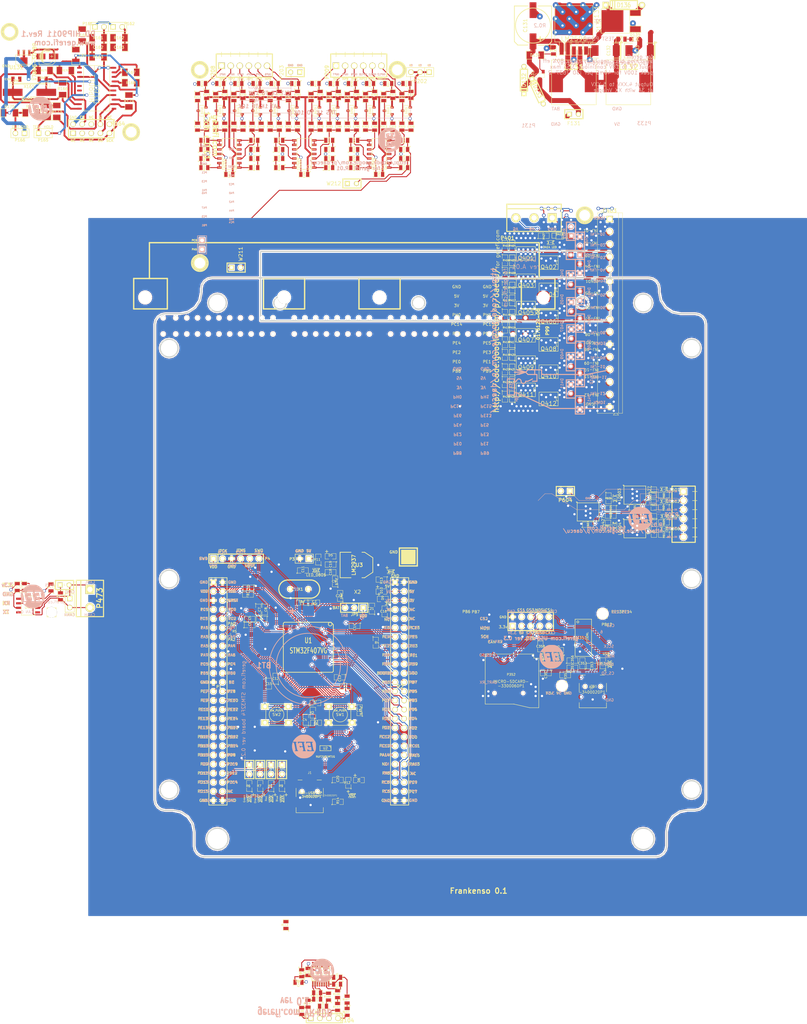
<source format=kicad_pcb>
(kicad_pcb (version 3) (host pcbnew "(2013-07-07 BZR 4022)-stable")
  (layers (15 F.Cu signal) (0 B.Cu signal) (18 B.Paste user) (19 F.Paste user) (20 B.SilkS user) (21 F.SilkS user) (22 B.Mask user) (23 F.Mask user) (28 Edge.Cuts user))
  (net 0 "")
  (net 1 /+12V)
  (net 2 /+5V)
  (net 3 /3.3V)
  (net 4 /5V)
  (net 5 /5Vi)
  (net 6 /BOOT0)
  (net 7 /CAM)
  (net 8 /CAM+)
  (net 9 /CAM-)
  (net 10 /CANH)
  (net 11 /CANL)
  (net 12 /CRANK)
  (net 13 /CRK2+)
  (net 14 /CRK2-)
  (net 15 /CS)
  (net 16 /CS1)
  (net 17 /CS2)
  (net 18 /CS3)
  (net 19 /CS4)
  (net 20 /D+)
  (net 21 /D-)
  (net 22 /FB)
  (net 23 /GND)
  (net 24 /HL1)
  (net 25 /HL2)
  (net 26 /HL3)
  (net 27 /HL4)
  (net 28 /HL5)
  (net 29 /HL6)
  (net 30 /INJ-01)
  (net 31 /INJ-01_2)
  (net 32 /INJ-01_5V)
  (net 33 /INJ-02)
  (net 34 /INJ-02_5V)
  (net 35 /INJ-03)
  (net 36 /INJ-04)
  (net 37 /INJ-05)
  (net 38 /INJ-06)
  (net 39 /INJ-07)
  (net 40 /INJ-08)
  (net 41 /INJ-09)
  (net 42 /INJ-10)
  (net 43 /INJ-11)
  (net 44 /INJ-12)
  (net 45 /INP1)
  (net 46 /INP10)
  (net 47 /INP11)
  (net 48 /INP12)
  (net 49 /INP2)
  (net 50 /INP3)
  (net 51 /INP4)
  (net 52 /INP5)
  (net 53 /INP6)
  (net 54 /INP7)
  (net 55 /INP8)
  (net 56 /INP9)
  (net 57 /INT/HLD)
  (net 58 /INTOUT)
  (net 59 /NRST)
  (net 60 /OUT)
  (net 61 /PA0)
  (net 62 /PA1)
  (net 63 /PA10)
  (net 64 /PA11)
  (net 65 /PA12)
  (net 66 /PA13)
  (net 67 /PA14)
  (net 68 /PA15)
  (net 69 /PA2)
  (net 70 /PA3)
  (net 71 /PA4)
  (net 72 /PA5)
  (net 73 /PA6)
  (net 74 /PA7)
  (net 75 /PA8)
  (net 76 /PA9)
  (net 77 /PB0)
  (net 78 /PB1)
  (net 79 /PB10)
  (net 80 /PB11)
  (net 81 /PB12)
  (net 82 /PB13)
  (net 83 /PB14)
  (net 84 /PB15)
  (net 85 /PB3)
  (net 86 /PB4)
  (net 87 /PB5)
  (net 88 /PB6)
  (net 89 /PB7)
  (net 90 /PB8)
  (net 91 /PB9)
  (net 92 /PC0)
  (net 93 /PC1)
  (net 94 /PC10)
  (net 95 /PC11)
  (net 96 /PC12)
  (net 97 /PC13)
  (net 98 /PC2)
  (net 99 /PC3)
  (net 100 /PC4)
  (net 101 /PC5)
  (net 102 /PC6)
  (net 103 /PC7)
  (net 104 /PC8)
  (net 105 /PC9)
  (net 106 /PD0)
  (net 107 /PD1)
  (net 108 /PD10)
  (net 109 /PD11)
  (net 110 /PD12)
  (net 111 /PD13)
  (net 112 /PD14)
  (net 113 /PD15)
  (net 114 /PD2)
  (net 115 /PD3)
  (net 116 /PD4)
  (net 117 /PD5)
  (net 118 /PD6)
  (net 119 /PD7)
  (net 120 /PD8)
  (net 121 /PD9)
  (net 122 /PE0)
  (net 123 /PE1)
  (net 124 /PE10)
  (net 125 /PE11)
  (net 126 /PE12)
  (net 127 /PE13)
  (net 128 /PE14)
  (net 129 /PE15)
  (net 130 /PE2)
  (net 131 /PE3)
  (net 132 /PE4)
  (net 133 /PE5)
  (net 134 /PE6)
  (net 135 /PE7)
  (net 136 /PE8)
  (net 137 /PE9)
  (net 138 /SCK)
  (net 139 /SI)
  (net 140 /SO)
  (net 141 /TEST)
  (net 142 /VBAT)
  (net 143 /VDD)
  (net 144 /VP)
  (net 145 /Vf)
  (net 146 /Vin)
  (net 147 F-0000100)
  (net 148 F-0000101)
  (net 149 F-0000102)
  (net 150 F-0000103)
  (net 151 F-0000104)
  (net 152 F-0000105)
  (net 153 F-0000106)
  (net 154 F-0000107)
  (net 155 F-0000108)
  (net 156 F-0000109)
  (net 157 F-0000110)
  (net 158 F-0000111)
  (net 159 F-0000129)
  (net 160 F-0000130)
  (net 161 F-0000132)
  (net 162 F-0000133)
  (net 163 F-0000134)
  (net 164 F-0000135)
  (net 165 F-0000136)
  (net 166 F-0000137)
  (net 167 F-0000144)
  (net 168 F-0000145)
  (net 169 F-0000155)
  (net 170 F-0000156)
  (net 171 F-0000157)
  (net 172 F-0000158)
  (net 173 F-0000159)
  (net 174 F-0000160)
  (net 175 F-0000161)
  (net 176 F-0000162)
  (net 177 F-0000163)
  (net 178 F-0000164)
  (net 179 F-0000165)
  (net 180 F-0000167)
  (net 181 F-0000192)
  (net 182 F-0000193)
  (net 183 F-0000194)
  (net 184 F-0000195)
  (net 185 F-0000196)
  (net 186 F-0000197)
  (net 187 F-0000198)
  (net 188 F-0000199)
  (net 189 F-0000200)
  (net 190 F-0000201)
  (net 191 F-0000202)
  (net 192 F-0000203)
  (net 193 F-0000204)
  (net 194 F-0000205)
  (net 195 F-0000206)
  (net 196 F-0000207)
  (net 197 F-0000208)
  (net 198 F-0000209)
  (net 199 F-0000210)
  (net 200 F-0000211)
  (net 201 F-0000212)
  (net 202 F-0000213)
  (net 203 F-0000214)
  (net 204 F-0000215)
  (net 205 F-0000216)
  (net 206 F-0000217)
  (net 207 F-0000218)
  (net 208 F-0000219)
  (net 209 F-0000220)
  (net 210 F-0000221)
  (net 211 F-0000222)
  (net 212 F-0000223)
  (net 213 F-0000224)
  (net 214 F-0000225)
  (net 215 F-0000226)
  (net 216 F-0000227)
  (net 217 F-0000229)
  (net 218 F-0000230)
  (net 219 F-0000249)
  (net 220 F-0000250)
  (net 221 F-0000251)
  (net 222 F-0000252)
  (net 223 F-0000253)
  (net 224 F-0000256)
  (net 225 F-0000267)
  (net 226 F-0000268)
  (net 227 F-0000269)
  (net 228 F-0000270)
  (net 229 F-0000271)
  (net 230 F-0000272)
  (net 231 F-0000273)
  (net 232 F-0000274)
  (net 233 F-0000275)
  (net 234 F-0000276)
  (net 235 F-0000277)
  (net 236 F-0000278)
  (net 237 F-0000279)
  (net 238 F-0000280)
  (net 239 F-0000281)
  (net 240 F-0000282)
  (net 241 F-0000283)
  (net 242 F-0000284)
  (net 243 F-0000312)
  (net 244 F-0000313)
  (net 245 F-0000314)
  (net 246 F-0000315)
  (net 247 F-0000316)
  (net 248 F-0000317)
  (net 249 F-0000318)
  (net 250 F-0000319)
  (net 251 F-0000320)
  (net 252 F-0000321)
  (net 253 F-0000322)
  (net 254 F-0000323)
  (net 255 F-0000324)
  (net 256 F-0000325)
  (net 257 F-0000329)
  (net 258 F-0000331)
  (net 259 F-0000332)
  (net 260 F-0000333)
  (net 261 F-0000347)
  (net 262 F-0000348)
  (net 263 F-0000349)
  (net 264 F-0000350)
  (net 265 F-0000351)
  (net 266 F-0000352)
  (net 267 F-0000353)
  (net 268 F-0000354)
  (net 269 F-0000355)
  (net 270 F-0000356)
  (net 271 F-0000357)
  (net 272 F-0000358)
  (net 273 F-000087)
  (net 274 F-000088)
  (net 275 F-000089)
  (net 276 F-000090)
  (net 277 F-000091)
  (net 278 F-000092)
  (net 279 F-000093)
  (net 280 F-000094)
  (net 281 F-000095)
  (net 282 F-000096)
  (net 283 F-000097)
  (net 284 F-000098)
  (net 285 F-000099)
  (net 286 GND)
  (module 176122-6 (layer F.Cu) (at 222.504 108.3945)
    (fp_text reference P99 (at -2.10058 -0.89916 270) (layer F.SilkS) (effects (font (size 0.889 0.889) (thickness 0.22352))))
    (fp_text value 0176122-06 (at -4.699 -2.70002 90) (layer F.SilkS) (effects (font (size 0.889 0.889) (thickness 0.22352))))
    (pad 16 thru_hole circle (at -109.54766 -4.50088 180) (size 1.15062 1.15062) (drill 1.09982) (layers *.Cu *.Mask F.SilkS))
    (pad 14 thru_hole circle (at -109.54766 0) (size 1.15062 1.15062) (drill 1.09982) (layers *.Cu *.Mask F.SilkS))
    (pad 13 thru_hole circle (at -106.05008 0) (size 1.15062 1.15062) (drill 1.09982) (layers *.Cu *.Mask F.SilkS))
    (pad 15 thru_hole circle (at -106.05008 -4.50088 180) (size 1.15062 1.15062) (drill 1.09982) (layers *.Cu *.Mask F.SilkS))
    (pad 61 thru_hole circle (at -93.94952 -4.50088 180) (size 1.15062 1.15062) (drill 1.09982) (layers *.Cu *.Mask F.SilkS))
    (pad 53 thru_hole circle (at -93.94952 0) (size 1.15062 1.15062) (drill 1.09982) (layers *.Cu *.Mask F.SilkS))
    (pad 54 thru_hole circle (at -96.94926 0) (size 1.15062 1.15062) (drill 1.09982) (layers *.Cu *.Mask F.SilkS))
    (pad 62 thru_hole circle (at -96.94926 -4.50088 180) (size 1.15062 1.15062) (drill 1.09982) (layers *.Cu *.Mask F.SilkS))
    (pad 64 thru_hole circle (at -102.94874 -4.50088 180) (size 1.15062 1.15062) (drill 1.09982) (layers *.Cu *.Mask F.SilkS))
    (pad 56 thru_hole circle (at -102.94874 0) (size 1.15062 1.15062) (drill 1.09982) (layers *.Cu *.Mask F.SilkS))
    (pad 55 thru_hole circle (at -99.949 0) (size 1.15062 1.15062) (drill 1.09982) (layers *.Cu *.Mask F.SilkS))
    (pad 63 thru_hole circle (at -99.949 -4.50088 180) (size 1.15062 1.15062) (drill 1.09982) (layers *.Cu *.Mask F.SilkS))
    (pad 59 thru_hole circle (at -87.95004 -4.50088 180) (size 1.15062 1.15062) (drill 1.09982) (layers *.Cu *.Mask F.SilkS))
    (pad 51 thru_hole circle (at -87.95004 0) (size 1.15062 1.15062) (drill 1.09982) (layers *.Cu *.Mask F.SilkS))
    (pad 52 thru_hole circle (at -90.94978 0) (size 1.15062 1.15062) (drill 1.09982) (layers *.Cu *.Mask F.SilkS))
    (pad 60 thru_hole circle (at -90.94978 -4.50088 180) (size 1.15062 1.15062) (drill 1.09982) (layers *.Cu *.Mask F.SilkS))
    (pad 58 thru_hole circle (at -84.9503 -4.50088 180) (size 1.15062 1.15062) (drill 1.09982) (layers *.Cu *.Mask F.SilkS))
    (pad 50 thru_hole circle (at -84.9503 0) (size 1.15062 1.15062) (drill 1.09982) (layers *.Cu *.Mask F.SilkS))
    (pad 49 thru_hole circle (at -81.95056 0) (size 1.15062 1.15062) (drill 1.09982) (layers *.Cu *.Mask F.SilkS))
    (pad 57 thru_hole circle (at -81.95056 -4.50088 180) (size 1.15062 1.15062) (drill 1.09982) (layers *.Cu *.Mask F.SilkS))
    (pad 45 thru_hole circle (at -63.90132 -4.50088 180) (size 1.15062 1.15062) (drill 1.09982) (layers *.Cu *.Mask F.SilkS))
    (pad 37 thru_hole circle (at -63.90132 0) (size 1.15062 1.15062) (drill 1.09982) (layers *.Cu *.Mask F.SilkS))
    (pad 38 thru_hole circle (at -66.90106 0) (size 1.15062 1.15062) (drill 1.09982) (layers *.Cu *.Mask F.SilkS))
    (pad 46 thru_hole circle (at -66.90106 -4.50088 180) (size 1.15062 1.15062) (drill 1.09982) (layers *.Cu *.Mask F.SilkS))
    (pad 48 thru_hole circle (at -72.90054 -4.50088 180) (size 1.15062 1.15062) (drill 1.09982) (layers *.Cu *.Mask F.SilkS))
    (pad 40 thru_hole circle (at -72.90054 0) (size 1.15062 1.15062) (drill 1.09982) (layers *.Cu *.Mask F.SilkS))
    (pad 39 thru_hole circle (at -69.9008 0) (size 1.15062 1.15062) (drill 1.09982) (layers *.Cu *.Mask F.SilkS))
    (pad 47 thru_hole circle (at -69.9008 -4.50088 180) (size 1.15062 1.15062) (drill 1.09982) (layers *.Cu *.Mask F.SilkS))
    (pad 43 thru_hole circle (at -57.8993 -4.50088 180) (size 1.15062 1.15062) (drill 1.09982) (layers *.Cu *.Mask F.SilkS))
    (pad 35 thru_hole circle (at -57.8993 0) (size 1.15062 1.15062) (drill 1.09982) (layers *.Cu *.Mask F.SilkS))
    (pad 36 thru_hole circle (at -60.89904 0) (size 1.15062 1.15062) (drill 1.09982) (layers *.Cu *.Mask F.SilkS))
    (pad 44 thru_hole circle (at -60.89904 -4.50088 180) (size 1.15062 1.15062) (drill 1.09982) (layers *.Cu *.Mask F.SilkS))
    (pad 42 thru_hole circle (at -54.89956 -4.50088 180) (size 1.15062 1.15062) (drill 1.09982) (layers *.Cu *.Mask F.SilkS))
    (pad 34 thru_hole circle (at -54.89956 0) (size 1.15062 1.15062) (drill 1.09982) (layers *.Cu *.Mask F.SilkS))
    (pad 12 thru_hole circle (at -78.84922 -4.50088 180) (size 1.15062 1.15062) (drill 1.09982) (layers *.Cu *.Mask F.SilkS))
    (pad 11 thru_hole circle (at -78.84922 0) (size 1.15062 1.15062) (drill 1.09982) (layers *.Cu *.Mask F.SilkS))
    (pad 33 thru_hole circle (at -51.89982 0) (size 1.15062 1.15062) (drill 1.09982) (layers *.Cu *.Mask F.SilkS))
    (pad 41 thru_hole circle (at -51.89982 -4.50088 180) (size 1.15062 1.15062) (drill 1.09982) (layers *.Cu *.Mask F.SilkS))
    (pad 7 thru_hole circle (at -42.45356 0) (size 1.15062 1.15062) (drill 1.09982) (layers *.Cu *.Mask F.SilkS))
    (pad 9 thru_hole circle (at -42.45356 -4.50088 180) (size 1.15062 1.15062) (drill 1.09982) (layers *.Cu *.Mask F.SilkS))
    (pad 8 thru_hole circle (at -45.95368 0) (size 1.15062 1.15062) (drill 1.09982) (layers *.Cu *.Mask F.SilkS))
    (pad 10 thru_hole circle (at -45.95368 -4.50088 180) (size 1.15062 1.15062) (drill 1.09982) (layers *.Cu *.Mask F.SilkS))
    (pad 21 thru_hole circle (at -30.35046 0) (size 1.15062 1.15062) (drill 1.09982) (layers *.Cu *.Mask F.SilkS))
    (pad 29 thru_hole circle (at -30.35046 -4.50088 180) (size 1.15062 1.15062) (drill 1.09982) (layers *.Cu *.Mask F.SilkS))
    (pad 22 thru_hole circle (at -33.3502 0) (size 1.15062 1.15062) (drill 1.09982) (layers *.Cu *.Mask F.SilkS))
    (pad 30 thru_hole circle (at -33.3502 -4.50088 180) (size 1.15062 1.15062) (drill 1.09982) (layers *.Cu *.Mask F.SilkS))
    (pad 24 thru_hole circle (at -39.34968 0) (size 1.15062 1.15062) (drill 1.09982) (layers *.Cu *.Mask F.SilkS))
    (pad 32 thru_hole circle (at -39.34968 -4.50088 180) (size 1.15062 1.15062) (drill 1.09982) (layers *.Cu *.Mask F.SilkS))
    (pad 23 thru_hole circle (at -36.34994 0) (size 1.15062 1.15062) (drill 1.09982) (layers *.Cu *.Mask F.SilkS))
    (pad 31 thru_hole circle (at -36.34994 -4.50088 180) (size 1.15062 1.15062) (drill 1.09982) (layers *.Cu *.Mask F.SilkS))
    (pad 19 thru_hole circle (at -24.35098 0) (size 1.15062 1.15062) (drill 1.09982) (layers *.Cu *.Mask F.SilkS))
    (pad 27 thru_hole circle (at -24.35098 -4.50088 180) (size 1.15062 1.15062) (drill 1.09982) (layers *.Cu *.Mask F.SilkS))
    (pad 20 thru_hole circle (at -27.35072 0) (size 1.15062 1.15062) (drill 1.09982) (layers *.Cu *.Mask F.SilkS))
    (pad 28 thru_hole circle (at -27.35072 -4.50088 180) (size 1.15062 1.15062) (drill 1.09982) (layers *.Cu *.Mask F.SilkS))
    (pad 18 thru_hole circle (at -21.35124 0) (size 1.15062 1.15062) (drill 1.09982) (layers *.Cu *.Mask F.SilkS))
    (pad 26 thru_hole circle (at -21.35124 -4.50088 180) (size 1.15062 1.15062) (drill 1.09982) (layers *.Cu *.Mask F.SilkS))
    (pad 17 thru_hole circle (at -18.3515 0) (size 1.15062 1.15062) (drill 1.09982) (layers *.Cu *.Mask F.SilkS))
    (pad 25 thru_hole circle (at -18.3515 -4.50088 180) (size 1.15062 1.15062) (drill 1.09982) (layers *.Cu *.Mask F.SilkS))
    (pad 3 thru_hole circle (at -15.25016 0) (size 1.15062 1.15062) (drill 1.09982) (layers *.Cu *.Mask F.SilkS))
    (pad 6 thru_hole circle (at -15.25016 -4.50088 180) (size 1.15062 1.15062) (drill 1.09982) (layers *.Cu *.Mask F.SilkS))
    (pad 2 thru_hole circle (at -11.75004 0) (size 1.15062 1.15062) (drill 1.09982) (layers *.Cu *.Mask F.SilkS))
    (pad 5 thru_hole circle (at -11.75004 -4.50088 180) (size 1.15062 1.15062) (drill 1.09982) (layers *.Cu *.Mask F.SilkS))
    (pad "" thru_hole circle (at -114.59972 -10.20064) (size 3.50012 3.50012) (drill 3.50012) (layers *.Cu *.Mask F.SilkS))
    (pad "" thru_hole circle (at -75.75042 -10.20064) (size 3.50012 3.50012) (drill 3.50012) (layers *.Cu *.Mask F.SilkS))
    (pad "" thru_hole circle (at -49.04994 -10.20064) (size 3.50012 3.50012) (drill 3.50012) (layers *.Cu *.Mask F.SilkS))
    (pad 1 thru_hole circle (at -8.24992 0) (size 1.15062 1.15062) (drill 1.09982) (layers *.Cu *.Mask F.SilkS))
    (pad 4 thru_hole circle (at -8.24992 -4.50088 180) (size 1.15062 1.15062) (drill 1.09982) (layers *.Cu *.Mask F.SilkS))
    (pad "" thru_hole circle (at -3.2004 -10.20064) (size 3.50012 3.50012) (drill 3.50012) (layers *.Cu *.Mask F.SilkS))
  )
  (module BATT_CR2032_MPD (layer B.Cu) (at 153.543 201.00036 90)
    (fp_text reference BT1 (at 0 -12.4 360) (layer B.SilkS) (effects (font (size 1.524 1.524) (thickness 0.3048)) (justify mirror)))
    (fp_text value BATTERY_CR2032 hide)
    (pad 1 smd rect (at 15.485 0 90) (size 3.29 3.29) (layers B.Cu B.Paste B.Mask) (net 279 F-000093))
    (pad 2 smd rect (at -15.485 0 90) (size 3.29 3.29) (layers B.Cu B.Paste B.Mask) (net 286 GND))
  )
  (module SM0805 (layer F.Cu) (at 167.894 213.50986 90)
    (fp_text reference C1 (at 0 -0.3175 180) (layer F.SilkS) (effects (font (size 0.635 0.635) (thickness 0.10922))))
    (fp_text value 0.02uF (at 0 0.381 90) (layer F.SilkS) (effects (font (size 0.50038 0.50038) (thickness 0.10922))))
    (pad 1 smd rect (at -0.9525 0 90) (size 0.889 1.397) (layers F.Cu F.Paste F.Mask) (net 286 GND))
    (pad 2 smd rect (at 0.9525 0 90) (size 0.889 1.397) (layers F.Cu F.Paste F.Mask) (net 59 /NRST))
  )
  (module SM0805 (layer F.Cu) (at 155.194 183.47436)
    (fp_text reference C2 (at 0 -0.3175) (layer F.SilkS) (effects (font (size 0.635 0.635) (thickness 0.10922))))
    (fp_text value 18pF (at 0 0.381) (layer F.SilkS) (effects (font (size 0.50038 0.50038) (thickness 0.10922))))
    (pad 1 smd rect (at -0.9525 0) (size 0.889 1.397) (layers F.Cu F.Paste F.Mask) (net 275 F-000089))
    (pad 2 smd rect (at 0.9525 0) (size 0.889 1.397) (layers F.Cu F.Paste F.Mask) (net 286 GND))
  )
  (module SM0805 (layer F.Cu) (at 151.765 183.47436 180)
    (fp_text reference C3 (at 0 -0.3175 360) (layer F.SilkS) (effects (font (size 0.635 0.635) (thickness 0.10922))))
    (fp_text value 18pF (at 0 0.381 180) (layer F.SilkS) (effects (font (size 0.50038 0.50038) (thickness 0.10922))))
    (pad 1 smd rect (at -0.9525 0 180) (size 0.889 1.397) (layers F.Cu F.Paste F.Mask) (net 273 F-000087))
    (pad 2 smd rect (at 0.9525 0 180) (size 0.889 1.397) (layers F.Cu F.Paste F.Mask) (net 286 GND))
  )
  (module SM0805 (layer F.Cu) (at 152.8445 216.17686 90)
    (fp_text reference C4 (at 0 -0.3175 360) (layer F.SilkS) (effects (font (size 0.635 0.635) (thickness 0.10922))))
    (fp_text value 2u2F hide)
    (pad 1 smd rect (at -0.9525 0 90) (size 0.889 1.397) (layers F.Cu F.Paste F.Mask) (net 143 /VDD))
    (pad 2 smd rect (at 0.9525 0 90) (size 0.889 1.397) (layers F.Cu F.Paste F.Mask) (net 280 F-000094))
  )
  (module SM0805 (layer F.Cu) (at 137.16 188.04636)
    (fp_text reference C5 (at 0 -0.3175 90) (layer F.SilkS) (effects (font (size 0.635 0.635) (thickness 0.10922))))
    (fp_text value 0.01uF hide)
    (pad 1 smd rect (at -0.9525 0) (size 0.889 1.397) (layers F.Cu F.Paste F.Mask) (net 286 GND))
    (pad 2 smd rect (at 0.9525 0) (size 0.889 1.397) (layers F.Cu F.Paste F.Mask) (net 155 F-0000108))
  )
  (module SM0805 (layer F.Cu) (at 137.16 189.69736)
    (fp_text reference C6 (at 0 -0.3175 90) (layer F.SilkS) (effects (font (size 0.635 0.635) (thickness 0.10922))))
    (fp_text value 1uF hide)
    (pad 1 smd rect (at -0.9525 0) (size 0.889 1.397) (layers F.Cu F.Paste F.Mask) (net 286 GND))
    (pad 2 smd rect (at 0.9525 0) (size 0.889 1.397) (layers F.Cu F.Paste F.Mask) (net 155 F-0000108))
  )
  (module SM0805 (layer F.Cu) (at 139.573 185.37936 270)
    (fp_text reference C7 (at 0 -0.3175 270) (layer F.SilkS) (effects (font (size 0.635 0.635) (thickness 0.10922))))
    (fp_text value 1uF hide)
    (pad 1 smd rect (at -0.9525 0 270) (size 0.889 1.397) (layers F.Cu F.Paste F.Mask) (net 286 GND))
    (pad 2 smd rect (at 0.9525 0 270) (size 0.889 1.397) (layers F.Cu F.Paste F.Mask) (net 277 F-000091))
  )
  (module SM0805 (layer F.Cu) (at 141.351 185.37936 270)
    (fp_text reference C8 (at 0 -0.3175 270) (layer F.SilkS) (effects (font (size 0.635 0.635) (thickness 0.10922))))
    (fp_text value 0.01uF hide)
    (pad 1 smd rect (at -0.9525 0 270) (size 0.889 1.397) (layers F.Cu F.Paste F.Mask) (net 286 GND))
    (pad 2 smd rect (at 0.9525 0 270) (size 0.889 1.397) (layers F.Cu F.Paste F.Mask) (net 277 F-000091))
  )
  (module SM0805 (layer F.Cu) (at 161.036 177.50536 90)
    (fp_text reference C9 (at 0 -0.3175 360) (layer F.SilkS) (effects (font (size 0.635 0.635) (thickness 0.10922))))
    (fp_text value 0.1uF (at 0 0.381 90) (layer F.SilkS) (effects (font (size 0.50038 0.50038) (thickness 0.10922))))
    (pad 1 smd rect (at -0.9525 0 90) (size 0.889 1.397) (layers F.Cu F.Paste F.Mask) (net 286 GND))
    (pad 2 smd rect (at 0.9525 0 90) (size 0.889 1.397) (layers F.Cu F.Paste F.Mask) (net 143 /VDD))
  )
  (module SM0805 (layer F.Cu) (at 136.779 179.28336 180)
    (fp_text reference C10 (at 0 0 270) (layer F.SilkS) (effects (font (size 0.635 0.635) (thickness 0.10922))))
    (fp_text value 0.1uF hide)
    (pad 1 smd rect (at -0.9525 0 180) (size 0.889 1.397) (layers F.Cu F.Paste F.Mask) (net 286 GND))
    (pad 2 smd rect (at 0.9525 0 180) (size 0.889 1.397) (layers F.Cu F.Paste F.Mask) (net 143 /VDD))
  )
  (module SM0805 (layer F.Cu) (at 152.019 174.45736)
    (fp_text reference C11 (at 0 -0.3175 90) (layer F.SilkS) (effects (font (size 0.635 0.635) (thickness 0.10922))))
    (fp_text value 0.1uF hide)
    (pad 1 smd rect (at -0.9525 0) (size 0.889 1.397) (layers F.Cu F.Paste F.Mask) (net 286 GND))
    (pad 2 smd rect (at 0.9525 0) (size 0.889 1.397) (layers F.Cu F.Paste F.Mask) (net 143 /VDD))
  )
  (module SM0805 (layer F.Cu) (at 144.399 204.68336 90)
    (fp_text reference C12 (at 0.0254 -0.0254 360) (layer F.SilkS) (effects (font (size 0.635 0.635) (thickness 0.10922))))
    (fp_text value 0.1uF hide)
    (pad 1 smd rect (at -0.9525 0 90) (size 0.889 1.397) (layers F.Cu F.Paste F.Mask) (net 286 GND))
    (pad 2 smd rect (at 0.9525 0 90) (size 0.889 1.397) (layers F.Cu F.Paste F.Mask) (net 143 /VDD))
  )
  (module SM0805 (layer F.Cu) (at 162.306 204.30236 180)
    (fp_text reference C13 (at 0 -0.3175 270) (layer F.SilkS) (effects (font (size 0.635 0.635) (thickness 0.10922))))
    (fp_text value 0.1uF hide)
    (pad 1 smd rect (at -0.9525 0 180) (size 0.889 1.397) (layers F.Cu F.Paste F.Mask) (net 286 GND))
    (pad 2 smd rect (at 0.9525 0 180) (size 0.889 1.397) (layers F.Cu F.Paste F.Mask) (net 143 /VDD))
  )
  (module SM0805 (layer F.Cu) (at 166.497 189.95136 180)
    (fp_text reference C14 (at 0 -0.3175 270) (layer F.SilkS) (effects (font (size 0.635 0.635) (thickness 0.10922))))
    (fp_text value 0.1uF hide)
    (pad 1 smd rect (at -0.9525 0 180) (size 0.889 1.397) (layers F.Cu F.Paste F.Mask) (net 286 GND))
    (pad 2 smd rect (at 0.9525 0 180) (size 0.889 1.397) (layers F.Cu F.Paste F.Mask) (net 143 /VDD))
  )
  (module SM0805 (layer F.Cu) (at 142.494 206.08036 270)
    (fp_text reference C15 (at 0.0254 0 360) (layer F.SilkS) (effects (font (size 0.635 0.635) (thickness 0.10922))))
    (fp_text value 2u2F hide)
    (pad 1 smd rect (at -0.9525 0 270) (size 0.889 1.397) (layers F.Cu F.Paste F.Mask) (net 276 F-000090))
    (pad 2 smd rect (at 0.9525 0 270) (size 0.889 1.397) (layers F.Cu F.Paste F.Mask) (net 286 GND))
  )
  (module SM0805 (layer F.Cu) (at 174.879 185.88736 90)
    (fp_text reference C16 (at 0 -0.3175 360) (layer F.SilkS) (effects (font (size 0.635 0.635) (thickness 0.10922))))
    (fp_text value 1uF hide)
    (pad 1 smd rect (at -0.9525 0 90) (size 0.889 1.397) (layers F.Cu F.Paste F.Mask) (net 286 GND))
    (pad 2 smd rect (at 0.9525 0 90) (size 0.889 1.397) (layers F.Cu F.Paste F.Mask) (net 143 /VDD))
  )
  (module SM0805 (layer F.Cu) (at 163.8935 206.90586)
    (fp_text reference C17 (at 0 -0.3175 90) (layer F.SilkS) (effects (font (size 0.635 0.635) (thickness 0.10922))))
    (fp_text value 2u2F hide)
    (pad 1 smd rect (at -0.9525 0) (size 0.889 1.397) (layers F.Cu F.Paste F.Mask) (net 274 F-000088))
    (pad 2 smd rect (at 0.9525 0) (size 0.889 1.397) (layers F.Cu F.Paste F.Mask) (net 286 GND))
  )
  (module SM0805 (layer F.Cu) (at 159.766 174.96536)
    (fp_text reference C18 (at 0 -0.0508 90) (layer F.SilkS) (effects (font (size 0.635 0.635) (thickness 0.10922))))
    (fp_text value 0.1uF hide)
    (pad 1 smd rect (at -0.9525 0) (size 0.889 1.397) (layers F.Cu F.Paste F.Mask) (net 286 GND))
    (pad 2 smd rect (at 0.9525 0) (size 0.889 1.397) (layers F.Cu F.Paste F.Mask) (net 5 /5Vi))
  )
  (module SM0805 (layer F.Cu) (at 159.766 172.80636 180)
    (fp_text reference C19 (at 0 0.0762 270) (layer F.SilkS) (effects (font (size 0.635 0.635) (thickness 0.10922))))
    (fp_text value 4.7uF hide)
    (pad 1 smd rect (at -0.9525 0 180) (size 0.889 1.397) (layers F.Cu F.Paste F.Mask) (net 5 /5Vi))
    (pad 2 smd rect (at 0.9525 0 180) (size 0.889 1.397) (layers F.Cu F.Paste F.Mask) (net 286 GND))
  )
  (module LED-0805_A (layer F.Cu) (at 155.702 174.45736)
    (fp_text reference D7 (at 0 0 90) (layer F.SilkS) (effects (font (size 0.50038 0.50038) (thickness 0.1143))))
    (fp_text value LED_0805 (at 0 1.27) (layer F.SilkS) (effects (font (size 0.762 0.762) (thickness 0.127))))
    (pad 1 smd rect (at -1.04902 0) (size 1.19888 1.19888) (layers F.Cu F.Paste F.Mask) (net 147 F-0000100))
    (pad 2 smd rect (at 1.04902 0) (size 1.19888 1.19888) (layers F.Cu F.Paste F.Mask) (net 286 GND))
  )
  (module SM0805 (layer F.Cu) (at 136.652 181.18836 180)
    (fp_text reference FB1 (at 0 0 270) (layer F.SilkS) (effects (font (size 0.635 0.635) (thickness 0.10922))))
    (fp_text value FILTER hide)
    (pad 1 smd rect (at -0.9525 0 180) (size 0.889 1.397) (layers F.Cu F.Paste F.Mask) (net 277 F-000091))
    (pad 2 smd rect (at 0.9525 0 180) (size 0.889 1.397) (layers F.Cu F.Paste F.Mask) (net 143 /VDD))
  )
  (module JUMPER-2 (layer F.Cu) (at 137.033 230.08336 270)
    (fp_text reference JP1 (at 0 -0.127 360) (layer F.SilkS) (effects (font (size 0.762 0.762) (thickness 0.0762))))
    (fp_text value JUMPER hide)
    (pad 1 thru_hole rect (at -1.27 0 270) (size 1.397 1.397) (drill 0.8128) (layers *.Cu *.Mask F.SilkS) (net 110 /PD12))
    (pad 2 thru_hole circle (at 1.27 0 270) (size 1.397 1.397) (drill 0.8128) (layers *.Cu *.Mask F.SilkS) (net 284 F-000098))
  )
  (module JUMPER-2 (layer F.Cu) (at 140.081 230.08336 270)
    (fp_text reference JP2 (at 0 0 360) (layer F.SilkS) (effects (font (size 0.762 0.762) (thickness 0.0762))))
    (fp_text value JUMPER hide)
    (pad 1 thru_hole rect (at -1.27 0 270) (size 1.397 1.397) (drill 0.8128) (layers *.Cu *.Mask F.SilkS) (net 111 /PD13))
    (pad 2 thru_hole circle (at 1.27 0 270) (size 1.397 1.397) (drill 0.8128) (layers *.Cu *.Mask F.SilkS) (net 285 F-000099))
  )
  (module JUMPER-2 (layer F.Cu) (at 143.129 230.08336 270)
    (fp_text reference JP3 (at 0.127 0 360) (layer F.SilkS) (effects (font (size 0.762 0.762) (thickness 0.0762))))
    (fp_text value JUMPER hide)
    (pad 1 thru_hole rect (at -1.27 0 270) (size 1.397 1.397) (drill 0.8128) (layers *.Cu *.Mask F.SilkS) (net 112 /PD14))
    (pad 2 thru_hole circle (at 1.27 0 270) (size 1.397 1.397) (drill 0.8128) (layers *.Cu *.Mask F.SilkS) (net 282 F-000096))
  )
  (module JUMPER-2 (layer F.Cu) (at 146.177 230.08336 270)
    (fp_text reference JP4 (at 0 0 360) (layer F.SilkS) (effects (font (size 0.762 0.762) (thickness 0.0762))))
    (fp_text value JUMPER hide)
    (pad 1 thru_hole rect (at -1.27 0 270) (size 1.397 1.397) (drill 0.8128) (layers *.Cu *.Mask F.SilkS) (net 113 /PD15))
    (pad 2 thru_hole circle (at 1.27 0 270) (size 1.397 1.397) (drill 0.8128) (layers *.Cu *.Mask F.SilkS) (net 283 F-000097))
  )
  (module SIL-3 (layer F.Cu) (at 166.37 184.87136 180)
    (fp_text reference JP5 (at -0.127 -1.905 180) (layer F.SilkS) (effects (font (size 0.762 0.762) (thickness 0.1524))))
    (fp_text value JUMPER3 hide)
    (pad 1 thru_hole rect (at -2.54 0 180) (size 1.397 1.397) (drill 0.8128) (layers *.Cu *.Mask F.SilkS) (net 143 /VDD))
    (pad 2 thru_hole circle (at 0 0 180) (size 1.397 1.397) (drill 0.8128) (layers *.Cu *.Mask F.SilkS) (net 278 F-000092))
    (pad 3 thru_hole circle (at 2.54 0 180) (size 1.397 1.397) (drill 0.8128) (layers *.Cu *.Mask F.SilkS) (net 279 F-000093))
  )
  (module PIN_ARRAY_25x2_A (layer F.Cu) (at 128.27 208.23936 270)
    (fp_text reference P1 (at -1.27 -0.254 360) (layer F.SilkS) (effects (font (size 0.762 0.762) (thickness 0.1524))))
    (fp_text value CONN_25X2 hide)
    (pad 1 thru_hole rect (at -30.48 1.27 270) (size 1.524 1.524) (drill 1.016) (layers *.Cu *.Mask F.SilkS) (net 286 GND))
    (pad 2 thru_hole circle (at -30.48 -1.27 270) (size 1.524 1.524) (drill 1.016) (layers *.Cu *.Mask F.SilkS) (net 286 GND))
    (pad 3 thru_hole circle (at -27.94 1.27 270) (size 1.524 1.524) (drill 1.016) (layers *.Cu *.Mask F.SilkS) (net 143 /VDD))
    (pad 4 thru_hole circle (at -27.94 -1.27 270) (size 1.524 1.524) (drill 1.016) (layers *.Cu *.Mask F.SilkS) (net 143 /VDD))
    (pad 5 thru_hole circle (at -25.4 1.27 270) (size 1.524 1.524) (drill 1.016) (layers *.Cu *.Mask F.SilkS) (net 286 GND))
    (pad 6 thru_hole circle (at -25.4 -1.27 270) (size 1.524 1.524) (drill 1.016) (layers *.Cu *.Mask F.SilkS) (net 59 /NRST))
    (pad 7 thru_hole circle (at -22.86 1.27 270) (size 1.524 1.524) (drill 1.016) (layers *.Cu *.Mask F.SilkS) (net 93 /PC1))
    (pad 8 thru_hole circle (at -22.86 -1.27 270) (size 1.524 1.524) (drill 1.016) (layers *.Cu *.Mask F.SilkS) (net 92 /PC0))
    (pad 9 thru_hole circle (at -20.32 1.27 270) (size 1.524 1.524) (drill 1.016) (layers *.Cu *.Mask F.SilkS) (net 99 /PC3))
    (pad 10 thru_hole circle (at -20.32 -1.27 270) (size 1.524 1.524) (drill 1.016) (layers *.Cu *.Mask F.SilkS) (net 98 /PC2))
    (pad 11 thru_hole circle (at -17.78 1.27 270) (size 1.524 1.524) (drill 1.016) (layers *.Cu *.Mask F.SilkS) (net 62 /PA1))
    (pad 12 thru_hole circle (at -17.78 -1.27 270) (size 1.524 1.524) (drill 1.016) (layers *.Cu *.Mask F.SilkS) (net 61 /PA0))
    (pad 13 thru_hole circle (at -15.24 1.27 270) (size 1.524 1.524) (drill 1.016) (layers *.Cu *.Mask F.SilkS) (net 70 /PA3))
    (pad 14 thru_hole circle (at -15.24 -1.27 270) (size 1.524 1.524) (drill 1.016) (layers *.Cu *.Mask F.SilkS) (net 69 /PA2))
    (pad 15 thru_hole circle (at -12.7 1.27 270) (size 1.524 1.524) (drill 1.016) (layers *.Cu *.Mask F.SilkS) (net 72 /PA5))
    (pad 16 thru_hole circle (at -12.7 -1.27 270) (size 1.524 1.524) (drill 1.016) (layers *.Cu *.Mask F.SilkS) (net 71 /PA4))
    (pad 17 thru_hole circle (at -10.16 1.27 270) (size 1.524 1.524) (drill 1.016) (layers *.Cu *.Mask F.SilkS) (net 74 /PA7))
    (pad 18 thru_hole circle (at -10.16 -1.27 270) (size 1.524 1.524) (drill 1.016) (layers *.Cu *.Mask F.SilkS) (net 73 /PA6))
    (pad 19 thru_hole circle (at -7.62 1.27 270) (size 1.524 1.524) (drill 1.016) (layers *.Cu *.Mask F.SilkS) (net 101 /PC5))
    (pad 20 thru_hole circle (at -7.62 -1.27 270) (size 1.524 1.524) (drill 1.016) (layers *.Cu *.Mask F.SilkS) (net 100 /PC4))
    (pad 21 thru_hole circle (at -5.08 1.27 270) (size 1.524 1.524) (drill 1.016) (layers *.Cu *.Mask F.SilkS) (net 78 /PB1))
    (pad 22 thru_hole circle (at -5.08 -1.27 270) (size 1.524 1.524) (drill 1.016) (layers *.Cu *.Mask F.SilkS) (net 77 /PB0))
    (pad 23 thru_hole circle (at -2.54 1.27 270) (size 1.524 1.524) (drill 1.016) (layers *.Cu *.Mask F.SilkS) (net 286 GND))
    (pad 24 thru_hole circle (at -2.54 -1.27 270) (size 1.524 1.524) (drill 1.016) (layers *.Cu *.Mask F.SilkS))
    (pad 25 thru_hole circle (at 0 1.27 270) (size 1.524 1.524) (drill 1.016) (layers *.Cu *.Mask F.SilkS) (net 135 /PE7))
    (pad 26 thru_hole circle (at 0 -1.27 270) (size 1.524 1.524) (drill 1.016) (layers *.Cu *.Mask F.SilkS) (net 136 /PE8))
    (pad 27 thru_hole circle (at 2.54 1.27 270) (size 1.524 1.524) (drill 1.016) (layers *.Cu *.Mask F.SilkS) (net 137 /PE9))
    (pad 28 thru_hole circle (at 2.54 -1.27 270) (size 1.524 1.524) (drill 1.016) (layers *.Cu *.Mask F.SilkS) (net 124 /PE10))
    (pad 29 thru_hole circle (at 5.08 1.27 270) (size 1.524 1.524) (drill 1.016) (layers *.Cu *.Mask F.SilkS) (net 125 /PE11))
    (pad 30 thru_hole circle (at 5.08 -1.27 270) (size 1.524 1.524) (drill 1.016) (layers *.Cu *.Mask F.SilkS) (net 126 /PE12))
    (pad 31 thru_hole circle (at 7.62 1.27 270) (size 1.524 1.524) (drill 1.016) (layers *.Cu *.Mask F.SilkS) (net 127 /PE13))
    (pad 32 thru_hole circle (at 7.62 -1.27 270) (size 1.524 1.524) (drill 1.016) (layers *.Cu *.Mask F.SilkS) (net 128 /PE14))
    (pad 33 thru_hole circle (at 10.16 1.27 270) (size 1.524 1.524) (drill 1.016) (layers *.Cu *.Mask F.SilkS) (net 129 /PE15))
    (pad 34 thru_hole circle (at 10.16 -1.27 270) (size 1.524 1.524) (drill 1.016) (layers *.Cu *.Mask F.SilkS) (net 79 /PB10))
    (pad 35 thru_hole circle (at 12.7 1.27 270) (size 1.524 1.524) (drill 1.016) (layers *.Cu *.Mask F.SilkS) (net 80 /PB11))
    (pad 36 thru_hole circle (at 12.7 -1.27 270) (size 1.524 1.524) (drill 1.016) (layers *.Cu *.Mask F.SilkS) (net 81 /PB12))
    (pad 37 thru_hole circle (at 15.24 1.27 270) (size 1.524 1.524) (drill 1.016) (layers *.Cu *.Mask F.SilkS) (net 82 /PB13))
    (pad 38 thru_hole circle (at 15.24 -1.27 270) (size 1.524 1.524) (drill 1.016) (layers *.Cu *.Mask F.SilkS) (net 83 /PB14))
    (pad 39 thru_hole circle (at 17.78 1.27 270) (size 1.524 1.524) (drill 1.016) (layers *.Cu *.Mask F.SilkS) (net 84 /PB15))
    (pad 40 thru_hole circle (at 17.78 -1.27 270) (size 1.524 1.524) (drill 1.016) (layers *.Cu *.Mask F.SilkS) (net 120 /PD8))
    (pad 41 thru_hole circle (at 20.32 1.27 270) (size 1.524 1.524) (drill 1.016) (layers *.Cu *.Mask F.SilkS) (net 121 /PD9))
    (pad 42 thru_hole circle (at 20.32 -1.27 270) (size 1.524 1.524) (drill 1.016) (layers *.Cu *.Mask F.SilkS) (net 108 /PD10))
    (pad 43 thru_hole circle (at 22.86 1.27 270) (size 1.524 1.524) (drill 1.016) (layers *.Cu *.Mask F.SilkS) (net 109 /PD11))
    (pad 44 thru_hole circle (at 22.86 -1.27 270) (size 1.524 1.524) (drill 1.016) (layers *.Cu *.Mask F.SilkS) (net 110 /PD12))
    (pad 45 thru_hole circle (at 25.4 1.27 270) (size 1.524 1.524) (drill 1.016) (layers *.Cu *.Mask F.SilkS) (net 111 /PD13))
    (pad 46 thru_hole circle (at 25.4 -1.27 270) (size 1.524 1.524) (drill 1.016) (layers *.Cu *.Mask F.SilkS) (net 112 /PD14))
    (pad 47 thru_hole circle (at 27.94 1.27 270) (size 1.524 1.524) (drill 1.016) (layers *.Cu *.Mask F.SilkS) (net 113 /PD15))
    (pad 48 thru_hole circle (at 27.94 -1.27 270) (size 1.524 1.524) (drill 1.016) (layers *.Cu *.Mask F.SilkS))
    (pad 49 thru_hole circle (at 30.48 1.27 270) (size 1.524 1.524) (drill 1.016) (layers *.Cu *.Mask F.SilkS) (net 286 GND))
    (pad 50 thru_hole circle (at 30.48 -1.27 270) (size 1.524 1.524) (drill 1.016) (layers *.Cu *.Mask F.SilkS) (net 286 GND))
  )
  (module PIN_ARRAY_25x2_A (layer F.Cu) (at 179.07 208.23936 270)
    (fp_text reference P2 (at -1.27 -0.127 360) (layer F.SilkS) (effects (font (size 1.016 1.016) (thickness 0.2032))))
    (fp_text value CONN_25X2 hide)
    (pad 1 thru_hole rect (at -30.48 1.27 270) (size 1.524 1.524) (drill 1.016) (layers *.Cu *.Mask F.SilkS) (net 286 GND))
    (pad 2 thru_hole circle (at -30.48 -1.27 270) (size 1.524 1.524) (drill 1.016) (layers *.Cu *.Mask F.SilkS) (net 286 GND))
    (pad 3 thru_hole circle (at -27.94 1.27 270) (size 1.524 1.524) (drill 1.016) (layers *.Cu *.Mask F.SilkS) (net 4 /5V))
    (pad 4 thru_hole circle (at -27.94 -1.27 270) (size 1.524 1.524) (drill 1.016) (layers *.Cu *.Mask F.SilkS) (net 4 /5V))
    (pad 5 thru_hole circle (at -25.4 1.27 270) (size 1.524 1.524) (drill 1.016) (layers *.Cu *.Mask F.SilkS) (net 3 /3.3V))
    (pad 6 thru_hole circle (at -25.4 -1.27 270) (size 1.524 1.524) (drill 1.016) (layers *.Cu *.Mask F.SilkS) (net 3 /3.3V))
    (pad 7 thru_hole circle (at -22.86 1.27 270) (size 1.524 1.524) (drill 1.016) (layers *.Cu *.Mask F.SilkS))
    (pad 8 thru_hole circle (at -22.86 -1.27 270) (size 1.524 1.524) (drill 1.016) (layers *.Cu *.Mask F.SilkS))
    (pad 9 thru_hole circle (at -20.32 1.27 270) (size 1.524 1.524) (drill 1.016) (layers *.Cu *.Mask F.SilkS))
    (pad 10 thru_hole circle (at -20.32 -1.27 270) (size 1.524 1.524) (drill 1.016) (layers *.Cu *.Mask F.SilkS))
    (pad 11 thru_hole circle (at -17.78 1.27 270) (size 1.524 1.524) (drill 1.016) (layers *.Cu *.Mask F.SilkS) (net 134 /PE6))
    (pad 12 thru_hole circle (at -17.78 -1.27 270) (size 1.524 1.524) (drill 1.016) (layers *.Cu *.Mask F.SilkS) (net 97 /PC13))
    (pad 13 thru_hole circle (at -15.24 1.27 270) (size 1.524 1.524) (drill 1.016) (layers *.Cu *.Mask F.SilkS) (net 132 /PE4))
    (pad 14 thru_hole circle (at -15.24 -1.27 270) (size 1.524 1.524) (drill 1.016) (layers *.Cu *.Mask F.SilkS) (net 133 /PE5))
    (pad 15 thru_hole circle (at -12.7 1.27 270) (size 1.524 1.524) (drill 1.016) (layers *.Cu *.Mask F.SilkS) (net 130 /PE2))
    (pad 16 thru_hole circle (at -12.7 -1.27 270) (size 1.524 1.524) (drill 1.016) (layers *.Cu *.Mask F.SilkS) (net 131 /PE3))
    (pad 17 thru_hole circle (at -10.16 1.27 270) (size 1.524 1.524) (drill 1.016) (layers *.Cu *.Mask F.SilkS) (net 122 /PE0))
    (pad 18 thru_hole circle (at -10.16 -1.27 270) (size 1.524 1.524) (drill 1.016) (layers *.Cu *.Mask F.SilkS) (net 123 /PE1))
    (pad 19 thru_hole circle (at -7.62 1.27 270) (size 1.524 1.524) (drill 1.016) (layers *.Cu *.Mask F.SilkS) (net 90 /PB8))
    (pad 20 thru_hole circle (at -7.62 -1.27 270) (size 1.524 1.524) (drill 1.016) (layers *.Cu *.Mask F.SilkS) (net 91 /PB9))
    (pad 21 thru_hole circle (at -5.08 1.27 270) (size 1.524 1.524) (drill 1.016) (layers *.Cu *.Mask F.SilkS) (net 6 /BOOT0))
    (pad 22 thru_hole circle (at -5.08 -1.27 270) (size 1.524 1.524) (drill 1.016) (layers *.Cu *.Mask F.SilkS) (net 143 /VDD))
    (pad 23 thru_hole circle (at -2.54 1.27 270) (size 1.524 1.524) (drill 1.016) (layers *.Cu *.Mask F.SilkS) (net 88 /PB6))
    (pad 24 thru_hole circle (at -2.54 -1.27 270) (size 1.524 1.524) (drill 1.016) (layers *.Cu *.Mask F.SilkS) (net 89 /PB7))
    (pad 25 thru_hole circle (at 0 1.27 270) (size 1.524 1.524) (drill 1.016) (layers *.Cu *.Mask F.SilkS) (net 86 /PB4))
    (pad 26 thru_hole circle (at 0 -1.27 270) (size 1.524 1.524) (drill 1.016) (layers *.Cu *.Mask F.SilkS) (net 87 /PB5))
    (pad 27 thru_hole circle (at 2.54 1.27 270) (size 1.524 1.524) (drill 1.016) (layers *.Cu *.Mask F.SilkS) (net 119 /PD7))
    (pad 28 thru_hole circle (at 2.54 -1.27 270) (size 1.524 1.524) (drill 1.016) (layers *.Cu *.Mask F.SilkS) (net 85 /PB3))
    (pad 29 thru_hole circle (at 5.08 1.27 270) (size 1.524 1.524) (drill 1.016) (layers *.Cu *.Mask F.SilkS) (net 117 /PD5))
    (pad 30 thru_hole circle (at 5.08 -1.27 270) (size 1.524 1.524) (drill 1.016) (layers *.Cu *.Mask F.SilkS) (net 118 /PD6))
    (pad 31 thru_hole circle (at 7.62 1.27 270) (size 1.524 1.524) (drill 1.016) (layers *.Cu *.Mask F.SilkS) (net 115 /PD3))
    (pad 32 thru_hole circle (at 7.62 -1.27 270) (size 1.524 1.524) (drill 1.016) (layers *.Cu *.Mask F.SilkS) (net 116 /PD4))
    (pad 33 thru_hole circle (at 10.16 1.27 270) (size 1.524 1.524) (drill 1.016) (layers *.Cu *.Mask F.SilkS) (net 107 /PD1))
    (pad 34 thru_hole circle (at 10.16 -1.27 270) (size 1.524 1.524) (drill 1.016) (layers *.Cu *.Mask F.SilkS) (net 114 /PD2))
    (pad 35 thru_hole circle (at 12.7 1.27 270) (size 1.524 1.524) (drill 1.016) (layers *.Cu *.Mask F.SilkS) (net 96 /PC12))
    (pad 36 thru_hole circle (at 12.7 -1.27 270) (size 1.524 1.524) (drill 1.016) (layers *.Cu *.Mask F.SilkS) (net 106 /PD0))
    (pad 37 thru_hole circle (at 15.24 1.27 270) (size 1.524 1.524) (drill 1.016) (layers *.Cu *.Mask F.SilkS) (net 94 /PC10))
    (pad 38 thru_hole circle (at 15.24 -1.27 270) (size 1.524 1.524) (drill 1.016) (layers *.Cu *.Mask F.SilkS) (net 95 /PC11))
    (pad 39 thru_hole circle (at 17.78 1.27 270) (size 1.524 1.524) (drill 1.016) (layers *.Cu *.Mask F.SilkS) (net 67 /PA14))
    (pad 40 thru_hole circle (at 17.78 -1.27 270) (size 1.524 1.524) (drill 1.016) (layers *.Cu *.Mask F.SilkS) (net 68 /PA15))
    (pad 41 thru_hole circle (at 20.32 1.27 270) (size 1.524 1.524) (drill 1.016) (layers *.Cu *.Mask F.SilkS))
    (pad 42 thru_hole circle (at 20.32 -1.27 270) (size 1.524 1.524) (drill 1.016) (layers *.Cu *.Mask F.SilkS) (net 66 /PA13))
    (pad 43 thru_hole circle (at 22.86 1.27 270) (size 1.524 1.524) (drill 1.016) (layers *.Cu *.Mask F.SilkS) (net 75 /PA8))
    (pad 44 thru_hole circle (at 22.86 -1.27 270) (size 1.524 1.524) (drill 1.016) (layers *.Cu *.Mask F.SilkS))
    (pad 45 thru_hole circle (at 25.4 1.27 270) (size 1.524 1.524) (drill 1.016) (layers *.Cu *.Mask F.SilkS) (net 104 /PC8))
    (pad 46 thru_hole circle (at 25.4 -1.27 270) (size 1.524 1.524) (drill 1.016) (layers *.Cu *.Mask F.SilkS) (net 105 /PC9))
    (pad 47 thru_hole circle (at 27.94 1.27 270) (size 1.524 1.524) (drill 1.016) (layers *.Cu *.Mask F.SilkS) (net 102 /PC6))
    (pad 48 thru_hole circle (at 27.94 -1.27 270) (size 1.524 1.524) (drill 1.016) (layers *.Cu *.Mask F.SilkS) (net 103 /PC7))
    (pad 49 thru_hole circle (at 30.48 1.27 270) (size 1.524 1.524) (drill 1.016) (layers *.Cu *.Mask F.SilkS) (net 286 GND))
    (pad 50 thru_hole circle (at 30.48 -1.27 270) (size 1.524 1.524) (drill 1.016) (layers *.Cu *.Mask F.SilkS) (net 286 GND))
  )
  (module PIN_ARRAY_2_A (layer F.Cu) (at 152.4 171.15536 180)
    (fp_text reference P3 (at 3.429 -0.127 360) (layer F.SilkS) (effects (font (size 0.762 0.762) (thickness 0.1524))))
    (fp_text value CONN_2 hide)
    (pad 1 thru_hole rect (at -1.27 0 180) (size 1.524 1.524) (drill 1.016) (layers *.Cu *.Mask F.SilkS) (net 148 F-0000101))
    (pad 2 thru_hole circle (at 1.27 0 180) (size 1.524 1.524) (drill 1.016) (layers *.Cu *.Mask F.SilkS) (net 286 GND))
  )
  (module PIN_ARRAY-6X1 (layer F.Cu) (at 133.35 171.15536)
    (fp_text reference P4 (at 8.763 0) (layer F.SilkS) (effects (font (size 0.762 0.762) (thickness 0.1524))))
    (fp_text value CONN_6 hide)
    (pad 1 thru_hole rect (at -6.35 0) (size 1.524 1.524) (drill 1.016) (layers *.Cu *.Mask F.SilkS) (net 143 /VDD))
    (pad 2 thru_hole circle (at -3.81 0) (size 1.524 1.524) (drill 1.016) (layers *.Cu *.Mask F.SilkS) (net 67 /PA14))
    (pad 3 thru_hole circle (at -1.27 0) (size 1.524 1.524) (drill 1.016) (layers *.Cu *.Mask F.SilkS) (net 286 GND))
    (pad 4 thru_hole circle (at 1.27 0) (size 1.524 1.524) (drill 1.016) (layers *.Cu *.Mask F.SilkS) (net 66 /PA13))
    (pad 5 thru_hole circle (at 3.81 0) (size 1.524 1.524) (drill 1.016) (layers *.Cu *.Mask F.SilkS) (net 59 /NRST))
    (pad 6 thru_hole circle (at 6.35 0) (size 1.524 1.524) (drill 1.016) (layers *.Cu *.Mask F.SilkS) (net 85 /PB3))
  )
  (module SM0805 (layer F.Cu) (at 155.5115 211.47786)
    (fp_text reference R1 (at 0 -0.3175 90) (layer F.SilkS) (effects (font (size 0.635 0.635) (thickness 0.10922))))
    (fp_text value 10k hide)
    (pad 1 smd rect (at -0.9525 0) (size 0.889 1.397) (layers F.Cu F.Paste F.Mask) (net 281 F-000095))
    (pad 2 smd rect (at 0.9525 0) (size 0.889 1.397) (layers F.Cu F.Paste F.Mask) (net 286 GND))
  )
  (module SM0805 (layer F.Cu) (at 154.813 214.20836 90)
    (fp_text reference R2 (at 0 -0.3175 360) (layer F.SilkS) (effects (font (size 0.635 0.635) (thickness 0.10922))))
    (fp_text value 100R hide)
    (pad 1 smd rect (at -0.9525 0 90) (size 0.889 1.397) (layers F.Cu F.Paste F.Mask) (net 280 F-000094))
    (pad 2 smd rect (at 0.9525 0 90) (size 0.889 1.397) (layers F.Cu F.Paste F.Mask) (net 281 F-000095))
  )
  (module SM0805 (layer F.Cu) (at 155.702 217.00236)
    (fp_text reference R3 (at 0 -0.3175) (layer F.SilkS) (effects (font (size 0.635 0.635) (thickness 0.10922))))
    (fp_text value 10k (at 0 0.381) (layer F.SilkS) (effects (font (size 0.50038 0.50038) (thickness 0.10922))))
    (pad 1 smd rect (at -0.9525 0) (size 0.889 1.397) (layers F.Cu F.Paste F.Mask) (net 143 /VDD))
    (pad 2 smd rect (at 0.9525 0) (size 0.889 1.397) (layers F.Cu F.Paste F.Mask) (net 59 /NRST))
  )
  (module SM0805 (layer F.Cu) (at 172.4025 194.65036 270)
    (fp_text reference R4 (at 0 -0.3175 360) (layer F.SilkS) (effects (font (size 0.635 0.635) (thickness 0.10922))))
    (fp_text value 10k hide)
    (pad 1 smd rect (at -0.9525 0 270) (size 0.889 1.397) (layers F.Cu F.Paste F.Mask) (net 286 GND))
    (pad 2 smd rect (at 0.9525 0 270) (size 0.889 1.397) (layers F.Cu F.Paste F.Mask) (net 6 /BOOT0))
  )
  (module SM0805 (layer F.Cu) (at 132.588 191.47536 270)
    (fp_text reference R5 (at 0 -0.3175 360) (layer F.SilkS) (effects (font (size 0.635 0.635) (thickness 0.10922))))
    (fp_text value 330R hide)
    (pad 1 smd rect (at -0.9525 0 270) (size 0.889 1.397) (layers F.Cu F.Paste F.Mask) (net 61 /PA0))
    (pad 2 smd rect (at 0.9525 0 270) (size 0.889 1.397) (layers F.Cu F.Paste F.Mask) (net 281 F-000095))
  )
  (module SM0805 (layer F.Cu) (at 137.033 234.65536 90)
    (fp_text reference R6 (at 0 -0.3175 360) (layer F.SilkS) (effects (font (size 0.635 0.635) (thickness 0.10922))))
    (fp_text value 680R hide)
    (pad 1 smd rect (at -0.9525 0 90) (size 0.889 1.397) (layers F.Cu F.Paste F.Mask) (net 156 F-0000109))
    (pad 2 smd rect (at 0.9525 0 90) (size 0.889 1.397) (layers F.Cu F.Paste F.Mask) (net 284 F-000098))
  )
  (module SM0805 (layer F.Cu) (at 140.081 234.65536 90)
    (fp_text reference R7 (at 0 -0.3175 360) (layer F.SilkS) (effects (font (size 0.635 0.635) (thickness 0.10922))))
    (fp_text value 680R hide)
    (pad 1 smd rect (at -0.9525 0 90) (size 0.889 1.397) (layers F.Cu F.Paste F.Mask) (net 150 F-0000103))
    (pad 2 smd rect (at 0.9525 0 90) (size 0.889 1.397) (layers F.Cu F.Paste F.Mask) (net 285 F-000099))
  )
  (module SM0805 (layer F.Cu) (at 143.129 234.65536 90)
    (fp_text reference R8 (at 0 -0.3175 360) (layer F.SilkS) (effects (font (size 0.635 0.635) (thickness 0.10922))))
    (fp_text value 680R hide)
    (pad 1 smd rect (at -0.9525 0 90) (size 0.889 1.397) (layers F.Cu F.Paste F.Mask) (net 151 F-0000104))
    (pad 2 smd rect (at 0.9525 0 90) (size 0.889 1.397) (layers F.Cu F.Paste F.Mask) (net 282 F-000096))
  )
  (module SM0805 (layer F.Cu) (at 146.177 234.65536 90)
    (fp_text reference R9 (at 0 -0.3175 360) (layer F.SilkS) (effects (font (size 0.635 0.635) (thickness 0.10922))))
    (fp_text value 680R hide)
    (pad 1 smd rect (at -0.9525 0 90) (size 0.889 1.397) (layers F.Cu F.Paste F.Mask) (net 152 F-0000105))
    (pad 2 smd rect (at 0.9525 0 90) (size 0.889 1.397) (layers F.Cu F.Paste F.Mask) (net 283 F-000097))
  )
  (module SM0805 (layer F.Cu) (at 140.462 188.04636 180)
    (fp_text reference R10 hide)
    (fp_text value 47R (at 0 0.381 270) (layer F.SilkS) (effects (font (size 0.50038 0.50038) (thickness 0.10922))))
    (pad 1 smd rect (at -0.9525 0 180) (size 0.889 1.397) (layers F.Cu F.Paste F.Mask) (net 277 F-000091))
    (pad 2 smd rect (at 0.9525 0 180) (size 0.889 1.397) (layers F.Cu F.Paste F.Mask) (net 155 F-0000108))
  )
  (module SM0805 (layer F.Cu) (at 156.337 171.40936 90)
    (fp_text reference R11 (at 0 -0.3175 360) (layer F.SilkS) (effects (font (size 0.635 0.635) (thickness 0.10922))))
    (fp_text value 1k hide)
    (pad 1 smd rect (at -0.9525 0 90) (size 0.889 1.397) (layers F.Cu F.Paste F.Mask) (net 147 F-0000100))
    (pad 2 smd rect (at 0.9525 0 90) (size 0.889 1.397) (layers F.Cu F.Paste F.Mask) (net 148 F-0000101))
  )
  (module SM0805 (layer F.Cu) (at 164.719 233.76636 90)
    (fp_text reference R12 (at 0 -0.3175 360) (layer F.SilkS) (effects (font (size 0.635 0.635) (thickness 0.10922))))
    (fp_text value 1k hide)
    (pad 1 smd rect (at -0.9525 0 90) (size 0.889 1.397) (layers F.Cu F.Paste F.Mask) (net 149 F-0000102))
    (pad 2 smd rect (at 0.9525 0 90) (size 0.889 1.397) (layers F.Cu F.Paste F.Mask) (net 76 /PA9))
  )
  (module SM0805 (layer F.Cu) (at 173.99 176.99736 180)
    (fp_text reference R13 (at 0 -0.3175 270) (layer F.SilkS) (effects (font (size 0.635 0.635) (thickness 0.10922))))
    (fp_text value 1k hide)
    (pad 1 smd rect (at -0.9525 0 180) (size 0.889 1.397) (layers F.Cu F.Paste F.Mask) (net 153 F-0000106))
    (pad 2 smd rect (at 0.9525 0 180) (size 0.889 1.397) (layers F.Cu F.Paste F.Mask) (net 143 /VDD))
  )
  (module TQFP_100 (layer F.Cu) (at 153.543 195.92036)
    (fp_text reference U1 (at 0 -1.905) (layer F.SilkS) (effects (font (size 1.524 1.016) (thickness 0.2032))))
    (fp_text value STM32F407VG (at 0.0254 0.9398) (layer F.SilkS) (effects (font (size 1.524 1.016) (thickness 0.2032))))
    (pad 100 smd rect (at 7.747 -5.9944) (size 1.016 0.254) (layers F.Cu F.Paste F.Mask) (net 143 /VDD))
    (pad 76 smd rect (at 7.747 5.9944) (size 1.016 0.254) (layers F.Cu F.Paste F.Mask) (net 67 /PA14))
    (pad 77 smd rect (at 7.747 5.4864) (size 1.016 0.254) (layers F.Cu F.Paste F.Mask) (net 68 /PA15))
    (pad 78 smd rect (at 7.747 5.0038) (size 1.016 0.254) (layers F.Cu F.Paste F.Mask) (net 94 /PC10))
    (pad 79 smd rect (at 7.747 4.4958) (size 1.016 0.254) (layers F.Cu F.Paste F.Mask) (net 95 /PC11))
    (pad 80 smd rect (at 7.747 3.9878) (size 1.016 0.254) (layers F.Cu F.Paste F.Mask) (net 96 /PC12))
    (pad 81 smd rect (at 7.747 3.5052) (size 1.016 0.254) (layers F.Cu F.Paste F.Mask) (net 106 /PD0))
    (pad 82 smd rect (at 7.747 2.9972) (size 1.016 0.254) (layers F.Cu F.Paste F.Mask) (net 107 /PD1))
    (pad 83 smd rect (at 7.747 2.4892) (size 1.016 0.254) (layers F.Cu F.Paste F.Mask) (net 114 /PD2))
    (pad 84 smd rect (at 7.747 2.0066) (size 1.016 0.254) (layers F.Cu F.Paste F.Mask) (net 115 /PD3))
    (pad 85 smd rect (at 7.747 1.4986) (size 1.016 0.254) (layers F.Cu F.Paste F.Mask) (net 116 /PD4))
    (pad 86 smd rect (at 7.747 0.9906) (size 1.016 0.254) (layers F.Cu F.Paste F.Mask) (net 117 /PD5))
    (pad 87 smd rect (at 7.747 0.4826) (size 1.016 0.254) (layers F.Cu F.Paste F.Mask) (net 118 /PD6))
    (pad 88 smd rect (at 7.747 0) (size 1.016 0.254) (layers F.Cu F.Paste F.Mask) (net 119 /PD7))
    (pad 89 smd rect (at 7.747 -0.508) (size 1.016 0.254) (layers F.Cu F.Paste F.Mask) (net 85 /PB3))
    (pad 90 smd rect (at 7.747 -1.016) (size 1.016 0.254) (layers F.Cu F.Paste F.Mask) (net 86 /PB4))
    (pad 91 smd rect (at 7.747 -1.4986) (size 1.016 0.254) (layers F.Cu F.Paste F.Mask) (net 87 /PB5))
    (pad 92 smd rect (at 7.747 -2.0066) (size 1.016 0.254) (layers F.Cu F.Paste F.Mask) (net 88 /PB6))
    (pad 93 smd rect (at 7.747 -2.5146) (size 1.016 0.254) (layers F.Cu F.Paste F.Mask) (net 89 /PB7))
    (pad 94 smd rect (at 7.747 -2.9972) (size 1.016 0.254) (layers F.Cu F.Paste F.Mask) (net 6 /BOOT0))
    (pad 95 smd rect (at 7.747 -3.5052) (size 1.016 0.254) (layers F.Cu F.Paste F.Mask) (net 90 /PB8))
    (pad 96 smd rect (at 7.747 -4.0132) (size 1.016 0.254) (layers F.Cu F.Paste F.Mask) (net 91 /PB9))
    (pad 97 smd rect (at 7.747 -4.4958) (size 1.016 0.254) (layers F.Cu F.Paste F.Mask) (net 122 /PE0))
    (pad 98 smd rect (at 7.747 -5.0038) (size 1.016 0.254) (layers F.Cu F.Paste F.Mask) (net 123 /PE1))
    (pad 99 smd rect (at 7.747 -5.5118) (size 1.016 0.254) (layers F.Cu F.Paste F.Mask) (net 286 GND))
    (pad 75 smd rect (at 5.9944 7.747) (size 0.254 1.016) (layers F.Cu F.Paste F.Mask) (net 143 /VDD))
    (pad 51 smd rect (at -5.9944 7.747) (size 0.254 1.016) (layers F.Cu F.Paste F.Mask) (net 81 /PB12))
    (pad 52 smd rect (at -5.4864 7.747) (size 0.254 1.016) (layers F.Cu F.Paste F.Mask) (net 82 /PB13))
    (pad 53 smd rect (at -5.0038 7.747) (size 0.254 1.016) (layers F.Cu F.Paste F.Mask) (net 83 /PB14))
    (pad 54 smd rect (at -4.4958 7.747) (size 0.254 1.016) (layers F.Cu F.Paste F.Mask) (net 84 /PB15))
    (pad 55 smd rect (at -3.9878 7.747) (size 0.254 1.016) (layers F.Cu F.Paste F.Mask) (net 120 /PD8))
    (pad 56 smd rect (at -3.5052 7.747) (size 0.254 1.016) (layers F.Cu F.Paste F.Mask) (net 121 /PD9))
    (pad 57 smd rect (at -2.9972 7.747) (size 0.254 1.016) (layers F.Cu F.Paste F.Mask) (net 108 /PD10))
    (pad 58 smd rect (at -2.4892 7.747) (size 0.254 1.016) (layers F.Cu F.Paste F.Mask) (net 109 /PD11))
    (pad 59 smd rect (at -2.0066 7.747) (size 0.254 1.016) (layers F.Cu F.Paste F.Mask) (net 110 /PD12))
    (pad 60 smd rect (at -1.4986 7.747) (size 0.254 1.016) (layers F.Cu F.Paste F.Mask) (net 111 /PD13))
    (pad 61 smd rect (at -0.9906 7.747) (size 0.254 1.016) (layers F.Cu F.Paste F.Mask) (net 112 /PD14))
    (pad 62 smd rect (at -0.4826 7.747) (size 0.254 1.016) (layers F.Cu F.Paste F.Mask) (net 113 /PD15))
    (pad 63 smd rect (at 0 7.747) (size 0.254 1.016) (layers F.Cu F.Paste F.Mask) (net 102 /PC6))
    (pad 64 smd rect (at 0.508 7.747) (size 0.254 1.016) (layers F.Cu F.Paste F.Mask) (net 103 /PC7))
    (pad 65 smd rect (at 1.016 7.747) (size 0.254 1.016) (layers F.Cu F.Paste F.Mask) (net 104 /PC8))
    (pad 66 smd rect (at 1.4986 7.747) (size 0.254 1.016) (layers F.Cu F.Paste F.Mask) (net 105 /PC9))
    (pad 67 smd rect (at 2.0066 7.747) (size 0.254 1.016) (layers F.Cu F.Paste F.Mask) (net 75 /PA8))
    (pad 68 smd rect (at 2.5146 7.747) (size 0.254 1.016) (layers F.Cu F.Paste F.Mask) (net 76 /PA9))
    (pad 69 smd rect (at 2.9972 7.747) (size 0.254 1.016) (layers F.Cu F.Paste F.Mask) (net 63 /PA10))
    (pad 70 smd rect (at 3.5052 7.747) (size 0.254 1.016) (layers F.Cu F.Paste F.Mask) (net 64 /PA11))
    (pad 71 smd rect (at 4.0132 7.747) (size 0.254 1.016) (layers F.Cu F.Paste F.Mask) (net 65 /PA12))
    (pad 72 smd rect (at 4.4958 7.747) (size 0.254 1.016) (layers F.Cu F.Paste F.Mask) (net 66 /PA13))
    (pad 73 smd rect (at 5.0038 7.747) (size 0.254 1.016) (layers F.Cu F.Paste F.Mask) (net 274 F-000088))
    (pad 74 smd rect (at 5.5118 7.747) (size 0.254 1.016) (layers F.Cu F.Paste F.Mask) (net 286 GND))
    (pad 1 smd rect (at 5.9944 -7.747) (size 0.254 1.016) (layers F.Cu F.Paste F.Mask) (net 130 /PE2))
    (pad 2 smd rect (at 5.4864 -7.747) (size 0.254 1.016) (layers F.Cu F.Paste F.Mask) (net 131 /PE3))
    (pad 3 smd rect (at 5.0038 -7.747) (size 0.254 1.016) (layers F.Cu F.Paste F.Mask) (net 132 /PE4))
    (pad 4 smd rect (at 4.4958 -7.747) (size 0.254 1.016) (layers F.Cu F.Paste F.Mask) (net 133 /PE5))
    (pad 5 smd rect (at 3.9878 -7.747) (size 0.254 1.016) (layers F.Cu F.Paste F.Mask) (net 134 /PE6))
    (pad 6 smd rect (at 3.5052 -7.747) (size 0.254 1.016) (layers F.Cu F.Paste F.Mask) (net 278 F-000092))
    (pad 7 smd rect (at 2.9972 -7.747) (size 0.254 1.016) (layers F.Cu F.Paste F.Mask) (net 97 /PC13))
    (pad 8 smd rect (at 2.4892 -7.747) (size 0.254 1.016) (layers F.Cu F.Paste F.Mask) (net 157 F-0000110))
    (pad 9 smd rect (at 2.0066 -7.747) (size 0.254 1.016) (layers F.Cu F.Paste F.Mask) (net 158 F-0000111))
    (pad 10 smd rect (at 1.4986 -7.747) (size 0.254 1.016) (layers F.Cu F.Paste F.Mask) (net 286 GND))
    (pad 11 smd rect (at 0.9906 -7.747) (size 0.254 1.016) (layers F.Cu F.Paste F.Mask) (net 143 /VDD))
    (pad 12 smd rect (at 0.4826 -7.747) (size 0.254 1.016) (layers F.Cu F.Paste F.Mask) (net 275 F-000089))
    (pad 13 smd rect (at 0 -7.747) (size 0.254 1.016) (layers F.Cu F.Paste F.Mask) (net 273 F-000087))
    (pad 14 smd rect (at -0.508 -7.747) (size 0.254 1.016) (layers F.Cu F.Paste F.Mask) (net 59 /NRST))
    (pad 15 smd rect (at -1.016 -7.747) (size 0.254 1.016) (layers F.Cu F.Paste F.Mask) (net 92 /PC0))
    (pad 16 smd rect (at -1.4986 -7.747) (size 0.254 1.016) (layers F.Cu F.Paste F.Mask) (net 93 /PC1))
    (pad 17 smd rect (at -2.0066 -7.747) (size 0.254 1.016) (layers F.Cu F.Paste F.Mask) (net 98 /PC2))
    (pad 18 smd rect (at -2.5146 -7.747) (size 0.254 1.016) (layers F.Cu F.Paste F.Mask) (net 99 /PC3))
    (pad 19 smd rect (at -2.9972 -7.747) (size 0.254 1.016) (layers F.Cu F.Paste F.Mask) (net 143 /VDD))
    (pad 20 smd rect (at -3.5052 -7.747) (size 0.254 1.016) (layers F.Cu F.Paste F.Mask) (net 286 GND))
    (pad 21 smd rect (at -4.0132 -7.747) (size 0.254 1.016) (layers F.Cu F.Paste F.Mask) (net 155 F-0000108))
    (pad 22 smd rect (at -4.4958 -7.747) (size 0.254 1.016) (layers F.Cu F.Paste F.Mask) (net 277 F-000091))
    (pad 23 smd rect (at -5.0038 -7.747) (size 0.254 1.016) (layers F.Cu F.Paste F.Mask) (net 61 /PA0))
    (pad 24 smd rect (at -5.5118 -7.747) (size 0.254 1.016) (layers F.Cu F.Paste F.Mask) (net 62 /PA1))
    (pad 25 smd rect (at -5.9944 -7.747) (size 0.254 1.016) (layers F.Cu F.Paste F.Mask) (net 69 /PA2))
    (pad 26 smd rect (at -7.747 -5.9944) (size 1.016 0.254) (layers F.Cu F.Paste F.Mask) (net 70 /PA3))
    (pad 27 smd rect (at -7.747 -5.4864) (size 1.016 0.254) (layers F.Cu F.Paste F.Mask) (net 286 GND))
    (pad 28 smd rect (at -7.747 -5.0038) (size 1.016 0.254) (layers F.Cu F.Paste F.Mask) (net 143 /VDD))
    (pad 29 smd rect (at -7.747 -4.4958) (size 1.016 0.254) (layers F.Cu F.Paste F.Mask) (net 71 /PA4))
    (pad 30 smd rect (at -7.747 -3.9878) (size 1.016 0.254) (layers F.Cu F.Paste F.Mask) (net 72 /PA5))
    (pad 31 smd rect (at -7.747 -3.5052) (size 1.016 0.254) (layers F.Cu F.Paste F.Mask) (net 73 /PA6))
    (pad 32 smd rect (at -7.747 -2.9972) (size 1.016 0.254) (layers F.Cu F.Paste F.Mask) (net 74 /PA7))
    (pad 33 smd rect (at -7.747 -2.4892) (size 1.016 0.254) (layers F.Cu F.Paste F.Mask) (net 100 /PC4))
    (pad 34 smd rect (at -7.747 -2.0066) (size 1.016 0.254) (layers F.Cu F.Paste F.Mask) (net 101 /PC5))
    (pad 35 smd rect (at -7.747 -1.4986) (size 1.016 0.254) (layers F.Cu F.Paste F.Mask) (net 77 /PB0))
    (pad 36 smd rect (at -7.747 -0.9906) (size 1.016 0.254) (layers F.Cu F.Paste F.Mask) (net 78 /PB1))
    (pad 37 smd rect (at -7.747 -0.4826) (size 1.016 0.254) (layers F.Cu F.Paste F.Mask) (net 286 GND))
    (pad 38 smd rect (at -7.747 0) (size 1.016 0.254) (layers F.Cu F.Paste F.Mask) (net 135 /PE7))
    (pad 39 smd rect (at -7.747 0.508) (size 1.016 0.254) (layers F.Cu F.Paste F.Mask) (net 136 /PE8))
    (pad 40 smd rect (at -7.747 1.016) (size 1.016 0.254) (layers F.Cu F.Paste F.Mask) (net 137 /PE9))
    (pad 41 smd rect (at -7.747 1.4986) (size 1.016 0.254) (layers F.Cu F.Paste F.Mask) (net 124 /PE10))
    (pad 42 smd rect (at -7.747 2.0066) (size 1.016 0.254) (layers F.Cu F.Paste F.Mask) (net 125 /PE11))
    (pad 43 smd rect (at -7.747 2.5146) (size 1.016 0.254) (layers F.Cu F.Paste F.Mask) (net 126 /PE12))
    (pad 44 smd rect (at -7.747 2.9972) (size 1.016 0.254) (layers F.Cu F.Paste F.Mask) (net 127 /PE13))
    (pad 45 smd rect (at -7.747 3.5052) (size 1.016 0.254) (layers F.Cu F.Paste F.Mask) (net 128 /PE14))
    (pad 46 smd rect (at -7.747 4.0132) (size 1.016 0.254) (layers F.Cu F.Paste F.Mask) (net 129 /PE15))
    (pad 47 smd rect (at -7.747 4.4958) (size 1.016 0.254) (layers F.Cu F.Paste F.Mask) (net 79 /PB10))
    (pad 48 smd rect (at -7.747 5.0038) (size 1.016 0.254) (layers F.Cu F.Paste F.Mask) (net 80 /PB11))
    (pad 49 smd rect (at -7.747 5.5118) (size 1.016 0.254) (layers F.Cu F.Paste F.Mask) (net 276 F-000090))
    (pad 50 smd rect (at -7.747 5.9944) (size 1.016 0.254) (layers F.Cu F.Paste F.Mask) (net 143 /VDD))
  )
  (module SOT223 (layer F.Cu) (at 167.005 172.93336 270)
    (fp_text reference U3 (at 0 -0.762 360) (layer F.SilkS) (effects (font (size 1.016 1.016) (thickness 0.2032))))
    (fp_text value LM2937 (at 0 0.762 270) (layer F.SilkS) (effects (font (size 1.016 1.016) (thickness 0.2032))))
    (pad 4 smd rect (at 0 -3.302 270) (size 3.6576 2.032) (layers F.Cu F.Paste F.Mask) (net 286 GND))
    (pad 2 smd rect (at 0 3.302 270) (size 1.016 2.032) (layers F.Cu F.Paste F.Mask) (net 286 GND))
    (pad 3 smd rect (at 2.286 3.302 270) (size 1.016 2.032) (layers F.Cu F.Paste F.Mask) (net 143 /VDD))
    (pad 1 smd rect (at -2.286 3.302 270) (size 1.016 2.032) (layers F.Cu F.Paste F.Mask) (net 5 /5Vi))
  )
  (module HC-49V (layer F.Cu) (at 151.003 179.66436)
    (fp_text reference X1 (at 0.3302 0.0254) (layer F.SilkS) (effects (font (size 0.762 0.762) (thickness 0.1524))))
    (fp_text value CRYSTAL hide)
    (pad 1 thru_hole circle (at -2.54 0) (size 1.4224 1.4224) (drill 0.762) (layers *.Cu *.Mask F.SilkS) (net 273 F-000087))
    (pad 2 thru_hole circle (at 2.54 0) (size 1.4224 1.4224) (drill 0.762) (layers *.Cu *.Mask F.SilkS) (net 275 F-000089))
  )
  (module SM0805 (layer F.Cu) (at 161.798 233.00436)
    (fp_text reference C20 (at 0 -0.3175 90) (layer F.SilkS) (effects (font (size 0.635 0.635) (thickness 0.10922))))
    (fp_text value 0.1uF hide)
    (pad 1 smd rect (at -0.9525 0) (size 0.889 1.397) (layers F.Cu F.Paste F.Mask) (net 154 F-0000107))
    (pad 2 smd rect (at 0.9525 0) (size 0.889 1.397) (layers F.Cu F.Paste F.Mask) (net 286 GND))
  )
  (module SM0805 (layer F.Cu) (at 161.798 239.10036)
    (fp_text reference R14 (at 0 -0.3175 90) (layer F.SilkS) (effects (font (size 0.635 0.635) (thickness 0.10922))))
    (fp_text value 100k hide)
    (pad 1 smd rect (at -0.9525 0) (size 0.889 1.397) (layers F.Cu F.Paste F.Mask) (net 154 F-0000107))
    (pad 2 smd rect (at 0.9525 0) (size 0.889 1.397) (layers F.Cu F.Paste F.Mask) (net 286 GND))
  )
  (module SM0805 (layer F.Cu) (at 171.323 185.12536 90)
    (fp_text reference C21 (at 0 -0.3175 360) (layer F.SilkS) (effects (font (size 0.635 0.635) (thickness 0.10922))))
    (fp_text value 18pF hide)
    (pad 1 smd rect (at -0.9525 0 90) (size 0.889 1.397) (layers F.Cu F.Paste F.Mask) (net 286 GND))
    (pad 2 smd rect (at 0.9525 0 90) (size 0.889 1.397) (layers F.Cu F.Paste F.Mask) (net 157 F-0000110))
  )
  (module SM0805 (layer F.Cu) (at 162.433 181.56936 90)
    (fp_text reference C22 (at 0 -0.3175 360) (layer F.SilkS) (effects (font (size 0.635 0.635) (thickness 0.10922))))
    (fp_text value 18pF (at 0 0.381 90) (layer F.SilkS) (effects (font (size 0.50038 0.50038) (thickness 0.10922))))
    (pad 1 smd rect (at -0.9525 0 90) (size 0.889 1.397) (layers F.Cu F.Paste F.Mask) (net 286 GND))
    (pad 2 smd rect (at 0.9525 0 90) (size 0.889 1.397) (layers F.Cu F.Paste F.Mask) (net 158 F-0000111))
  )
  (module MC-306 (layer F.Cu) (at 167.132 179.66436)
    (fp_text reference X2 (at 0.1524 0.7874) (layer F.SilkS))
    (fp_text value "CRYSTAL(MC306)" hide)
    (pad 1 smd rect (at -2.75 1.6) (size 1.3 1.9) (layers F.Cu F.Paste F.Mask) (net 157 F-0000110))
    (pad 2 smd rect (at 2.75 1.6) (size 1.3 1.9) (layers F.Cu F.Paste F.Mask))
    (pad 3 smd rect (at 2.75 -1.6) (size 1.3 1.9) (layers F.Cu F.Paste F.Mask))
    (pad 4 smd rect (at -2.75 -1.6) (size 1.3 1.9) (layers F.Cu F.Paste F.Mask) (net 158 F-0000111))
  )
  (module MINI-USB-5P-3400020P1 (layer F.Cu) (at 153.924 237.57636)
    (fp_text reference J1 (at 0 -6.604) (layer F.SilkS) (effects (font (size 0.635 0.635) (thickness 0.0889))))
    (fp_text value MINI-USB-5P-3400020P1 (at 3.302 -0.254) (layer F.SilkS) (effects (font (size 0.4318 0.4318) (thickness 0.0508))))
    (pad 1 smd rect (at -1.6 -4.191) (size 0.508 2.54) (layers F.Cu F.Paste F.Mask) (net 76 /PA9))
    (pad 2 smd rect (at -0.8 -4.191) (size 0.508 2.54) (layers F.Cu F.Paste F.Mask) (net 21 /D-))
    (pad 3 smd rect (at 0 -4.191) (size 0.508 2.54) (layers F.Cu F.Paste F.Mask) (net 20 /D+))
    (pad 4 smd rect (at 0.8 -4.191) (size 0.508 2.54) (layers F.Cu F.Paste F.Mask) (net 63 /PA10))
    (pad 5 smd rect (at 1.6 -4.191) (size 0.508 2.54) (layers F.Cu F.Paste F.Mask) (net 286 GND))
    (pad 6 smd rect (at -4.5 1.603 90) (size 2.794 2) (layers F.Cu F.Paste F.Mask) (net 154 F-0000107))
    (pad 6 smd rect (at 4.5 1.603 90) (size 2.794 2) (layers F.Cu F.Paste F.Mask) (net 154 F-0000107))
    (pad 6 smd rect (at -4.5 -3.897 90) (size 2.794 2) (layers F.Cu F.Paste F.Mask) (net 154 F-0000107))
    (pad 6 smd rect (at 4.5 -3.897 90) (size 2.794 2) (layers F.Cu F.Paste F.Mask) (net 154 F-0000107))
    (pad "" thru_hole circle (at -2.159 -1.397 90) (size 1.016 1.016) (drill 0.762) (layers *.Cu *.Mask F.SilkS))
    (pad "" thru_hole circle (at 2.159 -1.397 90) (size 1.016 1.016) (drill 0.762) (layers *.Cu *.Mask F.SilkS))
  )
  (module SOT-457 (layer F.Cu) (at 158.3055 224.11436 180)
    (fp_text reference U2 (at 0 0 180) (layer F.SilkS) (effects (font (size 0.635 0.635) (thickness 0.10922))))
    (fp_text value NUF2101MT1G (at 0 -2.3495 180) (layer F.SilkS) (effects (font (size 0.50038 0.50038) (thickness 0.10922))))
    (pad 1 smd rect (at -0.95 1.2 180) (size 0.7 1) (layers F.Cu F.Paste F.Mask) (net 65 /PA12))
    (pad 2 smd rect (at 0 1.2 180) (size 0.7 1) (layers F.Cu F.Paste F.Mask) (net 286 GND))
    (pad 3 smd rect (at 0.95 1.2 180) (size 0.7 1) (layers F.Cu F.Paste F.Mask) (net 64 /PA11))
    (pad 4 smd rect (at 0.95 -1.2 180) (size 0.7 1) (layers F.Cu F.Paste F.Mask) (net 21 /D-))
    (pad 5 smd rect (at 0 -1.2 180) (size 0.7 1) (layers F.Cu F.Paste F.Mask) (net 76 /PA9))
    (pad 6 smd rect (at -0.95 -1.2 180) (size 0.7 1) (layers F.Cu F.Paste F.Mask) (net 20 /D+))
  )
  (module TL-1105 (layer F.Cu) (at 162.433 214.71636)
    (fp_text reference SW1 (at 0 0) (layer F.SilkS) (effects (font (size 0.762 0.762) (thickness 0.10922))))
    (fp_text value SW_PUSH (at 0 -1.143) (layer F.SilkS) (effects (font (size 0.50038 0.50038) (thickness 0.10922))))
    (pad 1 thru_hole rect (at -3.25 -2.25) (size 2 1.5) (drill 1) (layers *.Cu *.Mask F.SilkS) (net 59 /NRST))
    (pad 1 thru_hole rect (at 3.25 -2.25) (size 2 1.5) (drill 1) (layers *.Cu *.Mask F.SilkS) (net 59 /NRST))
    (pad 2 thru_hole rect (at 3.35 2.25) (size 2 1.5) (drill 1) (layers *.Cu *.Mask F.SilkS) (net 286 GND))
    (pad 2 thru_hole rect (at -3.25 2.25) (size 2 1.5) (drill 1) (layers *.Cu *.Mask F.SilkS) (net 286 GND))
  )
  (module TL-1105 (layer F.Cu) (at 144.653 214.71636)
    (fp_text reference SW2 (at 0 0) (layer F.SilkS) (effects (font (size 0.762 0.762) (thickness 0.10922))))
    (fp_text value SW_PUSH (at 0 -1.143) (layer F.SilkS) (effects (font (size 0.50038 0.50038) (thickness 0.10922))))
    (pad 1 thru_hole rect (at -3.25 -2.25) (size 2 1.5) (drill 1) (layers *.Cu *.Mask F.SilkS) (net 281 F-000095))
    (pad 1 thru_hole rect (at 3.25 -2.25) (size 2 1.5) (drill 1) (layers *.Cu *.Mask F.SilkS) (net 281 F-000095))
    (pad 2 thru_hole rect (at 3.35 2.25) (size 2 1.5) (drill 1) (layers *.Cu *.Mask F.SilkS) (net 143 /VDD))
    (pad 2 thru_hole rect (at -3.25 2.25) (size 2 1.5) (drill 1) (layers *.Cu *.Mask F.SilkS) (net 143 /VDD))
  )
  (module LOGO_F (layer B.Cu) (at 152.3365 223.66986)
    (fp_text reference G1 hide)
    (fp_text value LOGO hide)
  )
  (module 1PIN_SMD (layer F.Cu) (at 181.5084 170.69816)
    (fp_text reference P5 hide)
    (fp_text value CONN_1 hide)
    (pad 1 smd rect (at 0 0) (size 4.064 4.064) (layers F.Cu F.Paste F.SilkS F.Mask) (net 286 GND))
  )
  (module LED-0805_A (layer F.Cu) (at 143.1036 238.21136 270)
    (fp_text reference D3 (at 0 0 360) (layer F.SilkS) (effects (font (size 0.635 0.635) (thickness 0.10922))))
    (fp_text value LED_0805 hide)
    (pad 1 smd rect (at -1.04902 0 270) (size 1.19888 1.19888) (layers F.Cu F.Paste F.Mask) (net 151 F-0000104))
    (pad 2 smd rect (at 1.04902 0 270) (size 1.19888 1.19888) (layers F.Cu F.Paste F.Mask) (net 286 GND))
  )
  (module LED-0805_A (layer F.Cu) (at 137.0076 238.21136 270)
    (fp_text reference D1 (at 0 0 360) (layer F.SilkS) (effects (font (size 0.635 0.635) (thickness 0.10922))))
    (fp_text value LED_0805 hide)
    (pad 1 smd rect (at -1.04902 0 270) (size 1.19888 1.19888) (layers F.Cu F.Paste F.Mask) (net 156 F-0000109))
    (pad 2 smd rect (at 1.04902 0 270) (size 1.19888 1.19888) (layers F.Cu F.Paste F.Mask) (net 286 GND))
  )
  (module LED-0805_A (layer F.Cu) (at 140.0556 238.21136 270)
    (fp_text reference D2 (at 0 0 360) (layer F.SilkS) (effects (font (size 0.635 0.635) (thickness 0.10922))))
    (fp_text value LED_0805 hide)
    (pad 1 smd rect (at -1.04902 0 270) (size 1.19888 1.19888) (layers F.Cu F.Paste F.Mask) (net 150 F-0000103))
    (pad 2 smd rect (at 1.04902 0 270) (size 1.19888 1.19888) (layers F.Cu F.Paste F.Mask) (net 286 GND))
  )
  (module LED-0805_A (layer F.Cu) (at 146.2024 238.21136 270)
    (fp_text reference D4 (at 0 0 360) (layer F.SilkS) (effects (font (size 0.635 0.635) (thickness 0.10922))))
    (fp_text value LED_0805 hide)
    (pad 1 smd rect (at -1.04902 0 270) (size 1.19888 1.19888) (layers F.Cu F.Paste F.Mask) (net 152 F-0000105))
    (pad 2 smd rect (at 1.04902 0 270) (size 1.19888 1.19888) (layers F.Cu F.Paste F.Mask) (net 286 GND))
  )
  (module LED-0805_A (layer F.Cu) (at 165.7604 237.34776)
    (fp_text reference D8 (at 0 0 90) (layer F.SilkS) (effects (font (size 0.635 0.635) (thickness 0.10922))))
    (fp_text value LED_0805 hide)
    (pad 1 smd rect (at -1.04902 0) (size 1.19888 1.19888) (layers F.Cu F.Paste F.Mask) (net 149 F-0000102))
    (pad 2 smd rect (at 1.04902 0) (size 1.19888 1.19888) (layers F.Cu F.Paste F.Mask) (net 286 GND))
  )
  (module LED-0805_A (layer F.Cu) (at 176.6316 174.81296)
    (fp_text reference D11 (at 0 0) (layer F.SilkS) (effects (font (size 0.50038 0.50038) (thickness 0.10922))))
    (fp_text value LED_0805 hide)
    (pad 1 smd rect (at -1.04902 0) (size 1.19888 1.19888) (layers F.Cu F.Paste F.Mask) (net 153 F-0000106))
    (pad 2 smd rect (at 1.04902 0) (size 1.19888 1.19888) (layers F.Cu F.Paste F.Mask) (net 286 GND))
  )
  (module SM0805-diode (layer F.Cu) (at 167.6908 233.02976)
    (fp_text reference D6 (at 0 0 90) (layer F.SilkS) (effects (font (size 0.635 0.635) (thickness 0.10922))))
    (fp_text value DIODESCH hide)
    (pad 1 smd rect (at -0.9525 0) (size 0.889 1.397) (layers F.Cu F.Paste F.Mask) (net 76 /PA9))
    (pad 2 smd rect (at 0.9525 0) (size 0.889 1.397) (layers F.Cu F.Paste F.Mask) (net 5 /5Vi))
  )
  (module SM0805-diode (layer F.Cu) (at 159.766 170.49496)
    (fp_text reference D5 (at 0 -0.3175) (layer F.SilkS) (effects (font (size 0.635 0.635) (thickness 0.10922))))
    (fp_text value DIODESCH hide)
    (pad 1 smd rect (at -0.9525 0) (size 0.889 1.397) (layers F.Cu F.Paste F.Mask) (net 148 F-0000101))
    (pad 2 smd rect (at 0.9525 0) (size 0.889 1.397) (layers F.Cu F.Paste F.Mask) (net 5 /5Vi))
  )
  (module SM0805-diode (layer F.Cu) (at 174.3456 182.43296)
    (fp_text reference D9 (at 0 -0.3175 90) (layer F.SilkS) (effects (font (size 0.635 0.635) (thickness 0.10922))))
    (fp_text value DIODESCH hide)
    (pad 1 smd rect (at -0.9525 0) (size 0.889 1.397) (layers F.Cu F.Paste F.Mask) (net 143 /VDD))
    (pad 2 smd rect (at 0.9525 0) (size 0.889 1.397) (layers F.Cu F.Paste F.Mask) (net 3 /3.3V))
  )
  (module SM0805-diode (layer F.Cu) (at 173.99 180.35016)
    (fp_text reference D10 (at 0 -0.3175 90) (layer F.SilkS) (effects (font (size 0.635 0.635) (thickness 0.10922))))
    (fp_text value DIODESCH hide)
    (pad 1 smd rect (at -0.9525 0) (size 0.889 1.397) (layers F.Cu F.Paste F.Mask) (net 5 /5Vi))
    (pad 2 smd rect (at 0.9525 0) (size 0.889 1.397) (layers F.Cu F.Paste F.Mask) (net 4 /5V))
  )
  (module SM0805 (layer F.Cu) (at 161.58625 288.12625)
    (fp_text reference C101 (at 0 -0.3175 90) (layer F.SilkS) (effects (font (size 0.50038 0.50038) (thickness 0.10922))))
    (fp_text value 1000pF hide)
    (pad 1 smd rect (at -0.9525 0) (size 0.889 1.397) (layers F.Cu F.Paste F.Mask) (net 163 F-0000134))
    (pad 2 smd rect (at 0.9525 0) (size 0.889 1.397) (layers F.Cu F.Paste F.Mask) (net 164 F-0000135))
  )
  (module SM0805 (layer F.Cu) (at 155.99825 294.22225)
    (fp_text reference C102 (at 0 -0.3175 90) (layer F.SilkS) (effects (font (size 0.50038 0.50038) (thickness 0.10922))))
    (fp_text value 1000pF hide)
    (pad 1 smd rect (at -0.9525 0) (size 0.889 1.397) (layers F.Cu F.Paste F.Mask) (net 165 F-0000136))
    (pad 2 smd rect (at 0.9525 0) (size 0.889 1.397) (layers F.Cu F.Paste F.Mask) (net 166 F-0000137))
  )
  (module SM0805 (layer F.Cu) (at 153.45825 286.60225 90)
    (fp_text reference C104 (at 0 -0.3175 180) (layer F.SilkS) (effects (font (size 0.50038 0.50038) (thickness 0.10922))))
    (fp_text value 0.1uF (at 0 0.381 90) (layer F.SilkS) (effects (font (size 0.50038 0.50038) (thickness 0.10922))))
    (pad 1 smd rect (at -0.9525 0 90) (size 0.889 1.397) (layers F.Cu F.Paste F.Mask) (net 4 /5V))
    (pad 2 smd rect (at 0.9525 0 90) (size 0.889 1.397) (layers F.Cu F.Paste F.Mask) (net 286 GND))
  )
  (module SM0805 (layer F.Cu) (at 164.38025 297.77825 90)
    (fp_text reference R102 (at 0 -0.3175 180) (layer F.SilkS) (effects (font (size 0.50038 0.50038) (thickness 0.10922))))
    (fp_text value 5k hide)
    (pad 1 smd rect (at -0.9525 0 90) (size 0.889 1.397) (layers F.Cu F.Paste F.Mask) (net 13 /CRK2+))
    (pad 2 smd rect (at 0.9525 0 90) (size 0.889 1.397) (layers F.Cu F.Paste F.Mask) (net 159 F-0000129))
  )
  (module SM0805 (layer F.Cu) (at 161.71325 296.38125 90)
    (fp_text reference R103 (at 0 -0.3175 180) (layer F.SilkS) (effects (font (size 0.50038 0.50038) (thickness 0.10922))))
    (fp_text value 5k hide)
    (pad 1 smd rect (at -0.9525 0 90) (size 0.889 1.397) (layers F.Cu F.Paste F.Mask) (net 14 /CRK2-))
    (pad 2 smd rect (at 0.9525 0 90) (size 0.889 1.397) (layers F.Cu F.Paste F.Mask) (net 162 F-0000133))
  )
  (module SM0805 (layer F.Cu) (at 157.64925 296.19075)
    (fp_text reference R104 (at 0 -0.3175 90) (layer F.SilkS) (effects (font (size 0.50038 0.50038) (thickness 0.10922))))
    (fp_text value 5k hide)
    (pad 1 smd rect (at -0.9525 0) (size 0.889 1.397) (layers F.Cu F.Paste F.Mask) (net 9 /CAM-))
    (pad 2 smd rect (at 0.9525 0) (size 0.889 1.397) (layers F.Cu F.Paste F.Mask) (net 160 F-0000130))
  )
  (module SM0805 (layer F.Cu) (at 151.68025 297.52425 90)
    (fp_text reference R106 (at 0 -0.3175 180) (layer F.SilkS) (effects (font (size 0.50038 0.50038) (thickness 0.10922))))
    (fp_text value 5k hide)
    (pad 1 smd rect (at -0.9525 0 90) (size 0.889 1.397) (layers F.Cu F.Paste F.Mask) (net 8 /CAM+))
    (pad 2 smd rect (at 0.9525 0 90) (size 0.889 1.397) (layers F.Cu F.Paste F.Mask) (net 161 F-0000132))
  )
  (module SM0805 (layer F.Cu) (at 164.38025 294.34925 90)
    (fp_text reference R107 (at 0 -0.3175 180) (layer F.SilkS) (effects (font (size 0.50038 0.50038) (thickness 0.10922))))
    (fp_text value 5k hide)
    (pad 1 smd rect (at -0.9525 0 90) (size 0.889 1.397) (layers F.Cu F.Paste F.Mask) (net 159 F-0000129))
    (pad 2 smd rect (at 0.9525 0 90) (size 0.889 1.397) (layers F.Cu F.Paste F.Mask) (net 164 F-0000135))
  )
  (module SM0805 (layer F.Cu) (at 161.71325 292.82525 90)
    (fp_text reference R108 (at 0 -0.3175 180) (layer F.SilkS) (effects (font (size 0.50038 0.50038) (thickness 0.10922))))
    (fp_text value 5k hide)
    (pad 1 smd rect (at -0.9525 0 90) (size 0.889 1.397) (layers F.Cu F.Paste F.Mask) (net 162 F-0000133))
    (pad 2 smd rect (at 0.9525 0 90) (size 0.889 1.397) (layers F.Cu F.Paste F.Mask) (net 163 F-0000134))
  )
  (module SM0805 (layer F.Cu) (at 159.17325 293.52375 90)
    (fp_text reference R109 (at 0 -0.3175 180) (layer F.SilkS) (effects (font (size 0.50038 0.50038) (thickness 0.10922))))
    (fp_text value 5k hide)
    (pad 1 smd rect (at -0.9525 0 90) (size 0.889 1.397) (layers F.Cu F.Paste F.Mask) (net 160 F-0000130))
    (pad 2 smd rect (at 0.9525 0 90) (size 0.889 1.397) (layers F.Cu F.Paste F.Mask) (net 166 F-0000137))
  )
  (module SM0805 (layer F.Cu) (at 153.45825 295.49225 90)
    (fp_text reference R110 (at 0 -0.3175 180) (layer F.SilkS) (effects (font (size 0.50038 0.50038) (thickness 0.10922))))
    (fp_text value 5k hide)
    (pad 1 smd rect (at -0.9525 0 90) (size 0.889 1.397) (layers F.Cu F.Paste F.Mask) (net 161 F-0000132))
    (pad 2 smd rect (at 0.9525 0 90) (size 0.889 1.397) (layers F.Cu F.Paste F.Mask) (net 165 F-0000136))
  )
  (module SM0805 (layer F.Cu) (at 161.58625 290.03125 180)
    (fp_text reference R111 (at 0 -0.3175 270) (layer F.SilkS) (effects (font (size 0.50038 0.50038) (thickness 0.10922))))
    (fp_text value 5k hide)
    (pad 1 smd rect (at -0.9525 0 180) (size 0.889 1.397) (layers F.Cu F.Paste F.Mask) (net 163 F-0000134))
    (pad 2 smd rect (at 0.9525 0 180) (size 0.889 1.397) (layers F.Cu F.Paste F.Mask) (net 164 F-0000135))
  )
  (module SM0805 (layer F.Cu) (at 155.99825 292.44425)
    (fp_text reference R112 (at 0 -0.3175 90) (layer F.SilkS) (effects (font (size 0.50038 0.50038) (thickness 0.10922))))
    (fp_text value 5k hide)
    (pad 1 smd rect (at -0.9525 0) (size 0.889 1.397) (layers F.Cu F.Paste F.Mask) (net 165 F-0000136))
    (pad 2 smd rect (at 0.9525 0) (size 0.889 1.397) (layers F.Cu F.Paste F.Mask) (net 166 F-0000137))
  )
  (module SM0805 (layer F.Cu) (at 147.267 273.5225 90)
    (fp_text reference R113 (at 0 -0.3175 180) (layer F.SilkS) (effects (font (size 0.50038 0.50038) (thickness 0.10922))))
    (fp_text value 10k hide)
    (pad 1 smd rect (at -0.9525 0 90) (size 0.889 1.397) (layers F.Cu F.Paste F.Mask) (net 4 /5V))
    (pad 2 smd rect (at 0.9525 0 90) (size 0.889 1.397) (layers F.Cu F.Paste F.Mask) (net 12 /CRANK))
  )
  (module SM0805 (layer F.Cu) (at 151.68025 286.98325 270)
    (fp_text reference R114 (at 0 -0.3175 360) (layer F.SilkS) (effects (font (size 0.50038 0.50038) (thickness 0.10922))))
    (fp_text value 10k (at 0 0.381 270) (layer F.SilkS) (effects (font (size 0.50038 0.50038) (thickness 0.10922))))
    (pad 1 smd rect (at -0.9525 0 270) (size 0.889 1.397) (layers F.Cu F.Paste F.Mask) (net 7 /CAM))
    (pad 2 smd rect (at 0.9525 0 270) (size 0.889 1.397) (layers F.Cu F.Paste F.Mask) (net 4 /5V))
  )
  (module maxim-10-QSOP16 (layer F.Cu) (at 157.01425 287.23725 180)
    (fp_text reference U101 (at 0.254 0.381 180) (layer F.SilkS) (effects (font (size 1.27 1.27) (thickness 0.0889))))
    (fp_text value MAX9926/9927 hide)
    (pad 1 smd rect (at -2.2225 2.68986 180) (size 0.44958 1.4986) (layers F.Cu F.Paste F.Mask) (net 286 GND))
    (pad 2 smd rect (at -1.5875 2.68986 180) (size 0.44958 1.4986) (layers F.Cu F.Paste F.Mask))
    (pad 3 smd rect (at -0.9525 2.68986 180) (size 0.44958 1.4986) (layers F.Cu F.Paste F.Mask) (net 286 GND))
    (pad 4 smd rect (at -0.3175 2.68986 180) (size 0.44958 1.4986) (layers F.Cu F.Paste F.Mask) (net 12 /CRANK))
    (pad 5 smd rect (at 0.3175 2.68986 180) (size 0.44958 1.4986) (layers F.Cu F.Paste F.Mask) (net 7 /CAM))
    (pad 6 smd rect (at 0.9525 2.68986 180) (size 0.44958 1.4986) (layers F.Cu F.Paste F.Mask) (net 286 GND))
    (pad 7 smd rect (at 1.5875 2.68986 180) (size 0.44958 1.4986) (layers F.Cu F.Paste F.Mask))
    (pad 8 smd rect (at 2.2225 2.68986 180) (size 0.44958 1.4986) (layers F.Cu F.Paste F.Mask) (net 286 GND))
    (pad 9 smd rect (at 2.2225 -2.68986 180) (size 0.44958 1.4986) (layers F.Cu F.Paste F.Mask) (net 165 F-0000136))
    (pad 10 smd rect (at 1.5875 -2.68986 180) (size 0.44958 1.4986) (layers F.Cu F.Paste F.Mask) (net 166 F-0000137))
    (pad 11 smd rect (at 0.9525 -2.68986 180) (size 0.44958 1.4986) (layers F.Cu F.Paste F.Mask) (net 286 GND))
    (pad 12 smd rect (at 0.3175 -2.68986 180) (size 0.44958 1.4986) (layers F.Cu F.Paste F.Mask) (net 286 GND))
    (pad 13 smd rect (at -0.3175 -2.68986 180) (size 0.44958 1.4986) (layers F.Cu F.Paste F.Mask) (net 286 GND))
    (pad 14 smd rect (at -0.9525 -2.68986 180) (size 0.44958 1.4986) (layers F.Cu F.Paste F.Mask) (net 4 /5V))
    (pad 15 smd rect (at -1.5875 -2.68986 180) (size 0.44958 1.4986) (layers F.Cu F.Paste F.Mask) (net 163 F-0000134))
    (pad 16 smd rect (at -2.2225 -2.68986 180) (size 0.44958 1.4986) (layers F.Cu F.Paste F.Mask) (net 164 F-0000135))
  )
  (module PIN_ARRAY_4x1 (layer F.Cu) (at 158.03025 299.55625)
    (fp_text reference P104 (at 6.35 0.635) (layer F.SilkS) (effects (font (size 1.016 1.016) (thickness 0.2032))))
    (fp_text value CONN_4 hide)
    (pad 1 thru_hole rect (at -3.81 0) (size 1.524 1.524) (drill 1.016) (layers *.Cu *.Mask F.SilkS) (net 8 /CAM+))
    (pad 2 thru_hole circle (at -1.27 0) (size 1.524 1.524) (drill 1.016) (layers *.Cu *.Mask F.SilkS) (net 9 /CAM-))
    (pad 3 thru_hole circle (at 1.27 0) (size 1.524 1.524) (drill 1.016) (layers *.Cu *.Mask F.SilkS) (net 14 /CRK2-))
    (pad 4 thru_hole circle (at 3.81 0) (size 1.524 1.524) (drill 1.016) (layers *.Cu *.Mask F.SilkS) (net 13 /CRK2+))
  )
  (module SM0805 (layer F.Cu) (at 150.79125 289.52325 180)
    (fp_text reference C103 (at 0 -0.3175 270) (layer F.SilkS) (effects (font (size 0.50038 0.50038) (thickness 0.10922))))
    (fp_text value 10uF (at 0 0.381 180) (layer F.SilkS) (effects (font (size 0.50038 0.50038) (thickness 0.10922))))
    (pad 1 smd rect (at -0.9525 0 180) (size 0.889 1.397) (layers F.Cu F.Paste F.Mask) (net 286 GND))
    (pad 2 smd rect (at 0.9525 0 180) (size 0.889 1.397) (layers F.Cu F.Paste F.Mask) (net 4 /5V))
  )
  (module LOGO_F (layer B.Cu) (at 157.39525 286.22125 180)
    (fp_text reference G101 hide)
    (fp_text value LOGO hide)
  )
  (module SM2512 (layer F.Cu) (at 236.69 29.22 180)
    (fp_text reference C132 (at -0.8001 0 270) (layer F.SilkS) (effects (font (size 0.889 0.762) (thickness 0.127))))
    (fp_text value "220uF 16V" hide)
    (fp_text user + (at -4.59994 2.30124 180) (layer F.SilkS) (effects (font (size 0.7 0.7))))
    (pad 1 smd rect (at -2.99974 0 180) (size 1.99898 2.99974) (layers F.Cu F.Paste F.Mask) (net 22 /FB))
    (pad 2 smd rect (at 2.99974 0 180) (size 1.99898 2.99974) (layers F.Cu F.Paste F.Mask) (net 286 GND))
  )
  (module SM2512 (layer F.Cu) (at 246.215 29.22 180)
    (fp_text reference C133 (at 0.635 0 270) (layer F.SilkS) (effects (font (size 0.889 0.762) (thickness 0.127))))
    (fp_text value "220uF 16V" hide)
    (fp_text user + (at -4.59994 2.30124 180) (layer F.SilkS) (effects (font (size 0.7 0.7))))
    (pad 1 smd rect (at -2.99974 0 180) (size 1.99898 2.99974) (layers F.Cu F.Paste F.Mask) (net 4 /5V))
    (pad 2 smd rect (at 2.99974 0 180) (size 1.99898 2.99974) (layers F.Cu F.Paste F.Mask) (net 286 GND))
  )
  (module SM100uH (layer F.Cu) (at 227.8 38.11)
    (fp_text reference L131 (at 0 -4.2926) (layer F.SilkS) (effects (font (size 1.524 1.524) (thickness 0.3048))))
    (fp_text value 38uH hide)
    (pad 1 smd rect (at -4.97586 0) (size 3.85064 5.4991) (layers F.Cu F.Paste F.Mask) (net 60 /OUT))
    (pad 2 smd rect (at 4.97586 0) (size 3.85064 5.4991) (layers F.Cu F.Paste F.Mask) (net 22 /FB))
  )
  (module SM100uH (layer F.Cu) (at 243.04 38.11)
    (fp_text reference L132 (at 0 -4.2926) (layer F.SilkS) (effects (font (size 1.524 1.524) (thickness 0.3048))))
    (fp_text value 38uH hide)
    (pad 1 smd rect (at -4.97586 0) (size 3.85064 5.4991) (layers F.Cu F.Paste F.Mask) (net 22 /FB))
    (pad 2 smd rect (at 4.97586 0) (size 3.85064 5.4991) (layers F.Cu F.Paste F.Mask) (net 4 /5V))
  )
  (module SM0805 (layer F.Cu) (at 241.135 26.045)
    (fp_text reference R132 (at 0 0 90) (layer F.SilkS) (effects (font (size 0.508 0.508) (thickness 0.127))))
    (fp_text value 1k hide)
    (pad 1 smd rect (at -0.9525 0) (size 0.889 1.397) (layers F.Cu F.Paste F.Mask) (net 22 /FB))
    (pad 2 smd rect (at 0.9525 0) (size 0.889 1.397) (layers F.Cu F.Paste F.Mask) (net 168 F-0000145))
  )
  (module LED-0805 (layer F.Cu) (at 244.945 26.045)
    (fp_text reference D135 (at 0 -1.27) (layer F.SilkS) (effects (font (size 0.762 0.762) (thickness 0.127))))
    (fp_text value GREEN hide)
    (pad 1 smd rect (at -1.04902 0) (size 1.19888 1.19888) (layers F.Cu F.Paste F.Mask) (net 168 F-0000145))
    (pad 2 smd rect (at 1.04902 0) (size 1.19888 1.19888) (layers F.Cu F.Paste F.Mask) (net 286 GND))
  )
  (module DPAK5 (layer F.Cu) (at 227.8 29.22)
    (fp_text reference U131 (at 6.35 -10.16 90) (layer F.SilkS) (effects (font (size 1.27 1.27) (thickness 0.1524))))
    (fp_text value LM2596 (at 0 -3.302) (layer F.SilkS) (effects (font (size 1.27 1.27) (thickness 0.1524))))
    (pad 1 smd rect (at -3.4036 0) (size 1.0668 2.286) (layers F.Cu F.Paste F.Mask) (net 142 /VBAT))
    (pad 3 smd rect (at 0 -8.763) (size 10.668 8.89) (layers F.Cu F.Paste F.Mask) (net 286 GND))
    (pad 3 smd rect (at 0 0) (size 1.0668 2.286) (layers F.Cu F.Paste F.Mask) (net 286 GND))
    (pad 2 smd rect (at -1.7018 0) (size 1.0668 2.286) (layers F.Cu F.Paste F.Mask) (net 60 /OUT))
    (pad 4 smd rect (at 1.7018 0) (size 1.0668 2.286) (layers F.Cu F.Paste F.Mask) (net 22 /FB))
    (pad 5 smd rect (at 3.4036 0) (size 1.0668 2.286) (layers F.Cu F.Paste F.Mask) (net 286 GND))
  )
  (module DPAK2 (layer F.Cu) (at 244.945 20.965 90)
    (fp_text reference D134 (at -1.27 -10.16 90) (layer F.SilkS) (effects (font (size 1.27 1.016) (thickness 0.127))))
    (fp_text value SCHDPAK hide)
    (pad 1 smd rect (at -2.286 0 90) (size 1.651 3.048) (layers F.Cu F.Paste F.Mask) (net 286 GND))
    (pad 2 smd rect (at 0 -6.35 90) (size 6.096 6.096) (layers F.Cu F.Paste F.Mask) (net 60 /OUT))
    (pad 3 smd rect (at 2.286 0 90) (size 1.651 3.048) (layers F.Cu F.Paste F.Mask) (net 286 GND))
  )
  (module SMDSVP10 (layer F.Cu) (at 216.37 22.235 90)
    (fp_text reference C131 (at 0 -2.159 90) (layer F.SilkS) (effects (font (size 1.016 1.00076) (thickness 0.15748))))
    (fp_text value "470uF 25V" hide)
    (fp_text user + (at -3.683 1.905 90) (layer F.SilkS) (effects (font (size 1.524 1.524) (thickness 0.3048))))
    (pad 1 smd rect (at -4.39928 0 90) (size 4.39928 1.89992) (layers F.Cu F.Paste F.Mask) (net 142 /VBAT))
    (pad 2 smd rect (at 4.30022 0 90) (size 4.39928 1.89992) (layers F.Cu F.Paste F.Mask) (net 286 GND))
  )
  (module SM0805 (layer F.Cu) (at 222.085 29.22 90)
    (fp_text reference R131 (at 0 0 180) (layer F.SilkS) (effects (font (size 0.508 0.508) (thickness 0.127))))
    (fp_text value 1k hide)
    (pad 1 smd rect (at -0.9525 0 90) (size 0.889 1.397) (layers F.Cu F.Paste F.Mask) (net 167 F-0000144))
    (pad 2 smd rect (at 0.9525 0 90) (size 0.889 1.397) (layers F.Cu F.Paste F.Mask) (net 286 GND))
  )
  (module SM1206 (layer F.Cu) (at 217.005 30.49 180)
    (fp_text reference D131 (at 0 0 180) (layer F.SilkS) (effects (font (size 0.762 0.762) (thickness 0.127))))
    (fp_text value ZENERSMALL hide)
    (pad 1 smd rect (at -1.651 0 180) (size 1.524 2.032) (layers F.Cu F.Paste F.Mask) (net 167 F-0000144))
    (pad 2 smd rect (at 1.651 0 180) (size 1.524 2.032) (layers F.Cu F.Paste F.Mask) (net 142 /VBAT))
  )
  (module SOT23 (layer F.Cu) (at 218.275 36.205 180)
    (fp_text reference Q131 (at 1.99898 -0.09906 270) (layer F.SilkS) (effects (font (size 0.762 0.762) (thickness 0.11938))))
    (fp_text value MOS_PRO hide)
    (pad 3 smd rect (at 0 -1.09982 180) (size 0.8001 1.00076) (layers F.Cu F.Paste F.Mask) (net 145 /Vf))
    (pad 2 smd rect (at 0.9525 1.09982 180) (size 0.8001 1.00076) (layers F.Cu F.Paste F.Mask) (net 142 /VBAT))
    (pad 1 smd rect (at -0.9525 1.09982 180) (size 0.8001 1.00076) (layers F.Cu F.Paste F.Mask) (net 167 F-0000144))
  )
  (module D134 (layer F.Cu) (at 241.77 16.52 180)
    (fp_text reference D136 (at 0 0 180) (layer F.SilkS) (effects (font (size 1.27 1.016) (thickness 0.2032))))
    (fp_text value DIODESCH hide)
    (pad 1 thru_hole circle (at -5.08 0 180) (size 1.778 1.778) (drill 1.016) (layers *.Cu *.Mask F.SilkS) (net 286 GND))
    (pad 2 thru_hole rect (at 5.08 0 180) (size 1.778 1.778) (drill 1.016) (layers *.Cu *.Mask F.SilkS) (net 60 /OUT))
  )
  (module D133 (layer F.Cu) (at 217.64 40.65 115)
    (fp_text reference D133 (at 0 0 115) (layer F.SilkS) (effects (font (size 1.016 1.016) (thickness 0.2032))))
    (fp_text value TVS hide)
    (pad 2 thru_hole rect (at 3.81 0 115) (size 1.397 1.397) (drill 0.8128) (layers *.Cu *.Mask F.SilkS) (net 142 /VBAT))
    (pad 1 thru_hole circle (at -3.81 0 115) (size 1.397 1.397) (drill 0.8128) (layers *.Cu *.Mask F.SilkS) (net 286 GND))
  )
  (module D133 (layer F.Cu) (at 213.83 37.475 270)
    (fp_text reference D132 (at 0 0 270) (layer F.SilkS) (effects (font (size 1.016 1.016) (thickness 0.2032))))
    (fp_text value TVS hide)
    (pad 2 thru_hole rect (at 3.81 0 270) (size 1.397 1.397) (drill 0.8128) (layers *.Cu *.Mask F.SilkS) (net 142 /VBAT))
    (pad 1 thru_hole circle (at -3.81 0 270) (size 1.397 1.397) (drill 0.8128) (layers *.Cu *.Mask F.SilkS) (net 286 GND))
  )
  (module SIL-2 (layer F.Cu) (at 227.8 47)
    (fp_text reference F131 (at 0 2.54) (layer F.SilkS) (effects (font (size 1.016 1.016) (thickness 0.127))))
    (fp_text value 3.5A hide)
    (pad 1 thru_hole rect (at -1.27 0) (size 1.397 1.397) (drill 0.8128) (layers *.Cu *.Mask F.SilkS) (net 146 /Vin))
    (pad 2 thru_hole circle (at 1.27 0) (size 1.397 1.397) (drill 0.8128) (layers *.Cu *.Mask F.SilkS) (net 145 /Vf))
  )
  (module sot89 (layer F.Cu) (at 74 31.7493 180)
    (fp_text reference U131 (at 2.118 -2.1597 180) (layer F.SilkS) (effects (font (size 1.00076 1.00076) (thickness 0.20066))))
    (fp_text value 7805-SOT89 (at -2.99974 -0.20066 270) (layer F.SilkS) (effects (font (size 1.00076 1.00076) (thickness 0.20066))))
    (pad 1 smd rect (at -1.50114 1.89992 180) (size 0.70104 1.6002) (layers F.Cu F.Paste F.Mask) (net 180 F-0000167))
    (pad 2 smd rect (at 0 1.651 180) (size 0.70104 2.10058) (layers F.Cu F.Paste F.Mask) (net 23 /GND))
    (pad 3 smd rect (at 1.50114 1.89992 180) (size 0.70104 1.6002) (layers F.Cu F.Paste F.Mask) (net 1 /+12V))
    (pad 2 smd rect (at 0 -0.7493 180) (size 1.99898 2.75082) (layers F.Cu F.Paste F.Mask) (net 23 /GND))
  )
  (module SM1206 (layer F.Cu) (at 103.378 43.307 270)
    (fp_text reference R174 (at 0 0 360) (layer F.SilkS) (effects (font (size 0.762 0.762) (thickness 0.127))))
    (fp_text value 1K hide)
    (pad 1 smd rect (at -1.651 0 270) (size 1.524 2.032) (layers F.Cu F.Paste F.Mask) (net 2 /+5V))
    (pad 2 smd rect (at 1.651 0 270) (size 1.524 2.032) (layers F.Cu F.Paste F.Mask) (net 139 /SI))
  )
  (module SM1206 (layer F.Cu) (at 80.518 46.228 270)
    (fp_text reference R172 (at 0.127 -0.127 360) (layer F.SilkS) (effects (font (size 0.762 0.762) (thickness 0.125))))
    (fp_text value 1K hide)
    (pad 1 smd rect (at -1.651 0 270) (size 1.524 2.032) (layers F.Cu F.Paste F.Mask) (net 2 /+5V))
    (pad 2 smd rect (at 1.651 0 270) (size 1.524 2.032) (layers F.Cu F.Paste F.Mask) (net 141 /TEST))
  )
  (module SM1206 (layer F.Cu) (at 79.629 34.798)
    (fp_text reference R171 (at 0 0) (layer F.SilkS) (effects (font (size 0.5 0.5) (thickness 0.125))))
    (fp_text value 1K hide)
    (pad 1 smd rect (at -1.651 0) (size 1.524 2.032) (layers F.Cu F.Paste F.Mask) (net 2 /+5V))
    (pad 2 smd rect (at 1.651 0) (size 1.524 2.032) (layers F.Cu F.Paste F.Mask) (net 15 /CS))
  )
  (module SM1206 (layer F.Cu) (at 85.598 34.798)
    (fp_text reference R170 (at 0 0) (layer F.SilkS) (effects (font (size 0.5 0.5) (thickness 0.125))))
    (fp_text value 1K hide)
    (pad 1 smd rect (at -1.651 0) (size 1.524 2.032) (layers F.Cu F.Paste F.Mask) (net 2 /+5V))
    (pad 2 smd rect (at 1.651 0) (size 1.524 2.032) (layers F.Cu F.Paste F.Mask) (net 57 /INT/HLD))
  )
  (module SM1206 (layer F.Cu) (at 83.185 46.228 270)
    (fp_text reference R173 (at 0.127 0 360) (layer F.SilkS) (effects (font (size 0.762 0.762) (thickness 0.127))))
    (fp_text value 1K hide)
    (pad 1 smd rect (at -1.651 0 270) (size 1.524 2.032) (layers F.Cu F.Paste F.Mask) (net 2 /+5V))
    (pad 2 smd rect (at 1.651 0 270) (size 1.524 2.032) (layers F.Cu F.Paste F.Mask) (net 138 /SCK))
  )
  (module SM1206 (layer F.Cu) (at 90.297 24.892 90)
    (fp_text reference C168 (at 0 0 180) (layer F.SilkS) (effects (font (size 0.762 0.762) (thickness 0.127))))
    (fp_text value 22n hide)
    (pad 1 smd rect (at -1.651 0 90) (size 1.524 2.032) (layers F.Cu F.Paste F.Mask) (net 173 F-0000159))
    (pad 2 smd rect (at 1.651 0 90) (size 1.524 2.032) (layers F.Cu F.Paste F.Mask) (net 23 /GND))
  )
  (module SM1206 (layer F.Cu) (at 84.836 39.878 90)
    (fp_text reference R166 (at 0 0 180) (layer F.SilkS) (effects (font (size 0.762 0.762) (thickness 0.127))))
    (fp_text value 1M hide)
    (pad 1 smd rect (at -1.651 0 90) (size 1.524 2.032) (layers F.Cu F.Paste F.Mask) (net 172 F-0000158))
    (pad 2 smd rect (at 1.651 0 90) (size 1.524 2.032) (layers F.Cu F.Paste F.Mask) (net 169 F-0000155))
  )
  (module SM1206 (layer F.Cu) (at 88.519 30.607 90)
    (fp_text reference C165 (at 0 1.524 180) (layer F.SilkS) (effects (font (size 0.762 0.762) (thickness 0.127))))
    (fp_text value 100n hide)
    (pad 1 smd rect (at -1.651 0 90) (size 1.524 2.032) (layers F.Cu F.Paste F.Mask) (net 2 /+5V))
    (pad 2 smd rect (at 1.651 0 90) (size 1.524 2.032) (layers F.Cu F.Paste F.Mask) (net 23 /GND))
  )
  (module SM1206 (layer F.Cu) (at 103.886 38.227)
    (fp_text reference R168 (at 0 0) (layer F.SilkS) (effects (font (size 0.7 0.7) (thickness 0.127))))
    (fp_text value 68k hide)
    (pad 1 smd rect (at -1.651 0) (size 1.524 2.032) (layers F.Cu F.Paste F.Mask) (net 175 F-0000161))
    (pad 2 smd rect (at 1.651 0) (size 1.524 2.032) (layers F.Cu F.Paste F.Mask) (net 174 F-0000160))
  )
  (module SM1206 (layer F.Cu) (at 103.886 35.306)
    (fp_text reference R167 (at 0 0) (layer F.SilkS) (effects (font (size 0.7 0.7) (thickness 0.127))))
    (fp_text value 68k hide)
    (pad 1 smd rect (at -1.651 0) (size 1.524 2.032) (layers F.Cu F.Paste F.Mask) (net 176 F-0000162))
    (pad 2 smd rect (at 1.651 0) (size 1.524 2.032) (layers F.Cu F.Paste F.Mask) (net 177 F-0000163))
  )
  (module SM1206 (layer F.Cu) (at 94.742 30.988)
    (fp_text reference R163 (at 0 0) (layer F.SilkS) (effects (font (size 0.762 0.762) (thickness 0.127))))
    (fp_text value 10k hide)
    (pad 1 smd rect (at -1.651 0) (size 1.524 2.032) (layers F.Cu F.Paste F.Mask) (net 178 F-0000164))
    (pad 2 smd rect (at 1.651 0) (size 1.524 2.032) (layers F.Cu F.Paste F.Mask) (net 174 F-0000160))
  )
  (module SM1206 (layer F.Cu) (at 100.584 28.321 180)
    (fp_text reference C163 (at 0 0 180) (layer F.SilkS) (effects (font (size 0.762 0.762) (thickness 0.127))))
    (fp_text value 47n hide)
    (pad 1 smd rect (at -1.651 0 180) (size 1.524 2.032) (layers F.Cu F.Paste F.Mask) (net 170 F-0000156))
    (pad 2 smd rect (at 1.651 0 180) (size 1.524 2.032) (layers F.Cu F.Paste F.Mask) (net 171 F-0000157))
  )
  (module SM1206 (layer F.Cu) (at 100.584 25.654 180)
    (fp_text reference R162 (at 0 0 180) (layer F.SilkS) (effects (font (size 0.762 0.762) (thickness 0.127))))
    (fp_text value 1M hide)
    (pad 1 smd rect (at -1.651 0 180) (size 1.524 2.032) (layers F.Cu F.Paste F.Mask) (net 170 F-0000156))
    (pad 2 smd rect (at 1.651 0 180) (size 1.524 2.032) (layers F.Cu F.Paste F.Mask) (net 23 /GND))
  )
  (module SM1206 (layer F.Cu) (at 94.742 25.654 180)
    (fp_text reference R161 (at 0 0 180) (layer F.SilkS) (effects (font (size 0.762 0.762) (thickness 0.127))))
    (fp_text value 1M hide)
    (pad 1 smd rect (at -1.651 0 180) (size 1.524 2.032) (layers F.Cu F.Paste F.Mask) (net 179 F-0000165))
    (pad 2 smd rect (at 1.651 0 180) (size 1.524 2.032) (layers F.Cu F.Paste F.Mask) (net 23 /GND))
  )
  (module SM1206 (layer F.Cu) (at 94.742 28.321 180)
    (fp_text reference C162 (at 0 0 180) (layer F.SilkS) (effects (font (size 0.762 0.762) (thickness 0.127))))
    (fp_text value 47n hide)
    (pad 1 smd rect (at -1.651 0 180) (size 1.524 2.032) (layers F.Cu F.Paste F.Mask) (net 179 F-0000165))
    (pad 2 smd rect (at 1.651 0 180) (size 1.524 2.032) (layers F.Cu F.Paste F.Mask) (net 178 F-0000164))
  )
  (module SM0805 (layer F.Cu) (at 71.882 37.211)
    (fp_text reference C166 (at -2.286 0) (layer F.SilkS) (effects (font (size 0.50038 0.50038) (thickness 0.10922))))
    (fp_text value 20pF (at 0 0.381) (layer F.SilkS) (effects (font (size 0.50038 0.50038) (thickness 0.10922))))
    (pad 1 smd rect (at -0.9525 0) (size 0.889 1.397) (layers F.Cu F.Paste F.Mask) (net 172 F-0000158))
    (pad 2 smd rect (at 0.9525 0) (size 0.889 1.397) (layers F.Cu F.Paste F.Mask) (net 23 /GND))
  )
  (module SM0805 (layer F.Cu) (at 79.248 37.211 180)
    (fp_text reference C167 (at 2.286 0 180) (layer F.SilkS) (effects (font (size 0.50038 0.50038) (thickness 0.10922))))
    (fp_text value 20pF (at 0 0.381 180) (layer F.SilkS) (effects (font (size 0.50038 0.50038) (thickness 0.10922))))
    (pad 1 smd rect (at -0.9525 0 180) (size 0.889 1.397) (layers F.Cu F.Paste F.Mask) (net 169 F-0000155))
    (pad 2 smd rect (at 0.9525 0 180) (size 0.889 1.397) (layers F.Cu F.Paste F.Mask) (net 23 /GND))
  )
  (module Q_49U3HMS (layer F.Cu) (at 75.565 40.894)
    (fp_text reference X161 (at -0.1 -1.6) (layer F.SilkS) (effects (font (size 0.8 0.8))))
    (fp_text value QUARTZ (at 0 1.7) (layer F.SilkS) (effects (font (size 0.8 0.8))))
    (pad 1 smd rect (at -4.699 0) (size 5.4991 1.99898) (layers F.Cu F.Paste F.Mask) (net 172 F-0000158))
    (pad 2 smd rect (at 4.699 0) (size 5.4991 1.99898) (layers F.Cu F.Paste F.Mask) (net 169 F-0000155))
  )
  (module PIN_ARRAY_2X1 (layer F.Cu) (at 100.203 22.606)
    (fp_text reference P162 (at 3.302 -0.889) (layer F.SilkS) (effects (font (size 0.762 0.762) (thickness 0.1524))))
    (fp_text value "KNOCK 2" hide)
    (pad 1 thru_hole rect (at -1.27 0) (size 1.524 1.524) (drill 1.016) (layers *.Cu *.Mask F.SilkS) (net 23 /GND))
    (pad 2 thru_hole circle (at 1.27 0) (size 1.524 1.524) (drill 1.016) (layers *.Cu *.Mask F.SilkS) (net 170 F-0000156))
  )
  (module PIN_ARRAY_2X1 (layer F.Cu) (at 95.123 22.606)
    (fp_text reference P161 (at -3.302 -0.889) (layer F.SilkS) (effects (font (size 0.762 0.762) (thickness 0.1524))))
    (fp_text value "KNOCK 1" hide)
    (pad 1 thru_hole rect (at -1.27 0) (size 1.524 1.524) (drill 1.016) (layers *.Cu *.Mask F.SilkS) (net 23 /GND))
    (pad 2 thru_hole circle (at 1.27 0) (size 1.524 1.524) (drill 1.016) (layers *.Cu *.Mask F.SilkS) (net 179 F-0000165))
  )
  (module c_elec_4x5.3 (layer F.Cu) (at 80.518 30.861)
    (fp_text reference C164 (at 0 -1.524) (layer F.SilkS) (effects (font (size 0.50038 0.50038) (thickness 0.11938))))
    (fp_text value 10u hide)
    (pad 1 smd rect (at 1.80086 0) (size 2.60096 1.6002) (layers F.Cu F.Paste F.Mask) (net 180 F-0000167))
    (pad 2 smd rect (at -1.80086 0) (size 2.60096 1.6002) (layers F.Cu F.Paste F.Mask) (net 23 /GND))
  )
  (module SM1206 (layer F.Cu) (at 69.977 46.609)
    (fp_text reference R175 (at 0 -1.778) (layer F.SilkS) (effects (font (size 0.762 0.762) (thickness 0.127))))
    (fp_text value 10k hide)
    (pad 1 smd rect (at -1.651 0) (size 1.524 2.032) (layers F.Cu F.Paste F.Mask) (net 58 /INTOUT))
    (pad 2 smd rect (at 1.651 0) (size 1.524 2.032) (layers F.Cu F.Paste F.Mask) (net 60 /OUT))
  )
  (module SM1206 (layer F.Cu) (at 76.073 46.609)
    (fp_text reference R176 (at 0 -1.778) (layer F.SilkS) (effects (font (size 0.762 0.762) (thickness 0.127))))
    (fp_text value 10k hide)
    (pad 1 smd rect (at -1.651 0) (size 1.524 2.032) (layers F.Cu F.Paste F.Mask) (net 60 /OUT))
    (pad 2 smd rect (at 1.651 0) (size 1.524 2.032) (layers F.Cu F.Paste F.Mask) (net 23 /GND))
  )
  (module SO20L (layer F.Cu) (at 94.361 39.751 270)
    (fp_text reference D161 (at 1.524 0 270) (layer F.SilkS) (effects (font (size 1.524 1.524) (thickness 0.127))))
    (fp_text value HIP9011 (at 0 1.27 270) (layer F.SilkS) (effects (font (size 1.524 1.27) (thickness 0.127))))
    (pad 11 smd rect (at 5.715 -4.826 270) (size 0.508 1.27) (layers F.Cu F.Paste F.Mask) (net 140 /SO))
    (pad 12 smd rect (at 4.445 -4.826 270) (size 0.508 1.27) (layers F.Cu F.Paste F.Mask) (net 139 /SI))
    (pad 13 smd rect (at 3.175 -4.826 270) (size 0.508 1.27) (layers F.Cu F.Paste F.Mask) (net 138 /SCK))
    (pad 14 smd rect (at 1.905 -4.826 270) (size 0.508 1.27) (layers F.Cu F.Paste F.Mask) (net 141 /TEST))
    (pad 15 smd rect (at 0.635 -4.826 270) (size 0.508 1.27) (layers F.Cu F.Paste F.Mask) (net 173 F-0000159))
    (pad 16 smd rect (at -0.635 -4.826 270) (size 0.508 1.27) (layers F.Cu F.Paste F.Mask) (net 174 F-0000160))
    (pad 17 smd rect (at -1.905 -4.826 270) (size 0.508 1.27) (layers F.Cu F.Paste F.Mask) (net 175 F-0000161))
    (pad 18 smd rect (at -3.175 -4.826 270) (size 0.508 1.27) (layers F.Cu F.Paste F.Mask) (net 176 F-0000162))
    (pad 19 smd rect (at -4.445 -4.826 270) (size 0.508 1.27) (layers F.Cu F.Paste F.Mask) (net 177 F-0000163))
    (pad 20 smd rect (at -5.715 -4.826 270) (size 0.508 1.27) (layers F.Cu F.Paste F.Mask) (net 173 F-0000159))
    (pad 1 smd rect (at -5.715 4.826 270) (size 0.508 1.27) (layers F.Cu F.Paste F.Mask) (net 2 /+5V))
    (pad 2 smd rect (at -4.445 4.826 270) (size 0.508 1.27) (layers F.Cu F.Paste F.Mask) (net 23 /GND))
    (pad 3 smd rect (at -3.175 4.826 270) (size 0.508 1.27) (layers F.Cu F.Paste F.Mask) (net 173 F-0000159))
    (pad 4 smd rect (at -1.905 4.826 270) (size 0.508 1.27) (layers F.Cu F.Paste F.Mask) (net 58 /INTOUT))
    (pad 5 smd rect (at -0.635 4.826 270) (size 0.508 1.27) (layers F.Cu F.Paste F.Mask))
    (pad 6 smd rect (at 0.635 4.826 270) (size 0.508 1.27) (layers F.Cu F.Paste F.Mask))
    (pad 7 smd rect (at 1.905 4.826 270) (size 0.508 1.27) (layers F.Cu F.Paste F.Mask) (net 57 /INT/HLD))
    (pad 8 smd rect (at 3.175 4.826 270) (size 0.508 1.27) (layers F.Cu F.Paste F.Mask) (net 15 /CS))
    (pad 9 smd rect (at 4.445 4.826 270) (size 0.508 1.27) (layers F.Cu F.Paste F.Mask) (net 169 F-0000155))
    (pad 10 smd rect (at 5.715 4.826 270) (size 0.508 1.27) (layers F.Cu F.Paste F.Mask) (net 172 F-0000158))
  )
  (module PIN_ARRAY_5x2 (layer F.Cu) (at 92.837 51.054)
    (fp_text reference P164 (at 7.493 -1.397) (layer F.SilkS) (effects (font (size 1.016 1.016) (thickness 0.2032))))
    (fp_text value CONN_5X2 hide)
    (pad 1 thru_hole rect (at -5.08 1.27) (size 1.524 1.524) (drill 1.016) (layers *.Cu *.Mask F.SilkS))
    (pad 2 thru_hole circle (at -5.08 -1.27) (size 1.524 1.524) (drill 1.016) (layers *.Cu *.Mask F.SilkS) (net 23 /GND))
    (pad 3 thru_hole circle (at -2.54 1.27) (size 1.524 1.524) (drill 1.016) (layers *.Cu *.Mask F.SilkS))
    (pad 4 thru_hole circle (at -2.54 -1.27) (size 1.524 1.524) (drill 1.016) (layers *.Cu *.Mask F.SilkS) (net 15 /CS))
    (pad 5 thru_hole circle (at 0 1.27) (size 1.524 1.524) (drill 1.016) (layers *.Cu *.Mask F.SilkS))
    (pad 6 thru_hole circle (at 0 -1.27) (size 1.524 1.524) (drill 1.016) (layers *.Cu *.Mask F.SilkS))
    (pad 7 thru_hole circle (at 2.54 1.27) (size 1.524 1.524) (drill 1.016) (layers *.Cu *.Mask F.SilkS) (net 140 /SO))
    (pad 8 thru_hole circle (at 2.54 -1.27) (size 1.524 1.524) (drill 1.016) (layers *.Cu *.Mask F.SilkS) (net 139 /SI))
    (pad 9 thru_hole circle (at 5.08 1.27) (size 1.524 1.524) (drill 1.016) (layers *.Cu *.Mask F.SilkS) (net 138 /SCK))
    (pad 10 thru_hole circle (at 5.08 -1.27) (size 1.524 1.524) (drill 1.016) (layers *.Cu *.Mask F.SilkS))
  )
  (module PIN_ARRAY_2X1 (layer F.Cu) (at 79.375 52.324)
    (fp_text reference P165 (at 0 1.905) (layer F.SilkS) (effects (font (size 0.762 0.762) (thickness 0.1524))))
    (fp_text value CONN_2 hide)
    (pad 1 thru_hole rect (at -1.27 0) (size 1.524 1.524) (drill 1.016) (layers *.Cu *.Mask F.SilkS) (net 141 /TEST))
    (pad 2 thru_hole circle (at 1.27 0) (size 1.524 1.524) (drill 1.016) (layers *.Cu *.Mask F.SilkS) (net 57 /INT/HLD))
  )
  (module PIN_ARRAY_2X1 (layer F.Cu) (at 72.898 52.324 180)
    (fp_text reference P166 (at 0 -1.905 180) (layer F.SilkS) (effects (font (size 0.762 0.762) (thickness 0.1524))))
    (fp_text value CONN_2 hide)
    (pad 1 thru_hole rect (at -1.27 0 180) (size 1.524 1.524) (drill 1.016) (layers *.Cu *.Mask F.SilkS) (net 23 /GND))
    (pad 2 thru_hole circle (at 1.27 0 180) (size 1.524 1.524) (drill 1.016) (layers *.Cu *.Mask F.SilkS) (net 60 /OUT))
  )
  (module 1pin (layer F.Cu) (at 104 52)
    (fp_text reference "" (at 0 -3.048) (layer F.SilkS) (effects (font (size 1.016 1.016) (thickness 0.254))))
    (fp_text value "" hide)
    (pad 1 thru_hole circle (at 0 0) (size 4.064 4.064) (drill 3.048) (layers *.Cu *.Mask F.SilkS))
  )
  (module 1pin (layer F.Cu) (at 70 24)
    (fp_text reference "" (at 0 -3.048) (layer F.SilkS) (effects (font (size 1.016 1.016) (thickness 0.254))))
    (fp_text value "" hide)
    (pad 1 thru_hole circle (at 0 0) (size 4.064 4.064) (drill 3.048) (layers *.Cu *.Mask F.SilkS))
  )
  (module LOGO_F (layer B.Cu) (at 78.613 45.466)
    (fp_text reference G161 hide)
    (fp_text value LOGO hide)
  )
  (module PIN_ARRAY_3X1 (layer F.Cu) (at 184.785 35.25 180)
    (fp_text reference P202 (at 0 -2.54 180) (layer F.SilkS) (effects (font (size 1.016 1.016) (thickness 0.1524))))
    (fp_text value CONN_3 hide)
    (pad 1 thru_hole rect (at -2.54 0 180) (size 1.524 1.524) (drill 1.016) (layers *.Cu *.Mask F.SilkS) (net 4 /5V))
    (pad 2 thru_hole circle (at 0 0 180) (size 1.524 1.524) (drill 1.016) (layers *.Cu *.Mask F.SilkS) (net 4 /5V))
    (pad 3 thru_hole circle (at 2.54 0 180) (size 1.524 1.524) (drill 1.016) (layers *.Cu *.Mask F.SilkS) (net 4 /5V))
  )
  (module sot23 (layer F.Cu) (at 133.985 46.045 90)
    (fp_text reference D230 (at 0 0 90) (layer F.SilkS) (effects (font (size 0.50038 0.50038) (thickness 0.09906))))
    (fp_text value DOUBLE_SCHOTTKY hide)
    (pad 1 smd rect (at -0.9525 1.05664 90) (size 0.59944 1.00076) (layers F.Cu F.Paste F.Mask) (net 286 GND))
    (pad 2 smd rect (at 0 -1.05664 90) (size 0.59944 1.00076) (layers F.Cu F.Paste F.Mask) (net 217 F-0000229))
    (pad 3 smd rect (at 0.9525 1.05664 90) (size 0.59944 1.00076) (layers F.Cu F.Paste F.Mask) (net 4 /5V))
  )
  (module sot23 (layer F.Cu) (at 170.815 46.045 90)
    (fp_text reference D300 (at 0 0 90) (layer F.SilkS) (effects (font (size 0.50038 0.50038) (thickness 0.09906))))
    (fp_text value DOUBLE_SCHOTTKY hide)
    (pad 1 smd rect (at -0.9525 1.05664 90) (size 0.59944 1.00076) (layers F.Cu F.Paste F.Mask) (net 286 GND))
    (pad 2 smd rect (at 0 -1.05664 90) (size 0.59944 1.00076) (layers F.Cu F.Paste F.Mask) (net 186 F-0000197))
    (pad 3 smd rect (at 0.9525 1.05664 90) (size 0.59944 1.00076) (layers F.Cu F.Paste F.Mask) (net 4 /5V))
  )
  (module sot23 (layer F.Cu) (at 165.735 46.045 90)
    (fp_text reference D290 (at 0 0 90) (layer F.SilkS) (effects (font (size 0.50038 0.50038) (thickness 0.09906))))
    (fp_text value DOUBLE_SCHOTTKY hide)
    (pad 1 smd rect (at -0.9525 1.05664 90) (size 0.59944 1.00076) (layers F.Cu F.Paste F.Mask) (net 286 GND))
    (pad 2 smd rect (at 0 -1.05664 90) (size 0.59944 1.00076) (layers F.Cu F.Paste F.Mask) (net 187 F-0000198))
    (pad 3 smd rect (at 0.9525 1.05664 90) (size 0.59944 1.00076) (layers F.Cu F.Paste F.Mask) (net 4 /5V))
  )
  (module sot23 (layer F.Cu) (at 128.905 46.045 90)
    (fp_text reference D220 (at 0 0 90) (layer F.SilkS) (effects (font (size 0.50038 0.50038) (thickness 0.09906))))
    (fp_text value DOUBLE_SCHOTTKY hide)
    (pad 1 smd rect (at -0.9525 1.05664 90) (size 0.59944 1.00076) (layers F.Cu F.Paste F.Mask) (net 286 GND))
    (pad 2 smd rect (at 0 -1.05664 90) (size 0.59944 1.00076) (layers F.Cu F.Paste F.Mask) (net 212 F-0000223))
    (pad 3 smd rect (at 0.9525 1.05664 90) (size 0.59944 1.00076) (layers F.Cu F.Paste F.Mask) (net 4 /5V))
  )
  (module sot23 (layer F.Cu) (at 139.065 46.045 90)
    (fp_text reference D240 (at 0 0 90) (layer F.SilkS) (effects (font (size 0.50038 0.50038) (thickness 0.09906))))
    (fp_text value DOUBLE_SCHOTTKY hide)
    (pad 1 smd rect (at -0.9525 1.05664 90) (size 0.59944 1.00076) (layers F.Cu F.Paste F.Mask) (net 286 GND))
    (pad 2 smd rect (at 0 -1.05664 90) (size 0.59944 1.00076) (layers F.Cu F.Paste F.Mask) (net 216 F-0000227))
    (pad 3 smd rect (at 0.9525 1.05664 90) (size 0.59944 1.00076) (layers F.Cu F.Paste F.Mask) (net 4 /5V))
  )
  (module sot23 (layer F.Cu) (at 123.825 46.045 90)
    (fp_text reference D210 (at 0 0 90) (layer F.SilkS) (effects (font (size 0.50038 0.50038) (thickness 0.09906))))
    (fp_text value DOUBLE_SCHOTTKY hide)
    (pad 1 smd rect (at -0.9525 1.05664 90) (size 0.59944 1.00076) (layers F.Cu F.Paste F.Mask) (net 286 GND))
    (pad 2 smd rect (at 0 -1.05664 90) (size 0.59944 1.00076) (layers F.Cu F.Paste F.Mask) (net 203 F-0000214))
    (pad 3 smd rect (at 0.9525 1.05664 90) (size 0.59944 1.00076) (layers F.Cu F.Paste F.Mask) (net 4 /5V))
  )
  (module sot23 (layer F.Cu) (at 149.225 46.045 90)
    (fp_text reference D260 (at 0 0 90) (layer F.SilkS) (effects (font (size 0.50038 0.50038) (thickness 0.09906))))
    (fp_text value DOUBLE_SCHOTTKY hide)
    (pad 1 smd rect (at -0.9525 1.05664 90) (size 0.59944 1.00076) (layers F.Cu F.Paste F.Mask) (net 286 GND))
    (pad 2 smd rect (at 0 -1.05664 90) (size 0.59944 1.00076) (layers F.Cu F.Paste F.Mask) (net 198 F-0000209))
    (pad 3 smd rect (at 0.9525 1.05664 90) (size 0.59944 1.00076) (layers F.Cu F.Paste F.Mask) (net 4 /5V))
  )
  (module sot23 (layer F.Cu) (at 144.145 46.045 90)
    (fp_text reference D250 (at 0 0 90) (layer F.SilkS) (effects (font (size 0.50038 0.50038) (thickness 0.09906))))
    (fp_text value DOUBLE_SCHOTTKY hide)
    (pad 1 smd rect (at -0.9525 1.05664 90) (size 0.59944 1.00076) (layers F.Cu F.Paste F.Mask) (net 286 GND))
    (pad 2 smd rect (at 0 -1.05664 90) (size 0.59944 1.00076) (layers F.Cu F.Paste F.Mask) (net 191 F-0000202))
    (pad 3 smd rect (at 0.9525 1.05664 90) (size 0.59944 1.00076) (layers F.Cu F.Paste F.Mask) (net 4 /5V))
  )
  (module sot23 (layer F.Cu) (at 160.655 46.045 90)
    (fp_text reference D280 (at 0 0 90) (layer F.SilkS) (effects (font (size 0.50038 0.50038) (thickness 0.09906))))
    (fp_text value DOUBLE_SCHOTTKY hide)
    (pad 1 smd rect (at -0.9525 1.05664 90) (size 0.59944 1.00076) (layers F.Cu F.Paste F.Mask) (net 286 GND))
    (pad 2 smd rect (at 0 -1.05664 90) (size 0.59944 1.00076) (layers F.Cu F.Paste F.Mask) (net 181 F-0000192))
    (pad 3 smd rect (at 0.9525 1.05664 90) (size 0.59944 1.00076) (layers F.Cu F.Paste F.Mask) (net 4 /5V))
  )
  (module sot23 (layer F.Cu) (at 155.575 46.045 90)
    (fp_text reference D270 (at 0 0 90) (layer F.SilkS) (effects (font (size 0.50038 0.50038) (thickness 0.09906))))
    (fp_text value DOUBLE_SCHOTTKY hide)
    (pad 1 smd rect (at -0.9525 1.05664 90) (size 0.59944 1.00076) (layers F.Cu F.Paste F.Mask) (net 286 GND))
    (pad 2 smd rect (at 0 -1.05664 90) (size 0.59944 1.00076) (layers F.Cu F.Paste F.Mask) (net 184 F-0000195))
    (pad 3 smd rect (at 0.9525 1.05664 90) (size 0.59944 1.00076) (layers F.Cu F.Paste F.Mask) (net 4 /5V))
  )
  (module so-14 (layer F.Cu) (at 131.445 58.11 90)
    (fp_text reference U201 (at -2.54 -1.27 90) (layer F.SilkS) (effects (font (size 0.7493 0.7493) (thickness 0.14986))))
    (fp_text value LMV324IDR hide)
    (pad 1 smd rect (at -3.81 2.794 90) (size 0.635 1.27) (layers F.Cu F.Paste F.Mask) (net 185 F-0000196))
    (pad 2 smd rect (at -2.54 2.794 90) (size 0.635 1.27) (layers F.Cu F.Paste F.Mask) (net 185 F-0000196))
    (pad 3 smd rect (at -1.27 2.794 90) (size 0.635 1.27) (layers F.Cu F.Paste F.Mask) (net 207 F-0000218))
    (pad 4 smd rect (at 0 2.794 90) (size 0.635 1.27) (layers F.Cu F.Paste F.Mask) (net 4 /5V))
    (pad 5 smd rect (at 1.27 2.794 90) (size 0.635 1.27) (layers F.Cu F.Paste F.Mask) (net 208 F-0000219))
    (pad 6 smd rect (at 2.54 2.794 90) (size 0.635 1.27) (layers F.Cu F.Paste F.Mask) (net 218 F-0000230))
    (pad 7 smd rect (at 3.81 2.794 90) (size 0.635 1.27) (layers F.Cu F.Paste F.Mask) (net 218 F-0000230))
    (pad 8 smd rect (at 3.81 -2.794 90) (size 0.635 1.27) (layers F.Cu F.Paste F.Mask) (net 183 F-0000194))
    (pad 9 smd rect (at 2.54 -2.794 90) (size 0.635 1.27) (layers F.Cu F.Paste F.Mask) (net 183 F-0000194))
    (pad 10 smd rect (at 1.27 -2.794 90) (size 0.635 1.27) (layers F.Cu F.Paste F.Mask) (net 211 F-0000222))
    (pad 11 smd rect (at 0 -2.794 90) (size 0.635 1.27) (layers F.Cu F.Paste F.Mask) (net 286 GND))
    (pad 12 smd rect (at -1.27 -2.794 90) (size 0.635 1.27) (layers F.Cu F.Paste F.Mask) (net 213 F-0000224))
    (pad 13 smd rect (at -2.54 -2.794 90) (size 0.635 1.27) (layers F.Cu F.Paste F.Mask) (net 182 F-0000193))
    (pad 14 smd rect (at -3.81 -2.794 90) (size 0.635 1.27) (layers F.Cu F.Paste F.Mask) (net 182 F-0000193))
  )
  (module so-14 (layer F.Cu) (at 152.4 58.11 90)
    (fp_text reference U202 (at -2.54 -1.27 90) (layer F.SilkS) (effects (font (size 0.7493 0.7493) (thickness 0.14986))))
    (fp_text value LMV324IDR hide)
    (pad 1 smd rect (at -3.81 2.794 90) (size 0.635 1.27) (layers F.Cu F.Paste F.Mask) (net 215 F-0000226))
    (pad 2 smd rect (at -2.54 2.794 90) (size 0.635 1.27) (layers F.Cu F.Paste F.Mask) (net 215 F-0000226))
    (pad 3 smd rect (at -1.27 2.794 90) (size 0.635 1.27) (layers F.Cu F.Paste F.Mask) (net 210 F-0000221))
    (pad 4 smd rect (at 0 2.794 90) (size 0.635 1.27) (layers F.Cu F.Paste F.Mask) (net 4 /5V))
    (pad 5 smd rect (at 1.27 2.794 90) (size 0.635 1.27) (layers F.Cu F.Paste F.Mask) (net 209 F-0000220))
    (pad 6 smd rect (at 2.54 2.794 90) (size 0.635 1.27) (layers F.Cu F.Paste F.Mask) (net 205 F-0000216))
    (pad 7 smd rect (at 3.81 2.794 90) (size 0.635 1.27) (layers F.Cu F.Paste F.Mask) (net 205 F-0000216))
    (pad 8 smd rect (at 3.81 -2.794 90) (size 0.635 1.27) (layers F.Cu F.Paste F.Mask) (net 206 F-0000217))
    (pad 9 smd rect (at 2.54 -2.794 90) (size 0.635 1.27) (layers F.Cu F.Paste F.Mask) (net 206 F-0000217))
    (pad 10 smd rect (at 1.27 -2.794 90) (size 0.635 1.27) (layers F.Cu F.Paste F.Mask) (net 214 F-0000225))
    (pad 11 smd rect (at 0 -2.794 90) (size 0.635 1.27) (layers F.Cu F.Paste F.Mask) (net 286 GND))
    (pad 12 smd rect (at -1.27 -2.794 90) (size 0.635 1.27) (layers F.Cu F.Paste F.Mask) (net 202 F-0000213))
    (pad 13 smd rect (at -2.54 -2.794 90) (size 0.635 1.27) (layers F.Cu F.Paste F.Mask) (net 204 F-0000215))
    (pad 14 smd rect (at -3.81 -2.794 90) (size 0.635 1.27) (layers F.Cu F.Paste F.Mask) (net 204 F-0000215))
  )
  (module so-14 (layer F.Cu) (at 173.355 58.11 90)
    (fp_text reference U203 (at -2.54 -1.27 90) (layer F.SilkS) (effects (font (size 0.7493 0.7493) (thickness 0.14986))))
    (fp_text value LMV324IDR hide)
    (pad 1 smd rect (at -3.81 2.794 90) (size 0.635 1.27) (layers F.Cu F.Paste F.Mask) (net 194 F-0000205))
    (pad 2 smd rect (at -2.54 2.794 90) (size 0.635 1.27) (layers F.Cu F.Paste F.Mask) (net 194 F-0000205))
    (pad 3 smd rect (at -1.27 2.794 90) (size 0.635 1.27) (layers F.Cu F.Paste F.Mask) (net 196 F-0000207))
    (pad 4 smd rect (at 0 2.794 90) (size 0.635 1.27) (layers F.Cu F.Paste F.Mask) (net 4 /5V))
    (pad 5 smd rect (at 1.27 2.794 90) (size 0.635 1.27) (layers F.Cu F.Paste F.Mask) (net 195 F-0000206))
    (pad 6 smd rect (at 2.54 2.794 90) (size 0.635 1.27) (layers F.Cu F.Paste F.Mask) (net 193 F-0000204))
    (pad 7 smd rect (at 3.81 2.794 90) (size 0.635 1.27) (layers F.Cu F.Paste F.Mask) (net 193 F-0000204))
    (pad 8 smd rect (at 3.81 -2.794 90) (size 0.635 1.27) (layers F.Cu F.Paste F.Mask) (net 188 F-0000199))
    (pad 9 smd rect (at 2.54 -2.794 90) (size 0.635 1.27) (layers F.Cu F.Paste F.Mask) (net 188 F-0000199))
    (pad 10 smd rect (at 1.27 -2.794 90) (size 0.635 1.27) (layers F.Cu F.Paste F.Mask) (net 192 F-0000203))
    (pad 11 smd rect (at 0 -2.794 90) (size 0.635 1.27) (layers F.Cu F.Paste F.Mask) (net 286 GND))
    (pad 12 smd rect (at -1.27 -2.794 90) (size 0.635 1.27) (layers F.Cu F.Paste F.Mask) (net 190 F-0000201))
    (pad 13 smd rect (at -2.54 -2.794 90) (size 0.635 1.27) (layers F.Cu F.Paste F.Mask) (net 189 F-0000200))
    (pad 14 smd rect (at -3.81 -2.794 90) (size 0.635 1.27) (layers F.Cu F.Paste F.Mask) (net 189 F-0000200))
  )
  (module sot23 (layer F.Cu) (at 175.895 46.045 90)
    (fp_text reference D310 (at 0 0 90) (layer F.SilkS) (effects (font (size 0.50038 0.50038) (thickness 0.09906))))
    (fp_text value DOUBLE_SCHOTTKY hide)
    (pad 1 smd rect (at -0.9525 1.05664 90) (size 0.59944 1.00076) (layers F.Cu F.Paste F.Mask) (net 286 GND))
    (pad 2 smd rect (at 0 -1.05664 90) (size 0.59944 1.00076) (layers F.Cu F.Paste F.Mask) (net 199 F-0000210))
    (pad 3 smd rect (at 0.9525 1.05664 90) (size 0.59944 1.00076) (layers F.Cu F.Paste F.Mask) (net 4 /5V))
  )
  (module sot23 (layer F.Cu) (at 180.975 46.045 90)
    (fp_text reference D320 (at 0 0 90) (layer F.SilkS) (effects (font (size 0.50038 0.50038) (thickness 0.09906))))
    (fp_text value DOUBLE_SCHOTTKY hide)
    (pad 1 smd rect (at -0.9525 1.05664 90) (size 0.59944 1.00076) (layers F.Cu F.Paste F.Mask) (net 286 GND))
    (pad 2 smd rect (at 0 -1.05664 90) (size 0.59944 1.00076) (layers F.Cu F.Paste F.Mask) (net 197 F-0000208))
    (pad 3 smd rect (at 0.9525 1.05664 90) (size 0.59944 1.00076) (layers F.Cu F.Paste F.Mask) (net 4 /5V))
  )
  (module PIN_ARRAY_1 (layer B.Cu) (at 123.825 84.78)
    (fp_text reference P204 hide)
    (fp_text value CONN_1 hide)
    (pad 1 thru_hole rect (at 0 0) (size 1.524 1.524) (drill 1.016) (layers *.Cu *.Mask B.SilkS) (net 72 /PA5))
  )
  (module PIN_ARRAY_1 (layer B.Cu) (at 123.825 82.24 180)
    (fp_text reference P205 hide)
    (fp_text value CONN_1 hide)
    (pad 1 thru_hole rect (at 0 0 180) (size 1.524 1.524) (drill 1.016) (layers *.Cu *.Mask B.SilkS) (net 92 /PC0))
  )
  (module SIL-2 (layer F.Cu) (at 149.86 35.25 180)
    (fp_text reference P203 (at 3.81 0 270) (layer F.SilkS) (effects (font (size 1.016 1.016) (thickness 0.1524))))
    (fp_text value CONN_2 hide)
    (pad 1 thru_hole rect (at -1.27 0 180) (size 1.397 1.397) (drill 0.8128) (layers *.Cu *.Mask F.SilkS) (net 286 GND))
    (pad 2 thru_hole circle (at 1.27 0 180) (size 1.397 1.397) (drill 0.8128) (layers *.Cu *.Mask F.SilkS) (net 286 GND))
  )
  (module SIL-2 (layer F.Cu) (at 165.735 66.365)
    (fp_text reference W212 (at -5.08 0) (layer F.SilkS) (effects (font (size 1.016 1.016) (thickness 0.1524))))
    (fp_text value TEST hide)
    (pad 1 thru_hole rect (at -1.27 0) (size 1.397 1.397) (drill 0.8128) (layers *.Cu *.Mask F.SilkS) (net 101 /PC5))
    (pad 2 thru_hole circle (at 1.27 0) (size 1.397 1.397) (drill 0.8128) (layers *.Cu *.Mask F.SilkS) (net 200 F-0000211))
  )
  (module SIL-2 (layer F.Cu) (at 133.35 89.86)
    (fp_text reference W211 (at 1.27 -3.81 90) (layer F.SilkS) (effects (font (size 1.016 1.016) (thickness 0.1524))))
    (fp_text value TEST hide)
    (pad 1 thru_hole rect (at -1.27 0) (size 1.397 1.397) (drill 0.8128) (layers *.Cu *.Mask F.SilkS) (net 100 /PC4))
    (pad 2 thru_hole circle (at 1.27 0) (size 1.397 1.397) (drill 0.8128) (layers *.Cu *.Mask F.SilkS) (net 201 F-0000212))
  )
  (module LOGO_F (layer B.Cu) (at 176.403 54.173 90)
    (fp_text reference G201 hide)
    (fp_text value LOGO hide)
  )
  (module SM0805 (layer F.Cu) (at 131.445 63.825 180)
    (fp_text reference C211 (at 0 0 270) (layer F.SilkS) (effects (font (size 0.50038 0.50038) (thickness 0.10922))))
    (fp_text value 0.1uF hide)
    (pad 1 smd rect (at -0.9525 0 180) (size 0.889 1.397) (layers F.Cu F.Paste F.Mask) (net 4 /5V))
    (pad 2 smd rect (at 0.9525 0 180) (size 0.889 1.397) (layers F.Cu F.Paste F.Mask) (net 286 GND))
  )
  (module SM0805 (layer F.Cu) (at 173.355 63.825)
    (fp_text reference C291 (at 0 0 90) (layer F.SilkS) (effects (font (size 0.50038 0.50038) (thickness 0.10922))))
    (fp_text value 0.1uF hide)
    (pad 1 smd rect (at -0.9525 0) (size 0.889 1.397) (layers F.Cu F.Paste F.Mask) (net 286 GND))
    (pad 2 smd rect (at 0.9525 0) (size 0.889 1.397) (layers F.Cu F.Paste F.Mask) (net 4 /5V))
  )
  (module SM0805 (layer F.Cu) (at 152.4 63.825 180)
    (fp_text reference C251 (at 0 0 270) (layer F.SilkS) (effects (font (size 0.50038 0.50038) (thickness 0.10922))))
    (fp_text value 0.1uF hide)
    (pad 1 smd rect (at -0.9525 0 180) (size 0.889 1.397) (layers F.Cu F.Paste F.Mask) (net 4 /5V))
    (pad 2 smd rect (at 0.9525 0 180) (size 0.889 1.397) (layers F.Cu F.Paste F.Mask) (net 286 GND))
  )
  (module SM0805 (layer F.Cu) (at 124.46 59.38)
    (fp_text reference R215 (at 0 0 90) (layer F.SilkS) (effects (font (size 0.50038 0.50038) (thickness 0.10922))))
    (fp_text value 1500 hide)
    (pad 1 smd rect (at -0.9525 0) (size 0.889 1.397) (layers F.Cu F.Paste F.Mask) (net 62 /PA1))
    (pad 2 smd rect (at 0.9525 0) (size 0.889 1.397) (layers F.Cu F.Paste F.Mask) (net 286 GND))
  )
  (module SM0805 (layer F.Cu) (at 124.46 61.92 180)
    (fp_text reference R214 (at 0 0 270) (layer F.SilkS) (effects (font (size 0.50038 0.50038) (thickness 0.10922))))
    (fp_text value 1500 hide)
    (pad 1 smd rect (at -0.9525 0 180) (size 0.889 1.397) (layers F.Cu F.Paste F.Mask) (net 182 F-0000193))
    (pad 2 smd rect (at 0.9525 0 180) (size 0.889 1.397) (layers F.Cu F.Paste F.Mask) (net 62 /PA1))
  )
  (module SM0805 (layer F.Cu) (at 123.825 38.425 180)
    (fp_text reference R211 (at 0 0 270) (layer F.SilkS) (effects (font (size 0.50038 0.50038) (thickness 0.10922))))
    (fp_text value 500K hide)
    (pad 1 smd rect (at -0.9525 0 180) (size 0.889 1.397) (layers F.Cu F.Paste F.Mask) (net 45 /INP1))
    (pad 2 smd rect (at 0.9525 0 180) (size 0.889 1.397) (layers F.Cu F.Paste F.Mask) (net 286 GND))
  )
  (module SM0805 (layer F.Cu) (at 124.46 56.84)
    (fp_text reference R225 (at 0 0 90) (layer F.SilkS) (effects (font (size 0.50038 0.50038) (thickness 0.10922))))
    (fp_text value 1500 hide)
    (pad 1 smd rect (at -0.9525 0) (size 0.889 1.397) (layers F.Cu F.Paste F.Mask) (net 70 /PA3))
    (pad 2 smd rect (at 0.9525 0) (size 0.889 1.397) (layers F.Cu F.Paste F.Mask) (net 286 GND))
  )
  (module SM0805 (layer F.Cu) (at 124.46 54.3 180)
    (fp_text reference R224 (at 0 0 270) (layer F.SilkS) (effects (font (size 0.50038 0.50038) (thickness 0.10922))))
    (fp_text value 1500 hide)
    (pad 1 smd rect (at -0.9525 0 180) (size 0.889 1.397) (layers F.Cu F.Paste F.Mask) (net 183 F-0000194))
    (pad 2 smd rect (at 0.9525 0 180) (size 0.889 1.397) (layers F.Cu F.Paste F.Mask) (net 70 /PA3))
  )
  (module SM0805 (layer F.Cu) (at 128.905 38.425 180)
    (fp_text reference R221 (at 0 0 270) (layer F.SilkS) (effects (font (size 0.50038 0.50038) (thickness 0.10922))))
    (fp_text value 500K hide)
    (pad 1 smd rect (at -0.9525 0 180) (size 0.889 1.397) (layers F.Cu F.Paste F.Mask) (net 49 /INP2))
    (pad 2 smd rect (at 0.9525 0 180) (size 0.889 1.397) (layers F.Cu F.Paste F.Mask) (net 286 GND))
  )
  (module SM0805 (layer F.Cu) (at 138.43 56.84 180)
    (fp_text reference R235 (at 0 0 270) (layer F.SilkS) (effects (font (size 0.50038 0.50038) (thickness 0.10922))))
    (fp_text value 1500 hide)
    (pad 1 smd rect (at -0.9525 0 180) (size 0.889 1.397) (layers F.Cu F.Paste F.Mask) (net 99 /PC3))
    (pad 2 smd rect (at 0.9525 0 180) (size 0.889 1.397) (layers F.Cu F.Paste F.Mask) (net 286 GND))
  )
  (module SM0805 (layer F.Cu) (at 138.43 54.3)
    (fp_text reference R234 (at 0 0 90) (layer F.SilkS) (effects (font (size 0.50038 0.50038) (thickness 0.10922))))
    (fp_text value 1500 hide)
    (pad 1 smd rect (at -0.9525 0) (size 0.889 1.397) (layers F.Cu F.Paste F.Mask) (net 218 F-0000230))
    (pad 2 smd rect (at 0.9525 0) (size 0.889 1.397) (layers F.Cu F.Paste F.Mask) (net 99 /PC3))
  )
  (module SM0805 (layer F.Cu) (at 133.985 38.425 180)
    (fp_text reference R231 (at 0 0 270) (layer F.SilkS) (effects (font (size 0.50038 0.50038) (thickness 0.10922))))
    (fp_text value 500K hide)
    (pad 1 smd rect (at -0.9525 0 180) (size 0.889 1.397) (layers F.Cu F.Paste F.Mask) (net 50 /INP3))
    (pad 2 smd rect (at 0.9525 0 180) (size 0.889 1.397) (layers F.Cu F.Paste F.Mask) (net 286 GND))
  )
  (module SM0805 (layer F.Cu) (at 139.065 38.425 180)
    (fp_text reference R241 (at 0 0 270) (layer F.SilkS) (effects (font (size 0.50038 0.50038) (thickness 0.10922))))
    (fp_text value 500K hide)
    (pad 1 smd rect (at -0.9525 0 180) (size 0.889 1.397) (layers F.Cu F.Paste F.Mask) (net 51 /INP4))
    (pad 2 smd rect (at 0.9525 0 180) (size 0.889 1.397) (layers F.Cu F.Paste F.Mask) (net 286 GND))
  )
  (module SM0805 (layer F.Cu) (at 138.43 61.92)
    (fp_text reference R244 (at 0 0 90) (layer F.SilkS) (effects (font (size 0.50038 0.50038) (thickness 0.10922))))
    (fp_text value 1500 hide)
    (pad 1 smd rect (at -0.9525 0) (size 0.889 1.397) (layers F.Cu F.Paste F.Mask) (net 185 F-0000196))
    (pad 2 smd rect (at 0.9525 0) (size 0.889 1.397) (layers F.Cu F.Paste F.Mask) (net 93 /PC1))
  )
  (module SM0805 (layer F.Cu) (at 138.43 59.38 180)
    (fp_text reference R245 (at 0 0 270) (layer F.SilkS) (effects (font (size 0.50038 0.50038) (thickness 0.10922))))
    (fp_text value 1500 hide)
    (pad 1 smd rect (at -0.9525 0 180) (size 0.889 1.397) (layers F.Cu F.Paste F.Mask) (net 93 /PC1))
    (pad 2 smd rect (at 0.9525 0 180) (size 0.889 1.397) (layers F.Cu F.Paste F.Mask) (net 286 GND))
  )
  (module SM0805 (layer F.Cu) (at 122.555 50.49 270)
    (fp_text reference R213 (at 0 0 360) (layer F.SilkS) (effects (font (size 0.50038 0.50038) (thickness 0.10922))))
    (fp_text value 100 hide)
    (pad 1 smd rect (at -0.9525 0 270) (size 0.889 1.397) (layers F.Cu F.Paste F.Mask) (net 203 F-0000214))
    (pad 2 smd rect (at 0.9525 0 270) (size 0.889 1.397) (layers F.Cu F.Paste F.Mask) (net 213 F-0000224))
  )
  (module SM0805 (layer F.Cu) (at 125.095 41.6 270)
    (fp_text reference R210 (at 0 0 360) (layer F.SilkS) (effects (font (size 0.50038 0.50038) (thickness 0.10922))))
    (fp_text value 2700 hide)
    (pad 1 smd rect (at -0.9525 0 270) (size 0.889 1.397) (layers F.Cu F.Paste F.Mask) (net 45 /INP1))
    (pad 2 smd rect (at 0.9525 0 270) (size 0.889 1.397) (layers F.Cu F.Paste F.Mask) (net 4 /5V))
  )
  (module SM0805 (layer F.Cu) (at 130.175 50.49 270)
    (fp_text reference C220 (at 0 0 360) (layer F.SilkS) (effects (font (size 0.50038 0.50038) (thickness 0.10922))))
    (fp_text value 0.01uF hide)
    (pad 1 smd rect (at -0.9525 0 270) (size 0.889 1.397) (layers F.Cu F.Paste F.Mask) (net 286 GND))
    (pad 2 smd rect (at 0.9525 0 270) (size 0.889 1.397) (layers F.Cu F.Paste F.Mask) (net 211 F-0000222))
  )
  (module SM0805 (layer F.Cu) (at 125.095 50.49 270)
    (fp_text reference C210 (at 0 0 360) (layer F.SilkS) (effects (font (size 0.50038 0.50038) (thickness 0.10922))))
    (fp_text value 0.01uF hide)
    (pad 1 smd rect (at -0.9525 0 270) (size 0.889 1.397) (layers F.Cu F.Paste F.Mask) (net 286 GND))
    (pad 2 smd rect (at 0.9525 0 270) (size 0.889 1.397) (layers F.Cu F.Paste F.Mask) (net 213 F-0000224))
  )
  (module SM0805 (layer F.Cu) (at 127.635 50.49 270)
    (fp_text reference R223 (at 0 0 360) (layer F.SilkS) (effects (font (size 0.50038 0.50038) (thickness 0.10922))))
    (fp_text value 100 hide)
    (pad 1 smd rect (at -0.9525 0 270) (size 0.889 1.397) (layers F.Cu F.Paste F.Mask) (net 212 F-0000223))
    (pad 2 smd rect (at 0.9525 0 270) (size 0.889 1.397) (layers F.Cu F.Paste F.Mask) (net 211 F-0000222))
  )
  (module SM0805 (layer F.Cu) (at 130.175 41.6 270)
    (fp_text reference R220 (at 0 0 360) (layer F.SilkS) (effects (font (size 0.50038 0.50038) (thickness 0.10922))))
    (fp_text value 2700 hide)
    (pad 1 smd rect (at -0.9525 0 270) (size 0.889 1.397) (layers F.Cu F.Paste F.Mask) (net 49 /INP2))
    (pad 2 smd rect (at 0.9525 0 270) (size 0.889 1.397) (layers F.Cu F.Paste F.Mask) (net 4 /5V))
  )
  (module SM0805 (layer F.Cu) (at 132.715 50.49 270)
    (fp_text reference R233 (at 0 0 360) (layer F.SilkS) (effects (font (size 0.50038 0.50038) (thickness 0.10922))))
    (fp_text value 100 hide)
    (pad 1 smd rect (at -0.9525 0 270) (size 0.889 1.397) (layers F.Cu F.Paste F.Mask) (net 217 F-0000229))
    (pad 2 smd rect (at 0.9525 0 270) (size 0.889 1.397) (layers F.Cu F.Paste F.Mask) (net 208 F-0000219))
  )
  (module SM0805 (layer F.Cu) (at 135.255 41.6 270)
    (fp_text reference R230 (at 0 0 360) (layer F.SilkS) (effects (font (size 0.50038 0.50038) (thickness 0.10922))))
    (fp_text value 2700 hide)
    (pad 1 smd rect (at -0.9525 0 270) (size 0.889 1.397) (layers F.Cu F.Paste F.Mask) (net 50 /INP3))
    (pad 2 smd rect (at 0.9525 0 270) (size 0.889 1.397) (layers F.Cu F.Paste F.Mask) (net 4 /5V))
  )
  (module SM0805 (layer F.Cu) (at 137.795 50.49 270)
    (fp_text reference R243 (at 0 0 360) (layer F.SilkS) (effects (font (size 0.50038 0.50038) (thickness 0.10922))))
    (fp_text value 100 hide)
    (pad 1 smd rect (at -0.9525 0 270) (size 0.889 1.397) (layers F.Cu F.Paste F.Mask) (net 216 F-0000227))
    (pad 2 smd rect (at 0.9525 0 270) (size 0.889 1.397) (layers F.Cu F.Paste F.Mask) (net 207 F-0000218))
  )
  (module SM0805 (layer F.Cu) (at 140.335 41.6 270)
    (fp_text reference R240 (at 0 0 360) (layer F.SilkS) (effects (font (size 0.50038 0.50038) (thickness 0.10922))))
    (fp_text value 2700 hide)
    (pad 1 smd rect (at -0.9525 0 270) (size 0.889 1.397) (layers F.Cu F.Paste F.Mask) (net 51 /INP4))
    (pad 2 smd rect (at 0.9525 0 270) (size 0.889 1.397) (layers F.Cu F.Paste F.Mask) (net 4 /5V))
  )
  (module SM0805 (layer F.Cu) (at 145.415 59.38)
    (fp_text reference R255 (at 0 0 90) (layer F.SilkS) (effects (font (size 0.50038 0.50038) (thickness 0.10922))))
    (fp_text value 1500 hide)
    (pad 1 smd rect (at -0.9525 0) (size 0.889 1.397) (layers F.Cu F.Paste F.Mask) (net 61 /PA0))
    (pad 2 smd rect (at 0.9525 0) (size 0.889 1.397) (layers F.Cu F.Paste F.Mask) (net 286 GND))
  )
  (module SM0805 (layer F.Cu) (at 150.495 41.6 270)
    (fp_text reference R260 (at 0 0 360) (layer F.SilkS) (effects (font (size 0.50038 0.50038) (thickness 0.10922))))
    (fp_text value 2700 hide)
    (pad 1 smd rect (at -0.9525 0 270) (size 0.889 1.397) (layers F.Cu F.Paste F.Mask) (net 53 /INP6))
    (pad 2 smd rect (at 0.9525 0 270) (size 0.889 1.397) (layers F.Cu F.Paste F.Mask) (net 4 /5V))
  )
  (module SM0805 (layer F.Cu) (at 147.955 50.49 270)
    (fp_text reference R263 (at 0 0 360) (layer F.SilkS) (effects (font (size 0.50038 0.50038) (thickness 0.10922))))
    (fp_text value 100 hide)
    (pad 1 smd rect (at -0.9525 0 270) (size 0.889 1.397) (layers F.Cu F.Paste F.Mask) (net 198 F-0000209))
    (pad 2 smd rect (at 0.9525 0 270) (size 0.889 1.397) (layers F.Cu F.Paste F.Mask) (net 214 F-0000225))
  )
  (module SM0805 (layer F.Cu) (at 145.415 41.6 270)
    (fp_text reference R250 (at 0 0 360) (layer F.SilkS) (effects (font (size 0.50038 0.50038) (thickness 0.10922))))
    (fp_text value 2700 hide)
    (pad 1 smd rect (at -0.9525 0 270) (size 0.889 1.397) (layers F.Cu F.Paste F.Mask) (net 52 /INP5))
    (pad 2 smd rect (at 0.9525 0 270) (size 0.889 1.397) (layers F.Cu F.Paste F.Mask) (net 4 /5V))
  )
  (module SM0805 (layer F.Cu) (at 142.875 50.49 270)
    (fp_text reference R253 (at 0 0 360) (layer F.SilkS) (effects (font (size 0.50038 0.50038) (thickness 0.10922))))
    (fp_text value 100 hide)
    (pad 1 smd rect (at -0.9525 0 270) (size 0.889 1.397) (layers F.Cu F.Paste F.Mask) (net 191 F-0000202))
    (pad 2 smd rect (at 0.9525 0 270) (size 0.889 1.397) (layers F.Cu F.Paste F.Mask) (net 202 F-0000213))
  )
  (module SM0805 (layer F.Cu) (at 127.635 42.235 270)
    (fp_text reference R222 (at 0 0 360) (layer F.SilkS) (effects (font (size 0.50038 0.50038) (thickness 0.10922))))
    (fp_text value 10k hide)
    (pad 1 smd rect (at -0.9525 0 270) (size 0.889 1.397) (layers F.Cu F.Paste F.Mask) (net 49 /INP2))
    (pad 2 smd rect (at 0.9525 0 270) (size 0.889 1.397) (layers F.Cu F.Paste F.Mask) (net 212 F-0000223))
  )
  (module SM0805 (layer F.Cu) (at 122.555 42.235 270)
    (fp_text reference R212 (at 0 0 360) (layer F.SilkS) (effects (font (size 0.50038 0.50038) (thickness 0.10922))))
    (fp_text value 10k hide)
    (pad 1 smd rect (at -0.9525 0 270) (size 0.889 1.397) (layers F.Cu F.Paste F.Mask) (net 45 /INP1))
    (pad 2 smd rect (at 0.9525 0 270) (size 0.889 1.397) (layers F.Cu F.Paste F.Mask) (net 203 F-0000214))
  )
  (module SM0805 (layer F.Cu) (at 144.145 38.425 180)
    (fp_text reference R251 (at 0 0 270) (layer F.SilkS) (effects (font (size 0.50038 0.50038) (thickness 0.10922))))
    (fp_text value 500K hide)
    (pad 1 smd rect (at -0.9525 0 180) (size 0.889 1.397) (layers F.Cu F.Paste F.Mask) (net 52 /INP5))
    (pad 2 smd rect (at 0.9525 0 180) (size 0.889 1.397) (layers F.Cu F.Paste F.Mask) (net 286 GND))
  )
  (module SM0805 (layer F.Cu) (at 145.415 61.92 180)
    (fp_text reference R254 (at 0 0 270) (layer F.SilkS) (effects (font (size 0.50038 0.50038) (thickness 0.10922))))
    (fp_text value 1500 hide)
    (pad 1 smd rect (at -0.9525 0 180) (size 0.889 1.397) (layers F.Cu F.Paste F.Mask) (net 204 F-0000215))
    (pad 2 smd rect (at 0.9525 0 180) (size 0.889 1.397) (layers F.Cu F.Paste F.Mask) (net 61 /PA0))
  )
  (module SM0805 (layer F.Cu) (at 166.37 59.38)
    (fp_text reference R295 (at 0 0 90) (layer F.SilkS) (effects (font (size 0.50038 0.50038) (thickness 0.10922))))
    (fp_text value 1500 hide)
    (pad 1 smd rect (at -0.9525 0) (size 0.889 1.397) (layers F.Cu F.Paste F.Mask) (net 73 /PA6))
    (pad 2 smd rect (at 0.9525 0) (size 0.889 1.397) (layers F.Cu F.Paste F.Mask) (net 286 GND))
  )
  (module SM0805 (layer F.Cu) (at 166.37 61.92 180)
    (fp_text reference R294 (at 0 0 270) (layer F.SilkS) (effects (font (size 0.50038 0.50038) (thickness 0.10922))))
    (fp_text value 1500 hide)
    (pad 1 smd rect (at -0.9525 0 180) (size 0.889 1.397) (layers F.Cu F.Paste F.Mask) (net 189 F-0000200))
    (pad 2 smd rect (at 0.9525 0 180) (size 0.889 1.397) (layers F.Cu F.Paste F.Mask) (net 73 /PA6))
  )
  (module SM0805 (layer F.Cu) (at 165.735 38.425 180)
    (fp_text reference R291 (at 0 0 270) (layer F.SilkS) (effects (font (size 0.50038 0.50038) (thickness 0.10922))))
    (fp_text value 500K hide)
    (pad 1 smd rect (at -0.9525 0 180) (size 0.889 1.397) (layers F.Cu F.Paste F.Mask) (net 56 /INP9))
    (pad 2 smd rect (at 0.9525 0 180) (size 0.889 1.397) (layers F.Cu F.Paste F.Mask) (net 286 GND))
  )
  (module SM0805 (layer F.Cu) (at 170.815 38.425 180)
    (fp_text reference R301 (at 0 0 270) (layer F.SilkS) (effects (font (size 0.50038 0.50038) (thickness 0.10922))))
    (fp_text value 500K hide)
    (pad 1 smd rect (at -0.9525 0 180) (size 0.889 1.397) (layers F.Cu F.Paste F.Mask) (net 46 /INP10))
    (pad 2 smd rect (at 0.9525 0 180) (size 0.889 1.397) (layers F.Cu F.Paste F.Mask) (net 286 GND))
  )
  (module SM0805 (layer F.Cu) (at 166.37 54.3 180)
    (fp_text reference R304 (at 0 0 270) (layer F.SilkS) (effects (font (size 0.50038 0.50038) (thickness 0.10922))))
    (fp_text value 1500 hide)
    (pad 1 smd rect (at -0.9525 0 180) (size 0.889 1.397) (layers F.Cu F.Paste F.Mask) (net 188 F-0000199))
    (pad 2 smd rect (at 0.9525 0 180) (size 0.889 1.397) (layers F.Cu F.Paste F.Mask) (net 74 /PA7))
  )
  (module SM0805 (layer F.Cu) (at 166.37 56.84)
    (fp_text reference R305 (at 0 0 90) (layer F.SilkS) (effects (font (size 0.50038 0.50038) (thickness 0.10922))))
    (fp_text value 1500 hide)
    (pad 1 smd rect (at -0.9525 0) (size 0.889 1.397) (layers F.Cu F.Paste F.Mask) (net 74 /PA7))
    (pad 2 smd rect (at 0.9525 0) (size 0.889 1.397) (layers F.Cu F.Paste F.Mask) (net 286 GND))
  )
  (module SM0805 (layer F.Cu) (at 164.465 50.49 270)
    (fp_text reference R293 (at 0 0 360) (layer F.SilkS) (effects (font (size 0.50038 0.50038) (thickness 0.10922))))
    (fp_text value 100 hide)
    (pad 1 smd rect (at -0.9525 0 270) (size 0.889 1.397) (layers F.Cu F.Paste F.Mask) (net 187 F-0000198))
    (pad 2 smd rect (at 0.9525 0 270) (size 0.889 1.397) (layers F.Cu F.Paste F.Mask) (net 190 F-0000201))
  )
  (module SM0805 (layer F.Cu) (at 167.005 50.49 270)
    (fp_text reference C290 (at 0 0 360) (layer F.SilkS) (effects (font (size 0.50038 0.50038) (thickness 0.10922))))
    (fp_text value 0.01uF hide)
    (pad 1 smd rect (at -0.9525 0 270) (size 0.889 1.397) (layers F.Cu F.Paste F.Mask) (net 286 GND))
    (pad 2 smd rect (at 0.9525 0 270) (size 0.889 1.397) (layers F.Cu F.Paste F.Mask) (net 190 F-0000201))
  )
  (module SM0805 (layer F.Cu) (at 167.005 41.6 270)
    (fp_text reference R290 (at 0 0 360) (layer F.SilkS) (effects (font (size 0.50038 0.50038) (thickness 0.10922))))
    (fp_text value 2700 hide)
    (pad 1 smd rect (at -0.9525 0 270) (size 0.889 1.397) (layers F.Cu F.Paste F.Mask) (net 56 /INP9))
    (pad 2 smd rect (at 0.9525 0 270) (size 0.889 1.397) (layers F.Cu F.Paste F.Mask) (net 4 /5V))
  )
  (module SM0805 (layer F.Cu) (at 169.545 50.49 270)
    (fp_text reference R303 (at 0 0 360) (layer F.SilkS) (effects (font (size 0.50038 0.50038) (thickness 0.10922))))
    (fp_text value 100 hide)
    (pad 1 smd rect (at -0.9525 0 270) (size 0.889 1.397) (layers F.Cu F.Paste F.Mask) (net 186 F-0000197))
    (pad 2 smd rect (at 0.9525 0 270) (size 0.889 1.397) (layers F.Cu F.Paste F.Mask) (net 192 F-0000203))
  )
  (module SM0805 (layer F.Cu) (at 172.085 50.49 270)
    (fp_text reference C300 (at 0 0 360) (layer F.SilkS) (effects (font (size 0.50038 0.50038) (thickness 0.10922))))
    (fp_text value 0.01uF hide)
    (pad 1 smd rect (at -0.9525 0 270) (size 0.889 1.397) (layers F.Cu F.Paste F.Mask) (net 286 GND))
    (pad 2 smd rect (at 0.9525 0 270) (size 0.889 1.397) (layers F.Cu F.Paste F.Mask) (net 192 F-0000203))
  )
  (module SM0805 (layer F.Cu) (at 172.085 41.6 270)
    (fp_text reference R300 (at 0 0 360) (layer F.SilkS) (effects (font (size 0.50038 0.50038) (thickness 0.10922))))
    (fp_text value 2700 hide)
    (pad 1 smd rect (at -0.9525 0 270) (size 0.889 1.397) (layers F.Cu F.Paste F.Mask) (net 46 /INP10))
    (pad 2 smd rect (at 0.9525 0 270) (size 0.889 1.397) (layers F.Cu F.Paste F.Mask) (net 4 /5V))
  )
  (module SM0805 (layer F.Cu) (at 135.255 50.49 270)
    (fp_text reference C230 (at 0 0 360) (layer F.SilkS) (effects (font (size 0.50038 0.50038) (thickness 0.10922))))
    (fp_text value 0.01uF hide)
    (pad 1 smd rect (at -0.9525 0 270) (size 0.889 1.397) (layers F.Cu F.Paste F.Mask) (net 286 GND))
    (pad 2 smd rect (at 0.9525 0 270) (size 0.889 1.397) (layers F.Cu F.Paste F.Mask) (net 208 F-0000219))
  )
  (module SM0805 (layer F.Cu) (at 140.335 50.49 270)
    (fp_text reference C240 (at 0 0 360) (layer F.SilkS) (effects (font (size 0.50038 0.50038) (thickness 0.10922))))
    (fp_text value 0.01uF hide)
    (pad 1 smd rect (at -0.9525 0 270) (size 0.889 1.397) (layers F.Cu F.Paste F.Mask) (net 286 GND))
    (pad 2 smd rect (at 0.9525 0 270) (size 0.889 1.397) (layers F.Cu F.Paste F.Mask) (net 207 F-0000218))
  )
  (module SM0805 (layer F.Cu) (at 145.415 50.49 270)
    (fp_text reference C250 (at 0 0 360) (layer F.SilkS) (effects (font (size 0.50038 0.50038) (thickness 0.10922))))
    (fp_text value 0.01uF hide)
    (pad 1 smd rect (at -0.9525 0 270) (size 0.889 1.397) (layers F.Cu F.Paste F.Mask) (net 286 GND))
    (pad 2 smd rect (at 0.9525 0 270) (size 0.889 1.397) (layers F.Cu F.Paste F.Mask) (net 202 F-0000213))
  )
  (module SM0805 (layer F.Cu) (at 150.495 50.49 270)
    (fp_text reference C260 (at 0 0 360) (layer F.SilkS) (effects (font (size 0.50038 0.50038) (thickness 0.10922))))
    (fp_text value 0.01uF hide)
    (pad 1 smd rect (at -0.9525 0 270) (size 0.889 1.397) (layers F.Cu F.Paste F.Mask) (net 286 GND))
    (pad 2 smd rect (at 0.9525 0 270) (size 0.889 1.397) (layers F.Cu F.Paste F.Mask) (net 214 F-0000225))
  )
  (module SM0805 (layer F.Cu) (at 149.86 38.425 180)
    (fp_text reference R261 (at 0 0 270) (layer F.SilkS) (effects (font (size 0.50038 0.50038) (thickness 0.10922))))
    (fp_text value 500K hide)
    (pad 1 smd rect (at -0.9525 0 180) (size 0.889 1.397) (layers F.Cu F.Paste F.Mask) (net 53 /INP6))
    (pad 2 smd rect (at 0.9525 0 180) (size 0.889 1.397) (layers F.Cu F.Paste F.Mask) (net 286 GND))
  )
  (module SM0805 (layer F.Cu) (at 161.925 50.49 270)
    (fp_text reference C280 (at 0 0 360) (layer F.SilkS) (effects (font (size 0.50038 0.50038) (thickness 0.10922))))
    (fp_text value 0.01uF hide)
    (pad 1 smd rect (at -0.9525 0 270) (size 0.889 1.397) (layers F.Cu F.Paste F.Mask) (net 286 GND))
    (pad 2 smd rect (at 0.9525 0 270) (size 0.889 1.397) (layers F.Cu F.Paste F.Mask) (net 210 F-0000221))
  )
  (module SM0805 (layer F.Cu) (at 156.845 50.49 270)
    (fp_text reference C270 (at 0 0 360) (layer F.SilkS) (effects (font (size 0.50038 0.50038) (thickness 0.10922))))
    (fp_text value 0.01uF hide)
    (pad 1 smd rect (at -0.9525 0 270) (size 0.889 1.397) (layers F.Cu F.Paste F.Mask) (net 286 GND))
    (pad 2 smd rect (at 0.9525 0 270) (size 0.889 1.397) (layers F.Cu F.Paste F.Mask) (net 209 F-0000220))
  )
  (module SM0805 (layer F.Cu) (at 159.385 54.3)
    (fp_text reference R274 (at 0 0 90) (layer F.SilkS) (effects (font (size 0.50038 0.50038) (thickness 0.10922))))
    (fp_text value 1500 hide)
    (pad 1 smd rect (at -0.9525 0) (size 0.889 1.397) (layers F.Cu F.Paste F.Mask) (net 205 F-0000216))
    (pad 2 smd rect (at 0.9525 0) (size 0.889 1.397) (layers F.Cu F.Paste F.Mask) (net 71 /PA4))
  )
  (module SM0805 (layer F.Cu) (at 159.385 56.84 180)
    (fp_text reference R275 (at 0 0 270) (layer F.SilkS) (effects (font (size 0.50038 0.50038) (thickness 0.10922))))
    (fp_text value 1500 hide)
    (pad 1 smd rect (at -0.9525 0 180) (size 0.889 1.397) (layers F.Cu F.Paste F.Mask) (net 71 /PA4))
    (pad 2 smd rect (at 0.9525 0 180) (size 0.889 1.397) (layers F.Cu F.Paste F.Mask) (net 286 GND))
  )
  (module SM0805 (layer F.Cu) (at 161.925 41.6 270)
    (fp_text reference R280 (at 0 0 360) (layer F.SilkS) (effects (font (size 0.50038 0.50038) (thickness 0.10922))))
    (fp_text value 2700 hide)
    (pad 1 smd rect (at -0.9525 0 270) (size 0.889 1.397) (layers F.Cu F.Paste F.Mask) (net 55 /INP8))
    (pad 2 smd rect (at 0.9525 0 270) (size 0.889 1.397) (layers F.Cu F.Paste F.Mask) (net 4 /5V))
  )
  (module SM0805 (layer F.Cu) (at 159.385 50.49 270)
    (fp_text reference R283 (at 0 0 360) (layer F.SilkS) (effects (font (size 0.50038 0.50038) (thickness 0.10922))))
    (fp_text value 100 hide)
    (pad 1 smd rect (at -0.9525 0 270) (size 0.889 1.397) (layers F.Cu F.Paste F.Mask) (net 181 F-0000192))
    (pad 2 smd rect (at 0.9525 0 270) (size 0.889 1.397) (layers F.Cu F.Paste F.Mask) (net 210 F-0000221))
  )
  (module SM0805 (layer F.Cu) (at 156.845 41.6 270)
    (fp_text reference R270 (at 0 0 360) (layer F.SilkS) (effects (font (size 0.50038 0.50038) (thickness 0.10922))))
    (fp_text value 2700 hide)
    (pad 1 smd rect (at -0.9525 0 270) (size 0.889 1.397) (layers F.Cu F.Paste F.Mask) (net 54 /INP7))
    (pad 2 smd rect (at 0.9525 0 270) (size 0.889 1.397) (layers F.Cu F.Paste F.Mask) (net 4 /5V))
  )
  (module SM0805 (layer F.Cu) (at 154.305 50.49 270)
    (fp_text reference R273 (at 0 0 360) (layer F.SilkS) (effects (font (size 0.50038 0.50038) (thickness 0.10922))))
    (fp_text value 100 hide)
    (pad 1 smd rect (at -0.9525 0 270) (size 0.889 1.397) (layers F.Cu F.Paste F.Mask) (net 184 F-0000195))
    (pad 2 smd rect (at 0.9525 0 270) (size 0.889 1.397) (layers F.Cu F.Paste F.Mask) (net 209 F-0000220))
  )
  (module SM0805 (layer F.Cu) (at 159.385 59.38 180)
    (fp_text reference R285 (at 0 0 270) (layer F.SilkS) (effects (font (size 0.50038 0.50038) (thickness 0.10922))))
    (fp_text value 1500 hide)
    (pad 1 smd rect (at -0.9525 0 180) (size 0.889 1.397) (layers F.Cu F.Paste F.Mask) (net 69 /PA2))
    (pad 2 smd rect (at 0.9525 0 180) (size 0.889 1.397) (layers F.Cu F.Paste F.Mask) (net 286 GND))
  )
  (module SM0805 (layer F.Cu) (at 159.385 61.92)
    (fp_text reference R284 (at 0 0 90) (layer F.SilkS) (effects (font (size 0.50038 0.50038) (thickness 0.10922))))
    (fp_text value 1500 hide)
    (pad 1 smd rect (at -0.9525 0) (size 0.889 1.397) (layers F.Cu F.Paste F.Mask) (net 215 F-0000226))
    (pad 2 smd rect (at 0.9525 0) (size 0.889 1.397) (layers F.Cu F.Paste F.Mask) (net 69 /PA2))
  )
  (module SM0805 (layer F.Cu) (at 160.655 38.425 180)
    (fp_text reference R281 (at 0 0 270) (layer F.SilkS) (effects (font (size 0.50038 0.50038) (thickness 0.10922))))
    (fp_text value 500K hide)
    (pad 1 smd rect (at -0.9525 0 180) (size 0.889 1.397) (layers F.Cu F.Paste F.Mask) (net 55 /INP8))
    (pad 2 smd rect (at 0.9525 0 180) (size 0.889 1.397) (layers F.Cu F.Paste F.Mask) (net 286 GND))
  )
  (module SM0805 (layer F.Cu) (at 155.575 38.425 180)
    (fp_text reference R271 (at 0 0 270) (layer F.SilkS) (effects (font (size 0.50038 0.50038) (thickness 0.10922))))
    (fp_text value 500K hide)
    (pad 1 smd rect (at -0.9525 0 180) (size 0.889 1.397) (layers F.Cu F.Paste F.Mask) (net 54 /INP7))
    (pad 2 smd rect (at 0.9525 0 180) (size 0.889 1.397) (layers F.Cu F.Paste F.Mask) (net 286 GND))
  )
  (module SM0805 (layer F.Cu) (at 132.715 42.235 270)
    (fp_text reference R232 (at 0 0 360) (layer F.SilkS) (effects (font (size 0.50038 0.50038) (thickness 0.10922))))
    (fp_text value 10k hide)
    (pad 1 smd rect (at -0.9525 0 270) (size 0.889 1.397) (layers F.Cu F.Paste F.Mask) (net 50 /INP3))
    (pad 2 smd rect (at 0.9525 0 270) (size 0.889 1.397) (layers F.Cu F.Paste F.Mask) (net 217 F-0000229))
  )
  (module SM0805 (layer F.Cu) (at 137.795 42.235 270)
    (fp_text reference R242 (at 0 0 360) (layer F.SilkS) (effects (font (size 0.50038 0.50038) (thickness 0.10922))))
    (fp_text value 10k hide)
    (pad 1 smd rect (at -0.9525 0 270) (size 0.889 1.397) (layers F.Cu F.Paste F.Mask) (net 51 /INP4))
    (pad 2 smd rect (at 0.9525 0 270) (size 0.889 1.397) (layers F.Cu F.Paste F.Mask) (net 216 F-0000227))
  )
  (module SM0805 (layer F.Cu) (at 142.875 42.235 270)
    (fp_text reference R252 (at 0 0 360) (layer F.SilkS) (effects (font (size 0.50038 0.50038) (thickness 0.10922))))
    (fp_text value 10k hide)
    (pad 1 smd rect (at -0.9525 0 270) (size 0.889 1.397) (layers F.Cu F.Paste F.Mask) (net 52 /INP5))
    (pad 2 smd rect (at 0.9525 0 270) (size 0.889 1.397) (layers F.Cu F.Paste F.Mask) (net 191 F-0000202))
  )
  (module SM0805 (layer F.Cu) (at 147.955 42.235 270)
    (fp_text reference R262 (at 0 0 360) (layer F.SilkS) (effects (font (size 0.50038 0.50038) (thickness 0.10922))))
    (fp_text value 10k hide)
    (pad 1 smd rect (at -0.9525 0 270) (size 0.889 1.397) (layers F.Cu F.Paste F.Mask) (net 53 /INP6))
    (pad 2 smd rect (at 0.9525 0 270) (size 0.889 1.397) (layers F.Cu F.Paste F.Mask) (net 198 F-0000209))
  )
  (module SM0805 (layer F.Cu) (at 169.545 42.235 270)
    (fp_text reference R302 (at 0 0 360) (layer F.SilkS) (effects (font (size 0.50038 0.50038) (thickness 0.10922))))
    (fp_text value 10k hide)
    (pad 1 smd rect (at -0.9525 0 270) (size 0.889 1.397) (layers F.Cu F.Paste F.Mask) (net 46 /INP10))
    (pad 2 smd rect (at 0.9525 0 270) (size 0.889 1.397) (layers F.Cu F.Paste F.Mask) (net 186 F-0000197))
  )
  (module SM0805 (layer F.Cu) (at 164.465 42.235 270)
    (fp_text reference R292 (at 0 0 360) (layer F.SilkS) (effects (font (size 0.50038 0.50038) (thickness 0.10922))))
    (fp_text value 10k hide)
    (pad 1 smd rect (at -0.9525 0 270) (size 0.889 1.397) (layers F.Cu F.Paste F.Mask) (net 56 /INP9))
    (pad 2 smd rect (at 0.9525 0 270) (size 0.889 1.397) (layers F.Cu F.Paste F.Mask) (net 187 F-0000198))
  )
  (module SM0805 (layer F.Cu) (at 159.385 42.235 270)
    (fp_text reference R282 (at 0 0 360) (layer F.SilkS) (effects (font (size 0.50038 0.50038) (thickness 0.10922))))
    (fp_text value 10k hide)
    (pad 1 smd rect (at -0.9525 0 270) (size 0.889 1.397) (layers F.Cu F.Paste F.Mask) (net 55 /INP8))
    (pad 2 smd rect (at 0.9525 0 270) (size 0.889 1.397) (layers F.Cu F.Paste F.Mask) (net 181 F-0000192))
  )
  (module SM0805 (layer F.Cu) (at 154.305 42.235 270)
    (fp_text reference R272 (at 0 0 360) (layer F.SilkS) (effects (font (size 0.50038 0.50038) (thickness 0.10922))))
    (fp_text value 10k hide)
    (pad 1 smd rect (at -0.9525 0 270) (size 0.889 1.397) (layers F.Cu F.Paste F.Mask) (net 54 /INP7))
    (pad 2 smd rect (at 0.9525 0 270) (size 0.889 1.397) (layers F.Cu F.Paste F.Mask) (net 184 F-0000195))
  )
  (module SM0805 (layer F.Cu) (at 145.415 54.3 180)
    (fp_text reference R264 (at 0 0 270) (layer F.SilkS) (effects (font (size 0.50038 0.50038) (thickness 0.10922))))
    (fp_text value 1500 hide)
    (pad 1 smd rect (at -0.9525 0 180) (size 0.889 1.397) (layers F.Cu F.Paste F.Mask) (net 206 F-0000217))
    (pad 2 smd rect (at 0.9525 0 180) (size 0.889 1.397) (layers F.Cu F.Paste F.Mask) (net 98 /PC2))
  )
  (module SM0805 (layer F.Cu) (at 145.415 56.84)
    (fp_text reference R265 (at 0 0 90) (layer F.SilkS) (effects (font (size 0.50038 0.50038) (thickness 0.10922))))
    (fp_text value 1500 hide)
    (pad 1 smd rect (at -0.9525 0) (size 0.889 1.397) (layers F.Cu F.Paste F.Mask) (net 98 /PC2))
    (pad 2 smd rect (at 0.9525 0) (size 0.889 1.397) (layers F.Cu F.Paste F.Mask) (net 286 GND))
  )
  (module SM0805 (layer F.Cu) (at 180.34 56.84 180)
    (fp_text reference R315 (at 0 0 270) (layer F.SilkS) (effects (font (size 0.50038 0.50038) (thickness 0.10922))))
    (fp_text value 1500 hide)
    (pad 1 smd rect (at -0.9525 0 180) (size 0.889 1.397) (layers F.Cu F.Paste F.Mask) (net 201 F-0000212))
    (pad 2 smd rect (at 0.9525 0 180) (size 0.889 1.397) (layers F.Cu F.Paste F.Mask) (net 286 GND))
  )
  (module SM0805 (layer F.Cu) (at 180.34 54.3)
    (fp_text reference R314 (at 0 0 90) (layer F.SilkS) (effects (font (size 0.50038 0.50038) (thickness 0.10922))))
    (fp_text value 1500 hide)
    (pad 1 smd rect (at -0.9525 0) (size 0.889 1.397) (layers F.Cu F.Paste F.Mask) (net 193 F-0000204))
    (pad 2 smd rect (at 0.9525 0) (size 0.889 1.397) (layers F.Cu F.Paste F.Mask) (net 201 F-0000212))
  )
  (module SM0805 (layer F.Cu) (at 175.895 38.425 180)
    (fp_text reference R311 (at 0 0 270) (layer F.SilkS) (effects (font (size 0.50038 0.50038) (thickness 0.10922))))
    (fp_text value 500K hide)
    (pad 1 smd rect (at -0.9525 0 180) (size 0.889 1.397) (layers F.Cu F.Paste F.Mask) (net 47 /INP11))
    (pad 2 smd rect (at 0.9525 0 180) (size 0.889 1.397) (layers F.Cu F.Paste F.Mask) (net 286 GND))
  )
  (module SM0805 (layer F.Cu) (at 180.975 38.425 180)
    (fp_text reference R321 (at 0 0 270) (layer F.SilkS) (effects (font (size 0.50038 0.50038) (thickness 0.10922))))
    (fp_text value 500K hide)
    (pad 1 smd rect (at -0.9525 0 180) (size 0.889 1.397) (layers F.Cu F.Paste F.Mask) (net 48 /INP12))
    (pad 2 smd rect (at 0.9525 0 180) (size 0.889 1.397) (layers F.Cu F.Paste F.Mask) (net 286 GND))
  )
  (module SM0805 (layer F.Cu) (at 180.34 61.92)
    (fp_text reference R324 (at 0 0 90) (layer F.SilkS) (effects (font (size 0.50038 0.50038) (thickness 0.10922))))
    (fp_text value 1500 hide)
    (pad 1 smd rect (at -0.9525 0) (size 0.889 1.397) (layers F.Cu F.Paste F.Mask) (net 194 F-0000205))
    (pad 2 smd rect (at 0.9525 0) (size 0.889 1.397) (layers F.Cu F.Paste F.Mask) (net 200 F-0000211))
  )
  (module SM0805 (layer F.Cu) (at 180.34 59.38 180)
    (fp_text reference R325 (at 0 0 270) (layer F.SilkS) (effects (font (size 0.50038 0.50038) (thickness 0.10922))))
    (fp_text value 1500 hide)
    (pad 1 smd rect (at -0.9525 0 180) (size 0.889 1.397) (layers F.Cu F.Paste F.Mask) (net 200 F-0000211))
    (pad 2 smd rect (at 0.9525 0 180) (size 0.889 1.397) (layers F.Cu F.Paste F.Mask) (net 286 GND))
  )
  (module SM0805 (layer F.Cu) (at 174.625 50.49 270)
    (fp_text reference R313 (at 0 0 360) (layer F.SilkS) (effects (font (size 0.50038 0.50038) (thickness 0.10922))))
    (fp_text value 100 hide)
    (pad 1 smd rect (at -0.9525 0 270) (size 0.889 1.397) (layers F.Cu F.Paste F.Mask) (net 199 F-0000210))
    (pad 2 smd rect (at 0.9525 0 270) (size 0.889 1.397) (layers F.Cu F.Paste F.Mask) (net 195 F-0000206))
  )
  (module SM0805 (layer F.Cu) (at 177.165 50.49 270)
    (fp_text reference C310 (at 0 0 360) (layer F.SilkS) (effects (font (size 0.50038 0.50038) (thickness 0.10922))))
    (fp_text value 0.01uF hide)
    (pad 1 smd rect (at -0.9525 0 270) (size 0.889 1.397) (layers F.Cu F.Paste F.Mask) (net 286 GND))
    (pad 2 smd rect (at 0.9525 0 270) (size 0.889 1.397) (layers F.Cu F.Paste F.Mask) (net 195 F-0000206))
  )
  (module SM0805 (layer F.Cu) (at 177.165 41.6 270)
    (fp_text reference R310 (at 0 0 360) (layer F.SilkS) (effects (font (size 0.50038 0.50038) (thickness 0.10922))))
    (fp_text value 2700 hide)
    (pad 1 smd rect (at -0.9525 0 270) (size 0.889 1.397) (layers F.Cu F.Paste F.Mask) (net 47 /INP11))
    (pad 2 smd rect (at 0.9525 0 270) (size 0.889 1.397) (layers F.Cu F.Paste F.Mask) (net 4 /5V))
  )
  (module SM0805 (layer F.Cu) (at 179.705 50.49 270)
    (fp_text reference R323 (at 0 0 360) (layer F.SilkS) (effects (font (size 0.50038 0.50038) (thickness 0.10922))))
    (fp_text value 100 hide)
    (pad 1 smd rect (at -0.9525 0 270) (size 0.889 1.397) (layers F.Cu F.Paste F.Mask) (net 197 F-0000208))
    (pad 2 smd rect (at 0.9525 0 270) (size 0.889 1.397) (layers F.Cu F.Paste F.Mask) (net 196 F-0000207))
  )
  (module SM0805 (layer F.Cu) (at 182.245 50.49 270)
    (fp_text reference C320 (at 0 0 360) (layer F.SilkS) (effects (font (size 0.50038 0.50038) (thickness 0.10922))))
    (fp_text value 0.01uF hide)
    (pad 1 smd rect (at -0.9525 0 270) (size 0.889 1.397) (layers F.Cu F.Paste F.Mask) (net 286 GND))
    (pad 2 smd rect (at 0.9525 0 270) (size 0.889 1.397) (layers F.Cu F.Paste F.Mask) (net 196 F-0000207))
  )
  (module SM0805 (layer F.Cu) (at 182.245 41.6 270)
    (fp_text reference R320 (at 0 0 360) (layer F.SilkS) (effects (font (size 0.50038 0.50038) (thickness 0.10922))))
    (fp_text value 2700 hide)
    (pad 1 smd rect (at -0.9525 0 270) (size 0.889 1.397) (layers F.Cu F.Paste F.Mask) (net 48 /INP12))
    (pad 2 smd rect (at 0.9525 0 270) (size 0.889 1.397) (layers F.Cu F.Paste F.Mask) (net 4 /5V))
  )
  (module SM0805 (layer F.Cu) (at 179.705 42.235 270)
    (fp_text reference R322 (at 0 0 360) (layer F.SilkS) (effects (font (size 0.50038 0.50038) (thickness 0.10922))))
    (fp_text value 10k hide)
    (pad 1 smd rect (at -0.9525 0 270) (size 0.889 1.397) (layers F.Cu F.Paste F.Mask) (net 48 /INP12))
    (pad 2 smd rect (at 0.9525 0 270) (size 0.889 1.397) (layers F.Cu F.Paste F.Mask) (net 197 F-0000208))
  )
  (module SM0805 (layer F.Cu) (at 174.625 42.235 270)
    (fp_text reference R312 (at 0 0 360) (layer F.SilkS) (effects (font (size 0.50038 0.50038) (thickness 0.10922))))
    (fp_text value 10k hide)
    (pad 1 smd rect (at -0.9525 0 270) (size 0.889 1.397) (layers F.Cu F.Paste F.Mask) (net 47 /INP11))
    (pad 2 smd rect (at 0.9525 0 270) (size 0.889 1.397) (layers F.Cu F.Paste F.Mask) (net 199 F-0000210))
  )
  (module 1pin (layer F.Cu) (at 178.435 34.615)
    (fp_text reference M202 hide)
    (fp_text value CONN_1 hide)
    (pad 1 thru_hole circle (at 0 0) (size 4.064 4.064) (drill 3.048) (layers *.Cu *.Mask F.SilkS))
  )
  (module 1pin (layer F.Cu) (at 123.19 88.59 90)
    (fp_text reference M201 hide)
    (fp_text value CONN_1 hide)
    (pad 1 thru_hole circle (at 0 0 90) (size 4.064 4.064) (drill 3.048) (layers *.Cu *.Mask F.SilkS))
  )
  (module 1pin (layer F.Cu) (at 123.19 34.615 90)
    (fp_text reference M200 hide)
    (fp_text value CONN_1 hide)
    (pad 1 thru_hole circle (at 0 0 90) (size 4.064 4.064) (drill 3.048) (layers *.Cu *.Mask F.SilkS))
  )
  (module 6_screw_term_.1in (layer F.Cu) (at 167.64 33.472)
    (fp_text reference P209 (at -8.89 1.778 90) (layer F.SilkS) (effects (font (size 1.016 1.016) (thickness 0.2032))))
    (fp_text value CONN_6 hide)
    (pad 1 thru_hole rect (at -6.35 0) (size 1.8 1.8) (drill 1.3) (layers *.Cu *.Mask F.SilkS) (net 54 /INP7))
    (pad 2 thru_hole circle (at -3.81 0) (size 1.8 1.8) (drill 1.3) (layers *.Cu *.Mask F.SilkS) (net 55 /INP8))
    (pad 3 thru_hole circle (at -1.27 0) (size 1.8 1.8) (drill 1.3) (layers *.Cu *.Mask F.SilkS) (net 56 /INP9))
    (pad 4 thru_hole circle (at 1.27 0) (size 1.8 1.8) (drill 1.3) (layers *.Cu *.Mask F.SilkS) (net 46 /INP10))
    (pad 5 thru_hole circle (at 3.81 0) (size 1.8 1.8) (drill 1.3) (layers *.Cu *.Mask F.SilkS) (net 47 /INP11))
    (pad 6 thru_hole circle (at 6.35 0) (size 1.8 1.8) (drill 1.3) (layers *.Cu *.Mask F.SilkS) (net 48 /INP12))
  )
  (module 6_screw_term_.1in (layer F.Cu) (at 135.636 33.472)
    (fp_text reference P208 (at -8.763 1.905 90) (layer F.SilkS) (effects (font (size 1.016 1.016) (thickness 0.2032))))
    (fp_text value CONN_6 hide)
    (pad 1 thru_hole rect (at -6.35 0) (size 1.8 1.8) (drill 1.3) (layers *.Cu *.Mask F.SilkS) (net 45 /INP1))
    (pad 2 thru_hole circle (at -3.81 0) (size 1.8 1.8) (drill 1.3) (layers *.Cu *.Mask F.SilkS) (net 49 /INP2))
    (pad 3 thru_hole circle (at -1.27 0) (size 1.8 1.8) (drill 1.3) (layers *.Cu *.Mask F.SilkS) (net 50 /INP3))
    (pad 4 thru_hole circle (at 1.27 0) (size 1.8 1.8) (drill 1.3) (layers *.Cu *.Mask F.SilkS) (net 51 /INP4))
    (pad 5 thru_hole circle (at 3.81 0) (size 1.8 1.8) (drill 1.3) (layers *.Cu *.Mask F.SilkS) (net 52 /INP5))
    (pad 6 thru_hole circle (at 6.35 0) (size 1.8 1.8) (drill 1.3) (layers *.Cu *.Mask F.SilkS) (net 53 /INP6))
  )
  (module SM0805 (layer F.Cu) (at 227.391 201.656)
    (fp_text reference C351 (at 0 0 90) (layer F.SilkS) (effects (font (size 0.635 0.635) (thickness 0.1016))))
    (fp_text value 4700pF hide)
    (pad 1 smd rect (at -0.9525 0) (size 0.889 1.397) (layers F.Cu F.Paste F.Mask) (net 286 GND))
    (pad 2 smd rect (at 0.9525 0) (size 0.889 1.397) (layers F.Cu F.Paste F.Mask) (net 220 F-0000250))
  )
  (module SM0805 (layer F.Cu) (at 230.185 200.386 90)
    (fp_text reference C352 (at 0 0 180) (layer F.SilkS) (effects (font (size 0.635 0.635) (thickness 0.1016))))
    (fp_text value 47pF hide)
    (pad 1 smd rect (at -0.9525 0 90) (size 0.889 1.397) (layers F.Cu F.Paste F.Mask) (net 286 GND))
    (pad 2 smd rect (at 0.9525 0 90) (size 0.889 1.397) (layers F.Cu F.Paste F.Mask) (net 21 /D-))
  )
  (module SM0805 (layer F.Cu) (at 232.852 201.148)
    (fp_text reference C353 (at 0 0 90) (layer F.SilkS) (effects (font (size 0.635 0.635) (thickness 0.1016))))
    (fp_text value 47pF hide)
    (pad 1 smd rect (at -0.9525 0) (size 0.889 1.397) (layers F.Cu F.Paste F.Mask) (net 286 GND))
    (pad 2 smd rect (at 0.9525 0) (size 0.889 1.397) (layers F.Cu F.Paste F.Mask) (net 20 /D+))
  )
  (module SM0805 (layer F.Cu) (at 223.454 198.862 180)
    (fp_text reference C354 (at 0 -0.1524 270) (layer F.SilkS) (effects (font (size 0.635 0.635) (thickness 0.1016))))
    (fp_text value 4.7uF hide)
    (pad 1 smd rect (at -0.9525 0 180) (size 0.889 1.397) (layers F.Cu F.Paste F.Mask) (net 4 /5V))
    (pad 2 smd rect (at 0.9525 0 180) (size 0.889 1.397) (layers F.Cu F.Paste F.Mask) (net 286 GND))
  )
  (module SM0805 (layer F.Cu) (at 223.3905 196.7665)
    (fp_text reference C355 (at 0.0635 -0.1905 90) (layer F.SilkS) (effects (font (size 0.635 0.635) (thickness 0.1016))))
    (fp_text value .1uF hide)
    (pad 1 smd rect (at -0.9525 0) (size 0.889 1.397) (layers F.Cu F.Paste F.Mask) (net 286 GND))
    (pad 2 smd rect (at 0.9525 0) (size 0.889 1.397) (layers F.Cu F.Paste F.Mask) (net 4 /5V))
  )
  (module SM0805 (layer F.Cu) (at 227.391 199.624)
    (fp_text reference C356 (at 0.0254 -0.254 90) (layer F.SilkS) (effects (font (size 0.635 0.635) (thickness 0.1016))))
    (fp_text value .1uF hide)
    (pad 1 smd rect (at -0.9525 0) (size 0.889 1.397) (layers F.Cu F.Paste F.Mask) (net 286 GND))
    (pad 2 smd rect (at 0.9525 0) (size 0.889 1.397) (layers F.Cu F.Paste F.Mask) (net 228 F-0000270))
  )
  (module SM0805 (layer F.Cu) (at 225.359 203.688 180)
    (fp_text reference R351 (at -0.127 0 270) (layer F.SilkS) (effects (font (size 0.635 0.635) (thickness 0.1016))))
    (fp_text value 1M hide)
    (pad 1 smd rect (at -0.9525 0 180) (size 0.889 1.397) (layers F.Cu F.Paste F.Mask) (net 220 F-0000250))
    (pad 2 smd rect (at 0.9525 0 180) (size 0.889 1.397) (layers F.Cu F.Paste F.Mask) (net 286 GND))
  )
  (module SM0805 (layer F.Cu) (at 235.9 200.386 90)
    (fp_text reference R352 (at -0.0508 -0.508 180) (layer F.SilkS) (effects (font (size 0.635 0.635) (thickness 0.1016))))
    (fp_text value 1k hide)
    (pad 1 smd rect (at -0.9525 0 90) (size 0.889 1.397) (layers F.Cu F.Paste F.Mask) (net 219 F-0000249))
    (pad 2 smd rect (at 0.9525 0 90) (size 0.889 1.397) (layers F.Cu F.Paste F.Mask) (net 221 F-0000251))
  )
  (module ssop-28 (layer F.Cu) (at 230.439 193.274 270)
    (fp_text reference U351 (at 0 0.508 360) (layer F.SilkS) (effects (font (size 0.762 0.762) (thickness 0.1016))))
    (fp_text value FT232RL (at 0 -1.143 270) (layer F.SilkS) (effects (font (size 0.50038 0.50038) (thickness 0.09906))))
    (pad 7 smd rect (at -0.32512 3.59918 270) (size 0.4064 1.651) (layers F.Cu F.Paste F.Mask) (net 286 GND))
    (pad 8 smd rect (at 0.32512 3.59918 270) (size 0.4064 1.651) (layers F.Cu F.Paste F.Mask))
    (pad 9 smd rect (at 0.97536 3.59918 270) (size 0.4064 1.651) (layers F.Cu F.Paste F.Mask) (net 236 F-0000278))
    (pad 10 smd rect (at 1.6256 3.59918 270) (size 0.4064 1.651) (layers F.Cu F.Paste F.Mask) (net 235 F-0000277))
    (pad 25 smd rect (at -2.27584 -3.59918 270) (size 0.4064 1.651) (layers F.Cu F.Paste F.Mask) (net 286 GND))
    (pad 4 smd rect (at -2.27584 3.59918 270) (size 0.4064 1.651) (layers F.Cu F.Paste F.Mask) (net 4 /5V))
    (pad 5 smd rect (at -1.6256 3.59918 270) (size 0.4064 1.651) (layers F.Cu F.Paste F.Mask) (net 94 /PC10))
    (pad 6 smd rect (at -0.97536 3.59918 270) (size 0.4064 1.651) (layers F.Cu F.Paste F.Mask) (net 237 F-0000279))
    (pad 18 smd rect (at 2.27584 -3.59918 270) (size 0.4064 1.651) (layers F.Cu F.Paste F.Mask) (net 286 GND))
    (pad 19 smd rect (at 1.6256 -3.59918 270) (size 0.4064 1.651) (layers F.Cu F.Paste F.Mask) (net 225 F-0000267))
    (pad 20 smd rect (at 0.97536 -3.59918 270) (size 0.4064 1.651) (layers F.Cu F.Paste F.Mask) (net 4 /5V))
    (pad 21 smd rect (at 0.32512 -3.59918 270) (size 0.4064 1.651) (layers F.Cu F.Paste F.Mask) (net 286 GND))
    (pad 22 smd rect (at -0.32512 -3.59918 270) (size 0.4064 1.651) (layers F.Cu F.Paste F.Mask) (net 232 F-0000274))
    (pad 23 smd rect (at -0.97536 -3.59918 270) (size 0.4064 1.651) (layers F.Cu F.Paste F.Mask) (net 230 F-0000272))
    (pad 11 smd rect (at 2.27584 3.59918 270) (size 0.4064 1.651) (layers F.Cu F.Paste F.Mask) (net 234 F-0000276))
    (pad 24 smd rect (at -1.6256 -3.59918 270) (size 0.4064 1.651) (layers F.Cu F.Paste F.Mask))
    (pad 26 smd rect (at -2.92608 -3.59918 270) (size 0.4064 1.651) (layers F.Cu F.Paste F.Mask) (net 286 GND))
    (pad 27 smd rect (at -3.57378 -3.59918 270) (size 0.4064 1.651) (layers F.Cu F.Paste F.Mask) (net 227 F-0000269))
    (pad 28 smd rect (at -4.22402 -3.59918 270) (size 0.4064 1.651) (layers F.Cu F.Paste F.Mask) (net 226 F-0000268))
    (pad 1 smd rect (at -4.22402 3.59918 270) (size 0.4064 1.651) (layers F.Cu F.Paste F.Mask) (net 95 /PC11))
    (pad 2 smd rect (at -3.57378 3.59918 270) (size 0.4064 1.651) (layers F.Cu F.Paste F.Mask) (net 239 F-0000281))
    (pad 3 smd rect (at -2.92608 3.59918 270) (size 0.4064 1.651) (layers F.Cu F.Paste F.Mask) (net 238 F-0000280))
    (pad 12 smd rect (at 2.92608 3.59918 270) (size 0.4064 1.651) (layers F.Cu F.Paste F.Mask) (net 233 F-0000275))
    (pad 13 smd rect (at 3.57378 3.59918 270) (size 0.4064 1.651) (layers F.Cu F.Paste F.Mask) (net 231 F-0000273))
    (pad 14 smd rect (at 4.22402 3.59918 270) (size 0.4064 1.651) (layers F.Cu F.Paste F.Mask) (net 229 F-0000271))
    (pad 15 smd rect (at 4.22402 -3.59918 270) (size 0.4064 1.651) (layers F.Cu F.Paste F.Mask) (net 20 /D+))
    (pad 16 smd rect (at 3.57378 -3.59918 270) (size 0.4064 1.651) (layers F.Cu F.Paste F.Mask) (net 21 /D-))
    (pad 17 smd rect (at 2.92608 -3.59918 270) (size 0.4064 1.651) (layers F.Cu F.Paste F.Mask) (net 228 F-0000270))
  )
  (module LOGO_F (layer B.Cu) (at 221.549 198.608)
    (fp_text reference G305 hide)
    (fp_text value LOGO hide)
  )
  (module SM0805 (layer F.Cu) (at 219.9615 203.1165 180)
    (fp_text reference C357 (at 0 -0.3175 270) (layer F.SilkS) (effects (font (size 0.635 0.635) (thickness 0.10922))))
    (fp_text value .1uF hide)
    (pad 1 smd rect (at -0.9525 0 180) (size 0.889 1.397) (layers F.Cu F.Paste F.Mask) (net 286 GND))
    (pad 2 smd rect (at 0.9525 0 180) (size 0.889 1.397) (layers F.Cu F.Paste F.Mask) (net 3 /3.3V))
  )
  (module SM0805 (layer F.Cu) (at 218.4375 195.687 90)
    (fp_text reference C358 (at 0.0254 0.0381 180) (layer F.SilkS) (effects (font (size 0.635 0.635) (thickness 0.10922))))
    (fp_text value 4.7uF hide)
    (pad 1 smd rect (at -0.9525 0 90) (size 0.889 1.397) (layers F.Cu F.Paste F.Mask) (net 3 /3.3V))
    (pad 2 smd rect (at 0.9525 0 90) (size 0.889 1.397) (layers F.Cu F.Paste F.Mask) (net 286 GND))
  )
  (module PIN_ARRAY_1 (layer F.Cu) (at 224.47 206.6725)
    (fp_text reference M351 hide)
    (fp_text value CONN_1 hide)
    (pad 1 thru_hole circle (at 0 0) (size 3 3) (drill 3) (layers *.Cu *.Mask F.SilkS) (net 222 F-0000252))
  )
  (module PIN_ARRAY_1 (layer F.Cu) (at 235.8365 186.543)
    (fp_text reference M352 hide)
    (fp_text value CONN_1 hide)
    (pad 1 thru_hole circle (at 0 0) (size 3 3) (drill 3) (layers *.Cu *.Mask F.SilkS) (net 224 F-0000256))
  )
  (module LED-0805_A (layer F.Cu) (at 237.805 200.64 270)
    (fp_text reference D351 (at 0.0508 0.0254 360) (layer F.SilkS) (effects (font (size 0.635 0.635) (thickness 0.10922))))
    (fp_text value GREEN hide)
    (pad 1 smd rect (at -1.04902 0 270) (size 1.19888 1.19888) (layers F.Cu F.Paste F.Mask) (net 221 F-0000251))
    (pad 2 smd rect (at 1.04902 0 270) (size 1.19888 1.19888) (layers F.Cu F.Paste F.Mask) (net 286 GND))
  )
  (module MINI-USB-5P-3400020P1 (layer F.Cu) (at 233.106 208.26)
    (fp_text reference J351 (at 0.0508 -1.4732) (layer F.SilkS) (effects (font (size 0.635 0.635) (thickness 0.0889))))
    (fp_text value MINI-USB-5P-3400020P1 hide)
    (pad 1 smd rect (at -1.6 -4.191) (size 0.508 2.54) (layers F.Cu F.Paste F.Mask) (net 219 F-0000249))
    (pad 2 smd rect (at -0.8 -4.191) (size 0.508 2.54) (layers F.Cu F.Paste F.Mask) (net 21 /D-))
    (pad 3 smd rect (at 0 -4.191) (size 0.508 2.54) (layers F.Cu F.Paste F.Mask) (net 20 /D+))
    (pad 4 smd rect (at 0.8 -4.191) (size 0.508 2.54) (layers F.Cu F.Paste F.Mask) (net 223 F-0000253))
    (pad 5 smd rect (at 1.6 -4.191) (size 0.508 2.54) (layers F.Cu F.Paste F.Mask) (net 286 GND))
    (pad 6 smd rect (at -4.5 1.603 90) (size 2.794 2) (layers F.Cu F.Paste F.Mask) (net 220 F-0000250))
    (pad 6 smd rect (at 4.5 1.603 90) (size 2.794 2) (layers F.Cu F.Paste F.Mask) (net 220 F-0000250))
    (pad 6 smd rect (at -4.5 -3.897 90) (size 2.794 2) (layers F.Cu F.Paste F.Mask) (net 220 F-0000250))
    (pad 6 smd rect (at 4.5 -3.897 90) (size 2.794 2) (layers F.Cu F.Paste F.Mask) (net 220 F-0000250))
    (pad "" thru_hole circle (at -2.159 -1.397 90) (size 1.016 1.016) (drill 0.762) (layers *.Cu *.Mask F.SilkS))
    (pad "" thru_hole circle (at 2.159 -1.397 90) (size 1.016 1.016) (drill 0.762) (layers *.Cu *.Mask F.SilkS))
  )
  (module MICRO-SDCARD-CONNECTOR-3300060P1 (layer F.Cu) (at 210.5 205.3136 270)
    (fp_text reference P352 (at -1.778 0.254 360) (layer F.SilkS) (effects (font (size 0.635 0.635) (thickness 0.1016))))
    (fp_text value MICRO-SDCARD-CONNECTOR-3300060P1 hide)
    (pad 1 smd rect (at -7.493 -2.114 270) (size 1.524 0.762) (layers F.Cu F.Paste F.Mask) (net 242 F-0000284))
    (pad 2 smd rect (at -7.493 -1.014 270) (size 1.524 0.762) (layers F.Cu F.Paste F.Mask) (net 116 /PD4))
    (pad 3 smd rect (at -7.493 0.086 270) (size 1.524 0.762) (layers F.Cu F.Paste F.Mask) (net 87 /PB5))
    (pad 4 smd rect (at -7.493 1.186 270) (size 1.524 0.762) (layers F.Cu F.Paste F.Mask) (net 3 /3.3V))
    (pad 5 smd rect (at -7.493 2.286 270) (size 1.524 0.762) (layers F.Cu F.Paste F.Mask) (net 85 /PB3))
    (pad 6 smd rect (at -7.493 3.386 270) (size 1.524 0.762) (layers F.Cu F.Paste F.Mask) (net 286 GND))
    (pad 7 smd rect (at -7.493 4.486 270) (size 1.524 0.762) (layers F.Cu F.Paste F.Mask) (net 86 /PB4))
    (pad 8 smd rect (at -7.493 5.586 270) (size 1.524 0.762) (layers F.Cu F.Paste F.Mask) (net 241 F-0000283))
    (pad 9 smd rect (at -7.493 6.686 270) (size 1.524 0.762) (layers F.Cu F.Paste F.Mask) (net 240 F-0000282))
    (pad G1 smd rect (at -6.893 8.032 270) (size 1.524 1.016) (layers F.Cu F.Paste F.Mask) (net 286 GND))
    (pad G2 smd rect (at 2.88 7.686 270) (size 2.032 1.524) (layers F.Cu F.Paste F.Mask) (net 286 GND))
    (pad G3 smd rect (at 2.88 -7.714 270) (size 2.032 1.524) (layers F.Cu F.Paste F.Mask) (net 286 GND))
    (pad G4 smd rect (at -7.101 -6.895 270) (size 1.524 1.524) (layers F.Cu F.Paste F.Mask) (net 286 GND))
    (pad "" thru_hole circle (at 3.407 4.886 270) (size 0.889 0.889) (drill 0.762) (layers *.Cu *.Mask F.SilkS))
    (pad "" thru_hole circle (at 3.407 -3.114 270) (size 0.889 0.889) (drill 0.762) (layers *.Cu *.Mask F.SilkS))
  )
  (module PIN_ARRAY_5x2_M (layer F.Cu) (at 215.7324 188.702)
    (fp_text reference P351 hide)
    (fp_text value CONN_5X2 hide)
    (pad 1 thru_hole rect (at -5.08 1.27) (size 1.524 1.524) (drill 1.016) (layers *.Cu *.Mask F.SilkS) (net 3 /3.3V))
    (pad 2 thru_hole circle (at -5.08 -1.27) (size 1.524 1.524) (drill 1.016) (layers *.Cu *.Mask F.SilkS) (net 286 GND))
    (pad 3 thru_hole circle (at -2.54 1.27) (size 1.524 1.524) (drill 1.016) (layers *.Cu *.Mask F.SilkS) (net 4 /5V))
    (pad 4 thru_hole circle (at -2.54 -1.27) (size 1.524 1.524) (drill 1.016) (layers *.Cu *.Mask F.SilkS) (net 16 /CS1))
    (pad 5 thru_hole circle (at 0 1.27) (size 1.524 1.524) (drill 1.016) (layers *.Cu *.Mask F.SilkS) (net 17 /CS2))
    (pad 6 thru_hole circle (at 0 -1.27) (size 1.524 1.524) (drill 1.016) (layers *.Cu *.Mask F.SilkS) (net 18 /CS3))
    (pad 7 thru_hole circle (at 2.54 1.27) (size 1.524 1.524) (drill 1.016) (layers *.Cu *.Mask F.SilkS) (net 86 /PB4))
    (pad 8 thru_hole circle (at 2.54 -1.27) (size 1.524 1.524) (drill 1.016) (layers *.Cu *.Mask F.SilkS) (net 87 /PB5))
    (pad 9 thru_hole circle (at 5.08 1.27) (size 1.524 1.524) (drill 1.016) (layers *.Cu *.Mask F.SilkS) (net 85 /PB3))
    (pad 10 thru_hole circle (at 5.08 -1.27) (size 1.524 1.524) (drill 1.016) (layers *.Cu *.Mask F.SilkS) (net 19 /CS4))
  )
  (module SIL-16_3.5MM (layer F.Cu) (at 237.805 102.555 270)
    (fp_text reference P403 (at -28.575 0 360) (layer F.SilkS) (effects (font (size 1.016 1.016) (thickness 0.2032))))
    (fp_text value CONN_16 hide)
    (pad 16 thru_hole circle (at 26.25 0 270) (size 1.8 1.8) (drill 1.3) (layers *.Cu *.Mask F.SilkS) (net 286 GND))
    (pad 15 thru_hole circle (at 22.75 0 270) (size 1.8 1.8) (drill 1.3) (layers *.Cu *.Mask F.SilkS) (net 44 /INJ-12))
    (pad 1 thru_hole rect (at -26.25 0 270) (size 1.8 1.8) (drill 1.3) (layers *.Cu *.Mask F.SilkS) (net 286 GND))
    (pad 2 thru_hole circle (at -22.75 0 270) (size 1.8 1.8) (drill 1.3) (layers *.Cu *.Mask F.SilkS) (net 31 /INJ-01_2))
    (pad 3 thru_hole circle (at -19.25 0 270) (size 1.8 1.8) (drill 1.3) (layers *.Cu *.Mask F.SilkS) (net 33 /INJ-02))
    (pad 4 thru_hole circle (at -15.75 0 270) (size 1.8 1.8) (drill 1.3) (layers *.Cu *.Mask F.SilkS) (net 35 /INJ-03))
    (pad 5 thru_hole circle (at -12.25 0 270) (size 1.8 1.8) (drill 1.3) (layers *.Cu *.Mask F.SilkS) (net 36 /INJ-04))
    (pad 6 thru_hole circle (at -8.75 0 270) (size 1.8 1.8) (drill 1.3) (layers *.Cu *.Mask F.SilkS) (net 286 GND))
    (pad 7 thru_hole circle (at -5.25 0 270) (size 1.8 1.8) (drill 1.3) (layers *.Cu *.Mask F.SilkS) (net 37 /INJ-05))
    (pad 8 thru_hole circle (at -1.75 0 270) (size 1.8 1.8) (drill 1.3) (layers *.Cu *.Mask F.SilkS) (net 38 /INJ-06))
    (pad 9 thru_hole circle (at 1.75 0 270) (size 1.8 1.8) (drill 1.3) (layers *.Cu *.Mask F.SilkS) (net 39 /INJ-07))
    (pad 10 thru_hole circle (at 5.25 0 270) (size 1.8 1.8) (drill 1.3) (layers *.Cu *.Mask F.SilkS) (net 40 /INJ-08))
    (pad 11 thru_hole circle (at 8.75 0 270) (size 1.8 1.8) (drill 1.3) (layers *.Cu *.Mask F.SilkS) (net 286 GND))
    (pad 12 thru_hole circle (at 12.25 0 270) (size 1.8 1.8) (drill 1.3) (layers *.Cu *.Mask F.SilkS) (net 41 /INJ-09))
    (pad 13 thru_hole circle (at 15.75 0 270) (size 1.8 1.8) (drill 1.3) (layers *.Cu *.Mask F.SilkS) (net 42 /INJ-10))
    (pad 14 thru_hole circle (at 19.25 0 270) (size 1.8 1.8) (drill 1.3) (layers *.Cu *.Mask F.SilkS) (net 43 /INJ-11))
  )
  (module SM0805 (layer F.Cu) (at 208.5315 83.759 270)
    (fp_text reference R403 (at 0 -0.3175 360) (layer F.SilkS) (effects (font (size 0.50038 0.50038) (thickness 0.10922))))
    (fp_text value 20R hide)
    (pad 1 smd rect (at -0.9525 0 270) (size 0.889 1.397) (layers F.Cu F.Paste F.Mask) (net 251 F-0000320))
    (pad 2 smd rect (at 0.9525 0 270) (size 0.889 1.397) (layers F.Cu F.Paste F.Mask) (net 32 /INJ-01_5V))
  )
  (module SM0805 (layer F.Cu) (at 208.5315 87.823 270)
    (fp_text reference R406 (at 0 -0.3175 360) (layer F.SilkS) (effects (font (size 0.50038 0.50038) (thickness 0.10922))))
    (fp_text value 20R hide)
    (pad 1 smd rect (at -0.9525 0 270) (size 0.889 1.397) (layers F.Cu F.Paste F.Mask) (net 246 F-0000315))
    (pad 2 smd rect (at 0.9525 0 270) (size 0.889 1.397) (layers F.Cu F.Paste F.Mask) (net 34 /INJ-02_5V))
  )
  (module SM0805 (layer F.Cu) (at 208.5315 91.379 270)
    (fp_text reference R407 (at 0 -0.3175 360) (layer F.SilkS) (effects (font (size 0.50038 0.50038) (thickness 0.10922))))
    (fp_text value 20R hide)
    (pad 1 smd rect (at -0.9525 0 270) (size 0.889 1.397) (layers F.Cu F.Paste F.Mask) (net 253 F-0000322))
    (pad 2 smd rect (at 0.9525 0 270) (size 0.889 1.397) (layers F.Cu F.Paste F.Mask) (net 134 /PE6))
  )
  (module SM0805 (layer F.Cu) (at 208.5315 95.443 270)
    (fp_text reference R410 (at 0 -0.3175 360) (layer F.SilkS) (effects (font (size 0.50038 0.50038) (thickness 0.10922))))
    (fp_text value 20R hide)
    (pad 1 smd rect (at -0.9525 0 270) (size 0.889 1.397) (layers F.Cu F.Paste F.Mask) (net 244 F-0000313))
    (pad 2 smd rect (at 0.9525 0 270) (size 0.889 1.397) (layers F.Cu F.Paste F.Mask) (net 97 /PC13))
  )
  (module SM0805 (layer F.Cu) (at 208.5315 98.999 270)
    (fp_text reference R411 (at 0 -0.3175 360) (layer F.SilkS) (effects (font (size 0.50038 0.50038) (thickness 0.10922))))
    (fp_text value 20R hide)
    (pad 1 smd rect (at -0.9525 0 270) (size 0.889 1.397) (layers F.Cu F.Paste F.Mask) (net 252 F-0000321))
    (pad 2 smd rect (at 0.9525 0 270) (size 0.889 1.397) (layers F.Cu F.Paste F.Mask) (net 132 /PE4))
  )
  (module SM0805 (layer F.Cu) (at 208.5315 103.063 270)
    (fp_text reference R414 (at 0 -0.3175 360) (layer F.SilkS) (effects (font (size 0.50038 0.50038) (thickness 0.10922))))
    (fp_text value 20R hide)
    (pad 1 smd rect (at -0.9525 0 270) (size 0.889 1.397) (layers F.Cu F.Paste F.Mask) (net 245 F-0000314))
    (pad 2 smd rect (at 0.9525 0 270) (size 0.889 1.397) (layers F.Cu F.Paste F.Mask) (net 133 /PE5))
  )
  (module SIL-2 (layer B.Cu) (at 226.9465 116.144 270)
    (fp_text reference D409 (at -2.159 2.4765 270) (layer B.SilkS) (effects (font (size 0.762 0.762) (thickness 0.127)) (justify mirror)))
    (fp_text value DIODE hide)
    (pad 1 thru_hole rect (at -1.27 0 270) (size 1.397 1.397) (drill 0.8128) (layers *.Cu *.Mask B.SilkS) (net 286 GND))
    (pad 2 thru_hole circle (at 1.27 0 270) (size 1.397 1.397) (drill 0.8128) (layers *.Cu *.Mask B.SilkS) (net 41 /INJ-09))
  )
  (module SIL-2 (layer B.Cu) (at 226.9465 93.284 270)
    (fp_text reference D403 (at -1.524 2.4765 270) (layer B.SilkS) (effects (font (size 0.762 0.762) (thickness 0.127)) (justify mirror)))
    (fp_text value DIODE hide)
    (pad 1 thru_hole rect (at -1.27 0 270) (size 1.397 1.397) (drill 0.8128) (layers *.Cu *.Mask B.SilkS) (net 286 GND))
    (pad 2 thru_hole circle (at 1.27 0 270) (size 1.397 1.397) (drill 0.8128) (layers *.Cu *.Mask B.SilkS) (net 35 /INJ-03))
  )
  (module SIL-2 (layer B.Cu) (at 229.4865 112.969 90)
    (fp_text reference D408 (at 1.524 2.6035 90) (layer B.SilkS) (effects (font (size 0.762 0.762) (thickness 0.127)) (justify mirror)))
    (fp_text value DIODE hide)
    (pad 1 thru_hole rect (at -1.27 0 90) (size 1.397 1.397) (drill 0.8128) (layers *.Cu *.Mask B.SilkS) (net 286 GND))
    (pad 2 thru_hole circle (at 1.27 0 90) (size 1.397 1.397) (drill 0.8128) (layers *.Cu *.Mask B.SilkS) (net 40 /INJ-08))
  )
  (module SIL-2 (layer B.Cu) (at 229.4865 90.109 90)
    (fp_text reference D402 (at 0.889 2.6035 90) (layer B.SilkS) (effects (font (size 0.762 0.762) (thickness 0.127)) (justify mirror)))
    (fp_text value DIODE hide)
    (pad 1 thru_hole rect (at -1.27 0 90) (size 1.397 1.397) (drill 0.8128) (layers *.Cu *.Mask B.SilkS) (net 286 GND))
    (pad 2 thru_hole circle (at 1.27 0 90) (size 1.397 1.397) (drill 0.8128) (layers *.Cu *.Mask B.SilkS) (net 33 /INJ-02))
  )
  (module SIL-2 (layer B.Cu) (at 227.0735 108.397 270)
    (fp_text reference D407 (at -2.032 2.6035 270) (layer B.SilkS) (effects (font (size 0.762 0.762) (thickness 0.127)) (justify mirror)))
    (fp_text value DIODE hide)
    (pad 1 thru_hole rect (at -1.27 0 270) (size 1.397 1.397) (drill 0.8128) (layers *.Cu *.Mask B.SilkS) (net 286 GND))
    (pad 2 thru_hole circle (at 1.27 0 270) (size 1.397 1.397) (drill 0.8128) (layers *.Cu *.Mask B.SilkS) (net 39 /INJ-07))
  )
  (module SIL-2 (layer B.Cu) (at 229.4865 82.489 270)
    (fp_text reference D401 (at 0 -1.905 270) (layer B.SilkS) (effects (font (size 0.762 0.762) (thickness 0.127)) (justify mirror)))
    (fp_text value DIODE hide)
    (pad 1 thru_hole rect (at -1.27 0 270) (size 1.397 1.397) (drill 0.8128) (layers *.Cu *.Mask B.SilkS) (net 286 GND))
    (pad 2 thru_hole circle (at 1.27 0 270) (size 1.397 1.397) (drill 0.8128) (layers *.Cu *.Mask B.SilkS) (net 31 /INJ-01_2))
  )
  (module SM0805 (layer F.Cu) (at 210.5635 98.999 90)
    (fp_text reference R412 (at 0 0 180) (layer F.SilkS) (effects (font (size 0.508 0.508) (thickness 0.127))))
    (fp_text value 1K hide)
    (pad 1 smd rect (at -0.9525 0 90) (size 0.889 1.397) (layers F.Cu F.Paste F.Mask) (net 286 GND))
    (pad 2 smd rect (at 0.9525 0 90) (size 0.889 1.397) (layers F.Cu F.Paste F.Mask) (net 252 F-0000321))
  )
  (module SM0805 (layer F.Cu) (at 210.5635 103.063 90)
    (fp_text reference R413 (at 0 0 180) (layer F.SilkS) (effects (font (size 0.508 0.508) (thickness 0.127))))
    (fp_text value 1K hide)
    (pad 1 smd rect (at -0.9525 0 90) (size 0.889 1.397) (layers F.Cu F.Paste F.Mask) (net 286 GND))
    (pad 2 smd rect (at 0.9525 0 90) (size 0.889 1.397) (layers F.Cu F.Paste F.Mask) (net 245 F-0000314))
  )
  (module SM0805 (layer F.Cu) (at 210.5635 91.379 90)
    (fp_text reference R408 (at 0 0 180) (layer F.SilkS) (effects (font (size 0.508 0.508) (thickness 0.127))))
    (fp_text value 1K hide)
    (pad 1 smd rect (at -0.9525 0 90) (size 0.889 1.397) (layers F.Cu F.Paste F.Mask) (net 286 GND))
    (pad 2 smd rect (at 0.9525 0 90) (size 0.889 1.397) (layers F.Cu F.Paste F.Mask) (net 253 F-0000322))
  )
  (module SM0805 (layer F.Cu) (at 210.5635 95.443 90)
    (fp_text reference R409 (at 0 0 180) (layer F.SilkS) (effects (font (size 0.508 0.508) (thickness 0.127))))
    (fp_text value 1K hide)
    (pad 1 smd rect (at -0.9525 0 90) (size 0.889 1.397) (layers F.Cu F.Paste F.Mask) (net 286 GND))
    (pad 2 smd rect (at 0.9525 0 90) (size 0.889 1.397) (layers F.Cu F.Paste F.Mask) (net 244 F-0000313))
  )
  (module SM0805 (layer F.Cu) (at 210.5635 87.823 90)
    (fp_text reference R405 (at 0 0 180) (layer F.SilkS) (effects (font (size 0.508 0.508) (thickness 0.127))))
    (fp_text value 1K hide)
    (pad 1 smd rect (at -0.9525 0 90) (size 0.889 1.397) (layers F.Cu F.Paste F.Mask) (net 286 GND))
    (pad 2 smd rect (at 0.9525 0 90) (size 0.889 1.397) (layers F.Cu F.Paste F.Mask) (net 246 F-0000315))
  )
  (module SM0805 (layer F.Cu) (at 210.5635 83.759 90)
    (fp_text reference R404 (at 0 0 180) (layer F.SilkS) (effects (font (size 0.508 0.508) (thickness 0.127))))
    (fp_text value 1K hide)
    (pad 1 smd rect (at -0.9525 0 90) (size 0.889 1.397) (layers F.Cu F.Paste F.Mask) (net 286 GND))
    (pad 2 smd rect (at 0.9525 0 90) (size 0.889 1.397) (layers F.Cu F.Paste F.Mask) (net 251 F-0000320))
  )
  (module SO8E_ST (layer F.Cu) (at 214.3735 101.158 180)
    (fp_text reference Q405 (at 0 -1.27 180) (layer F.SilkS) (effects (font (size 1.143 1.143) (thickness 0.1524))))
    (fp_text value OVP_DRIVER hide)
    (pad 2 smd rect (at -1.905 -2.667 180) (size 0.508 1.143) (layers F.Cu F.Paste F.Mask) (net 37 /INJ-05))
    (pad 3 smd rect (at -1.905 2.667 180) (size 0.508 1.143) (layers F.Cu F.Paste F.Mask) (net 286 GND))
    (pad 2 smd rect (at -0.635 -2.667 180) (size 0.508 1.143) (layers F.Cu F.Paste F.Mask) (net 37 /INJ-05))
    (pad 2 smd rect (at 0.635 -2.667 180) (size 0.508 1.143) (layers F.Cu F.Paste F.Mask) (net 37 /INJ-05))
    (pad 2 smd rect (at 1.905 -2.667 180) (size 0.508 1.143) (layers F.Cu F.Paste F.Mask) (net 37 /INJ-05))
    (pad 3 smd rect (at -0.635 2.667 180) (size 0.508 1.143) (layers F.Cu F.Paste F.Mask) (net 286 GND))
    (pad 3 smd rect (at 0.635 2.667 180) (size 0.508 1.143) (layers F.Cu F.Paste F.Mask) (net 286 GND))
    (pad 1 smd rect (at 1.905 2.667 180) (size 0.508 1.143) (layers F.Cu F.Paste F.Mask) (net 252 F-0000321))
  )
  (module SO8E_ST (layer F.Cu) (at 220.7235 103.698 180)
    (fp_text reference Q406 (at 0 -1.27 180) (layer F.SilkS) (effects (font (size 1.143 1.143) (thickness 0.1524))))
    (fp_text value OVP_DRIVER hide)
    (pad 2 smd rect (at -1.905 -2.667 180) (size 0.508 1.143) (layers F.Cu F.Paste F.Mask) (net 38 /INJ-06))
    (pad 3 smd rect (at -1.905 2.667 180) (size 0.508 1.143) (layers F.Cu F.Paste F.Mask) (net 286 GND))
    (pad 2 smd rect (at -0.635 -2.667 180) (size 0.508 1.143) (layers F.Cu F.Paste F.Mask) (net 38 /INJ-06))
    (pad 2 smd rect (at 0.635 -2.667 180) (size 0.508 1.143) (layers F.Cu F.Paste F.Mask) (net 38 /INJ-06))
    (pad 2 smd rect (at 1.905 -2.667 180) (size 0.508 1.143) (layers F.Cu F.Paste F.Mask) (net 38 /INJ-06))
    (pad 3 smd rect (at -0.635 2.667 180) (size 0.508 1.143) (layers F.Cu F.Paste F.Mask) (net 286 GND))
    (pad 3 smd rect (at 0.635 2.667 180) (size 0.508 1.143) (layers F.Cu F.Paste F.Mask) (net 286 GND))
    (pad 1 smd rect (at 1.905 2.667 180) (size 0.508 1.143) (layers F.Cu F.Paste F.Mask) (net 245 F-0000314))
  )
  (module SO8E_ST (layer F.Cu) (at 214.3735 93.538 180)
    (fp_text reference Q403 (at 0 -1.27 180) (layer F.SilkS) (effects (font (size 1.143 1.143) (thickness 0.1524))))
    (fp_text value OVP_DRIVER hide)
    (pad 2 smd rect (at -1.905 -2.667 180) (size 0.508 1.143) (layers F.Cu F.Paste F.Mask) (net 35 /INJ-03))
    (pad 3 smd rect (at -1.905 2.667 180) (size 0.508 1.143) (layers F.Cu F.Paste F.Mask) (net 286 GND))
    (pad 2 smd rect (at -0.635 -2.667 180) (size 0.508 1.143) (layers F.Cu F.Paste F.Mask) (net 35 /INJ-03))
    (pad 2 smd rect (at 0.635 -2.667 180) (size 0.508 1.143) (layers F.Cu F.Paste F.Mask) (net 35 /INJ-03))
    (pad 2 smd rect (at 1.905 -2.667 180) (size 0.508 1.143) (layers F.Cu F.Paste F.Mask) (net 35 /INJ-03))
    (pad 3 smd rect (at -0.635 2.667 180) (size 0.508 1.143) (layers F.Cu F.Paste F.Mask) (net 286 GND))
    (pad 3 smd rect (at 0.635 2.667 180) (size 0.508 1.143) (layers F.Cu F.Paste F.Mask) (net 286 GND))
    (pad 1 smd rect (at 1.905 2.667 180) (size 0.508 1.143) (layers F.Cu F.Paste F.Mask) (net 253 F-0000322))
  )
  (module SO8E_ST (layer F.Cu) (at 220.7235 88.458 180)
    (fp_text reference Q402 (at 0 -1.27 180) (layer F.SilkS) (effects (font (size 1.143 1.143) (thickness 0.1524))))
    (fp_text value OVP_DRIVER hide)
    (pad 2 smd rect (at -1.905 -2.667 180) (size 0.508 1.143) (layers F.Cu F.Paste F.Mask) (net 33 /INJ-02))
    (pad 3 smd rect (at -1.905 2.667 180) (size 0.508 1.143) (layers F.Cu F.Paste F.Mask) (net 286 GND))
    (pad 2 smd rect (at -0.635 -2.667 180) (size 0.508 1.143) (layers F.Cu F.Paste F.Mask) (net 33 /INJ-02))
    (pad 2 smd rect (at 0.635 -2.667 180) (size 0.508 1.143) (layers F.Cu F.Paste F.Mask) (net 33 /INJ-02))
    (pad 2 smd rect (at 1.905 -2.667 180) (size 0.508 1.143) (layers F.Cu F.Paste F.Mask) (net 33 /INJ-02))
    (pad 3 smd rect (at -0.635 2.667 180) (size 0.508 1.143) (layers F.Cu F.Paste F.Mask) (net 286 GND))
    (pad 3 smd rect (at 0.635 2.667 180) (size 0.508 1.143) (layers F.Cu F.Paste F.Mask) (net 286 GND))
    (pad 1 smd rect (at 1.905 2.667 180) (size 0.508 1.143) (layers F.Cu F.Paste F.Mask) (net 246 F-0000315))
  )
  (module SO8E_ST (layer F.Cu) (at 214.3735 85.918 180)
    (fp_text reference Q401 (at 0 -1.27 180) (layer F.SilkS) (effects (font (size 1.143 1.143) (thickness 0.1524))))
    (fp_text value OVP_DRIVER hide)
    (pad 2 smd rect (at -1.905 -2.667 180) (size 0.508 1.143) (layers F.Cu F.Paste F.Mask) (net 30 /INJ-01))
    (pad 3 smd rect (at -1.905 2.667 180) (size 0.508 1.143) (layers F.Cu F.Paste F.Mask) (net 286 GND))
    (pad 2 smd rect (at -0.635 -2.667 180) (size 0.508 1.143) (layers F.Cu F.Paste F.Mask) (net 30 /INJ-01))
    (pad 2 smd rect (at 0.635 -2.667 180) (size 0.508 1.143) (layers F.Cu F.Paste F.Mask) (net 30 /INJ-01))
    (pad 2 smd rect (at 1.905 -2.667 180) (size 0.508 1.143) (layers F.Cu F.Paste F.Mask) (net 30 /INJ-01))
    (pad 3 smd rect (at -0.635 2.667 180) (size 0.508 1.143) (layers F.Cu F.Paste F.Mask) (net 286 GND))
    (pad 3 smd rect (at 0.635 2.667 180) (size 0.508 1.143) (layers F.Cu F.Paste F.Mask) (net 286 GND))
    (pad 1 smd rect (at 1.905 2.667 180) (size 0.508 1.143) (layers F.Cu F.Paste F.Mask) (net 251 F-0000320))
  )
  (module SO8E_ST (layer F.Cu) (at 220.7235 96.078 180)
    (fp_text reference Q404 (at 0 -1.27 180) (layer F.SilkS) (effects (font (size 1.143 1.143) (thickness 0.1524))))
    (fp_text value OVP_DRIVER hide)
    (pad 2 smd rect (at -1.905 -2.667 180) (size 0.508 1.143) (layers F.Cu F.Paste F.Mask) (net 36 /INJ-04))
    (pad 3 smd rect (at -1.905 2.667 180) (size 0.508 1.143) (layers F.Cu F.Paste F.Mask) (net 286 GND))
    (pad 2 smd rect (at -0.635 -2.667 180) (size 0.508 1.143) (layers F.Cu F.Paste F.Mask) (net 36 /INJ-04))
    (pad 2 smd rect (at 0.635 -2.667 180) (size 0.508 1.143) (layers F.Cu F.Paste F.Mask) (net 36 /INJ-04))
    (pad 2 smd rect (at 1.905 -2.667 180) (size 0.508 1.143) (layers F.Cu F.Paste F.Mask) (net 36 /INJ-04))
    (pad 3 smd rect (at -0.635 2.667 180) (size 0.508 1.143) (layers F.Cu F.Paste F.Mask) (net 286 GND))
    (pad 3 smd rect (at 0.635 2.667 180) (size 0.508 1.143) (layers F.Cu F.Paste F.Mask) (net 286 GND))
    (pad 1 smd rect (at 1.905 2.667 180) (size 0.508 1.143) (layers F.Cu F.Paste F.Mask) (net 244 F-0000313))
  )
  (module SO8E_ST (layer F.Cu) (at 214.3735 116.398 180)
    (fp_text reference Q409 (at 0 -1.27 180) (layer F.SilkS) (effects (font (size 1.143 1.143) (thickness 0.1524))))
    (fp_text value OVP_DRIVER hide)
    (pad 2 smd rect (at -1.905 -2.667 180) (size 0.508 1.143) (layers F.Cu F.Paste F.Mask) (net 41 /INJ-09))
    (pad 3 smd rect (at -1.905 2.667 180) (size 0.508 1.143) (layers F.Cu F.Paste F.Mask) (net 286 GND))
    (pad 2 smd rect (at -0.635 -2.667 180) (size 0.508 1.143) (layers F.Cu F.Paste F.Mask) (net 41 /INJ-09))
    (pad 2 smd rect (at 0.635 -2.667 180) (size 0.508 1.143) (layers F.Cu F.Paste F.Mask) (net 41 /INJ-09))
    (pad 2 smd rect (at 1.905 -2.667 180) (size 0.508 1.143) (layers F.Cu F.Paste F.Mask) (net 41 /INJ-09))
    (pad 3 smd rect (at -0.635 2.667 180) (size 0.508 1.143) (layers F.Cu F.Paste F.Mask) (net 286 GND))
    (pad 3 smd rect (at 0.635 2.667 180) (size 0.508 1.143) (layers F.Cu F.Paste F.Mask) (net 286 GND))
    (pad 1 smd rect (at 1.905 2.667 180) (size 0.508 1.143) (layers F.Cu F.Paste F.Mask) (net 254 F-0000323))
  )
  (module SO8E_ST (layer F.Cu) (at 220.7235 126.558 180)
    (fp_text reference Q412 (at 0 -1.27 180) (layer F.SilkS) (effects (font (size 1.143 1.143) (thickness 0.1524))))
    (fp_text value OVP_DRIVER hide)
    (pad 2 smd rect (at -1.905 -2.667 180) (size 0.508 1.143) (layers F.Cu F.Paste F.Mask) (net 44 /INJ-12))
    (pad 3 smd rect (at -1.905 2.667 180) (size 0.508 1.143) (layers F.Cu F.Paste F.Mask) (net 286 GND))
    (pad 2 smd rect (at -0.635 -2.667 180) (size 0.508 1.143) (layers F.Cu F.Paste F.Mask) (net 44 /INJ-12))
    (pad 2 smd rect (at 0.635 -2.667 180) (size 0.508 1.143) (layers F.Cu F.Paste F.Mask) (net 44 /INJ-12))
    (pad 2 smd rect (at 1.905 -2.667 180) (size 0.508 1.143) (layers F.Cu F.Paste F.Mask) (net 44 /INJ-12))
    (pad 3 smd rect (at -0.635 2.667 180) (size 0.508 1.143) (layers F.Cu F.Paste F.Mask) (net 286 GND))
    (pad 3 smd rect (at 0.635 2.667 180) (size 0.508 1.143) (layers F.Cu F.Paste F.Mask) (net 286 GND))
    (pad 1 smd rect (at 1.905 2.667 180) (size 0.508 1.143) (layers F.Cu F.Paste F.Mask) (net 250 F-0000319))
  )
  (module SO8E_ST (layer F.Cu) (at 214.3735 124.018 180)
    (fp_text reference Q411 (at 0 -1.27 180) (layer F.SilkS) (effects (font (size 1.143 1.143) (thickness 0.1524))))
    (fp_text value OVP_DRIVER hide)
    (pad 2 smd rect (at -1.905 -2.667 180) (size 0.508 1.143) (layers F.Cu F.Paste F.Mask) (net 43 /INJ-11))
    (pad 3 smd rect (at -1.905 2.667 180) (size 0.508 1.143) (layers F.Cu F.Paste F.Mask) (net 286 GND))
    (pad 2 smd rect (at -0.635 -2.667 180) (size 0.508 1.143) (layers F.Cu F.Paste F.Mask) (net 43 /INJ-11))
    (pad 2 smd rect (at 0.635 -2.667 180) (size 0.508 1.143) (layers F.Cu F.Paste F.Mask) (net 43 /INJ-11))
    (pad 2 smd rect (at 1.905 -2.667 180) (size 0.508 1.143) (layers F.Cu F.Paste F.Mask) (net 43 /INJ-11))
    (pad 3 smd rect (at -0.635 2.667 180) (size 0.508 1.143) (layers F.Cu F.Paste F.Mask) (net 286 GND))
    (pad 3 smd rect (at 0.635 2.667 180) (size 0.508 1.143) (layers F.Cu F.Paste F.Mask) (net 286 GND))
    (pad 1 smd rect (at 1.905 2.667 180) (size 0.508 1.143) (layers F.Cu F.Paste F.Mask) (net 256 F-0000325))
  )
  (module SO8E_ST (layer F.Cu) (at 220.7235 118.938 180)
    (fp_text reference Q410 (at 0 -1.27 180) (layer F.SilkS) (effects (font (size 1.143 1.143) (thickness 0.1524))))
    (fp_text value OVP_DRIVER hide)
    (pad 2 smd rect (at -1.905 -2.667 180) (size 0.508 1.143) (layers F.Cu F.Paste F.Mask) (net 42 /INJ-10))
    (pad 3 smd rect (at -1.905 2.667 180) (size 0.508 1.143) (layers F.Cu F.Paste F.Mask) (net 286 GND))
    (pad 2 smd rect (at -0.635 -2.667 180) (size 0.508 1.143) (layers F.Cu F.Paste F.Mask) (net 42 /INJ-10))
    (pad 2 smd rect (at 0.635 -2.667 180) (size 0.508 1.143) (layers F.Cu F.Paste F.Mask) (net 42 /INJ-10))
    (pad 2 smd rect (at 1.905 -2.667 180) (size 0.508 1.143) (layers F.Cu F.Paste F.Mask) (net 42 /INJ-10))
    (pad 3 smd rect (at -0.635 2.667 180) (size 0.508 1.143) (layers F.Cu F.Paste F.Mask) (net 286 GND))
    (pad 3 smd rect (at 0.635 2.667 180) (size 0.508 1.143) (layers F.Cu F.Paste F.Mask) (net 286 GND))
    (pad 1 smd rect (at 1.905 2.667 180) (size 0.508 1.143) (layers F.Cu F.Paste F.Mask) (net 248 F-0000317))
  )
  (module SO8E_ST (layer F.Cu) (at 214.3735 108.778 180)
    (fp_text reference Q407 (at 0 -1.27 180) (layer F.SilkS) (effects (font (size 1.143 1.143) (thickness 0.1524))))
    (fp_text value OVP_DRIVER hide)
    (pad 2 smd rect (at -1.905 -2.667 180) (size 0.508 1.143) (layers F.Cu F.Paste F.Mask) (net 39 /INJ-07))
    (pad 3 smd rect (at -1.905 2.667 180) (size 0.508 1.143) (layers F.Cu F.Paste F.Mask) (net 286 GND))
    (pad 2 smd rect (at -0.635 -2.667 180) (size 0.508 1.143) (layers F.Cu F.Paste F.Mask) (net 39 /INJ-07))
    (pad 2 smd rect (at 0.635 -2.667 180) (size 0.508 1.143) (layers F.Cu F.Paste F.Mask) (net 39 /INJ-07))
    (pad 2 smd rect (at 1.905 -2.667 180) (size 0.508 1.143) (layers F.Cu F.Paste F.Mask) (net 39 /INJ-07))
    (pad 3 smd rect (at -0.635 2.667 180) (size 0.508 1.143) (layers F.Cu F.Paste F.Mask) (net 286 GND))
    (pad 3 smd rect (at 0.635 2.667 180) (size 0.508 1.143) (layers F.Cu F.Paste F.Mask) (net 286 GND))
    (pad 1 smd rect (at 1.905 2.667 180) (size 0.508 1.143) (layers F.Cu F.Paste F.Mask) (net 255 F-0000324))
  )
  (module SO8E_ST (layer F.Cu) (at 220.7235 111.318 180)
    (fp_text reference Q408 (at 0 -1.27 180) (layer F.SilkS) (effects (font (size 1.143 1.143) (thickness 0.1524))))
    (fp_text value OVP_DRIVER hide)
    (pad 2 smd rect (at -1.905 -2.667 180) (size 0.508 1.143) (layers F.Cu F.Paste F.Mask) (net 40 /INJ-08))
    (pad 3 smd rect (at -1.905 2.667 180) (size 0.508 1.143) (layers F.Cu F.Paste F.Mask) (net 286 GND))
    (pad 2 smd rect (at -0.635 -2.667 180) (size 0.508 1.143) (layers F.Cu F.Paste F.Mask) (net 40 /INJ-08))
    (pad 2 smd rect (at 0.635 -2.667 180) (size 0.508 1.143) (layers F.Cu F.Paste F.Mask) (net 40 /INJ-08))
    (pad 2 smd rect (at 1.905 -2.667 180) (size 0.508 1.143) (layers F.Cu F.Paste F.Mask) (net 40 /INJ-08))
    (pad 3 smd rect (at -0.635 2.667 180) (size 0.508 1.143) (layers F.Cu F.Paste F.Mask) (net 286 GND))
    (pad 3 smd rect (at 0.635 2.667 180) (size 0.508 1.143) (layers F.Cu F.Paste F.Mask) (net 286 GND))
    (pad 1 smd rect (at 1.905 2.667 180) (size 0.508 1.143) (layers F.Cu F.Paste F.Mask) (net 243 F-0000312))
  )
  (module SM0805 (layer F.Cu) (at 210.5635 125.923 90)
    (fp_text reference R425 (at 0 0 180) (layer F.SilkS) (effects (font (size 0.508 0.508) (thickness 0.127))))
    (fp_text value 1K hide)
    (pad 1 smd rect (at -0.9525 0 90) (size 0.889 1.397) (layers F.Cu F.Paste F.Mask) (net 286 GND))
    (pad 2 smd rect (at 0.9525 0 90) (size 0.889 1.397) (layers F.Cu F.Paste F.Mask) (net 250 F-0000319))
  )
  (module SM0805 (layer F.Cu) (at 210.5635 121.859 90)
    (fp_text reference R424 (at 0 0 180) (layer F.SilkS) (effects (font (size 0.508 0.508) (thickness 0.127))))
    (fp_text value 1K hide)
    (pad 1 smd rect (at -0.9525 0 90) (size 0.889 1.397) (layers F.Cu F.Paste F.Mask) (net 286 GND))
    (pad 2 smd rect (at 0.9525 0 90) (size 0.889 1.397) (layers F.Cu F.Paste F.Mask) (net 256 F-0000325))
  )
  (module SM0805 (layer F.Cu) (at 210.5635 114.239 90)
    (fp_text reference R420 (at 0 0 180) (layer F.SilkS) (effects (font (size 0.508 0.508) (thickness 0.127))))
    (fp_text value 1K hide)
    (pad 1 smd rect (at -0.9525 0 90) (size 0.889 1.397) (layers F.Cu F.Paste F.Mask) (net 286 GND))
    (pad 2 smd rect (at 0.9525 0 90) (size 0.889 1.397) (layers F.Cu F.Paste F.Mask) (net 254 F-0000323))
  )
  (module SM0805 (layer F.Cu) (at 210.5635 118.303 90)
    (fp_text reference R421 (at 0 0 180) (layer F.SilkS) (effects (font (size 0.508 0.508) (thickness 0.127))))
    (fp_text value 1K hide)
    (pad 1 smd rect (at -0.9525 0 90) (size 0.889 1.397) (layers F.Cu F.Paste F.Mask) (net 286 GND))
    (pad 2 smd rect (at 0.9525 0 90) (size 0.889 1.397) (layers F.Cu F.Paste F.Mask) (net 248 F-0000317))
  )
  (module SM0805 (layer F.Cu) (at 210.5635 106.619 90)
    (fp_text reference R416 (at 0 0 180) (layer F.SilkS) (effects (font (size 0.508 0.508) (thickness 0.127))))
    (fp_text value 1K hide)
    (pad 1 smd rect (at -0.9525 0 90) (size 0.889 1.397) (layers F.Cu F.Paste F.Mask) (net 286 GND))
    (pad 2 smd rect (at 0.9525 0 90) (size 0.889 1.397) (layers F.Cu F.Paste F.Mask) (net 255 F-0000324))
  )
  (module SM0805 (layer F.Cu) (at 210.5635 110.683 90)
    (fp_text reference R417 (at 0 0 180) (layer F.SilkS) (effects (font (size 0.508 0.508) (thickness 0.127))))
    (fp_text value 1K hide)
    (pad 1 smd rect (at -0.9525 0 90) (size 0.889 1.397) (layers F.Cu F.Paste F.Mask) (net 286 GND))
    (pad 2 smd rect (at 0.9525 0 90) (size 0.889 1.397) (layers F.Cu F.Paste F.Mask) (net 243 F-0000312))
  )
  (module bornier3 (layer F.Cu) (at 216.6595 75.9485 180)
    (fp_text reference P401 (at 7.4295 -5.6515 180) (layer F.SilkS) (effects (font (size 1.016 1.016) (thickness 0.2032))))
    (fp_text value CONN_3 hide)
    (pad 1 thru_hole rect (at -5.08 0 180) (size 2.54 2.54) (drill 1.524) (layers *.Cu *.Mask F.SilkS) (net 286 GND))
    (pad 2 thru_hole circle (at 0 0 180) (size 2.54 2.54) (drill 1.524) (layers *.Cu *.Mask F.SilkS) (net 3 /3.3V))
    (pad 3 thru_hole circle (at 5.08 0 180) (size 2.54 2.54) (drill 1.524) (layers *.Cu *.Mask F.SilkS) (net 4 /5V))
  )
  (module SOD-123 (layer F.Cu) (at 223.835 80.965)
    (fp_text reference D413 (at -0.0508 -0.4064) (layer F.SilkS) (effects (font (size 0.508 0.508) (thickness 0.127))))
    (fp_text value DIODE hide)
    (pad 1 smd rect (at -1.6256 -0.0254) (size 0.9652 1.27) (layers F.Cu F.Paste F.Mask) (net 249 F-0000318))
    (pad 2 smd rect (at 1.651 -0.0254) (size 0.9652 1.27) (layers F.Cu F.Paste F.Mask) (net 30 /INJ-01))
  )
  (module SM0805 (layer F.Cu) (at 219.39 80.965)
    (fp_text reference R427 (at 0 0.0635 90) (layer F.SilkS) (effects (font (size 0.508 0.508) (thickness 0.127))))
    (fp_text value 1K hide)
    (pad 1 smd rect (at -0.9525 0) (size 0.889 1.397) (layers F.Cu F.Paste F.Mask) (net 4 /5V))
    (pad 2 smd rect (at 0.9525 0) (size 0.889 1.397) (layers F.Cu F.Paste F.Mask) (net 247 F-0000316))
  )
  (module LED-0805 (layer F.Cu) (at 221.295 82.87)
    (fp_text reference D414 (at -1.143 1.27) (layer F.SilkS) (effects (font (size 0.508 0.508) (thickness 0.127))))
    (fp_text value LED (at 1.016 1.27) (layer F.SilkS) (effects (font (size 0.508 0.508) (thickness 0.127))))
    (pad 1 smd rect (at -1.04902 0) (size 1.19888 1.19888) (layers F.Cu F.Paste F.Mask) (net 247 F-0000316))
    (pad 2 smd rect (at 1.04902 0) (size 1.19888 1.19888) (layers F.Cu F.Paste F.Mask) (net 249 F-0000318))
  )
  (module SIL-2 (layer B.Cu) (at 229.4865 97.729 90)
    (fp_text reference D404 (at 0.889 2.6035 90) (layer B.SilkS) (effects (font (size 0.762 0.762) (thickness 0.127)) (justify mirror)))
    (fp_text value DIODE hide)
    (pad 1 thru_hole rect (at -1.27 0 90) (size 1.397 1.397) (drill 0.8128) (layers *.Cu *.Mask B.SilkS) (net 286 GND))
    (pad 2 thru_hole circle (at 1.27 0 90) (size 1.397 1.397) (drill 0.8128) (layers *.Cu *.Mask B.SilkS) (net 36 /INJ-04))
  )
  (module SIL-2 (layer B.Cu) (at 229.4865 120.589 90)
    (fp_text reference D410 (at -0.381 3.2385 90) (layer B.SilkS) (effects (font (size 0.762 0.762) (thickness 0.127)) (justify mirror)))
    (fp_text value DIODE hide)
    (pad 1 thru_hole rect (at -1.27 0 90) (size 1.397 1.397) (drill 0.8128) (layers *.Cu *.Mask B.SilkS) (net 286 GND))
    (pad 2 thru_hole circle (at 1.27 0 90) (size 1.397 1.397) (drill 0.8128) (layers *.Cu *.Mask B.SilkS) (net 42 /INJ-10))
  )
  (module SIL-2 (layer B.Cu) (at 227.0735 100.777 270)
    (fp_text reference D405 (at -2.032 2.6035 270) (layer B.SilkS) (effects (font (size 0.762 0.762) (thickness 0.127)) (justify mirror)))
    (fp_text value DIODE hide)
    (pad 1 thru_hole rect (at -1.27 0 270) (size 1.397 1.397) (drill 0.8128) (layers *.Cu *.Mask B.SilkS) (net 286 GND))
    (pad 2 thru_hole circle (at 1.27 0 270) (size 1.397 1.397) (drill 0.8128) (layers *.Cu *.Mask B.SilkS) (net 37 /INJ-05))
  )
  (module SIL-2 (layer B.Cu) (at 226.9465 123.764 270)
    (fp_text reference D411 (at -1.524 2.4765 270) (layer B.SilkS) (effects (font (size 0.762 0.762) (thickness 0.127)) (justify mirror)))
    (fp_text value DIODE hide)
    (pad 1 thru_hole rect (at -1.27 0 270) (size 1.397 1.397) (drill 0.8128) (layers *.Cu *.Mask B.SilkS) (net 286 GND))
    (pad 2 thru_hole circle (at 1.27 0 270) (size 1.397 1.397) (drill 0.8128) (layers *.Cu *.Mask B.SilkS) (net 43 /INJ-11))
  )
  (module SIL-2 (layer B.Cu) (at 229.4865 105.349 90)
    (fp_text reference D406 (at 0.889 2.6035 90) (layer B.SilkS) (effects (font (size 0.762 0.762) (thickness 0.127)) (justify mirror)))
    (fp_text value DIODE hide)
    (pad 1 thru_hole rect (at -1.27 0 90) (size 1.397 1.397) (drill 0.8128) (layers *.Cu *.Mask B.SilkS) (net 286 GND))
    (pad 2 thru_hole circle (at 1.27 0 90) (size 1.397 1.397) (drill 0.8128) (layers *.Cu *.Mask B.SilkS) (net 38 /INJ-06))
  )
  (module SIL-2 (layer B.Cu) (at 229.4865 128.209 90)
    (fp_text reference D412 (at 1.524 2.6035 90) (layer B.SilkS) (effects (font (size 0.762 0.762) (thickness 0.127)) (justify mirror)))
    (fp_text value DIODE hide)
    (pad 1 thru_hole rect (at -1.27 0 90) (size 1.397 1.397) (drill 0.8128) (layers *.Cu *.Mask B.SilkS) (net 286 GND))
    (pad 2 thru_hole circle (at 1.27 0 90) (size 1.397 1.397) (drill 0.8128) (layers *.Cu *.Mask B.SilkS) (net 44 /INJ-12))
  )
  (module SIL-2 (layer B.Cu) (at 227.01 79.695 90)
    (fp_text reference R401 (at -0.635 -1.905 90) (layer B.SilkS) (effects (font (size 0.762 0.762) (thickness 0.127)) (justify mirror)))
    (fp_text value OPT hide)
    (pad 1 thru_hole rect (at -1.27 0.0635 90) (size 1.397 1.397) (drill 0.8128) (layers *.Cu *.Mask B.SilkS) (net 30 /INJ-01))
    (pad 2 thru_hole circle (at 1.27 0 90) (size 1.397 1.397) (drill 0.8128) (layers *.Cu *.Mask B.SilkS) (net 4 /5V))
  )
  (module SIL-2 (layer B.Cu) (at 228.2165 86.299 180)
    (fp_text reference R402 (at -3.81 0 180) (layer B.SilkS) (effects (font (size 0.762 0.762) (thickness 0.127)) (justify mirror)))
    (fp_text value 0R hide)
    (pad 1 thru_hole rect (at -1.27 0 180) (size 1.397 1.397) (drill 0.8128) (layers *.Cu *.Mask B.SilkS) (net 31 /INJ-01_2))
    (pad 2 thru_hole circle (at 1.27 0 180) (size 1.397 1.397) (drill 0.8128) (layers *.Cu *.Mask B.SilkS) (net 30 /INJ-01))
  )
  (module SM0805 (layer F.Cu) (at 208.5315 106.619 270)
    (fp_text reference R415 (at 0 -0.3175 360) (layer F.SilkS) (effects (font (size 0.50038 0.50038) (thickness 0.10922))))
    (fp_text value 20R hide)
    (pad 1 smd rect (at -0.9525 0 270) (size 0.889 1.397) (layers F.Cu F.Paste F.Mask) (net 255 F-0000324))
    (pad 2 smd rect (at 0.9525 0 270) (size 0.889 1.397) (layers F.Cu F.Paste F.Mask) (net 130 /PE2))
  )
  (module SM0805 (layer F.Cu) (at 208.5315 110.683 270)
    (fp_text reference R418 (at 0 -0.3175 360) (layer F.SilkS) (effects (font (size 0.50038 0.50038) (thickness 0.10922))))
    (fp_text value 20R hide)
    (pad 1 smd rect (at -0.9525 0 270) (size 0.889 1.397) (layers F.Cu F.Paste F.Mask) (net 243 F-0000312))
    (pad 2 smd rect (at 0.9525 0 270) (size 0.889 1.397) (layers F.Cu F.Paste F.Mask) (net 131 /PE3))
  )
  (module SM0805 (layer F.Cu) (at 208.5315 114.239 270)
    (fp_text reference R419 (at 0 -0.3175 360) (layer F.SilkS) (effects (font (size 0.50038 0.50038) (thickness 0.10922))))
    (fp_text value 20R hide)
    (pad 1 smd rect (at -0.9525 0 270) (size 0.889 1.397) (layers F.Cu F.Paste F.Mask) (net 254 F-0000323))
    (pad 2 smd rect (at 0.9525 0 270) (size 0.889 1.397) (layers F.Cu F.Paste F.Mask) (net 122 /PE0))
  )
  (module SM0805 (layer F.Cu) (at 208.5315 118.303 270)
    (fp_text reference R422 (at 0 -0.3175 360) (layer F.SilkS) (effects (font (size 0.50038 0.50038) (thickness 0.10922))))
    (fp_text value 20R hide)
    (pad 1 smd rect (at -0.9525 0 270) (size 0.889 1.397) (layers F.Cu F.Paste F.Mask) (net 248 F-0000317))
    (pad 2 smd rect (at 0.9525 0 270) (size 0.889 1.397) (layers F.Cu F.Paste F.Mask) (net 123 /PE1))
  )
  (module SM0805 (layer F.Cu) (at 208.5315 121.859 270)
    (fp_text reference R423 (at 0 -0.3175 360) (layer F.SilkS) (effects (font (size 0.50038 0.50038) (thickness 0.10922))))
    (fp_text value 20R hide)
    (pad 1 smd rect (at -0.9525 0 270) (size 0.889 1.397) (layers F.Cu F.Paste F.Mask) (net 256 F-0000325))
    (pad 2 smd rect (at 0.9525 0 270) (size 0.889 1.397) (layers F.Cu F.Paste F.Mask) (net 90 /PB8))
  )
  (module SM0805 (layer F.Cu) (at 208.5315 125.923 270)
    (fp_text reference R426 (at 0 -0.3175 360) (layer F.SilkS) (effects (font (size 0.50038 0.50038) (thickness 0.10922))))
    (fp_text value 20R hide)
    (pad 1 smd rect (at -0.9525 0 270) (size 0.889 1.397) (layers F.Cu F.Paste F.Mask) (net 250 F-0000319))
    (pad 2 smd rect (at 0.9525 0 270) (size 0.889 1.397) (layers F.Cu F.Paste F.Mask) (net 91 /PB9))
  )
  (module 1pin (layer F.Cu) (at 230.82 75.25)
    (fp_text reference M401 hide)
    (fp_text value CONN_1 hide)
    (pad 1 thru_hole circle (at 0 0) (size 4.064 4.064) (drill 3.048) (layers *.Cu *.Mask F.SilkS))
  )
  (module SM0805 (layer F.Cu) (at 74.1196 179.086 270)
    (fp_text reference C471 (at 0 -0.6096 360) (layer F.SilkS) (effects (font (size 0.635 0.635) (thickness 0.1016))))
    (fp_text value .1uF hide)
    (pad 1 smd rect (at -0.9525 0 270) (size 0.889 1.397) (layers F.Cu F.Paste F.Mask) (net 286 GND))
    (pad 2 smd rect (at 0.9525 0 270) (size 0.889 1.397) (layers F.Cu F.Paste F.Mask) (net 3 /3.3V))
  )
  (module SM0805 (layer F.Cu) (at 72.1384 179.086 90)
    (fp_text reference C472 (at 0 0.1524 180) (layer F.SilkS) (effects (font (size 0.635 0.635) (thickness 0.1016))))
    (fp_text value 4.7uF hide)
    (pad 1 smd rect (at -0.9525 0 90) (size 0.889 1.397) (layers F.Cu F.Paste F.Mask) (net 3 /3.3V))
    (pad 2 smd rect (at 0.9525 0 90) (size 0.889 1.397) (layers F.Cu F.Paste F.Mask) (net 286 GND))
  )
  (module SM0805 (layer F.Cu) (at 81.5745 179.213 90)
    (fp_text reference R472 (at 0 0 180) (layer F.SilkS) (effects (font (size 0.635 0.635) (thickness 0.1016))))
    (fp_text value 10k hide)
    (pad 1 smd rect (at -0.9525 0 90) (size 0.889 1.397) (layers F.Cu F.Paste F.Mask) (net 260 F-0000333))
    (pad 2 smd rect (at 0.9525 0 90) (size 0.889 1.397) (layers F.Cu F.Paste F.Mask) (net 286 GND))
  )
  (module LOGO_F (layer B.Cu) (at 76.4564 181.7784)
    (fp_text reference G471 hide)
    (fp_text value LOGO hide)
  )
  (module PIN_ARRAY_2_A (layer F.Cu) (at 86.8196 183.5564 270)
    (fp_text reference P472 hide)
    (fp_text value CONN_2 hide)
    (pad 1 thru_hole rect (at -1.27 0 270) (size 1.524 1.524) (drill 1.016) (layers *.Cu *.Mask F.SilkS) (net 11 /CANL))
    (pad 2 thru_hole circle (at 1.27 0 270) (size 1.524 1.524) (drill 1.016) (layers *.Cu *.Mask F.SilkS) (net 10 /CANH))
  )
  (module SO8E (layer F.Cu) (at 75.1864 184.2676 270)
    (fp_text reference U471 (at 0.5588 -0.254 360) (layer F.SilkS) (effects (font (size 0.635 0.635) (thickness 0.1016))))
    (fp_text value SN65HVD230 hide)
    (pad 8 smd rect (at -1.905 -2.667 270) (size 0.59944 1.39954) (layers F.Cu F.Paste F.Mask) (net 260 F-0000333))
    (pad 1 smd rect (at -1.905 2.667 270) (size 0.59944 1.39954) (layers F.Cu F.Paste F.Mask) (net 88 /PB6))
    (pad 7 smd rect (at -0.635 -2.667 270) (size 0.59944 1.39954) (layers F.Cu F.Paste F.Mask) (net 10 /CANH))
    (pad 6 smd rect (at 0.635 -2.667 270) (size 0.59944 1.39954) (layers F.Cu F.Paste F.Mask) (net 11 /CANL))
    (pad 5 smd rect (at 1.905 -2.667 270) (size 0.59944 1.39954) (layers F.Cu F.Paste F.Mask) (net 257 F-0000329))
    (pad 2 smd rect (at -0.635 2.667 270) (size 0.59944 1.39954) (layers F.Cu F.Paste F.Mask) (net 286 GND))
    (pad 3 smd rect (at 0.635 2.667 270) (size 0.59944 1.39954) (layers F.Cu F.Paste F.Mask) (net 3 /3.3V))
    (pad 4 smd rect (at 1.905 2.667 270) (size 0.59944 1.39954) (layers F.Cu F.Paste F.Mask) (net 81 /PB12))
  )
  (module SM0805 (layer F.Cu) (at 84.2288 181.6768 270)
    (fp_text reference R473 (at 0 -0.0508 360) (layer F.SilkS) (effects (font (size 0.635 0.635) (thickness 0.10922))))
    (fp_text value 120 hide)
    (pad 1 smd rect (at -0.9525 0 270) (size 0.889 1.397) (layers F.Cu F.Paste F.Mask) (net 259 F-0000332))
    (pad 2 smd rect (at 0.9525 0 270) (size 0.889 1.397) (layers F.Cu F.Paste F.Mask) (net 10 /CANH))
  )
  (module PIN_ARRAY_1 (layer F.Cu) (at 81.7396 186.1472)
    (fp_text reference M471 hide)
    (fp_text value CONN_1 hide)
    (pad 1 thru_hole circle (at 0 0) (size 3 3) (drill 3) (layers *.Cu *.Mask F.SilkS) (net 258 F-0000331))
  )
  (module JUMPER-2 (layer F.Cu) (at 85.3845 178.5145)
    (fp_text reference JP471 (at 0 0) (layer F.SilkS) (effects (font (size 0.762 0.762) (thickness 0.0762))))
    (fp_text value JUMPER hide)
    (pad 1 thru_hole rect (at -1.27 0) (size 1.397 1.397) (drill 0.8128) (layers *.Cu *.Mask F.SilkS) (net 259 F-0000332))
    (pad 2 thru_hole circle (at 1.27 0) (size 1.397 1.397) (drill 0.8128) (layers *.Cu *.Mask F.SilkS) (net 11 /CANL))
  )
  (module bornier2 (layer F.Cu) (at 92.4584 182.2864 270)
    (fp_text reference P473 (at -0.1016 -2.7432 270) (layer F.SilkS) (effects (font (size 1.524 1.524) (thickness 0.3048))))
    (fp_text value CONN_2 hide)
    (pad 1 thru_hole rect (at -2.54 0 270) (size 2.54 2.54) (drill 1.524) (layers *.Cu *.Mask F.SilkS) (net 11 /CANL))
    (pad 2 thru_hole circle (at 2.54 0 270) (size 2.54 2.54) (drill 1.524) (layers *.Cu *.Mask F.SilkS) (net 10 /CANH))
  )
  (module SOIC8-DFN (layer F.Cu) (at 231.77 158.115 90)
    (fp_text reference U602 hide)
    (fp_text value TC4427 (at -3.302 4.191 90) (layer F.SilkS) (effects (font (size 0.762 0.762) (thickness 0.127))))
    (pad 9 smd rect (at 0 0 90) (size 4.445 2.54) (layers F.Cu F.Paste F.Mask) (net 286 GND))
    (pad 5 smd rect (at -1.905 2.4765 90) (size 0.762 1.524) (layers F.Cu F.Paste F.Mask) (net 267 F-0000353))
    (pad 6 smd rect (at -0.635 2.4765 90) (size 0.762 1.524) (layers F.Cu F.Paste F.Mask) (net 144 /VP))
    (pad 7 smd rect (at 0.635 2.4765 90) (size 0.762 1.524) (layers F.Cu F.Paste F.Mask) (net 268 F-0000354))
    (pad 8 smd rect (at 1.905 2.4765 90) (size 0.762 1.524) (layers F.Cu F.Paste F.Mask))
    (pad 4 smd rect (at -1.905 -2.4765 90) (size 0.762 1.524) (layers F.Cu F.Paste F.Mask) (net 128 /PE14))
    (pad 3 smd rect (at -0.635 -2.4765 90) (size 0.762 1.524) (layers F.Cu F.Paste F.Mask) (net 286 GND))
    (pad 2 smd rect (at 0.635 -2.4765 90) (size 0.762 1.524) (layers F.Cu F.Paste F.Mask) (net 124 /PE10))
    (pad 1 smd rect (at 1.905 -2.4765 90) (size 0.762 1.524) (layers F.Cu F.Paste F.Mask))
  )
  (module SOIC8-DFN (layer F.Cu) (at 244.851 162.814 90)
    (fp_text reference U603 hide)
    (fp_text value TC4427 (at 0.508 3.937 90) (layer F.SilkS) (effects (font (size 0.762 0.762) (thickness 0.127))))
    (pad 9 smd rect (at 0 0 90) (size 4.445 2.54) (layers F.Cu F.Paste F.Mask) (net 286 GND))
    (pad 5 smd rect (at -1.905 2.4765 90) (size 0.762 1.524) (layers F.Cu F.Paste F.Mask) (net 270 F-0000356))
    (pad 6 smd rect (at -0.635 2.4765 90) (size 0.762 1.524) (layers F.Cu F.Paste F.Mask) (net 144 /VP))
    (pad 7 smd rect (at 0.635 2.4765 90) (size 0.762 1.524) (layers F.Cu F.Paste F.Mask) (net 263 F-0000349))
    (pad 8 smd rect (at 1.905 2.4765 90) (size 0.762 1.524) (layers F.Cu F.Paste F.Mask))
    (pad 4 smd rect (at -1.905 -2.4765 90) (size 0.762 1.524) (layers F.Cu F.Paste F.Mask) (net 105 /PC9))
    (pad 3 smd rect (at -0.635 -2.4765 90) (size 0.762 1.524) (layers F.Cu F.Paste F.Mask) (net 286 GND))
    (pad 2 smd rect (at 0.635 -2.4765 90) (size 0.762 1.524) (layers F.Cu F.Paste F.Mask) (net 103 /PC7))
    (pad 1 smd rect (at 1.905 -2.4765 90) (size 0.762 1.524) (layers F.Cu F.Paste F.Mask))
  )
  (module SOIC8-DFN (layer F.Cu) (at 244.851 153.416 90)
    (fp_text reference U601 hide)
    (fp_text value TC4427 (at 0.381 4.064 90) (layer F.SilkS) (effects (font (size 0.762 0.762) (thickness 0.127))))
    (pad 9 smd rect (at 0 0 90) (size 4.445 2.54) (layers F.Cu F.Paste F.Mask) (net 286 GND))
    (pad 5 smd rect (at -1.905 2.4765 90) (size 0.762 1.524) (layers F.Cu F.Paste F.Mask) (net 265 F-0000351))
    (pad 6 smd rect (at -0.635 2.4765 90) (size 0.762 1.524) (layers F.Cu F.Paste F.Mask) (net 144 /VP))
    (pad 7 smd rect (at 0.635 2.4765 90) (size 0.762 1.524) (layers F.Cu F.Paste F.Mask) (net 266 F-0000352))
    (pad 8 smd rect (at 1.905 2.4765 90) (size 0.762 1.524) (layers F.Cu F.Paste F.Mask))
    (pad 4 smd rect (at -1.905 -2.4765 90) (size 0.762 1.524) (layers F.Cu F.Paste F.Mask) (net 136 /PE8))
    (pad 3 smd rect (at -0.635 -2.4765 90) (size 0.762 1.524) (layers F.Cu F.Paste F.Mask) (net 286 GND))
    (pad 2 smd rect (at 0.635 -2.4765 90) (size 0.762 1.524) (layers F.Cu F.Paste F.Mask) (net 126 /PE12))
    (pad 1 smd rect (at 1.905 -2.4765 90) (size 0.762 1.524) (layers F.Cu F.Paste F.Mask))
  )
  (module SM0805 (layer F.Cu) (at 237.358 161.925 90)
    (fp_text reference R607 (at 0 0 180) (layer F.SilkS) (effects (font (size 0.50038 0.50038) (thickness 0.10922))))
    (fp_text value 2700 hide)
    (pad 1 smd rect (at -0.9525 0 90) (size 0.889 1.397) (layers F.Cu F.Paste F.Mask) (net 261 F-0000347))
    (pad 2 smd rect (at 0.9525 0 90) (size 0.889 1.397) (layers F.Cu F.Paste F.Mask) (net 267 F-0000353))
  )
  (module SM0805 (layer F.Cu) (at 238.12 159.131 180)
    (fp_text reference R608 (at 0 0 270) (layer F.SilkS) (effects (font (size 0.50038 0.50038) (thickness 0.10922))))
    (fp_text value 100 hide)
    (pad 1 smd rect (at -0.9525 0 180) (size 0.889 1.397) (layers F.Cu F.Paste F.Mask) (net 27 /HL4))
    (pad 2 smd rect (at 0.9525 0 180) (size 0.889 1.397) (layers F.Cu F.Paste F.Mask) (net 267 F-0000353))
  )
  (module SM0805 (layer F.Cu) (at 250.185 160.0835 270)
    (fp_text reference R610 (at 0 0 360) (layer F.SilkS) (effects (font (size 0.50038 0.50038) (thickness 0.10922))))
    (fp_text value 2700 hide)
    (pad 1 smd rect (at -0.9525 0 270) (size 0.889 1.397) (layers F.Cu F.Paste F.Mask) (net 271 F-0000357))
    (pad 2 smd rect (at 0.9525 0 270) (size 0.889 1.397) (layers F.Cu F.Paste F.Mask) (net 263 F-0000349))
  )
  (module SM0805 (layer F.Cu) (at 250.1215 156.1465 270)
    (fp_text reference R603 (at 0 0 360) (layer F.SilkS) (effects (font (size 0.50038 0.50038) (thickness 0.10922))))
    (fp_text value 2700 hide)
    (pad 1 smd rect (at -0.9525 0 270) (size 0.889 1.397) (layers F.Cu F.Paste F.Mask) (net 264 F-0000350))
    (pad 2 smd rect (at 0.9525 0 270) (size 0.889 1.397) (layers F.Cu F.Paste F.Mask) (net 265 F-0000351))
  )
  (module SM0805 (layer F.Cu) (at 252.9155 156.845 180)
    (fp_text reference R604 (at 0 0 270) (layer F.SilkS) (effects (font (size 0.50038 0.50038) (thickness 0.10922))))
    (fp_text value 100 hide)
    (pad 1 smd rect (at -0.9525 0 180) (size 0.889 1.397) (layers F.Cu F.Paste F.Mask) (net 25 /HL2))
    (pad 2 smd rect (at 0.9525 0 180) (size 0.889 1.397) (layers F.Cu F.Paste F.Mask) (net 265 F-0000351))
  )
  (module SM0805 (layer F.Cu) (at 244.851 159.385)
    (fp_text reference C602 (at 0 -0.127 90) (layer F.SilkS) (effects (font (size 0.50038 0.50038) (thickness 0.10922))))
    (fp_text value 0.1uF hide)
    (pad 1 smd rect (at -0.9525 0) (size 0.889 1.397) (layers F.Cu F.Paste F.Mask) (net 286 GND))
    (pad 2 smd rect (at 0.9525 0) (size 0.889 1.397) (layers F.Cu F.Paste F.Mask) (net 144 /VP))
  )
  (module SM0805 (layer F.Cu) (at 252.979 153.416 180)
    (fp_text reference R601 (at 0 0 270) (layer F.SilkS) (effects (font (size 0.50038 0.50038) (thickness 0.10922))))
    (fp_text value 100 hide)
    (pad 1 smd rect (at -0.9525 0 180) (size 0.889 1.397) (layers F.Cu F.Paste F.Mask) (net 24 /HL1))
    (pad 2 smd rect (at 0.9525 0 180) (size 0.889 1.397) (layers F.Cu F.Paste F.Mask) (net 266 F-0000352))
  )
  (module SM0805 (layer F.Cu) (at 250.185 152.654 270)
    (fp_text reference R602 (at 0 0 360) (layer F.SilkS) (effects (font (size 0.50038 0.50038) (thickness 0.10922))))
    (fp_text value 2700 hide)
    (pad 1 smd rect (at -0.9525 0 270) (size 0.889 1.397) (layers F.Cu F.Paste F.Mask) (net 262 F-0000348))
    (pad 2 smd rect (at 0.9525 0 270) (size 0.889 1.397) (layers F.Cu F.Paste F.Mask) (net 266 F-0000352))
  )
  (module SM0805 (layer F.Cu) (at 238.12 157.099 180)
    (fp_text reference R605 (at 0 0 270) (layer F.SilkS) (effects (font (size 0.50038 0.50038) (thickness 0.10922))))
    (fp_text value 100 hide)
    (pad 1 smd rect (at -0.9525 0 180) (size 0.889 1.397) (layers F.Cu F.Paste F.Mask) (net 26 /HL3))
    (pad 2 smd rect (at 0.9525 0 180) (size 0.889 1.397) (layers F.Cu F.Paste F.Mask) (net 268 F-0000354))
  )
  (module SM0805 (layer F.Cu) (at 237.485 154.305 270)
    (fp_text reference R606 (at 0 0 360) (layer F.SilkS) (effects (font (size 0.50038 0.50038) (thickness 0.10922))))
    (fp_text value 2700 hide)
    (pad 1 smd rect (at -0.9525 0 270) (size 0.889 1.397) (layers F.Cu F.Paste F.Mask) (net 272 F-0000358))
    (pad 2 smd rect (at 0.9525 0 270) (size 0.889 1.397) (layers F.Cu F.Paste F.Mask) (net 268 F-0000354))
  )
  (module SM0805 (layer F.Cu) (at 244.851 156.845)
    (fp_text reference C601 (at 0 0.254 90) (layer F.SilkS) (effects (font (size 0.50038 0.50038) (thickness 0.10922))))
    (fp_text value 0.1uF hide)
    (pad 1 smd rect (at -0.9525 0) (size 0.889 1.397) (layers F.Cu F.Paste F.Mask) (net 286 GND))
    (pad 2 smd rect (at 0.9525 0) (size 0.889 1.397) (layers F.Cu F.Paste F.Mask) (net 144 /VP))
  )
  (module SM0805 (layer F.Cu) (at 252.979 161.036 180)
    (fp_text reference R609 (at 0 0 270) (layer F.SilkS) (effects (font (size 0.50038 0.50038) (thickness 0.10922))))
    (fp_text value 100 hide)
    (pad 1 smd rect (at -0.9525 0 180) (size 0.889 1.397) (layers F.Cu F.Paste F.Mask) (net 28 /HL5))
    (pad 2 smd rect (at 0.9525 0 180) (size 0.889 1.397) (layers F.Cu F.Paste F.Mask) (net 263 F-0000349))
  )
  (module SM0805 (layer F.Cu) (at 231.77 161.671)
    (fp_text reference C603 (at 0 0 90) (layer F.SilkS) (effects (font (size 0.50038 0.50038) (thickness 0.10922))))
    (fp_text value 0.1uF hide)
    (pad 1 smd rect (at -0.9525 0) (size 0.889 1.397) (layers F.Cu F.Paste F.Mask) (net 286 GND))
    (pad 2 smd rect (at 0.9525 0) (size 0.889 1.397) (layers F.Cu F.Paste F.Mask) (net 144 /VP))
  )
  (module SM0805 (layer F.Cu) (at 252.979 164.465 180)
    (fp_text reference R612 (at 0 0 270) (layer F.SilkS) (effects (font (size 0.50038 0.50038) (thickness 0.10922))))
    (fp_text value 100 hide)
    (pad 1 smd rect (at -0.9525 0 180) (size 0.889 1.397) (layers F.Cu F.Paste F.Mask) (net 29 /HL6))
    (pad 2 smd rect (at 0.9525 0 180) (size 0.889 1.397) (layers F.Cu F.Paste F.Mask) (net 270 F-0000356))
  )
  (module SM0805 (layer F.Cu) (at 250.185 163.703 270)
    (fp_text reference R611 (at 0 0 360) (layer F.SilkS) (effects (font (size 0.50038 0.50038) (thickness 0.10922))))
    (fp_text value 2700 hide)
    (pad 1 smd rect (at -0.9525 0 270) (size 0.889 1.397) (layers F.Cu F.Paste F.Mask) (net 269 F-0000355))
    (pad 2 smd rect (at 0.9525 0 270) (size 0.889 1.397) (layers F.Cu F.Paste F.Mask) (net 270 F-0000356))
  )
  (module OSTVN06A150 (layer F.Cu) (at 258.44 158.75 270)
    (fp_text reference P603 hide)
    (fp_text value CONN_6 hide)
    (pad 1 thru_hole rect (at -6.35 0 270) (size 1.8 1.8) (drill 1.3) (layers *.Cu *.Mask F.SilkS) (net 24 /HL1))
    (pad 2 thru_hole circle (at -3.81 0 270) (size 1.8 1.8) (drill 1.3) (layers *.Cu *.Mask F.SilkS) (net 25 /HL2))
    (pad 3 thru_hole circle (at -1.27 0 270) (size 1.8 1.8) (drill 1.3) (layers *.Cu *.Mask F.SilkS) (net 26 /HL3))
    (pad 4 thru_hole circle (at 1.27 0 270) (size 1.8 1.8) (drill 1.3) (layers *.Cu *.Mask F.SilkS) (net 27 /HL4))
    (pad 5 thru_hole circle (at 3.81 0 270) (size 1.8 1.8) (drill 1.3) (layers *.Cu *.Mask F.SilkS) (net 28 /HL5))
    (pad 6 thru_hole circle (at 6.35 0 270) (size 1.8 1.8) (drill 1.3) (layers *.Cu *.Mask F.SilkS) (net 29 /HL6))
  )
  (module LED-0805 (layer F.Cu) (at 239.263 161.925 90)
    (fp_text reference LD604 (at -0.889 1.397 90) (layer F.SilkS) (effects (font (size 0.762 0.762) (thickness 0.127))))
    (fp_text value LED hide)
    (pad 1 smd rect (at -1.04902 0 90) (size 1.19888 1.19888) (layers F.Cu F.Paste F.Mask) (net 261 F-0000347))
    (pad 2 smd rect (at 1.04902 0 90) (size 1.19888 1.19888) (layers F.Cu F.Paste F.Mask) (net 286 GND))
  )
  (module LED-0805 (layer F.Cu) (at 253.106 159.3215)
    (fp_text reference LD605 (at 2.667 0.0635) (layer F.SilkS) (effects (font (size 0.762 0.762) (thickness 0.127))))
    (fp_text value LED hide)
    (pad 1 smd rect (at -1.04902 0) (size 1.19888 1.19888) (layers F.Cu F.Paste F.Mask) (net 271 F-0000357))
    (pad 2 smd rect (at 1.04902 0) (size 1.19888 1.19888) (layers F.Cu F.Paste F.Mask) (net 286 GND))
  )
  (module LED-0805 (layer F.Cu) (at 252.979 155.1305)
    (fp_text reference LD602 (at 2.667 0.0635) (layer F.SilkS) (effects (font (size 0.762 0.762) (thickness 0.127))))
    (fp_text value LED hide)
    (pad 1 smd rect (at -1.04902 0) (size 1.19888 1.19888) (layers F.Cu F.Paste F.Mask) (net 264 F-0000350))
    (pad 2 smd rect (at 1.04902 0) (size 1.19888 1.19888) (layers F.Cu F.Paste F.Mask) (net 286 GND))
  )
  (module LED-0805 (layer F.Cu) (at 252.979 151.765)
    (fp_text reference LD601 (at 2.667 0.127) (layer F.SilkS) (effects (font (size 0.762 0.762) (thickness 0.127))))
    (fp_text value LED hide)
    (pad 1 smd rect (at -1.04902 0) (size 1.19888 1.19888) (layers F.Cu F.Paste F.Mask) (net 262 F-0000348))
    (pad 2 smd rect (at 1.04902 0) (size 1.19888 1.19888) (layers F.Cu F.Paste F.Mask) (net 286 GND))
  )
  (module LED-0805 (layer F.Cu) (at 252.979 162.814)
    (fp_text reference LD606 (at 2.667 0) (layer F.SilkS) (effects (font (size 0.762 0.762) (thickness 0.127))))
    (fp_text value LED hide)
    (pad 1 smd rect (at -1.04902 0) (size 1.19888 1.19888) (layers F.Cu F.Paste F.Mask) (net 269 F-0000355))
    (pad 2 smd rect (at 1.04902 0) (size 1.19888 1.19888) (layers F.Cu F.Paste F.Mask) (net 286 GND))
  )
  (module LED-0805 (layer F.Cu) (at 239.263 154.305 270)
    (fp_text reference LD603 (at -1.016 -1.27 270) (layer F.SilkS) (effects (font (size 0.762 0.762) (thickness 0.127))))
    (fp_text value LED hide)
    (pad 1 smd rect (at -1.04902 0 270) (size 1.19888 1.19888) (layers F.Cu F.Paste F.Mask) (net 272 F-0000358))
    (pad 2 smd rect (at 1.04902 0 270) (size 1.19888 1.19888) (layers F.Cu F.Paste F.Mask) (net 286 GND))
  )
  (module SIL-2 (layer F.Cu) (at 225.42 152.273 180)
    (fp_text reference P604 (at 0 -2.54 180) (layer F.SilkS) (effects (font (size 1.016 1.016) (thickness 0.2032))))
    (fp_text value CONN_2 hide)
    (pad 1 thru_hole rect (at -1.27 0 180) (size 1.397 1.397) (drill 0.8128) (layers *.Cu *.Mask F.SilkS) (net 144 /VP))
    (pad 2 thru_hole circle (at 1.27 0 180) (size 1.397 1.397) (drill 0.8128) (layers *.Cu *.Mask F.SilkS))
  )
  (module LOGO_F (layer B.Cu) (at 246.375 160.02)
    (fp_text reference G601 hide)
    (fp_text value LOGO hide)
  )
  (gr_text "Frankenso 0.1" (at 201.168 263.9695) (layer F.SilkS) (effects (font (size 1.5 1.5) (thickness 0.3))))
  (gr_text GND (at 177.3936 169.32656) (layer F.SilkS) (effects (font (size 0.762 0.762) (thickness 0.1524))))
  (gr_text "gerefi.com STM32F4 board ver 0.2.1" (at 135.4328 213.77656 90) (layer B.SilkS) (effects (font (size 1.016 1.016) (thickness 0.127)) (justify mirror)))
  (gr_text "MINI-USB-5P\n-3400020P1" (at 154.051 237.13186) (layer F.SilkS) (effects (font (size 0.635 0.635) (thickness 0.127))))
  (gr_text GND (at 132.2705 172.99686) (layer B.SilkS) (effects (font (size 0.762 0.762) (thickness 0.1524)) (justify mirror)))
  (gr_text VDD (at 127 172.93336) (layer B.SilkS) (effects (font (size 0.762 0.762) (thickness 0.1524)) (justify mirror)))
  (gr_text NRST (at 137.16 172.99686) (layer B.SilkS) (effects (font (size 0.762 0.762) (thickness 0.1524)) (justify mirror)))
  (gr_text SWD (at 124.206 171.15536) (layer B.SilkS) (effects (font (size 0.762 0.762) (thickness 0.1524)) (justify mirror)))
  (gr_text JTMS (at 134.6835 169.31386) (layer B.SilkS) (effects (font (size 0.762 0.762) (thickness 0.1524)) (justify mirror)))
  (gr_text SWO (at 139.7 169.44086) (layer B.SilkS) (effects (font (size 0.762 0.762) (thickness 0.1524)) (justify mirror)))
  (gr_text JTCK (at 129.6035 169.37736) (layer B.SilkS) (effects (font (size 0.762 0.762) (thickness 0.1524)) (justify mirror)))
  (gr_text GND (at 151.003 169.05986) (layer B.SilkS) (effects (font (size 0.762 0.762) (thickness 0.1524)) (justify mirror)))
  (gr_text 5V (at 153.67 169.05986) (layer B.SilkS) (effects (font (size 0.762 0.762) (thickness 0.1524)) (justify mirror)))
  (gr_text BAT (at 163.6395 187.03036) (layer B.SilkS) (effects (font (size 0.762 0.762) (thickness 0.1524)) (justify mirror)))
  (gr_text VDD (at 168.91 187.15736) (layer B.SilkS) (effects (font (size 0.762 0.762) (thickness 0.1524)) (justify mirror)))
  (gr_text GND (at 131.7625 238.71936) (layer B.SilkS) (effects (font (size 0.762 0.762) (thickness 0.1524)) (justify mirror)))
  (gr_text NC (at 131.445 236.17936) (layer B.SilkS) (effects (font (size 0.762 0.762) (thickness 0.1524)) (justify mirror)))
  (gr_text PD14 (at 132.207 233.63936) (layer B.SilkS) (effects (font (size 0.762 0.762) (thickness 0.1524)) (justify mirror)))
  (gr_text PD12 (at 132.207 231.09936) (layer B.SilkS) (effects (font (size 0.762 0.762) (thickness 0.1524)) (justify mirror)))
  (gr_text PD10 (at 132.207 228.55936) (layer B.SilkS) (effects (font (size 0.762 0.762) (thickness 0.1524)) (justify mirror)))
  (gr_text PD8 (at 131.8895 226.01936) (layer B.SilkS) (effects (font (size 0.762 0.762) (thickness 0.1524)) (justify mirror)))
  (gr_text PB14 (at 132.207 223.47936) (layer B.SilkS) (effects (font (size 0.762 0.762) (thickness 0.1524)) (justify mirror)))
  (gr_text PB12 (at 132.1435 221.00286) (layer B.SilkS) (effects (font (size 0.762 0.762) (thickness 0.1524)) (justify mirror)))
  (gr_text PB10 (at 132.1435 218.39936) (layer B.SilkS) (effects (font (size 0.762 0.762) (thickness 0.1524)) (justify mirror)))
  (gr_text PE14 (at 132.1435 215.85936) (layer B.SilkS) (effects (font (size 0.762 0.762) (thickness 0.1524)) (justify mirror)))
  (gr_text PE12 (at 132.1435 213.31936) (layer B.SilkS) (effects (font (size 0.762 0.762) (thickness 0.1524)) (justify mirror)))
  (gr_text PE10 (at 132.08 210.77936) (layer B.SilkS) (effects (font (size 0.762 0.762) (thickness 0.1524)) (justify mirror)))
  (gr_text PE8 (at 131.8895 208.23936) (layer B.SilkS) (effects (font (size 0.762 0.762) (thickness 0.1524)) (justify mirror)))
  (gr_text GND (at 124.587 205.69936) (layer B.SilkS) (effects (font (size 0.762 0.762) (thickness 0.1524)) (justify mirror)))
  (gr_text PD15 (at 124.3965 236.17936) (layer B.SilkS) (effects (font (size 0.762 0.762) (thickness 0.1524)) (justify mirror)))
  (gr_text PD13 (at 124.46 233.57586) (layer B.SilkS) (effects (font (size 0.762 0.762) (thickness 0.1524)) (justify mirror)))
  (gr_text PD11 (at 124.5235 231.09936) (layer B.SilkS) (effects (font (size 0.762 0.762) (thickness 0.1524)) (justify mirror)))
  (gr_text PD9 (at 124.841 228.55936) (layer B.SilkS) (effects (font (size 0.762 0.762) (thickness 0.1524)) (justify mirror)))
  (gr_text PB15 (at 124.5235 226.01936) (layer B.SilkS) (effects (font (size 0.762 0.762) (thickness 0.1524)) (justify mirror)))
  (gr_text PB13 (at 124.5235 223.47936) (layer B.SilkS) (effects (font (size 0.762 0.762) (thickness 0.1524)) (justify mirror)))
  (gr_text PB11 (at 124.5235 220.93936) (layer B.SilkS) (effects (font (size 0.762 0.762) (thickness 0.1524)) (justify mirror)))
  (gr_text PE15 (at 124.587 218.39936) (layer B.SilkS) (effects (font (size 0.762 0.762) (thickness 0.1524)) (justify mirror)))
  (gr_text PE13 (at 124.5235 215.85936) (layer B.SilkS) (effects (font (size 0.762 0.762) (thickness 0.1524)) (justify mirror)))
  (gr_text PE11 (at 124.5235 213.31936) (layer B.SilkS) (effects (font (size 0.762 0.762) (thickness 0.1524)) (justify mirror)))
  (gr_text PE9 (at 124.841 210.77936) (layer B.SilkS) (effects (font (size 0.762 0.762) (thickness 0.1524)) (justify mirror)))
  (gr_text PE7 (at 124.841 208.30286) (layer B.SilkS) (effects (font (size 0.762 0.762) (thickness 0.1524)) (justify mirror)))
  (gr_text GND (at 124.7775 238.71936) (layer B.SilkS) (effects (font (size 0.762 0.762) (thickness 0.1524)) (justify mirror)))
  (gr_text NC (at 182.3085 187.98286) (layer B.SilkS) (effects (font (size 0.762 0.762) (thickness 0.1524)) (justify mirror)))
  (gr_text NC (at 175.8315 187.91936) (layer B.SilkS) (effects (font (size 0.762 0.762) (thickness 0.1524)) (justify mirror)))
  (gr_text NC (at 175.895 185.37936) (layer B.SilkS) (effects (font (size 0.762 0.762) (thickness 0.1524)) (justify mirror)))
  (gr_text 3V (at 175.8315 182.90286) (layer B.SilkS) (effects (font (size 0.762 0.762) (thickness 0.1524)) (justify mirror)))
  (gr_text 5V (at 176.022 180.42636) (layer B.SilkS) (effects (font (size 0.762 0.762) (thickness 0.1524)) (justify mirror)))
  (gr_text GND (at 175.5775 177.75936) (layer B.SilkS) (effects (font (size 0.762 0.762) (thickness 0.1524)) (justify mirror)))
  (gr_text GND (at 182.6895 177.75936) (layer B.SilkS) (effects (font (size 0.762 0.762) (thickness 0.1524)) (justify mirror)))
  (gr_text PE6 (at 175.641 190.45936) (layer B.SilkS) (effects (font (size 0.762 0.762) (thickness 0.1524)) (justify mirror)))
  (gr_text PE4 (at 175.7045 192.99936) (layer B.SilkS) (effects (font (size 0.762 0.762) (thickness 0.1524)) (justify mirror)))
  (gr_text PE2 (at 175.7045 195.47586) (layer B.SilkS) (effects (font (size 0.762 0.762) (thickness 0.1524)) (justify mirror)))
  (gr_text PE0 (at 175.641 198.14286) (layer B.SilkS) (effects (font (size 0.762 0.762) (thickness 0.1524)) (justify mirror)))
  (gr_text PB8 (at 175.641 200.55586) (layer B.SilkS) (effects (font (size 0.762 0.762) (thickness 0.1524)) (justify mirror)))
  (gr_text BOOT0 (at 175.006 203.15936) (layer B.SilkS) (effects (font (size 0.762 0.762) (thickness 0.1524)) (justify mirror)))
  (gr_text PB6 (at 175.641 205.76286) (layer B.SilkS) (effects (font (size 0.762 0.762) (thickness 0.1524)) (justify mirror)))
  (gr_text PB4 (at 175.7045 208.23936) (layer B.SilkS) (effects (font (size 0.762 0.762) (thickness 0.1524)) (justify mirror)))
  (gr_text PD7 (at 175.641 210.77936) (layer B.SilkS) (effects (font (size 0.762 0.762) (thickness 0.1524)) (justify mirror)))
  (gr_text PD5 (at 175.641 213.38286) (layer B.SilkS) (effects (font (size 0.762 0.762) (thickness 0.1524)) (justify mirror)))
  (gr_text PD3 (at 175.641 215.85936) (layer B.SilkS) (effects (font (size 0.762 0.762) (thickness 0.1524)) (justify mirror)))
  (gr_text PD1 (at 175.641 218.39936) (layer B.SilkS) (effects (font (size 0.762 0.762) (thickness 0.1524)) (justify mirror)))
  (gr_text PC12 (at 175.26 220.93936) (layer B.SilkS) (effects (font (size 0.762 0.762) (thickness 0.1524)) (justify mirror)))
  (gr_text PC10 (at 175.3235 223.47936) (layer B.SilkS) (effects (font (size 0.762 0.762) (thickness 0.1524)) (justify mirror)))
  (gr_text PA14 (at 175.387 226.01936) (layer B.SilkS) (effects (font (size 0.762 0.762) (thickness 0.1524)) (justify mirror)))
  (gr_text NC (at 175.387 228.55936) (layer B.SilkS) (effects (font (size 0.762 0.762) (thickness 0.1524)) (justify mirror)))
  (gr_text PA8 (at 175.5775 231.03586) (layer B.SilkS) (effects (font (size 0.762 0.762) (thickness 0.1524)) (justify mirror)))
  (gr_text PC8 (at 175.4505 233.63936) (layer B.SilkS) (effects (font (size 0.762 0.762) (thickness 0.1524)) (justify mirror)))
  (gr_text PC6 (at 175.5775 236.17936) (layer B.SilkS) (effects (font (size 0.762 0.762) (thickness 0.1524)) (justify mirror)))
  (gr_text GND (at 175.5775 238.78286) (layer B.SilkS) (effects (font (size 0.762 0.762) (thickness 0.1524)) (justify mirror)))
  (gr_text GND (at 182.88 238.65586) (layer B.SilkS) (effects (font (size 0.762 0.762) (thickness 0.1524)) (justify mirror)))
  (gr_text 5V (at 182.372 180.42636) (layer B.SilkS) (effects (font (size 0.762 0.762) (thickness 0.1524)) (justify mirror)))
  (gr_text 3V (at 182.3085 182.90286) (layer B.SilkS) (effects (font (size 0.762 0.762) (thickness 0.1524)) (justify mirror)))
  (gr_text NC (at 182.3085 185.44286) (layer B.SilkS) (effects (font (size 0.762 0.762) (thickness 0.1524)) (justify mirror)))
  (gr_text PC13 (at 182.8165 190.45936) (layer B.SilkS) (effects (font (size 0.762 0.762) (thickness 0.1524)) (justify mirror)))
  (gr_text PE5 (at 182.626 192.99936) (layer B.SilkS) (effects (font (size 0.762 0.762) (thickness 0.1524)) (justify mirror)))
  (gr_text PE3 (at 182.4355 195.53936) (layer B.SilkS) (effects (font (size 0.762 0.762) (thickness 0.1524)) (justify mirror)))
  (gr_text PE1 (at 182.372 198.07936) (layer B.SilkS) (effects (font (size 0.762 0.762) (thickness 0.1524)) (justify mirror)))
  (gr_text PB9 (at 182.626 200.61936) (layer B.SilkS) (effects (font (size 0.762 0.762) (thickness 0.1524)) (justify mirror)))
  (gr_text VDD (at 182.626 203.09586) (layer B.SilkS) (effects (font (size 0.762 0.762) (thickness 0.1524)) (justify mirror)))
  (gr_text PB7 (at 182.6895 205.69936) (layer B.SilkS) (effects (font (size 0.762 0.762) (thickness 0.1524)) (justify mirror)))
  (gr_text PB5 (at 182.753 208.23936) (layer B.SilkS) (effects (font (size 0.762 0.762) (thickness 0.1524)) (justify mirror)))
  (gr_text PB3 (at 182.753 210.71586) (layer B.SilkS) (effects (font (size 0.762 0.762) (thickness 0.1524)) (justify mirror)))
  (gr_text PD6 (at 182.753 213.25586) (layer B.SilkS) (effects (font (size 0.762 0.762) (thickness 0.1524)) (justify mirror)))
  (gr_text PD4 (at 182.626 215.85936) (layer B.SilkS) (effects (font (size 0.762 0.762) (thickness 0.1524)) (justify mirror)))
  (gr_text PD2 (at 182.626 218.46286) (layer B.SilkS) (effects (font (size 0.762 0.762) (thickness 0.1524)) (justify mirror)))
  (gr_text PD0 (at 182.5625 220.93936) (layer B.SilkS) (effects (font (size 0.762 0.762) (thickness 0.1524)) (justify mirror)))
  (gr_text PC11 (at 182.753 223.47936) (layer B.SilkS) (effects (font (size 0.762 0.762) (thickness 0.1524)) (justify mirror)))
  (gr_text PA15 (at 182.8165 226.01936) (layer B.SilkS) (effects (font (size 0.762 0.762) (thickness 0.1524)) (justify mirror)))
  (gr_text PA13 (at 182.8165 228.62286) (layer B.SilkS) (effects (font (size 0.762 0.762) (thickness 0.1524)) (justify mirror)))
  (gr_text NC (at 182.626 231.16286) (layer B.SilkS) (effects (font (size 0.762 0.762) (thickness 0.1524)) (justify mirror)))
  (gr_text PC9 (at 182.8165 233.70286) (layer B.SilkS) (effects (font (size 0.762 0.762) (thickness 0.1524)) (justify mirror)))
  (gr_text PC7 (at 182.8165 236.17936) (layer B.SilkS) (effects (font (size 0.762 0.762) (thickness 0.1524)) (justify mirror)))
  (gr_text NRST (at 132.4864 182.83936) (layer B.SilkS) (effects (font (size 0.762 0.762) (thickness 0.1524)) (justify mirror)))
  (gr_text PC0 (at 132.2324 185.37936) (layer F.SilkS) (effects (font (size 0.762 0.762) (thickness 0.1524))))
  (gr_text PC2 (at 132.2324 187.91936) (layer F.SilkS) (effects (font (size 0.762 0.762) (thickness 0.1524))))
  (gr_text PA0 (at 131.953 190.45936) (layer B.SilkS) (effects (font (size 0.762 0.762) (thickness 0.1524)) (justify mirror)))
  (gr_text PA2 (at 132.08 193.76136) (layer F.SilkS) (effects (font (size 0.762 0.762) (thickness 0.1524))))
  (gr_text NC (at 132.08 205.69936) (layer F.SilkS) (effects (font (size 0.762 0.762) (thickness 0.1524))))
  (gr_text PB1 (at 124.46 203.15936) (layer F.SilkS) (effects (font (size 0.762 0.762) (thickness 0.1524))))
  (gr_text PB0 (at 132.08 203.15936) (layer B.SilkS) (effects (font (size 0.762 0.762) (thickness 0.1524)) (justify mirror)))
  (gr_text PC4 (at 132.08 200.61936) (layer B.SilkS) (effects (font (size 0.762 0.762) (thickness 0.1524)) (justify mirror)))
  (gr_text PA6 (at 132.08 198.07936) (layer B.SilkS) (effects (font (size 0.762 0.762) (thickness 0.1524)) (justify mirror)))
  (gr_text PA4 (at 132.08 195.53936) (layer B.SilkS) (effects (font (size 0.762 0.762) (thickness 0.1524)) (justify mirror)))
  (gr_text PC5 (at 124.46 200.61936) (layer B.SilkS) (effects (font (size 0.762 0.762) (thickness 0.1524)) (justify mirror)))
  (gr_text PA7 (at 124.46 198.07936) (layer B.SilkS) (effects (font (size 0.762 0.762) (thickness 0.1524)) (justify mirror)))
  (gr_text PA5 (at 124.46 195.53936) (layer B.SilkS) (effects (font (size 0.762 0.762) (thickness 0.1524)) (justify mirror)))
  (gr_text PA3 (at 124.46 192.99936) (layer B.SilkS) (effects (font (size 0.762 0.762) (thickness 0.1524)) (justify mirror)))
  (gr_text PA1 (at 124.46 190.45936) (layer B.SilkS) (effects (font (size 0.762 0.762) (thickness 0.1524)) (justify mirror)))
  (gr_text PC3 (at 124.3584 187.91936) (layer B.SilkS) (effects (font (size 0.762 0.762) (thickness 0.1524)) (justify mirror)))
  (gr_text PC1 (at 124.46 185.37936) (layer B.SilkS) (effects (font (size 0.762 0.762) (thickness 0.1524)) (justify mirror)))
  (gr_text GND (at 124.3584 182.83936) (layer B.SilkS) (effects (font (size 0.762 0.762) (thickness 0.1524)) (justify mirror)))
  (gr_text VDD (at 132.2324 180.29936) (layer B.SilkS) (effects (font (size 0.762 0.762) (thickness 0.1524)) (justify mirror)))
  (gr_text GND (at 132.2324 177.75936) (layer B.SilkS) (effects (font (size 0.762 0.762) (thickness 0.1524)) (justify mirror)))
  (gr_text VDD (at 124.46 180.29936) (layer B.SilkS) (effects (font (size 0.762 0.762) (thickness 0.1524)) (justify mirror)))
  (gr_text GND (at 124.3076 177.75936) (layer B.SilkS) (effects (font (size 0.762 0.762) (thickness 0.1524)) (justify mirror)))
  (gr_text JTMS (at 134.62 168.86936) (layer F.SilkS) (effects (font (size 0.762 0.762) (thickness 0.1524))))
  (gr_text JTCK (at 129.54 169.02176) (layer F.SilkS) (effects (font (size 0.762 0.762) (thickness 0.1524))))
  (gr_text VDD (at 127 173.44136) (layer F.SilkS) (effects (font (size 0.762 0.762) (thickness 0.1524))))
  (gr_text SWD (at 124.206 171.15536) (layer F.SilkS) (effects (font (size 0.762 0.762) (thickness 0.1524))))
  (gr_text VDD (at 168.91 187.15736) (layer F.SilkS) (effects (font (size 0.762 0.762) (thickness 0.1524))))
  (gr_text BAT (at 161.29 184.87136) (layer F.SilkS) (effects (font (size 0.762 0.762) (thickness 0.1524))))
  (gr_text SWO (at 139.7 168.86936) (layer F.SilkS) (effects (font (size 0.762 0.762) (thickness 0.1524))))
  (gr_text NRST (at 137.16 173.18736) (layer F.SilkS) (effects (font (size 0.762 0.762) (thickness 0.1524))))
  (gr_text JTMS (at 134.62 168.86936) (layer F.SilkS) (effects (font (size 0.762 0.762) (thickness 0.1524))))
  (gr_text JTCK (at 129.54 168.99636) (layer F.SilkS) (effects (font (size 0.762 0.762) (thickness 0.1524))))
  (gr_text VDD (at 127 173.44136) (layer F.SilkS) (effects (font (size 0.762 0.762) (thickness 0.1524))))
  (gr_text SWD (at 124.206 171.15536) (layer F.SilkS) (effects (font (size 0.762 0.762) (thickness 0.1524))))
  (gr_text GND (at 132.08 173.44136) (layer F.SilkS) (effects (font (size 0.762 0.762) (thickness 0.1524))))
  (gr_text Blue (at 144.78 238.21136 90) (layer F.SilkS) (effects (font (size 0.50038 0.50038) (thickness 0.0762))))
  (gr_text Red (at 141.732 238.21136 90) (layer F.SilkS) (effects (font (size 0.50038 0.50038) (thickness 0.0762))))
  (gr_text Orange (at 138.684 238.21136 90) (layer F.SilkS) (effects (font (size 0.50038 0.50038) (thickness 0.0762))))
  (gr_text Green (at 135.636 238.21136 90) (layer F.SilkS) (effects (font (size 0.50038 0.50038) (thickness 0.0762))))
  (gr_text PC3 (at 124.333 187.91936) (layer F.SilkS) (effects (font (size 0.762 0.762) (thickness 0.1524))))
  (gr_text GND (at 124.333 177.75936) (layer F.SilkS) (effects (font (size 0.762 0.762) (thickness 0.1524))))
  (gr_text PC1 (at 124.46 185.37936) (layer F.SilkS) (effects (font (size 0.762 0.762) (thickness 0.1524))))
  (gr_text PA1 (at 124.46 190.45936) (layer F.SilkS) (effects (font (size 0.762 0.762) (thickness 0.1524))))
  (gr_text PA3 (at 124.46 192.99936) (layer F.SilkS) (effects (font (size 0.762 0.762) (thickness 0.1524))))
  (gr_text PA5 (at 124.46 195.53936) (layer F.SilkS) (effects (font (size 0.762 0.762) (thickness 0.1524))))
  (gr_text PA7 (at 124.46 198.07936) (layer F.SilkS) (effects (font (size 0.762 0.762) (thickness 0.1524))))
  (gr_text PC5 (at 124.46 200.61936) (layer F.SilkS) (effects (font (size 0.762 0.762) (thickness 0.1524))))
  (gr_text PB1 (at 124.46 203.15936) (layer B.SilkS) (effects (font (size 0.762 0.762) (thickness 0.1524)) (justify mirror)))
  (gr_text GND (at 124.46 205.69936) (layer F.SilkS) (effects (font (size 0.762 0.762) (thickness 0.1524))))
  (gr_text PE7 (at 124.46 208.23936) (layer F.SilkS) (effects (font (size 0.762 0.762) (thickness 0.1524))))
  (gr_text PE9 (at 124.46 210.77936) (layer F.SilkS) (effects (font (size 0.762 0.762) (thickness 0.1524))))
  (gr_text PE11 (at 124.206 213.31936) (layer F.SilkS) (effects (font (size 0.762 0.762) (thickness 0.1524))))
  (gr_text PE13 (at 124.079 215.85936) (layer F.SilkS) (effects (font (size 0.762 0.762) (thickness 0.1524))))
  (gr_text PE15 (at 124.079 218.39936) (layer F.SilkS) (effects (font (size 0.762 0.762) (thickness 0.1524))))
  (gr_text PB11 (at 124.079 220.93936) (layer F.SilkS) (effects (font (size 0.762 0.762) (thickness 0.1524))))
  (gr_text PB13 (at 124.079 223.47936) (layer F.SilkS) (effects (font (size 0.762 0.762) (thickness 0.1524))))
  (gr_text PB15 (at 124.079 226.01936) (layer F.SilkS) (effects (font (size 0.762 0.762) (thickness 0.1524))))
  (gr_text PD9 (at 124.46 228.55936) (layer F.SilkS) (effects (font (size 0.762 0.762) (thickness 0.1524))))
  (gr_text PD11 (at 124.079 231.09936) (layer F.SilkS) (effects (font (size 0.762 0.762) (thickness 0.1524))))
  (gr_text PD13 (at 124.079 233.63936) (layer F.SilkS) (effects (font (size 0.762 0.762) (thickness 0.1524))))
  (gr_text PD15 (at 124.079 236.17936) (layer F.SilkS) (effects (font (size 0.762 0.762) (thickness 0.1524))))
  (gr_text GND (at 124.206 238.71936) (layer F.SilkS) (effects (font (size 0.762 0.762) (thickness 0.1524))))
  (gr_text VDD (at 124.46 180.29936) (layer F.SilkS) (effects (font (size 0.762 0.762) (thickness 0.1524))))
  (gr_text GND (at 124.333 182.83936) (layer F.SilkS) (effects (font (size 0.762 0.762) (thickness 0.1524))))
  (gr_text GND (at 132.207 177.75936) (layer F.SilkS) (effects (font (size 0.762 0.762) (thickness 0.1524))))
  (gr_text VDD (at 132.207 180.29936) (layer F.SilkS) (effects (font (size 0.762 0.762) (thickness 0.1524))))
  (gr_text NRST (at 132.461 182.83936) (layer F.SilkS) (effects (font (size 0.762 0.762) (thickness 0.1524))))
  (gr_text PC0 (at 132.207 185.37936) (layer B.SilkS) (effects (font (size 0.762 0.762) (thickness 0.1524)) (justify mirror)))
  (gr_text PC2 (at 132.207 187.91936) (layer B.SilkS) (effects (font (size 0.762 0.762) (thickness 0.1524)) (justify mirror)))
  (gr_text PA0 (at 132.08 189.31636) (layer F.SilkS) (effects (font (size 0.762 0.762) (thickness 0.1524))))
  (gr_text PA2 (at 132.08 192.99936) (layer B.SilkS) (effects (font (size 0.762 0.762) (thickness 0.1524)) (justify mirror)))
  (gr_text PA4 (at 132.08 195.53936) (layer F.SilkS) (effects (font (size 0.762 0.762) (thickness 0.1524))))
  (gr_text PA6 (at 132.08 198.07936) (layer F.SilkS) (effects (font (size 0.762 0.762) (thickness 0.1524))))
  (gr_text PC4 (at 132.08 200.61936) (layer F.SilkS) (effects (font (size 0.762 0.762) (thickness 0.1524))))
  (gr_text PB0 (at 132.08 203.15936) (layer F.SilkS) (effects (font (size 0.762 0.762) (thickness 0.1524))))
  (gr_text NC (at 132.08 205.69936) (layer B.SilkS) (effects (font (size 0.762 0.762) (thickness 0.1524)) (justify mirror)))
  (gr_text PE8 (at 132.08 208.23936) (layer F.SilkS) (effects (font (size 0.762 0.762) (thickness 0.1524))))
  (gr_text PE10 (at 132.461 210.77936) (layer F.SilkS) (effects (font (size 0.762 0.762) (thickness 0.1524))))
  (gr_text PE12 (at 132.461 213.31936) (layer F.SilkS) (effects (font (size 0.762 0.762) (thickness 0.1524))))
  (gr_text PE14 (at 132.461 215.85936) (layer F.SilkS) (effects (font (size 0.762 0.762) (thickness 0.1524))))
  (gr_text PB10 (at 132.461 218.39936) (layer F.SilkS) (effects (font (size 0.762 0.762) (thickness 0.1524))))
  (gr_text PB12 (at 132.461 220.93936) (layer F.SilkS) (effects (font (size 0.762 0.762) (thickness 0.1524))))
  (gr_text PB14 (at 132.461 223.47936) (layer F.SilkS) (effects (font (size 0.762 0.762) (thickness 0.1524))))
  (gr_text PD8 (at 132.08 226.01936) (layer F.SilkS) (effects (font (size 0.762 0.762) (thickness 0.1524))))
  (gr_text PD10 (at 132.334 228.55936) (layer F.SilkS) (effects (font (size 0.762 0.762) (thickness 0.1524))))
  (gr_text PD12 (at 132.207 231.09936) (layer F.SilkS) (effects (font (size 0.762 0.762) (thickness 0.1524))))
  (gr_text PD14 (at 132.334 233.63936) (layer F.SilkS) (effects (font (size 0.762 0.762) (thickness 0.1524))))
  (gr_text NC (at 131.699 236.17936) (layer F.SilkS) (effects (font (size 0.762 0.762) (thickness 0.1524))))
  (gr_text GND (at 132.207 238.71936) (layer F.SilkS) (effects (font (size 0.762 0.762) (thickness 0.1524))))
  (gr_text 3V (at 175.641 183.72836) (layer F.SilkS) (effects (font (size 0.762 0.762) (thickness 0.1524))))
  (gr_text 5V (at 175.641 178.90236) (layer F.SilkS) (effects (font (size 0.762 0.762) (thickness 0.1524))))
  (gr_text GND (at 182.88 238.71936) (layer F.SilkS) (effects (font (size 0.762 0.762) (thickness 0.1524))))
  (gr_text GND (at 175.133 238.71936) (layer F.SilkS) (effects (font (size 0.762 0.762) (thickness 0.1524))))
  (gr_text PC7 (at 182.88 236.30636) (layer F.SilkS) (effects (font (size 0.762 0.762) (thickness 0.1524))))
  (gr_text PC6 (at 175.26 236.17936) (layer F.SilkS) (effects (font (size 0.762 0.762) (thickness 0.1524))))
  (gr_text PC8 (at 175.133 233.63936) (layer F.SilkS) (effects (font (size 0.762 0.762) (thickness 0.1524))))
  (gr_text PC9 (at 182.88 233.63936) (layer F.SilkS) (effects (font (size 0.762 0.762) (thickness 0.1524))))
  (gr_text NC (at 182.88 231.22636) (layer F.SilkS) (effects (font (size 0.762 0.762) (thickness 0.1524))))
  (gr_text PA8 (at 175.26 231.09936) (layer F.SilkS) (effects (font (size 0.762 0.762) (thickness 0.1524))))
  (gr_text PA13 (at 183.261 228.55936) (layer F.SilkS) (effects (font (size 0.762 0.762) (thickness 0.1524))))
  (gr_text NC (at 174.879 228.55936) (layer F.SilkS) (effects (font (size 0.762 0.762) (thickness 0.1524))))
  (gr_text PA15 (at 183.261 226.14636) (layer F.SilkS) (effects (font (size 0.762 0.762) (thickness 0.1524))))
  (gr_text PA14 (at 174.879 226.01936) (layer F.SilkS) (effects (font (size 0.762 0.762) (thickness 0.1524))))
  (gr_text PC11 (at 183.261 223.47936) (layer F.SilkS) (effects (font (size 0.762 0.762) (thickness 0.1524))))
  (gr_text PC10 (at 174.879 223.47936) (layer F.SilkS) (effects (font (size 0.762 0.762) (thickness 0.1524))))
  (gr_text PC12 (at 174.879 220.93936) (layer F.SilkS) (effects (font (size 0.762 0.762) (thickness 0.1524))))
  (gr_text PD1 (at 175.26 218.39936) (layer F.SilkS) (effects (font (size 0.762 0.762) (thickness 0.1524))))
  (gr_text PD3 (at 175.26 215.85936) (layer F.SilkS) (effects (font (size 0.762 0.762) (thickness 0.1524))))
  (gr_text PD0 (at 182.88 221.06636) (layer F.SilkS) (effects (font (size 0.762 0.762) (thickness 0.1524))))
  (gr_text PD2 (at 182.88 218.52636) (layer F.SilkS) (effects (font (size 0.762 0.762) (thickness 0.1524))))
  (gr_text PD4 (at 182.88 215.85936) (layer F.SilkS) (effects (font (size 0.762 0.762) (thickness 0.1524))))
  (gr_text PD6 (at 182.88 213.31936) (layer F.SilkS) (effects (font (size 0.762 0.762) (thickness 0.1524))))
  (gr_text PB3 (at 182.88 210.77936) (layer F.SilkS) (effects (font (size 0.762 0.762) (thickness 0.1524))))
  (gr_text PD5 (at 175.26 213.31936) (layer F.SilkS) (effects (font (size 0.762 0.762) (thickness 0.1524))))
  (gr_text PD7 (at 175.26 210.77936) (layer F.SilkS) (effects (font (size 0.762 0.762) (thickness 0.1524))))
  (gr_text PB4 (at 175.26 208.23936) (layer F.SilkS) (effects (font (size 0.762 0.762) (thickness 0.1524))))
  (gr_text PB5 (at 182.88 208.23936) (layer F.SilkS) (effects (font (size 0.762 0.762) (thickness 0.1524))))
  (gr_text PB6 (at 175.26 205.69936) (layer F.SilkS) (effects (font (size 0.762 0.762) (thickness 0.1524))))
  (gr_text PB7 (at 182.88 205.69936) (layer F.SilkS) (effects (font (size 0.762 0.762) (thickness 0.1524))))
  (gr_text BOOT0 (at 174.498 203.15936) (layer F.SilkS) (effects (font (size 0.762 0.762) (thickness 0.1524))))
  (gr_text VDD (at 183.007 203.15936) (layer F.SilkS) (effects (font (size 0.762 0.762) (thickness 0.1524))))
  (gr_text PB8 (at 175.26 200.61936) (layer F.SilkS) (effects (font (size 0.762 0.762) (thickness 0.1524))))
  (gr_text PB9 (at 183.007 200.61936) (layer F.SilkS) (effects (font (size 0.762 0.762) (thickness 0.1524))))
  (gr_text PE0 (at 175.26 198.07936) (layer F.SilkS) (effects (font (size 0.762 0.762) (thickness 0.1524))))
  (gr_text PE1 (at 183.007 198.20636) (layer F.SilkS) (effects (font (size 0.762 0.762) (thickness 0.1524))))
  (gr_text PE3 (at 183.007 195.53936) (layer F.SilkS) (effects (font (size 0.762 0.762) (thickness 0.1524))))
  (gr_text PE5 (at 183.007 192.99936) (layer F.SilkS) (effects (font (size 0.762 0.762) (thickness 0.1524))))
  (gr_text PE2 (at 175.26 195.53936) (layer F.SilkS) (effects (font (size 0.762 0.762) (thickness 0.1524))))
  (gr_text PE4 (at 175.26 192.99936) (layer F.SilkS) (effects (font (size 0.762 0.762) (thickness 0.1524))))
  (gr_text PE6 (at 175.26 190.45936) (layer F.SilkS) (effects (font (size 0.762 0.762) (thickness 0.1524))))
  (gr_text PC13 (at 183.1975 190.45936) (layer F.SilkS) (effects (font (size 0.762 0.762) (thickness 0.1524))))
  (gr_text NC (at 176.403 185.50636) (layer F.SilkS) (effects (font (size 0.762 0.762) (thickness 0.1524))))
  (gr_text GND (at 177.8 175.98136) (layer F.SilkS) (effects (font (size 0.762 0.762) (thickness 0.1524))))
  (gr_text NC (at 175.514 188.17336) (layer F.SilkS) (effects (font (size 0.762 0.762) (thickness 0.1524))))
  (gr_text NC (at 182.626 187.91936) (layer F.SilkS) (effects (font (size 0.762 0.762) (thickness 0.1524))))
  (gr_text NC (at 182.626 185.37936) (layer F.SilkS) (effects (font (size 0.762 0.762) (thickness 0.1524))))
  (gr_text 5V (at 153.67 168.99636) (layer F.SilkS) (effects (font (size 0.762 0.762) (thickness 0.1524))))
  (gr_text GND (at 151.13 168.99636) (layer F.SilkS) (effects (font (size 0.762 0.762) (thickness 0.1524))))
  (gr_text 3V (at 182.499 182.83936) (layer F.SilkS) (effects (font (size 0.762 0.762) (thickness 0.1524))))
  (gr_text 5V (at 182.499 180.29936) (layer F.SilkS) (effects (font (size 0.762 0.762) (thickness 0.1524))))
  (gr_text GND (at 182.88 177.75936) (layer F.SilkS) (effects (font (size 0.762 0.762) (thickness 0.1524))))
  (gr_text CAM- (at 156.12525 297.65125 180) (layer F.SilkS) (effects (font (size 1.016 1.016) (thickness 0.127))))
  (gr_text CRK+ (at 161.84025 298.28625 180) (layer F.SilkS) (effects (font (size 1.016 1.016) (thickness 0.127))))
  (gr_text "gerefi.com VR+DD\nver 0.1" (at 149.77525 296.38125 180) (layer B.SilkS) (effects (font (size 2.032 1.524) (thickness 0.381)) (justify mirror)))
  (gr_line (start 240.881 26.807) (end 240.881 31.633) (angle 90) (layer F.SilkS) (width 0.254))
  (gr_line (start 250.406 26.68) (end 250.406 31.633) (angle 90) (layer F.SilkS) (width 0.254))
  (gr_text "GND\n\n\n5V" (at 239.865 47.635) (layer B.SilkS) (effects (font (size 0.889 0.889) (thickness 0.127)) (justify mirror)))
  (gr_text "BAT\n\n\nGND" (at 222.72 47.635) (layer B.SilkS) (effects (font (size 0.889 0.889) (thickness 0.127)) (justify mirror)))
  (gr_text "Switching buck regulator aprox 80% eff\nInput 7V to 18V continious 3.5A max\npeak 100V for 40mS per ISO 7637-2\n\nOutput 4.XXV to 5.XXV \nat 3A with XX Vripple " (at 250.025 36.205) (layer B.SilkS) (effects (font (size 1.016 1.016) (thickness 0.127)) (justify left mirror)))
  (gr_text "for gerefi\nhttp://code.google.com/p/daecu/\n" (at 250.025 31.76) (layer B.SilkS) (effects (font (size 1.016 1.016) (thickness 0.127)) (justify left mirror)))
  (gr_text R0.2 (at 218.275 22.235) (layer B.SilkS) (effects (font (size 1.016 1.016) (thickness 0.127)) (justify mirror)))
  (gr_text P133 (at 247.485 49.54) (layer B.SilkS) (effects (font (size 1.016 1.016) (thickness 0.127)) (justify mirror)))
  (gr_text "P2\n\n\nTEST POINT" (at 234.785 23.505) (layer B.SilkS) (effects (font (size 1.016 1.016) (thickness 0.127)) (justify mirror)))
  (gr_text P131 (at 215.1 50.175) (layer B.SilkS) (effects (font (size 1.016 1.016) (thickness 0.127)) (justify mirror)))
  (gr_text "NC\n" (at 87.757 54.356) (layer F.SilkS) (effects (font (size 0.7 0.7) (thickness 0.175))))
  (gr_text "NC\n" (at 90.297 54.356) (layer F.SilkS) (effects (font (size 0.7 0.7) (thickness 0.175))))
  (gr_text "NC\n" (at 92.837 54.356) (layer F.SilkS) (effects (font (size 0.7 0.7) (thickness 0.175))))
  (gr_text "NC\n" (at 97.917 47.879) (layer F.SilkS) (effects (font (size 0.7 0.7) (thickness 0.175))))
  (gr_text "NC\n" (at 92.837 47.879) (layer F.SilkS) (effects (font (size 0.7 0.7) (thickness 0.175))))
  (gr_text GND (at 68.961 33.528) (layer F.SilkS) (effects (font (size 0.7 0.7) (thickness 0.125))))
  (gr_text "OUT\n" (at 71.628 50.546) (layer F.SilkS) (effects (font (size 0.7 0.7) (thickness 0.125))))
  (gr_text "HOLD\n" (at 80.899 50.546) (layer F.SilkS) (effects (font (size 0.7 0.7) (thickness 0.125))))
  (gr_text "TEST\n" (at 77.724 50.546) (layer F.SilkS) (effects (font (size 0.7 0.7) (thickness 0.125))))
  (gr_text GND (at 74.168 50.546) (layer F.SilkS) (effects (font (size 0.7 0.7) (thickness 0.125))))
  (gr_text SCK (at 98.044 54.356) (layer F.SilkS) (effects (font (size 0.7 0.7) (thickness 0.175))))
  (gr_text SO (at 95.377 54.356) (layer F.SilkS) (effects (font (size 0.7 0.7) (thickness 0.175))))
  (gr_text "SI\n" (at 95.377 47.879) (layer F.SilkS) (effects (font (size 0.7 0.7) (thickness 0.175))))
  (gr_text CS (at 90.297 47.879) (layer F.SilkS) (effects (font (size 0.7 0.7) (thickness 0.175))))
  (gr_text GND (at 87.757 47.879) (layer F.SilkS) (effects (font (size 0.7 0.7) (thickness 0.125))))
  (gr_text "DD_HIP9011 Rev.1\nwww.gerefi.com\n" (at 94.234 25.781) (layer B.SilkS) (effects (font (size 1.5 1.5) (thickness 0.3)) (justify left mirror)))
  (gr_line (start 131.826 46.68) (end 131.826 36.393) (angle 90) (layer B.SilkS) (width 0.1))
  (gr_line (start 148.082 46.68) (end 131.826 46.68) (angle 90) (layer B.SilkS) (width 0.1))
  (gr_line (start 147.828 46.934) (end 148.082 46.68) (angle 90) (layer B.SilkS) (width 0.1))
  (gr_line (start 147.828 46.426) (end 147.828 46.934) (angle 90) (layer B.SilkS) (width 0.1))
  (gr_line (start 148.209 46.68) (end 147.828 46.426) (angle 90) (layer B.SilkS) (width 0.1))
  (gr_line (start 182.118 48.077) (end 182.118 36.393) (angle 90) (layer B.SilkS) (width 0.1))
  (gr_line (start 148.717 48.077) (end 182.118 48.077) (angle 90) (layer B.SilkS) (width 0.1))
  (gr_line (start 148.717 47.442) (end 148.717 48.077) (angle 90) (layer B.SilkS) (width 0.1))
  (gr_line (start 148.336 47.315) (end 148.717 47.442) (angle 90) (layer B.SilkS) (width 0.1))
  (gr_line (start 148.971 47.061) (end 148.336 47.315) (angle 90) (layer B.SilkS) (width 0.1))
  (gr_line (start 148.336 46.934) (end 148.971 47.061) (angle 90) (layer B.SilkS) (width 0.1))
  (gr_line (start 148.971 46.68) (end 148.336 46.934) (angle 90) (layer B.SilkS) (width 0.1))
  (gr_line (start 148.336 46.553) (end 148.971 46.68) (angle 90) (layer B.SilkS) (width 0.1))
  (gr_line (start 148.971 46.299) (end 148.336 46.553) (angle 90) (layer B.SilkS) (width 0.1))
  (gr_line (start 148.336 46.172) (end 148.971 46.299) (angle 90) (layer B.SilkS) (width 0.1))
  (gr_line (start 148.717 45.918) (end 148.336 46.172) (angle 90) (layer B.SilkS) (width 0.1))
  (gr_line (start 148.717 43.124) (end 148.717 45.918) (angle 90) (layer B.SilkS) (width 0.1))
  (gr_line (start 148.717 43.124) (end 148.59 43.124) (angle 90) (layer B.SilkS) (width 0.1))
  (gr_line (start 134.366 43.124) (end 136.906 43.124) (angle 90) (layer B.SilkS) (width 0.1))
  (gr_line (start 134.366 36.393) (end 134.366 43.124) (angle 90) (layer B.SilkS) (width 0.1))
  (gr_line (start 148.717 39.695) (end 148.717 43.124) (angle 90) (layer B.SilkS) (width 0.1))
  (gr_line (start 136.779 43.124) (end 137.922 43.124) (angle 90) (layer B.SilkS) (width 0.1))
  (gr_line (start 137.922 43.124) (end 138.176 42.743) (angle 90) (layer B.SilkS) (width 0.1))
  (gr_line (start 138.176 42.743) (end 138.43 43.505) (angle 90) (layer B.SilkS) (width 0.1))
  (gr_line (start 138.43 43.505) (end 138.684 42.743) (angle 90) (layer B.SilkS) (width 0.1))
  (gr_line (start 138.684 42.743) (end 138.938 43.505) (angle 90) (layer B.SilkS) (width 0.1))
  (gr_line (start 138.938 43.505) (end 139.192 42.743) (angle 90) (layer B.SilkS) (width 0.1))
  (gr_line (start 139.192 42.743) (end 139.446 43.505) (angle 90) (layer B.SilkS) (width 0.1))
  (gr_line (start 139.446 43.505) (end 139.573 43.124) (angle 90) (layer B.SilkS) (width 0.1))
  (gr_line (start 139.573 43.124) (end 148.59 43.124) (angle 90) (layer B.SilkS) (width 0.1))
  (gr_line (start 138.557 43.886) (end 139.192 42.235) (angle 90) (layer B.SilkS) (width 0.1))
  (gr_line (start 138.938 42.362) (end 139.192 42.489) (angle 90) (layer B.SilkS) (width 0.1))
  (gr_line (start 139.192 42.489) (end 139.192 42.235) (angle 90) (layer B.SilkS) (width 0.1))
  (gr_line (start 139.319 39.06) (end 139.319 38.806) (angle 90) (layer B.SilkS) (width 0.1))
  (gr_line (start 139.065 38.933) (end 139.319 39.06) (angle 90) (layer B.SilkS) (width 0.1))
  (gr_line (start 139.319 38.806) (end 139.065 38.933) (angle 90) (layer B.SilkS) (width 0.1))
  (gr_line (start 138.684 40.457) (end 139.319 38.806) (angle 90) (layer B.SilkS) (width 0.1))
  (gr_line (start 148.717 39.695) (end 148.717 36.139) (angle 90) (layer B.SilkS) (width 0.1))
  (gr_line (start 139.7 39.695) (end 148.717 39.695) (angle 90) (layer B.SilkS) (width 0.1))
  (gr_line (start 139.573 40.076) (end 139.7 39.695) (angle 90) (layer B.SilkS) (width 0.1))
  (gr_line (start 139.319 39.314) (end 139.573 40.076) (angle 90) (layer B.SilkS) (width 0.1))
  (gr_line (start 139.065 40.076) (end 139.319 39.314) (angle 90) (layer B.SilkS) (width 0.1))
  (gr_line (start 138.811 39.314) (end 139.065 40.076) (angle 90) (layer B.SilkS) (width 0.1))
  (gr_line (start 138.557 40.076) (end 138.811 39.314) (angle 90) (layer B.SilkS) (width 0.1))
  (gr_line (start 138.303 39.314) (end 138.557 40.076) (angle 90) (layer B.SilkS) (width 0.1))
  (gr_line (start 138.049 39.695) (end 138.303 39.314) (angle 90) (layer B.SilkS) (width 0.1))
  (gr_line (start 136.906 39.695) (end 138.049 39.695) (angle 90) (layer B.SilkS) (width 0.1))
  (gr_line (start 136.906 36.393) (end 136.906 39.695) (angle 90) (layer B.SilkS) (width 0.1))
  (gr_text "http://code.google.com/p/daecu/\nfor gerefi  R.01" (at 167.513 61.285) (layer B.SilkS) (effects (font (size 1.016 1.016) (thickness 0.2032)) (justify mirror)))
  (gr_text "TPS 1K TO 10K" (at 155.321 46.553) (layer B.SilkS) (effects (font (size 1.016 1.016) (thickness 0.2032)) (justify mirror)))
  (gr_text "IAT 1K TO 10K" (at 139.573 44.775) (layer B.SilkS) (effects (font (size 1.016 1.016) (thickness 0.2032)) (justify mirror)))
  (gr_text "CLT 1K TO 10K" (at 142.621 41.092) (layer B.SilkS) (effects (font (size 1.016 1.016) (thickness 0.2032)) (justify mirror)))
  (gr_text GND (at 151.13 33.345) (layer B.SilkS) (effects (font (size 0.508 0.508) (thickness 0.127)) (justify mirror)))
  (gr_text GND (at 148.59 33.345) (layer B.SilkS) (effects (font (size 0.508 0.508) (thickness 0.127)) (justify mirror)))
  (gr_text INP7 (at 161.29 35.885) (layer B.SilkS) (effects (font (size 0.508 0.508) (thickness 0.127)) (justify mirror)))
  (gr_text INP8 (at 163.83 35.885) (layer B.SilkS) (effects (font (size 0.508 0.508) (thickness 0.127)) (justify mirror)))
  (gr_text INP9 (at 166.37 35.885) (layer B.SilkS) (effects (font (size 0.508 0.508) (thickness 0.127)) (justify mirror)))
  (gr_text INP10 (at 168.91 35.885) (layer B.SilkS) (effects (font (size 0.508 0.508) (thickness 0.127)) (justify mirror)))
  (gr_text INP11 (at 171.45 35.885) (layer B.SilkS) (effects (font (size 0.508 0.508) (thickness 0.127)) (justify mirror)))
  (gr_text INP12 (at 173.99 35.885) (layer B.SilkS) (effects (font (size 0.508 0.508) (thickness 0.127)) (justify mirror)))
  (gr_text INP6 (at 142.24 35.885) (layer B.SilkS) (effects (font (size 0.508 0.508) (thickness 0.127)) (justify mirror)))
  (gr_text INP2 (at 132.08 35.885) (layer B.SilkS) (effects (font (size 0.508 0.508) (thickness 0.127)) (justify mirror)))
  (gr_text INP1 (at 129.54 35.885) (layer B.SilkS) (effects (font (size 0.508 0.508) (thickness 0.127)) (justify mirror)))
  (gr_text INP3 (at 134.62 35.885) (layer B.SilkS) (effects (font (size 0.508 0.508) (thickness 0.127)) (justify mirror)))
  (gr_text INP4 (at 137.16 35.885) (layer B.SilkS) (effects (font (size 0.508 0.508) (thickness 0.127)) (justify mirror)))
  (gr_text INP5 (at 139.7 35.885) (layer B.SilkS) (effects (font (size 0.508 0.508) (thickness 0.127)) (justify mirror)))
  (gr_text INP12 (at 173.99 37.155) (layer F.SilkS) (effects (font (size 0.508 0.508) (thickness 0.127))))
  (gr_text INP11 (at 171.45 37.155) (layer F.SilkS) (effects (font (size 0.508 0.508) (thickness 0.127))))
  (gr_text INP10 (at 168.91 37.155) (layer F.SilkS) (effects (font (size 0.508 0.508) (thickness 0.127))))
  (gr_text INP9 (at 166.37 37.155) (layer F.SilkS) (effects (font (size 0.508 0.508) (thickness 0.127))))
  (gr_text INP8 (at 163.83 37.155) (layer F.SilkS) (effects (font (size 0.508 0.508) (thickness 0.127))))
  (gr_text INP7 (at 161.29 37.155) (layer F.SilkS) (effects (font (size 0.508 0.508) (thickness 0.127))))
  (gr_text INP5 (at 139.7 37.155) (layer F.SilkS) (effects (font (size 0.508 0.508) (thickness 0.127))))
  (gr_text INP4 (at 137.16 37.155) (layer F.SilkS) (effects (font (size 0.508 0.508) (thickness 0.127))))
  (gr_text INP3 (at 134.62 37.155) (layer F.SilkS) (effects (font (size 0.508 0.508) (thickness 0.127))))
  (gr_text 5v (at 187.325 33.345) (layer B.SilkS) (effects (font (size 0.508 0.508) (thickness 0.127)) (justify mirror)))
  (gr_text 5v (at 184.785 33.345) (layer B.SilkS) (effects (font (size 0.508 0.508) (thickness 0.127)) (justify mirror)))
  (gr_text 5v (at 182.245 33.345) (layer B.SilkS) (effects (font (size 0.508 0.508) (thickness 0.127)) (justify mirror)))
  (gr_text "GND\n\n\nVDD\n\n\nGND\n\n\nPC1\n\n\nPC3\n\n\nPA1\nPA5\n\n\n\n\nPA7\n\n\nPC5\n\n\nPB1" (at 124.46 67) (layer B.SilkS) (effects (font (size 0.508 0.508) (thickness 0.127)) (justify mirror)))
  (gr_text "GND\n\n\nVDD\n\n\nNRST\n\n\nPC0\n\n\nPC2\n\n\nPA0\n\n\nPA2\n\n\nPA4\n\n\nPA6\nPC4" (at 132.08 67) (layer B.SilkS) (effects (font (size 0.508 0.508) (thickness 0.127)) (justify mirror)))
  (gr_text INP1 (at 129.54 37.155) (layer F.SilkS) (effects (font (size 0.508 0.508) (thickness 0.127))))
  (gr_text INP2 (at 132.08 37.155) (layer F.SilkS) (effects (font (size 0.508 0.508) (thickness 0.127))))
  (gr_text INP6 (at 142.24 37.155) (layer F.SilkS) (effects (font (size 0.508 0.508) (thickness 0.127))))
  (gr_text 5v (at 182.245 33.345) (layer F.SilkS) (effects (font (size 0.508 0.508) (thickness 0.127))))
  (gr_text 5v (at 184.785 33.345) (layer F.SilkS) (effects (font (size 0.508 0.508) (thickness 0.127))))
  (gr_text 5v (at 187.325 33.345) (layer F.SilkS) (effects (font (size 0.508 0.508) (thickness 0.127))))
  (gr_text PA5 (at 121.666 84.78) (layer F.SilkS) (effects (font (size 0.508 0.508) (thickness 0.127))))
  (gr_text PC0 (at 121.666 82.24) (layer F.SilkS) (effects (font (size 0.508 0.508) (thickness 0.127))))
  (gr_text GND (at 151.13 33.345) (layer F.SilkS) (effects (font (size 0.508 0.508) (thickness 0.127))))
  (gr_text GND (at 148.59 33.345) (layer F.SilkS) (effects (font (size 0.508 0.508) (thickness 0.127))))
  (gr_text "gerefi.com\n12ch r 0.01" (at 126.365 53.03 270) (layer F.SilkS) (effects (font (size 1.5 1.5) (thickness 0.3))))
  (gr_line (start 214.945 193.782) (end 215.072 193.782) (angle 90) (layer F.SilkS) (width 0.2))
  (gr_line (start 214.564 194.163) (end 214.564 193.274) (angle 90) (layer F.SilkS) (width 0.2))
  (gr_line (start 214.056 193.782) (end 214.945 193.782) (angle 90) (layer F.SilkS) (width 0.2))
  (gr_line (start 216.215 193.782) (end 216.977 193.782) (angle 90) (layer F.SilkS) (width 0.2))
  (gr_line (start 219.263 198.735) (end 219.263 199.751) (angle 90) (layer F.SilkS) (width 0.2))
  (gr_line (start 218.882 199.243) (end 219.644 199.243) (angle 90) (layer F.SilkS) (width 0.2))
  (gr_line (start 220.152 195.814) (end 220.787 195.814) (angle 90) (layer F.SilkS) (width 0.2))
  (gr_line (start 236.789 202.418) (end 236.281 202.418) (angle 90) (layer F.SilkS) (width 0.2))
  (gr_line (start 237.551 198.735) (end 237.551 197.973) (angle 90) (layer F.SilkS) (width 0.2))
  (gr_line (start 237.17 198.354) (end 237.932 198.354) (angle 90) (layer F.SilkS) (width 0.2))
  (gr_text CS2 (at 202.626 187.94) (layer F.SilkS) (effects (font (size 0.762 0.762) (thickness 0.127))))
  (gr_text "CAN TX" (at 205.7756 194.4424) (layer F.SilkS) (effects (font (size 0.762 0.762) (thickness 0.125095))))
  (gr_text SCK (at 202.9308 193.0708) (layer B.SilkS) (effects (font (size 0.762 0.762) (thickness 0.125095)) (justify mirror)))
  (gr_text PWR (at 218.882 198.481 90) (layer F.SilkS) (effects (font (size 0.635 0.635) (thickness 0.125095))))
  (gr_text PWR (at 215.707 193.274) (layer F.SilkS) (effects (font (size 0.635 0.635) (thickness 0.125095))))
  (gr_text USB (at 236.789 197.719) (layer F.SilkS) (effects (font (size 0.635 0.635) (thickness 0.125095))))
  (gr_text CKL (at 220.914 191.877) (layer F.SilkS) (effects (font (size 0.762 0.762) (thickness 0.125095))))
  (gr_text MISO (at 218.247 191.877) (layer F.SilkS) (effects (font (size 0.762 0.762) (thickness 0.125095))))
  (gr_text MOSI (at 218.247 185.527) (layer F.SilkS) (effects (font (size 0.762 0.762) (thickness 0.125095))))
  (gr_text PB12 (at 237.0176 189.5656) (layer F.SilkS) (effects (font (size 0.762 0.762) (thickness 0.125095))))
  (gr_text PE13 (at 239.71 186.0096) (layer F.SilkS) (effects (font (size 0.762 0.762) (thickness 0.125095))))
  (gr_text 6 (at 235.519 191.623) (layer B.SilkS) (effects (font (size 0.762 0.762) (thickness 0.127)) (justify mirror)))
  (gr_text "CAN TX" (at 205.8264 194.29) (layer B.SilkS) (effects (font (size 0.762 0.762) (thickness 0.127)) (justify mirror)))
  (gr_text "CLK MISO CS2 5V 3.3V" (at 215.961 191.877) (layer B.SilkS) (effects (font (size 0.762 0.762) (thickness 0.127)) (justify mirror)))
  (gr_text "CS4 MOSI CS3 CS1 GND" (at 216.088 185.908) (layer B.SilkS) (effects (font (size 0.762 0.762) (thickness 0.127)) (justify mirror)))
  (gr_text "GND 5V 3.3V" (at 223.581 208.768) (layer B.SilkS) (effects (font (size 0.762 0.762) (thickness 0.127)) (justify mirror)))
  (gr_text MOSI (at 202.88 190.48) (layer B.SilkS) (effects (font (size 0.762 0.762) (thickness 0.127)) (justify mirror)))
  (gr_text UART_RX (at 203.896 205.72) (layer B.SilkS) (effects (font (size 0.762 0.762) (thickness 0.127)) (justify mirror)))
  (gr_text CS_SD (at 203.134 198.1) (layer B.SilkS) (effects (font (size 0.762 0.762) (thickness 0.127)) (justify mirror)))
  (gr_text SCK (at 202.88 192.893) (layer F.SilkS) (effects (font (size 0.762 0.762) (thickness 0.127))))
  (gr_text GND (at 237.805 210.673) (layer B.SilkS) (effects (font (size 0.762 0.762) (thickness 0.127)) (justify mirror)))
  (gr_text CS_SD (at 237.297 203.18) (layer B.SilkS) (effects (font (size 0.762 0.762) (thickness 0.127)) (justify mirror)))
  (gr_text UART_RX (at 236.535 200.64) (layer B.SilkS) (effects (font (size 0.762 0.762) (thickness 0.127)) (justify mirror)))
  (gr_text CS2 (at 202.626 187.94) (layer B.SilkS) (effects (font (size 0.762 0.762) (thickness 0.127)) (justify mirror)))
  (gr_text MOSI (at 237.805 198.481) (layer B.SilkS) (effects (font (size 0.762 0.762) (thickness 0.127)) (justify mirror)))
  (gr_text SCLK (at 237.551 195.687) (layer B.SilkS) (effects (font (size 0.762 0.762) (thickness 0.127)) (justify mirror)))
  (gr_text CS3 (at 238.059 189.845) (layer B.SilkS) (effects (font (size 0.762 0.762) (thickness 0.127)) (justify mirror)))
  (gr_text "CS1 CS2" (at 240.853 186.035) (layer B.SilkS) (effects (font (size 0.762 0.762) (thickness 0.127)) (justify mirror)))
  (gr_text MOSI (at 202.9816 190.6832) (layer F.SilkS) (effects (font (size 0.762 0.762) (thickness 0.125095))))
  (gr_text CS2 (at 215.707 191.877) (layer F.SilkS) (effects (font (size 0.762 0.762) (thickness 0.125095))))
  (gr_text CS4 (at 220.787 185.527) (layer F.SilkS) (effects (font (size 0.762 0.762) (thickness 0.125095))))
  (gr_text CS3 (at 215.58 185.527) (layer F.SilkS) (effects (font (size 0.762 0.762) (thickness 0.125095))))
  (gr_text CS1 (at 213.04 185.527) (layer F.SilkS) (effects (font (size 0.762 0.762) (thickness 0.125095))))
  (gr_text 5v (at 213.167 191.877) (layer F.SilkS) (effects (font (size 0.762 0.762) (thickness 0.125095))))
  (gr_text 3.3v (at 208.0108 190.226) (layer F.SilkS) (effects (font (size 0.762 0.762) (thickness 0.125095))))
  (gr_text PB7 (at 200.34 186.035) (layer F.SilkS) (effects (font (size 0.762 0.762) (thickness 0.125095))))
  (gr_text PB6 (at 197.7365 185.9715) (layer F.SilkS) (effects (font (size 0.762 0.762) (thickness 0.125095))))
  (gr_text GND (at 207.96 187.4828) (layer F.SilkS) (effects (font (size 0.635 0.635) (thickness 0.125095))))
  (gr_text PE14 (at 242.6056 186.0096) (layer F.SilkS) (effects (font (size 0.762 0.762) (thickness 0.125095))))
  (gr_text "3.3v  5v  GND" (at 223.3905 208.7045) (layer F.SilkS) (effects (font (size 0.635 0.635) (thickness 0.1016))))
  (gr_text "gerefi.com USB+SD ver 0.3" (at 218.628 193.401) (layer B.SilkS) (effects (font (size 1 1) (thickness 0.25)) (justify mirror)))
  (gr_text "5P\n-3400020P1" (at 232.852 207.8536) (layer F.SilkS) (effects (font (size 0.762 0.762) (thickness 0.1016))))
  (gr_text "MICRO-SDCARD-\n-3300060P1" (at 210.246 206.101) (layer F.SilkS) (effects (font (size 0.762 0.762) (thickness 0.1016))))
  (gr_arc (start 213.675 121.605) (end 214.31 121.605) (angle 90) (layer B.SilkS) (width 0.254))
  (gr_arc (start 213.675 121.605) (end 213.675 122.24) (angle 90) (layer B.SilkS) (width 0.254))
  (gr_arc (start 212.405 121.605) (end 212.405 120.97) (angle 90) (layer B.SilkS) (width 0.254))
  (gr_arc (start 212.405 121.605) (end 211.77 121.605) (angle 90) (layer B.SilkS) (width 0.254))
  (gr_arc (start 213.675 121.605) (end 214.31 121.605) (angle 90) (layer B.SilkS) (width 0.254))
  (gr_arc (start 213.675 121.605) (end 213.675 122.24) (angle 90) (layer B.SilkS) (width 0.254))
  (gr_arc (start 212.405 121.605) (end 212.405 120.97) (angle 90) (layer B.SilkS) (width 0.254))
  (gr_arc (start 212.405 121.605) (end 211.77 121.605) (angle 90) (layer B.SilkS) (width 0.254))
  (gr_line (start 221.295 129.225) (end 211.77 124.78) (angle 90) (layer B.SilkS) (width 0.254))
  (gr_line (start 228.915 129.225) (end 221.295 129.225) (angle 90) (layer B.SilkS) (width 0.254))
  (gr_line (start 237.805 129.225) (end 228.915 129.225) (angle 90) (layer B.SilkS) (width 0.254))
  (gr_line (start 211.643 127.066) (end 211.897 127.066) (angle 90) (layer B.SilkS) (width 0.254))
  (gr_line (start 211.389 126.558) (end 212.151 126.558) (angle 90) (layer B.SilkS) (width 0.254))
  (gr_line (start 211.135 126.05) (end 212.405 126.05) (angle 90) (layer B.SilkS) (width 0.254))
  (gr_line (start 211.77 124.78) (end 211.77 126.05) (angle 90) (layer B.SilkS) (width 0.254))
  (gr_line (start 211.135 124.78) (end 211.77 124.78) (angle 90) (layer B.SilkS) (width 0.254))
  (gr_line (start 211.77 121.605) (end 211.135 121.605) (angle 90) (layer B.SilkS) (width 0.254))
  (gr_line (start 209.23 120.97) (end 211.135 120.97) (angle 90) (layer B.SilkS) (width 0.254))
  (gr_line (start 209.23 125.415) (end 209.23 120.97) (angle 90) (layer B.SilkS) (width 0.254))
  (gr_line (start 211.135 125.415) (end 209.23 125.415) (angle 90) (layer B.SilkS) (width 0.254))
  (gr_line (start 211.135 120.97) (end 211.135 125.415) (angle 90) (layer B.SilkS) (width 0.254))
  (gr_line (start 231.455 119.7) (end 237.805 118.43) (angle 90) (layer B.SilkS) (width 0.254))
  (gr_line (start 218.755 119.7) (end 231.455 119.7) (angle 90) (layer B.SilkS) (width 0.254))
  (gr_line (start 218.755 118.43) (end 218.755 119.7) (angle 90) (layer B.SilkS) (width 0.254))
  (gr_line (start 216.85 118.43) (end 218.755 118.43) (angle 90) (layer B.SilkS) (width 0.254))
  (gr_line (start 217.485 119.7) (end 217.485 120.97) (angle 90) (layer B.SilkS) (width 0.254))
  (gr_line (start 216.85 119.7) (end 217.485 119.7) (angle 90) (layer B.SilkS) (width 0.254))
  (gr_line (start 214.31 119.065) (end 211.135 119.065) (angle 90) (layer B.SilkS) (width 0.254))
  (gr_line (start 214.31 119.065) (end 211.77 119.7) (angle 90) (layer B.SilkS) (width 0.254))
  (gr_line (start 214.31 119.065) (end 211.77 118.43) (angle 90) (layer B.SilkS) (width 0.254))
  (gr_line (start 214.31 119.065) (end 212.405 118.43) (angle 90) (layer B.SilkS) (width 0.254))
  (gr_line (start 214.31 119.065) (end 212.405 119.7) (angle 90) (layer B.SilkS) (width 0.254))
  (gr_line (start 214.945 119.7) (end 216.85 119.7) (angle 90) (layer B.SilkS) (width 0.254))
  (gr_line (start 214.31 119.065) (end 214.945 119.7) (angle 90) (layer B.SilkS) (width 0.254))
  (gr_line (start 214.945 118.43) (end 214.31 119.065) (angle 90) (layer B.SilkS) (width 0.254))
  (gr_line (start 216.85 118.43) (end 214.945 118.43) (angle 90) (layer B.SilkS) (width 0.254))
  (gr_line (start 216.85 119.7) (end 216.85 118.43) (angle 90) (layer B.SilkS) (width 0.254))
  (gr_line (start 217.485 121.605) (end 217.485 120.97) (angle 90) (layer B.SilkS) (width 0.254))
  (gr_line (start 216.215 121.605) (end 217.485 121.605) (angle 90) (layer B.SilkS) (width 0.254))
  (gr_line (start 214.945 121.605) (end 216.215 120.97) (angle 90) (layer B.SilkS) (width 0.254))
  (gr_line (start 214.31 121.605) (end 214.945 121.605) (angle 90) (layer B.SilkS) (width 0.254))
  (gr_line (start 221.295 129.225) (end 211.77 124.78) (angle 90) (layer B.SilkS) (width 0.254))
  (gr_line (start 228.915 129.225) (end 221.295 129.225) (angle 90) (layer B.SilkS) (width 0.254))
  (gr_line (start 237.805 129.225) (end 228.915 129.225) (angle 90) (layer B.SilkS) (width 0.254))
  (gr_line (start 211.643 127.066) (end 211.897 127.066) (angle 90) (layer B.SilkS) (width 0.254))
  (gr_line (start 211.389 126.558) (end 212.151 126.558) (angle 90) (layer B.SilkS) (width 0.254))
  (gr_line (start 211.135 126.05) (end 212.405 126.05) (angle 90) (layer B.SilkS) (width 0.254))
  (gr_line (start 211.77 124.78) (end 211.77 126.05) (angle 90) (layer B.SilkS) (width 0.254))
  (gr_line (start 211.135 124.78) (end 211.77 124.78) (angle 90) (layer B.SilkS) (width 0.254))
  (gr_line (start 211.77 121.605) (end 211.135 121.605) (angle 90) (layer B.SilkS) (width 0.254))
  (gr_line (start 209.23 120.97) (end 211.135 120.97) (angle 90) (layer B.SilkS) (width 0.254))
  (gr_line (start 209.23 125.415) (end 209.23 120.97) (angle 90) (layer B.SilkS) (width 0.254))
  (gr_line (start 211.135 125.415) (end 209.23 125.415) (angle 90) (layer B.SilkS) (width 0.254))
  (gr_line (start 211.135 120.97) (end 211.135 125.415) (angle 90) (layer B.SilkS) (width 0.254))
  (gr_line (start 231.455 119.7) (end 237.805 118.43) (angle 90) (layer B.SilkS) (width 0.254))
  (gr_line (start 218.755 119.7) (end 231.455 119.7) (angle 90) (layer B.SilkS) (width 0.254))
  (gr_line (start 218.755 118.43) (end 218.755 119.7) (angle 90) (layer B.SilkS) (width 0.254))
  (gr_line (start 216.85 118.43) (end 218.755 118.43) (angle 90) (layer B.SilkS) (width 0.254))
  (gr_line (start 217.485 119.7) (end 217.485 120.97) (angle 90) (layer B.SilkS) (width 0.254))
  (gr_line (start 216.85 119.7) (end 217.485 119.7) (angle 90) (layer B.SilkS) (width 0.254))
  (gr_line (start 214.31 119.065) (end 211.135 119.065) (angle 90) (layer B.SilkS) (width 0.254))
  (gr_line (start 214.31 119.065) (end 211.77 119.7) (angle 90) (layer B.SilkS) (width 0.254))
  (gr_line (start 214.31 119.065) (end 211.77 118.43) (angle 90) (layer B.SilkS) (width 0.254))
  (gr_line (start 214.31 119.065) (end 212.405 118.43) (angle 90) (layer B.SilkS) (width 0.254))
  (gr_line (start 214.31 119.065) (end 212.405 119.7) (angle 90) (layer B.SilkS) (width 0.254))
  (gr_line (start 214.945 119.7) (end 216.85 119.7) (angle 90) (layer B.SilkS) (width 0.254))
  (gr_line (start 214.31 119.065) (end 214.945 119.7) (angle 90) (layer B.SilkS) (width 0.254))
  (gr_line (start 214.945 118.43) (end 214.31 119.065) (angle 90) (layer B.SilkS) (width 0.254))
  (gr_line (start 216.85 118.43) (end 214.945 118.43) (angle 90) (layer B.SilkS) (width 0.254))
  (gr_line (start 216.85 119.7) (end 216.85 118.43) (angle 90) (layer B.SilkS) (width 0.254))
  (gr_line (start 217.485 121.605) (end 217.485 120.97) (angle 90) (layer B.SilkS) (width 0.254))
  (gr_line (start 216.215 121.605) (end 217.485 121.605) (angle 90) (layer B.SilkS) (width 0.254))
  (gr_line (start 214.945 121.605) (end 216.215 120.97) (angle 90) (layer B.SilkS) (width 0.254))
  (gr_line (start 214.31 121.605) (end 214.945 121.605) (angle 90) (layer B.SilkS) (width 0.254))
  (gr_text "for gerefi.com" (at 206.436 84.648 90) (layer F.SilkS) (effects (font (size 1.016 1.016) (thickness 0.127))))
  (gr_text http://code.google.com/p/daecu/ (at 206.055 110.175 90) (layer F.SilkS) (effects (font (size 1.524 1.524) (thickness 0.254))))
  (gr_text BAT (at 210.246 123.129 90) (layer B.SilkS) (effects (font (size 1.016 1.016) (thickness 0.127)) (justify mirror)))
  (gr_text INJ-08 (at 233 108.5 180) (layer F.SilkS) (effects (font (size 0.762 0.762) (thickness 0.1143))))
  (gr_text INJ-08 (at 234.5 108 180) (layer B.SilkS) (effects (font (size 0.762 0.762) (thickness 0.1143)) (justify mirror)))
  (gr_text iGND1 (at 235 76 180) (layer B.SilkS) (effects (font (size 0.762 0.762) (thickness 0.1143)) (justify mirror)))
  (gr_text INJ-01 (at 234.5 80.5 180) (layer B.SilkS) (effects (font (size 0.762 0.762) (thickness 0.1143)) (justify mirror)))
  (gr_text INJ-02 (at 234.5 83.5 180) (layer B.SilkS) (effects (font (size 0.762 0.762) (thickness 0.1143)) (justify mirror)))
  (gr_text INJ-03 (at 234.5 87 180) (layer B.SilkS) (effects (font (size 0.762 0.762) (thickness 0.1143)) (justify mirror)))
  (gr_text iGND1 (at 235 93.5 180) (layer B.SilkS) (effects (font (size 0.762 0.762) (thickness 0.1143)) (justify mirror)))
  (gr_text INJ-04 (at 234.5 90.5 180) (layer B.SilkS) (effects (font (size 0.762 0.762) (thickness 0.1143)) (justify mirror)))
  (gr_text INJ-05 (at 234.5 97.5 180) (layer B.SilkS) (effects (font (size 0.762 0.762) (thickness 0.1143)) (justify mirror)))
  (gr_text INJ-06 (at 234.5 101 180) (layer B.SilkS) (effects (font (size 0.762 0.762) (thickness 0.1143)) (justify mirror)))
  (gr_text INJ-07 (at 234.5 104.5 180) (layer B.SilkS) (effects (font (size 0.762 0.762) (thickness 0.1143)) (justify mirror)))
  (gr_text iGND1 (at 235 111 180) (layer B.SilkS) (effects (font (size 0.762 0.762) (thickness 0.1143)) (justify mirror)))
  (gr_text INJ-10 (at 234.5 117.5 180) (layer B.SilkS) (effects (font (size 0.762 0.762) (thickness 0.1143)) (justify mirror)))
  (gr_text INJ-09 (at 234.5 115 180) (layer B.SilkS) (effects (font (size 0.762 0.762) (thickness 0.1143)) (justify mirror)))
  (gr_text INJ-12 (at 234.5 125 180) (layer B.SilkS) (effects (font (size 0.762 0.762) (thickness 0.1143)) (justify mirror)))
  (gr_text INJ-11 (at 235 120.5 180) (layer B.SilkS) (effects (font (size 0.762 0.762) (thickness 0.1143)) (justify mirror)))
  (gr_text iGND1 (at 235 127.5 180) (layer B.SilkS) (effects (font (size 0.762 0.762) (thickness 0.1143)) (justify mirror)))
  (gr_text iGND1 (at 232.09 110.81 180) (layer F.SilkS) (effects (font (size 0.762 0.762) (thickness 0.1143))))
  (gr_text http://code.google.com/p/daecu/ (at 205.42 110.175 90) (layer B.SilkS) (effects (font (size 1.524 1.524) (thickness 0.254)) (justify mirror)))
  (gr_text iGND1 (at 232.09 127.955 180) (layer F.SilkS) (effects (font (size 0.762 0.762) (thickness 0.1143))))
  (gr_text INJ-09 (at 232.725 116.525 180) (layer F.SilkS) (effects (font (size 0.762 0.762) (thickness 0.1143))))
  (gr_text INJ-08 (at 232.725 112.715 180) (layer F.SilkS) (effects (font (size 0.762 0.762) (thickness 0.1143))))
  (gr_text INJ-07 (at 233 104 180) (layer F.SilkS) (effects (font (size 0.762 0.762) (thickness 0.1143))))
  (gr_text INJ-10 (at 232.725 118.43 180) (layer F.SilkS) (effects (font (size 0.762 0.762) (thickness 0.1143))))
  (gr_text INJ-11 (at 232.725 120.335 180) (layer F.SilkS) (effects (font (size 0.762 0.762) (thickness 0.1143))))
  (gr_text INJ-12 (at 232.725 125.415 180) (layer F.SilkS) (effects (font (size 0.762 0.762) (thickness 0.1143))))
  (gr_text "5V     3V      GND" (at 216.85 79.06 180) (layer B.SilkS) (effects (font (size 0.8128 0.8128) (thickness 0.127)) (justify mirror)))
  (gr_text "PB8\n\nPE0\n\nPE2\n\nPE4\n\nPE6\n\nPC14\n\nPH0\n\n3V\n\n5V\n\nGND" (at 196.53 129.86 180) (layer B.SilkS) (effects (font (size 0.8128 0.8128) (thickness 0.127)) (justify right mirror)))
  (gr_text "PB9\n\nPE1\n\nPE3\n\nPE5\n\nPE13\n\nPC15\n\nPH1\n\n3V\n\n5V\n\nGND" (at 201.61 129.86 180) (layer B.SilkS) (effects (font (size 0.8128 0.8128) (thickness 0.127)) (justify left mirror)))
  (gr_text "GND\n\n5V\n\n3V\n\nPH1\n\nPC15\n\nPE13\n\nPE5\n\nPE3\n\nPE1\n\nPB9" (at 202.245 107) (layer F.SilkS) (effects (font (size 0.8128 0.8128) (thickness 0.127)) (justify left)))
  (gr_text "GND\n\n5V\n\n3V\n\nPH0\n\nPC14\n\nPE6\n\nPE4\n\nPE2\n\nPE0\n\nPB8" (at 195.006 107) (layer F.SilkS) (effects (font (size 0.8128 0.8128) (thickness 0.127))))
  (gr_text "DAECU\nrev A.01" (at 214.31 88.585) (layer B.SilkS) (effects (font (size 1.27 1.27) (thickness 0.127)) (justify mirror)))
  (gr_text INJ-01 (at 232.5 79.5 180) (layer F.SilkS) (effects (font (size 0.762 0.762) (thickness 0.1143))))
  (gr_text INJ-02 (at 232.5 83 180) (layer F.SilkS) (effects (font (size 0.762 0.762) (thickness 0.1143))))
  (gr_text INJ-03 (at 233 86.5 180) (layer F.SilkS) (effects (font (size 0.762 0.762) (thickness 0.1143))))
  (gr_text INJ-06 (at 233 101 180) (layer F.SilkS) (effects (font (size 0.762 0.762) (thickness 0.1143))))
  (gr_text INJ-05 (at 233 97 180) (layer F.SilkS) (effects (font (size 0.762 0.762) (thickness 0.1143))))
  (gr_text INJ-04 (at 233 89.5 180) (layer F.SilkS) (effects (font (size 0.762 0.762) (thickness 0.1143))))
  (gr_text iGND1 (at 232.725 93.665 180) (layer F.SilkS) (effects (font (size 0.762 0.762) (thickness 0.1143))))
  (gr_text INJ-08 (at 234.5 108 180) (layer B.SilkS) (effects (font (size 0.762 0.762) (thickness 0.1143)) (justify mirror)))
  (gr_text iGND1 (at 235 76 180) (layer B.SilkS) (effects (font (size 0.762 0.762) (thickness 0.1143)) (justify mirror)))
  (gr_text INJ-01 (at 234.5 80.5 180) (layer B.SilkS) (effects (font (size 0.762 0.762) (thickness 0.1143)) (justify mirror)))
  (gr_text INJ-02 (at 234.5 83.5 180) (layer B.SilkS) (effects (font (size 0.762 0.762) (thickness 0.1143)) (justify mirror)))
  (gr_text INJ-03 (at 234.5 87 180) (layer B.SilkS) (effects (font (size 0.762 0.762) (thickness 0.1143)) (justify mirror)))
  (gr_text iGND1 (at 235 93.5 180) (layer B.SilkS) (effects (font (size 0.762 0.762) (thickness 0.1143)) (justify mirror)))
  (gr_text INJ-04 (at 234.5 90.5 180) (layer B.SilkS) (effects (font (size 0.762 0.762) (thickness 0.1143)) (justify mirror)))
  (gr_text INJ-05 (at 234.5 97.5 180) (layer B.SilkS) (effects (font (size 0.762 0.762) (thickness 0.1143)) (justify mirror)))
  (gr_text INJ-06 (at 234.5 101 180) (layer B.SilkS) (effects (font (size 0.762 0.762) (thickness 0.1143)) (justify mirror)))
  (gr_text INJ-07 (at 234.5 104.5 180) (layer B.SilkS) (effects (font (size 0.762 0.762) (thickness 0.1143)) (justify mirror)))
  (gr_text iGND1 (at 235 111 180) (layer B.SilkS) (effects (font (size 0.762 0.762) (thickness 0.1143)) (justify mirror)))
  (gr_text INJ-10 (at 234.5 117.5 180) (layer B.SilkS) (effects (font (size 0.762 0.762) (thickness 0.1143)) (justify mirror)))
  (gr_text INJ-09 (at 234.5 115 180) (layer B.SilkS) (effects (font (size 0.762 0.762) (thickness 0.1143)) (justify mirror)))
  (gr_text INJ-12 (at 234.5 125 180) (layer B.SilkS) (effects (font (size 0.762 0.762) (thickness 0.1143)) (justify mirror)))
  (gr_text INJ-11 (at 235 120.5 180) (layer B.SilkS) (effects (font (size 0.762 0.762) (thickness 0.1143)) (justify mirror)))
  (gr_text iGND1 (at 235 127.5 180) (layer B.SilkS) (effects (font (size 0.762 0.762) (thickness 0.1143)) (justify mirror)))
  (gr_text "3V     5V      GND" (at 216.85 79.06 180) (layer B.SilkS) (effects (font (size 0.8128 0.8128) (thickness 0.127)) (justify mirror)))
  (gr_text "PB8\n\nPE0\n\nPE2\n\nPE4\n\nPE6\n\nPC14\n\nPH0\n\n3V\n\n5V\n\nGND" (at 196.53 129.86 180) (layer B.SilkS) (effects (font (size 0.8128 0.8128) (thickness 0.127)) (justify right mirror)))
  (gr_text "PB9\n\nPE1\n\nPE3\n\nPE5\n\nPE13\n\nPC15\n\nPH1\n\n3V\n\n5V\n\nGND" (at 201.61 129.86 180) (layer B.SilkS) (effects (font (size 0.8128 0.8128) (thickness 0.127)) (justify left mirror)))
  (gr_text "for gerefi.com" (at 208.595 95.57 90) (layer B.SilkS) (effects (font (size 1.016 1.016) (thickness 0.127)) (justify mirror)))
  (gr_text JP471 (at 81.3332 178.5272) (layer B.SilkS) (effects (font (size 0.635 0.635) (thickness 0.1016)) (justify mirror)))
  (gr_text CANH (at 92.4076 186.8584) (layer B.SilkS) (effects (font (size 0.762 0.762) (thickness 0.1016)) (justify mirror)))
  (gr_text CANL (at 92.4584 177.7144) (layer B.SilkS) (effects (font (size 0.762 0.762) (thickness 0.1016)) (justify mirror)))
  (gr_text gerefi.com (at 82.654 183.2516) (layer B.SilkS) (effects (font (size 0.762 0.762) (thickness 0.075)) (justify mirror)))
  (gr_text CANL (at 86.8196 180.4576) (layer B.SilkS) (effects (font (size 0.762 0.762) (thickness 0.1016)) (justify mirror)))
  (gr_text CANH (at 86.7688 186.8584) (layer B.SilkS) (effects (font (size 0.762 0.762) (thickness 0.1016)) (justify mirror)))
  (gr_text TX (at 68.9888 186.0964) (layer B.SilkS) (effects (font (size 1.016 1.016) (thickness 0.254)) (justify mirror)))
  (gr_text RX (at 69.1412 183.6072) (layer B.SilkS) (effects (font (size 1.016 1.016) (thickness 0.254)) (justify mirror)))
  (gr_text GND (at 69.5476 181.118) (layer B.SilkS) (effects (font (size 1.016 1.016) (thickness 0.254)) (justify mirror)))
  (gr_text 3.3v (at 69.3444 178.5272) (layer B.SilkS) (effects (font (size 1.016 1.016) (thickness 0.254)) (justify mirror)))
  (gr_text 3.3v (at 69.5095 178.578) (layer F.SilkS) (effects (font (size 1.016 1.016) (thickness 0.254))))
  (gr_text GND (at 69.573 181.0545) (layer F.SilkS) (effects (font (size 1.016 1.016) (thickness 0.254))))
  (gr_text RX (at 68.938 183.658) (layer F.SilkS) (effects (font (size 1.016 1.016) (thickness 0.254))))
  (gr_text TX (at 69.0015 186.071) (layer F.SilkS) (effects (font (size 1.016 1.016) (thickness 0.254))))
  (gr_text "CAN 0.2" (at 74.3736 186.0456) (layer B.SilkS) (effects (font (size 0.762 0.762) (thickness 0.075)) (justify mirror)))
  (gr_text CANL (at 86.7688 180.4576) (layer F.SilkS) (effects (font (size 0.762 0.762) (thickness 0.1016))))
  (gr_text CANH (at 86.8196 186.7568) (layer F.SilkS) (effects (font (size 0.762 0.762) (thickness 0.1016))))
  (gr_line (start 256.535 154.305) (end 251.455 154.305) (angle 90) (layer B.SilkS) (width 0.1))
  (gr_line (start 241.93 157.48) (end 238.755 157.48) (angle 90) (layer B.SilkS) (width 0.1))
  (gr_line (start 240.025 151.765) (end 236.85 151.765) (angle 90) (layer B.SilkS) (width 0.1))
  (gr_line (start 240.025 151.765) (end 251.455 151.765) (angle 90) (layer B.SilkS) (width 0.1))
  (gr_line (start 233.675 154.94) (end 236.85 151.765) (angle 90) (layer B.SilkS) (width 0.1))
  (gr_line (start 229.23 154.94) (end 233.675 154.94) (angle 90) (layer B.SilkS) (width 0.1))
  (gr_line (start 226.69 152.4) (end 229.23 154.94) (angle 90) (layer B.SilkS) (width 0.1))
  (gr_line (start 221.61 153.035) (end 219.705 153.035) (angle 90) (layer B.SilkS) (width 0.1))
  (gr_line (start 228.595 157.48) (end 221.61 153.035) (angle 90) (layer B.SilkS) (width 0.1))
  (gr_line (start 256.535 154.305) (end 258.44 154.94) (angle 90) (layer B.SilkS) (width 0.1))
  (gr_line (start 244.47 154.94) (end 246.375 154.94) (angle 90) (layer B.SilkS) (width 0.1))
  (gr_line (start 241.93 157.48) (end 244.47 154.94) (angle 90) (layer B.SilkS) (width 0.1))
  (gr_line (start 228.595 157.48) (end 238.755 157.48) (angle 90) (layer B.SilkS) (width 0.1))
  (gr_line (start 217.8 154.94) (end 219.705 153.035) (angle 90) (layer B.SilkS) (width 0.1))
  (gr_line (start 251.201 158.75) (end 251.709 158.75) (angle 90) (layer B.SilkS) (width 0.1))
  (gr_line (start 251.455 152.654) (end 251.455 151.765) (angle 90) (layer B.SilkS) (width 0.1))
  (gr_line (start 251.455 154.305) (end 251.455 154.051) (angle 90) (layer B.SilkS) (width 0.1))
  (gr_line (start 250.82 152.654) (end 251.455 152.654) (angle 90) (layer B.SilkS) (width 0.1))
  (gr_line (start 250.82 154.051) (end 251.455 154.051) (angle 90) (layer B.SilkS) (width 0.1))
  (gr_line (start 250.185 155.575) (end 250.566 155.575) (angle 90) (layer B.SilkS) (width 0.1))
  (gr_line (start 250.566 156.21) (end 250.566 155.575) (angle 90) (layer B.SilkS) (width 0.1))
  (gr_line (start 250.566 153.67) (end 250.185 153.67) (angle 90) (layer B.SilkS) (width 0.1))
  (gr_line (start 250.566 153.035) (end 250.566 153.67) (angle 90) (layer B.SilkS) (width 0.1))
  (gr_line (start 251.455 155.067) (end 250.82 155.067) (angle 90) (layer B.SilkS) (width 0.1))
  (gr_line (start 251.455 154.305) (end 251.455 155.067) (angle 90) (layer B.SilkS) (width 0.1))
  (gr_line (start 250.82 156.464) (end 250.82 154.813) (angle 90) (layer B.SilkS) (width 0.1))
  (gr_line (start 250.82 156.21) (end 251.455 156.21) (angle 90) (layer B.SilkS) (width 0.1))
  (gr_line (start 246.375 153.035) (end 248.915 153.035) (angle 90) (layer B.SilkS) (width 0.1))
  (gr_line (start 246.375 156.21) (end 246.375 153.035) (angle 90) (layer B.SilkS) (width 0.1))
  (gr_line (start 248.915 156.21) (end 246.375 156.21) (angle 90) (layer B.SilkS) (width 0.1))
  (gr_line (start 248.915 153.035) (end 248.915 156.21) (angle 90) (layer B.SilkS) (width 0.1))
  (gr_line (start 250.185 155.575) (end 248.915 155.575) (angle 90) (layer B.SilkS) (width 0.1))
  (gr_line (start 250.82 158.115) (end 252.09 158.115) (angle 90) (layer B.SilkS) (width 0.1))
  (gr_line (start 250.185 157.48) (end 252.725 157.48) (angle 90) (layer B.SilkS) (width 0.1))
  (gr_line (start 251.455 156.21) (end 251.455 157.48) (angle 90) (layer B.SilkS) (width 0.1))
  (gr_line (start 250.185 153.67) (end 248.915 153.67) (angle 90) (layer B.SilkS) (width 0.1))
  (gr_line (start 250.82 154.305) (end 250.82 152.4) (angle 90) (layer B.SilkS) (width 0.1))
  (gr_line (start 250.82 153.67) (end 250.82 154.305) (angle 90) (layer B.SilkS) (width 0.1))
  (gr_text P203 (at 255.138 158.877) (layer B.SilkS) (effects (font (size 1.016 1.016) (thickness 0.2032)) (justify mirror)))
  (gr_text "for gerefi.com" (at 236.85 162.56) (layer B.SilkS) (effects (font (size 1.016 1.016) (thickness 0.2032)) (justify mirror)))
  (gr_text "R.02\nhttps://code.google.com/p/daecu/" (at 252.725 162.56) (layer B.SilkS) (effects (font (size 1.016 1.016) (thickness 0.2032)) (justify left mirror)))
  (gr_text HI-LO2 (at 255.265 154.94) (layer B.SilkS) (effects (font (size 0.508 0.508) (thickness 0.127)) (justify mirror)))
  (gr_text HI-LO1 (at 255.265 152.4) (layer B.SilkS) (effects (font (size 0.508 0.508) (thickness 0.127)) (justify mirror)))
  (gr_text HI-LO3 (at 255.265 157.48) (layer B.SilkS) (effects (font (size 0.508 0.508) (thickness 0.127)) (justify mirror)))
  (gr_text HI-LO4 (at 255.265 160.02) (layer B.SilkS) (effects (font (size 0.508 0.508) (thickness 0.127)) (justify mirror)))
  (gr_text GND (at 231.77 154.305) (layer B.SilkS) (effects (font (size 0.508 0.508) (thickness 0.127)) (justify mirror)))
  (gr_text VP (at 226.69 154.305) (layer B.SilkS) (effects (font (size 0.508 0.508) (thickness 0.127)) (justify mirror)))
  (gr_text HI-LO6 (at 255.265 165.1) (layer B.SilkS) (effects (font (size 0.508 0.508) (thickness 0.127)) (justify mirror)))
  (gr_text HI-LO5 (at 255.265 162.56) (layer B.SilkS) (effects (font (size 0.508 0.508) (thickness 0.127)) (justify mirror)))
  (gr_circle (center 260.714 112.35478) (end 260.714 114.85668) (layer Edge.Cuts) (width 0.381))
  (gr_circle (center 114.60304 112.35478) (end 114.60304 114.85668) (layer Edge.Cuts) (width 0.381))
  (gr_arc (start 248.70488 95.72972) (end 251.70716 95.72972) (angle -90) (layer Edge.Cuts) (width 0.381))
  (gr_circle (center 247.20374 249.44772) (end 247.20374 252.44772) (layer Edge.Cuts) (width 0.381))
  (gr_arc (start 126.61216 95.72972) (end 126.61216 92.72744) (angle -90) (layer Edge.Cuts) (width 0.381))
  (gr_circle (center 128.1133 249.44772) (end 128.1133 252.44772) (layer Edge.Cuts) (width 0.381))
  (gr_line (start 250.70488 254.44772) (end 124.61216 254.44772) (angle 90) (layer Edge.Cuts) (width 0.381))
  (gr_circle (center 247.20374 99.73276) (end 247.20374 102.23466) (layer Edge.Cuts) (width 0.381))
  (gr_circle (center 128.1133 99.70228) (end 128.1133 102.20418) (layer Edge.Cuts) (width 0.381))
  (gr_circle (center 260.714 176.79128) (end 260.714 179.29318) (layer Edge.Cuts) (width 0.381))
  (gr_circle (center 260.714 235.68404) (end 260.714 238.18594) (layer Edge.Cuts) (width 0.381))
  (gr_circle (center 114.60304 176.85478) (end 114.60304 179.35668) (layer Edge.Cuts) (width 0.381))
  (gr_circle (center 114.60304 235.74754) (end 114.60304 238.24944) (layer Edge.Cuts) (width 0.381))
  (gr_line (start 123.60988 95.72972) (end 123.60988 96.73048) (angle 90) (layer Edge.Cuts) (width 0.381))
  (gr_line (start 117.60532 102.73504) (end 113.60228 102.73504) (angle 90) (layer Edge.Cuts) (width 0.381))
  (gr_arc (start 117.60532 96.73048) (end 117.60532 102.73504) (angle -90) (layer Edge.Cuts) (width 0.381))
  (gr_line (start 126.61216 92.72744) (end 248.70488 92.72744) (angle 90) (layer Edge.Cuts) (width 0.381))
  (gr_line (start 251.70716 95.72972) (end 251.70716 96.73048) (angle 90) (layer Edge.Cuts) (width 0.381))
  (gr_line (start 257.71172 102.73504) (end 261.71476 102.73504) (angle 90) (layer Edge.Cuts) (width 0.381))
  (gr_arc (start 257.71172 96.73048) (end 251.70716 96.73048) (angle -90) (layer Edge.Cuts) (width 0.381))
  (gr_arc (start 248.70488 95.72972) (end 251.70716 95.72972) (angle -90) (layer Edge.Cuts) (width 0.381))
  (gr_arc (start 126.61216 95.72972) (end 126.61216 92.72744) (angle -90) (layer Edge.Cuts) (width 0.381))
  (gr_line (start 253.70716 251.44544) (end 253.70716 247.43732) (angle 90) (layer Edge.Cuts) (width 0.381))
  (gr_line (start 259.71172 241.43276) (end 261.71476 241.43276) (angle 90) (layer Edge.Cuts) (width 0.381))
  (gr_line (start 115.60532 241.50134) (end 113.60228 241.50134) (angle 90) (layer Edge.Cuts) (width 0.381))
  (gr_arc (start 259.71172 247.43732) (end 259.71172 241.43276) (angle -90) (layer Edge.Cuts) (width 0.381))
  (gr_arc (start 115.60532 247.5059) (end 121.60988 247.5059) (angle -90) (layer Edge.Cuts) (width 0.381))
  (gr_line (start 121.60988 247.5059) (end 121.60988 251.44544) (angle 90) (layer Edge.Cuts) (width 0.381))
  (gr_line (start 110.6 105.73732) (end 110.6 238.49906) (angle 90) (layer Edge.Cuts) (width 0.381))
  (gr_line (start 264.71704 105.73732) (end 264.71704 238.43048) (angle 90) (layer Edge.Cuts) (width 0.381))
  (gr_arc (start 261.71476 105.73732) (end 264.71704 105.73732) (angle -89.9) (layer Edge.Cuts) (width 0.381))
  (gr_arc (start 261.71476 238.43048) (end 261.71476 241.43276) (angle -90) (layer Edge.Cuts) (width 0.381))
  (gr_arc (start 250.70488 251.44544) (end 250.70488 254.44772) (angle -90) (layer Edge.Cuts) (width 0.381))
  (gr_arc (start 124.61216 251.44544) (end 121.60988 251.44544) (angle -90) (layer Edge.Cuts) (width 0.381))
  (gr_arc (start 113.60228 238.49906) (end 110.6 238.49906) (angle -89.9) (layer Edge.Cuts) (width 0.381))
  (gr_circle (center 145.6266 99.70228) (end 145.6266 101.45234) (layer Edge.Cuts) (width 0.381))
  (gr_circle (center 230.14002 99.70228) (end 230.14002 101.45234) (layer Edge.Cuts) (width 0.381))
  (gr_circle (center 184.35652 99.70228) (end 184.35652 101.45234) (layer Edge.Cuts) (width 0.381))
  (gr_arc (start 113.60228 105.73732) (end 113.60228 102.73504) (angle -90) (layer Edge.Cuts) (width 0.381))
  (gr_line (start 237.95306 104.75688) (end 237.95306 85.30048) (angle 90) (layer Edge.Cuts) (width 0.381))
  (gr_line (start 237.95306 85.30048) (end 140.1656 85.30048) (angle 90) (layer Edge.Cuts) (width 0.381))
  (gr_line (start 140.1656 85.30048) (end 140.1656 104.75688) (angle 90) (layer Edge.Cuts) (width 0.381))
  (gr_line (start 140.1656 104.75688) (end 237.95306 104.75688) (angle 90) (layer Edge.Cuts) (width 0.381))
  (segment (start 236.408 197.338) (end 238.313 197.338) (width 0.254) (layer B.Cu) (net 0))
  (segment (start 230.439 193.147) (end 234.999418 197.338) (width 0.254) (layer B.Cu) (net 0))
  (segment (start 234.999418 197.338) (end 236.408 197.338) (width 0.254) (layer B.Cu) (net 0))
  (segment (start 218.577202 193.147) (end 225.994 193.147) (width 0.254) (layer B.Cu) (net 0))
  (segment (start 217.815202 193.655) (end 218.577202 193.147) (width 0.254) (layer B.Cu) (net 0))
  (segment (start 225.994 193.147) (end 230.439 193.147) (width 0.254) (layer B.Cu) (net 0))
  (segment (start 238.44 197.465) (end 237.932 196.068) (width 0.254) (layer F.Cu) (net 0))
  (segment (start 238.313 197.338) (end 238.44 197.465) (width 0.254) (layer B.Cu) (net 0))
  (via (at 238.44 197.465) (size 0.889) (layers F.Cu B.Cu) (net 0))
  (segment (start 206.689998 107.932578) (end 207.198 107.424576) (width 0.254) (layer F.Cu) (net 0))
  (segment (start 207.7695 104.0155) (end 208.5315 104.0155) (width 0.254) (layer F.Cu) (net 0))
  (segment (start 207.198 104.587) (end 207.7695 104.0155) (width 0.254) (layer F.Cu) (net 0))
  (segment (start 207.198 107.424576) (end 207.198 104.587) (width 0.254) (layer F.Cu) (net 0))
  (segment (start 88.519 32.258) (end 88.519 30.607) (width 0.5) (layer F.Cu) (net 2))
  (segment (start 105.537 41.656) (end 103.378 41.656) (width 0.5) (layer F.Cu) (net 2))
  (segment (start 105.537 37.973) (end 105.537 41.656) (width 0.5) (layer B.Cu) (net 2))
  (segment (start 98.171 30.607) (end 105.537 37.973) (width 0.5) (layer B.Cu) (net 2))
  (segment (start 88.519 30.607) (end 98.171 30.607) (width 0.5) (layer B.Cu) (net 2))
  (segment (start 85.852 32.258) (end 88.519 32.258) (width 0.5) (layer F.Cu) (net 2))
  (segment (start 88.519 32.258) (end 89.535 33.274) (width 0.5) (layer F.Cu) (net 2))
  (segment (start 89.535 33.274) (end 89.535 34.036) (width 0.5) (layer F.Cu) (net 2))
  (segment (start 83.947 34.798) (end 83.947 33.147) (width 0.5) (layer F.Cu) (net 2))
  (segment (start 77.978 34.798) (end 77.978 33.401) (width 0.5) (layer F.Cu) (net 2))
  (segment (start 84.836 32.258) (end 85.852 32.258) (width 0.5) (layer F.Cu) (net 2))
  (segment (start 83.947 33.147) (end 84.836 32.258) (width 0.5) (layer F.Cu) (net 2))
  (segment (start 78.232 33.147) (end 83.947 33.147) (width 0.5) (layer F.Cu) (net 2))
  (segment (start 77.978 33.401) (end 78.232 33.147) (width 0.5) (layer F.Cu) (net 2))
  (segment (start 80.518 44.577) (end 78.994 44.577) (width 0.5) (layer F.Cu) (net 2))
  (segment (start 76.708 34.798) (end 77.978 34.798) (width 0.5) (layer F.Cu) (net 2))
  (segment (start 75.692 35.814) (end 76.708 34.798) (width 0.5) (layer F.Cu) (net 2))
  (segment (start 68.326 35.814) (end 75.692 35.814) (width 0.5) (layer F.Cu) (net 2))
  (segment (start 67.564 36.576) (end 68.326 35.814) (width 0.5) (layer F.Cu) (net 2))
  (segment (start 67.564 42.926) (end 67.564 36.576) (width 0.5) (layer F.Cu) (net 2))
  (segment (start 68.326 43.688) (end 67.564 42.926) (width 0.5) (layer F.Cu) (net 2))
  (segment (start 78.105 43.688) (end 68.326 43.688) (width 0.5) (layer F.Cu) (net 2))
  (segment (start 78.994 44.577) (end 78.105 43.688) (width 0.5) (layer F.Cu) (net 2))
  (segment (start 83.185 44.577) (end 80.518 44.577) (width 0.5) (layer F.Cu) (net 2))
  (via (at 105.537 41.656) (size 0.889) (layers F.Cu B.Cu) (net 2))
  (via (at 88.519 30.607) (size 0.889) (layers F.Cu B.Cu) (net 2))
  (segment (start 176.3525 182.83936) (end 175.902 182.83936) (width 0.254) (layer F.Cu) (net 3))
  (segment (start 177.8 182.83936) (end 176.3525 182.83936) (width 0.254) (layer F.Cu) (net 3))
  (segment (start 175.902 182.83936) (end 175.521 182.45836) (width 0.254) (layer F.Cu) (net 3))
  (segment (start 180.34 182.83936) (end 177.8 182.83936) (width 0.254) (layer B.Cu) (net 3))
  (segment (start 218.4375 196.6395) (end 215.326 196.6395) (width 0.254) (layer F.Cu) (net 3))
  (segment (start 215.326 196.6395) (end 214.84975 197.11575) (width 0.254) (layer F.Cu) (net 3))
  (segment (start 219.009 203.1165) (end 218.374 203.1165) (width 0.254) (layer F.Cu) (net 3))
  (segment (start 218.374 203.1165) (end 218.12 203.3705) (width 0.254) (layer F.Cu) (net 3))
  (segment (start 211.0715 195.052) (end 211.0715 190.4165) (width 0.254) (layer F.Cu) (net 3))
  (segment (start 211.0715 190.4165) (end 210.627 189.972) (width 0.254) (layer F.Cu) (net 3))
  (segment (start 211.0715 195.052) (end 211.0715 196.449) (width 0.254) (layer F.Cu) (net 3))
  (segment (start 211.0715 196.449) (end 211.135 196.449) (width 0.254) (layer F.Cu) (net 3))
  (segment (start 210.5635 196.449) (end 209.865 196.449) (width 0.254) (layer F.Cu) (net 3))
  (segment (start 210.627 196.449) (end 211.135 196.449) (width 0.254) (layer F.Cu) (net 3))
  (segment (start 210.5635 196.449) (end 210.627 196.449) (width 0.254) (layer F.Cu) (net 3))
  (segment (start 209.865 196.449) (end 209.314 197) (width 0.254) (layer F.Cu) (net 3))
  (segment (start 209.314 197) (end 209.314 197.846) (width 0.254) (layer F.Cu) (net 3))
  (segment (start 215.453 197.719) (end 215.453 198.862) (width 0.254) (layer F.Cu) (net 3))
  (segment (start 215.453 198.862) (end 216.977 200.386) (width 0.254) (layer F.Cu) (net 3))
  (segment (start 216.977 200.386) (end 218.12 201.529) (width 0.254) (layer F.Cu) (net 3))
  (segment (start 218.12 201.529) (end 218.12 203.3705) (width 0.254) (layer F.Cu) (net 3))
  (segment (start 211.135 196.449) (end 214.183 196.449) (width 0.254) (layer F.Cu) (net 3))
  (segment (start 214.183 196.449) (end 214.84975 197.11575) (width 0.254) (layer F.Cu) (net 3))
  (segment (start 214.84975 197.11575) (end 215.453 197.719) (width 0.254) (layer F.Cu) (net 3))
  (segment (start 74.1831 180.102) (end 74.1196 180.0385) (width 0.254) (layer F.Cu) (net 3))
  (segment (start 72.1384 180.0385) (end 74.1196 180.0385) (width 0.254) (layer F.Cu) (net 3))
  (segment (start 71.1732 181.118) (end 71.1732 181.0037) (width 0.254) (layer F.Cu) (net 3))
  (segment (start 71.1732 181.0037) (end 72.1384 180.0385) (width 0.254) (layer F.Cu) (net 3))
  (segment (start 72.5194 184.9026) (end 71.605 184.9026) (width 0.254) (layer F.Cu) (net 3))
  (segment (start 71.1732 184.4708) (end 71.1732 181.118) (width 0.254) (layer F.Cu) (net 3))
  (segment (start 71.605 184.9026) (end 71.1732 184.4708) (width 0.254) (layer F.Cu) (net 3))
  (segment (start 180.34 180.29936) (end 177.8 180.29936) (width 0.254) (layer B.Cu) (net 4))
  (segment (start 177.8 180.29936) (end 175.0695 180.29936) (width 0.254) (layer F.Cu) (net 4))
  (segment (start 149.77525 287.93575) (end 149.77525 289.45975) (width 0.254) (layer F.Cu) (net 4))
  (segment (start 149.77525 289.45975) (end 149.83875 289.52325) (width 0.254) (layer F.Cu) (net 4))
  (segment (start 153.45825 287.55475) (end 152.06125 287.55475) (width 0.254) (layer F.Cu) (net 4))
  (segment (start 152.06125 287.55475) (end 151.68025 287.93575) (width 0.254) (layer F.Cu) (net 4))
  (segment (start 153.45825 287.55475) (end 153.26775 287.55475) (width 0.254) (layer F.Cu) (net 4))
  (segment (start 152.88675 287.93575) (end 153.45825 287.55475) (width 0.254) (layer F.Cu) (net 4))
  (segment (start 153.26775 287.55475) (end 152.88675 287.93575) (width 0.254) (layer F.Cu) (net 4))
  (segment (start 151.68025 287.93575) (end 157.83975 287.93575) (width 0.254) (layer F.Cu) (net 4))
  (segment (start 157.83975 287.93575) (end 157.96675 288.06275) (width 0.254) (layer F.Cu) (net 4))
  (segment (start 157.96675 288.06275) (end 157.96675 289.92711) (width 0.254) (layer F.Cu) (net 4))
  (segment (start 149.77525 287.93575) (end 151.68025 287.93575) (width 0.254) (layer F.Cu) (net 4))
  (segment (start 248.01586 38.11) (end 249.21474 36.91112) (width 1.38176) (layer F.Cu) (net 4))
  (segment (start 249.21474 36.91112) (end 249.21474 29.22) (width 1.38176) (layer F.Cu) (net 4))
  (segment (start 249.39 24.14) (end 249.21474 24.31526) (width 1.38176) (layer F.Cu) (net 4))
  (segment (start 249.21474 24.31526) (end 249.21474 29.22) (width 1.38176) (layer F.Cu) (net 4))
  (segment (start 184.785 35.25) (end 184.785 35.377) (width 0.508) (layer F.Cu) (net 4))
  (segment (start 182.4355 42.5525) (end 182.245 42.5525) (width 0.508) (layer F.Cu) (net 4))
  (segment (start 183.515 41.473) (end 182.4355 42.5525) (width 0.508) (layer F.Cu) (net 4))
  (segment (start 183.515 36.647) (end 183.515 41.473) (width 0.508) (layer F.Cu) (net 4))
  (segment (start 184.785 35.377) (end 183.515 36.647) (width 0.508) (layer F.Cu) (net 4))
  (segment (start 184.785 35.25) (end 187.325 35.25) (width 0.508) (layer F.Cu) (net 4))
  (segment (start 182.245 35.25) (end 184.785 35.25) (width 0.508) (layer F.Cu) (net 4))
  (segment (start 182.03164 45.0925) (end 182.03164 42.76586) (width 0.508) (layer F.Cu) (net 4))
  (segment (start 182.03164 42.76586) (end 182.245 42.5525) (width 0.508) (layer F.Cu) (net 4))
  (segment (start 177.165 42.5525) (end 177.6095 42.5525) (width 0.508) (layer F.Cu) (net 4))
  (segment (start 177.6095 42.5525) (end 177.927 42.235) (width 0.508) (layer F.Cu) (net 4))
  (segment (start 177.927 42.235) (end 181.9275 42.235) (width 0.508) (layer F.Cu) (net 4))
  (segment (start 181.9275 42.235) (end 182.245 42.5525) (width 0.508) (layer F.Cu) (net 4))
  (segment (start 131.445 42.235) (end 131.445 56.205) (width 0.508) (layer F.Cu) (net 4))
  (segment (start 131.445 56.205) (end 133.35 58.11) (width 0.508) (layer F.Cu) (net 4))
  (segment (start 133.35 58.11) (end 134.239 58.11) (width 0.508) (layer F.Cu) (net 4))
  (segment (start 132.3975 63.825) (end 132.3975 59.0625) (width 0.508) (layer F.Cu) (net 4))
  (segment (start 132.3975 59.0625) (end 133.35 58.11) (width 0.508) (layer F.Cu) (net 4))
  (segment (start 133.35 58.11) (end 134.239 58.11) (width 0.508) (layer F.Cu) (net 4))
  (segment (start 173.355 42.235) (end 173.355 56.205) (width 0.508) (layer F.Cu) (net 4))
  (segment (start 173.355 56.205) (end 175.26 58.11) (width 0.508) (layer F.Cu) (net 4))
  (segment (start 175.26 58.11) (end 176.149 58.11) (width 0.508) (layer F.Cu) (net 4))
  (segment (start 174.3075 63.825) (end 174.3075 59.0625) (width 0.508) (layer F.Cu) (net 4))
  (segment (start 174.3075 59.0625) (end 175.26 58.11) (width 0.508) (layer F.Cu) (net 4))
  (segment (start 175.26 58.11) (end 176.149 58.11) (width 0.508) (layer F.Cu) (net 4))
  (segment (start 176.95164 45.0925) (end 176.95164 42.76586) (width 0.508) (layer F.Cu) (net 4))
  (segment (start 176.95164 42.76586) (end 177.165 42.5525) (width 0.254) (layer F.Cu) (net 4))
  (segment (start 171.87164 45.0925) (end 171.87164 42.76586) (width 0.508) (layer F.Cu) (net 4))
  (segment (start 171.87164 42.76586) (end 172.085 42.5525) (width 0.254) (layer F.Cu) (net 4))
  (segment (start 166.79164 45.0925) (end 166.79164 42.76586) (width 0.508) (layer F.Cu) (net 4))
  (segment (start 166.79164 42.76586) (end 167.005 42.5525) (width 0.254) (layer F.Cu) (net 4))
  (segment (start 161.71164 45.0925) (end 161.71164 42.76586) (width 0.508) (layer F.Cu) (net 4))
  (segment (start 161.71164 42.76586) (end 161.925 42.5525) (width 0.254) (layer F.Cu) (net 4))
  (segment (start 156.63164 45.0925) (end 156.63164 42.76586) (width 0.508) (layer F.Cu) (net 4))
  (segment (start 156.63164 42.76586) (end 156.845 42.5525) (width 0.254) (layer F.Cu) (net 4))
  (segment (start 150.28164 45.0925) (end 150.28164 42.76586) (width 0.508) (layer F.Cu) (net 4))
  (segment (start 150.28164 42.76586) (end 150.495 42.5525) (width 0.254) (layer F.Cu) (net 4))
  (segment (start 145.20164 45.0925) (end 145.20164 42.76586) (width 0.508) (layer F.Cu) (net 4))
  (segment (start 145.20164 42.76586) (end 145.415 42.5525) (width 0.254) (layer F.Cu) (net 4))
  (segment (start 140.12164 45.0925) (end 140.12164 42.76586) (width 0.508) (layer F.Cu) (net 4))
  (segment (start 140.12164 42.76586) (end 140.335 42.5525) (width 0.254) (layer F.Cu) (net 4))
  (segment (start 135.04164 45.0925) (end 135.04164 42.76586) (width 0.508) (layer F.Cu) (net 4))
  (segment (start 135.04164 42.76586) (end 135.255 42.5525) (width 0.254) (layer F.Cu) (net 4))
  (segment (start 129.96164 45.0925) (end 129.96164 42.76586) (width 0.508) (layer F.Cu) (net 4))
  (segment (start 129.96164 42.76586) (end 130.175 42.5525) (width 0.254) (layer F.Cu) (net 4))
  (segment (start 124.88164 45.0925) (end 124.88164 42.76586) (width 0.508) (layer F.Cu) (net 4))
  (segment (start 124.88164 42.76586) (end 125.095 42.5525) (width 0.254) (layer F.Cu) (net 4))
  (segment (start 130.175 42.5525) (end 129.8575 42.5525) (width 0.254) (layer F.Cu) (net 4))
  (segment (start 125.4125 42.235) (end 125.095 42.5525) (width 0.254) (layer F.Cu) (net 4))
  (segment (start 129.54 42.235) (end 125.4125 42.235) (width 0.508) (layer F.Cu) (net 4))
  (segment (start 129.8575 42.5525) (end 129.54 42.235) (width 0.254) (layer F.Cu) (net 4))
  (segment (start 135.255 42.5525) (end 134.9375 42.5525) (width 0.254) (layer F.Cu) (net 4))
  (segment (start 130.4925 42.235) (end 130.175 42.5525) (width 0.254) (layer F.Cu) (net 4))
  (segment (start 134.62 42.235) (end 131.445 42.235) (width 0.508) (layer F.Cu) (net 4))
  (segment (start 131.445 42.235) (end 130.4925 42.235) (width 0.508) (layer F.Cu) (net 4))
  (segment (start 134.9375 42.5525) (end 134.62 42.235) (width 0.254) (layer F.Cu) (net 4))
  (segment (start 140.335 42.5525) (end 140.0175 42.5525) (width 0.254) (layer F.Cu) (net 4))
  (segment (start 135.5725 42.235) (end 135.255 42.5525) (width 0.254) (layer F.Cu) (net 4))
  (segment (start 139.7 42.235) (end 135.5725 42.235) (width 0.508) (layer F.Cu) (net 4))
  (segment (start 140.0175 42.5525) (end 139.7 42.235) (width 0.254) (layer F.Cu) (net 4))
  (segment (start 145.415 42.5525) (end 145.0975 42.5525) (width 0.254) (layer F.Cu) (net 4))
  (segment (start 140.6525 42.235) (end 140.335 42.5525) (width 0.254) (layer F.Cu) (net 4))
  (segment (start 144.78 42.235) (end 140.6525 42.235) (width 0.508) (layer F.Cu) (net 4))
  (segment (start 145.0975 42.5525) (end 144.78 42.235) (width 0.254) (layer F.Cu) (net 4))
  (segment (start 150.495 42.5525) (end 150.1775 42.5525) (width 0.254) (layer F.Cu) (net 4))
  (segment (start 145.7325 42.235) (end 145.415 42.5525) (width 0.254) (layer F.Cu) (net 4))
  (segment (start 149.86 42.235) (end 145.7325 42.235) (width 0.508) (layer F.Cu) (net 4))
  (segment (start 150.1775 42.5525) (end 149.86 42.235) (width 0.254) (layer F.Cu) (net 4))
  (segment (start 153.3525 63.825) (end 153.3525 59.0625) (width 0.508) (layer F.Cu) (net 4))
  (segment (start 153.3525 59.0625) (end 154.305 58.11) (width 0.508) (layer F.Cu) (net 4))
  (segment (start 154.305 58.11) (end 155.194 58.11) (width 0.508) (layer F.Cu) (net 4))
  (segment (start 152.7175 42.235) (end 152.7175 56.5225) (width 0.508) (layer F.Cu) (net 4))
  (segment (start 154.305 58.11) (end 155.194 58.11) (width 0.508) (layer F.Cu) (net 4))
  (segment (start 152.7175 56.5225) (end 154.305 58.11) (width 0.508) (layer F.Cu) (net 4))
  (segment (start 152.7175 42.235) (end 153.035 42.235) (width 0.254) (layer F.Cu) (net 4))
  (segment (start 156.845 42.5525) (end 156.5275 42.5525) (width 0.254) (layer F.Cu) (net 4))
  (segment (start 156.5275 42.5525) (end 156.21 42.235) (width 0.254) (layer F.Cu) (net 4))
  (segment (start 156.21 42.235) (end 153.035 42.235) (width 0.508) (layer F.Cu) (net 4))
  (segment (start 150.8125 42.235) (end 150.495 42.5525) (width 0.508) (layer F.Cu) (net 4))
  (segment (start 153.035 42.235) (end 152.4 42.235) (width 0.508) (layer F.Cu) (net 4))
  (segment (start 152.4 42.235) (end 150.8125 42.235) (width 0.508) (layer F.Cu) (net 4))
  (segment (start 161.925 42.5525) (end 161.6075 42.5525) (width 0.254) (layer F.Cu) (net 4))
  (segment (start 157.1625 42.235) (end 156.845 42.5525) (width 0.254) (layer F.Cu) (net 4))
  (segment (start 161.29 42.235) (end 157.1625 42.235) (width 0.508) (layer F.Cu) (net 4))
  (segment (start 161.6075 42.5525) (end 161.29 42.235) (width 0.254) (layer F.Cu) (net 4))
  (segment (start 167.005 42.5525) (end 166.6875 42.5525) (width 0.254) (layer F.Cu) (net 4))
  (segment (start 162.2425 42.235) (end 161.925 42.5525) (width 0.254) (layer F.Cu) (net 4))
  (segment (start 166.37 42.235) (end 162.2425 42.235) (width 0.508) (layer F.Cu) (net 4))
  (segment (start 166.6875 42.5525) (end 166.37 42.235) (width 0.254) (layer F.Cu) (net 4))
  (segment (start 172.085 42.5525) (end 171.7675 42.5525) (width 0.254) (layer F.Cu) (net 4))
  (segment (start 167.3225 42.235) (end 167.005 42.5525) (width 0.254) (layer F.Cu) (net 4))
  (segment (start 171.45 42.235) (end 167.3225 42.235) (width 0.508) (layer F.Cu) (net 4))
  (segment (start 171.7675 42.5525) (end 171.45 42.235) (width 0.254) (layer F.Cu) (net 4))
  (segment (start 177.165 42.5525) (end 176.8475 42.5525) (width 0.254) (layer F.Cu) (net 4))
  (segment (start 172.4025 42.235) (end 172.085 42.5525) (width 0.254) (layer F.Cu) (net 4))
  (segment (start 176.53 42.235) (end 173.355 42.235) (width 0.508) (layer F.Cu) (net 4))
  (segment (start 173.355 42.235) (end 172.4025 42.235) (width 0.508) (layer F.Cu) (net 4))
  (segment (start 176.8475 42.5525) (end 176.53 42.235) (width 0.254) (layer F.Cu) (net 4))
  (segment (start 226.83982 190.99816) (end 228.08696 190.99816) (width 0.254) (layer F.Cu) (net 4))
  (segment (start 228.788 193.8836) (end 229.9564 195.052) (width 0.254) (layer F.Cu) (net 4))
  (segment (start 228.788 191.6992) (end 228.788 193.8836) (width 0.254) (layer F.Cu) (net 4))
  (segment (start 228.08696 190.99816) (end 228.788 191.6992) (width 0.254) (layer F.Cu) (net 4))
  (segment (start 228.534 197.592) (end 228.534 196.4744) (width 0.254) (layer F.Cu) (net 4))
  (segment (start 228.534 197.592) (end 227.899 198.227) (width 0.254) (layer F.Cu) (net 4))
  (segment (start 227.899 198.227) (end 225.0415 198.227) (width 0.254) (layer F.Cu) (net 4))
  (segment (start 224.4065 198.862) (end 225.0415 198.227) (width 0.254) (layer F.Cu) (net 4))
  (segment (start 232.94344 194.24936) (end 234.03818 194.24936) (width 0.254) (layer F.Cu) (net 4))
  (segment (start 232.2424 194.9504) (end 232.94344 194.24936) (width 0.254) (layer F.Cu) (net 4))
  (segment (start 230.058 194.9504) (end 232.2424 194.9504) (width 0.254) (layer F.Cu) (net 4))
  (segment (start 228.534 196.4744) (end 229.9564 195.052) (width 0.254) (layer F.Cu) (net 4))
  (segment (start 229.9564 195.052) (end 230.058 194.9504) (width 0.254) (layer F.Cu) (net 4))
  (segment (start 218.628 193.782) (end 221.7268 193.782) (width 0.254) (layer F.Cu) (net 4))
  (segment (start 214.056 189.972) (end 214.564 190.48) (width 0.254) (layer F.Cu) (net 4))
  (segment (start 214.564 190.48) (end 214.564 190.988) (width 0.254) (layer F.Cu) (net 4))
  (segment (start 214.564 190.988) (end 214.945 191.369) (width 0.254) (layer F.Cu) (net 4))
  (segment (start 214.945 191.369) (end 215.961 191.369) (width 0.254) (layer F.Cu) (net 4))
  (segment (start 215.961 191.369) (end 216.469 191.877) (width 0.254) (layer F.Cu) (net 4))
  (segment (start 216.469 191.877) (end 216.469 193.274) (width 0.254) (layer F.Cu) (net 4))
  (segment (start 216.469 193.274) (end 216.977 193.782) (width 0.254) (layer F.Cu) (net 4))
  (segment (start 216.977 193.782) (end 217.739 193.782) (width 0.254) (layer F.Cu) (net 4))
  (segment (start 218.628 193.782) (end 218.12 193.782) (width 0.254) (layer F.Cu) (net 4))
  (segment (start 218.12 193.782) (end 217.739 193.782) (width 0.254) (layer F.Cu) (net 4))
  (segment (start 213.167 189.972) (end 214.056 189.972) (width 0.254) (layer F.Cu) (net 4))
  (segment (start 224.343 196.3982) (end 224.343 196.7665) (width 0.254) (layer F.Cu) (net 4))
  (segment (start 221.7268 193.782) (end 224.343 196.3982) (width 0.254) (layer F.Cu) (net 4))
  (segment (start 224.4065 198.862) (end 224.4065 196.83) (width 0.254) (layer F.Cu) (net 4))
  (segment (start 224.4065 196.83) (end 224.343 196.7665) (width 0.254) (layer F.Cu) (net 4))
  (segment (start 218.4375 80.965) (end 218.4375 79.7585) (width 0.254) (layer F.Cu) (net 4))
  (segment (start 214.31 78.679) (end 211.5795 75.9485) (width 0.254) (layer B.Cu) (net 4))
  (segment (start 217.358 78.679) (end 214.31 78.679) (width 0.254) (layer B.Cu) (net 4))
  (segment (start 217.612 78.933) (end 217.358 78.679) (width 0.254) (layer B.Cu) (net 4))
  (segment (start 218.4375 79.7585) (end 217.612 78.933) (width 0.254) (layer F.Cu) (net 4))
  (segment (start 218.4375 80.965) (end 218.4375 80.0125) (width 0.254) (layer F.Cu) (net 4))
  (segment (start 225.867 79.568) (end 227.01 78.425) (width 0.254) (layer F.Cu) (net 4))
  (segment (start 218.882 79.568) (end 225.867 79.568) (width 0.254) (layer F.Cu) (net 4))
  (segment (start 218.4375 80.0125) (end 218.882 79.568) (width 0.254) (layer F.Cu) (net 4))
  (via (at 217.612 78.933) (size 1.016) (layers F.Cu B.Cu) (net 4))
  (segment (start 178.181 237.32286) (end 180.911 237.32286) (width 0.254) (layer F.Cu) (net 5))
  (segment (start 178.8926 180.45596) (end 178.8926 179.19686) (width 0.254) (layer F.Cu) (net 5))
  (segment (start 178.8926 180.45596) (end 180.006 181.56936) (width 0.254) (layer F.Cu) (net 5))
  (segment (start 180.006 181.56936) (end 180.6302 181.56936) (width 0.254) (layer F.Cu) (net 5))
  (segment (start 180.6302 181.56936) (end 181.9257 182.86486) (width 0.254) (layer F.Cu) (net 5))
  (segment (start 181.9257 182.86486) (end 181.9257 231.05936) (width 0.254) (layer F.Cu) (net 5))
  (segment (start 181.9257 236.30816) (end 181.9257 231.05936) (width 0.254) (layer F.Cu) (net 5))
  (segment (start 180.911 237.32286) (end 181.9257 236.30816) (width 0.254) (layer F.Cu) (net 5))
  (segment (start 174.5576 179.19686) (end 174.0695 179.19686) (width 0.254) (layer F.Cu) (net 5))
  (segment (start 174.0695 179.19686) (end 172.967 180.29936) (width 0.254) (layer F.Cu) (net 5))
  (segment (start 178.8926 179.19686) (end 174.5576 179.19686) (width 0.254) (layer F.Cu) (net 5))
  (segment (start 160.7185 170.52036) (end 161.106 170.52036) (width 0.254) (layer F.Cu) (net 5))
  (segment (start 161.106 170.52036) (end 161.4935 170.52036) (width 0.254) (layer F.Cu) (net 5))
  (segment (start 160.7185 170.90786) (end 160.7185 172.80636) (width 0.254) (layer F.Cu) (net 5))
  (segment (start 161.106 170.52036) (end 160.7185 170.90786) (width 0.254) (layer F.Cu) (net 5))
  (segment (start 160.7185 172.80636) (end 160.7185 174.96536) (width 0.254) (layer F.Cu) (net 5))
  (segment (start 161.6205 170.64736) (end 163.703 170.64736) (width 0.254) (layer F.Cu) (net 5))
  (segment (start 161.4935 170.52036) (end 161.6205 170.64736) (width 0.254) (layer F.Cu) (net 5))
  (segment (start 178.8926 174.33216) (end 178.8926 179.19686) (width 0.254) (layer F.Cu) (net 5))
  (segment (start 163.703 170.64736) (end 175.2078 170.64736) (width 0.254) (layer F.Cu) (net 5))
  (segment (start 175.2078 170.64736) (end 178.8926 174.33216) (width 0.254) (layer F.Cu) (net 5))
  (segment (start 172.7321 233.00436) (end 168.7195 233.00436) (width 0.254) (layer F.Cu) (net 5))
  (segment (start 177.0506 237.32286) (end 172.7321 233.00436) (width 0.254) (layer F.Cu) (net 5))
  (segment (start 178.2362 237.32286) (end 178.181 237.32286) (width 0.254) (layer F.Cu) (net 5))
  (segment (start 178.181 237.32286) (end 177.0506 237.32286) (width 0.254) (layer F.Cu) (net 5))
  (segment (start 172.4025 195.60286) (end 173.99 195.60286) (width 0.254) (layer F.Cu) (net 6))
  (segment (start 175.641 201.00036) (end 177.8 203.15936) (width 0.254) (layer B.Cu) (net 6))
  (segment (start 175.641 197.25386) (end 175.641 201.00036) (width 0.254) (layer B.Cu) (net 6))
  (segment (start 174.1805 195.79336) (end 175.641 197.25386) (width 0.254) (layer B.Cu) (net 6))
  (segment (start 173.99 195.60286) (end 174.1805 195.79336) (width 0.254) (layer F.Cu) (net 6))
  (segment (start 163.4986 192.92316) (end 161.29 192.92316) (width 0.254) (layer F.Cu) (net 6))
  (segment (start 166.9421 196.36666) (end 163.4986 192.92316) (width 0.254) (layer F.Cu) (net 6))
  (segment (start 168.6898 196.36666) (end 166.9421 196.36666) (width 0.254) (layer F.Cu) (net 6))
  (segment (start 175.4825 203.15936) (end 168.6898 196.36666) (width 0.254) (layer F.Cu) (net 6))
  (segment (start 177.8 203.15936) (end 175.4825 203.15936) (width 0.254) (layer F.Cu) (net 6))
  (via (at 174.1805 195.79336) (size 0.889) (layers F.Cu B.Cu) (net 6))
  (segment (start 156.69675 284.54739) (end 156.69675 283.61775) (width 0.254) (layer F.Cu) (net 7))
  (segment (start 151.68025 284.06225) (end 151.68025 286.03075) (width 0.254) (layer F.Cu) (net 7))
  (segment (start 152.44225 283.30025) (end 151.68025 284.06225) (width 0.254) (layer F.Cu) (net 7))
  (segment (start 156.37925 283.30025) (end 152.44225 283.30025) (width 0.254) (layer F.Cu) (net 7))
  (segment (start 156.69675 283.61775) (end 156.37925 283.30025) (width 0.254) (layer F.Cu) (net 7))
  (segment (start 151.68025 298.47675) (end 151.68025 298.92125) (width 0.254) (layer F.Cu) (net 8))
  (segment (start 151.68025 298.92125) (end 152.31525 299.55625) (width 0.254) (layer F.Cu) (net 8))
  (segment (start 152.31525 299.55625) (end 154.22025 299.55625) (width 0.254) (layer F.Cu) (net 8))
  (segment (start 156.76025 299.55625) (end 156.76025 296.25425) (width 0.254) (layer F.Cu) (net 9))
  (segment (start 156.76025 296.25425) (end 156.69675 296.19075) (width 0.254) (layer F.Cu) (net 9))
  (segment (start 79.7076 184.1152) (end 79.7076 183.912002) (width 0.254) (layer F.Cu) (net 10))
  (segment (start 79.098 185.1312) (end 79.7076 184.5216) (width 0.254) (layer F.Cu) (net 10))
  (segment (start 79.7076 184.5216) (end 79.7076 184.1152) (width 0.254) (layer F.Cu) (net 10))
  (segment (start 77.8534 183.6326) (end 76.9898 183.6326) (width 0.254) (layer F.Cu) (net 10))
  (segment (start 76.558 184.0644) (end 76.9898 183.6326) (width 0.254) (layer F.Cu) (net 10))
  (segment (start 76.558 186.6044) (end 76.558 184.0644) (width 0.254) (layer F.Cu) (net 10))
  (segment (start 76.812 186.8584) (end 76.558 186.6044) (width 0.254) (layer F.Cu) (net 10))
  (segment (start 78.9456 186.8584) (end 76.812 186.8584) (width 0.254) (layer F.Cu) (net 10))
  (segment (start 79.098 186.706) (end 78.9456 186.8584) (width 0.254) (layer F.Cu) (net 10))
  (segment (start 79.098 186.706) (end 79.098 185.1312) (width 0.254) (layer F.Cu) (net 10))
  (segment (start 83.7843 182.1848) (end 84.2288 182.6293) (width 0.254) (layer F.Cu) (net 10))
  (segment (start 81.434802 182.1848) (end 83.7843 182.1848) (width 0.254) (layer F.Cu) (net 10))
  (segment (start 79.7076 183.912002) (end 81.434802 182.1848) (width 0.254) (layer F.Cu) (net 10))
  (segment (start 84.2288 182.6293) (end 84.6225 182.6293) (width 0.254) (layer F.Cu) (net 10))
  (segment (start 84.6225 182.6293) (end 86.8196 184.8264) (width 0.254) (layer F.Cu) (net 10))
  (segment (start 86.8196 184.8264) (end 92.4076 184.8264) (width 0.254) (layer F.Cu) (net 10))
  (segment (start 92.4076 184.8264) (end 92.433 184.801) (width 0.254) (layer F.Cu) (net 10))
  (segment (start 77.8534 184.9026) (end 78.463 184.9026) (width 0.254) (layer F.Cu) (net 11))
  (segment (start 86.21 181.6768) (end 86.8196 182.2864) (width 0.254) (layer F.Cu) (net 11))
  (segment (start 81.2824 181.6768) (end 86.21 181.6768) (width 0.254) (layer F.Cu) (net 11))
  (segment (start 79.1488 183.8104) (end 81.2824 181.6768) (width 0.254) (layer F.Cu) (net 11))
  (segment (start 79.1488 184.2168) (end 79.1488 183.8104) (width 0.254) (layer F.Cu) (net 11))
  (segment (start 78.463 184.9026) (end 79.1488 184.2168) (width 0.254) (layer F.Cu) (net 11))
  (segment (start 86.6545 178.5145) (end 91.2265 178.5145) (width 0.254) (layer F.Cu) (net 11))
  (segment (start 91.2265 178.5145) (end 92.433 179.721) (width 0.254) (layer F.Cu) (net 11))
  (segment (start 86.8196 182.2864) (end 86.8196 178.6796) (width 0.254) (layer F.Cu) (net 11))
  (segment (start 86.8196 178.6796) (end 86.6545 178.5145) (width 0.254) (layer F.Cu) (net 11))
  (segment (start 161.84025 299.55625) (end 163.55475 299.55625) (width 0.254) (layer F.Cu) (net 13))
  (segment (start 163.55475 299.55625) (end 164.38025 298.73075) (width 0.254) (layer F.Cu) (net 13))
  (segment (start 159.30025 299.55625) (end 159.30025 298.22275) (width 0.254) (layer F.Cu) (net 14))
  (segment (start 159.30025 298.22275) (end 160.18925 297.33375) (width 0.254) (layer F.Cu) (net 14))
  (segment (start 160.18925 297.33375) (end 161.71325 297.33375) (width 0.254) (layer F.Cu) (net 14))
  (segment (start 159.30025 299.55625) (end 159.87175 299.55625) (width 0.254) (layer F.Cu) (net 14))
  (segment (start 89.535 42.926) (end 90.805 42.926) (width 0.5) (layer F.Cu) (net 15))
  (segment (start 91.186 48.895) (end 90.297 49.784) (width 0.5) (layer F.Cu) (net 15))
  (segment (start 91.186 43.307) (end 91.186 48.895) (width 0.5) (layer F.Cu) (net 15))
  (segment (start 90.805 42.926) (end 91.186 43.307) (width 0.5) (layer F.Cu) (net 15))
  (segment (start 89.535 42.926) (end 88.265 42.926) (width 0.5) (layer F.Cu) (net 15))
  (segment (start 83.185 36.703) (end 81.28 34.798) (width 0.5) (layer F.Cu) (net 15))
  (segment (start 86.36 36.703) (end 83.185 36.703) (width 0.5) (layer F.Cu) (net 15))
  (segment (start 87.376 37.719) (end 86.36 36.703) (width 0.5) (layer F.Cu) (net 15))
  (segment (start 87.376 42.037) (end 87.376 37.719) (width 0.5) (layer F.Cu) (net 15))
  (segment (start 88.265 42.926) (end 87.376 42.037) (width 0.5) (layer F.Cu) (net 15))
  (segment (start 213.167 187.432) (end 212.659 187.432) (width 0.254) (layer B.Cu) (net 16))
  (segment (start 213.167 187.432) (end 213.802 187.432) (width 0.254) (layer F.Cu) (net 16))
  (segment (start 213.802 187.559) (end 213.167 187.559) (width 0.254) (layer F.Cu) (net 16))
  (segment (start 216.977 187.051) (end 216.977 186.797) (width 0.254) (layer B.Cu) (net 17))
  (segment (start 216.977 186.797) (end 217.612 186.162) (width 0.254) (layer B.Cu) (net 17))
  (segment (start 215.707 189.972) (end 215.707 189.845) (width 0.254) (layer B.Cu) (net 17))
  (segment (start 216.977 188.575) (end 216.977 187.051) (width 0.254) (layer B.Cu) (net 17))
  (segment (start 216.977 187.051) (end 216.977 187.000202) (width 0.254) (layer B.Cu) (net 17))
  (segment (start 215.707 189.845) (end 216.977 188.575) (width 0.254) (layer B.Cu) (net 17))
  (segment (start 215.453 187.432) (end 215.707 187.432) (width 0.254) (layer B.Cu) (net 18))
  (segment (start 221.422 186.035) (end 222.565 186.035) (width 0.254) (layer F.Cu) (net 18))
  (segment (start 216.215 187.432) (end 217.612 186.035) (width 0.254) (layer F.Cu) (net 18))
  (segment (start 217.612 186.035) (end 221.422 186.035) (width 0.254) (layer F.Cu) (net 18))
  (segment (start 215.707 187.432) (end 216.215 187.432) (width 0.254) (layer F.Cu) (net 18))
  (segment (start 224.597 188.067) (end 224.597 188.702) (width 0.254) (layer F.Cu) (net 18))
  (segment (start 222.565 186.035) (end 224.597 188.067) (width 0.254) (layer F.Cu) (net 18))
  (segment (start 224.597 188.702) (end 224.292202 188.702) (width 0.254) (layer B.Cu) (net 18))
  (segment (start 225.054202 189.083) (end 225.905101 189.552899) (width 0.254) (layer B.Cu) (net 18))
  (segment (start 224.673202 189.083) (end 225.054202 189.083) (width 0.254) (layer B.Cu) (net 18))
  (segment (start 224.292202 188.702) (end 224.673202 189.083) (width 0.254) (layer B.Cu) (net 18))
  (segment (start 224.346 188.702) (end 224.597 188.702) (width 0.254) (layer F.Cu) (net 18))
  (segment (start 225.905101 189.552899) (end 225.943202 189.591) (width 0.254) (layer B.Cu) (net 18))
  (via (at 224.597 188.702) (size 0.889) (layers F.Cu B.Cu) (net 18))
  (segment (start 220.787 187.432) (end 222.692 187.432) (width 0.254) (layer B.Cu) (net 19))
  (segment (start 232.471 190.226) (end 225.67762 190.226) (width 0.254) (layer B.Cu) (net 19))
  (segment (start 232.471 190.226) (end 236.662 194.544) (width 0.254) (layer B.Cu) (net 19))
  (segment (start 236.662 194.544) (end 237.678 194.544) (width 0.254) (layer B.Cu) (net 19))
  (segment (start 237.678 194.544) (end 237.805 195.941) (width 0.254) (layer F.Cu) (net 19))
  (segment (start 225.67762 190.226) (end 224.91562 189.591) (width 0.254) (layer B.Cu) (net 19))
  (segment (start 224.089 189.591) (end 224.91562 189.591) (width 0.254) (layer B.Cu) (net 19))
  (segment (start 223.454 188.956) (end 224.089 189.591) (width 0.254) (layer B.Cu) (net 19))
  (segment (start 223.454 188.194) (end 223.454 188.956) (width 0.254) (layer B.Cu) (net 19))
  (segment (start 222.692 187.432) (end 223.454 188.194) (width 0.254) (layer B.Cu) (net 19))
  (via (at 237.678 194.544) (size 0.889) (layers F.Cu B.Cu) (net 19))
  (segment (start 159.2555 225.44136) (end 159.2555 227.54586) (width 0.254) (layer F.Cu) (net 20))
  (segment (start 153.924 229.63886) (end 153.924 233.38536) (width 0.254) (layer F.Cu) (net 20))
  (segment (start 155.5115 228.05136) (end 153.924 229.63886) (width 0.254) (layer F.Cu) (net 20))
  (segment (start 158.75 228.05136) (end 155.5115 228.05136) (width 0.254) (layer F.Cu) (net 20))
  (segment (start 159.2555 227.54586) (end 158.75 228.05136) (width 0.254) (layer F.Cu) (net 20))
  (segment (start 234.03818 197.49802) (end 234.03818 197.67582) (width 0.254) (layer F.Cu) (net 20))
  (segment (start 234.0585 199.9415) (end 234.0585 201.148) (width 0.254) (layer F.Cu) (net 20))
  (segment (start 233.487 199.37) (end 234.0585 199.9415) (width 0.254) (layer F.Cu) (net 20))
  (segment (start 233.487 198.227) (end 233.487 199.37) (width 0.254) (layer F.Cu) (net 20))
  (segment (start 234.03818 197.67582) (end 233.487 198.227) (width 0.254) (layer F.Cu) (net 20))
  (segment (start 234.0585 201.148) (end 234.0585 201.604082) (width 0.254) (layer F.Cu) (net 20))
  (segment (start 233.106 202.556582) (end 233.106 204.069) (width 0.254) (layer F.Cu) (net 20))
  (segment (start 234.0585 201.604082) (end 233.106 202.556582) (width 0.254) (layer F.Cu) (net 20))
  (segment (start 153.124 233.38536) (end 153.124 229.67286) (width 0.254) (layer F.Cu) (net 21))
  (segment (start 153.124 229.67286) (end 157.3555 225.44136) (width 0.254) (layer F.Cu) (net 21))
  (segment (start 230.185 199.4335) (end 232.5345 199.4335) (width 0.254) (layer F.Cu) (net 21))
  (segment (start 232.471 203.904) (end 232.306 204.069) (width 0.254) (layer F.Cu) (net 21))
  (segment (start 232.471 202.545) (end 232.471 203.904) (width 0.254) (layer F.Cu) (net 21))
  (segment (start 232.852 202.164) (end 232.471 202.545) (width 0.254) (layer F.Cu) (net 21))
  (segment (start 232.852 199.751) (end 232.852 202.164) (width 0.254) (layer F.Cu) (net 21))
  (segment (start 232.5345 199.4335) (end 232.852 199.751) (width 0.254) (layer F.Cu) (net 21))
  (segment (start 230.185 199.4335) (end 230.185 198.481) (width 0.254) (layer F.Cu) (net 21))
  (segment (start 231.81822 196.84778) (end 234.03818 196.84778) (width 0.254) (layer F.Cu) (net 21))
  (segment (start 230.185 198.481) (end 231.81822 196.84778) (width 0.254) (layer F.Cu) (net 21))
  (segment (start 238.06414 38.11) (end 239.68974 36.4844) (width 1.38176) (layer F.Cu) (net 22))
  (segment (start 239.68974 36.4844) (end 239.68974 29.22) (width 1.38176) (layer F.Cu) (net 22))
  (segment (start 240.1825 26.045) (end 239.68974 26.53776) (width 1.38176) (layer F.Cu) (net 22))
  (segment (start 239.68974 26.53776) (end 239.68974 29.22) (width 1.38176) (layer F.Cu) (net 22))
  (segment (start 232.77586 38.11) (end 229.5018 34.83594) (width 1.38176) (layer F.Cu) (net 22))
  (segment (start 229.5018 34.83594) (end 229.5018 29.22) (width 1.38176) (layer F.Cu) (net 22))
  (segment (start 232.77586 38.11) (end 238.06414 38.11) (width 1.38176) (layer F.Cu) (net 22))
  (segment (start 94.234 39.624) (end 94.234 43.307) (width 1) (layer B.Cu) (net 23))
  (segment (start 75.311 34.671) (end 77.089 32.893) (width 1) (layer B.Cu) (net 23))
  (segment (start 77.089 32.893) (end 90.805 32.893) (width 1) (layer B.Cu) (net 23))
  (segment (start 90.805 32.893) (end 94.234 36.322) (width 1) (layer B.Cu) (net 23))
  (segment (start 94.234 36.322) (end 94.234 39.624) (width 1) (layer B.Cu) (net 23))
  (segment (start 69 31.54) (end 72.307 31.54) (width 1) (layer B.Cu) (net 23))
  (segment (start 75.311 34.544) (end 75.311 37.211) (width 1) (layer B.Cu) (net 23))
  (segment (start 72.307 31.54) (end 75.311 34.544) (width 1) (layer B.Cu) (net 23))
  (segment (start 75.311 37.211) (end 75.311 34.671) (width 1) (layer B.Cu) (net 23))
  (segment (start 94.234 43.307) (end 87.757 49.784) (width 1) (layer B.Cu) (net 23))
  (segment (start 74.168 52.324) (end 74.168 50.546) (width 1) (layer B.Cu) (net 23))
  (segment (start 69 44.284) (end 69 31.54) (width 1) (layer B.Cu) (net 23))
  (segment (start 68.199 45.085) (end 69 44.284) (width 1) (layer B.Cu) (net 23))
  (segment (start 68.199 48.387) (end 68.199 45.085) (width 1) (layer B.Cu) (net 23))
  (segment (start 69.342 49.53) (end 68.199 48.387) (width 1) (layer B.Cu) (net 23))
  (segment (start 73.152 49.53) (end 69.342 49.53) (width 1) (layer B.Cu) (net 23))
  (segment (start 74.168 50.546) (end 73.152 49.53) (width 1) (layer B.Cu) (net 23))
  (segment (start 93.853 22.606) (end 93.853 22.352) (width 0.5) (layer B.Cu) (net 23))
  (segment (start 97.663 21.336) (end 98.933 22.606) (width 0.5) (layer B.Cu) (net 23))
  (segment (start 94.869 21.336) (end 97.663 21.336) (width 0.5) (layer B.Cu) (net 23))
  (segment (start 93.853 22.352) (end 94.869 21.336) (width 0.5) (layer B.Cu) (net 23))
  (via (at 94.234 39.624) (size 0.889) (layers F.Cu B.Cu) (net 23))
  (via (at 75.311 37.211) (size 0.889) (layers F.Cu B.Cu) (net 23))
  (segment (start 253.9315 153.416) (end 257.424 153.416) (width 0.254) (layer F.Cu) (net 24))
  (segment (start 257.424 153.416) (end 258.44 152.4) (width 0.254) (layer F.Cu) (net 24))
  (segment (start 253.868 156.845) (end 256.0905 156.845) (width 0.254) (layer F.Cu) (net 25))
  (segment (start 257.9955 154.94) (end 258.44 154.94) (width 0.254) (layer F.Cu) (net 25))
  (segment (start 256.0905 156.845) (end 257.9955 154.94) (width 0.254) (layer F.Cu) (net 25))
  (segment (start 258.44 157.48) (end 257.424 157.48) (width 0.254) (layer F.Cu) (net 26))
  (segment (start 240.279 157.099) (end 239.0725 157.099) (width 0.254) (layer F.Cu) (net 26))
  (segment (start 241.066398 157.886398) (end 240.279 157.099) (width 0.254) (layer F.Cu) (net 26))
  (segment (start 257.017602 157.886398) (end 241.066398 157.886398) (width 0.254) (layer F.Cu) (net 26))
  (segment (start 257.424 157.48) (end 257.017602 157.886398) (width 0.254) (layer F.Cu) (net 26))
  (segment (start 239.0725 159.131) (end 240.406 159.131) (width 0.254) (layer F.Cu) (net 27))
  (segment (start 256.7636 158.3436) (end 258.44 160.02) (width 0.254) (layer F.Cu) (net 27))
  (segment (start 241.1934 158.3436) (end 256.7636 158.3436) (width 0.254) (layer F.Cu) (net 27))
  (segment (start 240.406 159.131) (end 241.1934 158.3436) (width 0.254) (layer F.Cu) (net 27))
  (segment (start 253.9315 161.036) (end 256.154 161.036) (width 0.254) (layer F.Cu) (net 28))
  (segment (start 257.678 162.56) (end 258.44 162.56) (width 0.254) (layer F.Cu) (net 28))
  (segment (start 256.154 161.036) (end 257.678 162.56) (width 0.254) (layer F.Cu) (net 28))
  (segment (start 253.9315 164.465) (end 257.805 164.465) (width 0.254) (layer F.Cu) (net 29))
  (segment (start 257.805 164.465) (end 258.44 165.1) (width 0.254) (layer F.Cu) (net 29))
  (segment (start 227.0481 80.9396) (end 227.0735 80.965) (width 1.38176) (layer F.Cu) (net 30))
  (segment (start 226.9465 86.299) (end 226.9465 81.092) (width 1.38176) (layer F.Cu) (net 30))
  (segment (start 226.9465 81.092) (end 227.0735 80.965) (width 1.38176) (layer F.Cu) (net 30))
  (segment (start 216.2785 88.585) (end 216.85 88.585) (width 1.38176) (layer F.Cu) (net 30))
  (segment (start 226.9465 87.5055) (end 226.9465 86.299) (width 1.38176) (layer F.Cu) (net 30))
  (segment (start 226.375 88.077) (end 226.9465 87.5055) (width 1.38176) (layer F.Cu) (net 30))
  (segment (start 225.331684 88.077) (end 226.375 88.077) (width 1.38176) (layer F.Cu) (net 30))
  (segment (start 223.919446 89.489238) (end 225.331684 88.077) (width 1.38176) (layer F.Cu) (net 30))
  (segment (start 217.754238 89.489238) (end 223.919446 89.489238) (width 1.38176) (layer F.Cu) (net 30))
  (segment (start 216.85 88.585) (end 217.754238 89.489238) (width 1.38176) (layer F.Cu) (net 30))
  (segment (start 212.4685 88.585) (end 213.7385 88.585) (width 1.38176) (layer F.Cu) (net 30))
  (segment (start 213.7385 88.585) (end 215.0085 88.585) (width 1.38176) (layer F.Cu) (net 30))
  (segment (start 215.0085 88.585) (end 216.2785 88.585) (width 1.38176) (layer F.Cu) (net 30))
  (segment (start 225.486 80.9396) (end 227.0481 80.9396) (width 1.38176) (layer F.Cu) (net 30))
  (segment (start 229.4865 86.299) (end 231.311 86.299) (width 1.38176) (layer F.Cu) (net 31))
  (segment (start 231.311 86.299) (end 237.805 79.805) (width 1.38176) (layer F.Cu) (net 31))
  (segment (start 229.4865 83.759) (end 229.4865 86.299) (width 1.38176) (layer F.Cu) (net 31))
  (segment (start 208.5315 84.9655) (end 208.5315 84.7115) (width 0.254) (layer F.Cu) (net 32))
  (segment (start 205.673994 87.823006) (end 208.5315 84.9655) (width 0.254) (layer F.Cu) (net 32))
  (segment (start 205.673994 98.534582) (end 205.673994 87.823006) (width 0.254) (layer F.Cu) (net 32))
  (segment (start 205.165992 99.042584) (end 205.673994 98.534582) (width 0.254) (layer F.Cu) (net 32))
  (segment (start 205.165992 103.026888) (end 205.165992 99.042584) (width 0.254) (layer F.Cu) (net 32))
  (segment (start 204.65799 103.53489) (end 205.165992 103.026888) (width 0.254) (layer F.Cu) (net 32))
  (segment (start 229.4865 88.839) (end 232.271 88.839) (width 1.38176) (layer F.Cu) (net 33))
  (segment (start 232.271 88.839) (end 237.805 83.305) (width 1.38176) (layer F.Cu) (net 33))
  (segment (start 222.6285 91.125) (end 224.597 91.125) (width 1.38176) (layer F.Cu) (net 33))
  (segment (start 228.407 88.839) (end 229.4865 88.839) (width 1.38176) (layer F.Cu) (net 33))
  (segment (start 227.518 89.728) (end 228.407 88.839) (width 1.38176) (layer F.Cu) (net 33))
  (segment (start 225.994 89.728) (end 227.518 89.728) (width 1.38176) (layer F.Cu) (net 33))
  (segment (start 224.597 91.125) (end 225.994 89.728) (width 1.38176) (layer F.Cu) (net 33))
  (segment (start 218.8185 91.125) (end 220.0885 91.125) (width 1.38176) (layer F.Cu) (net 33))
  (segment (start 220.0885 91.125) (end 221.3585 91.125) (width 1.38176) (layer F.Cu) (net 33))
  (segment (start 221.3585 91.125) (end 222.6285 91.125) (width 1.38176) (layer F.Cu) (net 33))
  (segment (start 226.9465 94.554) (end 230.056 94.554) (width 1.38176) (layer F.Cu) (net 35))
  (segment (start 230.056 94.554) (end 237.805 86.805) (width 1.38176) (layer F.Cu) (net 35))
  (segment (start 216.2785 96.205) (end 216.977 96.205) (width 1.38176) (layer F.Cu) (net 35))
  (segment (start 226.9465 95.7605) (end 226.9465 94.554) (width 1.38176) (layer F.Cu) (net 35))
  (segment (start 226.486762 96.220238) (end 226.9465 95.7605) (width 1.38176) (layer F.Cu) (net 35))
  (segment (start 224.935446 96.220238) (end 226.486762 96.220238) (width 1.38176) (layer F.Cu) (net 35))
  (segment (start 224.046446 97.109238) (end 224.935446 96.220238) (width 1.38176) (layer F.Cu) (net 35))
  (segment (start 217.881238 97.109238) (end 224.046446 97.109238) (width 1.38176) (layer F.Cu) (net 35))
  (segment (start 216.977 96.205) (end 217.881238 97.109238) (width 1.38176) (layer F.Cu) (net 35))
  (segment (start 212.4685 96.205) (end 213.7385 96.205) (width 1.38176) (layer F.Cu) (net 35))
  (segment (start 213.7385 96.205) (end 215.0085 96.205) (width 1.38176) (layer F.Cu) (net 35))
  (segment (start 215.0085 96.205) (end 216.2785 96.205) (width 1.38176) (layer F.Cu) (net 35))
  (segment (start 229.4865 96.459) (end 231.651 96.459) (width 1.38176) (layer F.Cu) (net 36))
  (segment (start 231.651 96.459) (end 237.805 90.305) (width 1.38176) (layer F.Cu) (net 36))
  (segment (start 222.6285 98.745) (end 224.724 98.745) (width 1.38176) (layer F.Cu) (net 36))
  (segment (start 228.915 96.459) (end 229.4865 96.459) (width 1.38176) (layer F.Cu) (net 36))
  (segment (start 227.518 97.856) (end 228.915 96.459) (width 1.38176) (layer F.Cu) (net 36))
  (segment (start 225.613 97.856) (end 227.518 97.856) (width 1.38176) (layer F.Cu) (net 36))
  (segment (start 224.724 98.745) (end 225.613 97.856) (width 1.38176) (layer F.Cu) (net 36))
  (segment (start 218.8185 98.745) (end 220.0885 98.745) (width 1.38176) (layer F.Cu) (net 36))
  (segment (start 220.0885 98.745) (end 221.3585 98.745) (width 1.38176) (layer F.Cu) (net 36))
  (segment (start 221.3585 98.745) (end 222.6285 98.745) (width 1.38176) (layer F.Cu) (net 36))
  (segment (start 227.0735 102.047) (end 233.063 102.047) (width 1.38176) (layer F.Cu) (net 37))
  (segment (start 233.063 102.047) (end 237.805 97.305) (width 1.38176) (layer F.Cu) (net 37))
  (segment (start 216.2785 103.825) (end 217.104 103.825) (width 1.38176) (layer F.Cu) (net 37))
  (segment (start 227.0735 103.2535) (end 227.0735 102.047) (width 1.38176) (layer F.Cu) (net 37))
  (segment (start 226.613762 103.713238) (end 227.0735 103.2535) (width 1.38176) (layer F.Cu) (net 37))
  (segment (start 225.062446 103.713238) (end 226.613762 103.713238) (width 1.38176) (layer F.Cu) (net 37))
  (segment (start 224.046446 104.729238) (end 225.062446 103.713238) (width 1.38176) (layer F.Cu) (net 37))
  (segment (start 218.008238 104.729238) (end 224.046446 104.729238) (width 1.38176) (layer F.Cu) (net 37))
  (segment (start 217.104 103.825) (end 218.008238 104.729238) (width 1.38176) (layer F.Cu) (net 37))
  (segment (start 212.4685 103.825) (end 213.7385 103.825) (width 1.38176) (layer F.Cu) (net 37))
  (segment (start 213.7385 103.825) (end 215.0085 103.825) (width 1.38176) (layer F.Cu) (net 37))
  (segment (start 215.0085 103.825) (end 216.2785 103.825) (width 1.38176) (layer F.Cu) (net 37))
  (segment (start 229.4865 104.079) (end 234.531 104.079) (width 1.38176) (layer F.Cu) (net 38))
  (segment (start 234.531 104.079) (end 237.805 100.805) (width 1.38176) (layer F.Cu) (net 38))
  (segment (start 222.6285 106.365) (end 224.724 106.365) (width 1.38176) (layer F.Cu) (net 38))
  (segment (start 228.915 104.079) (end 229.4865 104.079) (width 1.38176) (layer F.Cu) (net 38))
  (segment (start 227.645 105.349) (end 228.915 104.079) (width 1.38176) (layer F.Cu) (net 38))
  (segment (start 225.74 105.349) (end 227.645 105.349) (width 1.38176) (layer F.Cu) (net 38))
  (segment (start 224.724 106.365) (end 225.74 105.349) (width 1.38176) (layer F.Cu) (net 38))
  (segment (start 218.8185 106.365) (end 220.0885 106.365) (width 1.38176) (layer F.Cu) (net 38))
  (segment (start 220.0885 106.365) (end 221.3585 106.365) (width 1.38176) (layer F.Cu) (net 38))
  (segment (start 221.3585 106.365) (end 222.6285 106.365) (width 1.38176) (layer F.Cu) (net 38))
  (segment (start 227.0735 109.667) (end 232.443 109.667) (width 1.38176) (layer F.Cu) (net 39))
  (segment (start 232.443 109.667) (end 237.805 104.305) (width 1.38176) (layer F.Cu) (net 39))
  (segment (start 216.2785 111.445) (end 217.104 111.445) (width 1.38176) (layer F.Cu) (net 39))
  (segment (start 227.0735 111.1275) (end 227.0735 109.667) (width 1.38176) (layer F.Cu) (net 39))
  (segment (start 226.740762 111.460238) (end 227.0735 111.1275) (width 1.38176) (layer F.Cu) (net 39))
  (segment (start 224.681446 111.460238) (end 226.740762 111.460238) (width 1.38176) (layer F.Cu) (net 39))
  (segment (start 223.792446 112.349238) (end 224.681446 111.460238) (width 1.38176) (layer F.Cu) (net 39))
  (segment (start 218.008238 112.349238) (end 223.792446 112.349238) (width 1.38176) (layer F.Cu) (net 39))
  (segment (start 217.104 111.445) (end 218.008238 112.349238) (width 1.38176) (layer F.Cu) (net 39))
  (segment (start 212.4685 111.445) (end 213.7385 111.445) (width 1.38176) (layer F.Cu) (net 39))
  (segment (start 213.7385 111.445) (end 215.0085 111.445) (width 1.38176) (layer F.Cu) (net 39))
  (segment (start 215.0085 111.445) (end 216.2785 111.445) (width 1.38176) (layer F.Cu) (net 39))
  (segment (start 229.4865 111.699) (end 233.911 111.699) (width 1.38176) (layer F.Cu) (net 40))
  (segment (start 233.911 111.699) (end 237.805 107.805) (width 1.38176) (layer F.Cu) (net 40))
  (segment (start 222.6285 113.985) (end 224.47 113.985) (width 1.38176) (layer F.Cu) (net 40))
  (segment (start 228.915 111.699) (end 229.4865 111.699) (width 1.38176) (layer F.Cu) (net 40))
  (segment (start 227.518 113.096) (end 228.915 111.699) (width 1.38176) (layer F.Cu) (net 40))
  (segment (start 225.359 113.096) (end 227.518 113.096) (width 1.38176) (layer F.Cu) (net 40))
  (segment (start 224.47 113.985) (end 225.359 113.096) (width 1.38176) (layer F.Cu) (net 40))
  (segment (start 218.8185 113.985) (end 220.0885 113.985) (width 1.38176) (layer F.Cu) (net 40))
  (segment (start 220.0885 113.985) (end 221.3585 113.985) (width 1.38176) (layer F.Cu) (net 40))
  (segment (start 221.3585 113.985) (end 222.6285 113.985) (width 1.38176) (layer F.Cu) (net 40))
  (segment (start 226.9465 117.414) (end 235.196 117.414) (width 1.38176) (layer F.Cu) (net 41))
  (segment (start 235.196 117.414) (end 237.805 114.805) (width 1.38176) (layer F.Cu) (net 41))
  (segment (start 216.2785 119.065) (end 217.612 119.065) (width 1.38176) (layer F.Cu) (net 41))
  (segment (start 226.9465 118.974184) (end 226.9465 117.414) (width 1.38176) (layer F.Cu) (net 41))
  (segment (start 226.840446 119.080238) (end 226.9465 118.974184) (width 1.38176) (layer F.Cu) (net 41))
  (segment (start 224.681446 119.080238) (end 226.840446 119.080238) (width 1.38176) (layer F.Cu) (net 41))
  (segment (start 223.792446 119.969238) (end 224.681446 119.080238) (width 1.38176) (layer F.Cu) (net 41))
  (segment (start 218.516238 119.969238) (end 223.792446 119.969238) (width 1.38176) (layer F.Cu) (net 41))
  (segment (start 217.612 119.065) (end 218.516238 119.969238) (width 1.38176) (layer F.Cu) (net 41))
  (segment (start 212.4685 119.065) (end 213.7385 119.065) (width 1.38176) (layer F.Cu) (net 41))
  (segment (start 213.7385 119.065) (end 215.0085 119.065) (width 1.38176) (layer F.Cu) (net 41))
  (segment (start 215.0085 119.065) (end 216.2785 119.065) (width 1.38176) (layer F.Cu) (net 41))
  (segment (start 229.4865 119.319) (end 236.791 119.319) (width 1.38176) (layer F.Cu) (net 42))
  (segment (start 236.791 119.319) (end 237.805 118.305) (width 1.38176) (layer F.Cu) (net 42))
  (segment (start 222.6285 121.605) (end 224.47 121.605) (width 1.38176) (layer F.Cu) (net 42))
  (segment (start 228.915 119.319) (end 229.4865 119.319) (width 1.38176) (layer F.Cu) (net 42))
  (segment (start 227.518 120.716) (end 228.915 119.319) (width 1.38176) (layer F.Cu) (net 42))
  (segment (start 225.359 120.716) (end 227.518 120.716) (width 1.38176) (layer F.Cu) (net 42))
  (segment (start 224.47 121.605) (end 225.359 120.716) (width 1.38176) (layer F.Cu) (net 42))
  (segment (start 218.8185 121.605) (end 220.0885 121.605) (width 1.38176) (layer F.Cu) (net 42))
  (segment (start 220.0885 121.605) (end 221.3585 121.605) (width 1.38176) (layer F.Cu) (net 42))
  (segment (start 221.3585 121.605) (end 222.6285 121.605) (width 1.38176) (layer F.Cu) (net 42))
  (segment (start 226.9465 125.034) (end 234.576 125.034) (width 1.38176) (layer F.Cu) (net 43))
  (segment (start 234.576 125.034) (end 237.805 121.805) (width 1.38176) (layer F.Cu) (net 43))
  (segment (start 226.9465 125.034) (end 226.9465 126.594184) (width 1.38176) (layer F.Cu) (net 43))
  (segment (start 217.182738 127.589238) (end 216.2785 126.685) (width 1.38176) (layer F.Cu) (net 43))
  (segment (start 225.951446 127.589238) (end 217.182738 127.589238) (width 1.38176) (layer F.Cu) (net 43))
  (segment (start 226.9465 126.594184) (end 225.951446 127.589238) (width 1.38176) (layer F.Cu) (net 43))
  (segment (start 212.4685 126.685) (end 213.7385 126.685) (width 1.38176) (layer F.Cu) (net 43))
  (segment (start 213.7385 126.685) (end 215.0085 126.685) (width 1.38176) (layer F.Cu) (net 43))
  (segment (start 215.0085 126.685) (end 216.2785 126.685) (width 1.38176) (layer F.Cu) (net 43))
  (segment (start 229.4865 126.939) (end 236.171 126.939) (width 1.38176) (layer F.Cu) (net 44))
  (segment (start 236.171 126.939) (end 237.805 125.305) (width 1.38176) (layer F.Cu) (net 44))
  (segment (start 222.6285 129.225) (end 226.629 129.225) (width 1.38176) (layer F.Cu) (net 44))
  (segment (start 228.915 126.939) (end 229.4865 126.939) (width 1.38176) (layer F.Cu) (net 44))
  (segment (start 226.629 129.225) (end 228.915 126.939) (width 1.38176) (layer F.Cu) (net 44))
  (segment (start 218.8185 129.225) (end 220.0885 129.225) (width 1.38176) (layer F.Cu) (net 44))
  (segment (start 220.0885 129.225) (end 221.3585 129.225) (width 1.38176) (layer F.Cu) (net 44))
  (segment (start 221.3585 129.225) (end 222.6285 129.225) (width 1.38176) (layer F.Cu) (net 44))
  (segment (start 124.7775 38.425) (end 125.095 38.425) (width 0.254) (layer F.Cu) (net 45))
  (segment (start 129.286 34.234) (end 129.286 33.472) (width 0.254) (layer F.Cu) (net 45))
  (segment (start 125.095 38.425) (end 129.286 34.234) (width 0.254) (layer F.Cu) (net 45))
  (segment (start 125.095 40.6475) (end 123.19 40.6475) (width 0.254) (layer F.Cu) (net 45))
  (segment (start 123.19 40.6475) (end 122.555 41.2825) (width 0.254) (layer F.Cu) (net 45))
  (segment (start 124.7775 38.425) (end 124.7775 40.33) (width 0.254) (layer F.Cu) (net 45))
  (segment (start 124.7775 40.33) (end 125.095 40.6475) (width 0.254) (layer F.Cu) (net 45))
  (segment (start 171.7675 38.425) (end 171.7675 38.1075) (width 0.254) (layer F.Cu) (net 46))
  (segment (start 168.91 35.25) (end 168.91 33.472) (width 0.254) (layer F.Cu) (net 46))
  (segment (start 171.7675 38.1075) (end 168.91 35.25) (width 0.254) (layer F.Cu) (net 46))
  (segment (start 172.085 40.6475) (end 170.18 40.6475) (width 0.254) (layer F.Cu) (net 46))
  (segment (start 170.18 40.6475) (end 169.545 41.2825) (width 0.254) (layer F.Cu) (net 46))
  (segment (start 171.7675 38.425) (end 171.7675 40.33) (width 0.254) (layer F.Cu) (net 46))
  (segment (start 171.7675 40.33) (end 172.085 40.6475) (width 0.254) (layer F.Cu) (net 46))
  (segment (start 176.8475 38.425) (end 176.8475 38.1075) (width 0.254) (layer F.Cu) (net 47))
  (segment (start 171.45 35.885) (end 171.45 33.472) (width 0.254) (layer F.Cu) (net 47))
  (segment (start 172.72 37.155) (end 171.45 35.885) (width 0.254) (layer F.Cu) (net 47))
  (segment (start 175.895 37.155) (end 172.72 37.155) (width 0.254) (layer F.Cu) (net 47))
  (segment (start 176.8475 38.1075) (end 175.895 37.155) (width 0.254) (layer F.Cu) (net 47))
  (segment (start 177.165 40.6475) (end 175.26 40.6475) (width 0.254) (layer F.Cu) (net 47))
  (segment (start 175.26 40.6475) (end 174.625 41.2825) (width 0.254) (layer F.Cu) (net 47))
  (segment (start 176.8475 38.425) (end 176.8475 40.33) (width 0.254) (layer F.Cu) (net 47))
  (segment (start 176.8475 40.33) (end 177.165 40.6475) (width 0.254) (layer F.Cu) (net 47))
  (segment (start 176.8475 37.8535) (end 176.8475 38.425) (width 0.254) (layer F.Cu) (net 47))
  (segment (start 179.705 41.2825) (end 179.705 40.965) (width 0.254) (layer F.Cu) (net 48))
  (segment (start 173.99 33.98) (end 173.99 33.472) (width 0.254) (layer F.Cu) (net 48))
  (segment (start 177.165 37.155) (end 173.99 33.98) (width 0.254) (layer F.Cu) (net 48))
  (segment (start 177.8 37.155) (end 177.165 37.155) (width 0.254) (layer F.Cu) (net 48))
  (segment (start 177.8 39.06) (end 177.8 37.155) (width 0.254) (layer F.Cu) (net 48))
  (segment (start 179.705 40.965) (end 177.8 39.06) (width 0.254) (layer F.Cu) (net 48))
  (segment (start 182.245 40.6475) (end 180.34 40.6475) (width 0.254) (layer F.Cu) (net 48))
  (segment (start 180.34 40.6475) (end 179.705 41.2825) (width 0.254) (layer F.Cu) (net 48))
  (segment (start 181.9275 38.425) (end 181.9275 40.33) (width 0.254) (layer F.Cu) (net 48))
  (segment (start 181.9275 40.33) (end 182.245 40.6475) (width 0.254) (layer F.Cu) (net 48))
  (segment (start 181.9275 37.9805) (end 181.9275 38.425) (width 0.254) (layer F.Cu) (net 48))
  (segment (start 129.8575 38.425) (end 129.8575 37.4725) (width 0.254) (layer F.Cu) (net 49))
  (segment (start 131.826 35.504) (end 131.826 33.472) (width 0.254) (layer F.Cu) (net 49))
  (segment (start 129.8575 37.4725) (end 131.826 35.504) (width 0.254) (layer F.Cu) (net 49))
  (segment (start 129.8575 37.7265) (end 129.8575 38.425) (width 0.254) (layer F.Cu) (net 49))
  (segment (start 130.175 40.6475) (end 128.27 40.6475) (width 0.254) (layer F.Cu) (net 49))
  (segment (start 128.27 40.6475) (end 127.635 41.2825) (width 0.254) (layer F.Cu) (net 49))
  (segment (start 129.8575 38.425) (end 129.8575 40.33) (width 0.254) (layer F.Cu) (net 49))
  (segment (start 129.8575 40.33) (end 130.175 40.6475) (width 0.254) (layer F.Cu) (net 49))
  (segment (start 134.9375 38.425) (end 134.9375 36.2025) (width 0.254) (layer F.Cu) (net 50))
  (segment (start 134.366 35.631) (end 134.366 33.472) (width 0.254) (layer F.Cu) (net 50))
  (segment (start 134.9375 36.2025) (end 134.366 35.631) (width 0.254) (layer F.Cu) (net 50))
  (segment (start 135.255 40.6475) (end 133.35 40.6475) (width 0.254) (layer F.Cu) (net 50))
  (segment (start 133.35 40.6475) (end 132.715 41.2825) (width 0.254) (layer F.Cu) (net 50))
  (segment (start 134.9375 38.425) (end 134.9375 40.33) (width 0.254) (layer F.Cu) (net 50))
  (segment (start 134.9375 40.33) (end 135.255 40.6475) (width 0.254) (layer F.Cu) (net 50))
  (segment (start 140.0175 38.425) (end 140.0175 37.4725) (width 0.254) (layer F.Cu) (net 51))
  (segment (start 136.906 34.996) (end 136.906 33.472) (width 0.254) (layer F.Cu) (net 51))
  (segment (start 137.795 35.885) (end 136.906 34.996) (width 0.254) (layer F.Cu) (net 51))
  (segment (start 138.43 35.885) (end 137.795 35.885) (width 0.254) (layer F.Cu) (net 51))
  (segment (start 140.0175 37.4725) (end 138.43 35.885) (width 0.254) (layer F.Cu) (net 51))
  (segment (start 140.335 40.6475) (end 138.43 40.6475) (width 0.254) (layer F.Cu) (net 51))
  (segment (start 138.43 40.6475) (end 137.795 41.2825) (width 0.254) (layer F.Cu) (net 51))
  (segment (start 140.0175 38.425) (end 140.0175 40.33) (width 0.254) (layer F.Cu) (net 51))
  (segment (start 140.0175 40.33) (end 140.335 40.6475) (width 0.254) (layer F.Cu) (net 51))
  (segment (start 140.0175 37.7265) (end 140.0175 38.425) (width 0.254) (layer F.Cu) (net 51))
  (segment (start 145.0975 38.425) (end 145.0975 38.1075) (width 0.254) (layer F.Cu) (net 52))
  (segment (start 139.446 34.996) (end 139.446 33.472) (width 0.254) (layer F.Cu) (net 52))
  (segment (start 140.97 36.52) (end 139.446 34.996) (width 0.254) (layer F.Cu) (net 52))
  (segment (start 143.51 36.52) (end 140.97 36.52) (width 0.254) (layer F.Cu) (net 52))
  (segment (start 145.0975 38.1075) (end 143.51 36.52) (width 0.254) (layer F.Cu) (net 52))
  (segment (start 145.415 40.6475) (end 143.51 40.6475) (width 0.254) (layer F.Cu) (net 52))
  (segment (start 143.51 40.6475) (end 142.875 41.2825) (width 0.254) (layer F.Cu) (net 52))
  (segment (start 145.0975 38.425) (end 145.0975 40.33) (width 0.254) (layer F.Cu) (net 52))
  (segment (start 145.0975 40.33) (end 145.415 40.6475) (width 0.254) (layer F.Cu) (net 52))
  (segment (start 150.8125 38.425) (end 150.8125 37.4725) (width 0.254) (layer F.Cu) (net 53))
  (segment (start 143.764 35.25) (end 141.986 33.472) (width 0.254) (layer F.Cu) (net 53))
  (segment (start 144.145 35.25) (end 143.764 35.25) (width 0.254) (layer F.Cu) (net 53))
  (segment (start 146.05 37.155) (end 144.145 35.25) (width 0.254) (layer F.Cu) (net 53))
  (segment (start 150.495 37.155) (end 146.05 37.155) (width 0.254) (layer F.Cu) (net 53))
  (segment (start 150.8125 37.4725) (end 150.495 37.155) (width 0.254) (layer F.Cu) (net 53))
  (segment (start 150.495 40.6475) (end 148.59 40.6475) (width 0.254) (layer F.Cu) (net 53))
  (segment (start 148.59 40.6475) (end 147.955 41.2825) (width 0.254) (layer F.Cu) (net 53))
  (segment (start 150.8125 38.425) (end 150.8125 40.33) (width 0.254) (layer F.Cu) (net 53))
  (segment (start 150.8125 40.33) (end 150.495 40.6475) (width 0.254) (layer F.Cu) (net 53))
  (segment (start 150.8125 37.8535) (end 150.8125 38.425) (width 0.254) (layer F.Cu) (net 53))
  (segment (start 156.5275 38.425) (end 156.5275 38.2345) (width 0.254) (layer F.Cu) (net 54))
  (segment (start 156.5275 38.2345) (end 161.29 33.472) (width 0.254) (layer F.Cu) (net 54))
  (segment (start 156.845 40.6475) (end 154.94 40.6475) (width 0.254) (layer F.Cu) (net 54))
  (segment (start 154.94 40.6475) (end 154.305 41.2825) (width 0.254) (layer F.Cu) (net 54))
  (segment (start 156.5275 38.425) (end 156.5275 40.33) (width 0.254) (layer F.Cu) (net 54))
  (segment (start 156.5275 40.33) (end 156.845 40.6475) (width 0.254) (layer F.Cu) (net 54))
  (segment (start 161.6075 38.425) (end 161.6075 37.4725) (width 0.254) (layer F.Cu) (net 55))
  (segment (start 163.83 35.25) (end 163.83 33.472) (width 0.254) (layer F.Cu) (net 55))
  (segment (start 161.6075 37.4725) (end 163.83 35.25) (width 0.254) (layer F.Cu) (net 55))
  (segment (start 161.925 40.6475) (end 160.02 40.6475) (width 0.254) (layer F.Cu) (net 55))
  (segment (start 160.02 40.6475) (end 159.385 41.2825) (width 0.254) (layer F.Cu) (net 55))
  (segment (start 161.6075 38.425) (end 161.6075 40.33) (width 0.254) (layer F.Cu) (net 55))
  (segment (start 161.6075 40.33) (end 161.925 40.6475) (width 0.254) (layer F.Cu) (net 55))
  (segment (start 166.6875 38.425) (end 166.6875 36.8375) (width 0.254) (layer F.Cu) (net 56))
  (segment (start 166.37 36.52) (end 166.37 33.472) (width 0.254) (layer F.Cu) (net 56))
  (segment (start 166.6875 36.8375) (end 166.37 36.52) (width 0.254) (layer F.Cu) (net 56))
  (segment (start 167.005 40.6475) (end 165.1 40.6475) (width 0.254) (layer F.Cu) (net 56))
  (segment (start 165.1 40.6475) (end 164.465 41.2825) (width 0.254) (layer F.Cu) (net 56))
  (segment (start 166.6875 38.425) (end 166.6875 40.33) (width 0.254) (layer F.Cu) (net 56))
  (segment (start 166.6875 40.33) (end 167.005 40.6475) (width 0.254) (layer F.Cu) (net 56))
  (segment (start 80.645 52.324) (end 81.915 52.324) (width 0.5) (layer F.Cu) (net 57))
  (segment (start 83.947 52.324) (end 85.471 50.8) (width 0.5) (layer B.Cu) (net 57))
  (segment (start 85.471 50.8) (end 85.471 43.815) (width 0.5) (layer B.Cu) (net 57))
  (segment (start 85.471 43.815) (end 87.63 41.656) (width 0.5) (layer B.Cu) (net 57))
  (segment (start 87.63 41.656) (end 91.567 41.656) (width 0.5) (layer B.Cu) (net 57))
  (segment (start 91.567 41.656) (end 89.535 41.656) (width 0.5) (layer F.Cu) (net 57))
  (segment (start 81.915 52.324) (end 83.947 52.324) (width 0.5) (layer F.Cu) (net 57))
  (segment (start 87.249 34.798) (end 87.249 35.814) (width 0.5) (layer F.Cu) (net 57))
  (segment (start 88.519 41.656) (end 89.535 41.656) (width 0.5) (layer F.Cu) (net 57))
  (segment (start 88.265 41.402) (end 88.519 41.656) (width 0.5) (layer F.Cu) (net 57))
  (segment (start 88.265 36.83) (end 88.265 41.402) (width 0.5) (layer F.Cu) (net 57))
  (segment (start 87.249 35.814) (end 88.265 36.83) (width 0.5) (layer F.Cu) (net 57))
  (via (at 83.947 52.324) (size 0.889) (layers F.Cu B.Cu) (net 57))
  (via (at 91.567 41.656) (size 0.889) (layers F.Cu B.Cu) (net 57))
  (segment (start 68.326 46.609) (end 69.977 46.609) (width 0.5) (layer F.Cu) (net 58))
  (segment (start 92.329 37.846) (end 89.535 37.846) (width 0.5) (layer F.Cu) (net 58))
  (segment (start 78.74 37.846) (end 92.329 37.846) (width 0.5) (layer B.Cu) (net 58))
  (segment (start 69.977 46.609) (end 78.74 37.846) (width 0.5) (layer B.Cu) (net 58))
  (via (at 92.329 37.846) (size 0.889) (layers F.Cu B.Cu) (net 58))
  (via (at 69.977 46.609) (size 0.889) (layers F.Cu B.Cu) (net 58))
  (segment (start 155.1305 207.15986) (end 151.1681 207.15986) (width 0.254) (layer B.Cu) (net 59))
  (segment (start 165.683 207.93336) (end 164.9095 207.15986) (width 0.254) (layer B.Cu) (net 59))
  (segment (start 164.9095 207.15986) (end 155.1305 207.15986) (width 0.254) (layer B.Cu) (net 59))
  (segment (start 129.54 182.83936) (end 130.81 182.83936) (width 0.254) (layer B.Cu) (net 59))
  (segment (start 165.683 207.93336) (end 165.683 212.46636) (width 0.254) (layer B.Cu) (net 59))
  (segment (start 131.3688 183.39816) (end 130.81 182.83936) (width 0.254) (layer B.Cu) (net 59))
  (segment (start 131.3688 184.87136) (end 131.3688 183.39816) (width 0.254) (layer B.Cu) (net 59))
  (segment (start 133.35 186.85256) (end 131.3688 184.87136) (width 0.254) (layer B.Cu) (net 59))
  (segment (start 135.2296 186.85256) (end 133.35 186.85256) (width 0.254) (layer B.Cu) (net 59))
  (segment (start 137.5664 189.18936) (end 135.2296 186.85256) (width 0.254) (layer B.Cu) (net 59))
  (segment (start 137.5664 196.14896) (end 137.5664 189.18936) (width 0.254) (layer B.Cu) (net 59))
  (segment (start 140.3096 198.89216) (end 137.5664 196.14896) (width 0.254) (layer B.Cu) (net 59))
  (segment (start 142.9004 198.89216) (end 140.3096 198.89216) (width 0.254) (layer B.Cu) (net 59))
  (segment (start 151.1681 207.15986) (end 142.9004 198.89216) (width 0.254) (layer B.Cu) (net 59))
  (segment (start 165.683 212.46636) (end 167.803 212.46636) (width 0.254) (layer F.Cu) (net 59))
  (segment (start 167.803 212.46636) (end 167.894 212.55736) (width 0.254) (layer F.Cu) (net 59))
  (segment (start 156.6545 217.00236) (end 156.6545 213.89086) (width 0.254) (layer F.Cu) (net 59))
  (segment (start 158.079 212.46636) (end 159.183 212.46636) (width 0.254) (layer F.Cu) (net 59))
  (segment (start 156.6545 213.89086) (end 158.079 212.46636) (width 0.254) (layer F.Cu) (net 59))
  (segment (start 159.183 212.46636) (end 165.683 212.46636) (width 0.254) (layer B.Cu) (net 59))
  (segment (start 153.035 188.17336) (end 153.035 187.33486) (width 0.254) (layer F.Cu) (net 59))
  (segment (start 137.16 171.15536) (end 137.16 174.99626) (width 0.254) (layer F.Cu) (net 59))
  (segment (start 129.54 181.97216) (end 129.54 182.83936) (width 0.254) (layer F.Cu) (net 59))
  (segment (start 137.16 174.99626) (end 136.5159 174.99626) (width 0.254) (layer F.Cu) (net 59))
  (segment (start 136.5159 174.99626) (end 129.54 181.97216) (width 0.254) (layer F.Cu) (net 59))
  (segment (start 139.6485 174.99626) (end 137.16 174.99626) (width 0.254) (layer F.Cu) (net 59))
  (segment (start 149.242 184.58976) (end 139.6485 174.99626) (width 0.254) (layer F.Cu) (net 59))
  (segment (start 150.2899 184.58976) (end 149.242 184.58976) (width 0.254) (layer F.Cu) (net 59))
  (segment (start 153.035 187.33486) (end 150.2899 184.58976) (width 0.254) (layer F.Cu) (net 59))
  (segment (start 238.595 20.965) (end 234.785 24.775) (width 1.38176) (layer F.Cu) (net 60))
  (segment (start 234.785 24.775) (end 234.785 25.41) (width 1.38176) (layer F.Cu) (net 60))
  (segment (start 234.785 25.41) (end 233.515 26.68) (width 1.38176) (layer F.Cu) (net 60))
  (segment (start 233.515 26.68) (end 226.784 26.68) (width 1.38176) (layer F.Cu) (net 60))
  (segment (start 226.784 26.68) (end 226.022 27.442) (width 1.38176) (layer F.Cu) (net 60))
  (segment (start 226.022 27.442) (end 226.022 29.1438) (width 1.38176) (layer F.Cu) (net 60))
  (segment (start 226.022 29.1438) (end 226.0982 29.22) (width 1.38176) (layer F.Cu) (net 60))
  (segment (start 222.82414 38.11) (end 226.0982 34.83594) (width 1.38176) (layer F.Cu) (net 60))
  (segment (start 226.0982 34.83594) (end 226.0982 29.22) (width 1.38176) (layer F.Cu) (net 60))
  (segment (start 236.69 16.52) (end 238.595 18.425) (width 1.38176) (layer F.Cu) (net 60))
  (segment (start 238.595 18.425) (end 238.595 20.965) (width 1.38176) (layer F.Cu) (net 60))
  (segment (start 71.628 52.324) (end 71.628 46.609) (width 0.5) (layer F.Cu) (net 60))
  (segment (start 73.025 46.736) (end 73.025 46.609) (width 0.3) (layer F.Cu) (net 60))
  (segment (start 73.025 46.609) (end 73.025 46.736) (width 0.3) (layer F.Cu) (net 60))
  (segment (start 73.025 46.736) (end 73.025 46.609) (width 0.3) (layer F.Cu) (net 60))
  (segment (start 71.628 46.609) (end 73.025 46.609) (width 0.5) (layer F.Cu) (net 60))
  (segment (start 73.025 46.609) (end 74.422 46.609) (width 0.5) (layer F.Cu) (net 60))
  (segment (start 131.4955 190.45936) (end 131.559 190.52286) (width 0.254) (layer F.Cu) (net 61))
  (segment (start 129.54 190.45936) (end 131.4955 190.45936) (width 0.254) (layer F.Cu) (net 61))
  (segment (start 132.0735 190.52286) (end 131.559 190.52286) (width 0.254) (layer F.Cu) (net 61))
  (segment (start 132.0735 190.52286) (end 132.588 190.52286) (width 0.254) (layer F.Cu) (net 61))
  (segment (start 132.588 190.52286) (end 133.617 190.52286) (width 0.254) (layer F.Cu) (net 61))
  (segment (start 134.278 191.18386) (end 133.617 190.52286) (width 0.254) (layer F.Cu) (net 61))
  (segment (start 139.5728 191.18386) (end 134.278 191.18386) (width 0.254) (layer F.Cu) (net 61))
  (segment (start 140.121 190.63566) (end 139.5728 191.18386) (width 0.254) (layer F.Cu) (net 61))
  (segment (start 142.359 190.63566) (end 140.121 190.63566) (width 0.254) (layer F.Cu) (net 61))
  (segment (start 144.0418 188.95286) (end 142.359 190.63566) (width 0.254) (layer F.Cu) (net 61))
  (segment (start 146.2242 188.95286) (end 144.0418 188.95286) (width 0.254) (layer F.Cu) (net 61))
  (segment (start 146.7434 189.47206) (end 146.2242 188.95286) (width 0.254) (layer F.Cu) (net 61))
  (segment (start 148.2747 189.47206) (end 146.7434 189.47206) (width 0.254) (layer F.Cu) (net 61))
  (segment (start 148.5392 189.20756) (end 148.2747 189.47206) (width 0.254) (layer F.Cu) (net 61))
  (segment (start 148.5392 188.17336) (end 148.5392 189.20756) (width 0.254) (layer F.Cu) (net 61))
  (segment (start 144.4625 61.92) (end 144.145 61.92) (width 0.254) (layer F.Cu) (net 61))
  (segment (start 144.4625 59.38) (end 144.4625 61.92) (width 0.254) (layer F.Cu) (net 61))
  (segment (start 148.0312 188.17336) (end 148.0312 189.01186) (width 0.254) (layer F.Cu) (net 62))
  (segment (start 128.1152 189.34416) (end 127 190.45936) (width 0.254) (layer F.Cu) (net 62))
  (segment (start 133.3559 189.34416) (end 128.1152 189.34416) (width 0.254) (layer F.Cu) (net 62))
  (segment (start 134.7381 190.72636) (end 133.3559 189.34416) (width 0.254) (layer F.Cu) (net 62))
  (segment (start 139.3833 190.72636) (end 134.7381 190.72636) (width 0.254) (layer F.Cu) (net 62))
  (segment (start 139.9315 190.17816) (end 139.3833 190.72636) (width 0.254) (layer F.Cu) (net 62))
  (segment (start 142.1695 190.17816) (end 139.9315 190.17816) (width 0.254) (layer F.Cu) (net 62))
  (segment (start 143.8523 188.49536) (end 142.1695 190.17816) (width 0.254) (layer F.Cu) (net 62))
  (segment (start 146.7683 188.49536) (end 143.8523 188.49536) (width 0.254) (layer F.Cu) (net 62))
  (segment (start 147.2848 189.01186) (end 146.7683 188.49536) (width 0.254) (layer F.Cu) (net 62))
  (segment (start 148.0312 189.01186) (end 147.2848 189.01186) (width 0.254) (layer F.Cu) (net 62))
  (segment (start 123.5075 59.38) (end 123.5075 61.92) (width 0.254) (layer F.Cu) (net 62))
  (segment (start 166.2684 222.41256) (end 163.9824 224.69856) (width 0.254) (layer B.Cu) (net 63))
  (segment (start 156.5402 204.95006) (end 160.089291 208.499151) (width 0.254) (layer F.Cu) (net 63))
  (segment (start 160.089291 208.499151) (end 160.851291 208.499151) (width 0.254) (layer F.Cu) (net 63))
  (segment (start 160.851291 208.499151) (end 162.306 209.95386) (width 0.254) (layer F.Cu) (net 63))
  (segment (start 162.306 209.95386) (end 162.674298 209.95386) (width 0.254) (layer F.Cu) (net 63))
  (segment (start 162.674298 209.95386) (end 163.1315 210.411062) (width 0.254) (layer F.Cu) (net 63))
  (segment (start 163.1315 210.411062) (end 163.1315 219.79636) (width 0.254) (layer F.Cu) (net 63))
  (segment (start 163.1315 219.79636) (end 165.735 222.39986) (width 0.254) (layer F.Cu) (net 63))
  (segment (start 156.5402 203.66736) (end 156.5402 204.95006) (width 0.254) (layer F.Cu) (net 63))
  (segment (start 154.724 229.550062) (end 155.714702 228.55936) (width 0.254) (layer F.Cu) (net 63))
  (segment (start 155.714702 228.55936) (end 158.9405 228.55936) (width 0.254) (layer F.Cu) (net 63))
  (segment (start 158.9405 228.55936) (end 162.814 224.68586) (width 0.254) (layer F.Cu) (net 63))
  (segment (start 166.2684 222.41256) (end 165.862 222.39986) (width 0.254) (layer F.Cu) (net 63))
  (segment (start 165.862 222.39986) (end 165.735 222.39986) (width 0.254) (layer F.Cu) (net 63))
  (segment (start 154.724 229.550062) (end 154.724 233.38536) (width 0.254) (layer F.Cu) (net 63))
  (segment (start 162.8267 224.69856) (end 162.814 224.68586) (width 0.254) (layer B.Cu) (net 63))
  (segment (start 163.9824 224.69856) (end 162.8267 224.69856) (width 0.254) (layer B.Cu) (net 63))
  (via (at 162.814 224.68586) (size 0.889) (layers F.Cu B.Cu) (net 63))
  (via (at 166.2684 222.41256) (size 0.889) (layers F.Cu B.Cu) (net 63))
  (segment (start 163.6395 218.39936) (end 163.6395 219.03436) (width 0.254) (layer F.Cu) (net 64))
  (segment (start 157.0482 204.644142) (end 160.426959 208.022901) (width 0.254) (layer F.Cu) (net 64))
  (segment (start 160.426959 208.022901) (end 161.073541 208.022901) (width 0.254) (layer F.Cu) (net 64))
  (segment (start 161.073541 208.022901) (end 162.4965 209.44586) (width 0.254) (layer F.Cu) (net 64))
  (segment (start 162.4965 209.44586) (end 163.309298 209.44586) (width 0.254) (layer F.Cu) (net 64))
  (segment (start 163.309298 209.44586) (end 163.6395 209.776062) (width 0.254) (layer F.Cu) (net 64))
  (segment (start 163.6395 209.776062) (end 163.6395 218.39936) (width 0.254) (layer F.Cu) (net 64))
  (segment (start 157.0482 203.66736) (end 157.0482 204.644142) (width 0.254) (layer F.Cu) (net 64))
  (segment (start 157.3555 220.81486) (end 157.3555 223.04136) (width 0.254) (layer F.Cu) (net 64))
  (segment (start 157.353 220.81236) (end 157.3555 220.81486) (width 0.254) (layer F.Cu) (net 64))
  (segment (start 158.9405 220.81236) (end 157.353 220.81236) (width 0.254) (layer B.Cu) (net 64))
  (segment (start 160.147 219.60586) (end 158.9405 220.81236) (width 0.254) (layer B.Cu) (net 64))
  (segment (start 164.211 219.60586) (end 160.147 219.60586) (width 0.254) (layer B.Cu) (net 64))
  (segment (start 163.6395 219.03436) (end 164.211 219.60586) (width 0.254) (layer F.Cu) (net 64))
  (via (at 157.353 220.81236) (size 0.889) (layers F.Cu B.Cu) (net 64))
  (via (at 164.211 219.60586) (size 0.889) (layers F.Cu B.Cu) (net 64))
  (segment (start 159.2555 223.04136) (end 159.2555 221.76736) (width 0.254) (layer F.Cu) (net 65))
  (segment (start 157.5562 204.50556) (end 160.5915 207.54086) (width 0.254) (layer F.Cu) (net 65))
  (segment (start 160.5915 207.54086) (end 161.29 207.54086) (width 0.254) (layer F.Cu) (net 65))
  (segment (start 161.29 207.54086) (end 162.687 208.93786) (width 0.254) (layer F.Cu) (net 65))
  (segment (start 162.687 208.93786) (end 163.449 208.93786) (width 0.254) (layer F.Cu) (net 65))
  (segment (start 163.449 208.93786) (end 164.211 209.69986) (width 0.254) (layer F.Cu) (net 65))
  (segment (start 164.211 209.69986) (end 164.211 218.20886) (width 0.254) (layer F.Cu) (net 65))
  (segment (start 164.211 218.20886) (end 164.719 218.71686) (width 0.254) (layer F.Cu) (net 65))
  (segment (start 164.719 218.71686) (end 165.481 218.71686) (width 0.254) (layer F.Cu) (net 65))
  (segment (start 157.5562 204.50556) (end 157.5562 203.66736) (width 0.254) (layer F.Cu) (net 65))
  (segment (start 165.481 219.85986) (end 165.481 218.71686) (width 0.254) (layer B.Cu) (net 65))
  (segment (start 164.7825 220.55836) (end 165.481 219.85986) (width 0.254) (layer B.Cu) (net 65))
  (segment (start 163.7665 220.55836) (end 164.7825 220.55836) (width 0.254) (layer B.Cu) (net 65))
  (segment (start 163.449 220.24086) (end 163.7665 220.55836) (width 0.254) (layer B.Cu) (net 65))
  (segment (start 160.782 220.24086) (end 163.449 220.24086) (width 0.254) (layer B.Cu) (net 65))
  (segment (start 159.7025 221.32036) (end 160.782 220.24086) (width 0.254) (layer B.Cu) (net 65))
  (segment (start 159.2555 221.76736) (end 159.7025 221.32036) (width 0.254) (layer F.Cu) (net 65))
  (via (at 165.481 218.71686) (size 0.889) (layers F.Cu B.Cu) (net 65))
  (via (at 159.7025 221.32036) (size 0.889) (layers F.Cu B.Cu) (net 65))
  (segment (start 157.7374 201.36626) (end 157.7374 194.92606) (width 0.254) (layer F.Cu) (net 66))
  (segment (start 158.0388 201.66766) (end 157.7374 201.36626) (width 0.254) (layer F.Cu) (net 66))
  (segment (start 158.0388 203.66736) (end 158.0388 201.66766) (width 0.254) (layer F.Cu) (net 66))
  (segment (start 159.2125 196.40116) (end 157.7374 194.92606) (width 0.254) (layer B.Cu) (net 66))
  (segment (start 164.9687 196.40116) (end 159.2125 196.40116) (width 0.254) (layer B.Cu) (net 66))
  (segment (start 175.7143 207.14676) (end 164.9687 196.40116) (width 0.254) (layer B.Cu) (net 66))
  (segment (start 178.3114 207.14676) (end 175.7143 207.14676) (width 0.254) (layer B.Cu) (net 66))
  (segment (start 179.2474 208.08276) (end 178.3114 207.14676) (width 0.254) (layer B.Cu) (net 66))
  (segment (start 179.2474 208.75076) (end 179.2474 208.08276) (width 0.254) (layer B.Cu) (net 66))
  (segment (start 180.006 209.50936) (end 179.2474 208.75076) (width 0.254) (layer B.Cu) (net 66))
  (segment (start 180.6302 209.50936) (end 180.006 209.50936) (width 0.254) (layer B.Cu) (net 66))
  (segment (start 181.9014 210.78056) (end 180.6302 209.50936) (width 0.254) (layer B.Cu) (net 66))
  (segment (start 181.9014 226.99796) (end 181.9014 210.78056) (width 0.254) (layer B.Cu) (net 66))
  (segment (start 180.34 228.55936) (end 181.9014 226.99796) (width 0.254) (layer B.Cu) (net 66))
  (segment (start 157.7374 194.84816) (end 157.7374 194.92606) (width 0.254) (layer B.Cu) (net 66))
  (segment (start 134.62 171.73076) (end 157.7374 194.84816) (width 0.254) (layer B.Cu) (net 66))
  (segment (start 134.62 171.15536) (end 134.62 171.73076) (width 0.254) (layer B.Cu) (net 66))
  (via (at 157.7374 194.92606) (size 0.889) (layers F.Cu B.Cu) (net 66))
  (segment (start 177.8 226.01936) (end 175.1965 226.01936) (width 0.254) (layer F.Cu) (net 67))
  (segment (start 162.637336 201.91476) (end 161.29 201.91476) (width 0.254) (layer F.Cu) (net 67))
  (segment (start 169.799 209.076424) (end 162.637336 201.91476) (width 0.254) (layer F.Cu) (net 67))
  (segment (start 169.799 220.62186) (end 169.799 209.076424) (width 0.254) (layer F.Cu) (net 67))
  (segment (start 175.1965 226.01936) (end 169.799 220.62186) (width 0.254) (layer F.Cu) (net 67))
  (segment (start 156.6038 191.34196) (end 159.3067 194.04486) (width 0.254) (layer B.Cu) (net 67))
  (segment (start 155.5252 191.34196) (end 156.6038 191.34196) (width 0.254) (layer B.Cu) (net 67))
  (segment (start 150.1672 185.98396) (end 155.5252 191.34196) (width 0.254) (layer B.Cu) (net 67))
  (segment (start 150.1672 179.43116) (end 150.1672 185.98396) (width 0.254) (layer B.Cu) (net 67))
  (segment (start 140.7954 170.05936) (end 150.1672 179.43116) (width 0.254) (layer B.Cu) (net 67))
  (segment (start 134.1369 170.05936) (end 140.7954 170.05936) (width 0.254) (layer B.Cu) (net 67))
  (segment (start 133.35 170.84626) (end 134.1369 170.05936) (width 0.254) (layer B.Cu) (net 67))
  (segment (start 133.35 171.43436) (end 133.35 170.84626) (width 0.254) (layer B.Cu) (net 67))
  (segment (start 132.5364 172.24796) (end 133.35 171.43436) (width 0.254) (layer B.Cu) (net 67))
  (segment (start 130.6326 172.24796) (end 132.5364 172.24796) (width 0.254) (layer B.Cu) (net 67))
  (segment (start 129.54 171.15536) (end 130.6326 172.24796) (width 0.254) (layer B.Cu) (net 67))
  (segment (start 159.8088 201.91476) (end 161.29 201.91476) (width 0.254) (layer F.Cu) (net 67))
  (segment (start 158.7476 200.85356) (end 159.8088 201.91476) (width 0.254) (layer F.Cu) (net 67))
  (segment (start 158.7476 195.83156) (end 158.7476 200.85356) (width 0.254) (layer F.Cu) (net 67))
  (segment (start 159.3067 195.27246) (end 158.7476 195.83156) (width 0.254) (layer F.Cu) (net 67))
  (segment (start 159.3067 194.04486) (end 159.3067 195.27246) (width 0.254) (layer F.Cu) (net 67))
  (via (at 159.3067 194.04486) (size 0.889) (layers F.Cu B.Cu) (net 67))
  (segment (start 161.29 201.40676) (end 162.775918 201.40676) (width 0.254) (layer F.Cu) (net 68))
  (segment (start 179.0065 224.68586) (end 180.34 226.01936) (width 0.254) (layer F.Cu) (net 68))
  (segment (start 174.625 224.68586) (end 179.0065 224.68586) (width 0.254) (layer F.Cu) (net 68))
  (segment (start 170.256202 220.317062) (end 174.625 224.68586) (width 0.254) (layer F.Cu) (net 68))
  (segment (start 170.256202 208.887044) (end 170.256202 220.317062) (width 0.254) (layer F.Cu) (net 68))
  (segment (start 162.775918 201.40676) (end 170.256202 208.887044) (width 0.254) (layer F.Cu) (net 68))
  (segment (start 136.144 185.58256) (end 137.9718 185.58256) (width 0.254) (layer B.Cu) (net 69))
  (segment (start 134.5826 187.14396) (end 136.144 185.58256) (width 0.254) (layer F.Cu) (net 69))
  (segment (start 129.54 192.99936) (end 129.617 192.99936) (width 0.254) (layer B.Cu) (net 69))
  (segment (start 134.5826 188.03376) (end 129.617 192.99936) (width 0.254) (layer B.Cu) (net 69))
  (segment (start 147.5486 187.33486) (end 147.5486 188.17336) (width 0.254) (layer F.Cu) (net 69))
  (segment (start 143.8605 187.33486) (end 141.7923 189.40306) (width 0.254) (layer F.Cu) (net 69))
  (segment (start 147.5486 187.33486) (end 143.8605 187.33486) (width 0.254) (layer F.Cu) (net 69))
  (segment (start 134.5826 188.03376) (end 134.5826 187.14396) (width 0.254) (layer F.Cu) (net 69))
  (segment (start 137.9718 185.58256) (end 141.7923 189.40306) (width 0.254) (layer B.Cu) (net 69))
  (via (at 141.7923 189.40306) (size 0.889) (layers F.Cu B.Cu) (net 69))
  (via (at 136.144 185.58256) (size 0.889) (layers F.Cu B.Cu) (net 69))
  (via (at 134.5826 188.03376) (size 0.889) (layers F.Cu B.Cu) (net 69))
  (segment (start 160.3375 61.92) (end 160.3375 59.38) (width 0.254) (layer F.Cu) (net 69))
  (segment (start 136.017 193.48196) (end 137.9217 193.48196) (width 0.254) (layer F.Cu) (net 70))
  (segment (start 145.2822 189.41216) (end 145.796 189.92596) (width 0.254) (layer F.Cu) (net 70))
  (segment (start 145.2822 189.41216) (end 144.2592 189.41216) (width 0.254) (layer F.Cu) (net 70))
  (segment (start 144.2592 189.41216) (end 142.5782 191.09316) (width 0.254) (layer F.Cu) (net 70))
  (segment (start 142.5782 191.09316) (end 140.3105 191.09316) (width 0.254) (layer F.Cu) (net 70))
  (segment (start 140.3105 191.09316) (end 138.61 192.79366) (width 0.254) (layer F.Cu) (net 70))
  (segment (start 137.9217 193.48196) (end 138.61 192.79366) (width 0.254) (layer F.Cu) (net 70))
  (segment (start 128.1113 191.88806) (end 127 192.99936) (width 0.254) (layer F.Cu) (net 70))
  (segment (start 130.0399 191.88806) (end 128.1113 191.88806) (width 0.254) (layer F.Cu) (net 70))
  (segment (start 131.6338 193.48196) (end 130.0399 191.88806) (width 0.254) (layer F.Cu) (net 70))
  (segment (start 136.0814 193.48196) (end 136.017 193.48196) (width 0.254) (layer F.Cu) (net 70))
  (segment (start 136.017 193.48196) (end 131.6338 193.48196) (width 0.254) (layer F.Cu) (net 70))
  (segment (start 123.5075 56.84) (end 123.19 56.84) (width 0.254) (layer F.Cu) (net 70))
  (segment (start 123.5075 54.3) (end 123.5075 56.84) (width 0.254) (layer F.Cu) (net 70))
  (segment (start 140.5 191.55066) (end 140.5 191.551078) (width 0.254) (layer F.Cu) (net 71))
  (segment (start 145.796 191.42456) (end 143.0156 191.42456) (width 0.254) (layer F.Cu) (net 71))
  (segment (start 143.0156 191.42456) (end 142.8895 191.55066) (width 0.254) (layer F.Cu) (net 71))
  (segment (start 142.8895 191.55066) (end 140.5 191.55066) (width 0.254) (layer F.Cu) (net 71))
  (segment (start 131.064 194.01536) (end 129.54 195.53936) (width 0.254) (layer F.Cu) (net 71))
  (segment (start 138.035718 194.01536) (end 131.064 194.01536) (width 0.254) (layer F.Cu) (net 71))
  (segment (start 140.5 191.551078) (end 138.035718 194.01536) (width 0.254) (layer F.Cu) (net 71))
  (segment (start 160.3375 56.84) (end 160.655 56.84) (width 0.254) (layer F.Cu) (net 71))
  (segment (start 160.3375 56.84) (end 160.3375 54.3) (width 0.254) (layer F.Cu) (net 71))
  (segment (start 140.716 192.00816) (end 140.6895 192.00816) (width 0.254) (layer F.Cu) (net 72))
  (segment (start 140.6895 192.00816) (end 138.1743 194.52336) (width 0.254) (layer F.Cu) (net 72))
  (segment (start 128.27 196.80936) (end 127 195.53936) (width 0.254) (layer F.Cu) (net 72))
  (segment (start 130.048 196.80936) (end 128.27 196.80936) (width 0.254) (layer F.Cu) (net 72))
  (segment (start 130.81 196.04736) (end 130.048 196.80936) (width 0.254) (layer F.Cu) (net 72))
  (segment (start 130.81 195.41236) (end 130.81 196.04736) (width 0.254) (layer F.Cu) (net 72))
  (segment (start 131.699 194.52336) (end 130.81 195.41236) (width 0.254) (layer F.Cu) (net 72))
  (segment (start 138.1743 194.52336) (end 131.699 194.52336) (width 0.254) (layer F.Cu) (net 72))
  (segment (start 143.2375 192.00816) (end 140.716 192.00816) (width 0.254) (layer F.Cu) (net 72))
  (segment (start 143.3131 191.93256) (end 143.2375 192.00816) (width 0.254) (layer F.Cu) (net 72))
  (segment (start 145.796 191.93256) (end 143.3131 191.93256) (width 0.254) (layer F.Cu) (net 72))
  (segment (start 145.796 192.41516) (end 144.9575 192.41516) (width 0.254) (layer F.Cu) (net 73))
  (segment (start 135.2711 198.07936) (end 129.54 198.07936) (width 0.254) (layer F.Cu) (net 73))
  (segment (start 140.8848 192.46566) (end 135.2711 198.07936) (width 0.254) (layer F.Cu) (net 73))
  (segment (start 144.907 192.46566) (end 140.8848 192.46566) (width 0.254) (layer F.Cu) (net 73))
  (segment (start 144.9575 192.41516) (end 144.907 192.46566) (width 0.254) (layer F.Cu) (net 73))
  (segment (start 165.4175 59.38) (end 165.4175 61.92) (width 0.254) (layer F.Cu) (net 73))
  (segment (start 128.1112 199.19056) (end 127 198.07936) (width 0.254) (layer F.Cu) (net 74))
  (segment (start 134.8227 199.19056) (end 128.1112 199.19056) (width 0.254) (layer F.Cu) (net 74))
  (segment (start 141.09 192.92326) (end 134.8227 199.19056) (width 0.254) (layer F.Cu) (net 74))
  (segment (start 144.9575 192.92326) (end 141.09 192.92326) (width 0.254) (layer F.Cu) (net 74))
  (segment (start 144.9575 192.92316) (end 144.9575 192.92326) (width 0.254) (layer F.Cu) (net 74))
  (segment (start 145.796 192.92316) (end 144.9575 192.92316) (width 0.254) (layer F.Cu) (net 74))
  (segment (start 165.4175 54.3) (end 165.4175 56.84) (width 0.254) (layer F.Cu) (net 74))
  (segment (start 171.577 229.63886) (end 172.5803 229.63886) (width 0.254) (layer F.Cu) (net 75))
  (segment (start 155.5496 205.35646) (end 159.7025 209.50936) (width 0.254) (layer F.Cu) (net 75))
  (segment (start 159.7025 209.50936) (end 160.528 209.50936) (width 0.254) (layer F.Cu) (net 75))
  (segment (start 160.528 209.50936) (end 162.179 211.16036) (width 0.254) (layer F.Cu) (net 75))
  (segment (start 162.179 211.16036) (end 162.179 220.24086) (width 0.254) (layer F.Cu) (net 75))
  (segment (start 162.179 220.24086) (end 171.577 229.63886) (width 0.254) (layer F.Cu) (net 75))
  (segment (start 155.5496 203.66736) (end 155.5496 205.35646) (width 0.254) (layer F.Cu) (net 75))
  (segment (start 174.0408 231.09936) (end 177.8 231.09936) (width 0.254) (layer F.Cu) (net 75))
  (segment (start 172.5803 229.63886) (end 174.0408 231.09936) (width 0.254) (layer F.Cu) (net 75))
  (segment (start 166.37 223.73336) (end 166.9796 223.73336) (width 0.254) (layer F.Cu) (net 76))
  (segment (start 166.37 223.73336) (end 162.674298 220.037658) (width 0.254) (layer F.Cu) (net 76))
  (segment (start 162.674298 220.037658) (end 162.674298 210.96874) (width 0.254) (layer F.Cu) (net 76))
  (segment (start 162.674298 210.96874) (end 160.706918 209.00136) (width 0.254) (layer F.Cu) (net 76))
  (segment (start 160.706918 209.00136) (end 159.893 209.00136) (width 0.254) (layer F.Cu) (net 76))
  (segment (start 159.893 209.00136) (end 156.082998 205.191358) (width 0.254) (layer F.Cu) (net 76))
  (segment (start 156.082998 205.191358) (end 156.082998 203.66736) (width 0.254) (layer F.Cu) (net 76))
  (segment (start 156.0576 203.66736) (end 156.082998 203.66736) (width 0.254) (layer F.Cu) (net 76))
  (segment (start 160.0581 230.65486) (end 158.242 230.65486) (width 0.254) (layer B.Cu) (net 76))
  (segment (start 166.9796 223.73336) (end 160.0581 230.65486) (width 0.254) (layer B.Cu) (net 76))
  (segment (start 166.5535 233.00436) (end 164.9095 233.00436) (width 0.254) (layer F.Cu) (net 76))
  (segment (start 164.9095 233.00436) (end 164.719 232.81386) (width 0.254) (layer F.Cu) (net 76))
  (segment (start 158.242 227.16236) (end 158.242 230.65486) (width 0.254) (layer B.Cu) (net 76))
  (segment (start 158.1785 230.71836) (end 158.1785 231.48036) (width 0.254) (layer F.Cu) (net 76))
  (segment (start 158.242 230.65486) (end 158.1785 230.71836) (width 0.254) (layer F.Cu) (net 76))
  (segment (start 158.242 227.16236) (end 158.242 225.50486) (width 0.254) (layer F.Cu) (net 76))
  (segment (start 158.242 225.50486) (end 158.3055 225.44136) (width 0.254) (layer F.Cu) (net 76))
  (segment (start 158.496 226.90836) (end 158.242 227.16236) (width 0.254) (layer F.Cu) (net 76))
  (segment (start 157.353 231.48036) (end 156.972 231.48036) (width 0.254) (layer F.Cu) (net 76))
  (segment (start 156.972 231.48036) (end 156.337 232.11536) (width 0.254) (layer F.Cu) (net 76))
  (segment (start 156.337 232.11536) (end 156.337 234.90936) (width 0.254) (layer F.Cu) (net 76))
  (segment (start 156.337 234.90936) (end 155.956 235.29036) (width 0.254) (layer F.Cu) (net 76))
  (segment (start 155.956 235.29036) (end 152.527 235.29036) (width 0.254) (layer F.Cu) (net 76))
  (segment (start 152.527 235.29036) (end 152.324 235.08736) (width 0.254) (layer F.Cu) (net 76))
  (segment (start 152.324 235.08736) (end 152.324 233.38536) (width 0.254) (layer F.Cu) (net 76))
  (segment (start 157.353 231.48036) (end 158.1785 231.48036) (width 0.254) (layer F.Cu) (net 76))
  (segment (start 158.1785 231.48036) (end 161.544 231.48036) (width 0.254) (layer F.Cu) (net 76))
  (segment (start 164.719 232.81336) (end 164.719 232.81386) (width 0.254) (layer F.Cu) (net 76))
  (segment (start 161.544 231.48036) (end 163.386 231.48036) (width 0.254) (layer F.Cu) (net 76))
  (segment (start 164.719 232.81336) (end 163.386 231.48036) (width 0.254) (layer F.Cu) (net 76))
  (via (at 166.9796 223.73336) (size 0.889) (layers F.Cu B.Cu) (net 76))
  (via (at 158.242 227.16236) (size 0.889) (layers F.Cu B.Cu) (net 76))
  (via (at 158.242 230.65486) (size 0.889) (layers F.Cu B.Cu) (net 76))
  (segment (start 132.8899 203.15936) (end 132.8899 203.159878) (width 0.254) (layer F.Cu) (net 77))
  (segment (start 132.8899 203.15936) (end 141.6275 194.42176) (width 0.254) (layer F.Cu) (net 77))
  (segment (start 145.796 194.42176) (end 141.6275 194.42176) (width 0.254) (layer F.Cu) (net 77))
  (segment (start 130.193998 203.813358) (end 129.54 203.15936) (width 0.254) (layer F.Cu) (net 77))
  (segment (start 132.23642 203.813358) (end 130.193998 203.813358) (width 0.254) (layer F.Cu) (net 77))
  (segment (start 132.8899 203.159878) (end 132.23642 203.813358) (width 0.254) (layer F.Cu) (net 77))
  (segment (start 141.7666 194.92976) (end 145.796 194.92976) (width 0.254) (layer F.Cu) (net 78))
  (segment (start 132.4258 204.27056) (end 141.7666 194.92976) (width 0.254) (layer F.Cu) (net 78))
  (segment (start 128.1112 204.27056) (end 132.4258 204.27056) (width 0.254) (layer F.Cu) (net 78))
  (segment (start 127 203.15936) (end 128.1112 204.27056) (width 0.254) (layer F.Cu) (net 78))
  (segment (start 144.4925 200.41616) (end 144.9575 200.41616) (width 0.254) (layer F.Cu) (net 79))
  (segment (start 133.3933 211.51536) (end 144.4925 200.41616) (width 0.254) (layer F.Cu) (net 79))
  (segment (start 133.3933 214.54606) (end 133.3933 211.51536) (width 0.254) (layer F.Cu) (net 79))
  (segment (start 129.54 218.39936) (end 133.3933 214.54606) (width 0.254) (layer F.Cu) (net 79))
  (segment (start 145.796 200.41616) (end 144.9575 200.41616) (width 0.254) (layer F.Cu) (net 79))
  (segment (start 145.796 200.92416) (end 144.631082 200.92416) (width 0.254) (layer F.Cu) (net 80))
  (segment (start 128.27 219.66936) (end 127 220.93936) (width 0.254) (layer F.Cu) (net 80))
  (segment (start 130.175 219.66936) (end 128.27 219.66936) (width 0.254) (layer F.Cu) (net 80))
  (segment (start 130.937 218.90736) (end 130.175 219.66936) (width 0.254) (layer F.Cu) (net 80))
  (segment (start 130.937 217.648942) (end 130.937 218.90736) (width 0.254) (layer F.Cu) (net 80))
  (segment (start 133.850502 214.73544) (end 130.937 217.648942) (width 0.254) (layer F.Cu) (net 80))
  (segment (start 133.850502 211.70474) (end 133.850502 214.73544) (width 0.254) (layer F.Cu) (net 80))
  (segment (start 144.631082 200.92416) (end 133.850502 211.70474) (width 0.254) (layer F.Cu) (net 80))
  (segment (start 147.5486 203.66736) (end 147.5486 204.32776) (width 0.254) (layer F.Cu) (net 81))
  (segment (start 130.429 220.93936) (end 129.54 220.93936) (width 0.254) (layer F.Cu) (net 81))
  (segment (start 131.572 219.79636) (end 130.429 220.93936) (width 0.254) (layer F.Cu) (net 81))
  (segment (start 131.572 217.76436) (end 131.572 219.79636) (width 0.254) (layer F.Cu) (net 81))
  (segment (start 134.307704 215.028656) (end 131.572 217.76436) (width 0.254) (layer F.Cu) (net 81))
  (segment (start 134.307704 211.89412) (end 134.307704 215.028656) (width 0.254) (layer F.Cu) (net 81))
  (segment (start 137.878732 208.323092) (end 134.307704 211.89412) (width 0.254) (layer F.Cu) (net 81))
  (segment (start 143.553268 208.323092) (end 137.878732 208.323092) (width 0.254) (layer F.Cu) (net 81))
  (segment (start 147.5486 204.32776) (end 143.553268 208.323092) (width 0.254) (layer F.Cu) (net 81))
  (segment (start 148.0566 203.66736) (end 148.0566 204.58176) (width 0.254) (layer F.Cu) (net 82))
  (segment (start 128.27 222.20936) (end 127 223.47936) (width 0.254) (layer F.Cu) (net 82))
  (segment (start 129.921 222.20936) (end 128.27 222.20936) (width 0.254) (layer F.Cu) (net 82))
  (segment (start 132.08 220.05036) (end 129.921 222.20936) (width 0.254) (layer F.Cu) (net 82))
  (segment (start 132.08 218.14536) (end 132.08 220.05036) (width 0.254) (layer F.Cu) (net 82))
  (segment (start 134.874 215.35136) (end 132.08 218.14536) (width 0.254) (layer F.Cu) (net 82))
  (segment (start 134.874 212.04936) (end 134.874 215.35136) (width 0.254) (layer F.Cu) (net 82))
  (segment (start 138.086477 208.836883) (end 134.874 212.04936) (width 0.254) (layer F.Cu) (net 82))
  (segment (start 143.801477 208.836883) (end 138.086477 208.836883) (width 0.254) (layer F.Cu) (net 82))
  (segment (start 148.0566 204.58176) (end 143.801477 208.836883) (width 0.254) (layer F.Cu) (net 82))
  (segment (start 148.5392 203.66736) (end 148.5392 204.86116) (width 0.254) (layer F.Cu) (net 83))
  (segment (start 130.556 223.47936) (end 129.54 223.47936) (width 0.254) (layer F.Cu) (net 83))
  (segment (start 135.382 218.65336) (end 130.556 223.47936) (width 0.254) (layer F.Cu) (net 83))
  (segment (start 135.382 212.30336) (end 135.382 218.65336) (width 0.254) (layer F.Cu) (net 83))
  (segment (start 138.303 209.38236) (end 135.382 212.30336) (width 0.254) (layer F.Cu) (net 83))
  (segment (start 144.018 209.38236) (end 138.303 209.38236) (width 0.254) (layer F.Cu) (net 83))
  (segment (start 148.5392 204.86116) (end 144.018 209.38236) (width 0.254) (layer F.Cu) (net 83))
  (segment (start 149.0472 203.66736) (end 149.0472 205.11516) (width 0.254) (layer F.Cu) (net 84))
  (segment (start 128.143 224.87636) (end 127 226.01936) (width 0.254) (layer F.Cu) (net 84))
  (segment (start 130.048 224.87636) (end 128.143 224.87636) (width 0.254) (layer F.Cu) (net 84))
  (segment (start 130.937 223.98736) (end 130.048 224.87636) (width 0.254) (layer F.Cu) (net 84))
  (segment (start 130.937 223.86036) (end 130.937 223.98736) (width 0.254) (layer F.Cu) (net 84))
  (segment (start 135.89 218.90736) (end 130.937 223.86036) (width 0.254) (layer F.Cu) (net 84))
  (segment (start 135.89 212.506562) (end 135.89 218.90736) (width 0.254) (layer F.Cu) (net 84))
  (segment (start 138.506202 209.89036) (end 135.89 212.506562) (width 0.254) (layer F.Cu) (net 84))
  (segment (start 144.272 209.89036) (end 138.506202 209.89036) (width 0.254) (layer F.Cu) (net 84))
  (segment (start 149.0472 205.11516) (end 144.272 209.89036) (width 0.254) (layer F.Cu) (net 84))
  (segment (start 161.29 195.41236) (end 162.1285 195.41236) (width 0.254) (layer F.Cu) (net 85))
  (segment (start 160.4515 195.29746) (end 160.1073 194.95326) (width 0.254) (layer F.Cu) (net 85))
  (segment (start 160.4515 195.41236) (end 160.4515 195.29746) (width 0.254) (layer F.Cu) (net 85))
  (segment (start 161.29 195.41236) (end 160.4515 195.41236) (width 0.254) (layer F.Cu) (net 85))
  (segment (start 162.6041 195.41236) (end 162.1285 195.41236) (width 0.254) (layer F.Cu) (net 85))
  (segment (start 166.0077 198.81596) (end 162.6041 195.41236) (width 0.254) (layer F.Cu) (net 85))
  (segment (start 167.3025 198.81596) (end 166.0077 198.81596) (width 0.254) (layer F.Cu) (net 85))
  (segment (start 174.8745 206.38796) (end 167.3025 198.81596) (width 0.254) (layer F.Cu) (net 85))
  (segment (start 174.8745 206.87316) (end 174.8745 206.38796) (width 0.254) (layer F.Cu) (net 85))
  (segment (start 177.3792 209.37786) (end 174.8745 206.87316) (width 0.254) (layer F.Cu) (net 85))
  (segment (start 178.9385 209.37786) (end 177.3792 209.37786) (width 0.254) (layer F.Cu) (net 85))
  (segment (start 180.34 210.77936) (end 178.9385 209.37786) (width 0.254) (layer F.Cu) (net 85))
  (segment (start 159.1191 194.95326) (end 160.1073 194.95326) (width 0.254) (layer B.Cu) (net 85))
  (segment (start 156.1272 191.96136) (end 159.1191 194.95326) (width 0.254) (layer B.Cu) (net 85))
  (segment (start 155.4976 191.96136) (end 156.1272 191.96136) (width 0.254) (layer B.Cu) (net 85))
  (segment (start 139.7 176.16376) (end 155.4976 191.96136) (width 0.254) (layer B.Cu) (net 85))
  (segment (start 139.7 171.15536) (end 139.7 176.16376) (width 0.254) (layer B.Cu) (net 85))
  (via (at 160.1073 194.95326) (size 0.889) (layers F.Cu B.Cu) (net 85))
  (segment (start 225.359 191.75) (end 223.073 191.242) (width 0.254) (layer B.Cu) (net 85))
  (segment (start 220.787 191.267404) (end 220.787 191.369) (width 0.254) (layer B.Cu) (net 85))
  (segment (start 223.073 191.242) (end 220.787 191.267404) (width 0.254) (layer B.Cu) (net 85))
  (segment (start 208.214 199.37) (end 208.595 199.37) (width 0.254) (layer B.Cu) (net 85))
  (segment (start 220.787 191.369) (end 220.787 189.972) (width 0.254) (layer B.Cu) (net 85))
  (segment (start 220.406 191.75) (end 220.787 191.369) (width 0.254) (layer B.Cu) (net 85))
  (segment (start 217.104 191.75) (end 220.406 191.75) (width 0.254) (layer B.Cu) (net 85))
  (segment (start 210.373 198.481) (end 217.104 191.75) (width 0.254) (layer B.Cu) (net 85))
  (segment (start 209.484 198.481) (end 210.373 198.481) (width 0.254) (layer B.Cu) (net 85))
  (segment (start 208.595 199.37) (end 209.484 198.481) (width 0.254) (layer B.Cu) (net 85))
  (segment (start 220.787 189.972) (end 220.775418 189.972) (width 0.254) (layer B.Cu) (net 85))
  (segment (start 207.071 199.37) (end 208.214 199.37) (width 0.254) (layer B.Cu) (net 85))
  (segment (start 205.293 197.592) (end 207.071 199.37) (width 0.254) (layer B.Cu) (net 85))
  (segment (start 208.214 197.846) (end 208.214 198.481) (width 0.254) (layer F.Cu) (net 85))
  (segment (start 208.214 198.481) (end 208.214 198.608) (width 0.254) (layer F.Cu) (net 85))
  (segment (start 208.214 198.608) (end 208.214 198.7658) (width 0.254) (layer F.Cu) (net 85))
  (segment (start 208.214 198.7658) (end 208.214 199.37) (width 0.254) (layer F.Cu) (net 85))
  (via (at 208.214 199.37) (size 0.889) (layers F.Cu B.Cu) (net 85))
  (segment (start 162.7431 194.90436) (end 161.29 194.90436) (width 0.254) (layer F.Cu) (net 86))
  (segment (start 166.1972 198.35846) (end 162.7431 194.90436) (width 0.254) (layer F.Cu) (net 86))
  (segment (start 167.9191 198.35846) (end 166.1972 198.35846) (width 0.254) (layer F.Cu) (net 86))
  (segment (start 177.8 208.23936) (end 167.9191 198.35846) (width 0.254) (layer F.Cu) (net 86))
  (segment (start 218.247 189.972) (end 218.501 189.972) (width 0.254) (layer B.Cu) (net 86))
  (segment (start 218.247 189.972) (end 218.247 190.48) (width 0.254) (layer B.Cu) (net 86))
  (segment (start 207.452 195.433) (end 207.198 195.433) (width 0.254) (layer F.Cu) (net 86))
  (segment (start 208.595 195.433) (end 207.452 195.433) (width 0.254) (layer F.Cu) (net 86))
  (segment (start 212.532 195.433) (end 208.595 195.433) (width 0.254) (layer B.Cu) (net 86))
  (segment (start 216.85 191.115) (end 212.532 195.433) (width 0.254) (layer B.Cu) (net 86))
  (segment (start 217.612 191.115) (end 216.85 191.115) (width 0.254) (layer B.Cu) (net 86))
  (segment (start 218.247 190.48) (end 217.612 191.115) (width 0.254) (layer B.Cu) (net 86))
  (segment (start 206.014 197.846) (end 206.014 197.252) (width 0.254) (layer F.Cu) (net 86))
  (segment (start 207.198 196.068) (end 207.198 195.433) (width 0.254) (layer F.Cu) (net 86))
  (segment (start 206.014 197.252) (end 207.198 196.068) (width 0.254) (layer F.Cu) (net 86))
  (via (at 208.595 195.433) (size 0.889) (layers F.Cu B.Cu) (net 86))
  (segment (start 162.9075 194.42176) (end 161.29 194.42176) (width 0.254) (layer F.Cu) (net 87))
  (segment (start 166.3867 197.90096) (end 162.9075 194.42176) (width 0.254) (layer F.Cu) (net 87))
  (segment (start 168.1668 197.90096) (end 166.3867 197.90096) (width 0.254) (layer F.Cu) (net 87))
  (segment (start 177.2352 206.96936) (end 168.1668 197.90096) (width 0.254) (layer F.Cu) (net 87))
  (segment (start 179.07 206.96936) (end 177.2352 206.96936) (width 0.254) (layer F.Cu) (net 87))
  (segment (start 180.34 208.23936) (end 179.07 206.96936) (width 0.254) (layer F.Cu) (net 87))
  (segment (start 217.358 192.766) (end 217.358 192.258) (width 0.254) (layer F.Cu) (net 87))
  (segment (start 216.977 188.702) (end 218.247 187.432) (width 0.254) (layer F.Cu) (net 87))
  (segment (start 216.977 191.877) (end 216.977 188.702) (width 0.254) (layer F.Cu) (net 87))
  (segment (start 217.358 192.258) (end 216.977 191.877) (width 0.254) (layer F.Cu) (net 87))
  (segment (start 210.373 199.37) (end 210.373 199.243) (width 0.254) (layer B.Cu) (net 87))
  (segment (start 216.85 192.766) (end 217.358 192.766) (width 0.254) (layer B.Cu) (net 87))
  (segment (start 210.373 199.243) (end 216.85 192.766) (width 0.254) (layer B.Cu) (net 87))
  (segment (start 217.739 192.385) (end 217.358 192.766) (width 0.254) (layer B.Cu) (net 87))
  (segment (start 209.611 199.37) (end 208.595 200.386) (width 0.254) (layer B.Cu) (net 87))
  (segment (start 208.595 200.386) (end 207.325 200.386) (width 0.254) (layer B.Cu) (net 87))
  (segment (start 207.325 200.386) (end 205.039 198.1) (width 0.254) (layer B.Cu) (net 87))
  (segment (start 205.039 198.1) (end 202.372 198.1) (width 0.254) (layer B.Cu) (net 87))
  (segment (start 210.373 199.37) (end 209.611 199.37) (width 0.254) (layer B.Cu) (net 87))
  (segment (start 210.373 199.37) (end 210.5 199.37) (width 0.254) (layer B.Cu) (net 87))
  (segment (start 210.414 198.7658) (end 210.373 199.37) (width 0.254) (layer F.Cu) (net 87))
  (segment (start 210.414 198.608) (end 210.414 198.7658) (width 0.254) (layer F.Cu) (net 87))
  (segment (start 210.414 198.481) (end 210.414 198.608) (width 0.254) (layer F.Cu) (net 87))
  (segment (start 210.414 197.846) (end 210.414 198.481) (width 0.254) (layer F.Cu) (net 87))
  (via (at 217.358 192.766) (size 0.889) (layers F.Cu B.Cu) (net 87))
  (via (at 210.373 199.37) (size 0.889) (layers F.Cu B.Cu) (net 87))
  (segment (start 163.0465 193.91376) (end 161.29 193.91376) (width 0.254) (layer F.Cu) (net 88))
  (segment (start 166.576 197.44326) (end 163.0465 193.91376) (width 0.254) (layer F.Cu) (net 88))
  (segment (start 168.4724 197.44326) (end 166.576 197.44326) (width 0.254) (layer F.Cu) (net 88))
  (segment (start 176.7285 205.69936) (end 168.4724 197.44326) (width 0.254) (layer F.Cu) (net 88))
  (segment (start 177.8 205.69936) (end 176.7285 205.69936) (width 0.254) (layer F.Cu) (net 88))
  (segment (start 161.29 193.40576) (end 162.1285 193.40576) (width 0.254) (layer F.Cu) (net 89))
  (segment (start 163.1855 193.40576) (end 162.1285 193.40576) (width 0.254) (layer F.Cu) (net 89))
  (segment (start 166.604 196.82426) (end 163.1855 193.40576) (width 0.254) (layer F.Cu) (net 89))
  (segment (start 168.5004 196.82426) (end 166.604 196.82426) (width 0.254) (layer F.Cu) (net 89))
  (segment (start 176.1055 204.42936) (end 168.5004 196.82426) (width 0.254) (layer F.Cu) (net 89))
  (segment (start 179.07 204.42936) (end 176.1055 204.42936) (width 0.254) (layer F.Cu) (net 89))
  (segment (start 180.34 205.69936) (end 179.07 204.42936) (width 0.254) (layer F.Cu) (net 89))
  (segment (start 161.29 192.41516) (end 162.1285 192.41516) (width 0.254) (layer F.Cu) (net 90))
  (segment (start 163.6376 192.41516) (end 162.1285 192.41516) (width 0.254) (layer F.Cu) (net 90))
  (segment (start 167.1316 195.90916) (end 163.6376 192.41516) (width 0.254) (layer F.Cu) (net 90))
  (segment (start 168.8793 195.90916) (end 167.1316 195.90916) (width 0.254) (layer F.Cu) (net 90))
  (segment (start 173.5895 200.61936) (end 168.8793 195.90916) (width 0.254) (layer F.Cu) (net 90))
  (segment (start 177.8 200.61936) (end 173.5895 200.61936) (width 0.254) (layer F.Cu) (net 90))
  (segment (start 163.7766 191.90716) (end 161.29 191.90716) (width 0.254) (layer F.Cu) (net 91))
  (segment (start 167.3211 195.45166) (end 163.7766 191.90716) (width 0.254) (layer F.Cu) (net 91))
  (segment (start 169.0688 195.45166) (end 167.3211 195.45166) (width 0.254) (layer F.Cu) (net 91))
  (segment (start 172.9665 199.34936) (end 169.0688 195.45166) (width 0.254) (layer F.Cu) (net 91))
  (segment (start 179.07 199.34936) (end 172.9665 199.34936) (width 0.254) (layer F.Cu) (net 91))
  (segment (start 180.34 200.61936) (end 179.07 199.34936) (width 0.254) (layer F.Cu) (net 91))
  (segment (start 130.728 184.19136) (end 129.54 185.37936) (width 0.254) (layer F.Cu) (net 92))
  (segment (start 130.728 181.43126) (end 130.728 184.19136) (width 0.254) (layer F.Cu) (net 92))
  (segment (start 135.0532 177.10606) (end 130.728 181.43126) (width 0.254) (layer F.Cu) (net 92))
  (segment (start 139.5476 177.10606) (end 135.0532 177.10606) (width 0.254) (layer F.Cu) (net 92))
  (segment (start 147.4888 185.04726) (end 139.5476 177.10606) (width 0.254) (layer F.Cu) (net 92))
  (segment (start 150.0298 185.04726) (end 147.4888 185.04726) (width 0.254) (layer F.Cu) (net 92))
  (segment (start 152.527 187.54446) (end 150.0298 185.04726) (width 0.254) (layer F.Cu) (net 92))
  (segment (start 152.527 188.17336) (end 152.527 187.54446) (width 0.254) (layer F.Cu) (net 92))
  (segment (start 123.825 82.24) (end 124.46 82.24) (width 0.254) (layer F.Cu) (net 92))
  (segment (start 152.0444 189.01196) (end 151.4247 189.63166) (width 0.254) (layer F.Cu) (net 93))
  (segment (start 152.0444 188.17336) (end 152.0444 189.01196) (width 0.254) (layer F.Cu) (net 93))
  (segment (start 141.3641 179.57106) (end 151.4247 189.63166) (width 0.254) (layer B.Cu) (net 93))
  (segment (start 138.5265 179.57106) (end 141.3641 179.57106) (width 0.254) (layer B.Cu) (net 93))
  (segment (start 138.1553 179.19986) (end 138.5265 179.57106) (width 0.254) (layer B.Cu) (net 93))
  (segment (start 126.5455 179.19986) (end 138.1553 179.19986) (width 0.254) (layer B.Cu) (net 93))
  (segment (start 125.8629 179.88246) (end 126.5455 179.19986) (width 0.254) (layer B.Cu) (net 93))
  (segment (start 125.8629 184.24226) (end 125.8629 179.88246) (width 0.254) (layer B.Cu) (net 93))
  (segment (start 127 185.37936) (end 125.8629 184.24226) (width 0.254) (layer B.Cu) (net 93))
  (via (at 151.4247 189.63166) (size 0.889) (layers F.Cu B.Cu) (net 93))
  (segment (start 139.3825 62.2375) (end 139.3825 61.92) (width 0.254) (layer F.Cu) (net 93))
  (segment (start 139.3825 61.92) (end 139.3825 59.38) (width 0.254) (layer F.Cu) (net 93))
  (segment (start 161.29 200.92416) (end 162.9399 200.92416) (width 0.254) (layer F.Cu) (net 94))
  (segment (start 174.065082 223.47936) (end 177.8 223.47936) (width 0.254) (layer F.Cu) (net 94))
  (segment (start 170.713404 220.127682) (end 174.065082 223.47936) (width 0.254) (layer F.Cu) (net 94))
  (segment (start 170.713404 208.697664) (end 170.713404 220.127682) (width 0.254) (layer F.Cu) (net 94))
  (segment (start 162.9399 200.92416) (end 170.713404 208.697664) (width 0.254) (layer F.Cu) (net 94))
  (segment (start 226.83982 191.6484) (end 227.9244 191.6484) (width 0.254) (layer F.Cu) (net 94))
  (segment (start 233.3346 198.735) (end 234.4395 198.735) (width 0.254) (layer B.Cu) (net 94))
  (segment (start 229.8548 195.2552) (end 233.3346 198.735) (width 0.254) (layer B.Cu) (net 94))
  (segment (start 228.5848 195.2552) (end 229.8548 195.2552) (width 0.254) (layer B.Cu) (net 94))
  (segment (start 228.534 195.306) (end 228.5848 195.2552) (width 0.254) (layer B.Cu) (net 94))
  (segment (start 228.2292 195.0012) (end 228.534 195.306) (width 0.254) (layer F.Cu) (net 94))
  (segment (start 228.2292 191.9532) (end 228.2292 195.0012) (width 0.254) (layer F.Cu) (net 94))
  (segment (start 227.9244 191.6484) (end 228.2292 191.9532) (width 0.254) (layer F.Cu) (net 94))
  (segment (start 236.154 198.0365) (end 236.027 198.1635) (width 0.254) (layer F.Cu) (net 94))
  (segment (start 236.027 198.1635) (end 235.011 198.1635) (width 0.254) (layer F.Cu) (net 94))
  (segment (start 235.011 198.1635) (end 234.4395 198.735) (width 0.254) (layer F.Cu) (net 94))
  (segment (start 234.4395 198.735) (end 234.4395 202.545) (width 0.254) (layer B.Cu) (net 94))
  (segment (start 234.4395 202.545) (end 218.628 202.545) (width 0.254) (layer B.Cu) (net 94))
  (via (at 228.534 195.306) (size 0.889) (layers F.Cu B.Cu) (net 94))
  (via (at 234.4395 198.735) (size 0.889) (layers F.Cu B.Cu) (net 94))
  (segment (start 161.29 200.41616) (end 163.078482 200.41616) (width 0.254) (layer F.Cu) (net 95))
  (segment (start 180.2765 223.47936) (end 180.34 223.47936) (width 0.254) (layer F.Cu) (net 95))
  (segment (start 179.0065 222.20936) (end 180.2765 223.47936) (width 0.254) (layer F.Cu) (net 95))
  (segment (start 173.441664 222.20936) (end 179.0065 222.20936) (width 0.254) (layer F.Cu) (net 95))
  (segment (start 171.170606 219.938302) (end 173.441664 222.20936) (width 0.254) (layer F.Cu) (net 95))
  (segment (start 171.170606 208.508284) (end 171.170606 219.938302) (width 0.254) (layer F.Cu) (net 95))
  (segment (start 163.078482 200.41616) (end 171.170606 208.508284) (width 0.254) (layer F.Cu) (net 95))
  (segment (start 226.83982 189.04998) (end 225.74762 189.04998) (width 0.254) (layer F.Cu) (net 95))
  (segment (start 225.3844 189.4132) (end 225.3844 191.8516) (width 0.254) (layer F.Cu) (net 95))
  (segment (start 225.74762 189.04998) (end 225.3844 189.4132) (width 0.254) (layer F.Cu) (net 95))
  (segment (start 173.5836 221.70136) (end 177.038 221.70136) (width 0.254) (layer F.Cu) (net 96))
  (segment (start 163.217064 199.90816) (end 171.627808 208.318904) (width 0.254) (layer F.Cu) (net 96))
  (segment (start 171.627808 208.318904) (end 171.627808 219.732868) (width 0.254) (layer F.Cu) (net 96))
  (segment (start 171.627808 219.732868) (end 173.5836 221.70136) (width 0.254) (layer F.Cu) (net 96))
  (segment (start 161.29 199.90816) (end 163.217064 199.90816) (width 0.254) (layer F.Cu) (net 96))
  (segment (start 177.038 221.70136) (end 177.8 220.93936) (width 0.254) (layer F.Cu) (net 96))
  (segment (start 156.5402 188.17336) (end 156.5402 187.13146) (width 0.254) (layer F.Cu) (net 97))
  (segment (start 179.07 189.18936) (end 180.34 190.45936) (width 0.254) (layer F.Cu) (net 97))
  (segment (start 172.593 189.18936) (end 179.07 189.18936) (width 0.254) (layer F.Cu) (net 97))
  (segment (start 170.053 186.64936) (end 172.593 189.18936) (width 0.254) (layer F.Cu) (net 97))
  (segment (start 170.053 183.72836) (end 170.053 186.64936) (width 0.254) (layer F.Cu) (net 97))
  (segment (start 156.5402 187.13146) (end 159.8801 183.79156) (width 0.254) (layer F.Cu) (net 97))
  (segment (start 159.8801 183.79156) (end 170.053 183.72836) (width 0.254) (layer F.Cu) (net 97))
  (segment (start 207.8965 96.3955) (end 208.5315 96.3955) (width 0.254) (layer F.Cu) (net 97))
  (segment (start 207.198 97.094) (end 207.8965 96.3955) (width 0.254) (layer F.Cu) (net 97))
  (segment (start 207.198 99.253) (end 207.198 97.094) (width 0.254) (layer F.Cu) (net 97))
  (segment (start 206.689998 99.761002) (end 207.198 99.253) (width 0.254) (layer F.Cu) (net 97))
  (segment (start 206.689998 103.658154) (end 206.689998 99.761002) (width 0.254) (layer F.Cu) (net 97))
  (segment (start 135.2426 177.56356) (end 135.242282 177.56356) (width 0.254) (layer F.Cu) (net 98))
  (segment (start 151.5364 187.33486) (end 149.7064 185.50486) (width 0.254) (layer F.Cu) (net 98))
  (segment (start 149.7064 185.50486) (end 147.2994 185.50486) (width 0.254) (layer F.Cu) (net 98))
  (segment (start 147.2994 185.50486) (end 139.3581 177.56356) (width 0.254) (layer F.Cu) (net 98))
  (segment (start 139.3581 177.56356) (end 135.2426 177.56356) (width 0.254) (layer F.Cu) (net 98))
  (segment (start 151.5364 188.17336) (end 151.5364 187.33486) (width 0.254) (layer F.Cu) (net 98))
  (segment (start 129.54 187.34786) (end 129.54 187.91936) (width 0.254) (layer F.Cu) (net 98))
  (segment (start 131.191 185.69686) (end 129.54 187.34786) (width 0.254) (layer F.Cu) (net 98))
  (segment (start 131.191 181.614842) (end 131.191 185.69686) (width 0.254) (layer F.Cu) (net 98))
  (segment (start 135.242282 177.56356) (end 131.191 181.614842) (width 0.254) (layer F.Cu) (net 98))
  (segment (start 144.4625 56.84) (end 144.145 56.84) (width 0.254) (layer F.Cu) (net 98))
  (segment (start 144.4625 54.3) (end 144.4625 56.84) (width 0.254) (layer F.Cu) (net 98))
  (segment (start 127 187.91936) (end 127.3175 187.91936) (width 0.254) (layer B.Cu) (net 99))
  (segment (start 135.431364 178.02106) (end 131.699 181.753424) (width 0.254) (layer F.Cu) (net 99))
  (segment (start 131.699 181.753424) (end 131.699 186.39536) (width 0.254) (layer F.Cu) (net 99))
  (segment (start 131.699 186.39536) (end 131.3815 186.64936) (width 0.254) (layer F.Cu) (net 99))
  (segment (start 139.1686 178.02106) (end 135.4321 178.02106) (width 0.254) (layer F.Cu) (net 99))
  (segment (start 147.1099 185.96236) (end 139.1686 178.02106) (width 0.254) (layer F.Cu) (net 99))
  (segment (start 149.4498 185.96236) (end 147.1099 185.96236) (width 0.254) (layer F.Cu) (net 99))
  (segment (start 151.0284 187.54096) (end 149.4498 185.96236) (width 0.254) (layer F.Cu) (net 99))
  (segment (start 151.0284 187.54096) (end 151.0284 188.17336) (width 0.254) (layer F.Cu) (net 99))
  (segment (start 135.4321 178.02106) (end 135.431364 178.02106) (width 0.254) (layer F.Cu) (net 99))
  (segment (start 128.5875 186.64936) (end 131.3815 186.64936) (width 0.254) (layer B.Cu) (net 99))
  (segment (start 127.3175 187.91936) (end 128.5875 186.64936) (width 0.254) (layer B.Cu) (net 99))
  (via (at 131.3815 186.64936) (size 0.889) (layers F.Cu B.Cu) (net 99))
  (segment (start 139.3825 56.84) (end 139.7 56.84) (width 0.254) (layer F.Cu) (net 99))
  (segment (start 139.3825 56.84) (end 139.3825 54.3) (width 0.254) (layer F.Cu) (net 99))
  (segment (start 130.6576 199.65416) (end 130.5052 199.65416) (width 0.254) (layer F.Cu) (net 100))
  (segment (start 130.7084 199.65416) (end 135.0189 199.65416) (width 0.254) (layer F.Cu) (net 100))
  (segment (start 130.6576 199.65416) (end 130.7084 199.65416) (width 0.254) (layer F.Cu) (net 100))
  (segment (start 135.0189 199.65416) (end 141.2419 193.43116) (width 0.254) (layer F.Cu) (net 100))
  (segment (start 141.2419 193.43116) (end 144.9575 193.43116) (width 0.254) (layer F.Cu) (net 100))
  (segment (start 145.796 193.43116) (end 144.9575 193.43116) (width 0.254) (layer F.Cu) (net 100))
  (segment (start 130.5052 199.65416) (end 129.54 200.61936) (width 0.254) (layer F.Cu) (net 100))
  (segment (start 132.08 89.86) (end 129.58064 89.86) (width 0.254) (layer F.Cu) (net 100))
  (segment (start 129.58064 89.86) (end 129.54 89.81936) (width 0.254) (layer F.Cu) (net 100))
  (segment (start 128.1112 201.73056) (end 130.054402 201.73056) (width 0.254) (layer F.Cu) (net 101))
  (segment (start 127 200.61936) (end 128.1112 201.73056) (width 0.254) (layer F.Cu) (net 101))
  (segment (start 135.584875 199.806235) (end 141.4698 193.91376) (width 0.254) (layer F.Cu) (net 101))
  (segment (start 141.4698 193.91376) (end 145.796 193.91376) (width 0.254) (layer F.Cu) (net 101))
  (segment (start 135.22895 200.16216) (end 135.584875 199.806235) (width 0.254) (layer F.Cu) (net 101))
  (segment (start 131.622802 200.16216) (end 135.22895 200.16216) (width 0.254) (layer F.Cu) (net 101))
  (segment (start 130.054402 201.73056) (end 131.622802 200.16216) (width 0.254) (layer F.Cu) (net 101))
  (segment (start 153.543 203.66736) (end 153.543 204.81036) (width 0.254) (layer F.Cu) (net 102))
  (segment (start 172.339 230.71836) (end 177.8 236.17936) (width 0.254) (layer F.Cu) (net 102))
  (segment (start 171.2595 230.71836) (end 172.339 230.71836) (width 0.254) (layer F.Cu) (net 102))
  (segment (start 161.163 220.62186) (end 171.2595 230.71836) (width 0.254) (layer F.Cu) (net 102))
  (segment (start 161.163 211.66836) (end 161.163 220.62186) (width 0.254) (layer F.Cu) (net 102))
  (segment (start 160.147 210.65236) (end 161.163 211.66836) (width 0.254) (layer F.Cu) (net 102))
  (segment (start 159.385 210.65236) (end 160.147 210.65236) (width 0.254) (layer F.Cu) (net 102))
  (segment (start 153.543 204.81036) (end 159.385 210.65236) (width 0.254) (layer F.Cu) (net 102))
  (segment (start 171.3865 230.14686) (end 172.4279 230.14686) (width 0.254) (layer F.Cu) (net 103))
  (segment (start 154.051 204.61986) (end 159.4485 210.01736) (width 0.254) (layer F.Cu) (net 103))
  (segment (start 159.4485 210.01736) (end 160.324798 210.01736) (width 0.254) (layer F.Cu) (net 103))
  (segment (start 160.324798 210.01736) (end 161.671 211.363562) (width 0.254) (layer F.Cu) (net 103))
  (segment (start 161.671 211.363562) (end 161.671 220.43136) (width 0.254) (layer F.Cu) (net 103))
  (segment (start 161.671 220.43136) (end 171.3865 230.14686) (width 0.254) (layer F.Cu) (net 103))
  (segment (start 154.051 203.66736) (end 154.051 204.61986) (width 0.254) (layer F.Cu) (net 103))
  (segment (start 179.07 234.90936) (end 180.34 236.17936) (width 0.254) (layer F.Cu) (net 103))
  (segment (start 177.1904 234.90936) (end 179.07 234.90936) (width 0.254) (layer F.Cu) (net 103))
  (segment (start 172.4279 230.14686) (end 177.1904 234.90936) (width 0.254) (layer F.Cu) (net 103))
  (segment (start 169.133702 220.78696) (end 169.164 220.78696) (width 0.254) (layer F.Cu) (net 104))
  (segment (start 179.07 232.36936) (end 177.8 233.63936) (width 0.254) (layer F.Cu) (net 104))
  (segment (start 179.07 228.00056) (end 179.07 232.36936) (width 0.254) (layer F.Cu) (net 104))
  (segment (start 178.3588 227.28936) (end 179.07 228.00056) (width 0.254) (layer F.Cu) (net 104))
  (segment (start 175.6664 227.28936) (end 178.3588 227.28936) (width 0.254) (layer F.Cu) (net 104))
  (segment (start 169.164 220.78696) (end 175.6664 227.28936) (width 0.254) (layer F.Cu) (net 104))
  (segment (start 165.065 206.42636) (end 167.894 209.25536) (width 0.254) (layer B.Cu) (net 104))
  (segment (start 167.894 209.25536) (end 167.894 210.39836) (width 0.254) (layer B.Cu) (net 104))
  (segment (start 169.133702 220.794762) (end 169.133702 220.78696) (width 0.254) (layer F.Cu) (net 104))
  (segment (start 169.133702 220.78696) (end 169.133702 218.686562) (width 0.254) (layer F.Cu) (net 104))
  (segment (start 167.894 210.39836) (end 167.894 211.22386) (width 0.254) (layer F.Cu) (net 104))
  (segment (start 154.5463 200.86486) (end 160.1078 206.42636) (width 0.254) (layer B.Cu) (net 104))
  (segment (start 154.559 203.66736) (end 154.559 202.82886) (width 0.254) (layer F.Cu) (net 104))
  (segment (start 154.559 202.82886) (end 154.5463 202.81616) (width 0.254) (layer F.Cu) (net 104))
  (segment (start 154.5463 202.81616) (end 154.5463 200.86486) (width 0.254) (layer F.Cu) (net 104))
  (segment (start 169.163735 211.477859) (end 169.133702 218.686562) (width 0.254) (layer F.Cu) (net 104))
  (segment (start 167.894 211.22386) (end 169.163735 211.477859) (width 0.254) (layer F.Cu) (net 104))
  (segment (start 160.1078 206.42636) (end 165.065 206.42636) (width 0.254) (layer B.Cu) (net 104))
  (via (at 167.894 210.39836) (size 0.889) (layers F.Cu B.Cu) (net 104))
  (via (at 154.5463 200.86486) (size 0.889) (layers F.Cu B.Cu) (net 104))
  (segment (start 179.2037 232.50306) (end 179.2037 228.11536) (width 0.254) (layer B.Cu) (net 105))
  (segment (start 180.34 233.63936) (end 179.2037 232.50306) (width 0.254) (layer B.Cu) (net 105))
  (segment (start 155.601 198.65636) (end 155.3213 198.93606) (width 0.254) (layer B.Cu) (net 105))
  (segment (start 164.401 198.65636) (end 155.601 198.65636) (width 0.254) (layer B.Cu) (net 105))
  (segment (start 176.2771 210.53246) (end 164.401 198.65636) (width 0.254) (layer B.Cu) (net 105))
  (segment (start 176.2771 213.35656) (end 176.2771 210.53246) (width 0.254) (layer B.Cu) (net 105))
  (segment (start 177.5099 214.58936) (end 176.2771 213.35656) (width 0.254) (layer B.Cu) (net 105))
  (segment (start 178.134 214.58936) (end 177.5099 214.58936) (width 0.254) (layer B.Cu) (net 105))
  (segment (start 178.8926 215.34796) (end 178.134 214.58936) (width 0.254) (layer B.Cu) (net 105))
  (segment (start 178.8926 216.01596) (end 178.8926 215.34796) (width 0.254) (layer B.Cu) (net 105))
  (segment (start 179.8286 216.95196) (end 178.8926 216.01596) (width 0.254) (layer B.Cu) (net 105))
  (segment (start 180.4502 216.95196) (end 179.8286 216.95196) (width 0.254) (layer B.Cu) (net 105))
  (segment (start 181.4439 217.94566) (end 180.4502 216.95196) (width 0.254) (layer B.Cu) (net 105))
  (segment (start 181.4439 226.46526) (end 181.4439 217.94566) (width 0.254) (layer B.Cu) (net 105))
  (segment (start 180.6198 227.28936) (end 181.4439 226.46526) (width 0.254) (layer B.Cu) (net 105))
  (segment (start 180.0297 227.28936) (end 180.6198 227.28936) (width 0.254) (layer B.Cu) (net 105))
  (segment (start 179.2037 228.11536) (end 180.0297 227.28936) (width 0.254) (layer B.Cu) (net 105))
  (segment (start 155.3213 201.18596) (end 155.3213 198.93606) (width 0.254) (layer F.Cu) (net 105))
  (segment (start 155.0416 201.46566) (end 155.3213 201.18596) (width 0.254) (layer F.Cu) (net 105))
  (segment (start 155.0416 203.66736) (end 155.0416 201.46566) (width 0.254) (layer F.Cu) (net 105))
  (via (at 155.3213 198.93606) (size 0.889) (layers F.Cu B.Cu) (net 105))
  (segment (start 160.1353 199.42556) (end 160.1213 199.43956) (width 0.254) (layer F.Cu) (net 106))
  (segment (start 161.29 199.42556) (end 160.1353 199.42556) (width 0.254) (layer F.Cu) (net 106))
  (segment (start 164.5372 199.43956) (end 160.1213 199.43956) (width 0.254) (layer B.Cu) (net 106))
  (segment (start 175.7053 210.60766) (end 164.5372 199.43956) (width 0.254) (layer B.Cu) (net 106))
  (segment (start 175.7053 215.32476) (end 175.7053 210.60766) (width 0.254) (layer B.Cu) (net 106))
  (segment (start 177.5099 217.12936) (end 175.7053 215.32476) (width 0.254) (layer B.Cu) (net 106))
  (segment (start 178.134 217.12936) (end 177.5099 217.12936) (width 0.254) (layer B.Cu) (net 106))
  (segment (start 178.8926 217.88796) (end 178.134 217.12936) (width 0.254) (layer B.Cu) (net 106))
  (segment (start 178.8926 219.49196) (end 178.8926 217.88796) (width 0.254) (layer B.Cu) (net 106))
  (segment (start 180.34 220.93936) (end 178.8926 219.49196) (width 0.254) (layer B.Cu) (net 106))
  (via (at 160.1213 199.43956) (size 0.889) (layers F.Cu B.Cu) (net 106))
  (segment (start 159.3391 200.34066) (end 159.5345 200.53606) (width 0.254) (layer F.Cu) (net 107))
  (segment (start 159.3391 199.11586) (end 159.3391 200.34066) (width 0.254) (layer F.Cu) (net 107))
  (segment (start 159.8168 198.63816) (end 159.3391 199.11586) (width 0.254) (layer F.Cu) (net 107))
  (segment (start 160.4163 198.63816) (end 159.8168 198.63816) (width 0.254) (layer F.Cu) (net 107))
  (segment (start 160.6957 198.91756) (end 160.4163 198.63816) (width 0.254) (layer F.Cu) (net 107))
  (segment (start 161.29 198.91756) (end 160.6957 198.91756) (width 0.254) (layer F.Cu) (net 107))
  (segment (start 164.9867 200.53606) (end 159.5345 200.53606) (width 0.254) (layer B.Cu) (net 107))
  (segment (start 175.2478 210.79716) (end 164.9867 200.53606) (width 0.254) (layer B.Cu) (net 107))
  (segment (start 175.2478 215.84716) (end 175.2478 210.79716) (width 0.254) (layer B.Cu) (net 107))
  (segment (start 177.8 218.39936) (end 175.2478 215.84716) (width 0.254) (layer B.Cu) (net 107))
  (via (at 159.5345 200.53606) (size 0.889) (layers F.Cu B.Cu) (net 107))
  (segment (start 129.54 228.55936) (end 130.175 228.55936) (width 0.254) (layer F.Cu) (net 108))
  (segment (start 150.5458 205.77556) (end 150.5458 203.66736) (width 0.254) (layer F.Cu) (net 108))
  (segment (start 143.002 213.31936) (end 150.5458 205.77556) (width 0.254) (layer F.Cu) (net 108))
  (segment (start 143.002 218.01836) (end 143.002 213.31936) (width 0.254) (layer F.Cu) (net 108))
  (segment (start 142.748 218.27236) (end 143.002 218.01836) (width 0.254) (layer F.Cu) (net 108))
  (segment (start 140.462 218.27236) (end 142.748 218.27236) (width 0.254) (layer F.Cu) (net 108))
  (segment (start 130.175 228.55936) (end 140.462 218.27236) (width 0.254) (layer F.Cu) (net 108))
  (segment (start 151.0538 203.66736) (end 151.0538 205.96606) (width 0.254) (layer F.Cu) (net 109))
  (segment (start 128.3335 229.76586) (end 127 231.09936) (width 0.254) (layer F.Cu) (net 109))
  (segment (start 130.1115 229.76586) (end 128.3335 229.76586) (width 0.254) (layer F.Cu) (net 109))
  (segment (start 130.8735 229.00386) (end 130.1115 229.76586) (width 0.254) (layer F.Cu) (net 109))
  (segment (start 130.8735 228.62286) (end 130.8735 229.00386) (width 0.254) (layer F.Cu) (net 109))
  (segment (start 140.716 218.78036) (end 130.8735 228.62286) (width 0.254) (layer F.Cu) (net 109))
  (segment (start 143.002 218.78036) (end 140.716 218.78036) (width 0.254) (layer F.Cu) (net 109))
  (segment (start 143.459202 218.323158) (end 143.002 218.78036) (width 0.254) (layer F.Cu) (net 109))
  (segment (start 143.459202 213.560658) (end 143.459202 218.323158) (width 0.254) (layer F.Cu) (net 109))
  (segment (start 151.0538 205.96606) (end 143.459202 213.560658) (width 0.254) (layer F.Cu) (net 109))
  (segment (start 151.5364 203.66736) (end 151.5364 206.18196) (width 0.254) (layer F.Cu) (net 110))
  (segment (start 137.033 223.16186) (end 137.033 228.81336) (width 0.254) (layer F.Cu) (net 110))
  (segment (start 140.9065 219.28836) (end 137.033 223.16186) (width 0.254) (layer F.Cu) (net 110))
  (segment (start 143.256 219.28836) (end 140.9065 219.28836) (width 0.254) (layer F.Cu) (net 110))
  (segment (start 143.916404 218.627956) (end 143.256 219.28836) (width 0.254) (layer F.Cu) (net 110))
  (segment (start 143.916404 213.801956) (end 143.916404 218.627956) (width 0.254) (layer F.Cu) (net 110))
  (segment (start 151.5364 206.18196) (end 143.916404 213.801956) (width 0.254) (layer F.Cu) (net 110))
  (segment (start 129.54 231.09936) (end 129.667 231.09936) (width 0.254) (layer F.Cu) (net 110))
  (segment (start 136.271 229.57536) (end 137.033 228.81336) (width 0.254) (layer F.Cu) (net 110))
  (segment (start 131.191 229.57536) (end 136.271 229.57536) (width 0.254) (layer F.Cu) (net 110))
  (segment (start 129.667 231.09936) (end 131.191 229.57536) (width 0.254) (layer F.Cu) (net 110))
  (segment (start 152.0444 203.66736) (end 152.0444 206.43596) (width 0.254) (layer F.Cu) (net 111))
  (segment (start 140.081 223.22536) (end 140.081 228.81336) (width 0.254) (layer F.Cu) (net 111))
  (segment (start 142.113 221.19336) (end 140.081 223.22536) (width 0.254) (layer F.Cu) (net 111))
  (segment (start 146.6215 221.19336) (end 142.113 221.19336) (width 0.254) (layer F.Cu) (net 111))
  (segment (start 149.606 218.20886) (end 146.6215 221.19336) (width 0.254) (layer F.Cu) (net 111))
  (segment (start 149.606 208.87436) (end 149.606 218.20886) (width 0.254) (layer F.Cu) (net 111))
  (segment (start 152.0444 206.43596) (end 149.606 208.87436) (width 0.254) (layer F.Cu) (net 111))
  (segment (start 140.081 228.81336) (end 139.7 228.81336) (width 0.254) (layer F.Cu) (net 111))
  (segment (start 128.27 232.36936) (end 127 233.63936) (width 0.254) (layer F.Cu) (net 111))
  (segment (start 130.175 232.36936) (end 128.27 232.36936) (width 0.254) (layer F.Cu) (net 111))
  (segment (start 130.81 231.73436) (end 130.175 232.36936) (width 0.254) (layer F.Cu) (net 111))
  (segment (start 130.81 230.71836) (end 130.81 231.73436) (width 0.254) (layer F.Cu) (net 111))
  (segment (start 131.445 230.08336) (end 130.81 230.71836) (width 0.254) (layer F.Cu) (net 111))
  (segment (start 138.43 230.08336) (end 131.445 230.08336) (width 0.254) (layer F.Cu) (net 111))
  (segment (start 139.7 228.81336) (end 138.43 230.08336) (width 0.254) (layer F.Cu) (net 111))
  (segment (start 152.5524 203.66736) (end 152.5524 206.639162) (width 0.254) (layer F.Cu) (net 112))
  (segment (start 143.129 222.97136) (end 143.129 228.81336) (width 0.254) (layer F.Cu) (net 112))
  (segment (start 144.399 221.70136) (end 143.129 222.97136) (width 0.254) (layer F.Cu) (net 112))
  (segment (start 147.0025 221.70136) (end 144.399 221.70136) (width 0.254) (layer F.Cu) (net 112))
  (segment (start 150.114 218.58986) (end 147.0025 221.70136) (width 0.254) (layer F.Cu) (net 112))
  (segment (start 150.114 209.077562) (end 150.114 218.58986) (width 0.254) (layer F.Cu) (net 112))
  (segment (start 152.5524 206.639162) (end 150.114 209.077562) (width 0.254) (layer F.Cu) (net 112))
  (segment (start 139.7 230.08336) (end 141.859 230.08336) (width 0.254) (layer B.Cu) (net 112))
  (segment (start 139.7 230.08336) (end 133.096 230.08336) (width 0.254) (layer B.Cu) (net 112))
  (segment (start 129.54 233.63936) (end 133.096 230.08336) (width 0.254) (layer B.Cu) (net 112))
  (segment (start 141.859 230.08336) (end 143.129 228.81336) (width 0.254) (layer B.Cu) (net 112))
  (segment (start 153.0604 203.66736) (end 153.0604 206.88046) (width 0.254) (layer F.Cu) (net 113))
  (segment (start 146.177 223.28886) (end 146.177 228.81336) (width 0.254) (layer F.Cu) (net 113))
  (segment (start 150.571202 218.894658) (end 146.177 223.28886) (width 0.254) (layer F.Cu) (net 113))
  (segment (start 150.571202 209.369658) (end 150.571202 218.894658) (width 0.254) (layer F.Cu) (net 113))
  (segment (start 153.0604 206.88046) (end 150.571202 209.369658) (width 0.254) (layer F.Cu) (net 113))
  (segment (start 127 236.17936) (end 127.127 236.17936) (width 0.254) (layer B.Cu) (net 113))
  (segment (start 144.78 230.21036) (end 146.177 228.81336) (width 0.254) (layer B.Cu) (net 113))
  (segment (start 144.78 233.13136) (end 144.78 230.21036) (width 0.254) (layer B.Cu) (net 113))
  (segment (start 140.462 237.44936) (end 144.78 233.13136) (width 0.254) (layer B.Cu) (net 113))
  (segment (start 128.397 237.44936) (end 140.462 237.44936) (width 0.254) (layer B.Cu) (net 113))
  (segment (start 127.127 236.17936) (end 128.397 237.44936) (width 0.254) (layer B.Cu) (net 113))
  (segment (start 162.3663 198.40956) (end 161.29 198.40956) (width 0.254) (layer F.Cu) (net 114))
  (segment (start 165.0602 201.10346) (end 162.3663 198.40956) (width 0.254) (layer F.Cu) (net 114))
  (segment (start 166.2513 201.10346) (end 165.0602 201.10346) (width 0.254) (layer F.Cu) (net 114))
  (segment (start 172.1295 206.98166) (end 166.2513 201.10346) (width 0.254) (layer F.Cu) (net 114))
  (segment (start 172.1295 207.60576) (end 172.1295 206.98166) (width 0.254) (layer F.Cu) (net 114))
  (segment (start 175.1865 210.66276) (end 172.1295 207.60576) (width 0.254) (layer F.Cu) (net 114))
  (segment (start 175.1865 214.80906) (end 175.1865 210.66276) (width 0.254) (layer F.Cu) (net 114))
  (segment (start 177.5068 217.12936) (end 175.1865 214.80906) (width 0.254) (layer F.Cu) (net 114))
  (segment (start 179.07 217.12936) (end 177.5068 217.12936) (width 0.254) (layer F.Cu) (net 114))
  (segment (start 180.34 218.39936) (end 179.07 217.12936) (width 0.254) (layer F.Cu) (net 114))
  (segment (start 161.29 197.92696) (end 162.1285 197.92696) (width 0.254) (layer F.Cu) (net 115))
  (segment (start 162.5307 197.92696) (end 162.1285 197.92696) (width 0.254) (layer F.Cu) (net 115))
  (segment (start 165.2497 200.64596) (end 162.5307 197.92696) (width 0.254) (layer F.Cu) (net 115))
  (segment (start 166.4408 200.64596) (end 165.2497 200.64596) (width 0.254) (layer F.Cu) (net 115))
  (segment (start 172.587 206.79216) (end 166.4408 200.64596) (width 0.254) (layer F.Cu) (net 115))
  (segment (start 172.587 207.41626) (end 172.587 206.79216) (width 0.254) (layer F.Cu) (net 115))
  (segment (start 175.644 210.47326) (end 172.587 207.41626) (width 0.254) (layer F.Cu) (net 115))
  (segment (start 175.644 213.70336) (end 175.644 210.47326) (width 0.254) (layer F.Cu) (net 115))
  (segment (start 177.8 215.85936) (end 175.644 213.70336) (width 0.254) (layer F.Cu) (net 115))
  (segment (start 162.6697 197.41896) (end 161.29 197.41896) (width 0.254) (layer F.Cu) (net 116))
  (segment (start 165.4392 200.18846) (end 162.6697 197.41896) (width 0.254) (layer F.Cu) (net 116))
  (segment (start 166.6303 200.18846) (end 165.4392 200.18846) (width 0.254) (layer F.Cu) (net 116))
  (segment (start 173.0445 206.60266) (end 166.6303 200.18846) (width 0.254) (layer F.Cu) (net 116))
  (segment (start 173.0445 207.22676) (end 173.0445 206.60266) (width 0.254) (layer F.Cu) (net 116))
  (segment (start 176.2236 210.40586) (end 173.0445 207.22676) (width 0.254) (layer F.Cu) (net 116))
  (segment (start 176.2236 213.28806) (end 176.2236 210.40586) (width 0.254) (layer F.Cu) (net 116))
  (segment (start 177.5249 214.58936) (end 176.2236 213.28806) (width 0.254) (layer F.Cu) (net 116))
  (segment (start 179.07 214.58936) (end 177.5249 214.58936) (width 0.254) (layer F.Cu) (net 116))
  (segment (start 180.34 215.85936) (end 179.07 214.58936) (width 0.254) (layer F.Cu) (net 116))
  (segment (start 178.9752 212.14416) (end 177.8 213.31936) (width 0.254) (layer B.Cu) (net 117))
  (segment (start 178.9752 210.35056) (end 178.9752 212.14416) (width 0.254) (layer B.Cu) (net 117))
  (segment (start 178.3114 209.68676) (end 178.9752 210.35056) (width 0.254) (layer B.Cu) (net 117))
  (segment (start 177.52 209.68676) (end 178.3114 209.68676) (width 0.254) (layer B.Cu) (net 117))
  (segment (start 165.0469 197.21366) (end 177.52 209.68676) (width 0.254) (layer B.Cu) (net 117))
  (segment (start 160.1197 197.21366) (end 165.0469 197.21366) (width 0.254) (layer B.Cu) (net 117))
  (segment (start 160.4224 196.91096) (end 160.1197 197.21366) (width 0.254) (layer F.Cu) (net 117))
  (segment (start 161.29 196.91096) (end 160.4224 196.91096) (width 0.254) (layer F.Cu) (net 117))
  (via (at 160.1197 197.21366) (size 0.889) (layers F.Cu B.Cu) (net 117))
  (segment (start 162.3007 196.40296) (end 161.29 196.40296) (width 0.254) (layer F.Cu) (net 118))
  (segment (start 165.6287 199.73096) (end 162.3007 196.40296) (width 0.254) (layer F.Cu) (net 118))
  (segment (start 166.8198 199.73096) (end 165.6287 199.73096) (width 0.254) (layer F.Cu) (net 118))
  (segment (start 173.9595 206.87066) (end 166.8198 199.73096) (width 0.254) (layer F.Cu) (net 118))
  (segment (start 173.9595 207.49476) (end 173.9595 206.87066) (width 0.254) (layer F.Cu) (net 118))
  (segment (start 176.6811 210.21636) (end 173.9595 207.49476) (width 0.254) (layer F.Cu) (net 118))
  (segment (start 176.6811 211.22936) (end 176.6811 210.21636) (width 0.254) (layer F.Cu) (net 118))
  (segment (start 177.5011 212.04936) (end 176.6811 211.22936) (width 0.254) (layer F.Cu) (net 118))
  (segment (start 179.07 212.04936) (end 177.5011 212.04936) (width 0.254) (layer F.Cu) (net 118))
  (segment (start 180.34 213.31936) (end 179.07 212.04936) (width 0.254) (layer F.Cu) (net 118))
  (segment (start 162.4651 195.92036) (end 161.29 195.92036) (width 0.254) (layer F.Cu) (net 119))
  (segment (start 165.8182 199.27346) (end 162.4651 195.92036) (width 0.254) (layer F.Cu) (net 119))
  (segment (start 167.0093 199.27346) (end 165.8182 199.27346) (width 0.254) (layer F.Cu) (net 119))
  (segment (start 174.417 206.68116) (end 167.0093 199.27346) (width 0.254) (layer F.Cu) (net 119))
  (segment (start 174.417 207.30526) (end 174.417 206.68116) (width 0.254) (layer F.Cu) (net 119))
  (segment (start 177.8 210.68826) (end 174.417 207.30526) (width 0.254) (layer F.Cu) (net 119))
  (segment (start 177.8 210.77936) (end 177.8 210.68826) (width 0.254) (layer F.Cu) (net 119))
  (segment (start 149.5552 203.66736) (end 149.5552 205.253742) (width 0.254) (layer F.Cu) (net 120))
  (segment (start 129.7686 226.01936) (end 129.54 226.01936) (width 0.254) (layer F.Cu) (net 120))
  (segment (start 131.572 224.21596) (end 129.7686 226.01936) (width 0.254) (layer F.Cu) (net 120))
  (segment (start 131.572 223.98736) (end 131.572 224.21596) (width 0.254) (layer F.Cu) (net 120))
  (segment (start 136.398 219.16136) (end 131.572 223.98736) (width 0.254) (layer F.Cu) (net 120))
  (segment (start 136.398 212.68436) (end 136.398 219.16136) (width 0.254) (layer F.Cu) (net 120))
  (segment (start 138.684 210.39836) (end 136.398 212.68436) (width 0.254) (layer F.Cu) (net 120))
  (segment (start 144.410582 210.39836) (end 138.684 210.39836) (width 0.254) (layer F.Cu) (net 120))
  (segment (start 149.5552 205.253742) (end 144.410582 210.39836) (width 0.254) (layer F.Cu) (net 120))
  (segment (start 150.0378 203.66736) (end 150.0378 205.52156) (width 0.254) (layer F.Cu) (net 121))
  (segment (start 128.27 227.28936) (end 127 228.55936) (width 0.254) (layer F.Cu) (net 121))
  (segment (start 129.921 227.28936) (end 128.27 227.28936) (width 0.254) (layer F.Cu) (net 121))
  (segment (start 132.08 225.13036) (end 129.921 227.28936) (width 0.254) (layer F.Cu) (net 121))
  (segment (start 132.08 224.36836) (end 132.08 225.13036) (width 0.254) (layer F.Cu) (net 121))
  (segment (start 136.906 219.54236) (end 132.08 224.36836) (width 0.254) (layer F.Cu) (net 121))
  (segment (start 136.906 212.887562) (end 136.906 219.54236) (width 0.254) (layer F.Cu) (net 121))
  (segment (start 138.887202 210.90636) (end 136.906 212.887562) (width 0.254) (layer F.Cu) (net 121))
  (segment (start 144.653 210.90636) (end 138.887202 210.90636) (width 0.254) (layer F.Cu) (net 121))
  (segment (start 150.0378 205.52156) (end 144.653 210.90636) (width 0.254) (layer F.Cu) (net 121))
  (segment (start 163.941 191.42456) (end 161.29 191.42456) (width 0.254) (layer F.Cu) (net 122))
  (segment (start 167.5106 194.99416) (end 163.941 191.42456) (width 0.254) (layer F.Cu) (net 122))
  (segment (start 169.2583 194.99416) (end 167.5106 194.99416) (width 0.254) (layer F.Cu) (net 122))
  (segment (start 172.3435 198.07936) (end 169.2583 194.99416) (width 0.254) (layer F.Cu) (net 122))
  (segment (start 177.8 198.07936) (end 172.3435 198.07936) (width 0.254) (layer F.Cu) (net 122))
  (segment (start 161.29 190.91656) (end 162.1285 190.91656) (width 0.254) (layer F.Cu) (net 123))
  (segment (start 164.08 190.91656) (end 162.1285 190.91656) (width 0.254) (layer F.Cu) (net 123))
  (segment (start 167.7001 194.53666) (end 164.08 190.91656) (width 0.254) (layer F.Cu) (net 123))
  (segment (start 169.4478 194.53666) (end 167.7001 194.53666) (width 0.254) (layer F.Cu) (net 123))
  (segment (start 171.7205 196.80936) (end 169.4478 194.53666) (width 0.254) (layer F.Cu) (net 123))
  (segment (start 179.07 196.80936) (end 171.7205 196.80936) (width 0.254) (layer F.Cu) (net 123))
  (segment (start 180.34 198.07936) (end 179.07 196.80936) (width 0.254) (layer F.Cu) (net 123))
  (segment (start 208.1505 119.2555) (end 208.5315 119.2555) (width 0.254) (layer F.Cu) (net 123))
  (segment (start 143.5344 197.41896) (end 145.796 197.41896) (width 0.254) (layer F.Cu) (net 124))
  (segment (start 130.174 210.77936) (end 143.5344 197.41896) (width 0.254) (layer F.Cu) (net 124))
  (segment (start 129.54 210.77936) (end 130.174 210.77936) (width 0.254) (layer F.Cu) (net 124))
  (segment (start 145.796 197.92696) (end 144.9575 197.92696) (width 0.254) (layer F.Cu) (net 125))
  (segment (start 143.6734 197.92696) (end 144.9575 197.92696) (width 0.254) (layer F.Cu) (net 125))
  (segment (start 130.8584 210.74196) (end 143.6734 197.92696) (width 0.254) (layer F.Cu) (net 125))
  (segment (start 130.8584 211.05736) (end 130.8584 210.74196) (width 0.254) (layer F.Cu) (net 125))
  (segment (start 129.8664 212.04936) (end 130.8584 211.05736) (width 0.254) (layer F.Cu) (net 125))
  (segment (start 128.27 212.04936) (end 129.8664 212.04936) (width 0.254) (layer F.Cu) (net 125))
  (segment (start 127 213.31936) (end 128.27 212.04936) (width 0.254) (layer F.Cu) (net 125))
  (segment (start 143.8124 198.43496) (end 145.796 198.43496) (width 0.254) (layer F.Cu) (net 126))
  (segment (start 131.3518 210.89556) (end 143.8124 198.43496) (width 0.254) (layer F.Cu) (net 126))
  (segment (start 131.3518 211.50756) (end 131.3518 210.89556) (width 0.254) (layer F.Cu) (net 126))
  (segment (start 129.54 213.31936) (end 131.3518 211.50756) (width 0.254) (layer F.Cu) (net 126))
  (segment (start 145.796 198.91756) (end 144.9575 198.91756) (width 0.254) (layer F.Cu) (net 127))
  (segment (start 143.9768 198.91756) (end 144.9575 198.91756) (width 0.254) (layer F.Cu) (net 127))
  (segment (start 131.8207 211.07366) (end 143.9768 198.91756) (width 0.254) (layer F.Cu) (net 127))
  (segment (start 131.8207 212.59906) (end 131.8207 211.07366) (width 0.254) (layer F.Cu) (net 127))
  (segment (start 129.7194 214.70036) (end 131.8207 212.59906) (width 0.254) (layer F.Cu) (net 127))
  (segment (start 128.159 214.70036) (end 129.7194 214.70036) (width 0.254) (layer F.Cu) (net 127))
  (segment (start 127 215.85936) (end 128.159 214.70036) (width 0.254) (layer F.Cu) (net 127))
  (segment (start 144.1158 199.42556) (end 145.796 199.42556) (width 0.254) (layer F.Cu) (net 128))
  (segment (start 132.4781 211.06326) (end 144.1158 199.42556) (width 0.254) (layer F.Cu) (net 128))
  (segment (start 132.4781 212.92126) (end 132.4781 211.06326) (width 0.254) (layer F.Cu) (net 128))
  (segment (start 129.54 215.85936) (end 132.4781 212.92126) (width 0.254) (layer F.Cu) (net 128))
  (segment (start 144.2999 199.93356) (end 145.796 199.93356) (width 0.254) (layer F.Cu) (net 129))
  (segment (start 132.9357 211.29776) (end 144.2999 199.93356) (width 0.254) (layer F.Cu) (net 129))
  (segment (start 132.9357 214.02696) (end 132.9357 211.29776) (width 0.254) (layer F.Cu) (net 129))
  (segment (start 129.8333 217.12936) (end 132.9357 214.02696) (width 0.254) (layer F.Cu) (net 129))
  (segment (start 128.27 217.12936) (end 129.8333 217.12936) (width 0.254) (layer F.Cu) (net 129))
  (segment (start 127 218.39936) (end 128.27 217.12936) (width 0.254) (layer F.Cu) (net 129))
  (segment (start 177.8 195.53936) (end 176.2125 195.53936) (width 0.254) (layer F.Cu) (net 130))
  (segment (start 160.273996 187.436764) (end 159.5374 188.17336) (width 0.254) (layer F.Cu) (net 130))
  (segment (start 168.109904 187.436764) (end 160.273996 187.436764) (width 0.254) (layer F.Cu) (net 130))
  (segment (start 176.2125 195.53936) (end 168.109904 187.436764) (width 0.254) (layer F.Cu) (net 130))
  (segment (start 177.546 195.28536) (end 177.8 195.53936) (width 0.254) (layer F.Cu) (net 130))
  (segment (start 207.7695 107.5715) (end 208.5315 107.5715) (width 0.254) (layer F.Cu) (net 130))
  (segment (start 207.198 108.143) (end 207.7695 107.5715) (width 0.254) (layer F.Cu) (net 130))
  (segment (start 159.0294 188.17336) (end 159.0294 187.462162) (width 0.254) (layer F.Cu) (net 131))
  (segment (start 179.07 194.26936) (end 180.34 195.53936) (width 0.254) (layer F.Cu) (net 131))
  (segment (start 175.652582 194.26936) (end 179.07 194.26936) (width 0.254) (layer F.Cu) (net 131))
  (segment (start 168.362784 186.979562) (end 175.652582 194.26936) (width 0.254) (layer F.Cu) (net 131))
  (segment (start 159.512 186.979562) (end 168.362784 186.979562) (width 0.254) (layer F.Cu) (net 131))
  (segment (start 159.0294 187.462162) (end 159.512 186.979562) (width 0.254) (layer F.Cu) (net 131))
  (segment (start 158.5468 188.17336) (end 158.5468 187.257762) (width 0.254) (layer F.Cu) (net 132))
  (segment (start 175.029164 192.99936) (end 177.8 192.99936) (width 0.254) (layer F.Cu) (net 132))
  (segment (start 168.552164 186.52236) (end 175.029164 192.99936) (width 0.254) (layer F.Cu) (net 132))
  (segment (start 159.282202 186.52236) (end 168.552164 186.52236) (width 0.254) (layer F.Cu) (net 132))
  (segment (start 158.5468 187.257762) (end 159.282202 186.52236) (width 0.254) (layer F.Cu) (net 132))
  (segment (start 207.198 101.285) (end 208.5315 99.9515) (width 0.254) (layer F.Cu) (net 132))
  (segment (start 207.198 103.868576) (end 207.198 101.285) (width 0.254) (layer F.Cu) (net 132))
  (segment (start 206.689998 104.376578) (end 207.198 103.868576) (width 0.254) (layer F.Cu) (net 132))
  (segment (start 158.0388 188.17336) (end 158.0388 189.01186) (width 0.254) (layer F.Cu) (net 133))
  (segment (start 179.2073 191.86666) (end 158.3092 191.86666) (width 0.254) (layer B.Cu) (net 133))
  (segment (start 180.34 192.99936) (end 179.2073 191.86666) (width 0.254) (layer B.Cu) (net 133))
  (segment (start 158.3092 189.28226) (end 158.3092 191.86666) (width 0.254) (layer F.Cu) (net 133))
  (segment (start 158.0388 189.01186) (end 158.3092 189.28226) (width 0.254) (layer F.Cu) (net 133))
  (via (at 158.3092 191.86666) (size 0.889) (layers F.Cu B.Cu) (net 133))
  (segment (start 157.5308 188.17336) (end 157.5308 190.72606) (width 0.254) (layer F.Cu) (net 134))
  (segment (start 176.9745 191.28486) (end 177.8 190.45936) (width 0.254) (layer B.Cu) (net 134))
  (segment (start 159.4485 191.28486) (end 176.9745 191.28486) (width 0.254) (layer B.Cu) (net 134))
  (segment (start 159.131 190.96736) (end 159.4485 191.28486) (width 0.254) (layer B.Cu) (net 134))
  (segment (start 157.5435 190.96736) (end 159.131 190.96736) (width 0.254) (layer B.Cu) (net 134))
  (segment (start 157.4165 190.84036) (end 157.5435 190.96736) (width 0.254) (layer B.Cu) (net 134))
  (segment (start 157.5308 190.72606) (end 157.4165 190.84036) (width 0.254) (layer F.Cu) (net 134))
  (via (at 157.4165 190.84036) (size 0.889) (layers F.Cu B.Cu) (net 134))
  (segment (start 145.796 195.92036) (end 144.9575 195.92036) (width 0.254) (layer F.Cu) (net 135))
  (segment (start 143.0919 195.92036) (end 144.9575 195.92036) (width 0.254) (layer F.Cu) (net 135))
  (segment (start 132.0429 206.96936) (end 143.0919 195.92036) (width 0.254) (layer F.Cu) (net 135))
  (segment (start 128.27 206.96936) (end 132.0429 206.96936) (width 0.254) (layer F.Cu) (net 135))
  (segment (start 127 208.23936) (end 128.27 206.96936) (width 0.254) (layer F.Cu) (net 135))
  (segment (start 143.2309 196.42836) (end 145.796 196.42836) (width 0.254) (layer F.Cu) (net 136))
  (segment (start 131.4199 208.23936) (end 143.2309 196.42836) (width 0.254) (layer F.Cu) (net 136))
  (segment (start 129.54 208.23936) (end 131.4199 208.23936) (width 0.254) (layer F.Cu) (net 136))
  (segment (start 242.3745 155.321) (end 241.6125 155.321) (width 0.254) (layer F.Cu) (net 136))
  (segment (start 143.37 196.93636) (end 145.796 196.93636) (width 0.254) (layer F.Cu) (net 137))
  (segment (start 130.797 209.50936) (end 143.37 196.93636) (width 0.254) (layer F.Cu) (net 137))
  (segment (start 128.27 209.50936) (end 130.797 209.50936) (width 0.254) (layer F.Cu) (net 137))
  (segment (start 127 210.77936) (end 128.27 209.50936) (width 0.254) (layer F.Cu) (net 137))
  (segment (start 97.917 52.324) (end 96.139 54.102) (width 0.5) (layer F.Cu) (net 138))
  (segment (start 85.344 50.038) (end 83.185 47.879) (width 0.5) (layer F.Cu) (net 138))
  (segment (start 85.344 52.959) (end 85.344 50.038) (width 0.5) (layer F.Cu) (net 138))
  (segment (start 86.487 54.102) (end 85.344 52.959) (width 0.5) (layer F.Cu) (net 138))
  (segment (start 96.139 54.102) (end 86.487 54.102) (width 0.5) (layer F.Cu) (net 138))
  (segment (start 99.187 42.926) (end 100.711 42.926) (width 0.5) (layer F.Cu) (net 138))
  (segment (start 99.822 50.419) (end 97.917 52.324) (width 0.5) (layer F.Cu) (net 138))
  (segment (start 99.822 49.149) (end 99.822 50.419) (width 0.5) (layer F.Cu) (net 138))
  (segment (start 101.6 47.371) (end 99.822 49.149) (width 0.5) (layer F.Cu) (net 138))
  (segment (start 104.013 47.371) (end 101.6 47.371) (width 0.5) (layer F.Cu) (net 138))
  (segment (start 105.283 46.101) (end 104.013 47.371) (width 0.5) (layer F.Cu) (net 138))
  (segment (start 105.283 43.688) (end 105.283 46.101) (width 0.5) (layer F.Cu) (net 138))
  (segment (start 104.902 43.307) (end 105.283 43.688) (width 0.5) (layer F.Cu) (net 138))
  (segment (start 101.092 43.307) (end 104.902 43.307) (width 0.5) (layer F.Cu) (net 138))
  (segment (start 100.711 42.926) (end 101.092 43.307) (width 0.5) (layer F.Cu) (net 138))
  (segment (start 95.377 49.784) (end 95.377 46.99) (width 0.5) (layer F.Cu) (net 139))
  (segment (start 98.171 44.196) (end 99.187 44.196) (width 0.5) (layer F.Cu) (net 139))
  (segment (start 95.377 46.99) (end 98.171 44.196) (width 0.5) (layer F.Cu) (net 139))
  (segment (start 103.378 44.958) (end 101.219 44.958) (width 0.5) (layer F.Cu) (net 139))
  (segment (start 100.457 44.196) (end 99.187 44.196) (width 0.5) (layer F.Cu) (net 139))
  (segment (start 101.219 44.958) (end 100.457 44.196) (width 0.5) (layer F.Cu) (net 139))
  (segment (start 95.377 52.324) (end 96.647 51.054) (width 0.5) (layer F.Cu) (net 140))
  (segment (start 96.647 48.006) (end 99.187 45.466) (width 0.5) (layer F.Cu) (net 140))
  (segment (start 96.647 51.054) (end 96.647 48.006) (width 0.5) (layer F.Cu) (net 140))
  (segment (start 80.518 47.879) (end 80.518 46.609) (width 0.5) (layer F.Cu) (net 141))
  (segment (start 97.282 41.656) (end 99.187 41.656) (width 0.5) (layer F.Cu) (net 141))
  (segment (start 94.107 44.831) (end 97.282 41.656) (width 0.5) (layer F.Cu) (net 141))
  (segment (start 94.107 50.673) (end 94.107 44.831) (width 0.5) (layer F.Cu) (net 141))
  (segment (start 93.726 51.054) (end 94.107 50.673) (width 0.5) (layer F.Cu) (net 141))
  (segment (start 86.995 51.054) (end 93.726 51.054) (width 0.5) (layer F.Cu) (net 141))
  (segment (start 86.233 50.292) (end 86.995 51.054) (width 0.5) (layer F.Cu) (net 141))
  (segment (start 86.233 47.498) (end 86.233 50.292) (width 0.5) (layer F.Cu) (net 141))
  (segment (start 84.963 46.228) (end 86.233 47.498) (width 0.5) (layer F.Cu) (net 141))
  (segment (start 80.899 46.228) (end 84.963 46.228) (width 0.5) (layer F.Cu) (net 141))
  (segment (start 80.518 46.609) (end 80.899 46.228) (width 0.5) (layer F.Cu) (net 141))
  (segment (start 78.105 52.324) (end 78.105 50.292) (width 0.5) (layer F.Cu) (net 141))
  (segment (start 78.105 50.292) (end 80.518 47.879) (width 0.5) (layer F.Cu) (net 141))
  (segment (start 217.3225 35.10518) (end 217.3225 34.6175) (width 1.38176) (layer F.Cu) (net 142))
  (segment (start 215.354 32.649) (end 215.354 30.49) (width 1.38176) (layer F.Cu) (net 142))
  (segment (start 217.3225 34.6175) (end 215.354 32.649) (width 1.38176) (layer F.Cu) (net 142))
  (segment (start 216.029824 37.196967) (end 216.029824 36.397856) (width 1.38176) (layer F.Cu) (net 142))
  (segment (start 216.029824 36.397856) (end 217.3225 35.10518) (width 1.38176) (layer F.Cu) (net 142))
  (segment (start 213.83 41.285) (end 213.83 39.396791) (width 1.38176) (layer F.Cu) (net 142))
  (segment (start 213.83 39.396791) (end 216.029824 37.196967) (width 1.38176) (layer F.Cu) (net 142))
  (segment (start 224.3964 29.22) (end 224.3964 27.7214) (width 1.38176) (layer F.Cu) (net 142))
  (segment (start 223.30928 26.63428) (end 216.37 26.63428) (width 1.38176) (layer F.Cu) (net 142))
  (segment (start 224.3964 27.7214) (end 223.30928 26.63428) (width 1.38176) (layer F.Cu) (net 142))
  (segment (start 216.37 26.63428) (end 216.37 29.474) (width 1.38176) (layer F.Cu) (net 142))
  (segment (start 216.37 29.474) (end 215.354 30.49) (width 1.38176) (layer F.Cu) (net 142))
  (segment (start 134.4295 180.23586) (end 138.303 180.23586) (width 0.254) (layer B.Cu) (net 143))
  (segment (start 144.6156 186.54846) (end 144.6156 190.20786) (width 0.254) (layer B.Cu) (net 143))
  (segment (start 138.303 180.23586) (end 144.6156 186.54846) (width 0.254) (layer B.Cu) (net 143))
  (segment (start 134.4295 180.23586) (end 129.6035 180.23586) (width 0.254) (layer B.Cu) (net 143))
  (segment (start 135.382 179.28336) (end 134.4295 180.23586) (width 0.254) (layer F.Cu) (net 143))
  (segment (start 135.8265 179.28336) (end 135.382 179.28336) (width 0.254) (layer F.Cu) (net 143))
  (segment (start 129.6035 180.23586) (end 129.54 180.29936) (width 0.254) (layer B.Cu) (net 143))
  (segment (start 144.399 203.73086) (end 145.542 203.73086) (width 0.254) (layer F.Cu) (net 143))
  (segment (start 152.273 209.69986) (end 156.1465 209.69986) (width 0.254) (layer B.Cu) (net 143))
  (segment (start 145.923 203.34986) (end 152.273 209.69986) (width 0.254) (layer B.Cu) (net 143))
  (segment (start 145.542 203.73086) (end 145.923 203.34986) (width 0.254) (layer F.Cu) (net 143))
  (segment (start 161.3535 204.30236) (end 161.3535 204.36586) (width 0.254) (layer F.Cu) (net 143))
  (segment (start 161.3535 204.36586) (end 162.687 205.69936) (width 0.254) (layer F.Cu) (net 143))
  (segment (start 162.687 205.69936) (end 163.576 205.69936) (width 0.254) (layer F.Cu) (net 143))
  (segment (start 163.576 205.69936) (end 163.957 206.08036) (width 0.254) (layer F.Cu) (net 143))
  (segment (start 163.957 206.08036) (end 163.957 208.04886) (width 0.254) (layer F.Cu) (net 143))
  (segment (start 163.957 208.04886) (end 164.4015 208.49336) (width 0.254) (layer F.Cu) (net 143))
  (segment (start 164.4015 208.49336) (end 164.4015 208.55686) (width 0.254) (layer F.Cu) (net 143))
  (segment (start 164.4015 208.55686) (end 163.2585 209.69986) (width 0.254) (layer B.Cu) (net 143))
  (segment (start 163.2585 209.69986) (end 156.1465 209.69986) (width 0.254) (layer B.Cu) (net 143))
  (segment (start 156.1465 209.69986) (end 149.4155 216.43086) (width 0.254) (layer B.Cu) (net 143))
  (segment (start 145.796 201.91476) (end 145.2626 201.91476) (width 0.254) (layer F.Cu) (net 143))
  (segment (start 144.399 202.77836) (end 144.399 203.73086) (width 0.254) (layer F.Cu) (net 143))
  (segment (start 145.2626 201.91476) (end 144.399 202.77836) (width 0.254) (layer F.Cu) (net 143))
  (segment (start 164.084 189.06236) (end 164.6555 189.06236) (width 0.254) (layer F.Cu) (net 143))
  (segment (start 168.91 184.87136) (end 168.91 187.34786) (width 0.254) (layer B.Cu) (net 143))
  (segment (start 167.1955 189.06236) (end 168.91 187.34786) (width 0.254) (layer B.Cu) (net 143))
  (segment (start 164.084 189.06236) (end 167.1955 189.06236) (width 0.254) (layer B.Cu) (net 143))
  (segment (start 164.6555 189.06236) (end 165.5445 189.95136) (width 0.254) (layer F.Cu) (net 143))
  (segment (start 161.29 189.92596) (end 165.5191 189.92596) (width 0.254) (layer F.Cu) (net 143))
  (segment (start 165.5191 189.92596) (end 165.5445 189.95136) (width 0.254) (layer F.Cu) (net 143))
  (segment (start 161.3535 204.30236) (end 160.1724 204.30236) (width 0.254) (layer F.Cu) (net 143))
  (segment (start 160.1724 204.30236) (end 159.5374 203.66736) (width 0.254) (layer F.Cu) (net 143))
  (segment (start 152.8445 217.12936) (end 152.8445 218.46286) (width 0.254) (layer F.Cu) (net 143))
  (segment (start 152.146 219.16136) (end 149.4155 216.43086) (width 0.254) (layer B.Cu) (net 143))
  (segment (start 152.8445 218.46286) (end 152.146 219.16136) (width 0.254) (layer F.Cu) (net 143))
  (segment (start 149.4155 216.43086) (end 149.352 216.43086) (width 0.254) (layer B.Cu) (net 143))
  (segment (start 149.352 216.43086) (end 148.8165 216.96636) (width 0.254) (layer B.Cu) (net 143))
  (segment (start 148.8165 216.96636) (end 148.003 216.96636) (width 0.254) (layer B.Cu) (net 143))
  (segment (start 154.7495 217.00236) (end 152.9715 217.00236) (width 0.254) (layer F.Cu) (net 143))
  (segment (start 152.9715 217.00236) (end 152.8445 217.12936) (width 0.254) (layer F.Cu) (net 143))
  (segment (start 148.003 216.96636) (end 141.403 216.96636) (width 0.254) (layer B.Cu) (net 143))
  (segment (start 163.703 175.21936) (end 167.767 175.21936) (width 0.254) (layer F.Cu) (net 143))
  (segment (start 172.1485 176.10836) (end 173.0375 176.99736) (width 0.254) (layer F.Cu) (net 143))
  (segment (start 168.656 176.10836) (end 172.1485 176.10836) (width 0.254) (layer F.Cu) (net 143))
  (segment (start 167.767 175.21936) (end 168.656 176.10836) (width 0.254) (layer F.Cu) (net 143))
  (segment (start 173.0375 176.99736) (end 172.72 176.99736) (width 0.254) (layer F.Cu) (net 143))
  (segment (start 172.72 176.99736) (end 172.085 177.63236) (width 0.254) (layer F.Cu) (net 143))
  (segment (start 172.085 177.63236) (end 172.085 181.25186) (width 0.254) (layer F.Cu) (net 143))
  (segment (start 172.085 181.25186) (end 173.1645 182.33136) (width 0.254) (layer F.Cu) (net 143))
  (segment (start 177.4825 186.64936) (end 177.292 186.64936) (width 0.254) (layer F.Cu) (net 143))
  (segment (start 181.4434 191.56866) (end 181.4434 190.01546) (width 0.254) (layer F.Cu) (net 143))
  (segment (start 181.4434 190.01546) (end 180.4399 189.01196) (width 0.254) (layer F.Cu) (net 143))
  (segment (start 180.4399 189.01196) (end 179.8286 189.01196) (width 0.254) (layer F.Cu) (net 143))
  (segment (start 179.8286 189.01196) (end 178.8926 188.07596) (width 0.254) (layer F.Cu) (net 143))
  (segment (start 178.8926 188.07596) (end 178.8926 187.40796) (width 0.254) (layer F.Cu) (net 143))
  (segment (start 178.8926 187.40796) (end 178.134 186.64936) (width 0.254) (layer F.Cu) (net 143))
  (segment (start 178.134 186.64936) (end 177.4825 186.64936) (width 0.254) (layer F.Cu) (net 143))
  (segment (start 175.5775 184.93486) (end 174.879 184.93486) (width 0.254) (layer F.Cu) (net 143))
  (segment (start 177.292 186.64936) (end 175.5775 184.93486) (width 0.254) (layer F.Cu) (net 143))
  (segment (start 173.1645 182.33136) (end 173.1645 182.39486) (width 0.254) (layer F.Cu) (net 143))
  (segment (start 173.1645 182.39486) (end 174.117 183.34736) (width 0.254) (layer F.Cu) (net 143))
  (segment (start 174.117 183.34736) (end 174.117 184.17286) (width 0.254) (layer F.Cu) (net 143))
  (segment (start 174.117 184.17286) (end 174.879 184.93486) (width 0.254) (layer F.Cu) (net 143))
  (segment (start 177.2681 191.56866) (end 174.245046 191.56866) (width 0.254) (layer F.Cu) (net 143))
  (segment (start 174.245046 191.56866) (end 168.91 186.233614) (width 0.254) (layer F.Cu) (net 143))
  (segment (start 168.91 186.233614) (end 168.91 184.87136) (width 0.254) (layer F.Cu) (net 143))
  (segment (start 181.4434 191.56866) (end 177.2681 191.56866) (width 0.254) (layer F.Cu) (net 143))
  (segment (start 160.1587 176.03966) (end 160.5228 176.03966) (width 0.254) (layer F.Cu) (net 143))
  (segment (start 159.766 175.64696) (end 160.1587 176.03966) (width 0.254) (layer F.Cu) (net 143))
  (segment (start 159.766 172.13926) (end 159.766 175.64696) (width 0.254) (layer F.Cu) (net 143))
  (segment (start 159.2135 171.58676) (end 159.766 172.13926) (width 0.254) (layer F.Cu) (net 143))
  (segment (start 155.4517 171.58676) (end 159.2135 171.58676) (width 0.254) (layer F.Cu) (net 143))
  (segment (start 153.37955 173.65891) (end 155.4517 171.58676) (width 0.254) (layer F.Cu) (net 143))
  (segment (start 160.5228 176.03966) (end 161.036 176.55286) (width 0.254) (layer F.Cu) (net 143))
  (segment (start 161.036 176.55286) (end 162.3565 176.55286) (width 0.254) (layer F.Cu) (net 143))
  (segment (start 162.3565 176.55286) (end 162.306 176.50236) (width 0.254) (layer F.Cu) (net 143))
  (segment (start 162.306 176.50236) (end 162.306 176.48936) (width 0.254) (layer F.Cu) (net 143))
  (segment (start 162.306 176.48936) (end 162.3565 176.48936) (width 0.254) (layer F.Cu) (net 143))
  (segment (start 153.37955 173.65891) (end 153.37955 174.04931) (width 0.254) (layer F.Cu) (net 143))
  (segment (start 153.37955 174.04931) (end 152.9715 174.45736) (width 0.254) (layer F.Cu) (net 143))
  (segment (start 144.9575 190.91656) (end 144.6156 190.57466) (width 0.254) (layer F.Cu) (net 143))
  (segment (start 144.6156 190.57466) (end 144.6156 190.20786) (width 0.254) (layer F.Cu) (net 143))
  (segment (start 145.796 190.91656) (end 144.9575 190.91656) (width 0.254) (layer F.Cu) (net 143))
  (segment (start 150.5534 190.30566) (end 150.4556 190.20786) (width 0.254) (layer B.Cu) (net 143))
  (segment (start 150.4556 190.20786) (end 144.6156 190.20786) (width 0.254) (layer B.Cu) (net 143))
  (segment (start 150.7781 190.08096) (end 150.5534 190.30566) (width 0.254) (layer F.Cu) (net 143))
  (segment (start 154.75 217.00236) (end 154.7495 217.00236) (width 0.254) (layer F.Cu) (net 143))
  (segment (start 163.703 175.21936) (end 162.3565 175.21936) (width 0.254) (layer F.Cu) (net 143))
  (segment (start 150.5458 188.17336) (end 150.5458 188.89746) (width 0.254) (layer F.Cu) (net 143))
  (segment (start 145.796 201.91476) (end 146.6345 201.91476) (width 0.254) (layer F.Cu) (net 143))
  (segment (start 146.6345 191.12616) (end 146.6345 201.91476) (width 0.254) (layer F.Cu) (net 143))
  (segment (start 146.4249 190.91656) (end 146.6345 191.12616) (width 0.254) (layer F.Cu) (net 143))
  (segment (start 145.796 190.91656) (end 146.4249 190.91656) (width 0.254) (layer F.Cu) (net 143))
  (segment (start 127 180.29936) (end 129.54 180.29936) (width 0.254) (layer B.Cu) (net 143))
  (segment (start 135.8265 180.03236) (end 135.8265 179.28336) (width 0.254) (layer F.Cu) (net 143))
  (segment (start 135.6995 180.15936) (end 135.8265 180.03236) (width 0.254) (layer F.Cu) (net 143))
  (segment (start 135.6995 181.18836) (end 135.6995 180.15936) (width 0.254) (layer F.Cu) (net 143))
  (segment (start 181.4434 202.05596) (end 181.4434 191.56866) (width 0.254) (layer F.Cu) (net 143))
  (segment (start 180.34 203.15936) (end 181.4434 202.05596) (width 0.254) (layer F.Cu) (net 143))
  (segment (start 154.5336 186.79956) (end 154.5336 188.17336) (width 0.254) (layer F.Cu) (net 143))
  (segment (start 154.5336 188.17336) (end 154.5336 189.01186) (width 0.254) (layer F.Cu) (net 143))
  (segment (start 150.6497 189.95266) (end 150.7781 190.08096) (width 0.254) (layer F.Cu) (net 143))
  (segment (start 150.6497 189.00136) (end 150.6497 189.95266) (width 0.254) (layer F.Cu) (net 143))
  (segment (start 150.5458 188.89746) (end 150.6497 189.00136) (width 0.254) (layer F.Cu) (net 143))
  (segment (start 153.3299 190.21556) (end 154.5336 189.01186) (width 0.254) (layer F.Cu) (net 143))
  (segment (start 151.9369 190.21556) (end 153.3299 190.21556) (width 0.254) (layer F.Cu) (net 143))
  (segment (start 151.7458 190.40666) (end 151.9369 190.21556) (width 0.254) (layer F.Cu) (net 143))
  (segment (start 151.1037 190.40666) (end 151.7458 190.40666) (width 0.254) (layer F.Cu) (net 143))
  (segment (start 150.7781 190.08096) (end 151.1037 190.40666) (width 0.254) (layer F.Cu) (net 143))
  (segment (start 128.0925 173.34036) (end 127 172.24786) (width 0.254) (layer F.Cu) (net 143))
  (segment (start 127 171.15536) (end 127 172.24786) (width 0.254) (layer F.Cu) (net 143))
  (segment (start 129.54 180.29936) (end 128.0925 178.85186) (width 0.254) (layer F.Cu) (net 143))
  (segment (start 128.0925 178.85186) (end 128.0925 173.34036) (width 0.254) (layer F.Cu) (net 143))
  (segment (start 162.3565 175.21936) (end 162.3565 176.03966) (width 0.254) (layer F.Cu) (net 143))
  (segment (start 153.3725 173.66596) (end 153.37955 173.65891) (width 0.254) (layer F.Cu) (net 143))
  (segment (start 162.3565 178.97666) (end 154.5336 186.79956) (width 0.254) (layer F.Cu) (net 143))
  (segment (start 162.3565 177.88636) (end 162.3565 178.97666) (width 0.254) (layer F.Cu) (net 143))
  (segment (start 162.3565 176.03966) (end 162.3565 176.48936) (width 0.254) (layer F.Cu) (net 143))
  (segment (start 162.3565 176.48936) (end 162.3565 177.88636) (width 0.254) (layer F.Cu) (net 143))
  (via (at 134.4295 180.23586) (size 0.889) (layers F.Cu B.Cu) (net 143))
  (via (at 145.923 203.34986) (size 0.889) (layers F.Cu B.Cu) (net 143))
  (via (at 164.4015 208.55686) (size 0.889) (layers F.Cu B.Cu) (net 143))
  (via (at 164.084 189.06236) (size 0.889) (layers F.Cu B.Cu) (net 143))
  (via (at 152.146 219.16136) (size 0.889) (layers F.Cu B.Cu) (net 143))
  (via (at 144.6156 190.20786) (size 0.889) (layers F.Cu B.Cu) (net 143))
  (via (at 150.5534 190.30566) (size 0.889) (layers F.Cu B.Cu) (net 143))
  (segment (start 233.04 153.8605) (end 227.8965 153.8605) (width 0.254) (layer F.Cu) (net 144))
  (segment (start 226.69 152.654) (end 226.69 152.273) (width 0.254) (layer F.Cu) (net 144))
  (segment (start 227.8965 153.8605) (end 226.69 152.654) (width 0.254) (layer F.Cu) (net 144))
  (segment (start 247.01 159.766) (end 246.9465 159.766) (width 0.254) (layer B.Cu) (net 144))
  (segment (start 245.4225 158.242) (end 245.4225 158.115) (width 0.254) (layer B.Cu) (net 144))
  (segment (start 246.9465 159.766) (end 245.4225 158.242) (width 0.254) (layer B.Cu) (net 144))
  (segment (start 247.01 156.591) (end 246.9465 156.591) (width 0.254) (layer B.Cu) (net 144))
  (segment (start 246.9465 156.591) (end 245.4225 158.115) (width 0.254) (layer B.Cu) (net 144))
  (segment (start 245.4225 158.115) (end 245.2955 158.242) (width 0.254) (layer B.Cu) (net 144))
  (segment (start 236.1515 158.242) (end 236.1515 156.845) (width 0.254) (layer B.Cu) (net 144))
  (segment (start 233.04 153.8605) (end 232.9765 153.924) (width 0.254) (layer F.Cu) (net 144))
  (segment (start 233.9925 153.8605) (end 233.04 153.8605) (width 0.254) (layer B.Cu) (net 144))
  (segment (start 235.072 154.94) (end 233.9925 153.8605) (width 0.254) (layer B.Cu) (net 144))
  (segment (start 235.7705 155.6385) (end 235.072 154.94) (width 0.254) (layer F.Cu) (net 144))
  (segment (start 235.7705 156.464) (end 235.7705 155.6385) (width 0.254) (layer F.Cu) (net 144))
  (segment (start 235.8975 156.591) (end 235.7705 156.464) (width 0.254) (layer F.Cu) (net 144))
  (segment (start 236.1515 156.845) (end 235.8975 156.591) (width 0.254) (layer B.Cu) (net 144))
  (segment (start 235.453 158.75) (end 235.58 158.75) (width 0.254) (layer B.Cu) (net 144))
  (segment (start 246.883 158.242) (end 247.01 158.115) (width 0.254) (layer B.Cu) (net 144))
  (segment (start 245.2955 158.242) (end 246.883 158.242) (width 0.254) (layer B.Cu) (net 144))
  (segment (start 236.088 158.242) (end 236.1515 158.242) (width 0.254) (layer B.Cu) (net 144))
  (segment (start 236.1515 158.242) (end 245.2955 158.242) (width 0.254) (layer B.Cu) (net 144))
  (segment (start 235.58 158.75) (end 236.088 158.242) (width 0.254) (layer B.Cu) (net 144))
  (segment (start 247.01 156.591) (end 247.01 158.115) (width 0.254) (layer B.Cu) (net 144))
  (segment (start 247.01 158.115) (end 247.01 159.766) (width 0.254) (layer B.Cu) (net 144))
  (segment (start 247.3275 154.051) (end 248.661 154.051) (width 0.254) (layer F.Cu) (net 144))
  (segment (start 246.756 156.845) (end 245.8035 156.845) (width 0.254) (layer F.Cu) (net 144))
  (segment (start 247.01 156.591) (end 246.756 156.845) (width 0.254) (layer F.Cu) (net 144))
  (segment (start 247.01 155.702) (end 247.01 156.591) (width 0.254) (layer B.Cu) (net 144))
  (segment (start 248.661 154.051) (end 247.01 155.702) (width 0.254) (layer B.Cu) (net 144))
  (segment (start 247.3275 163.449) (end 248.534 163.449) (width 0.254) (layer F.Cu) (net 144))
  (segment (start 248.534 163.449) (end 247.01 161.925) (width 0.254) (layer B.Cu) (net 144))
  (segment (start 247.01 161.925) (end 247.01 159.766) (width 0.254) (layer B.Cu) (net 144))
  (segment (start 246.629 159.385) (end 245.8035 159.385) (width 0.254) (layer F.Cu) (net 144))
  (segment (start 247.01 159.766) (end 246.629 159.385) (width 0.254) (layer F.Cu) (net 144))
  (segment (start 234.2465 158.75) (end 235.453 158.75) (width 0.254) (layer F.Cu) (net 144))
  (segment (start 233.294 161.671) (end 232.7225 161.671) (width 0.254) (layer F.Cu) (net 144))
  (segment (start 233.675 161.29) (end 233.294 161.671) (width 0.254) (layer F.Cu) (net 144))
  (segment (start 233.675 160.528) (end 233.675 161.29) (width 0.254) (layer B.Cu) (net 144))
  (segment (start 235.453 158.75) (end 233.675 160.528) (width 0.254) (layer B.Cu) (net 144))
  (via (at 233.04 153.8605) (size 0.889) (layers F.Cu B.Cu) (net 144))
  (via (at 235.072 154.94) (size 0.889) (layers F.Cu B.Cu) (net 144))
  (via (at 235.8975 156.591) (size 0.889) (layers F.Cu B.Cu) (net 144))
  (via (at 247.01 156.591) (size 0.889) (layers F.Cu B.Cu) (net 144))
  (via (at 248.661 154.051) (size 0.889) (layers F.Cu B.Cu) (net 144))
  (via (at 248.534 163.449) (size 0.889) (layers F.Cu B.Cu) (net 144))
  (via (at 247.01 159.766) (size 0.889) (layers F.Cu B.Cu) (net 144))
  (via (at 233.675 161.29) (size 0.889) (layers F.Cu B.Cu) (net 144))
  (via (at 235.453 158.75) (size 0.889) (layers F.Cu B.Cu) (net 144))
  (segment (start 229.07 47) (end 229.07 45.73) (width 1.38176) (layer F.Cu) (net 145))
  (segment (start 218.275 40.015) (end 218.275 37.30482) (width 1.38176) (layer F.Cu) (net 145))
  (segment (start 221.45 43.19) (end 218.275 40.015) (width 1.38176) (layer F.Cu) (net 145))
  (segment (start 226.53 43.19) (end 221.45 43.19) (width 1.38176) (layer F.Cu) (net 145))
  (segment (start 229.07 45.73) (end 226.53 43.19) (width 1.38176) (layer F.Cu) (net 145))
  (segment (start 225.8442 47.6858) (end 226.53 47) (width 1.38176) (layer F.Cu) (net 146))
  (segment (start 155.9464 173.52746) (end 156.337 173.13686) (width 0.254) (layer F.Cu) (net 147))
  (segment (start 154.653 173.52746) (end 155.9464 173.52746) (width 0.254) (layer F.Cu) (net 147))
  (segment (start 154.653 174.45736) (end 154.653 173.52746) (width 0.254) (layer F.Cu) (net 147))
  (segment (start 156.337 172.36186) (end 156.337 173.13686) (width 0.254) (layer F.Cu) (net 147))
  (segment (start 154.7625 171.00236) (end 155.308 170.45686) (width 0.254) (layer F.Cu) (net 148))
  (segment (start 154.7625 171.15536) (end 154.7625 171.00236) (width 0.254) (layer F.Cu) (net 148))
  (segment (start 153.67 171.15536) (end 154.7625 171.15536) (width 0.254) (layer F.Cu) (net 148))
  (segment (start 155.8225 170.45686) (end 155.308 170.45686) (width 0.254) (layer F.Cu) (net 148))
  (segment (start 155.8225 170.45686) (end 156.337 170.45686) (width 0.254) (layer F.Cu) (net 148))
  (segment (start 157.975 170.45686) (end 158.0385 170.52036) (width 0.254) (layer F.Cu) (net 148))
  (segment (start 156.337 170.45686) (end 157.975 170.45686) (width 0.254) (layer F.Cu) (net 148))
  (segment (start 158.8135 170.52036) (end 158.0385 170.52036) (width 0.254) (layer F.Cu) (net 148))
  (segment (start 164.719 234.71886) (end 164.719 237.34014) (width 0.254) (layer F.Cu) (net 149))
  (segment (start 164.719 237.34014) (end 164.71138 237.34776) (width 0.254) (layer F.Cu) (net 149))
  (segment (start 140.081 235.60786) (end 140.081 237.16234) (width 0.254) (layer F.Cu) (net 150))
  (segment (start 143.129 235.60786) (end 143.129 237.16234) (width 0.254) (layer F.Cu) (net 151))
  (segment (start 146.177 235.60786) (end 146.177 237.16234) (width 0.254) (layer F.Cu) (net 152))
  (segment (start 175.608 174.83836) (end 175.608 175.76826) (width 0.254) (layer F.Cu) (net 153))
  (segment (start 175.4079 175.96836) (end 174.9425 175.96836) (width 0.254) (layer F.Cu) (net 153))
  (segment (start 175.608 175.76826) (end 175.4079 175.96836) (width 0.254) (layer F.Cu) (net 153))
  (segment (start 174.9425 176.99736) (end 174.9425 175.96836) (width 0.254) (layer F.Cu) (net 153))
  (segment (start 149.424 233.67936) (end 149.424 239.17936) (width 0.254) (layer F.Cu) (net 154))
  (segment (start 160.846 233.00436) (end 160.8455 233.00436) (width 0.254) (layer F.Cu) (net 154))
  (segment (start 159.099 233.00436) (end 158.424 233.67936) (width 0.254) (layer F.Cu) (net 154))
  (segment (start 160.8455 233.00436) (end 159.099 233.00436) (width 0.254) (layer F.Cu) (net 154))
  (segment (start 160.846 239.10036) (end 160.8455 239.10036) (width 0.254) (layer F.Cu) (net 154))
  (segment (start 158.503 239.10036) (end 158.424 239.17936) (width 0.254) (layer F.Cu) (net 154))
  (segment (start 160.8455 239.10036) (end 158.503 239.10036) (width 0.254) (layer F.Cu) (net 154))
  (segment (start 149.424 239.17936) (end 158.424 239.17936) (width 0.254) (layer F.Cu) (net 154))
  (segment (start 158.424 239.17936) (end 158.424 233.67936) (width 0.254) (layer F.Cu) (net 154))
  (segment (start 148.4353 190.10636) (end 148.4353 191.43346) (width 0.254) (layer F.Cu) (net 155))
  (segment (start 149.5298 189.01186) (end 148.4353 190.10636) (width 0.254) (layer F.Cu) (net 155))
  (segment (start 141.3577 191.43346) (end 139.4476 189.52336) (width 0.254) (layer B.Cu) (net 155))
  (segment (start 148.4353 191.43346) (end 141.3577 191.43346) (width 0.254) (layer B.Cu) (net 155))
  (segment (start 139.5095 188.04636) (end 139.5095 189.07536) (width 0.254) (layer F.Cu) (net 155))
  (segment (start 149.5298 188.17336) (end 149.5298 189.01186) (width 0.254) (layer F.Cu) (net 155))
  (segment (start 139.4476 189.13726) (end 139.5095 189.07536) (width 0.254) (layer F.Cu) (net 155))
  (segment (start 139.4476 189.52336) (end 139.4476 189.13726) (width 0.254) (layer F.Cu) (net 155))
  (segment (start 139.0615 189.52336) (end 138.8875 189.69736) (width 0.254) (layer F.Cu) (net 155))
  (segment (start 139.4476 189.52336) (end 139.0615 189.52336) (width 0.254) (layer F.Cu) (net 155))
  (segment (start 138.1125 189.69736) (end 138.5 189.69736) (width 0.254) (layer F.Cu) (net 155))
  (segment (start 138.5 189.69736) (end 138.8875 189.69736) (width 0.254) (layer F.Cu) (net 155))
  (segment (start 138.1125 189.30986) (end 138.1125 188.04636) (width 0.254) (layer F.Cu) (net 155))
  (segment (start 138.5 189.69736) (end 138.1125 189.30986) (width 0.254) (layer F.Cu) (net 155))
  (via (at 148.4353 191.43346) (size 0.889) (layers F.Cu B.Cu) (net 155))
  (via (at 139.4476 189.52336) (size 0.889) (layers F.Cu B.Cu) (net 155))
  (segment (start 137.033 235.60786) (end 137.033 237.16234) (width 0.254) (layer F.Cu) (net 156))
  (segment (start 164.382 181.26436) (end 166.7 181.26436) (width 0.254) (layer F.Cu) (net 157))
  (segment (start 170.2435 183.09336) (end 171.323 184.17286) (width 0.254) (layer F.Cu) (net 157))
  (segment (start 168.529 183.09336) (end 170.2435 183.09336) (width 0.254) (layer F.Cu) (net 157))
  (segment (start 166.7 181.26436) (end 168.529 183.09336) (width 0.254) (layer F.Cu) (net 157))
  (segment (start 156.0322 188.17336) (end 156.0322 186.95416) (width 0.254) (layer F.Cu) (net 157))
  (segment (start 164.077 181.56936) (end 164.382 181.26436) (width 0.254) (layer F.Cu) (net 157))
  (segment (start 161.417 181.56936) (end 164.077 181.56936) (width 0.254) (layer F.Cu) (net 157))
  (segment (start 156.0322 186.95416) (end 161.417 181.56936) (width 0.254) (layer F.Cu) (net 157))
  (segment (start 155.5496 188.17336) (end 155.5496 186.67476) (width 0.254) (layer F.Cu) (net 158))
  (segment (start 161.6075 180.61686) (end 162.433 180.61686) (width 0.254) (layer F.Cu) (net 158))
  (segment (start 155.5496 186.67476) (end 161.6075 180.61686) (width 0.254) (layer F.Cu) (net 158))
  (segment (start 162.433 180.04536) (end 162.433 180.74386) (width 0.254) (layer F.Cu) (net 158))
  (segment (start 164.382 178.06436) (end 164.382 178.09636) (width 0.254) (layer F.Cu) (net 158))
  (segment (start 164.382 178.09636) (end 162.433 180.04536) (width 0.254) (layer F.Cu) (net 158))
  (segment (start 164.38025 296.82575) (end 164.38025 295.30175) (width 0.254) (layer F.Cu) (net 159))
  (segment (start 158.60175 296.19075) (end 158.60175 295.04775) (width 0.254) (layer F.Cu) (net 160))
  (segment (start 158.60175 295.04775) (end 159.17325 294.47625) (width 0.254) (layer F.Cu) (net 160))
  (segment (start 151.68025 296.57175) (end 153.33125 296.57175) (width 0.254) (layer F.Cu) (net 161))
  (segment (start 153.33125 296.57175) (end 153.45825 296.44475) (width 0.254) (layer F.Cu) (net 161))
  (segment (start 161.71325 295.42875) (end 161.71325 293.77775) (width 0.254) (layer F.Cu) (net 162))
  (segment (start 161.71325 291.87275) (end 162.09425 291.87275) (width 0.254) (layer F.Cu) (net 163))
  (segment (start 162.09425 291.87275) (end 162.53875 291.42825) (width 0.254) (layer F.Cu) (net 163))
  (segment (start 162.53875 291.42825) (end 162.53875 290.03125) (width 0.254) (layer F.Cu) (net 163))
  (segment (start 158.60175 289.92711) (end 158.60175 290.85675) (width 0.254) (layer F.Cu) (net 163))
  (segment (start 161.14175 291.30125) (end 161.71325 291.87275) (width 0.254) (layer F.Cu) (net 163))
  (segment (start 159.04625 291.30125) (end 161.14175 291.30125) (width 0.254) (layer F.Cu) (net 163))
  (segment (start 158.60175 290.85675) (end 159.04625 291.30125) (width 0.254) (layer F.Cu) (net 163))
  (segment (start 158.60175 289.92711) (end 158.60175 288.44375) (width 0.254) (layer F.Cu) (net 163))
  (segment (start 158.91925 288.12625) (end 160.63375 288.12625) (width 0.254) (layer F.Cu) (net 163))
  (segment (start 158.60175 288.44375) (end 158.91925 288.12625) (width 0.254) (layer F.Cu) (net 163))
  (segment (start 162.53875 288.12625) (end 163.68175 288.12625) (width 0.254) (layer F.Cu) (net 164))
  (segment (start 163.68175 288.12625) (end 164.38025 288.82475) (width 0.254) (layer F.Cu) (net 164))
  (segment (start 164.38025 288.82475) (end 164.38025 293.39675) (width 0.254) (layer F.Cu) (net 164))
  (segment (start 160.63375 290.03125) (end 162.53875 288.12625) (width 0.254) (layer F.Cu) (net 164))
  (segment (start 160.63375 290.03125) (end 159.34089 290.03125) (width 0.254) (layer F.Cu) (net 164))
  (segment (start 159.34089 290.03125) (end 159.23675 289.92711) (width 0.254) (layer F.Cu) (net 164))
  (segment (start 155.04575 294.22225) (end 155.04575 292.44425) (width 0.254) (layer F.Cu) (net 165))
  (segment (start 153.45825 294.53975) (end 154.72825 294.53975) (width 0.254) (layer F.Cu) (net 165))
  (segment (start 154.72825 294.53975) (end 155.04575 294.22225) (width 0.254) (layer F.Cu) (net 165))
  (segment (start 154.79175 291.11075) (end 154.79175 289.92711) (width 0.254) (layer F.Cu) (net 165))
  (segment (start 155.04575 291.36475) (end 154.79175 291.11075) (width 0.254) (layer F.Cu) (net 165))
  (segment (start 155.04575 292.44425) (end 155.04575 291.36475) (width 0.254) (layer F.Cu) (net 165))
  (segment (start 156.63325 291.30125) (end 156.95075 291.61875) (width 0.254) (layer F.Cu) (net 166))
  (segment (start 155.74425 291.30125) (end 156.63325 291.30125) (width 0.254) (layer F.Cu) (net 166))
  (segment (start 155.42675 290.98375) (end 155.74425 291.30125) (width 0.254) (layer F.Cu) (net 166))
  (segment (start 157.07775 292.57125) (end 156.95075 292.44425) (width 0.254) (layer F.Cu) (net 166))
  (segment (start 156.95075 291.61875) (end 156.95075 292.44425) (width 0.254) (layer F.Cu) (net 166))
  (segment (start 156.95075 294.22225) (end 156.95075 292.44425) (width 0.254) (layer F.Cu) (net 166))
  (segment (start 159.17325 292.57125) (end 157.07775 292.57125) (width 0.254) (layer F.Cu) (net 166))
  (segment (start 155.42675 289.92711) (end 155.42675 290.98375) (width 0.254) (layer F.Cu) (net 166))
  (segment (start 222.085 30.1725) (end 218.9735 30.1725) (width 0.2032) (layer F.Cu) (net 167))
  (segment (start 218.9735 30.1725) (end 218.656 30.49) (width 0.2032) (layer F.Cu) (net 167))
  (segment (start 219.2275 35.10518) (end 219.08018 35.10518) (width 0.2032) (layer F.Cu) (net 167))
  (segment (start 218.275 30.871) (end 218.656 30.49) (width 0.2032) (layer F.Cu) (net 167))
  (segment (start 218.275 34.3) (end 218.275 30.871) (width 0.2032) (layer F.Cu) (net 167))
  (segment (start 219.08018 35.10518) (end 218.275 34.3) (width 0.2032) (layer F.Cu) (net 167))
  (segment (start 243.89598 26.045) (end 242.0875 26.045) (width 0.2032) (layer F.Cu) (net 168))
  (segment (start 89.535 44.196) (end 88.138 44.196) (width 0.5) (layer F.Cu) (net 169))
  (segment (start 86.106 38.227) (end 84.836 38.227) (width 0.5) (layer F.Cu) (net 169))
  (segment (start 86.487 38.608) (end 86.106 38.227) (width 0.5) (layer F.Cu) (net 169))
  (segment (start 86.487 42.545) (end 86.487 38.608) (width 0.5) (layer F.Cu) (net 169))
  (segment (start 88.138 44.196) (end 86.487 42.545) (width 0.5) (layer F.Cu) (net 169))
  (segment (start 80.264 40.894) (end 80.264 37.2745) (width 0.5) (layer F.Cu) (net 169))
  (segment (start 80.264 37.2745) (end 80.2005 37.211) (width 0.5) (layer F.Cu) (net 169))
  (segment (start 84.836 38.227) (end 82.7278 38.227) (width 0.5) (layer F.Cu) (net 169))
  (segment (start 81.7118 37.211) (end 80.2005 37.211) (width 0.5) (layer F.Cu) (net 169))
  (segment (start 82.7278 38.227) (end 81.7118 37.211) (width 0.5) (layer F.Cu) (net 169))
  (segment (start 102.235 25.654) (end 102.235 28.321) (width 0.5) (layer F.Cu) (net 170))
  (segment (start 101.473 22.606) (end 102.235 23.368) (width 0.5) (layer F.Cu) (net 170))
  (segment (start 102.235 23.368) (end 102.235 25.654) (width 0.5) (layer F.Cu) (net 170))
  (segment (start 89.535 45.466) (end 87.122 45.466) (width 0.5) (layer F.Cu) (net 172))
  (segment (start 84.836 43.18) (end 84.836 41.529) (width 0.5) (layer F.Cu) (net 172))
  (segment (start 87.122 45.466) (end 84.836 43.18) (width 0.5) (layer F.Cu) (net 172))
  (segment (start 84.836 41.529) (end 84.6074 41.529) (width 0.5) (layer F.Cu) (net 172))
  (segment (start 70.866 42.3164) (end 70.866 40.894) (width 0.5) (layer F.Cu) (net 172))
  (segment (start 71.3486 42.799) (end 70.866 42.3164) (width 0.5) (layer F.Cu) (net 172))
  (segment (start 83.3374 42.799) (end 71.3486 42.799) (width 0.5) (layer F.Cu) (net 172))
  (segment (start 84.6074 41.529) (end 83.3374 42.799) (width 0.5) (layer F.Cu) (net 172))
  (segment (start 70.9295 37.211) (end 70.9295 40.8305) (width 0.5) (layer F.Cu) (net 172))
  (segment (start 70.9295 40.8305) (end 70.866 40.894) (width 0.5) (layer F.Cu) (net 172))
  (segment (start 90.297 26.543) (end 90.551 26.543) (width 0.5) (layer F.Cu) (net 173))
  (segment (start 91.694 33.274) (end 93.853 35.433) (width 0.5) (layer F.Cu) (net 173))
  (segment (start 91.694 27.686) (end 91.694 33.274) (width 0.5) (layer F.Cu) (net 173))
  (segment (start 90.551 26.543) (end 91.694 27.686) (width 0.5) (layer F.Cu) (net 173))
  (segment (start 99.187 34.036) (end 97.536 34.036) (width 0.5) (layer F.Cu) (net 173))
  (segment (start 93.853 35.306) (end 93.853 35.433) (width 0.5) (layer F.Cu) (net 173))
  (segment (start 93.853 35.433) (end 93.853 36.576) (width 0.5) (layer F.Cu) (net 173))
  (segment (start 95.123 34.036) (end 93.853 35.306) (width 0.5) (layer F.Cu) (net 173))
  (segment (start 97.536 34.036) (end 95.123 34.036) (width 0.5) (layer B.Cu) (net 173))
  (segment (start 99.187 40.386) (end 97.79 40.386) (width 0.5) (layer F.Cu) (net 173))
  (segment (start 93.98 36.576) (end 93.853 36.576) (width 0.5) (layer F.Cu) (net 173))
  (segment (start 93.853 36.576) (end 91.6305 36.576) (width 0.5) (layer F.Cu) (net 173))
  (segment (start 91.6305 36.576) (end 91.186 36.576) (width 0.5) (layer F.Cu) (net 173))
  (segment (start 91.186 36.576) (end 89.535 36.576) (width 0.5) (layer F.Cu) (net 173))
  (segment (start 97.79 40.386) (end 93.98 36.576) (width 0.5) (layer F.Cu) (net 173))
  (via (at 95.123 34.036) (size 0.889) (layers F.Cu B.Cu) (net 173))
  (via (at 97.536 34.036) (size 0.889) (layers F.Cu B.Cu) (net 173))
  (segment (start 99.187 39.116) (end 98.044 39.116) (width 0.5) (layer F.Cu) (net 174))
  (segment (start 96.393 37.465) (end 96.393 30.988) (width 0.5) (layer F.Cu) (net 174))
  (segment (start 98.044 39.116) (end 96.393 37.465) (width 0.5) (layer F.Cu) (net 174))
  (segment (start 99.187 39.116) (end 100.33 39.116) (width 0.5) (layer F.Cu) (net 174))
  (segment (start 105.537 39.878) (end 105.537 38.227) (width 0.5) (layer F.Cu) (net 174))
  (segment (start 105.283 40.132) (end 105.537 39.878) (width 0.5) (layer F.Cu) (net 174))
  (segment (start 100.965 40.132) (end 105.283 40.132) (width 0.5) (layer F.Cu) (net 174))
  (segment (start 100.711 39.878) (end 100.965 40.132) (width 0.5) (layer F.Cu) (net 174))
  (segment (start 100.711 39.497) (end 100.711 39.878) (width 0.5) (layer F.Cu) (net 174))
  (segment (start 100.33 39.116) (end 100.711 39.497) (width 0.5) (layer F.Cu) (net 174))
  (segment (start 99.187 37.846) (end 100.33 37.846) (width 0.5) (layer F.Cu) (net 175))
  (segment (start 100.711 38.227) (end 102.235 38.227) (width 0.5) (layer F.Cu) (net 175))
  (segment (start 100.33 37.846) (end 100.711 38.227) (width 0.5) (layer F.Cu) (net 175))
  (segment (start 99.187 36.576) (end 99.695 36.576) (width 0.5) (layer F.Cu) (net 176))
  (segment (start 100.965 35.306) (end 102.235 35.306) (width 0.5) (layer F.Cu) (net 176))
  (segment (start 99.695 36.576) (end 100.965 35.306) (width 0.5) (layer F.Cu) (net 176))
  (segment (start 99.187 35.306) (end 99.822 35.306) (width 0.5) (layer F.Cu) (net 177))
  (segment (start 105.537 33.401) (end 105.537 35.306) (width 0.5) (layer F.Cu) (net 177))
  (segment (start 105.283 33.147) (end 105.537 33.401) (width 0.5) (layer F.Cu) (net 177))
  (segment (start 101.092 33.147) (end 102.235 33.147) (width 0.5) (layer F.Cu) (net 177))
  (segment (start 102.235 33.147) (end 105.283 33.147) (width 0.5) (layer F.Cu) (net 177))
  (segment (start 100.711 33.528) (end 101.092 33.147) (width 0.5) (layer F.Cu) (net 177))
  (segment (start 100.711 34.417) (end 100.711 33.528) (width 0.5) (layer F.Cu) (net 177))
  (segment (start 99.822 35.306) (end 100.711 34.417) (width 0.5) (layer F.Cu) (net 177))
  (segment (start 93.091 28.321) (end 93.091 30.988) (width 0.5) (layer F.Cu) (net 178))
  (segment (start 96.393 22.606) (end 96.393 25.654) (width 0.5) (layer F.Cu) (net 179))
  (segment (start 96.393 25.654) (end 96.393 28.321) (width 0.5) (layer F.Cu) (net 179))
  (segment (start 82.31886 30.861) (end 82.31886 28.956) (width 0.5) (layer F.Cu) (net 180))
  (segment (start 82.296 29.083) (end 82.296 28.956) (width 0.5) (layer F.Cu) (net 180))
  (segment (start 82.296 28.97886) (end 82.296 29.083) (width 0.5) (layer F.Cu) (net 180))
  (segment (start 82.31886 28.956) (end 82.296 28.97886) (width 0.5) (layer F.Cu) (net 180))
  (segment (start 75.50114 29.84938) (end 76.32262 29.84938) (width 0.5) (layer F.Cu) (net 180))
  (segment (start 77.216 28.956) (end 82.296 28.956) (width 0.5) (layer F.Cu) (net 180))
  (segment (start 82.296 28.956) (end 82.931 28.956) (width 0.5) (layer F.Cu) (net 180))
  (segment (start 76.32262 29.84938) (end 77.216 28.956) (width 0.5) (layer F.Cu) (net 180))
  (segment (start 83.312 28.956) (end 82.931 28.956) (width 0.5) (layer F.Cu) (net 180))
  (segment (start 83.312 28.956) (end 83.439 28.829) (width 0.5) (layer F.Cu) (net 180))
  (segment (start 159.59836 46.045) (end 159.59836 49.32414) (width 0.254) (layer F.Cu) (net 181))
  (segment (start 159.59836 49.32414) (end 159.385 49.5375) (width 0.254) (layer F.Cu) (net 181))
  (segment (start 159.59836 46.045) (end 159.59836 43.40086) (width 0.254) (layer F.Cu) (net 181))
  (segment (start 159.59836 43.40086) (end 159.385 43.1875) (width 0.254) (layer F.Cu) (net 181))
  (segment (start 128.651 61.92) (end 128.651 60.65) (width 0.254) (layer F.Cu) (net 182))
  (segment (start 125.4125 61.92) (end 128.651 61.92) (width 0.254) (layer F.Cu) (net 182))
  (segment (start 128.651 55.57) (end 128.651 54.3) (width 0.254) (layer F.Cu) (net 183))
  (segment (start 125.4125 54.3) (end 128.651 54.3) (width 0.254) (layer F.Cu) (net 183))
  (segment (start 154.51836 46.045) (end 154.51836 49.32414) (width 0.254) (layer F.Cu) (net 184))
  (segment (start 154.51836 49.32414) (end 154.305 49.5375) (width 0.254) (layer F.Cu) (net 184))
  (segment (start 154.51836 46.045) (end 154.51836 43.40086) (width 0.254) (layer F.Cu) (net 184))
  (segment (start 154.51836 43.40086) (end 154.305 43.1875) (width 0.254) (layer F.Cu) (net 184))
  (segment (start 134.239 61.92) (end 137.4775 61.92) (width 0.254) (layer F.Cu) (net 185))
  (segment (start 134.239 61.92) (end 134.239 60.65) (width 0.254) (layer F.Cu) (net 185))
  (segment (start 169.75836 46.045) (end 169.75836 49.32414) (width 0.254) (layer F.Cu) (net 186))
  (segment (start 169.75836 49.32414) (end 169.545 49.5375) (width 0.254) (layer F.Cu) (net 186))
  (segment (start 169.75836 46.045) (end 169.75836 43.40086) (width 0.254) (layer F.Cu) (net 186))
  (segment (start 169.75836 43.40086) (end 169.545 43.1875) (width 0.254) (layer F.Cu) (net 186))
  (segment (start 164.67836 46.045) (end 164.67836 49.32414) (width 0.254) (layer F.Cu) (net 187))
  (segment (start 164.67836 49.32414) (end 164.465 49.5375) (width 0.254) (layer F.Cu) (net 187))
  (segment (start 164.67836 46.045) (end 164.67836 43.40086) (width 0.254) (layer F.Cu) (net 187))
  (segment (start 164.67836 43.40086) (end 164.465 43.1875) (width 0.254) (layer F.Cu) (net 187))
  (segment (start 170.561 54.3) (end 167.3225 54.3) (width 0.254) (layer F.Cu) (net 188))
  (segment (start 170.561 54.3) (end 170.561 55.57) (width 0.254) (layer F.Cu) (net 188))
  (segment (start 170.561 61.92) (end 167.3225 61.92) (width 0.254) (layer F.Cu) (net 189))
  (segment (start 170.561 60.65) (end 170.561 61.92) (width 0.254) (layer F.Cu) (net 189))
  (segment (start 167.005 51.4425) (end 167.005 52.141) (width 0.254) (layer F.Cu) (net 190))
  (segment (start 170.053 59.38) (end 170.561 59.38) (width 0.254) (layer F.Cu) (net 190))
  (segment (start 168.91 58.237) (end 170.053 59.38) (width 0.254) (layer F.Cu) (net 190))
  (segment (start 168.91 56.332) (end 168.91 58.237) (width 0.254) (layer F.Cu) (net 190))
  (segment (start 168.148 55.57) (end 168.91 56.332) (width 0.254) (layer F.Cu) (net 190))
  (segment (start 166.751 55.57) (end 168.148 55.57) (width 0.254) (layer F.Cu) (net 190))
  (segment (start 166.37 55.189) (end 166.751 55.57) (width 0.254) (layer F.Cu) (net 190))
  (segment (start 166.37 52.776) (end 166.37 55.189) (width 0.254) (layer F.Cu) (net 190))
  (segment (start 167.005 52.141) (end 166.37 52.776) (width 0.254) (layer F.Cu) (net 190))
  (segment (start 167.005 51.4425) (end 164.465 51.4425) (width 0.254) (layer F.Cu) (net 190))
  (segment (start 143.08836 46.045) (end 143.08836 49.32414) (width 0.254) (layer F.Cu) (net 191))
  (segment (start 143.08836 49.32414) (end 142.875 49.5375) (width 0.254) (layer F.Cu) (net 191))
  (segment (start 143.08836 46.045) (end 143.08836 43.40086) (width 0.254) (layer F.Cu) (net 191))
  (segment (start 143.08836 43.40086) (end 142.875 43.1875) (width 0.254) (layer F.Cu) (net 191))
  (segment (start 172.085 51.4425) (end 172.085 56.332) (width 0.254) (layer F.Cu) (net 192))
  (segment (start 171.577 56.84) (end 170.561 56.84) (width 0.254) (layer F.Cu) (net 192))
  (segment (start 172.085 56.332) (end 171.577 56.84) (width 0.254) (layer F.Cu) (net 192))
  (segment (start 172.085 51.4425) (end 169.545 51.4425) (width 0.254) (layer F.Cu) (net 192))
  (segment (start 176.149 54.3) (end 179.3875 54.3) (width 0.254) (layer F.Cu) (net 193))
  (segment (start 176.149 55.57) (end 176.149 54.3) (width 0.254) (layer F.Cu) (net 193))
  (segment (start 176.149 61.92) (end 179.3875 61.92) (width 0.254) (layer F.Cu) (net 194))
  (segment (start 176.149 61.92) (end 176.149 60.65) (width 0.254) (layer F.Cu) (net 194))
  (segment (start 174.625 51.4425) (end 174.625 56.078) (width 0.254) (layer F.Cu) (net 195))
  (segment (start 175.387 56.84) (end 176.149 56.84) (width 0.254) (layer F.Cu) (net 195))
  (segment (start 174.625 56.078) (end 175.387 56.84) (width 0.254) (layer F.Cu) (net 195))
  (segment (start 174.625 51.4425) (end 177.165 51.4425) (width 0.254) (layer F.Cu) (net 195))
  (segment (start 179.705 51.4425) (end 179.705 52.141) (width 0.254) (layer F.Cu) (net 196))
  (segment (start 176.784 59.38) (end 176.149 59.38) (width 0.254) (layer F.Cu) (net 196))
  (segment (start 177.8 58.364) (end 176.784 59.38) (width 0.254) (layer F.Cu) (net 196))
  (segment (start 177.8 56.586) (end 177.8 58.364) (width 0.254) (layer F.Cu) (net 196))
  (segment (start 178.816 55.57) (end 177.8 56.586) (width 0.254) (layer F.Cu) (net 196))
  (segment (start 179.832 55.57) (end 178.816 55.57) (width 0.254) (layer F.Cu) (net 196))
  (segment (start 180.34 55.062) (end 179.832 55.57) (width 0.254) (layer F.Cu) (net 196))
  (segment (start 180.34 52.776) (end 180.34 55.062) (width 0.254) (layer F.Cu) (net 196))
  (segment (start 179.705 52.141) (end 180.34 52.776) (width 0.254) (layer F.Cu) (net 196))
  (segment (start 182.245 51.4425) (end 179.705 51.4425) (width 0.254) (layer F.Cu) (net 196))
  (segment (start 179.91836 46.045) (end 179.91836 49.32414) (width 0.254) (layer F.Cu) (net 197))
  (segment (start 179.91836 49.32414) (end 179.705 49.5375) (width 0.254) (layer F.Cu) (net 197))
  (segment (start 179.91836 46.045) (end 179.91836 43.40086) (width 0.254) (layer F.Cu) (net 197))
  (segment (start 179.91836 43.40086) (end 179.705 43.1875) (width 0.254) (layer F.Cu) (net 197))
  (segment (start 148.16836 46.045) (end 148.16836 49.32414) (width 0.254) (layer F.Cu) (net 198))
  (segment (start 148.16836 49.32414) (end 147.955 49.5375) (width 0.254) (layer F.Cu) (net 198))
  (segment (start 148.16836 46.045) (end 148.16836 43.40086) (width 0.254) (layer F.Cu) (net 198))
  (segment (start 148.16836 43.40086) (end 147.955 43.1875) (width 0.254) (layer F.Cu) (net 198))
  (segment (start 174.83836 46.045) (end 174.83836 49.32414) (width 0.254) (layer F.Cu) (net 199))
  (segment (start 174.83836 49.32414) (end 174.625 49.5375) (width 0.254) (layer F.Cu) (net 199))
  (segment (start 174.83836 46.045) (end 174.83836 43.40086) (width 0.254) (layer F.Cu) (net 199))
  (segment (start 174.83836 43.40086) (end 174.625 43.1875) (width 0.254) (layer F.Cu) (net 199))
  (segment (start 181.2925 61.92) (end 181.2925 62.2375) (width 0.254) (layer F.Cu) (net 200))
  (segment (start 168.275 65.095) (end 167.005 66.365) (width 0.254) (layer F.Cu) (net 200))
  (segment (start 174.879 65.095) (end 168.275 65.095) (width 0.254) (layer F.Cu) (net 200))
  (segment (start 176.149 63.825) (end 174.879 65.095) (width 0.254) (layer F.Cu) (net 200))
  (segment (start 179.705 63.825) (end 176.149 63.825) (width 0.254) (layer F.Cu) (net 200))
  (segment (start 181.2925 62.2375) (end 179.705 63.825) (width 0.254) (layer F.Cu) (net 200))
  (segment (start 181.2925 61.92) (end 181.2925 59.38) (width 0.254) (layer F.Cu) (net 200))
  (segment (start 181.2925 56.84) (end 181.2925 57.1575) (width 0.254) (layer F.Cu) (net 201))
  (segment (start 135.255 89.225) (end 134.62 89.86) (width 0.254) (layer F.Cu) (net 201))
  (segment (start 135.255 78.43) (end 135.255 89.225) (width 0.254) (layer F.Cu) (net 201))
  (segment (start 145.415 68.27) (end 135.255 78.43) (width 0.254) (layer F.Cu) (net 201))
  (segment (start 168.275 68.27) (end 145.415 68.27) (width 0.254) (layer F.Cu) (net 201))
  (segment (start 170.815 65.73) (end 168.275 68.27) (width 0.254) (layer F.Cu) (net 201))
  (segment (start 175.387 65.73) (end 170.815 65.73) (width 0.254) (layer F.Cu) (net 201))
  (segment (start 176.657 64.46) (end 175.387 65.73) (width 0.254) (layer F.Cu) (net 201))
  (segment (start 180.975 64.46) (end 176.657 64.46) (width 0.254) (layer F.Cu) (net 201))
  (segment (start 182.118 63.317) (end 180.975 64.46) (width 0.254) (layer F.Cu) (net 201))
  (segment (start 182.118 57.983) (end 182.118 63.317) (width 0.254) (layer F.Cu) (net 201))
  (segment (start 181.2925 57.1575) (end 182.118 57.983) (width 0.254) (layer F.Cu) (net 201))
  (segment (start 181.2925 54.3) (end 181.2925 56.84) (width 0.254) (layer F.Cu) (net 201))
  (segment (start 145.415 51.4425) (end 145.415 55.189) (width 0.254) (layer F.Cu) (net 202))
  (segment (start 148.717 59.38) (end 149.606 59.38) (width 0.254) (layer F.Cu) (net 202))
  (segment (start 147.955 58.618) (end 148.717 59.38) (width 0.254) (layer F.Cu) (net 202))
  (segment (start 147.955 56.332) (end 147.955 58.618) (width 0.254) (layer F.Cu) (net 202))
  (segment (start 147.193 55.57) (end 147.955 56.332) (width 0.254) (layer F.Cu) (net 202))
  (segment (start 145.796 55.57) (end 147.193 55.57) (width 0.254) (layer F.Cu) (net 202))
  (segment (start 145.415 55.189) (end 145.796 55.57) (width 0.254) (layer F.Cu) (net 202))
  (segment (start 145.415 51.4425) (end 142.875 51.4425) (width 0.254) (layer F.Cu) (net 202))
  (segment (start 122.76836 46.045) (end 122.76836 49.32414) (width 0.254) (layer F.Cu) (net 203))
  (segment (start 122.76836 49.32414) (end 122.555 49.5375) (width 0.254) (layer F.Cu) (net 203))
  (segment (start 122.76836 46.045) (end 122.76836 43.40086) (width 0.254) (layer F.Cu) (net 203))
  (segment (start 122.76836 43.40086) (end 122.555 43.1875) (width 0.254) (layer F.Cu) (net 203))
  (segment (start 149.606 61.92) (end 146.3675 61.92) (width 0.254) (layer F.Cu) (net 204))
  (segment (start 149.606 60.65) (end 149.606 61.92) (width 0.254) (layer F.Cu) (net 204))
  (segment (start 155.194 54.3) (end 158.4325 54.3) (width 0.254) (layer F.Cu) (net 205))
  (segment (start 155.194 55.57) (end 155.194 54.3) (width 0.254) (layer F.Cu) (net 205))
  (segment (start 149.606 54.3) (end 146.3675 54.3) (width 0.254) (layer F.Cu) (net 206))
  (segment (start 149.606 55.57) (end 149.606 54.3) (width 0.254) (layer F.Cu) (net 206))
  (segment (start 137.795 51.4425) (end 137.795 52.141) (width 0.254) (layer F.Cu) (net 207))
  (segment (start 135.001 59.38) (end 134.239 59.38) (width 0.254) (layer F.Cu) (net 207))
  (segment (start 135.89 58.491) (end 135.001 59.38) (width 0.254) (layer F.Cu) (net 207))
  (segment (start 135.89 56.713) (end 135.89 58.491) (width 0.254) (layer F.Cu) (net 207))
  (segment (start 137.033 55.57) (end 135.89 56.713) (width 0.254) (layer F.Cu) (net 207))
  (segment (start 138.049 55.57) (end 137.033 55.57) (width 0.254) (layer F.Cu) (net 207))
  (segment (start 138.43 55.189) (end 138.049 55.57) (width 0.254) (layer F.Cu) (net 207))
  (segment (start 138.43 52.776) (end 138.43 55.189) (width 0.254) (layer F.Cu) (net 207))
  (segment (start 137.795 52.141) (end 138.43 52.776) (width 0.254) (layer F.Cu) (net 207))
  (segment (start 140.335 51.4425) (end 137.795 51.4425) (width 0.254) (layer F.Cu) (net 207))
  (segment (start 132.715 51.4425) (end 132.715 56.078) (width 0.254) (layer F.Cu) (net 208))
  (segment (start 133.477 56.84) (end 134.239 56.84) (width 0.254) (layer F.Cu) (net 208))
  (segment (start 132.715 56.078) (end 133.477 56.84) (width 0.254) (layer F.Cu) (net 208))
  (segment (start 132.715 51.4425) (end 135.255 51.4425) (width 0.254) (layer F.Cu) (net 208))
  (segment (start 154.305 51.4425) (end 154.305 52.522) (width 0.254) (layer F.Cu) (net 209))
  (segment (start 154.559 56.84) (end 155.194 56.84) (width 0.254) (layer F.Cu) (net 209))
  (segment (start 153.67 55.951) (end 154.559 56.84) (width 0.254) (layer F.Cu) (net 209))
  (segment (start 153.67 53.157) (end 153.67 55.951) (width 0.254) (layer F.Cu) (net 209))
  (segment (start 154.305 52.522) (end 153.67 53.157) (width 0.254) (layer F.Cu) (net 209))
  (segment (start 156.845 51.4425) (end 154.305 51.4425) (width 0.254) (layer F.Cu) (net 209))
  (segment (start 159.385 51.4425) (end 159.385 55.189) (width 0.254) (layer F.Cu) (net 210))
  (segment (start 155.829 59.38) (end 155.194 59.38) (width 0.254) (layer F.Cu) (net 210))
  (segment (start 156.972 58.237) (end 155.829 59.38) (width 0.254) (layer F.Cu) (net 210))
  (segment (start 156.972 56.078) (end 156.972 58.237) (width 0.254) (layer F.Cu) (net 210))
  (segment (start 157.607 55.443) (end 156.972 56.078) (width 0.254) (layer F.Cu) (net 210))
  (segment (start 159.131 55.443) (end 157.607 55.443) (width 0.254) (layer F.Cu) (net 210))
  (segment (start 159.385 55.189) (end 159.131 55.443) (width 0.254) (layer F.Cu) (net 210))
  (segment (start 161.925 51.4425) (end 159.385 51.4425) (width 0.254) (layer F.Cu) (net 210))
  (segment (start 128.651 56.84) (end 129.159 56.84) (width 0.254) (layer F.Cu) (net 211))
  (segment (start 130.175 55.824) (end 130.175 51.4425) (width 0.254) (layer F.Cu) (net 211))
  (segment (start 129.159 56.84) (end 130.175 55.824) (width 0.254) (layer F.Cu) (net 211))
  (segment (start 130.175 51.4425) (end 127.635 51.4425) (width 0.254) (layer F.Cu) (net 211))
  (segment (start 127.84836 46.045) (end 127.84836 49.32414) (width 0.254) (layer F.Cu) (net 212))
  (segment (start 127.84836 49.32414) (end 127.635 49.5375) (width 0.254) (layer F.Cu) (net 212))
  (segment (start 127.84836 46.045) (end 127.84836 43.40086) (width 0.254) (layer F.Cu) (net 212))
  (segment (start 127.84836 43.40086) (end 127.635 43.1875) (width 0.254) (layer F.Cu) (net 212))
  (segment (start 125.095 51.4425) (end 124.9045 51.4425) (width 0.254) (layer F.Cu) (net 213))
  (segment (start 127.635 59.38) (end 128.651 59.38) (width 0.254) (layer F.Cu) (net 213))
  (segment (start 126.873 58.618) (end 127.635 59.38) (width 0.254) (layer F.Cu) (net 213))
  (segment (start 126.873 56.332) (end 126.873 58.618) (width 0.254) (layer F.Cu) (net 213))
  (segment (start 126.111 55.57) (end 126.873 56.332) (width 0.254) (layer F.Cu) (net 213))
  (segment (start 124.841 55.57) (end 126.111 55.57) (width 0.254) (layer F.Cu) (net 213))
  (segment (start 124.46 55.189) (end 124.841 55.57) (width 0.254) (layer F.Cu) (net 213))
  (segment (start 124.46 51.887) (end 124.46 55.189) (width 0.254) (layer F.Cu) (net 213))
  (segment (start 124.9045 51.4425) (end 124.46 51.887) (width 0.254) (layer F.Cu) (net 213))
  (segment (start 122.555 51.4425) (end 125.095 51.4425) (width 0.254) (layer F.Cu) (net 213))
  (segment (start 150.495 51.4425) (end 150.495 52.014) (width 0.254) (layer F.Cu) (net 214))
  (segment (start 150.368 56.84) (end 149.606 56.84) (width 0.254) (layer F.Cu) (net 214))
  (segment (start 151.384 55.824) (end 150.368 56.84) (width 0.254) (layer F.Cu) (net 214))
  (segment (start 151.384 52.903) (end 151.384 55.824) (width 0.254) (layer F.Cu) (net 214))
  (segment (start 150.495 52.014) (end 151.384 52.903) (width 0.254) (layer F.Cu) (net 214))
  (segment (start 150.495 51.4425) (end 147.955 51.4425) (width 0.254) (layer F.Cu) (net 214))
  (segment (start 155.194 61.92) (end 158.4325 61.92) (width 0.254) (layer F.Cu) (net 215))
  (segment (start 155.194 60.65) (end 155.194 61.92) (width 0.254) (layer F.Cu) (net 215))
  (segment (start 138.00836 46.045) (end 138.00836 49.32414) (width 0.254) (layer F.Cu) (net 216))
  (segment (start 138.00836 49.32414) (end 137.795 49.5375) (width 0.254) (layer F.Cu) (net 216))
  (segment (start 138.00836 46.045) (end 138.00836 43.40086) (width 0.254) (layer F.Cu) (net 216))
  (segment (start 138.00836 43.40086) (end 137.795 43.1875) (width 0.254) (layer F.Cu) (net 216))
  (segment (start 132.92836 46.045) (end 132.92836 49.32414) (width 0.254) (layer F.Cu) (net 217))
  (segment (start 132.92836 49.32414) (end 132.715 49.5375) (width 0.254) (layer F.Cu) (net 217))
  (segment (start 132.92836 46.045) (end 132.92836 43.40086) (width 0.254) (layer F.Cu) (net 217))
  (segment (start 132.92836 43.40086) (end 132.715 43.1875) (width 0.254) (layer F.Cu) (net 217))
  (segment (start 134.239 54.3) (end 137.4775 54.3) (width 0.254) (layer F.Cu) (net 218))
  (segment (start 134.239 55.57) (end 134.239 54.3) (width 0.254) (layer F.Cu) (net 218))
  (segment (start 235.9 201.3385) (end 235.9 205.339) (width 0.254) (layer F.Cu) (net 219))
  (segment (start 231.506 205.771) (end 231.506 204.069) (width 0.254) (layer F.Cu) (net 219))
  (segment (start 231.582 205.847) (end 231.506 205.771) (width 0.254) (layer F.Cu) (net 219))
  (segment (start 235.392 205.847) (end 231.582 205.847) (width 0.254) (layer F.Cu) (net 219))
  (segment (start 235.9 205.339) (end 235.392 205.847) (width 0.254) (layer F.Cu) (net 219))
  (segment (start 237.606 204.363) (end 237.606 209.863) (width 0.254) (layer F.Cu) (net 220))
  (segment (start 237.606 209.863) (end 236.916 210.553) (width 0.254) (layer F.Cu) (net 220))
  (segment (start 230.178 211.435) (end 228.606 209.863) (width 0.254) (layer F.Cu) (net 220))
  (segment (start 236.154 211.435) (end 230.178 211.435) (width 0.254) (layer F.Cu) (net 220))
  (segment (start 236.916 210.673) (end 236.154 211.435) (width 0.254) (layer F.Cu) (net 220))
  (segment (start 236.916 210.553) (end 236.916 210.673) (width 0.254) (layer F.Cu) (net 220))
  (segment (start 228.606 209.863) (end 228.606 204.363) (width 0.254) (layer F.Cu) (net 220))
  (segment (start 237.606 209.863) (end 237.606 209.983) (width 0.254) (layer F.Cu) (net 220))
  (segment (start 237.606 209.863) (end 236.487 209.863) (width 0.254) (layer F.Cu) (net 220))
  (segment (start 236.487 209.863) (end 236.408 209.784) (width 0.254) (layer F.Cu) (net 220))
  (segment (start 228.606 209.863) (end 228.606 209.475) (width 0.254) (layer F.Cu) (net 220))
  (segment (start 228.606 209.863) (end 228.606 209.331) (width 0.254) (layer F.Cu) (net 220))
  (segment (start 228.606 209.863) (end 229.725 209.863) (width 0.254) (layer F.Cu) (net 220))
  (segment (start 229.725 209.863) (end 229.804 209.784) (width 0.254) (layer F.Cu) (net 220))
  (segment (start 228.606 209.863) (end 228.606 209.983) (width 0.254) (layer F.Cu) (net 220))
  (segment (start 228.606 204.363) (end 229.764 204.363) (width 0.254) (layer F.Cu) (net 220))
  (segment (start 229.764 204.363) (end 229.804 204.323) (width 0.254) (layer F.Cu) (net 220))
  (segment (start 237.606 204.363) (end 237.606 204.903) (width 0.254) (layer F.Cu) (net 220))
  (segment (start 237.606 209.863) (end 237.606 209.094) (width 0.254) (layer F.Cu) (net 220))
  (segment (start 237.606 209.863) (end 237.606 209.331) (width 0.254) (layer F.Cu) (net 220))
  (segment (start 237.606 204.363) (end 237.606 205.267) (width 0.254) (layer F.Cu) (net 220))
  (segment (start 228.606 204.363) (end 228.606 204.632) (width 0.254) (layer F.Cu) (net 220))
  (segment (start 226.3115 203.688) (end 227.931 203.688) (width 0.254) (layer F.Cu) (net 220))
  (segment (start 227.931 203.688) (end 228.606 204.363) (width 0.254) (layer F.Cu) (net 220))
  (segment (start 228.3435 201.529) (end 228.3435 204.1005) (width 0.254) (layer F.Cu) (net 220))
  (segment (start 228.3435 204.1005) (end 228.606 204.363) (width 0.254) (layer F.Cu) (net 220))
  (via (at 236.408 209.784) (size 0.889) (layers F.Cu B.Cu) (net 220))
  (via (at 229.804 209.784) (size 0.889) (layers F.Cu B.Cu) (net 220))
  (via (at 229.804 204.323) (size 0.889) (layers F.Cu B.Cu) (net 220))
  (segment (start 237.64752 199.4335) (end 237.805 199.59098) (width 0.254) (layer F.Cu) (net 221))
  (segment (start 235.9 199.4335) (end 237.64752 199.4335) (width 0.254) (layer F.Cu) (net 221))
  (segment (start 229.423 198.354) (end 229.296 198.354) (width 0.254) (layer F.Cu) (net 228))
  (segment (start 231.57692 196.20008) (end 229.423 198.354) (width 0.254) (layer F.Cu) (net 228))
  (segment (start 234.03818 196.20008) (end 231.57692 196.20008) (width 0.254) (layer F.Cu) (net 228))
  (segment (start 228.3435 199.3065) (end 228.3435 199.624) (width 0.254) (layer F.Cu) (net 228))
  (segment (start 229.296 198.354) (end 228.3435 199.3065) (width 0.254) (layer F.Cu) (net 228))
  (segment (start 210.5635 109.7305) (end 211.889382 109.7305) (width 0.254) (layer F.Cu) (net 243))
  (segment (start 217.1675 110.302) (end 218.8185 108.651) (width 0.254) (layer F.Cu) (net 243))
  (segment (start 212.460882 110.302) (end 217.1675 110.302) (width 0.254) (layer F.Cu) (net 243))
  (segment (start 211.889382 109.7305) (end 212.460882 110.302) (width 0.254) (layer F.Cu) (net 243))
  (segment (start 210.5635 109.7305) (end 208.5315 109.7305) (width 0.254) (layer F.Cu) (net 243))
  (segment (start 210.5635 94.4905) (end 211.825882 94.4905) (width 0.254) (layer F.Cu) (net 244))
  (segment (start 217.096382 95.133118) (end 218.8185 93.411) (width 0.254) (layer F.Cu) (net 244))
  (segment (start 212.4685 95.133118) (end 217.096382 95.133118) (width 0.254) (layer F.Cu) (net 244))
  (segment (start 211.825882 94.4905) (end 212.4685 95.133118) (width 0.254) (layer F.Cu) (net 244))
  (segment (start 210.5635 94.4905) (end 208.5315 94.4905) (width 0.254) (layer F.Cu) (net 244))
  (segment (start 210.5635 102.1105) (end 211.7065 102.1105) (width 0.254) (layer F.Cu) (net 245))
  (segment (start 217.096382 102.753118) (end 218.8185 101.031) (width 0.254) (layer F.Cu) (net 245))
  (segment (start 212.349118 102.753118) (end 217.096382 102.753118) (width 0.254) (layer F.Cu) (net 245))
  (segment (start 211.7065 102.1105) (end 212.349118 102.753118) (width 0.254) (layer F.Cu) (net 245))
  (segment (start 210.5635 102.1105) (end 208.5315 102.1105) (width 0.254) (layer F.Cu) (net 245))
  (segment (start 210.5635 86.8705) (end 211.825882 86.8705) (width 0.254) (layer F.Cu) (net 246))
  (segment (start 217.096382 87.513118) (end 218.8185 85.791) (width 0.254) (layer F.Cu) (net 246))
  (segment (start 212.4685 87.513118) (end 217.096382 87.513118) (width 0.254) (layer F.Cu) (net 246))
  (segment (start 211.825882 86.8705) (end 212.4685 87.513118) (width 0.254) (layer F.Cu) (net 246))
  (segment (start 210.5635 86.8705) (end 208.5315 86.8705) (width 0.254) (layer F.Cu) (net 246))
  (segment (start 220.3425 80.965) (end 220.3425 82.77348) (width 0.254) (layer F.Cu) (net 247))
  (segment (start 220.3425 82.77348) (end 220.24598 82.87) (width 0.254) (layer F.Cu) (net 247))
  (segment (start 210.5635 117.3505) (end 212.016382 117.3505) (width 0.254) (layer F.Cu) (net 248))
  (segment (start 217.096382 117.993118) (end 218.8185 116.271) (width 0.254) (layer F.Cu) (net 248))
  (segment (start 212.659 117.993118) (end 217.096382 117.993118) (width 0.254) (layer F.Cu) (net 248))
  (segment (start 212.016382 117.3505) (end 212.659 117.993118) (width 0.254) (layer F.Cu) (net 248))
  (segment (start 210.5635 117.3505) (end 208.5315 117.3505) (width 0.254) (layer F.Cu) (net 248))
  (segment (start 222.2094 80.9396) (end 222.2094 82.73538) (width 0.254) (layer F.Cu) (net 249))
  (segment (start 222.2094 82.73538) (end 222.34402 82.87) (width 0.254) (layer F.Cu) (net 249))
  (segment (start 210.5635 124.9705) (end 212.016382 124.9705) (width 0.254) (layer F.Cu) (net 250))
  (segment (start 217.096382 125.613118) (end 218.8185 123.891) (width 0.254) (layer F.Cu) (net 250))
  (segment (start 212.659 125.613118) (end 217.096382 125.613118) (width 0.254) (layer F.Cu) (net 250))
  (segment (start 212.016382 124.9705) (end 212.659 125.613118) (width 0.254) (layer F.Cu) (net 250))
  (segment (start 210.5635 124.9705) (end 208.5315 124.9705) (width 0.254) (layer F.Cu) (net 250))
  (segment (start 210.5635 82.8065) (end 212.024 82.8065) (width 0.254) (layer F.Cu) (net 251))
  (segment (start 212.024 82.8065) (end 212.4685 83.251) (width 0.254) (layer F.Cu) (net 251))
  (segment (start 210.5635 82.8065) (end 208.5315 82.8065) (width 0.254) (layer F.Cu) (net 251))
  (segment (start 210.5635 98.0465) (end 212.024 98.0465) (width 0.254) (layer F.Cu) (net 252))
  (segment (start 212.024 98.0465) (end 212.4685 98.491) (width 0.254) (layer F.Cu) (net 252))
  (segment (start 210.5635 98.0465) (end 208.5315 98.0465) (width 0.254) (layer F.Cu) (net 252))
  (segment (start 210.5635 90.4265) (end 212.024 90.4265) (width 0.254) (layer F.Cu) (net 253))
  (segment (start 212.024 90.4265) (end 212.4685 90.871) (width 0.254) (layer F.Cu) (net 253))
  (segment (start 210.5635 90.4265) (end 208.5315 90.4265) (width 0.254) (layer F.Cu) (net 253))
  (segment (start 210.5635 113.2865) (end 212.024 113.2865) (width 0.254) (layer F.Cu) (net 254))
  (segment (start 212.024 113.2865) (end 212.4685 113.731) (width 0.254) (layer F.Cu) (net 254))
  (segment (start 210.5635 113.2865) (end 208.5315 113.2865) (width 0.254) (layer F.Cu) (net 254))
  (segment (start 210.5635 105.6665) (end 212.024 105.6665) (width 0.254) (layer F.Cu) (net 255))
  (segment (start 212.024 105.6665) (end 212.4685 106.111) (width 0.254) (layer F.Cu) (net 255))
  (segment (start 210.5635 105.6665) (end 208.5315 105.6665) (width 0.254) (layer F.Cu) (net 255))
  (segment (start 210.5635 120.9065) (end 212.024 120.9065) (width 0.254) (layer F.Cu) (net 256))
  (segment (start 212.024 120.9065) (end 212.4685 121.351) (width 0.254) (layer F.Cu) (net 256))
  (segment (start 210.5635 120.9065) (end 208.5315 120.9065) (width 0.254) (layer F.Cu) (net 256))
  (segment (start 84.2288 180.7243) (end 84.2288 178.6288) (width 0.254) (layer F.Cu) (net 259))
  (segment (start 84.2288 178.6288) (end 84.1145 178.5145) (width 0.254) (layer F.Cu) (net 259))
  (segment (start 84.051 178.5145) (end 84.1145 178.5145) (width 0.254) (layer F.Cu) (net 259))
  (segment (start 78.9456 182.261) (end 77.955 182.261) (width 0.254) (layer F.Cu) (net 260))
  (segment (start 77.955 182.261) (end 77.8534 182.3626) (width 0.254) (layer F.Cu) (net 260))
  (segment (start 78.9075 182.261) (end 78.9456 182.261) (width 0.254) (layer F.Cu) (net 260))
  (segment (start 78.9456 182.261) (end 79.987 182.261) (width 0.254) (layer F.Cu) (net 260))
  (segment (start 82.0825 180.1655) (end 82.0825 180.1655) (width 0.254) (layer F.Cu) (net 260))
  (segment (start 79.987 182.261) (end 82.0825 180.1655) (width 0.254) (layer F.Cu) (net 260))
  (segment (start 81.5745 180.229) (end 81.511 180.229) (width 0.254) (layer F.Cu) (net 260))
  (segment (start 237.358 162.8775) (end 239.16648 162.8775) (width 0.254) (layer F.Cu) (net 261))
  (segment (start 239.16648 162.8775) (end 239.263 162.97402) (width 0.254) (layer F.Cu) (net 261))
  (segment (start 250.185 151.7015) (end 251.86648 151.7015) (width 0.254) (layer F.Cu) (net 262))
  (segment (start 251.86648 151.7015) (end 251.92998 151.765) (width 0.254) (layer F.Cu) (net 262))
  (segment (start 247.3275 162.179) (end 248.3435 162.179) (width 0.254) (layer F.Cu) (net 263))
  (segment (start 249.4865 161.036) (end 252.0265 161.036) (width 0.254) (layer F.Cu) (net 263))
  (segment (start 248.3435 162.179) (end 249.4865 161.036) (width 0.254) (layer F.Cu) (net 263))
  (segment (start 250.1215 155.194) (end 251.86648 155.194) (width 0.254) (layer F.Cu) (net 264))
  (segment (start 251.86648 155.194) (end 251.92998 155.1305) (width 0.254) (layer F.Cu) (net 264))
  (segment (start 247.3275 155.321) (end 247.645 155.321) (width 0.254) (layer F.Cu) (net 265))
  (segment (start 251.709 157.099) (end 251.963 156.845) (width 0.254) (layer F.Cu) (net 265))
  (segment (start 249.423 157.099) (end 251.709 157.099) (width 0.254) (layer F.Cu) (net 265))
  (segment (start 247.645 155.321) (end 249.423 157.099) (width 0.254) (layer F.Cu) (net 265))
  (segment (start 247.3275 152.781) (end 248.788 152.781) (width 0.254) (layer F.Cu) (net 266))
  (segment (start 251.836 153.6065) (end 252.0265 153.416) (width 0.254) (layer F.Cu) (net 266))
  (segment (start 249.6135 153.6065) (end 251.836 153.6065) (width 0.254) (layer F.Cu) (net 266))
  (segment (start 248.788 152.781) (end 249.6135 153.6065) (width 0.254) (layer F.Cu) (net 266))
  (segment (start 234.2465 160.02) (end 236.2785 160.02) (width 0.254) (layer F.Cu) (net 267))
  (segment (start 236.2785 160.02) (end 237.1675 159.131) (width 0.254) (layer F.Cu) (net 267))
  (segment (start 237.1675 159.131) (end 237.1675 160.782) (width 0.254) (layer F.Cu) (net 267))
  (segment (start 237.1675 160.782) (end 237.358 160.9725) (width 0.254) (layer F.Cu) (net 267))
  (segment (start 234.2465 157.48) (end 236.7865 157.48) (width 0.254) (layer F.Cu) (net 268))
  (segment (start 237.485 156.7815) (end 237.485 155.2575) (width 0.254) (layer F.Cu) (net 268))
  (segment (start 236.7865 157.48) (end 237.485 156.7815) (width 0.254) (layer F.Cu) (net 268))
  (segment (start 250.185 162.7505) (end 251.86648 162.7505) (width 0.254) (layer F.Cu) (net 269))
  (segment (start 251.86648 162.7505) (end 251.92998 162.814) (width 0.254) (layer F.Cu) (net 269))
  (segment (start 247.3275 164.719) (end 250.1215 164.719) (width 0.254) (layer F.Cu) (net 270))
  (segment (start 250.3755 164.465) (end 252.0265 164.465) (width 0.254) (layer F.Cu) (net 270))
  (segment (start 250.1215 164.719) (end 250.3755 164.465) (width 0.254) (layer F.Cu) (net 270))
  (segment (start 250.185 159.131) (end 251.86648 159.131) (width 0.254) (layer F.Cu) (net 271))
  (segment (start 251.86648 159.131) (end 252.05698 159.3215) (width 0.254) (layer F.Cu) (net 271))
  (segment (start 237.485 153.3525) (end 239.16648 153.3525) (width 0.254) (layer F.Cu) (net 272))
  (segment (start 239.16648 153.3525) (end 239.263 153.25598) (width 0.254) (layer F.Cu) (net 272))
  (segment (start 152.7175 183.47436) (end 152.7175 181.25186) (width 0.254) (layer F.Cu) (net 273))
  (segment (start 151.13 179.66436) (end 148.463 179.66436) (width 0.254) (layer F.Cu) (net 273))
  (segment (start 152.7175 181.25186) (end 151.13 179.66436) (width 0.254) (layer F.Cu) (net 273))
  (segment (start 153.543 185.32886) (end 152.7175 184.50336) (width 0.254) (layer F.Cu) (net 273))
  (segment (start 153.543 188.17336) (end 153.543 185.32886) (width 0.254) (layer F.Cu) (net 273))
  (segment (start 152.7175 183.47436) (end 152.7175 184.50336) (width 0.254) (layer F.Cu) (net 273))
  (segment (start 158.5468 203.66736) (end 158.5468 204.73416) (width 0.254) (layer F.Cu) (net 274))
  (segment (start 160.7185 206.90586) (end 162.941 206.90586) (width 0.254) (layer F.Cu) (net 274))
  (segment (start 158.5468 204.73416) (end 160.7185 206.90586) (width 0.254) (layer F.Cu) (net 274))
  (segment (start 154.2415 183.47436) (end 154.2415 180.36286) (width 0.254) (layer F.Cu) (net 275))
  (segment (start 154.2415 180.36286) (end 153.543 179.66436) (width 0.254) (layer F.Cu) (net 275))
  (segment (start 154.0256 184.71926) (end 154.2415 184.50336) (width 0.254) (layer F.Cu) (net 275))
  (segment (start 154.0256 188.17336) (end 154.0256 184.71926) (width 0.254) (layer F.Cu) (net 275))
  (segment (start 154.2415 183.47436) (end 154.2415 184.50336) (width 0.254) (layer F.Cu) (net 275))
  (segment (start 142.494 203.72206) (end 142.494 205.12786) (width 0.254) (layer F.Cu) (net 276))
  (segment (start 144.7839 201.43216) (end 142.494 203.72206) (width 0.254) (layer F.Cu) (net 276))
  (segment (start 145.796 201.43216) (end 144.7839 201.43216) (width 0.254) (layer F.Cu) (net 276))
  (segment (start 139.573 186.33186) (end 140.602 186.33186) (width 0.254) (layer F.Cu) (net 277))
  (segment (start 141.351 186.33186) (end 140.602 186.33186) (width 0.254) (layer F.Cu) (net 277))
  (segment (start 149.0472 188.17336) (end 149.0472 187.33486) (width 0.254) (layer F.Cu) (net 277))
  (segment (start 142.392 183.82426) (end 142.392 185.50646) (width 0.254) (layer F.Cu) (net 277))
  (segment (start 139.7561 181.18836) (end 142.392 183.82426) (width 0.254) (layer F.Cu) (net 277))
  (segment (start 137.6045 181.18836) (end 139.7561 181.18836) (width 0.254) (layer F.Cu) (net 277))
  (segment (start 148.5897 186.87736) (end 149.0472 187.33486) (width 0.254) (layer F.Cu) (net 277))
  (segment (start 143.7629 186.87736) (end 148.5897 186.87736) (width 0.254) (layer F.Cu) (net 277))
  (segment (start 142.392 185.50646) (end 143.7629 186.87736) (width 0.254) (layer F.Cu) (net 277))
  (segment (start 141.4014 185.50646) (end 141.351 185.55686) (width 0.254) (layer F.Cu) (net 277))
  (segment (start 142.392 185.50646) (end 141.4014 185.50646) (width 0.254) (layer F.Cu) (net 277))
  (segment (start 141.351 186.33186) (end 141.351 185.55686) (width 0.254) (layer F.Cu) (net 277))
  (segment (start 141.351 186.95386) (end 141.351 186.33186) (width 0.254) (layer F.Cu) (net 277))
  (segment (start 141.4145 187.01736) (end 141.351 186.95386) (width 0.254) (layer F.Cu) (net 277))
  (segment (start 141.4145 188.04636) (end 141.4145 187.01736) (width 0.254) (layer F.Cu) (net 277))
  (segment (start 165.354 184.99836) (end 166.243 184.99836) (width 0.254) (layer F.Cu) (net 278))
  (segment (start 165.354 184.99836) (end 164.39 185.96236) (width 0.254) (layer F.Cu) (net 278))
  (segment (start 164.39 185.96236) (end 158.4207 185.96236) (width 0.254) (layer F.Cu) (net 278))
  (segment (start 158.4207 185.96236) (end 157.0482 187.33486) (width 0.254) (layer F.Cu) (net 278))
  (segment (start 157.0482 188.17336) (end 157.0482 187.33486) (width 0.254) (layer F.Cu) (net 278))
  (segment (start 166.243 184.99836) (end 166.37 184.87136) (width 0.254) (layer F.Cu) (net 278))
  (segment (start 163.83 184.87136) (end 163.83 183.98236) (width 0.254) (layer B.Cu) (net 279))
  (segment (start 155.5185 185.51536) (end 153.543 185.51536) (width 0.254) (layer B.Cu) (net 279))
  (segment (start 163.83 183.98236) (end 157.0515 183.98236) (width 0.254) (layer B.Cu) (net 279))
  (segment (start 157.0515 183.98236) (end 155.5185 185.51536) (width 0.254) (layer B.Cu) (net 279))
  (segment (start 154.813 215.16086) (end 152.908 215.16086) (width 0.254) (layer F.Cu) (net 280))
  (segment (start 152.908 215.16086) (end 152.8445 215.22436) (width 0.254) (layer F.Cu) (net 280))
  (segment (start 141.403 212.46636) (end 141.403 204.10036) (width 0.254) (layer B.Cu) (net 281))
  (segment (start 133.9689 192.65886) (end 133.848 192.65886) (width 0.254) (layer F.Cu) (net 281))
  (segment (start 133.848 192.65886) (end 133.617 192.42786) (width 0.254) (layer F.Cu) (net 281))
  (segment (start 133.617 192.42786) (end 132.588 192.42786) (width 0.254) (layer F.Cu) (net 281))
  (segment (start 133.9689 196.66626) (end 133.9689 192.65886) (width 0.254) (layer B.Cu) (net 281))
  (segment (start 141.403 204.10036) (end 133.9689 196.66626) (width 0.254) (layer B.Cu) (net 281))
  (segment (start 147.903 212.46636) (end 151.475 212.46636) (width 0.254) (layer B.Cu) (net 281))
  (segment (start 152.4635 211.47786) (end 154.559 211.47786) (width 0.254) (layer F.Cu) (net 281))
  (segment (start 152.4 211.54136) (end 152.4635 211.47786) (width 0.254) (layer F.Cu) (net 281))
  (segment (start 151.475 212.46636) (end 152.4 211.54136) (width 0.254) (layer B.Cu) (net 281))
  (segment (start 154.813 213.25586) (end 154.813 211.73186) (width 0.254) (layer F.Cu) (net 281))
  (segment (start 154.813 211.73186) (end 154.559 211.47786) (width 0.254) (layer F.Cu) (net 281))
  (segment (start 141.403 212.46636) (end 147.903 212.46636) (width 0.254) (layer B.Cu) (net 281))
  (via (at 133.9689 192.65886) (size 0.889) (layers F.Cu B.Cu) (net 281))
  (via (at 152.4 211.54136) (size 0.889) (layers F.Cu B.Cu) (net 281))
  (segment (start 143.129 231.35336) (end 143.129 233.70286) (width 0.254) (layer F.Cu) (net 282))
  (segment (start 146.177 231.35336) (end 146.177 233.70286) (width 0.254) (layer F.Cu) (net 283))
  (segment (start 137.033 231.35336) (end 137.033 233.70286) (width 0.254) (layer F.Cu) (net 284))
  (segment (start 140.081 231.35336) (end 140.081 233.70286) (width 0.254) (layer F.Cu) (net 285))
  (segment (start 165.783 216.96636) (end 172.9338 216.96636) (width 0.254) (layer B.Cu) (net 286))
  (segment (start 172.9338 216.96636) (end 173.0248 216.87536) (width 0.254) (layer B.Cu) (net 286))
  (segment (start 133.9088 218.14536) (end 138.557 218.14536) (width 0.254) (layer B.Cu) (net 286))
  (segment (start 138.557 218.14536) (end 138.557 224.74936) (width 0.254) (layer B.Cu) (net 286))
  (segment (start 138.557 224.74936) (end 136.9695 224.74936) (width 0.254) (layer B.Cu) (net 286))
  (segment (start 136.9695 224.74936) (end 134.874 226.84486) (width 0.254) (layer B.Cu) (net 286))
  (segment (start 138.811 225.00336) (end 138.557 224.74936) (width 0.254) (layer B.Cu) (net 286))
  (segment (start 146.77898 239.26038) (end 146.177 239.26038) (width 0.254) (layer F.Cu) (net 286))
  (segment (start 147.701 225.63836) (end 147.066 225.00336) (width 0.254) (layer F.Cu) (net 286))
  (segment (start 147.701 238.33836) (end 147.701 225.63836) (width 0.254) (layer F.Cu) (net 286))
  (segment (start 146.77898 239.26038) (end 147.701 238.33836) (width 0.254) (layer F.Cu) (net 286))
  (segment (start 147.066 225.00336) (end 138.811 225.00336) (width 0.254) (layer B.Cu) (net 286))
  (segment (start 131.1656 197.06336) (end 131.1656 201.22896) (width 0.254) (layer B.Cu) (net 286))
  (segment (start 131.1656 201.22896) (end 131.8768 201.94016) (width 0.254) (layer B.Cu) (net 286))
  (segment (start 134.7724 185.02376) (end 134.6073 185.18886) (width 0.254) (layer F.Cu) (net 286))
  (segment (start 134.7724 185.73496) (end 134.7724 185.02376) (width 0.254) (layer B.Cu) (net 286))
  (segment (start 138.0744 189.03696) (end 134.7724 185.73496) (width 0.254) (layer B.Cu) (net 286))
  (segment (start 138.0744 192.94856) (end 138.0744 189.03696) (width 0.254) (layer B.Cu) (net 286))
  (segment (start 145.796 195.43776) (end 142.4518 195.43776) (width 0.254) (layer F.Cu) (net 286))
  (segment (start 142.4518 195.43776) (end 141.5077 196.38186) (width 0.254) (layer F.Cu) (net 286))
  (segment (start 138.0744 192.94856) (end 141.5077 196.38186) (width 0.254) (layer B.Cu) (net 286))
  (segment (start 139.573 184.42686) (end 138.684 184.42686) (width 0.254) (layer F.Cu) (net 286))
  (segment (start 136.2075 187.22086) (end 136.2075 188.04636) (width 0.254) (layer F.Cu) (net 286))
  (segment (start 136.7155 186.71286) (end 136.2075 187.22086) (width 0.254) (layer F.Cu) (net 286))
  (segment (start 137.4775 186.71286) (end 136.7155 186.71286) (width 0.254) (layer F.Cu) (net 286))
  (segment (start 138.049 186.14136) (end 137.4775 186.71286) (width 0.254) (layer F.Cu) (net 286))
  (segment (start 138.049 185.06186) (end 138.049 186.14136) (width 0.254) (layer F.Cu) (net 286))
  (segment (start 138.684 184.42686) (end 138.049 185.06186) (width 0.254) (layer F.Cu) (net 286))
  (segment (start 139.573 184.42686) (end 141.351 184.42686) (width 0.254) (layer F.Cu) (net 286))
  (segment (start 136.8103 179.42956) (end 136.8103 182.36266) (width 0.254) (layer F.Cu) (net 286))
  (segment (start 136.9565 179.28336) (end 136.8103 179.42956) (width 0.254) (layer F.Cu) (net 286))
  (segment (start 137.7315 179.28336) (end 136.9565 179.28336) (width 0.254) (layer F.Cu) (net 286))
  (segment (start 139.573 183.02986) (end 139.573 184.42686) (width 0.254) (layer F.Cu) (net 286))
  (segment (start 139.0015 182.45836) (end 139.573 183.02986) (width 0.254) (layer F.Cu) (net 286))
  (segment (start 136.906 182.45836) (end 139.0015 182.45836) (width 0.254) (layer F.Cu) (net 286))
  (segment (start 136.8103 182.36266) (end 136.906 182.45836) (width 0.254) (layer F.Cu) (net 286))
  (segment (start 173.101 186.64936) (end 173.101 188.99886) (width 0.254) (layer B.Cu) (net 286))
  (segment (start 172.5295 186.07786) (end 173.101 186.64936) (width 0.254) (layer F.Cu) (net 286))
  (segment (start 171.323 186.07786) (end 172.5295 186.07786) (width 0.254) (layer F.Cu) (net 286))
  (segment (start 173.101 188.99886) (end 174.371 190.26886) (width 0.254) (layer B.Cu) (net 286))
  (segment (start 131.1656 197.06336) (end 132.1435 192.49136) (width 0.254) (layer B.Cu) (net 286))
  (segment (start 127 182.96636) (end 128.27 184.23636) (width 0.254) (layer B.Cu) (net 286))
  (segment (start 128.27 184.23636) (end 128.27 186.01436) (width 0.254) (layer B.Cu) (net 286))
  (segment (start 128.27 186.01436) (end 127.635 186.64936) (width 0.254) (layer B.Cu) (net 286))
  (segment (start 127.635 186.64936) (end 126.492 186.64936) (width 0.254) (layer B.Cu) (net 286))
  (segment (start 126.492 186.64936) (end 125.222 187.91936) (width 0.254) (layer B.Cu) (net 286))
  (segment (start 125.222 187.91936) (end 125.222 195.85686) (width 0.254) (layer B.Cu) (net 286))
  (segment (start 125.222 195.85686) (end 126.1745 196.80936) (width 0.254) (layer B.Cu) (net 286))
  (segment (start 126.1745 196.80936) (end 131.1656 197.06336) (width 0.254) (layer B.Cu) (net 286))
  (segment (start 127 182.83936) (end 127 182.96636) (width 0.254) (layer B.Cu) (net 286))
  (segment (start 134.8105 191.22136) (end 136.017 192.42786) (width 0.254) (layer B.Cu) (net 286))
  (segment (start 133.4135 191.22136) (end 134.8105 191.22136) (width 0.254) (layer B.Cu) (net 286))
  (segment (start 132.1435 192.49136) (end 133.4135 191.22136) (width 0.254) (layer B.Cu) (net 286))
  (segment (start 144.399 205.63586) (end 144.907 205.63586) (width 0.254) (layer F.Cu) (net 286))
  (segment (start 146.812 203.15936) (end 147.0921 202.87926) (width 0.254) (layer F.Cu) (net 286))
  (segment (start 146.812 203.73086) (end 146.812 203.15936) (width 0.254) (layer F.Cu) (net 286))
  (segment (start 144.907 205.63586) (end 146.812 203.73086) (width 0.254) (layer F.Cu) (net 286))
  (segment (start 159.0548 202.77436) (end 162.683 202.77436) (width 0.254) (layer F.Cu) (net 286))
  (segment (start 163.2585 203.34986) (end 163.2585 204.30236) (width 0.254) (layer F.Cu) (net 286))
  (segment (start 162.683 202.77436) (end 163.2585 203.34986) (width 0.254) (layer F.Cu) (net 286))
  (segment (start 161.29 190.40856) (end 164.218582 190.40856) (width 0.254) (layer F.Cu) (net 286))
  (segment (start 167.507882 193.69786) (end 172.4025 193.69786) (width 0.254) (layer F.Cu) (net 286))
  (segment (start 164.218582 190.40856) (end 167.507882 193.69786) (width 0.254) (layer F.Cu) (net 286))
  (segment (start 144.399 205.63586) (end 144.399 206.20736) (width 0.254) (layer F.Cu) (net 286))
  (segment (start 143.5735 207.03286) (end 142.494 207.03286) (width 0.254) (layer F.Cu) (net 286))
  (segment (start 144.399 206.20736) (end 143.5735 207.03286) (width 0.254) (layer F.Cu) (net 286))
  (segment (start 156.8937 234.02036) (end 156.8937 235.46606) (width 0.254) (layer F.Cu) (net 286))
  (segment (start 151.257 237.95736) (end 154.178 239.98936) (width 0.254) (layer B.Cu) (net 286))
  (segment (start 155.956 237.95736) (end 151.257 237.95736) (width 0.254) (layer F.Cu) (net 286))
  (segment (start 157.226 236.68736) (end 155.956 237.95736) (width 0.254) (layer F.Cu) (net 286))
  (segment (start 157.226 235.79836) (end 157.226 236.68736) (width 0.254) (layer F.Cu) (net 286))
  (segment (start 156.8937 235.46606) (end 157.226 235.79836) (width 0.254) (layer F.Cu) (net 286))
  (segment (start 166.243 182.71236) (end 166.243 182.96636) (width 0.254) (layer B.Cu) (net 286))
  (segment (start 163.2585 182.52186) (end 163.449 182.71236) (width 0.254) (layer F.Cu) (net 286))
  (segment (start 163.449 182.71236) (end 166.243 182.71236) (width 0.254) (layer F.Cu) (net 286))
  (segment (start 162.433 182.52186) (end 163.2585 182.52186) (width 0.254) (layer F.Cu) (net 286))
  (segment (start 160.909 186.26836) (end 159.766 185.12536) (width 0.254) (layer B.Cu) (net 286))
  (segment (start 164.338 186.26836) (end 160.909 186.26836) (width 0.254) (layer B.Cu) (net 286))
  (segment (start 165.1 185.50636) (end 164.338 186.26836) (width 0.254) (layer B.Cu) (net 286))
  (segment (start 165.1 184.10936) (end 165.1 185.50636) (width 0.254) (layer B.Cu) (net 286))
  (segment (start 166.243 182.96636) (end 165.1 184.10936) (width 0.254) (layer B.Cu) (net 286))
  (segment (start 151.0665 174.45736) (end 151.0665 171.21886) (width 0.254) (layer F.Cu) (net 286))
  (segment (start 151.0665 171.21886) (end 151.13 171.15536) (width 0.254) (layer F.Cu) (net 286))
  (segment (start 158.8135 174.96536) (end 157.25902 174.96536) (width 0.254) (layer F.Cu) (net 286))
  (segment (start 157.25902 174.96536) (end 156.75102 174.45736) (width 0.254) (layer F.Cu) (net 286))
  (segment (start 158.8135 180.55336) (end 158.8135 180.48986) (width 0.254) (layer F.Cu) (net 286))
  (segment (start 158.8135 180.48986) (end 159.766 179.53736) (width 0.254) (layer F.Cu) (net 286))
  (segment (start 149.6374 182.20436) (end 148.59 182.20436) (width 0.254) (layer F.Cu) (net 286))
  (segment (start 170.307 172.93336) (end 163.703 172.93336) (width 0.254) (layer F.Cu) (net 286))
  (segment (start 170.307 172.93336) (end 173.101 172.93336) (width 0.254) (layer F.Cu) (net 286))
  (segment (start 150.0375 183.47436) (end 149.6374 183.07426) (width 0.254) (layer F.Cu) (net 286))
  (segment (start 149.6374 183.07426) (end 149.6374 182.20436) (width 0.254) (layer F.Cu) (net 286))
  (segment (start 150.8125 183.47436) (end 150.0375 183.47436) (width 0.254) (layer F.Cu) (net 286))
  (segment (start 180.34 177.75936) (end 180.848 177.75936) (width 0.254) (layer B.Cu) (net 286))
  (segment (start 181.356 184.10936) (end 176.3776 184.05856) (width 0.254) (layer B.Cu) (net 286))
  (segment (start 182.88 182.58536) (end 181.356 184.10936) (width 0.254) (layer B.Cu) (net 286))
  (segment (start 182.88 179.79136) (end 182.88 182.58536) (width 0.254) (layer B.Cu) (net 286))
  (segment (start 180.848 177.75936) (end 182.88 179.79136) (width 0.254) (layer B.Cu) (net 286))
  (segment (start 144.41725 184.85311) (end 144.399 184.87136) (width 0.254) (layer B.Cu) (net 286))
  (segment (start 137.8108 177.75936) (end 137.8108 176.75916) (width 0.254) (layer B.Cu) (net 286))
  (segment (start 137.8108 176.75916) (end 137.287 176.23536) (width 0.254) (layer B.Cu) (net 286))
  (segment (start 143.256 174.83836) (end 142.24 174.83836) (width 0.254) (layer F.Cu) (net 286))
  (segment (start 145.034 172.55236) (end 145.288 172.80636) (width 0.254) (layer B.Cu) (net 286))
  (segment (start 145.288 172.80636) (end 143.256 174.83836) (width 0.254) (layer F.Cu) (net 286))
  (segment (start 145.034 169.59956) (end 145.034 172.55236) (width 0.254) (layer B.Cu) (net 286))
  (segment (start 141.097 173.69536) (end 138.684 173.69536) (width 0.254) (layer F.Cu) (net 286))
  (segment (start 142.24 174.83836) (end 141.097 173.69536) (width 0.254) (layer F.Cu) (net 286))
  (segment (start 156.0355 217.00236) (end 155.5185 216.48536) (width 0.254) (layer B.Cu) (net 286))
  (segment (start 159.131 217.00236) (end 156.0355 217.00236) (width 0.254) (layer B.Cu) (net 286))
  (segment (start 153.543 216.48536) (end 155.5185 216.48536) (width 0.254) (layer B.Cu) (net 286))
  (segment (start 132.08 175.21936) (end 129.54 177.75936) (width 0.254) (layer F.Cu) (net 286))
  (segment (start 132.08 171.15536) (end 132.08 175.21936) (width 0.254) (layer F.Cu) (net 286))
  (segment (start 180.34 238.71936) (end 177.8 238.71936) (width 0.254) (layer B.Cu) (net 286))
  (segment (start 129.54 238.71936) (end 127 238.71936) (width 0.254) (layer B.Cu) (net 286))
  (segment (start 161.9755 232.51996) (end 161.9755 233.00436) (width 0.254) (layer F.Cu) (net 286))
  (segment (start 161.4073 231.95176) (end 161.9755 232.51996) (width 0.254) (layer F.Cu) (net 286))
  (segment (start 157.2745 231.95176) (end 161.4073 231.95176) (width 0.254) (layer F.Cu) (net 286))
  (segment (start 156.8937 232.33256) (end 157.2745 231.95176) (width 0.254) (layer F.Cu) (net 286))
  (segment (start 156.8937 234.07076) (end 156.8937 234.02036) (width 0.254) (layer F.Cu) (net 286))
  (segment (start 156.8937 234.02036) (end 156.8937 232.33256) (width 0.254) (layer F.Cu) (net 286))
  (segment (start 162.7505 233.00436) (end 161.9755 233.00436) (width 0.254) (layer F.Cu) (net 286))
  (segment (start 162.7505 233.00436) (end 162.7505 234.03336) (width 0.254) (layer F.Cu) (net 286))
  (segment (start 163.1596 237.66226) (end 163.1596 237.41406) (width 0.254) (layer F.Cu) (net 286))
  (segment (start 162.7505 238.07136) (end 163.1596 237.66226) (width 0.254) (layer F.Cu) (net 286))
  (segment (start 163.1596 234.44246) (end 162.7505 234.03336) (width 0.254) (layer F.Cu) (net 286))
  (segment (start 163.1596 237.41406) (end 163.1596 234.44246) (width 0.254) (layer F.Cu) (net 286))
  (segment (start 162.7505 239.10036) (end 162.7505 238.07136) (width 0.254) (layer F.Cu) (net 286))
  (segment (start 158.8135 172.80636) (end 158.8135 174.96536) (width 0.254) (layer F.Cu) (net 286))
  (segment (start 156.1465 183.47436) (end 156.9215 183.47436) (width 0.254) (layer F.Cu) (net 286))
  (segment (start 136.2075 189.69736) (end 136.2075 188.04636) (width 0.254) (layer F.Cu) (net 286))
  (segment (start 158.8135 181.58236) (end 156.9215 183.47436) (width 0.254) (layer F.Cu) (net 286))
  (segment (start 158.8135 174.96536) (end 158.8135 180.55336) (width 0.254) (layer F.Cu) (net 286))
  (segment (start 158.8135 180.55336) (end 158.8135 181.58236) (width 0.254) (layer F.Cu) (net 286))
  (segment (start 161.29 190.40856) (end 160.4515 190.40856) (width 0.254) (layer F.Cu) (net 286))
  (segment (start 180.34 177.75936) (end 177.8 177.75936) (width 0.254) (layer B.Cu) (net 286))
  (segment (start 157.734 177.75936) (end 151.13 171.15536) (width 0.254) (layer B.Cu) (net 286))
  (segment (start 177.8 177.75936) (end 157.734 177.75936) (width 0.254) (layer B.Cu) (net 286))
  (segment (start 159.0548 202.77436) (end 159.0548 203.66736) (width 0.254) (layer F.Cu) (net 286))
  (segment (start 150.0378 188.17336) (end 150.0378 187.33486) (width 0.254) (layer F.Cu) (net 286))
  (segment (start 155.0416 189.73486) (end 155.0416 188.17336) (width 0.254) (layer F.Cu) (net 286))
  (segment (start 154.8319 189.94456) (end 155.0416 189.73486) (width 0.254) (layer F.Cu) (net 286))
  (segment (start 154.8319 192.65906) (end 154.8319 189.94456) (width 0.254) (layer F.Cu) (net 286))
  (segment (start 133.6358 169.59956) (end 132.08 171.15536) (width 0.254) (layer B.Cu) (net 286))
  (segment (start 149.5742 169.59956) (end 145.034 169.59956) (width 0.254) (layer B.Cu) (net 286))
  (segment (start 145.034 169.59956) (end 133.6358 169.59956) (width 0.254) (layer B.Cu) (net 286))
  (segment (start 151.13 171.15536) (end 149.5742 169.59956) (width 0.254) (layer B.Cu) (net 286))
  (segment (start 159.0548 202.03666) (end 159.0548 202.77436) (width 0.254) (layer F.Cu) (net 286))
  (segment (start 158.2901 201.27196) (end 159.0548 202.03666) (width 0.254) (layer F.Cu) (net 286))
  (segment (start 158.2901 195.64206) (end 158.2901 201.27196) (width 0.254) (layer F.Cu) (net 286))
  (segment (start 158.5317 195.40046) (end 158.2901 195.64206) (width 0.254) (layer F.Cu) (net 286))
  (segment (start 158.5317 192.65906) (end 158.5317 195.40046) (width 0.254) (layer F.Cu) (net 286))
  (segment (start 154.8319 192.65906) (end 158.5317 192.65906) (width 0.254) (layer F.Cu) (net 286))
  (segment (start 160.4515 190.84266) (end 160.4515 190.40856) (width 0.254) (layer F.Cu) (net 286))
  (segment (start 158.6351 192.65906) (end 160.4515 190.84266) (width 0.254) (layer F.Cu) (net 286))
  (segment (start 158.5317 192.65906) (end 158.6351 192.65906) (width 0.254) (layer F.Cu) (net 286))
  (segment (start 149.7784 189.98466) (end 149.7784 192.65906) (width 0.254) (layer F.Cu) (net 286))
  (segment (start 150.0378 189.72526) (end 149.7784 189.98466) (width 0.254) (layer F.Cu) (net 286))
  (segment (start 150.0378 188.17336) (end 150.0378 189.72526) (width 0.254) (layer F.Cu) (net 286))
  (segment (start 149.7784 192.65906) (end 154.8319 192.65906) (width 0.254) (layer F.Cu) (net 286))
  (segment (start 125.9074 181.74676) (end 127 182.83936) (width 0.254) (layer F.Cu) (net 286))
  (segment (start 125.9074 179.80786) (end 125.9074 181.74676) (width 0.254) (layer F.Cu) (net 286))
  (segment (start 126.8634 178.85186) (end 125.9074 179.80786) (width 0.254) (layer F.Cu) (net 286))
  (segment (start 127 178.85186) (end 126.8634 178.85186) (width 0.254) (layer F.Cu) (net 286))
  (segment (start 127 177.75936) (end 127 178.85186) (width 0.254) (layer F.Cu) (net 286))
  (segment (start 127 177.75936) (end 129.54 177.75936) (width 0.254) (layer B.Cu) (net 286))
  (segment (start 137.8108 177.75936) (end 138.8475 178.79606) (width 0.254) (layer B.Cu) (net 286))
  (segment (start 129.54 177.75936) (end 137.8108 177.75936) (width 0.254) (layer B.Cu) (net 286))
  (segment (start 138.8475 178.79606) (end 138.8475 179.28336) (width 0.254) (layer F.Cu) (net 286))
  (segment (start 145.984 186.41986) (end 144.41725 184.85311) (width 0.254) (layer F.Cu) (net 286))
  (segment (start 144.41725 184.85311) (end 138.8475 179.28336) (width 0.254) (layer F.Cu) (net 286))
  (segment (start 149.1228 186.41986) (end 145.984 186.41986) (width 0.254) (layer F.Cu) (net 286))
  (segment (start 150.0378 187.33486) (end 149.1228 186.41986) (width 0.254) (layer F.Cu) (net 286))
  (segment (start 138.8475 179.28336) (end 137.7315 179.28336) (width 0.254) (layer F.Cu) (net 286))
  (segment (start 147.0921 192.65906) (end 149.7784 192.65906) (width 0.254) (layer F.Cu) (net 286))
  (segment (start 147.0921 190.82636) (end 147.0921 192.65906) (width 0.254) (layer F.Cu) (net 286))
  (segment (start 146.6997 190.43396) (end 147.0921 190.82636) (width 0.254) (layer F.Cu) (net 286))
  (segment (start 145.796 190.43396) (end 146.6997 190.43396) (width 0.254) (layer F.Cu) (net 286))
  (segment (start 147.0921 192.65906) (end 147.0921 202.87926) (width 0.254) (layer F.Cu) (net 286))
  (segment (start 147.0921 202.87926) (end 147.0921 203.00606) (width 0.254) (layer F.Cu) (net 286))
  (via (at 173.0248 216.87536) (size 0.889) (layers F.Cu B.Cu) (net 286))
  (via (at 138.557 218.14536) (size 0.889) (layers F.Cu B.Cu) (net 286))
  (via (at 138.557 224.74936) (size 0.889) (layers F.Cu B.Cu) (net 286))
  (via (at 133.9088 218.14536) (size 0.889) (layers F.Cu B.Cu) (net 286))
  (via (at 134.874 226.84486) (size 0.889) (layers F.Cu B.Cu) (net 286))
  (via (at 147.066 225.00336) (size 0.889) (layers F.Cu B.Cu) (net 286))
  (via (at 131.1656 197.06336) (size 0.889) (layers F.Cu B.Cu) (net 286))
  (via (at 131.8768 201.94016) (size 0.889) (layers F.Cu B.Cu) (net 286))
  (via (at 134.7724 185.02376) (size 0.889) (layers F.Cu B.Cu) (net 286))
  (via (at 141.5077 196.38186) (size 0.889) (layers F.Cu B.Cu) (net 286))
  (via (at 173.101 186.64936) (size 0.889) (layers F.Cu B.Cu) (net 286))
  (via (at 174.371 190.26886) (size 0.889) (layers F.Cu B.Cu) (net 286))
  (via (at 136.017 192.42786) (size 0.889) (layers F.Cu B.Cu) (net 286))
  (via (at 151.257 237.95736) (size 0.889) (layers F.Cu B.Cu) (net 286))
  (via (at 154.178 239.98936) (size 0.889) (layers F.Cu B.Cu) (net 286))
  (via (at 166.243 182.71236) (size 0.889) (layers F.Cu B.Cu) (net 286))
  (via (at 159.766 185.12536) (size 0.889) (layers F.Cu B.Cu) (net 286))
  (via (at 159.766 179.53736) (size 0.889) (layers F.Cu B.Cu) (net 286))
  (via (at 148.59 182.20436) (size 0.889) (layers F.Cu B.Cu) (net 286))
  (via (at 173.101 172.93336) (size 0.889) (layers F.Cu B.Cu) (net 286))
  (via (at 176.3776 184.05856) (size 0.889) (layers F.Cu B.Cu) (net 286))
  (via (at 144.41725 184.85311) (size 0.889) (layers F.Cu B.Cu) (net 286))
  (via (at 137.287 176.23536) (size 0.889) (layers F.Cu B.Cu) (net 286))
  (via (at 145.288 172.80636) (size 0.889) (layers F.Cu B.Cu) (net 286))
  (via (at 143.256 174.83836) (size 0.889) (layers F.Cu B.Cu) (net 286))
  (via (at 138.684 173.69536) (size 0.889) (layers F.Cu B.Cu) (net 286))
  (via (at 138.8475 178.79606) (size 0.889) (layers F.Cu B.Cu) (net 286))
  (segment (start 157.96675 284.54739) (end 157.96675 285.96725) (width 0.254) (layer F.Cu) (net 286))
  (segment (start 158.1255 286.126) (end 159.205 286.126) (width 0.254) (layer F.Cu) (net 286))
  (segment (start 157.96675 285.96725) (end 158.1255 286.126) (width 0.254) (layer F.Cu) (net 286))
  (segment (start 154.76 285.618) (end 154.76 285.745) (width 0.254) (layer F.Cu) (net 286))
  (segment (start 156.03 286.126) (end 156.06175 284.54739) (width 0.254) (layer F.Cu) (net 286))
  (segment (start 155.141 286.126) (end 156.03 286.126) (width 0.254) (layer F.Cu) (net 286))
  (segment (start 154.76 285.745) (end 155.141 286.126) (width 0.254) (layer F.Cu) (net 286))
  (segment (start 151.74375 289.52325) (end 152.82325 289.52325) (width 0.254) (layer F.Cu) (net 286))
  (segment (start 152.82325 289.52325) (end 152.95025 289.39625) (width 0.254) (layer F.Cu) (net 286))
  (segment (start 153.45825 285.64975) (end 153.45825 284.44325) (width 0.254) (layer F.Cu) (net 286))
  (segment (start 153.45825 284.44325) (end 153.58525 284.31625) (width 0.254) (layer F.Cu) (net 286))
  (segment (start 156.69675 289.92711) (end 156.69675 288.82475) (width 0.254) (layer F.Cu) (net 286))
  (segment (start 156.69675 288.82475) (end 156.76025 288.76125) (width 0.254) (layer F.Cu) (net 286))
  (segment (start 154.79175 284.54739) (end 154.76 285.618) (width 0.254) (layer F.Cu) (net 286))
  (segment (start 154.76 285.618) (end 154.76 285.618) (width 0.254) (layer F.Cu) (net 286))
  (segment (start 159.23675 284.54739) (end 159.17325 286.15775) (width 0.254) (layer F.Cu) (net 286))
  (segment (start 156.06175 289.92711) (end 156.06175 288.50725) (width 0.254) (layer F.Cu) (net 286))
  (segment (start 156.06175 288.50725) (end 156.76025 288.50725) (width 0.254) (layer F.Cu) (net 286))
  (segment (start 156.69675 289.92711) (end 156.69675 288.50725) (width 0.254) (layer F.Cu) (net 286))
  (segment (start 156.76025 288.57075) (end 156.76025 288.50725) (width 0.254) (layer F.Cu) (net 286))
  (segment (start 156.69675 288.50725) (end 156.76025 288.57075) (width 0.254) (layer F.Cu) (net 286))
  (segment (start 157.33175 289.92711) (end 157.33175 288.69775) (width 0.254) (layer F.Cu) (net 286))
  (segment (start 157.14125 288.50725) (end 156.76025 288.50725) (width 0.254) (layer F.Cu) (net 286))
  (segment (start 157.33175 288.69775) (end 157.14125 288.50725) (width 0.254) (layer F.Cu) (net 286))
  (via (at 159.205 286.126) (size 0.889) (layers F.Cu B.Cu) (net 286))
  (via (at 156.03 286.126) (size 0.889) (layers F.Cu B.Cu) (net 286))
  (via (at 152.95025 289.39625) (size 0.889) (layers F.Cu B.Cu) (net 286))
  (via (at 153.58525 284.31625) (size 0.889) (layers F.Cu B.Cu) (net 286))
  (via (at 156.76025 288.76125) (size 0.889) (layers F.Cu B.Cu) (net 286))
  (segment (start 233.69026 29.22) (end 232.245 30.66526) (width 1.38176) (layer F.Cu) (net 286))
  (segment (start 232.245 30.66526) (end 232.245 31.76) (width 1.38176) (layer F.Cu) (net 286))
  (segment (start 227.8 29.22) (end 227.8 31.76) (width 1.38176) (layer F.Cu) (net 286))
  (segment (start 216.37 17.93478) (end 218.13022 19.695) (width 1.38176) (layer F.Cu) (net 286))
  (segment (start 218.13022 19.695) (end 218.275 19.695) (width 1.38176) (layer F.Cu) (net 286))
  (segment (start 245.99402 26.045) (end 246.215 26.26598) (width 1.38176) (layer F.Cu) (net 286))
  (segment (start 244.945 29.22) (end 243.21526 29.22) (width 1.38176) (layer F.Cu) (net 286))
  (segment (start 246.215 27.95) (end 244.945 29.22) (width 1.38176) (layer F.Cu) (net 286))
  (segment (start 246.215 26.26598) (end 246.215 27.95) (width 1.38176) (layer F.Cu) (net 286))
  (segment (start 244.945 23.251) (end 244.31 22.616) (width 1.38176) (layer F.Cu) (net 286))
  (segment (start 244.31 22.616) (end 244.31 21.6) (width 1.38176) (layer F.Cu) (net 286))
  (segment (start 244.945 18.679) (end 246.85 16.774) (width 1.38176) (layer F.Cu) (net 286))
  (segment (start 246.85 16.774) (end 246.85 16.52) (width 1.38176) (layer F.Cu) (net 286))
  (segment (start 227.8 20.457) (end 223.863 16.52) (width 1.38176) (layer F.Cu) (net 286))
  (segment (start 226.53 24.14) (end 227.8 20.457) (width 1.38176) (layer F.Cu) (net 286))
  (segment (start 222.72 24.14) (end 226.53 24.14) (width 1.38176) (layer B.Cu) (net 286))
  (segment (start 222.72 20.33) (end 222.72 24.14) (width 1.38176) (layer F.Cu) (net 286))
  (segment (start 224.625 22.235) (end 222.72 20.33) (width 1.38176) (layer B.Cu) (net 286))
  (segment (start 226.53 20.33) (end 224.625 22.235) (width 1.38176) (layer F.Cu) (net 286))
  (segment (start 228.435 22.235) (end 226.53 20.33) (width 1.38176) (layer B.Cu) (net 286))
  (segment (start 230.34 24.14) (end 228.435 22.235) (width 1.38176) (layer F.Cu) (net 286))
  (segment (start 232.245 22.235) (end 230.34 24.14) (width 1.38176) (layer B.Cu) (net 286))
  (segment (start 230.34 20.33) (end 232.245 22.235) (width 1.38176) (layer F.Cu) (net 286))
  (segment (start 234.15 16.52) (end 230.34 20.33) (width 1.38176) (layer B.Cu) (net 286))
  (segment (start 232.245 18.425) (end 234.15 16.52) (width 1.38176) (layer F.Cu) (net 286))
  (segment (start 230.34 16.52) (end 232.245 18.425) (width 1.38176) (layer B.Cu) (net 286))
  (segment (start 228.435 18.425) (end 230.34 16.52) (width 1.38176) (layer F.Cu) (net 286))
  (segment (start 226.53 16.52) (end 228.435 18.425) (width 1.38176) (layer B.Cu) (net 286))
  (segment (start 224.625 18.425) (end 226.53 16.52) (width 1.38176) (layer F.Cu) (net 286))
  (segment (start 222.72 16.52) (end 224.625 18.425) (width 1.38176) (layer B.Cu) (net 286))
  (segment (start 223.863 16.52) (end 222.72 16.52) (width 1.38176) (layer F.Cu) (net 286))
  (segment (start 233.69026 29.22) (end 232.245 29.22) (width 1.38176) (layer F.Cu) (net 286))
  (segment (start 232.245 29.22) (end 231.2036 29.22) (width 1.38176) (layer F.Cu) (net 286))
  (segment (start 222.085 28.2675) (end 220.4975 28.2675) (width 1.38176) (layer F.Cu) (net 286))
  (segment (start 220.4975 28.2675) (end 220.18 28.585) (width 1.38176) (layer F.Cu) (net 286))
  (via (at 232.245 31.76) (size 1.651) (layers F.Cu B.Cu) (net 286))
  (via (at 227.8 31.76) (size 1.651) (layers F.Cu B.Cu) (net 286))
  (via (at 218.275 19.695) (size 1.651) (layers F.Cu B.Cu) (net 286))
  (via (at 244.945 29.22) (size 1.651) (layers F.Cu B.Cu) (net 286))
  (via (at 244.31 21.6) (size 1.651) (layers F.Cu B.Cu) (net 286))
  (via (at 226.53 24.14) (size 1.651) (layers F.Cu B.Cu) (net 286))
  (via (at 222.72 24.14) (size 1.651) (layers F.Cu B.Cu) (net 286))
  (via (at 222.72 20.33) (size 1.651) (layers F.Cu B.Cu) (net 286))
  (via (at 224.625 22.235) (size 1.651) (layers F.Cu B.Cu) (net 286))
  (via (at 226.53 20.33) (size 1.651) (layers F.Cu B.Cu) (net 286))
  (via (at 228.435 22.235) (size 1.651) (layers F.Cu B.Cu) (net 286))
  (via (at 230.34 24.14) (size 1.651) (layers F.Cu B.Cu) (net 286))
  (via (at 232.245 22.235) (size 1.651) (layers F.Cu B.Cu) (net 286))
  (via (at 230.34 20.33) (size 1.651) (layers F.Cu B.Cu) (net 286))
  (via (at 234.15 16.52) (size 1.651) (layers F.Cu B.Cu) (net 286))
  (via (at 232.245 18.425) (size 1.651) (layers F.Cu B.Cu) (net 286))
  (via (at 230.34 16.52) (size 1.651) (layers F.Cu B.Cu) (net 286))
  (via (at 228.435 18.425) (size 1.651) (layers F.Cu B.Cu) (net 286))
  (via (at 226.53 16.52) (size 1.651) (layers F.Cu B.Cu) (net 286))
  (via (at 224.625 18.425) (size 1.651) (layers F.Cu B.Cu) (net 286))
  (via (at 222.72 16.52) (size 1.651) (layers F.Cu B.Cu) (net 286))
  (via (at 220.18 28.585) (size 1.651) (layers F.Cu B.Cu) (net 286))
  (segment (start 151.765 34.615) (end 151.13 35.25) (width 0.254) (layer F.Cu) (net 286))
  (segment (start 122.8725 38.425) (end 121.92 38.425) (width 0.254) (layer F.Cu) (net 286))
  (segment (start 121.92 38.425) (end 121.793 38.552) (width 0.254) (layer F.Cu) (net 286))
  (segment (start 127.9525 38.425) (end 126.873 38.425) (width 0.254) (layer F.Cu) (net 286))
  (segment (start 133.0325 38.425) (end 131.953 38.425) (width 0.254) (layer F.Cu) (net 286))
  (segment (start 138.1125 38.425) (end 137.16 38.425) (width 0.254) (layer F.Cu) (net 286))
  (segment (start 137.16 38.425) (end 137.033 38.552) (width 0.254) (layer F.Cu) (net 286))
  (segment (start 143.1925 38.425) (end 142.113 38.425) (width 0.254) (layer F.Cu) (net 286))
  (segment (start 148.9075 38.425) (end 147.828 38.425) (width 0.254) (layer F.Cu) (net 286))
  (segment (start 154.6225 38.425) (end 153.67 38.425) (width 0.254) (layer F.Cu) (net 286))
  (segment (start 159.7025 38.425) (end 158.75 38.425) (width 0.254) (layer F.Cu) (net 286))
  (segment (start 164.7825 38.425) (end 163.83 38.425) (width 0.254) (layer F.Cu) (net 286))
  (segment (start 169.8625 38.425) (end 168.91 38.425) (width 0.254) (layer F.Cu) (net 286))
  (segment (start 174.9425 38.425) (end 173.99 38.425) (width 0.254) (layer F.Cu) (net 286))
  (segment (start 180.0225 38.425) (end 178.943 38.425) (width 0.254) (layer F.Cu) (net 286))
  (segment (start 179.3875 56.84) (end 179.3875 58.0465) (width 0.254) (layer F.Cu) (net 286))
  (segment (start 179.3875 58.0465) (end 179.451 58.11) (width 0.254) (layer F.Cu) (net 286))
  (segment (start 179.3875 56.84) (end 179.3875 59.38) (width 0.254) (layer F.Cu) (net 286))
  (segment (start 167.3225 56.84) (end 167.3225 58.0465) (width 0.254) (layer F.Cu) (net 286))
  (segment (start 167.3225 58.0465) (end 167.259 58.11) (width 0.254) (layer F.Cu) (net 286))
  (segment (start 167.3225 56.84) (end 167.3225 59.38) (width 0.254) (layer F.Cu) (net 286))
  (segment (start 182.03164 46.9975) (end 182.03164 48.16336) (width 0.254) (layer F.Cu) (net 286))
  (segment (start 182.03164 48.16336) (end 181.991 48.204) (width 0.254) (layer F.Cu) (net 286))
  (segment (start 182.03164 46.9975) (end 182.03164 49.32414) (width 0.254) (layer F.Cu) (net 286))
  (segment (start 182.03164 49.32414) (end 182.245 49.5375) (width 0.254) (layer F.Cu) (net 286))
  (segment (start 176.95164 46.9975) (end 176.95164 48.16336) (width 0.254) (layer F.Cu) (net 286))
  (segment (start 176.95164 48.16336) (end 176.911 48.204) (width 0.254) (layer F.Cu) (net 286))
  (segment (start 176.95164 46.9975) (end 176.95164 49.32414) (width 0.254) (layer F.Cu) (net 286))
  (segment (start 176.95164 49.32414) (end 177.165 49.5375) (width 0.254) (layer F.Cu) (net 286))
  (segment (start 171.87164 46.9975) (end 171.87164 48.16336) (width 0.254) (layer F.Cu) (net 286))
  (segment (start 171.87164 48.16336) (end 171.831 48.204) (width 0.254) (layer F.Cu) (net 286))
  (segment (start 171.87164 46.9975) (end 171.87164 49.32414) (width 0.254) (layer F.Cu) (net 286))
  (segment (start 171.87164 49.32414) (end 172.085 49.5375) (width 0.254) (layer F.Cu) (net 286))
  (segment (start 166.79164 46.9975) (end 166.79164 48.16336) (width 0.254) (layer F.Cu) (net 286))
  (segment (start 166.79164 48.16336) (end 166.751 48.204) (width 0.254) (layer F.Cu) (net 286))
  (segment (start 166.79164 46.9975) (end 166.79164 49.32414) (width 0.254) (layer F.Cu) (net 286))
  (segment (start 166.79164 49.32414) (end 167.005 49.5375) (width 0.254) (layer F.Cu) (net 286))
  (segment (start 161.71164 46.9975) (end 161.71164 48.16336) (width 0.254) (layer F.Cu) (net 286))
  (segment (start 161.71164 48.16336) (end 161.671 48.204) (width 0.254) (layer F.Cu) (net 286))
  (segment (start 161.71164 46.9975) (end 161.71164 49.32414) (width 0.254) (layer F.Cu) (net 286))
  (segment (start 161.71164 49.32414) (end 161.925 49.5375) (width 0.254) (layer F.Cu) (net 286))
  (segment (start 156.63164 46.9975) (end 156.63164 48.16336) (width 0.254) (layer F.Cu) (net 286))
  (segment (start 156.63164 48.16336) (end 156.591 48.204) (width 0.254) (layer F.Cu) (net 286))
  (segment (start 156.63164 46.9975) (end 156.63164 49.32414) (width 0.254) (layer F.Cu) (net 286))
  (segment (start 156.63164 49.32414) (end 156.845 49.5375) (width 0.254) (layer F.Cu) (net 286))
  (segment (start 150.28164 46.9975) (end 150.28164 48.16336) (width 0.254) (layer F.Cu) (net 286))
  (segment (start 150.28164 48.16336) (end 150.241 48.204) (width 0.254) (layer F.Cu) (net 286))
  (segment (start 150.28164 46.9975) (end 150.28164 49.32414) (width 0.254) (layer F.Cu) (net 286))
  (segment (start 150.28164 49.32414) (end 150.495 49.5375) (width 0.254) (layer F.Cu) (net 286))
  (segment (start 145.20164 46.9975) (end 145.20164 48.16336) (width 0.254) (layer F.Cu) (net 286))
  (segment (start 145.20164 48.16336) (end 145.161 48.204) (width 0.254) (layer F.Cu) (net 286))
  (segment (start 145.20164 46.9975) (end 145.20164 49.32414) (width 0.254) (layer F.Cu) (net 286))
  (segment (start 145.20164 49.32414) (end 145.415 49.5375) (width 0.254) (layer F.Cu) (net 286))
  (segment (start 140.12164 46.9975) (end 140.12164 48.16336) (width 0.254) (layer F.Cu) (net 286))
  (segment (start 140.12164 48.16336) (end 140.081 48.204) (width 0.254) (layer F.Cu) (net 286))
  (segment (start 140.12164 46.9975) (end 140.12164 49.32414) (width 0.254) (layer F.Cu) (net 286))
  (segment (start 140.12164 49.32414) (end 140.335 49.5375) (width 0.254) (layer F.Cu) (net 286))
  (segment (start 135.04164 46.9975) (end 135.04164 48.16336) (width 0.254) (layer F.Cu) (net 286))
  (segment (start 135.04164 48.16336) (end 135.001 48.204) (width 0.254) (layer F.Cu) (net 286))
  (segment (start 135.04164 46.9975) (end 135.04164 49.32414) (width 0.254) (layer F.Cu) (net 286))
  (segment (start 135.04164 49.32414) (end 135.255 49.5375) (width 0.254) (layer F.Cu) (net 286))
  (segment (start 158.4325 56.84) (end 158.4325 58.0465) (width 0.254) (layer F.Cu) (net 286))
  (segment (start 158.4325 58.0465) (end 158.369 58.11) (width 0.254) (layer F.Cu) (net 286))
  (segment (start 158.4325 56.84) (end 158.4325 59.38) (width 0.254) (layer F.Cu) (net 286))
  (segment (start 146.3675 56.84) (end 146.3675 58.0465) (width 0.254) (layer F.Cu) (net 286))
  (segment (start 146.3675 58.0465) (end 146.304 58.11) (width 0.254) (layer F.Cu) (net 286))
  (segment (start 146.3675 56.84) (end 146.3675 59.38) (width 0.254) (layer F.Cu) (net 286))
  (segment (start 137.4775 56.84) (end 137.4775 58.0465) (width 0.254) (layer F.Cu) (net 286))
  (segment (start 137.4775 58.0465) (end 137.414 58.11) (width 0.254) (layer F.Cu) (net 286))
  (segment (start 137.4775 56.84) (end 137.4775 59.38) (width 0.254) (layer F.Cu) (net 286))
  (segment (start 129.96164 46.9975) (end 129.96164 48.16336) (width 0.254) (layer F.Cu) (net 286))
  (segment (start 129.96164 48.16336) (end 129.921 48.204) (width 0.254) (layer F.Cu) (net 286))
  (segment (start 129.96164 46.9975) (end 129.96164 49.32414) (width 0.254) (layer F.Cu) (net 286))
  (segment (start 129.96164 49.32414) (end 130.175 49.5375) (width 0.254) (layer F.Cu) (net 286))
  (segment (start 124.88164 46.9975) (end 124.88164 48.16336) (width 0.254) (layer F.Cu) (net 286))
  (segment (start 124.88164 48.16336) (end 124.841 48.204) (width 0.254) (layer F.Cu) (net 286))
  (segment (start 124.88164 46.9975) (end 124.88164 49.32414) (width 0.254) (layer F.Cu) (net 286))
  (segment (start 124.88164 49.32414) (end 125.095 49.5375) (width 0.254) (layer F.Cu) (net 286))
  (segment (start 125.4125 56.84) (end 125.4125 58.0465) (width 0.254) (layer F.Cu) (net 286))
  (segment (start 125.4125 58.0465) (end 125.476 58.11) (width 0.254) (layer F.Cu) (net 286))
  (segment (start 125.4125 59.38) (end 125.4125 56.84) (width 0.254) (layer F.Cu) (net 286))
  (segment (start 130.4925 59.126) (end 130.556 59.126) (width 0.254) (layer B.Cu) (net 286))
  (segment (start 151.4475 59.0625) (end 151.511 59.126) (width 0.254) (layer B.Cu) (net 286))
  (segment (start 172.4025 59.0625) (end 172.466 59.126) (width 0.254) (layer B.Cu) (net 286))
  (segment (start 130.4925 63.825) (end 130.4925 59.126) (width 0.254) (layer F.Cu) (net 286))
  (segment (start 130.4925 59.126) (end 130.4925 59.0625) (width 0.254) (layer F.Cu) (net 286))
  (segment (start 129.54 58.11) (end 128.651 58.11) (width 0.254) (layer F.Cu) (net 286))
  (segment (start 130.4925 59.0625) (end 129.54 58.11) (width 0.254) (layer F.Cu) (net 286))
  (segment (start 172.4025 63.825) (end 172.4025 59.0625) (width 0.254) (layer F.Cu) (net 286))
  (segment (start 171.45 58.11) (end 170.561 58.11) (width 0.254) (layer F.Cu) (net 286))
  (segment (start 172.4025 59.0625) (end 171.45 58.11) (width 0.254) (layer F.Cu) (net 286))
  (segment (start 151.4475 63.825) (end 151.4475 59.0625) (width 0.254) (layer F.Cu) (net 286))
  (segment (start 150.495 58.11) (end 149.606 58.11) (width 0.254) (layer F.Cu) (net 286))
  (segment (start 151.4475 59.0625) (end 150.495 58.11) (width 0.254) (layer F.Cu) (net 286))
  (via (at 121.793 38.552) (size 0.889) (layers F.Cu B.Cu) (net 286))
  (via (at 126.873 38.425) (size 0.889) (layers F.Cu B.Cu) (net 286))
  (via (at 131.953 38.425) (size 0.889) (layers F.Cu B.Cu) (net 286))
  (via (at 137.033 38.552) (size 0.889) (layers F.Cu B.Cu) (net 286))
  (via (at 142.113 38.425) (size 0.889) (layers F.Cu B.Cu) (net 286))
  (via (at 147.828 38.425) (size 0.889) (layers F.Cu B.Cu) (net 286))
  (via (at 153.67 38.425) (size 0.889) (layers F.Cu B.Cu) (net 286))
  (via (at 158.75 38.425) (size 0.889) (layers F.Cu B.Cu) (net 286))
  (via (at 163.83 38.425) (size 0.889) (layers F.Cu B.Cu) (net 286))
  (via (at 168.91 38.425) (size 0.889) (layers F.Cu B.Cu) (net 286))
  (via (at 173.99 38.425) (size 0.889) (layers F.Cu B.Cu) (net 286))
  (via (at 178.943 38.425) (size 0.889) (layers F.Cu B.Cu) (net 286))
  (via (at 179.451 58.11) (size 0.889) (layers F.Cu B.Cu) (net 286))
  (via (at 167.259 58.11) (size 0.889) (layers F.Cu B.Cu) (net 286))
  (via (at 181.991 48.204) (size 0.889) (layers F.Cu B.Cu) (net 286))
  (via (at 176.911 48.204) (size 0.889) (layers F.Cu B.Cu) (net 286))
  (via (at 171.831 48.204) (size 0.889) (layers F.Cu B.Cu) (net 286))
  (via (at 166.751 48.204) (size 0.889) (layers F.Cu B.Cu) (net 286))
  (via (at 161.671 48.204) (size 0.889) (layers F.Cu B.Cu) (net 286))
  (via (at 156.591 48.204) (size 0.889) (layers F.Cu B.Cu) (net 286))
  (via (at 150.241 48.204) (size 0.889) (layers F.Cu B.Cu) (net 286))
  (via (at 145.161 48.204) (size 0.889) (layers F.Cu B.Cu) (net 286))
  (via (at 140.081 48.204) (size 0.889) (layers F.Cu B.Cu) (net 286))
  (via (at 135.001 48.204) (size 0.889) (layers F.Cu B.Cu) (net 286))
  (via (at 158.369 58.11) (size 0.889) (layers F.Cu B.Cu) (net 286))
  (via (at 146.304 58.11) (size 0.889) (layers F.Cu B.Cu) (net 286))
  (via (at 137.414 58.11) (size 0.889) (layers F.Cu B.Cu) (net 286))
  (via (at 129.921 48.204) (size 0.889) (layers F.Cu B.Cu) (net 286))
  (via (at 124.841 48.204) (size 0.889) (layers F.Cu B.Cu) (net 286))
  (via (at 125.476 58.11) (size 0.889) (layers F.Cu B.Cu) (net 286))
  (via (at 130.4925 59.126) (size 0.889) (layers F.Cu B.Cu) (net 286))
  (via (at 151.4475 59.0625) (size 0.889) (layers F.Cu B.Cu) (net 286))
  (via (at 172.4025 59.0625) (size 0.889) (layers F.Cu B.Cu) (net 286))
  (segment (start 234.03818 195.54984) (end 231.08416 195.54984) (width 0.254) (layer F.Cu) (net 286))
  (segment (start 231.08416 195.54984) (end 229.4992 197.1348) (width 0.254) (layer F.Cu) (net 286))
  (segment (start 226.83982 192.94888) (end 225.76032 192.94888) (width 0.254) (layer F.Cu) (net 286))
  (segment (start 225.486 194.7472) (end 225.0288 195.2044) (width 0.254) (layer F.Cu) (net 286))
  (segment (start 225.486 193.2232) (end 225.486 194.7472) (width 0.254) (layer F.Cu) (net 286))
  (segment (start 225.76032 192.94888) (end 225.486 193.2232) (width 0.254) (layer F.Cu) (net 286))
  (segment (start 202.814 208.219) (end 202.814 208.448) (width 0.254) (layer F.Cu) (net 286))
  (segment (start 202.814 208.448) (end 203.896 209.53) (width 0.254) (layer F.Cu) (net 286))
  (segment (start 218.214 208.219) (end 218.214 208.42) (width 0.254) (layer F.Cu) (net 286))
  (segment (start 218.214 208.42) (end 217.104 209.53) (width 0.254) (layer F.Cu) (net 286))
  (segment (start 218.214 208.219) (end 218.214 208.1) (width 0.254) (layer F.Cu) (net 286))
  (segment (start 218.214 208.1) (end 217.104 206.99) (width 0.254) (layer F.Cu) (net 286))
  (segment (start 202.468 198.446) (end 202.468 199.466) (width 0.254) (layer F.Cu) (net 286))
  (segment (start 202.468 199.466) (end 202.499 199.497) (width 0.254) (layer F.Cu) (net 286))
  (segment (start 217.395 198.238) (end 216.353 198.238) (width 0.254) (layer F.Cu) (net 286))
  (segment (start 216.353 198.238) (end 216.342 198.227) (width 0.254) (layer F.Cu) (net 286))
  (segment (start 217.395 198.238) (end 217.395 199.206) (width 0.254) (layer F.Cu) (net 286))
  (segment (start 217.395 199.206) (end 217.358 199.243) (width 0.254) (layer F.Cu) (net 286))
  (segment (start 202.814 208.219) (end 202.814 209.088) (width 0.254) (layer F.Cu) (net 286))
  (segment (start 202.814 209.088) (end 202.372 209.53) (width 0.254) (layer F.Cu) (net 286))
  (segment (start 202.814 208.219) (end 203.855 208.219) (width 0.254) (layer F.Cu) (net 286))
  (segment (start 203.855 208.219) (end 203.896 208.26) (width 0.254) (layer F.Cu) (net 286))
  (segment (start 218.214 208.219) (end 217.145 208.219) (width 0.254) (layer F.Cu) (net 286))
  (segment (start 217.145 208.219) (end 217.104 208.26) (width 0.254) (layer F.Cu) (net 286))
  (segment (start 218.214 208.219) (end 218.214 208.862) (width 0.254) (layer F.Cu) (net 286))
  (segment (start 218.214 208.862) (end 218.882 209.53) (width 0.254) (layer F.Cu) (net 286))
  (segment (start 237.805 201.68902) (end 238.47302 201.68902) (width 0.254) (layer F.Cu) (net 286))
  (segment (start 233.106 206.355) (end 233.0552 210.4952) (width 0.254) (layer B.Cu) (net 286))
  (segment (start 235.011 204.45) (end 233.106 206.355) (width 0.254) (layer B.Cu) (net 286))
  (segment (start 240.853 204.45) (end 235.011 204.45) (width 0.254) (layer B.Cu) (net 286))
  (segment (start 241.361 203.942) (end 240.853 204.45) (width 0.254) (layer B.Cu) (net 286))
  (segment (start 241.361 201.91) (end 241.361 203.942) (width 0.254) (layer B.Cu) (net 286))
  (segment (start 238.694 201.91) (end 241.361 201.91) (width 0.254) (layer F.Cu) (net 286))
  (segment (start 238.47302 201.68902) (end 238.694 201.91) (width 0.254) (layer F.Cu) (net 286))
  (segment (start 209.738 192.9692) (end 209.738 192.9692) (width 0.254) (layer F.Cu) (net 286))
  (segment (start 218.4375 194.7345) (end 216.94652 194.7345) (width 0.254) (layer F.Cu) (net 286))
  (segment (start 216.94652 194.7345) (end 216.62902 195.052) (width 0.254) (layer F.Cu) (net 286))
  (segment (start 219.136 204.704) (end 220.787 204.704) (width 0.254) (layer F.Cu) (net 286))
  (segment (start 215.834 206.101) (end 215.834 206.228) (width 0.254) (layer F.Cu) (net 286))
  (segment (start 217.612 206.228) (end 215.834 206.228) (width 0.254) (layer B.Cu) (net 286))
  (segment (start 219.136 204.704) (end 217.612 206.228) (width 0.254) (layer B.Cu) (net 286))
  (segment (start 220.914 204.577) (end 220.914 203.1165) (width 0.254) (layer F.Cu) (net 286))
  (segment (start 220.787 204.704) (end 220.914 204.577) (width 0.254) (layer F.Cu) (net 286))
  (segment (start 204.531 189.21) (end 204.023 188.702) (width 0.254) (layer F.Cu) (net 286))
  (segment (start 209.738 192.9692) (end 207.0456 190.8864) (width 0.254) (layer F.Cu) (net 286))
  (segment (start 210.627 187.432) (end 208.087 186.67) (width 0.254) (layer F.Cu) (net 286))
  (segment (start 204.277 186.67) (end 208.087 186.67) (width 0.254) (layer F.Cu) (net 286))
  (segment (start 204.15 186.797) (end 204.277 186.67) (width 0.254) (layer F.Cu) (net 286))
  (segment (start 204.15 188.575) (end 204.15 186.797) (width 0.254) (layer B.Cu) (net 286))
  (segment (start 204.023 188.702) (end 204.15 188.575) (width 0.254) (layer B.Cu) (net 286))
  (segment (start 207.0456 190.8864) (end 204.531 189.21) (width 0.254) (layer F.Cu) (net 286))
  (segment (start 215.10502 193.528) (end 216.62902 195.052) (width 0.254) (layer F.Cu) (net 286))
  (segment (start 209.6745 192.9565) (end 213.421 192.9565) (width 0.254) (layer B.Cu) (net 286))
  (segment (start 213.421 192.9565) (end 213.9925 193.528) (width 0.254) (layer F.Cu) (net 286))
  (segment (start 213.9925 193.528) (end 215.10502 193.528) (width 0.254) (layer F.Cu) (net 286))
  (via (at 229.4992 197.1348) (size 0.889) (layers F.Cu B.Cu) (net 286))
  (via (at 225.0288 195.2044) (size 0.889) (layers F.Cu B.Cu) (net 286))
  (via (at 203.896 209.53) (size 0.889) (layers F.Cu B.Cu) (net 286))
  (via (at 217.104 209.53) (size 0.889) (layers F.Cu B.Cu) (net 286))
  (via (at 217.104 206.99) (size 0.889) (layers F.Cu B.Cu) (net 286))
  (via (at 202.499 199.497) (size 0.889) (layers F.Cu B.Cu) (net 286))
  (via (at 216.342 198.227) (size 0.889) (layers F.Cu B.Cu) (net 286))
  (via (at 217.358 199.243) (size 0.889) (layers F.Cu B.Cu) (net 286))
  (via (at 202.372 209.53) (size 0.889) (layers F.Cu B.Cu) (net 286))
  (via (at 203.896 208.26) (size 0.889) (layers F.Cu B.Cu) (net 286))
  (via (at 217.104 208.26) (size 0.889) (layers F.Cu B.Cu) (net 286))
  (via (at 218.882 209.53) (size 0.889) (layers F.Cu B.Cu) (net 286))
  (via (at 233.0552 210.4952) (size 0.889) (layers F.Cu B.Cu) (net 286))
  (via (at 241.361 201.91) (size 0.889) (layers F.Cu B.Cu) (net 286))
  (via (at 209.6745 192.9565) (size 0.889) (layers F.Cu B.Cu) (net 286))
  (via (at 215.834 206.228) (size 0.889) (layers F.Cu B.Cu) (net 286))
  (via (at 219.136 204.704) (size 0.889) (layers F.Cu B.Cu) (net 286))
  (via (at 204.15 186.797) (size 0.889) (layers F.Cu B.Cu) (net 286))
  (via (at 204.023 188.702) (size 0.889) (layers F.Cu B.Cu) (net 286))
  (via (at 213.421 192.9565) (size 0.889) (layers F.Cu B.Cu) (net 286))
  (segment (start 221.7395 75.9485) (end 221.9935 75.9485) (width 0.254) (layer F.Cu) (net 286))
  (segment (start 222.565 78.425) (end 220.66 78.425) (width 0.254) (layer F.Cu) (net 286))
  (segment (start 224.47 78.425) (end 222.565 78.425) (width 0.254) (layer B.Cu) (net 286))
  (segment (start 221.9935 75.9485) (end 224.47 78.425) (width 0.254) (layer F.Cu) (net 286))
  (segment (start 232.725 79.695) (end 232.09 79.695) (width 0.254) (layer F.Cu) (net 286))
  (segment (start 219.39 75.25) (end 219.39 77.155) (width 0.254) (layer B.Cu) (net 286))
  (segment (start 219.39 73.98) (end 219.39 75.25) (width 0.254) (layer F.Cu) (net 286))
  (segment (start 218.755 73.345) (end 219.39 73.98) (width 0.254) (layer F.Cu) (net 286))
  (segment (start 220.66 73.345) (end 218.755 73.345) (width 0.254) (layer B.Cu) (net 286))
  (segment (start 222.565 73.345) (end 220.66 73.345) (width 0.254) (layer F.Cu) (net 286))
  (segment (start 226.375 73.345) (end 222.565 73.345) (width 0.254) (layer B.Cu) (net 286))
  (segment (start 227.01 73.98) (end 226.375 73.345) (width 0.254) (layer B.Cu) (net 286))
  (segment (start 224.47 73.98) (end 227.01 73.98) (width 0.254) (layer F.Cu) (net 286))
  (segment (start 224.47 76.52) (end 224.47 73.98) (width 0.254) (layer B.Cu) (net 286))
  (segment (start 225.74 75.25) (end 224.47 76.52) (width 0.254) (layer F.Cu) (net 286))
  (segment (start 227.01 76.52) (end 225.74 75.25) (width 0.254) (layer B.Cu) (net 286))
  (segment (start 229.55 79.06) (end 227.01 76.52) (width 0.254) (layer F.Cu) (net 286))
  (segment (start 231.455 79.06) (end 229.55 79.06) (width 0.254) (layer B.Cu) (net 286))
  (segment (start 232.09 79.695) (end 231.455 79.06) (width 0.254) (layer F.Cu) (net 286))
  (segment (start 229.4865 81.219) (end 229.804 81.219) (width 0.254) (layer B.Cu) (net 286))
  (segment (start 234.63 73.345) (end 238.44 73.345) (width 0.254) (layer B.Cu) (net 286))
  (segment (start 235.9 73.345) (end 234.63 73.345) (width 0.254) (layer F.Cu) (net 286))
  (segment (start 236.535 73.98) (end 235.9 73.345) (width 0.254) (layer F.Cu) (net 286))
  (segment (start 235.265 75.25) (end 236.535 73.98) (width 0.254) (layer B.Cu) (net 286))
  (segment (start 235.265 77.155) (end 235.265 75.25) (width 0.254) (layer F.Cu) (net 286))
  (segment (start 233.995 78.425) (end 235.265 77.155) (width 0.254) (layer B.Cu) (net 286))
  (segment (start 236.535 78.425) (end 233.995 78.425) (width 0.254) (layer F.Cu) (net 286))
  (segment (start 235.265 79.695) (end 236.535 78.425) (width 0.254) (layer B.Cu) (net 286))
  (segment (start 232.725 79.695) (end 235.265 79.695) (width 0.254) (layer F.Cu) (net 286))
  (segment (start 233.995 80.965) (end 232.725 79.695) (width 0.254) (layer B.Cu) (net 286))
  (segment (start 231.455 80.965) (end 233.995 80.965) (width 0.254) (layer F.Cu) (net 286))
  (segment (start 232.725 82.235) (end 231.455 80.965) (width 0.254) (layer B.Cu) (net 286))
  (segment (start 231.455 83.505) (end 232.725 82.235) (width 0.254) (layer F.Cu) (net 286))
  (segment (start 231.455 82.87) (end 231.455 83.505) (width 0.254) (layer B.Cu) (net 286))
  (segment (start 229.804 81.219) (end 231.455 82.87) (width 0.254) (layer B.Cu) (net 286))
  (segment (start 229.4865 91.379) (end 230.693 91.379) (width 0.254) (layer F.Cu) (net 286))
  (segment (start 230.693 91.379) (end 231.328 90.744) (width 0.254) (layer F.Cu) (net 286))
  (segment (start 229.4865 98.999) (end 229.4865 99.0625) (width 0.254) (layer B.Cu) (net 286))
  (segment (start 229.4865 99.0625) (end 230.82 100.396) (width 0.254) (layer B.Cu) (net 286))
  (segment (start 230.82 100.396) (end 231.836 99.38) (width 0.254) (layer F.Cu) (net 286))
  (segment (start 231.836 99.38) (end 232.852 98.364) (width 0.254) (layer B.Cu) (net 286))
  (segment (start 232.852 98.364) (end 233.868 97.348) (width 0.254) (layer F.Cu) (net 286))
  (segment (start 233.868 97.348) (end 234.884 96.332) (width 0.254) (layer B.Cu) (net 286))
  (segment (start 234.884 96.332) (end 235.9 95.316) (width 0.254) (layer F.Cu) (net 286))
  (segment (start 229.4865 106.619) (end 229.4865 106.6825) (width 0.254) (layer B.Cu) (net 286))
  (segment (start 232.344 105.984) (end 232.344 107.508) (width 0.254) (layer F.Cu) (net 286))
  (segment (start 233.868 105.984) (end 232.344 105.984) (width 0.254) (layer B.Cu) (net 286))
  (segment (start 232.852 105.984) (end 233.868 105.984) (width 0.254) (layer F.Cu) (net 286))
  (segment (start 230.82 108.016) (end 232.852 105.984) (width 0.254) (layer F.Cu) (net 286))
  (segment (start 229.4865 106.6825) (end 230.82 108.016) (width 0.254) (layer B.Cu) (net 286))
  (segment (start 229.4865 121.859) (end 229.931 121.859) (width 0.254) (layer B.Cu) (net 286))
  (segment (start 233.36 121.732) (end 234.884 121.732) (width 0.254) (layer B.Cu) (net 286))
  (segment (start 231.836 121.732) (end 233.36 121.732) (width 0.254) (layer F.Cu) (net 286))
  (segment (start 231.836 122.24) (end 231.836 121.732) (width 0.254) (layer B.Cu) (net 286))
  (segment (start 232.852 123.256) (end 231.836 122.24) (width 0.254) (layer B.Cu) (net 286))
  (segment (start 231.328 123.256) (end 232.852 123.256) (width 0.254) (layer F.Cu) (net 286))
  (segment (start 229.931 121.859) (end 231.328 123.256) (width 0.254) (layer B.Cu) (net 286))
  (segment (start 229.4865 129.479) (end 230.693 129.479) (width 0.254) (layer F.Cu) (net 286))
  (segment (start 230.693 129.479) (end 231.328 128.844) (width 0.254) (layer F.Cu) (net 286))
  (segment (start 237.805 128.805) (end 237.893 128.805) (width 0.254) (layer F.Cu) (net 286))
  (segment (start 231.963 129.479) (end 229.4865 129.479) (width 0.254) (layer F.Cu) (net 286))
  (segment (start 232.344 129.86) (end 231.963 129.479) (width 0.254) (layer F.Cu) (net 286))
  (segment (start 233.36 128.844) (end 232.344 129.86) (width 0.254) (layer B.Cu) (net 286))
  (segment (start 234.376 129.86) (end 233.36 128.844) (width 0.254) (layer F.Cu) (net 286))
  (segment (start 235.392 128.844) (end 234.376 129.86) (width 0.254) (layer B.Cu) (net 286))
  (segment (start 236.408 129.86) (end 235.392 128.844) (width 0.254) (layer F.Cu) (net 286))
  (segment (start 238.948 129.86) (end 236.408 129.86) (width 0.254) (layer B.Cu) (net 286))
  (segment (start 237.893 128.805) (end 238.948 129.86) (width 0.254) (layer F.Cu) (net 286))
  (segment (start 237.805 128.805) (end 237.805 128.463) (width 0.254) (layer B.Cu) (net 286))
  (segment (start 237.805 128.463) (end 238.948 127.32) (width 0.254) (layer B.Cu) (net 286))
  (segment (start 237.805 111.305) (end 237.805 111.445) (width 0.254) (layer F.Cu) (net 286))
  (segment (start 233.36 115.636) (end 234.884 115.636) (width 0.254) (layer F.Cu) (net 286))
  (segment (start 232.344 115.636) (end 233.36 115.636) (width 0.254) (layer B.Cu) (net 286))
  (segment (start 231.836 115.128) (end 232.344 115.636) (width 0.254) (layer B.Cu) (net 286))
  (segment (start 231.836 114.112) (end 231.836 115.128) (width 0.254) (layer F.Cu) (net 286))
  (segment (start 232.344 113.604) (end 231.836 114.112) (width 0.254) (layer F.Cu) (net 286))
  (segment (start 233.36 113.604) (end 232.344 113.604) (width 0.254) (layer B.Cu) (net 286))
  (segment (start 233.868 114.112) (end 233.36 113.604) (width 0.254) (layer B.Cu) (net 286))
  (segment (start 234.884 113.096) (end 233.868 114.112) (width 0.254) (layer F.Cu) (net 286))
  (segment (start 235.9 114.112) (end 234.884 113.096) (width 0.254) (layer B.Cu) (net 286))
  (segment (start 235.9 113.096) (end 235.9 114.112) (width 0.254) (layer F.Cu) (net 286))
  (segment (start 236.408 112.588) (end 235.9 113.096) (width 0.254) (layer F.Cu) (net 286))
  (segment (start 238.948 112.588) (end 236.408 112.588) (width 0.254) (layer B.Cu) (net 286))
  (segment (start 237.805 111.445) (end 238.948 112.588) (width 0.254) (layer F.Cu) (net 286))
  (segment (start 210.5 127.955) (end 209.865 128.59) (width 0.254) (layer B.Cu) (net 286))
  (segment (start 213.04 128.59) (end 211.77 128.59) (width 0.254) (layer B.Cu) (net 286))
  (segment (start 214.31 128.59) (end 213.04 128.59) (width 0.254) (layer F.Cu) (net 286))
  (segment (start 215.58 128.59) (end 214.31 128.59) (width 0.254) (layer B.Cu) (net 286))
  (segment (start 216.85 129.86) (end 215.58 128.59) (width 0.254) (layer F.Cu) (net 286))
  (segment (start 217.485 129.86) (end 216.85 129.86) (width 0.254) (layer F.Cu) (net 286))
  (segment (start 216.215 129.86) (end 217.485 129.86) (width 0.254) (layer B.Cu) (net 286))
  (segment (start 214.945 129.86) (end 216.215 129.86) (width 0.254) (layer F.Cu) (net 286))
  (segment (start 213.675 129.86) (end 214.945 129.86) (width 0.254) (layer B.Cu) (net 286))
  (segment (start 212.405 129.86) (end 213.675 129.86) (width 0.254) (layer F.Cu) (net 286))
  (segment (start 211.135 129.86) (end 212.405 129.86) (width 0.254) (layer B.Cu) (net 286))
  (segment (start 209.865 129.86) (end 211.135 129.86) (width 0.254) (layer F.Cu) (net 286))
  (segment (start 209.865 128.59) (end 209.865 129.86) (width 0.254) (layer B.Cu) (net 286))
  (segment (start 210.5 127.955) (end 204.785 127.955) (width 0.254) (layer B.Cu) (net 286))
  (segment (start 204.15 128.59) (end 195.895 128.59) (width 0.254) (layer B.Cu) (net 286))
  (segment (start 204.785 127.955) (end 204.15 128.59) (width 0.254) (layer B.Cu) (net 286))
  (segment (start 210.5 127.955) (end 207.96 127.955) (width 0.254) (layer B.Cu) (net 286))
  (segment (start 210.5635 127.8915) (end 210.5 127.955) (width 0.254) (layer F.Cu) (net 286))
  (segment (start 210.5635 126.8755) (end 210.5635 127.8915) (width 0.254) (layer F.Cu) (net 286))
  (segment (start 207.96 127.955) (end 207.325 128.59) (width 0.254) (layer B.Cu) (net 286))
  (segment (start 211.135 80.33) (end 209.865 80.33) (width 0.254) (layer F.Cu) (net 286))
  (segment (start 209.865 80.33) (end 208.595 80.33) (width 0.254) (layer B.Cu) (net 286))
  (segment (start 216.215 115.255) (end 216.215 114.9375) (width 1.38176) (layer F.Cu) (net 286))
  (segment (start 216.215 114.9375) (end 215.0085 113.731) (width 1.38176) (layer F.Cu) (net 286))
  (segment (start 216.215 107.635) (end 216.215 107.3175) (width 1.38176) (layer F.Cu) (net 286))
  (segment (start 216.215 107.3175) (end 215.0085 106.111) (width 1.38176) (layer F.Cu) (net 286))
  (segment (start 216.215 100.015) (end 216.215 99.6975) (width 1.38176) (layer F.Cu) (net 286))
  (segment (start 216.215 99.6975) (end 215.0085 98.491) (width 1.38176) (layer F.Cu) (net 286))
  (segment (start 216.215 92.395) (end 216.215 92.0775) (width 1.38176) (layer F.Cu) (net 286))
  (segment (start 216.215 92.0775) (end 215.0085 90.871) (width 1.38176) (layer F.Cu) (net 286))
  (segment (start 214.945 92.395) (end 216.215 92.395) (width 0.254) (layer B.Cu) (net 286))
  (segment (start 216.2785 90.871) (end 216.2785 91.1885) (width 1.38176) (layer F.Cu) (net 286))
  (segment (start 217.485 93.03) (end 217.485 92.395) (width 0.254) (layer F.Cu) (net 286))
  (segment (start 216.85 93.665) (end 217.485 93.03) (width 0.254) (layer F.Cu) (net 286))
  (segment (start 215.58 93.665) (end 216.85 93.665) (width 0.254) (layer B.Cu) (net 286))
  (segment (start 215.58 93.03) (end 215.58 93.665) (width 0.254) (layer F.Cu) (net 286))
  (segment (start 215.58 93.03) (end 216.215 92.395) (width 0.254) (layer F.Cu) (net 286))
  (segment (start 216.2785 91.1885) (end 217.485 92.395) (width 1.38176) (layer F.Cu) (net 286))
  (segment (start 216.2785 98.491) (end 216.2785 98.8085) (width 1.38176) (layer F.Cu) (net 286))
  (segment (start 216.2785 98.8085) (end 217.485 100.015) (width 1.38176) (layer F.Cu) (net 286))
  (segment (start 217.485 100.65) (end 217.485 100.015) (width 0.254) (layer F.Cu) (net 286))
  (segment (start 216.85 101.285) (end 217.485 100.65) (width 0.254) (layer F.Cu) (net 286))
  (segment (start 216.85 100.65) (end 216.85 101.285) (width 0.254) (layer B.Cu) (net 286))
  (segment (start 216.85 100.65) (end 216.215 100.015) (width 0.254) (layer B.Cu) (net 286))
  (segment (start 216.2785 83.251) (end 216.2785 83.5685) (width 1.38176) (layer F.Cu) (net 286))
  (segment (start 216.2785 83.5685) (end 217.485 84.775) (width 1.38176) (layer F.Cu) (net 286))
  (segment (start 216.2785 106.111) (end 216.2785 106.4285) (width 1.38176) (layer F.Cu) (net 286))
  (segment (start 216.85 108.27) (end 216.215 107.635) (width 0.254) (layer B.Cu) (net 286))
  (segment (start 216.85 108.27) (end 216.85 108.905) (width 0.254) (layer B.Cu) (net 286))
  (segment (start 216.85 108.905) (end 217.485 108.27) (width 0.254) (layer F.Cu) (net 286))
  (segment (start 217.485 108.27) (end 217.485 107.635) (width 0.254) (layer F.Cu) (net 286))
  (segment (start 216.2785 106.4285) (end 217.485 107.635) (width 1.38176) (layer F.Cu) (net 286))
  (segment (start 216.2785 113.731) (end 216.2785 114.0485) (width 1.38176) (layer F.Cu) (net 286))
  (segment (start 216.85 115.89) (end 216.215 115.255) (width 0.254) (layer B.Cu) (net 286))
  (segment (start 216.85 115.89) (end 216.85 116.525) (width 0.254) (layer B.Cu) (net 286))
  (segment (start 216.85 116.525) (end 217.485 115.89) (width 0.254) (layer F.Cu) (net 286))
  (segment (start 217.485 115.89) (end 217.485 115.255) (width 0.254) (layer F.Cu) (net 286))
  (segment (start 216.2785 114.0485) (end 217.485 115.255) (width 1.38176) (layer F.Cu) (net 286))
  (segment (start 216.2785 121.351) (end 216.2785 121.6685) (width 1.38176) (layer F.Cu) (net 286))
  (segment (start 217.485 123.51) (end 217.485 122.875) (width 0.254) (layer F.Cu) (net 286))
  (segment (start 216.85 124.145) (end 217.485 123.51) (width 0.254) (layer F.Cu) (net 286))
  (segment (start 216.85 123.51) (end 216.85 124.145) (width 0.254) (layer B.Cu) (net 286))
  (segment (start 216.85 123.51) (end 216.215 122.875) (width 0.254) (layer B.Cu) (net 286))
  (segment (start 216.2785 121.6685) (end 217.485 122.875) (width 1.38176) (layer F.Cu) (net 286))
  (segment (start 222.6285 123.891) (end 222.6285 124.2085) (width 1.38176) (layer F.Cu) (net 286))
  (segment (start 222.6285 124.2085) (end 223.835 125.415) (width 1.38176) (layer F.Cu) (net 286))
  (segment (start 222.6285 116.271) (end 222.6285 116.5885) (width 1.38176) (layer F.Cu) (net 286))
  (segment (start 222.6285 116.5885) (end 223.2 117.16) (width 1.38176) (layer F.Cu) (net 286))
  (segment (start 222.6285 108.651) (end 222.946 108.651) (width 1.38176) (layer F.Cu) (net 286))
  (segment (start 222.6285 101.031) (end 222.6285 101.3485) (width 1.38176) (layer F.Cu) (net 286))
  (segment (start 222.6285 101.3485) (end 223.835 102.555) (width 1.38176) (layer F.Cu) (net 286))
  (segment (start 222.6285 93.411) (end 222.6285 93.7285) (width 1.38176) (layer F.Cu) (net 286))
  (segment (start 222.6285 93.7285) (end 223.835 94.935) (width 1.38176) (layer F.Cu) (net 286))
  (segment (start 222.6285 85.791) (end 222.946 85.791) (width 1.38176) (layer F.Cu) (net 286))
  (segment (start 222.946 85.791) (end 223.835 86.68) (width 1.38176) (layer F.Cu) (net 286))
  (segment (start 213.7385 106.111) (end 213.7385 107.5715) (width 1.38176) (layer F.Cu) (net 286))
  (segment (start 213.7385 107.5715) (end 213.675 107.635) (width 1.38176) (layer F.Cu) (net 286))
  (segment (start 215.0085 106.111) (end 215.0085 107.5715) (width 1.38176) (layer F.Cu) (net 286))
  (segment (start 215.0085 107.5715) (end 214.945 107.635) (width 1.38176) (layer F.Cu) (net 286))
  (segment (start 210.5635 107.5715) (end 212.3415 107.5715) (width 0.254) (layer F.Cu) (net 286))
  (segment (start 212.3415 107.5715) (end 212.405 107.635) (width 0.254) (layer F.Cu) (net 286))
  (segment (start 221.295 125.415) (end 220.66 125.415) (width 0.254) (layer F.Cu) (net 286))
  (segment (start 219.39 125.415) (end 218.755 125.415) (width 0.254) (layer B.Cu) (net 286))
  (segment (start 220.025 126.05) (end 219.39 125.415) (width 0.254) (layer B.Cu) (net 286))
  (segment (start 220.66 125.415) (end 220.025 126.05) (width 0.254) (layer F.Cu) (net 286))
  (segment (start 221.295 117.795) (end 220.66 117.795) (width 0.254) (layer F.Cu) (net 286))
  (segment (start 219.39 117.795) (end 218.755 117.795) (width 0.254) (layer B.Cu) (net 286))
  (segment (start 220.025 118.43) (end 219.39 117.795) (width 0.254) (layer B.Cu) (net 286))
  (segment (start 220.66 117.795) (end 220.025 118.43) (width 0.254) (layer F.Cu) (net 286))
  (segment (start 221.295 110.175) (end 220.66 110.175) (width 0.254) (layer F.Cu) (net 286))
  (segment (start 219.39 110.175) (end 218.755 110.175) (width 0.254) (layer B.Cu) (net 286))
  (segment (start 220.025 110.81) (end 219.39 110.175) (width 0.254) (layer B.Cu) (net 286))
  (segment (start 220.66 110.175) (end 220.025 110.81) (width 0.254) (layer F.Cu) (net 286))
  (segment (start 221.295 102.555) (end 220.66 102.555) (width 0.254) (layer F.Cu) (net 286))
  (segment (start 219.39 102.555) (end 218.755 102.555) (width 0.254) (layer B.Cu) (net 286))
  (segment (start 220.025 103.19) (end 219.39 102.555) (width 0.254) (layer B.Cu) (net 286))
  (segment (start 220.66 102.555) (end 220.025 103.19) (width 0.254) (layer F.Cu) (net 286))
  (segment (start 221.295 94.935) (end 220.66 94.935) (width 0.254) (layer F.Cu) (net 286))
  (segment (start 219.39 94.935) (end 218.755 94.935) (width 0.254) (layer B.Cu) (net 286))
  (segment (start 220.025 95.57) (end 219.39 94.935) (width 0.254) (layer B.Cu) (net 286))
  (segment (start 220.66 94.935) (end 220.025 95.57) (width 0.254) (layer F.Cu) (net 286))
  (segment (start 221.295 87.315) (end 220.66 87.315) (width 0.254) (layer F.Cu) (net 286))
  (segment (start 219.39 87.315) (end 218.755 87.315) (width 0.254) (layer B.Cu) (net 286))
  (segment (start 220.025 87.95) (end 219.39 87.315) (width 0.254) (layer B.Cu) (net 286))
  (segment (start 220.66 87.315) (end 220.025 87.95) (width 0.254) (layer F.Cu) (net 286))
  (segment (start 220.0885 85.791) (end 220.0885 86.1085) (width 1.38176) (layer F.Cu) (net 286))
  (segment (start 220.0885 86.1085) (end 221.295 87.315) (width 1.38176) (layer F.Cu) (net 286))
  (segment (start 220.0885 85.791) (end 222.6285 85.791) (width 1.38176) (layer F.Cu) (net 286))
  (segment (start 222.6285 85.791) (end 221.295 87.1245) (width 1.38176) (layer F.Cu) (net 286))
  (segment (start 221.295 87.1245) (end 221.295 87.315) (width 1.38176) (layer F.Cu) (net 286))
  (segment (start 220.0885 93.411) (end 220.0885 93.7285) (width 1.38176) (layer F.Cu) (net 286))
  (segment (start 220.0885 93.7285) (end 221.295 94.935) (width 1.38176) (layer F.Cu) (net 286))
  (segment (start 220.0885 93.411) (end 222.6285 93.411) (width 1.38176) (layer F.Cu) (net 286))
  (segment (start 222.6285 93.411) (end 221.295 94.7445) (width 1.38176) (layer F.Cu) (net 286))
  (segment (start 221.295 94.7445) (end 221.295 94.935) (width 1.38176) (layer F.Cu) (net 286))
  (segment (start 215.0085 90.871) (end 215.0085 92.3315) (width 1.38176) (layer F.Cu) (net 286))
  (segment (start 215.0085 92.3315) (end 214.945 92.395) (width 1.38176) (layer F.Cu) (net 286))
  (segment (start 213.7385 90.871) (end 213.7385 92.3315) (width 1.38176) (layer F.Cu) (net 286))
  (segment (start 213.7385 92.3315) (end 213.675 92.395) (width 1.38176) (layer F.Cu) (net 286))
  (segment (start 216.2785 83.251) (end 216.2785 84.7115) (width 1.38176) (layer F.Cu) (net 286))
  (segment (start 216.2785 84.7115) (end 216.215 84.775) (width 1.38176) (layer F.Cu) (net 286))
  (segment (start 215.0085 83.251) (end 215.0085 84.7115) (width 1.38176) (layer F.Cu) (net 286))
  (segment (start 215.0085 84.7115) (end 214.945 84.775) (width 1.38176) (layer F.Cu) (net 286))
  (segment (start 213.7385 83.251) (end 213.7385 84.7115) (width 1.38176) (layer F.Cu) (net 286))
  (segment (start 213.7385 84.7115) (end 213.675 84.775) (width 1.38176) (layer F.Cu) (net 286))
  (segment (start 213.7385 98.491) (end 213.7385 99.9515) (width 1.38176) (layer F.Cu) (net 286))
  (segment (start 213.7385 99.9515) (end 213.675 100.015) (width 1.38176) (layer F.Cu) (net 286))
  (segment (start 215.0085 98.491) (end 215.0085 99.9515) (width 1.38176) (layer F.Cu) (net 286))
  (segment (start 215.0085 99.9515) (end 214.945 100.015) (width 1.38176) (layer F.Cu) (net 286))
  (segment (start 220.0885 101.031) (end 220.0885 101.3485) (width 1.38176) (layer F.Cu) (net 286))
  (segment (start 220.0885 101.3485) (end 221.295 102.555) (width 1.38176) (layer F.Cu) (net 286))
  (segment (start 220.0885 101.031) (end 222.6285 101.031) (width 1.38176) (layer F.Cu) (net 286))
  (segment (start 222.6285 101.031) (end 222.6285 101.2215) (width 1.38176) (layer F.Cu) (net 286))
  (segment (start 222.6285 101.2215) (end 221.295 102.555) (width 1.38176) (layer F.Cu) (net 286))
  (segment (start 213.7385 113.731) (end 213.7385 115.1915) (width 1.38176) (layer F.Cu) (net 286))
  (segment (start 213.7385 115.1915) (end 213.675 115.255) (width 1.38176) (layer F.Cu) (net 286))
  (segment (start 215.0085 113.731) (end 215.0085 115.1915) (width 1.38176) (layer F.Cu) (net 286))
  (segment (start 215.0085 115.1915) (end 214.945 115.255) (width 1.38176) (layer F.Cu) (net 286))
  (segment (start 213.7385 121.351) (end 213.7385 122.8115) (width 1.38176) (layer F.Cu) (net 286))
  (segment (start 213.7385 122.8115) (end 213.675 122.875) (width 1.38176) (layer F.Cu) (net 286))
  (segment (start 216.2785 121.351) (end 216.2785 121.5415) (width 1.38176) (layer F.Cu) (net 286))
  (segment (start 216.2785 121.5415) (end 214.945 122.875) (width 1.38176) (layer F.Cu) (net 286))
  (segment (start 213.7385 121.351) (end 213.7385 121.6685) (width 1.38176) (layer F.Cu) (net 286))
  (segment (start 213.7385 121.6685) (end 214.945 122.875) (width 1.38176) (layer F.Cu) (net 286))
  (segment (start 213.7385 121.351) (end 216.2785 121.351) (width 1.38176) (layer F.Cu) (net 286))
  (segment (start 220.0885 108.651) (end 220.0885 108.9685) (width 1.38176) (layer F.Cu) (net 286))
  (segment (start 220.0885 108.9685) (end 221.295 110.175) (width 1.38176) (layer F.Cu) (net 286))
  (segment (start 220.0885 108.651) (end 222.6285 108.651) (width 1.38176) (layer F.Cu) (net 286))
  (segment (start 222.6285 108.651) (end 221.295 109.9845) (width 1.38176) (layer F.Cu) (net 286))
  (segment (start 221.295 109.9845) (end 221.295 110.175) (width 1.38176) (layer F.Cu) (net 286))
  (segment (start 220.0885 116.271) (end 220.0885 116.5885) (width 1.38176) (layer F.Cu) (net 286))
  (segment (start 220.0885 116.5885) (end 221.295 117.795) (width 1.38176) (layer F.Cu) (net 286))
  (segment (start 220.0885 116.271) (end 222.6285 116.271) (width 1.38176) (layer F.Cu) (net 286))
  (segment (start 222.6285 116.271) (end 221.295 117.6045) (width 1.38176) (layer F.Cu) (net 286))
  (segment (start 221.295 117.6045) (end 221.295 117.795) (width 1.38176) (layer F.Cu) (net 286))
  (segment (start 220.0885 123.891) (end 220.0885 124.2085) (width 1.38176) (layer F.Cu) (net 286))
  (segment (start 220.0885 124.2085) (end 221.295 125.415) (width 1.38176) (layer F.Cu) (net 286))
  (segment (start 220.0885 123.891) (end 222.6285 123.891) (width 1.38176) (layer F.Cu) (net 286))
  (segment (start 222.6285 123.891) (end 221.295 125.2245) (width 1.38176) (layer F.Cu) (net 286))
  (segment (start 221.295 125.2245) (end 221.295 125.415) (width 1.38176) (layer F.Cu) (net 286))
  (segment (start 213.7385 121.351) (end 213.7385 120.9065) (width 0.254) (layer F.Cu) (net 286))
  (segment (start 210.9445 119.2555) (end 210.5635 119.2555) (width 0.254) (layer F.Cu) (net 286))
  (segment (start 211.897 120.208) (end 210.9445 119.2555) (width 0.254) (layer F.Cu) (net 286))
  (segment (start 213.04 120.208) (end 211.897 120.208) (width 0.254) (layer F.Cu) (net 286))
  (segment (start 213.7385 120.9065) (end 213.04 120.208) (width 0.254) (layer F.Cu) (net 286))
  (segment (start 210.5635 115.1915) (end 212.3415 115.1915) (width 0.254) (layer F.Cu) (net 286))
  (segment (start 212.3415 115.1915) (end 212.405 115.255) (width 0.254) (layer F.Cu) (net 286))
  (segment (start 213.7385 113.731) (end 213.7385 113.215382) (width 0.254) (layer F.Cu) (net 286))
  (segment (start 210.8175 111.6355) (end 210.5635 111.6355) (width 0.254) (layer F.Cu) (net 286))
  (segment (start 211.77 112.588) (end 210.8175 111.6355) (width 0.254) (layer F.Cu) (net 286))
  (segment (start 213.111118 112.588) (end 211.77 112.588) (width 0.254) (layer F.Cu) (net 286))
  (segment (start 213.7385 113.215382) (end 213.111118 112.588) (width 0.254) (layer F.Cu) (net 286))
  (segment (start 213.7385 106.111) (end 213.7385 105.7935) (width 0.254) (layer F.Cu) (net 286))
  (segment (start 211.0715 104.0155) (end 210.5635 104.0155) (width 0.254) (layer F.Cu) (net 286))
  (segment (start 212.024 104.968) (end 211.0715 104.0155) (width 0.254) (layer F.Cu) (net 286))
  (segment (start 212.913 104.968) (end 212.024 104.968) (width 0.254) (layer F.Cu) (net 286))
  (segment (start 213.7385 105.7935) (end 212.913 104.968) (width 0.254) (layer F.Cu) (net 286))
  (segment (start 210.5635 99.9515) (end 212.3415 99.9515) (width 0.254) (layer F.Cu) (net 286))
  (segment (start 212.3415 99.9515) (end 212.405 100.015) (width 0.254) (layer F.Cu) (net 286))
  (segment (start 213.7385 98.491) (end 213.7385 98.0465) (width 0.254) (layer F.Cu) (net 286))
  (segment (start 210.9445 96.3955) (end 210.5635 96.3955) (width 0.254) (layer F.Cu) (net 286))
  (segment (start 211.897 97.348) (end 210.9445 96.3955) (width 0.254) (layer F.Cu) (net 286))
  (segment (start 213.04 97.348) (end 211.897 97.348) (width 0.254) (layer F.Cu) (net 286))
  (segment (start 213.7385 98.0465) (end 213.04 97.348) (width 0.254) (layer F.Cu) (net 286))
  (segment (start 210.5635 92.3315) (end 212.3415 92.3315) (width 0.254) (layer F.Cu) (net 286))
  (segment (start 212.3415 92.3315) (end 212.405 92.395) (width 0.254) (layer F.Cu) (net 286))
  (segment (start 213.7385 90.871) (end 213.7385 90.1725) (width 0.254) (layer F.Cu) (net 286))
  (segment (start 210.9445 88.7755) (end 210.5635 88.7755) (width 0.254) (layer F.Cu) (net 286))
  (segment (start 211.897 89.728) (end 210.9445 88.7755) (width 0.254) (layer F.Cu) (net 286))
  (segment (start 213.294 89.728) (end 211.897 89.728) (width 0.254) (layer F.Cu) (net 286))
  (segment (start 213.7385 90.1725) (end 213.294 89.728) (width 0.254) (layer F.Cu) (net 286))
  (segment (start 210.5635 84.7115) (end 212.3415 84.7115) (width 0.254) (layer F.Cu) (net 286))
  (segment (start 212.3415 84.7115) (end 212.405 84.775) (width 0.254) (layer F.Cu) (net 286))
  (segment (start 224.47 123.51) (end 225.105 123.51) (width 0.254) (layer F.Cu) (net 286))
  (segment (start 223.835 124.145) (end 224.47 123.51) (width 0.254) (layer F.Cu) (net 286))
  (segment (start 224.47 124.145) (end 223.835 124.145) (width 0.254) (layer B.Cu) (net 286))
  (segment (start 225.105 124.78) (end 224.47 124.145) (width 0.254) (layer B.Cu) (net 286))
  (segment (start 225.105 126.05) (end 225.105 124.78) (width 0.254) (layer F.Cu) (net 286))
  (segment (start 224.47 126.05) (end 225.105 126.05) (width 0.254) (layer B.Cu) (net 286))
  (segment (start 223.835 125.415) (end 224.47 126.05) (width 0.254) (layer B.Cu) (net 286))
  (segment (start 223.2 125.415) (end 223.835 125.415) (width 0.254) (layer F.Cu) (net 286))
  (segment (start 222.565 126.05) (end 223.2 125.415) (width 0.254) (layer F.Cu) (net 286))
  (segment (start 221.93 126.05) (end 222.565 126.05) (width 0.254) (layer B.Cu) (net 286))
  (segment (start 221.295 125.415) (end 221.93 126.05) (width 0.254) (layer B.Cu) (net 286))
  (segment (start 213.7385 122.8115) (end 213.675 122.875) (width 0.254) (layer F.Cu) (net 286))
  (segment (start 213.675 122.875) (end 212.405 122.875) (width 0.254) (layer F.Cu) (net 286))
  (segment (start 212.405 122.875) (end 213.04 123.51) (width 0.254) (layer B.Cu) (net 286))
  (segment (start 213.04 123.51) (end 213.04 124.145) (width 0.254) (layer B.Cu) (net 286))
  (segment (start 213.04 124.145) (end 213.675 123.51) (width 0.254) (layer F.Cu) (net 286))
  (segment (start 213.675 123.51) (end 213.675 122.875) (width 0.254) (layer F.Cu) (net 286))
  (segment (start 213.675 122.875) (end 214.31 123.51) (width 0.254) (layer B.Cu) (net 286))
  (segment (start 214.31 123.51) (end 214.31 124.145) (width 0.254) (layer B.Cu) (net 286))
  (segment (start 214.31 124.145) (end 214.945 123.51) (width 0.254) (layer F.Cu) (net 286))
  (segment (start 214.945 123.51) (end 214.945 122.875) (width 0.254) (layer F.Cu) (net 286))
  (segment (start 214.945 122.875) (end 215.58 123.51) (width 0.254) (layer B.Cu) (net 286))
  (segment (start 215.58 123.51) (end 215.58 124.145) (width 0.254) (layer B.Cu) (net 286))
  (segment (start 215.58 124.145) (end 216.215 123.51) (width 0.254) (layer F.Cu) (net 286))
  (segment (start 216.215 123.51) (end 216.215 122.875) (width 0.254) (layer F.Cu) (net 286))
  (segment (start 221.295 117.795) (end 221.93 118.43) (width 0.254) (layer B.Cu) (net 286))
  (segment (start 221.93 118.43) (end 222.565 118.43) (width 0.254) (layer B.Cu) (net 286))
  (segment (start 222.565 118.43) (end 223.2 117.795) (width 0.254) (layer F.Cu) (net 286))
  (segment (start 223.2 117.795) (end 223.835 117.795) (width 0.254) (layer F.Cu) (net 286))
  (segment (start 223.835 117.795) (end 224.47 117.16) (width 0.254) (layer B.Cu) (net 286))
  (segment (start 224.47 117.16) (end 225.105 117.16) (width 0.254) (layer B.Cu) (net 286))
  (segment (start 225.105 117.16) (end 224.47 116.525) (width 0.254) (layer F.Cu) (net 286))
  (segment (start 224.47 116.525) (end 223.835 116.525) (width 0.254) (layer F.Cu) (net 286))
  (segment (start 223.835 116.525) (end 224.47 115.89) (width 0.254) (layer B.Cu) (net 286))
  (segment (start 224.47 115.89) (end 225.105 115.89) (width 0.254) (layer B.Cu) (net 286))
  (segment (start 213.7385 113.731) (end 213.7385 114.5565) (width 0.254) (layer F.Cu) (net 286))
  (segment (start 216.215 115.89) (end 216.215 115.255) (width 0.254) (layer F.Cu) (net 286))
  (segment (start 215.58 116.525) (end 216.215 115.89) (width 0.254) (layer F.Cu) (net 286))
  (segment (start 215.58 115.89) (end 215.58 116.525) (width 0.254) (layer B.Cu) (net 286))
  (segment (start 214.945 115.255) (end 215.58 115.89) (width 0.254) (layer B.Cu) (net 286))
  (segment (start 214.945 115.89) (end 214.945 115.255) (width 0.254) (layer F.Cu) (net 286))
  (segment (start 213.675 115.255) (end 214.31 115.89) (width 0.254) (layer B.Cu) (net 286))
  (segment (start 214.31 115.89) (end 214.31 116.525) (width 0.254) (layer B.Cu) (net 286))
  (segment (start 214.31 116.525) (end 214.945 115.89) (width 0.254) (layer F.Cu) (net 286))
  (segment (start 213.675 115.89) (end 213.675 115.255) (width 0.254) (layer F.Cu) (net 286))
  (segment (start 212.405 115.255) (end 213.04 115.89) (width 0.254) (layer B.Cu) (net 286))
  (segment (start 213.04 115.89) (end 213.04 116.525) (width 0.254) (layer B.Cu) (net 286))
  (segment (start 213.04 116.525) (end 213.675 115.89) (width 0.254) (layer F.Cu) (net 286))
  (segment (start 213.04 115.255) (end 212.405 115.255) (width 0.254) (layer F.Cu) (net 286))
  (segment (start 213.7385 114.5565) (end 213.04 115.255) (width 0.254) (layer F.Cu) (net 286))
  (segment (start 221.295 110.175) (end 221.93 110.81) (width 0.254) (layer B.Cu) (net 286))
  (segment (start 221.93 110.81) (end 222.565 110.81) (width 0.254) (layer B.Cu) (net 286))
  (segment (start 222.565 110.81) (end 223.2 110.175) (width 0.254) (layer F.Cu) (net 286))
  (segment (start 223.2 110.175) (end 223.835 110.175) (width 0.254) (layer F.Cu) (net 286))
  (segment (start 223.835 110.175) (end 224.47 109.54) (width 0.254) (layer B.Cu) (net 286))
  (segment (start 224.47 109.54) (end 225.105 109.54) (width 0.254) (layer B.Cu) (net 286))
  (segment (start 225.105 109.54) (end 224.47 108.905) (width 0.254) (layer F.Cu) (net 286))
  (segment (start 224.47 108.905) (end 223.835 108.905) (width 0.254) (layer F.Cu) (net 286))
  (segment (start 223.835 108.905) (end 224.47 108.27) (width 0.254) (layer B.Cu) (net 286))
  (segment (start 224.47 108.27) (end 225.105 108.27) (width 0.254) (layer B.Cu) (net 286))
  (segment (start 213.7385 106.111) (end 213.7385 106.9365) (width 0.254) (layer F.Cu) (net 286))
  (segment (start 216.215 108.27) (end 216.215 107.635) (width 0.254) (layer F.Cu) (net 286))
  (segment (start 215.58 108.905) (end 216.215 108.27) (width 0.254) (layer F.Cu) (net 286))
  (segment (start 215.58 108.27) (end 215.58 108.905) (width 0.254) (layer B.Cu) (net 286))
  (segment (start 214.945 107.635) (end 215.58 108.27) (width 0.254) (layer B.Cu) (net 286))
  (segment (start 214.945 108.27) (end 214.945 107.635) (width 0.254) (layer F.Cu) (net 286))
  (segment (start 213.675 107.635) (end 214.31 108.27) (width 0.254) (layer B.Cu) (net 286))
  (segment (start 214.31 108.27) (end 214.31 108.905) (width 0.254) (layer B.Cu) (net 286))
  (segment (start 214.31 108.905) (end 214.945 108.27) (width 0.254) (layer F.Cu) (net 286))
  (segment (start 213.675 108.27) (end 213.675 107.635) (width 0.254) (layer F.Cu) (net 286))
  (segment (start 212.405 107.635) (end 213.04 108.27) (width 0.254) (layer B.Cu) (net 286))
  (segment (start 213.04 108.27) (end 213.04 108.905) (width 0.254) (layer B.Cu) (net 286))
  (segment (start 213.04 108.905) (end 213.675 108.27) (width 0.254) (layer F.Cu) (net 286))
  (segment (start 213.04 107.635) (end 212.405 107.635) (width 0.254) (layer F.Cu) (net 286))
  (segment (start 213.7385 106.9365) (end 213.04 107.635) (width 0.254) (layer F.Cu) (net 286))
  (segment (start 224.47 100.65) (end 225.105 100.65) (width 0.254) (layer B.Cu) (net 286))
  (segment (start 223.835 101.285) (end 224.47 100.65) (width 0.254) (layer B.Cu) (net 286))
  (segment (start 224.47 101.285) (end 223.835 101.285) (width 0.254) (layer F.Cu) (net 286))
  (segment (start 225.105 101.92) (end 224.47 101.285) (width 0.254) (layer F.Cu) (net 286))
  (segment (start 224.47 101.92) (end 225.105 101.92) (width 0.254) (layer B.Cu) (net 286))
  (segment (start 223.835 102.555) (end 224.47 101.92) (width 0.254) (layer B.Cu) (net 286))
  (segment (start 223.2 102.555) (end 223.835 102.555) (width 0.254) (layer F.Cu) (net 286))
  (segment (start 222.565 103.19) (end 223.2 102.555) (width 0.254) (layer F.Cu) (net 286))
  (segment (start 221.93 103.19) (end 222.565 103.19) (width 0.254) (layer B.Cu) (net 286))
  (segment (start 221.295 102.555) (end 221.93 103.19) (width 0.254) (layer B.Cu) (net 286))
  (segment (start 213.7385 98.491) (end 213.7385 99.3165) (width 0.254) (layer F.Cu) (net 286))
  (segment (start 216.215 100.65) (end 216.215 100.015) (width 0.254) (layer F.Cu) (net 286))
  (segment (start 215.58 101.285) (end 216.215 100.65) (width 0.254) (layer F.Cu) (net 286))
  (segment (start 215.58 100.65) (end 215.58 101.285) (width 0.254) (layer B.Cu) (net 286))
  (segment (start 214.945 100.015) (end 215.58 100.65) (width 0.254) (layer B.Cu) (net 286))
  (segment (start 214.945 100.65) (end 214.945 100.015) (width 0.254) (layer F.Cu) (net 286))
  (segment (start 213.675 100.015) (end 214.31 100.65) (width 0.254) (layer B.Cu) (net 286))
  (segment (start 214.31 100.65) (end 214.31 101.285) (width 0.254) (layer B.Cu) (net 286))
  (segment (start 214.31 101.285) (end 214.945 100.65) (width 0.254) (layer F.Cu) (net 286))
  (segment (start 213.675 100.65) (end 213.675 100.015) (width 0.254) (layer F.Cu) (net 286))
  (segment (start 212.405 100.015) (end 213.04 100.65) (width 0.254) (layer B.Cu) (net 286))
  (segment (start 213.04 100.65) (end 213.04 101.285) (width 0.254) (layer B.Cu) (net 286))
  (segment (start 213.04 101.285) (end 213.675 100.65) (width 0.254) (layer F.Cu) (net 286))
  (segment (start 213.04 100.015) (end 212.405 100.015) (width 0.254) (layer F.Cu) (net 286))
  (segment (start 213.7385 99.3165) (end 213.04 100.015) (width 0.254) (layer F.Cu) (net 286))
  (segment (start 224.47 93.03) (end 225.105 93.03) (width 0.254) (layer B.Cu) (net 286))
  (segment (start 223.835 93.665) (end 224.47 93.03) (width 0.254) (layer B.Cu) (net 286))
  (segment (start 224.47 93.665) (end 223.835 93.665) (width 0.254) (layer F.Cu) (net 286))
  (segment (start 225.105 94.3) (end 224.47 93.665) (width 0.254) (layer F.Cu) (net 286))
  (segment (start 224.47 94.3) (end 225.105 94.3) (width 0.254) (layer B.Cu) (net 286))
  (segment (start 223.835 94.935) (end 224.47 94.3) (width 0.254) (layer B.Cu) (net 286))
  (segment (start 223.2 94.935) (end 223.835 94.935) (width 0.254) (layer F.Cu) (net 286))
  (segment (start 222.565 95.57) (end 223.2 94.935) (width 0.254) (layer F.Cu) (net 286))
  (segment (start 221.93 95.57) (end 222.565 95.57) (width 0.254) (layer B.Cu) (net 286))
  (segment (start 221.295 94.935) (end 221.93 95.57) (width 0.254) (layer B.Cu) (net 286))
  (segment (start 213.675 92.395) (end 214.31 93.03) (width 0.254) (layer B.Cu) (net 286))
  (segment (start 214.31 93.03) (end 214.31 93.665) (width 0.254) (layer B.Cu) (net 286))
  (segment (start 214.31 93.665) (end 214.945 93.03) (width 0.254) (layer F.Cu) (net 286))
  (segment (start 214.945 93.03) (end 214.945 92.395) (width 0.254) (layer F.Cu) (net 286))
  (segment (start 213.675 93.03) (end 213.675 92.395) (width 0.254) (layer F.Cu) (net 286))
  (segment (start 212.405 92.395) (end 213.04 93.03) (width 0.254) (layer B.Cu) (net 286))
  (segment (start 213.04 93.03) (end 213.04 93.665) (width 0.254) (layer B.Cu) (net 286))
  (segment (start 213.04 93.665) (end 213.675 93.03) (width 0.254) (layer F.Cu) (net 286))
  (segment (start 213.04 92.395) (end 212.405 92.395) (width 0.254) (layer F.Cu) (net 286))
  (segment (start 213.7385 91.6965) (end 213.04 92.395) (width 0.254) (layer F.Cu) (net 286))
  (segment (start 213.7385 90.871) (end 213.7385 91.6965) (width 0.254) (layer F.Cu) (net 286))
  (segment (start 225.105 83.505) (end 224.47 83.505) (width 0.254) (layer F.Cu) (net 286))
  (segment (start 223.835 84.14) (end 223.835 85.41) (width 0.254) (layer B.Cu) (net 286))
  (segment (start 224.47 83.505) (end 223.835 84.14) (width 0.254) (layer F.Cu) (net 286))
  (segment (start 224.47 82.87) (end 223.835 82.87) (width 0.254) (layer B.Cu) (net 286))
  (segment (start 225.105 83.505) (end 224.47 82.87) (width 0.254) (layer B.Cu) (net 286))
  (segment (start 225.105 86.045) (end 223.835 85.41) (width 0.254) (layer F.Cu) (net 286))
  (segment (start 224.47 86.045) (end 225.105 86.045) (width 0.254) (layer B.Cu) (net 286))
  (segment (start 223.835 86.68) (end 224.47 86.045) (width 0.254) (layer B.Cu) (net 286))
  (segment (start 222.565 87.95) (end 223.835 86.68) (width 0.254) (layer F.Cu) (net 286))
  (segment (start 221.93 87.95) (end 222.565 87.95) (width 0.254) (layer B.Cu) (net 286))
  (segment (start 221.295 87.315) (end 221.93 87.95) (width 0.254) (layer B.Cu) (net 286))
  (segment (start 213.7385 83.251) (end 213.7385 82.2985) (width 0.254) (layer F.Cu) (net 286))
  (segment (start 211.77 80.965) (end 211.77 81.6) (width 0.254) (layer B.Cu) (net 286))
  (segment (start 211.135 80.33) (end 211.77 80.965) (width 0.254) (layer B.Cu) (net 286))
  (segment (start 212.405 80.33) (end 211.135 80.33) (width 0.254) (layer F.Cu) (net 286))
  (segment (start 213.675 80.33) (end 212.405 80.33) (width 0.254) (layer B.Cu) (net 286))
  (segment (start 214.945 80.33) (end 213.675 80.33) (width 0.254) (layer F.Cu) (net 286))
  (segment (start 216.215 80.33) (end 214.945 80.33) (width 0.254) (layer B.Cu) (net 286))
  (segment (start 216.215 80.965) (end 216.215 80.33) (width 0.254) (layer F.Cu) (net 286))
  (segment (start 216.85 81.6) (end 216.215 80.965) (width 0.254) (layer F.Cu) (net 286))
  (segment (start 215.58 81.6) (end 216.85 81.6) (width 0.254) (layer B.Cu) (net 286))
  (segment (start 214.31 81.6) (end 215.58 81.6) (width 0.254) (layer F.Cu) (net 286))
  (segment (start 213.04 81.6) (end 214.31 81.6) (width 0.254) (layer B.Cu) (net 286))
  (segment (start 213.7385 82.2985) (end 213.04 81.6) (width 0.254) (layer F.Cu) (net 286))
  (segment (start 213.7385 83.251) (end 213.7385 83.4415) (width 0.254) (layer F.Cu) (net 286))
  (segment (start 218.755 82.87) (end 218.755 84.14) (width 0.254) (layer B.Cu) (net 286))
  (segment (start 218.12 82.87) (end 218.755 82.87) (width 0.254) (layer F.Cu) (net 286))
  (segment (start 217.485 83.505) (end 218.12 82.87) (width 0.254) (layer F.Cu) (net 286))
  (segment (start 217.485 84.775) (end 217.485 83.505) (width 0.254) (layer B.Cu) (net 286))
  (segment (start 213.675 84.775) (end 214.945 84.775) (width 0.254) (layer F.Cu) (net 286))
  (segment (start 214.945 84.775) (end 216.215 84.775) (width 0.254) (layer B.Cu) (net 286))
  (segment (start 216.215 84.775) (end 215.58 85.41) (width 0.254) (layer F.Cu) (net 286))
  (segment (start 217.485 85.41) (end 217.485 84.775) (width 0.254) (layer F.Cu) (net 286))
  (segment (start 216.85 86.045) (end 217.485 85.41) (width 0.254) (layer F.Cu) (net 286))
  (segment (start 213.04 86.045) (end 216.85 86.045) (width 0.254) (layer B.Cu) (net 286))
  (segment (start 214.31 86.045) (end 213.04 86.045) (width 0.254) (layer F.Cu) (net 286))
  (segment (start 215.58 86.045) (end 214.31 86.045) (width 0.254) (layer B.Cu) (net 286))
  (segment (start 215.58 85.41) (end 215.58 86.045) (width 0.254) (layer F.Cu) (net 286))
  (segment (start 212.405 84.775) (end 213.675 84.775) (width 0.254) (layer B.Cu) (net 286))
  (segment (start 213.7385 83.4415) (end 212.405 84.775) (width 0.254) (layer F.Cu) (net 286))
  (via (at 220.66 78.425) (size 1.016) (layers F.Cu B.Cu) (net 286))
  (via (at 222.565 78.425) (size 1.016) (layers F.Cu B.Cu) (net 286))
  (via (at 224.47 78.425) (size 1.016) (layers F.Cu B.Cu) (net 286))
  (via (at 219.39 77.155) (size 1.016) (layers F.Cu B.Cu) (net 286))
  (via (at 219.39 75.25) (size 1.016) (layers F.Cu B.Cu) (net 286))
  (via (at 218.755 73.345) (size 1.016) (layers F.Cu B.Cu) (net 286))
  (via (at 220.66 73.345) (size 1.016) (layers F.Cu B.Cu) (net 286))
  (via (at 222.565 73.345) (size 1.016) (layers F.Cu B.Cu) (net 286))
  (via (at 227.01 73.98) (size 1.016) (layers F.Cu B.Cu) (net 286))
  (via (at 224.47 73.98) (size 1.016) (layers F.Cu B.Cu) (net 286))
  (via (at 224.47 76.52) (size 1.016) (layers F.Cu B.Cu) (net 286))
  (via (at 225.74 75.25) (size 1.016) (layers F.Cu B.Cu) (net 286))
  (via (at 227.01 76.52) (size 1.016) (layers F.Cu B.Cu) (net 286))
  (via (at 229.55 79.06) (size 1.016) (layers F.Cu B.Cu) (net 286))
  (via (at 231.455 79.06) (size 1.016) (layers F.Cu B.Cu) (net 286))
  (via (at 238.44 73.345) (size 1.016) (layers F.Cu B.Cu) (net 286))
  (via (at 234.63 73.345) (size 1.016) (layers F.Cu B.Cu) (net 286))
  (via (at 236.535 73.98) (size 1.016) (layers F.Cu B.Cu) (net 286))
  (via (at 235.265 75.25) (size 1.016) (layers F.Cu B.Cu) (net 286))
  (via (at 235.265 77.155) (size 1.016) (layers F.Cu B.Cu) (net 286))
  (via (at 233.995 78.425) (size 1.016) (layers F.Cu B.Cu) (net 286))
  (via (at 236.535 78.425) (size 1.016) (layers F.Cu B.Cu) (net 286))
  (via (at 235.265 79.695) (size 1.016) (layers F.Cu B.Cu) (net 286))
  (via (at 232.725 79.695) (size 1.016) (layers F.Cu B.Cu) (net 286))
  (via (at 233.995 80.965) (size 1.016) (layers F.Cu B.Cu) (net 286))
  (via (at 231.455 80.965) (size 1.016) (layers F.Cu B.Cu) (net 286))
  (via (at 232.725 82.235) (size 1.016) (layers F.Cu B.Cu) (net 286))
  (via (at 231.455 83.505) (size 1.016) (layers F.Cu B.Cu) (net 286))
  (via (at 231.328 90.744) (size 1.016) (layers F.Cu B.Cu) (net 286))
  (via (at 230.82 100.396) (size 1.016) (layers F.Cu B.Cu) (net 286))
  (via (at 231.836 99.38) (size 1.016) (layers F.Cu B.Cu) (net 286))
  (via (at 232.852 98.364) (size 1.016) (layers F.Cu B.Cu) (net 286))
  (via (at 233.868 97.348) (size 1.016) (layers F.Cu B.Cu) (net 286))
  (via (at 234.884 96.332) (size 1.016) (layers F.Cu B.Cu) (net 286))
  (via (at 235.9 95.316) (size 1.016) (layers F.Cu B.Cu) (net 286))
  (via (at 232.344 107.508) (size 1.016) (layers F.Cu B.Cu) (net 286))
  (via (at 232.344 105.984) (size 1.016) (layers F.Cu B.Cu) (net 286))
  (via (at 233.868 105.984) (size 1.016) (layers F.Cu B.Cu) (net 286))
  (via (at 230.82 108.016) (size 1.016) (layers F.Cu B.Cu) (net 286))
  (via (at 234.884 121.732) (size 1.016) (layers F.Cu B.Cu) (net 286))
  (via (at 233.36 121.732) (size 1.016) (layers F.Cu B.Cu) (net 286))
  (via (at 231.836 121.732) (size 1.016) (layers F.Cu B.Cu) (net 286))
  (via (at 232.852 123.256) (size 1.016) (layers F.Cu B.Cu) (net 286))
  (via (at 231.328 123.256) (size 1.016) (layers F.Cu B.Cu) (net 286))
  (via (at 231.328 128.844) (size 1.016) (layers F.Cu B.Cu) (net 286))
  (via (at 232.344 129.86) (size 1.016) (layers F.Cu B.Cu) (net 286))
  (via (at 233.36 128.844) (size 1.016) (layers F.Cu B.Cu) (net 286))
  (via (at 234.376 129.86) (size 1.016) (layers F.Cu B.Cu) (net 286))
  (via (at 235.392 128.844) (size 1.016) (layers F.Cu B.Cu) (net 286))
  (via (at 236.408 129.86) (size 1.016) (layers F.Cu B.Cu) (net 286))
  (via (at 238.948 129.86) (size 1.016) (layers F.Cu B.Cu) (net 286))
  (via (at 238.948 127.32) (size 1.016) (layers F.Cu B.Cu) (net 286))
  (via (at 234.884 115.636) (size 1.016) (layers F.Cu B.Cu) (net 286))
  (via (at 233.36 115.636) (size 1.016) (layers F.Cu B.Cu) (net 286))
  (via (at 231.836 115.128) (size 1.016) (layers F.Cu B.Cu) (net 286))
  (via (at 232.344 113.604) (size 1.016) (layers F.Cu B.Cu) (net 286))
  (via (at 233.868 114.112) (size 1.016) (layers F.Cu B.Cu) (net 286))
  (via (at 234.884 113.096) (size 1.016) (layers F.Cu B.Cu) (net 286))
  (via (at 235.9 114.112) (size 1.016) (layers F.Cu B.Cu) (net 286))
  (via (at 236.408 112.588) (size 1.016) (layers F.Cu B.Cu) (net 286))
  (via (at 238.948 112.588) (size 1.016) (layers F.Cu B.Cu) (net 286))
  (via (at 211.77 128.59) (size 1.016) (layers F.Cu B.Cu) (net 286))
  (via (at 213.04 128.59) (size 1.016) (layers F.Cu B.Cu) (net 286))
  (via (at 214.31 128.59) (size 1.016) (layers F.Cu B.Cu) (net 286))
  (via (at 215.58 128.59) (size 1.016) (layers F.Cu B.Cu) (net 286))
  (via (at 217.485 129.86) (size 1.016) (layers F.Cu B.Cu) (net 286))
  (via (at 216.215 129.86) (size 1.016) (layers F.Cu B.Cu) (net 286))
  (via (at 214.945 129.86) (size 1.016) (layers F.Cu B.Cu) (net 286))
  (via (at 213.675 129.86) (size 1.016) (layers F.Cu B.Cu) (net 286))
  (via (at 212.405 129.86) (size 1.016) (layers F.Cu B.Cu) (net 286))
  (via (at 211.135 129.86) (size 1.016) (layers F.Cu B.Cu) (net 286))
  (via (at 209.865 129.86) (size 1.016) (layers F.Cu B.Cu) (net 286))
  (via (at 195.895 128.59) (size 1.016) (layers F.Cu B.Cu) (net 286))
  (via (at 210.5 127.955) (size 1.016) (layers F.Cu B.Cu) (net 286))
  (via (at 207.325 128.59) (size 1.016) (layers F.Cu B.Cu) (net 286))
  (via (at 208.595 80.33) (size 1.016) (layers F.Cu B.Cu) (net 286))
  (via (at 209.865 80.33) (size 1.016) (layers F.Cu B.Cu) (net 286))
  (via (at 214.945 92.395) (size 1.016) (layers F.Cu B.Cu) (net 286))
  (via (at 216.215 92.395) (size 1.016) (layers F.Cu B.Cu) (net 286))
  (via (at 216.85 93.665) (size 1.016) (layers F.Cu B.Cu) (net 286))
  (via (at 215.58 93.665) (size 1.016) (layers F.Cu B.Cu) (net 286))
  (via (at 217.485 92.395) (size 1.016) (layers F.Cu B.Cu) (net 286))
  (via (at 217.485 100.015) (size 1.016) (layers F.Cu B.Cu) (net 286))
  (via (at 216.85 101.285) (size 1.016) (layers F.Cu B.Cu) (net 286))
  (via (at 216.215 100.015) (size 1.016) (layers F.Cu B.Cu) (net 286))
  (via (at 216.215 107.635) (size 1.016) (layers F.Cu B.Cu) (net 286))
  (via (at 216.85 108.905) (size 1.016) (layers F.Cu B.Cu) (net 286))
  (via (at 217.485 107.635) (size 1.016) (layers F.Cu B.Cu) (net 286))
  (via (at 216.215 115.255) (size 1.016) (layers F.Cu B.Cu) (net 286))
  (via (at 216.85 116.525) (size 1.016) (layers F.Cu B.Cu) (net 286))
  (via (at 217.485 115.255) (size 1.016) (layers F.Cu B.Cu) (net 286))
  (via (at 217.485 122.875) (size 1.016) (layers F.Cu B.Cu) (net 286))
  (via (at 216.85 124.145) (size 1.016) (layers F.Cu B.Cu) (net 286))
  (via (at 216.215 122.875) (size 1.016) (layers F.Cu B.Cu) (net 286))
  (via (at 218.755 125.415) (size 1.016) (layers F.Cu B.Cu) (net 286))
  (via (at 220.025 126.05) (size 1.016) (layers F.Cu B.Cu) (net 286))
  (via (at 218.755 117.795) (size 1.016) (layers F.Cu B.Cu) (net 286))
  (via (at 220.025 118.43) (size 1.016) (layers F.Cu B.Cu) (net 286))
  (via (at 218.755 110.175) (size 1.016) (layers F.Cu B.Cu) (net 286))
  (via (at 220.025 110.81) (size 1.016) (layers F.Cu B.Cu) (net 286))
  (via (at 218.755 102.555) (size 1.016) (layers F.Cu B.Cu) (net 286))
  (via (at 220.025 103.19) (size 1.016) (layers F.Cu B.Cu) (net 286))
  (via (at 218.755 94.935) (size 1.016) (layers F.Cu B.Cu) (net 286))
  (via (at 220.025 95.57) (size 1.016) (layers F.Cu B.Cu) (net 286))
  (via (at 218.755 87.315) (size 1.016) (layers F.Cu B.Cu) (net 286))
  (via (at 220.025 87.95) (size 1.016) (layers F.Cu B.Cu) (net 286))
  (via (at 225.105 123.51) (size 1.016) (layers F.Cu B.Cu) (net 286))
  (via (at 223.835 124.145) (size 1.016) (layers F.Cu B.Cu) (net 286))
  (via (at 225.105 124.78) (size 1.016) (layers F.Cu B.Cu) (net 286))
  (via (at 225.105 126.05) (size 1.016) (layers F.Cu B.Cu) (net 286))
  (via (at 223.835 125.415) (size 1.016) (layers F.Cu B.Cu) (net 286))
  (via (at 221.295 125.415) (size 1.016) (layers F.Cu B.Cu) (net 286))
  (via (at 222.565 126.05) (size 1.016) (layers F.Cu B.Cu) (net 286))
  (via (at 212.405 122.875) (size 1.016) (layers F.Cu B.Cu) (net 286))
  (via (at 213.04 124.145) (size 1.016) (layers F.Cu B.Cu) (net 286))
  (via (at 213.675 122.875) (size 1.016) (layers F.Cu B.Cu) (net 286))
  (via (at 214.31 124.145) (size 1.016) (layers F.Cu B.Cu) (net 286))
  (via (at 214.945 122.875) (size 1.016) (layers F.Cu B.Cu) (net 286))
  (via (at 215.58 124.145) (size 1.016) (layers F.Cu B.Cu) (net 286))
  (via (at 225.105 115.89) (size 1.016) (layers F.Cu B.Cu) (net 286))
  (via (at 221.295 117.795) (size 1.016) (layers F.Cu B.Cu) (net 286))
  (via (at 222.565 118.43) (size 1.016) (layers F.Cu B.Cu) (net 286))
  (via (at 223.835 117.795) (size 1.016) (layers F.Cu B.Cu) (net 286))
  (via (at 225.105 117.16) (size 1.016) (layers F.Cu B.Cu) (net 286))
  (via (at 223.835 116.525) (size 1.016) (layers F.Cu B.Cu) (net 286))
  (via (at 215.58 116.525) (size 1.016) (layers F.Cu B.Cu) (net 286))
  (via (at 214.945 115.255) (size 1.016) (layers F.Cu B.Cu) (net 286))
  (via (at 213.675 115.255) (size 1.016) (layers F.Cu B.Cu) (net 286))
  (via (at 214.31 116.525) (size 1.016) (layers F.Cu B.Cu) (net 286))
  (via (at 212.405 115.255) (size 1.016) (layers F.Cu B.Cu) (net 286))
  (via (at 213.04 116.525) (size 1.016) (layers F.Cu B.Cu) (net 286))
  (via (at 225.105 108.27) (size 1.016) (layers F.Cu B.Cu) (net 286))
  (via (at 221.295 110.175) (size 1.016) (layers F.Cu B.Cu) (net 286))
  (via (at 222.565 110.81) (size 1.016) (layers F.Cu B.Cu) (net 286))
  (via (at 223.835 110.175) (size 1.016) (layers F.Cu B.Cu) (net 286))
  (via (at 225.105 109.54) (size 1.016) (layers F.Cu B.Cu) (net 286))
  (via (at 223.835 108.905) (size 1.016) (layers F.Cu B.Cu) (net 286))
  (via (at 215.58 108.905) (size 1.016) (layers F.Cu B.Cu) (net 286))
  (via (at 214.945 107.635) (size 1.016) (layers F.Cu B.Cu) (net 286))
  (via (at 213.675 107.635) (size 1.016) (layers F.Cu B.Cu) (net 286))
  (via (at 214.31 108.905) (size 1.016) (layers F.Cu B.Cu) (net 286))
  (via (at 212.405 107.635) (size 1.016) (layers F.Cu B.Cu) (net 286))
  (via (at 213.04 108.905) (size 1.016) (layers F.Cu B.Cu) (net 286))
  (via (at 225.105 100.65) (size 1.016) (layers F.Cu B.Cu) (net 286))
  (via (at 223.835 101.285) (size 1.016) (layers F.Cu B.Cu) (net 286))
  (via (at 225.105 101.92) (size 1.016) (layers F.Cu B.Cu) (net 286))
  (via (at 223.835 102.555) (size 1.016) (layers F.Cu B.Cu) (net 286))
  (via (at 221.295 102.555) (size 1.016) (layers F.Cu B.Cu) (net 286))
  (via (at 222.565 103.19) (size 1.016) (layers F.Cu B.Cu) (net 286))
  (via (at 215.58 101.285) (size 1.016) (layers F.Cu B.Cu) (net 286))
  (via (at 214.945 100.015) (size 1.016) (layers F.Cu B.Cu) (net 286))
  (via (at 213.675 100.015) (size 1.016) (layers F.Cu B.Cu) (net 286))
  (via (at 214.31 101.285) (size 1.016) (layers F.Cu B.Cu) (net 286))
  (via (at 212.405 100.015) (size 1.016) (layers F.Cu B.Cu) (net 286))
  (via (at 213.04 101.285) (size 1.016) (layers F.Cu B.Cu) (net 286))
  (via (at 225.105 93.03) (size 1.016) (layers F.Cu B.Cu) (net 286))
  (via (at 223.835 93.665) (size 1.016) (layers F.Cu B.Cu) (net 286))
  (via (at 225.105 94.3) (size 1.016) (layers F.Cu B.Cu) (net 286))
  (via (at 223.835 94.935) (size 1.016) (layers F.Cu B.Cu) (net 286))
  (via (at 221.295 94.935) (size 1.016) (layers F.Cu B.Cu) (net 286))
  (via (at 222.565 95.57) (size 1.016) (layers F.Cu B.Cu) (net 286))
  (via (at 213.675 92.395) (size 1.016) (layers F.Cu B.Cu) (net 286))
  (via (at 214.31 93.665) (size 1.016) (layers F.Cu B.Cu) (net 286))
  (via (at 212.405 92.395) (size 1.016) (layers F.Cu B.Cu) (net 286))
  (via (at 213.04 93.665) (size 1.016) (layers F.Cu B.Cu) (net 286))
  (via (at 223.835 84.14) (size 1.016) (layers F.Cu B.Cu) (net 286))
  (via (at 223.835 82.87) (size 1.016) (layers F.Cu B.Cu) (net 286))
  (via (at 225.105 83.505) (size 1.016) (layers F.Cu B.Cu) (net 286))
  (via (at 223.835 85.41) (size 1.016) (layers F.Cu B.Cu) (net 286))
  (via (at 225.105 86.045) (size 1.016) (layers F.Cu B.Cu) (net 286))
  (via (at 223.835 86.68) (size 1.016) (layers F.Cu B.Cu) (net 286))
  (via (at 221.295 87.315) (size 1.016) (layers F.Cu B.Cu) (net 286))
  (via (at 222.565 87.95) (size 1.016) (layers F.Cu B.Cu) (net 286))
  (via (at 211.77 81.6) (size 1.016) (layers F.Cu B.Cu) (net 286))
  (via (at 211.135 80.33) (size 1.016) (layers F.Cu B.Cu) (net 286))
  (via (at 212.405 80.33) (size 1.016) (layers F.Cu B.Cu) (net 286))
  (via (at 213.675 80.33) (size 1.016) (layers F.Cu B.Cu) (net 286))
  (via (at 214.945 80.33) (size 1.016) (layers F.Cu B.Cu) (net 286))
  (via (at 216.215 80.33) (size 1.016) (layers F.Cu B.Cu) (net 286))
  (via (at 216.85 81.6) (size 1.016) (layers F.Cu B.Cu) (net 286))
  (via (at 215.58 81.6) (size 1.016) (layers F.Cu B.Cu) (net 286))
  (via (at 214.31 81.6) (size 1.016) (layers F.Cu B.Cu) (net 286))
  (via (at 213.04 81.6) (size 1.016) (layers F.Cu B.Cu) (net 286))
  (via (at 218.755 84.14) (size 1.016) (layers F.Cu B.Cu) (net 286))
  (via (at 218.755 82.87) (size 1.016) (layers F.Cu B.Cu) (net 286))
  (via (at 217.485 83.505) (size 1.016) (layers F.Cu B.Cu) (net 286))
  (via (at 217.485 84.775) (size 1.016) (layers F.Cu B.Cu) (net 286))
  (via (at 214.945 84.775) (size 1.016) (layers F.Cu B.Cu) (net 286))
  (via (at 216.215 84.775) (size 1.016) (layers F.Cu B.Cu) (net 286))
  (via (at 216.85 86.045) (size 1.016) (layers F.Cu B.Cu) (net 286))
  (via (at 213.04 86.045) (size 1.016) (layers F.Cu B.Cu) (net 286))
  (via (at 214.31 86.045) (size 1.016) (layers F.Cu B.Cu) (net 286))
  (via (at 215.58 86.045) (size 1.016) (layers F.Cu B.Cu) (net 286))
  (via (at 213.675 84.775) (size 1.016) (layers F.Cu B.Cu) (net 286))
  (via (at 212.405 84.775) (size 1.016) (layers F.Cu B.Cu) (net 286))
  (segment (start 81.5745 178.2605) (end 81.5745 178.2859) (width 0.254) (layer F.Cu) (net 286))
  (segment (start 81.5745 178.2859) (end 79.7076 180.1528) (width 0.254) (layer F.Cu) (net 286))
  (segment (start 72.1384 178.1335) (end 72.0749 178.1335) (width 0.254) (layer F.Cu) (net 286))
  (segment (start 72.0749 178.1335) (end 70.3604 179.848) (width 0.254) (layer F.Cu) (net 286))
  (segment (start 72.5194 183.6326) (end 74.145 183.6326) (width 0.254) (layer F.Cu) (net 286))
  (segment (start 74.145 183.6326) (end 74.2212 183.5564) (width 0.254) (layer F.Cu) (net 286))
  (segment (start 73.4465 178.07) (end 73.383 178.07) (width 0.254) (layer F.Cu) (net 286))
  (segment (start 73.383 178.07) (end 75.3515 178.07) (width 0.254) (layer F.Cu) (net 286))
  (segment (start 75.3515 178.07) (end 75.4785 178.197) (width 0.254) (layer F.Cu) (net 286))
  (segment (start 75.4785 178.197) (end 75.4785 178.1335) (width 0.254) (layer F.Cu) (net 286))
  (segment (start 75.4785 178.1335) (end 75.4785 178.197) (width 0.254) (layer F.Cu) (net 286))
  (via (at 79.7076 180.1528) (size 0.889) (layers F.Cu B.Cu) (net 286))
  (via (at 70.3604 179.848) (size 0.889) (layers F.Cu B.Cu) (net 286))
  (via (at 74.2212 183.5564) (size 0.889) (layers F.Cu B.Cu) (net 286))
  (segment (start 231.135 156.5275) (end 228.4045 156.5275) (width 0.254) (layer B.Cu) (net 286))
  (segment (start 228.4045 156.5275) (end 225.674 153.797) (width 0.254) (layer B.Cu) (net 286))
  (segment (start 231.135 156.5275) (end 226.309 156.5275) (width 0.254) (layer B.Cu) (net 286))
  (segment (start 226.309 156.5275) (end 226.182 156.4005) (width 0.254) (layer B.Cu) (net 286))
  (segment (start 244.851 162.814) (end 244.851 163.83) (width 0.254) (layer F.Cu) (net 286))
  (segment (start 244.216 161.3535) (end 244.851 162.814) (width 0.254) (layer F.Cu) (net 286))
  (segment (start 244.851 161.3535) (end 244.216 161.3535) (width 0.254) (layer B.Cu) (net 286))
  (segment (start 245.486 161.9885) (end 244.851 161.3535) (width 0.254) (layer B.Cu) (net 286))
  (segment (start 244.851 161.9885) (end 245.486 161.9885) (width 0.254) (layer F.Cu) (net 286))
  (segment (start 244.216 162.6235) (end 244.851 161.9885) (width 0.254) (layer F.Cu) (net 286))
  (segment (start 244.851 162.6235) (end 244.216 162.6235) (width 0.254) (layer B.Cu) (net 286))
  (segment (start 245.486 163.2585) (end 244.851 162.6235) (width 0.254) (layer B.Cu) (net 286))
  (segment (start 244.851 163.2585) (end 245.486 163.2585) (width 0.254) (layer F.Cu) (net 286))
  (segment (start 244.216 163.8935) (end 244.851 163.2585) (width 0.254) (layer F.Cu) (net 286))
  (segment (start 244.851 163.8935) (end 244.216 163.8935) (width 0.254) (layer B.Cu) (net 286))
  (segment (start 245.486 164.5285) (end 244.851 163.8935) (width 0.254) (layer B.Cu) (net 286))
  (segment (start 245.486 164.465) (end 245.486 164.5285) (width 0.254) (layer F.Cu) (net 286))
  (segment (start 244.851 163.83) (end 245.486 164.465) (width 0.254) (layer F.Cu) (net 286))
  (segment (start 244.851 153.416) (end 244.851 152.4635) (width 0.254) (layer F.Cu) (net 286))
  (segment (start 245.486 154.94) (end 244.851 153.416) (width 0.254) (layer F.Cu) (net 286))
  (segment (start 244.851 154.94) (end 245.486 154.94) (width 0.254) (layer B.Cu) (net 286))
  (segment (start 244.216 154.305) (end 244.851 154.94) (width 0.254) (layer B.Cu) (net 286))
  (segment (start 244.7875 154.305) (end 244.216 154.305) (width 0.254) (layer F.Cu) (net 286))
  (segment (start 245.4225 153.67) (end 244.7875 154.305) (width 0.254) (layer F.Cu) (net 286))
  (segment (start 244.851 153.67) (end 245.4225 153.67) (width 0.254) (layer B.Cu) (net 286))
  (segment (start 244.216 153.035) (end 244.851 153.67) (width 0.254) (layer B.Cu) (net 286))
  (segment (start 244.7875 153.035) (end 244.216 153.035) (width 0.254) (layer F.Cu) (net 286))
  (segment (start 245.4225 152.4) (end 244.7875 153.035) (width 0.254) (layer F.Cu) (net 286))
  (segment (start 244.7875 152.4) (end 245.4225 152.4) (width 0.254) (layer B.Cu) (net 286))
  (segment (start 244.1525 151.765) (end 244.7875 152.4) (width 0.254) (layer B.Cu) (net 286))
  (segment (start 244.851 152.4635) (end 244.1525 151.765) (width 0.254) (layer F.Cu) (net 286))
  (segment (start 231.77 158.115) (end 231.77 157.1625) (width 0.254) (layer F.Cu) (net 286))
  (segment (start 232.405 159.766) (end 231.77 158.115) (width 0.254) (layer F.Cu) (net 286))
  (segment (start 231.77 159.766) (end 232.405 159.766) (width 0.254) (layer B.Cu) (net 286))
  (segment (start 231.135 159.131) (end 231.77 159.766) (width 0.254) (layer B.Cu) (net 286))
  (segment (start 231.77 159.131) (end 231.135 159.131) (width 0.254) (layer F.Cu) (net 286))
  (segment (start 232.405 158.496) (end 231.77 159.131) (width 0.254) (layer F.Cu) (net 286))
  (segment (start 231.77 158.496) (end 232.405 158.496) (width 0.254) (layer B.Cu) (net 286))
  (segment (start 231.135 157.861) (end 231.77 158.496) (width 0.254) (layer B.Cu) (net 286))
  (segment (start 231.77 157.861) (end 231.135 157.861) (width 0.254) (layer F.Cu) (net 286))
  (segment (start 232.405 157.226) (end 231.77 157.861) (width 0.254) (layer F.Cu) (net 286))
  (segment (start 231.8335 157.226) (end 232.405 157.226) (width 0.254) (layer B.Cu) (net 286))
  (segment (start 231.135 156.5275) (end 231.8335 157.226) (width 0.254) (layer B.Cu) (net 286))
  (segment (start 231.77 157.1625) (end 231.135 156.5275) (width 0.254) (layer F.Cu) (net 286))
  (segment (start 244.851 164.719) (end 244.851 164.084) (width 0.254) (layer F.Cu) (net 286))
  (segment (start 244.851 164.084) (end 244.851 162.814) (width 0.254) (layer F.Cu) (net 286))
  (segment (start 244.851 162.814) (end 244.978 162.687) (width 0.254) (layer F.Cu) (net 286))
  (segment (start 244.978 162.687) (end 244.978 160.8455) (width 0.254) (layer F.Cu) (net 286))
  (segment (start 244.978 160.8455) (end 244.9145 160.909) (width 0.254) (layer F.Cu) (net 286))
  (segment (start 244.9145 160.909) (end 244.851 160.909) (width 0.254) (layer F.Cu) (net 286))
  (segment (start 244.851 155.321) (end 244.851 154.686) (width 0.254) (layer F.Cu) (net 286))
  (segment (start 244.851 154.686) (end 244.851 153.416) (width 0.254) (layer F.Cu) (net 286))
  (segment (start 244.851 153.416) (end 244.978 153.289) (width 0.254) (layer F.Cu) (net 286))
  (segment (start 244.978 153.289) (end 244.978 151.638) (width 0.254) (layer F.Cu) (net 286))
  (segment (start 244.978 151.638) (end 244.851 151.511) (width 0.254) (layer F.Cu) (net 286))
  (segment (start 231.77 160.02) (end 231.77 159.385) (width 0.254) (layer F.Cu) (net 286))
  (segment (start 231.77 159.385) (end 231.77 158.115) (width 0.254) (layer F.Cu) (net 286))
  (segment (start 231.77 158.115) (end 231.897 157.988) (width 0.254) (layer F.Cu) (net 286))
  (segment (start 231.897 157.988) (end 231.897 156.337) (width 0.254) (layer F.Cu) (net 286))
  (segment (start 231.897 156.337) (end 231.77 156.21) (width 0.254) (layer F.Cu) (net 286))
  (segment (start 254.02802 155.1305) (end 255.2015 155.1305) (width 0.254) (layer F.Cu) (net 286))
  (segment (start 255.2015 155.1305) (end 255.265 155.067) (width 0.254) (layer F.Cu) (net 286))
  (segment (start 254.15502 159.3215) (end 255.392 159.3215) (width 0.254) (layer F.Cu) (net 286))
  (segment (start 254.02802 162.814) (end 255.265 162.814) (width 0.254) (layer F.Cu) (net 286))
  (segment (start 254.02802 151.765) (end 255.138 151.765) (width 0.254) (layer F.Cu) (net 286))
  (segment (start 239.263 155.35402) (end 240.18502 155.35402) (width 0.254) (layer F.Cu) (net 286))
  (segment (start 240.18502 155.35402) (end 240.533 155.702) (width 0.254) (layer F.Cu) (net 286))
  (segment (start 239.263 160.87598) (end 240.05802 160.87598) (width 0.254) (layer F.Cu) (net 286))
  (segment (start 240.05802 160.87598) (end 240.406 160.528) (width 0.254) (layer F.Cu) (net 286))
  (segment (start 243.8985 159.385) (end 243.073 159.385) (width 0.254) (layer F.Cu) (net 286))
  (segment (start 243.073 159.385) (end 242.819 159.639) (width 0.254) (layer F.Cu) (net 286))
  (segment (start 243.8985 156.845) (end 243.073 156.845) (width 0.254) (layer F.Cu) (net 286))
  (segment (start 243.073 156.845) (end 242.819 156.591) (width 0.254) (layer F.Cu) (net 286))
  (segment (start 242.3745 154.051) (end 241.168 154.051) (width 0.254) (layer F.Cu) (net 286))
  (segment (start 242.3745 163.449) (end 241.168 163.449) (width 0.254) (layer F.Cu) (net 286))
  (segment (start 229.2935 158.75) (end 227.96 158.75) (width 0.254) (layer F.Cu) (net 286))
  (segment (start 230.8175 161.671) (end 230.119 161.671) (width 0.254) (layer F.Cu) (net 286))
  (segment (start 230.119 161.671) (end 229.865 161.417) (width 0.254) (layer F.Cu) (net 286))
  (via (at 225.674 153.797) (size 0.889) (layers F.Cu B.Cu) (net 286))
  (via (at 226.182 156.4005) (size 0.889) (layers F.Cu B.Cu) (net 286))
  (via (at 244.216 161.3535) (size 0.889) (layers F.Cu B.Cu) (net 286))
  (via (at 245.486 161.9885) (size 0.889) (layers F.Cu B.Cu) (net 286))
  (via (at 244.216 162.6235) (size 0.889) (layers F.Cu B.Cu) (net 286))
  (via (at 245.486 163.2585) (size 0.889) (layers F.Cu B.Cu) (net 286))
  (via (at 244.216 163.8935) (size 0.889) (layers F.Cu B.Cu) (net 286))
  (via (at 245.486 164.5285) (size 0.889) (layers F.Cu B.Cu) (net 286))
  (via (at 245.486 154.94) (size 0.889) (layers F.Cu B.Cu) (net 286))
  (via (at 244.216 154.305) (size 0.889) (layers F.Cu B.Cu) (net 286))
  (via (at 245.4225 153.67) (size 0.889) (layers F.Cu B.Cu) (net 286))
  (via (at 244.216 153.035) (size 0.889) (layers F.Cu B.Cu) (net 286))
  (via (at 245.4225 152.4) (size 0.889) (layers F.Cu B.Cu) (net 286))
  (via (at 244.1525 151.765) (size 0.889) (layers F.Cu B.Cu) (net 286))
  (via (at 232.405 159.766) (size 0.889) (layers F.Cu B.Cu) (net 286))
  (via (at 231.135 159.131) (size 0.889) (layers F.Cu B.Cu) (net 286))
  (via (at 232.405 158.496) (size 0.889) (layers F.Cu B.Cu) (net 286))
  (via (at 231.135 157.861) (size 0.889) (layers F.Cu B.Cu) (net 286))
  (via (at 232.405 157.226) (size 0.889) (layers F.Cu B.Cu) (net 286))
  (via (at 231.135 156.5275) (size 0.889) (layers F.Cu B.Cu) (net 286))
  (via (at 255.265 155.067) (size 0.889) (layers F.Cu B.Cu) (net 286))
  (via (at 255.392 159.3215) (size 0.889) (layers F.Cu B.Cu) (net 286))
  (via (at 255.265 162.814) (size 0.889) (layers F.Cu B.Cu) (net 286))
  (via (at 255.138 151.765) (size 0.889) (layers F.Cu B.Cu) (net 286))
  (via (at 240.533 155.702) (size 0.889) (layers F.Cu B.Cu) (net 286))
  (via (at 240.406 160.528) (size 0.889) (layers F.Cu B.Cu) (net 286))
  (via (at 242.819 159.639) (size 0.889) (layers F.Cu B.Cu) (net 286))
  (via (at 242.819 156.591) (size 0.889) (layers F.Cu B.Cu) (net 286))
  (via (at 241.168 154.051) (size 0.889) (layers F.Cu B.Cu) (net 286))
  (via (at 241.168 163.449) (size 0.889) (layers F.Cu B.Cu) (net 286))
  (via (at 227.96 158.75) (size 0.889) (layers F.Cu B.Cu) (net 286))
  (via (at 229.865 161.417) (size 0.889) (layers F.Cu B.Cu) (net 286))
  (zone (net 286) (net_name GND) (layer F.Cu) (connect_pads (clearance 0.254)) (min_thickness 0.254) (fill (arc_segments 16) (thermal_gap 0.254) (thermal_bridge_width 0.508))
    (polygon (pts (xy 96.266 79) (xy 96.266 268) (xy 290 268) (xy 290 79)))
  )
  (zone (net 286) (net_name GND) (layer B.Cu) (connect_pads (clearance 0.254)) (min_thickness 0.254) (fill (arc_segments 16) (thermal_gap 0.254) (thermal_bridge_width 0.508))
    (polygon (pts (xy 293 76) (xy 293 271) (xy 92 271) (xy 92 76)))
  )
)
</source>
